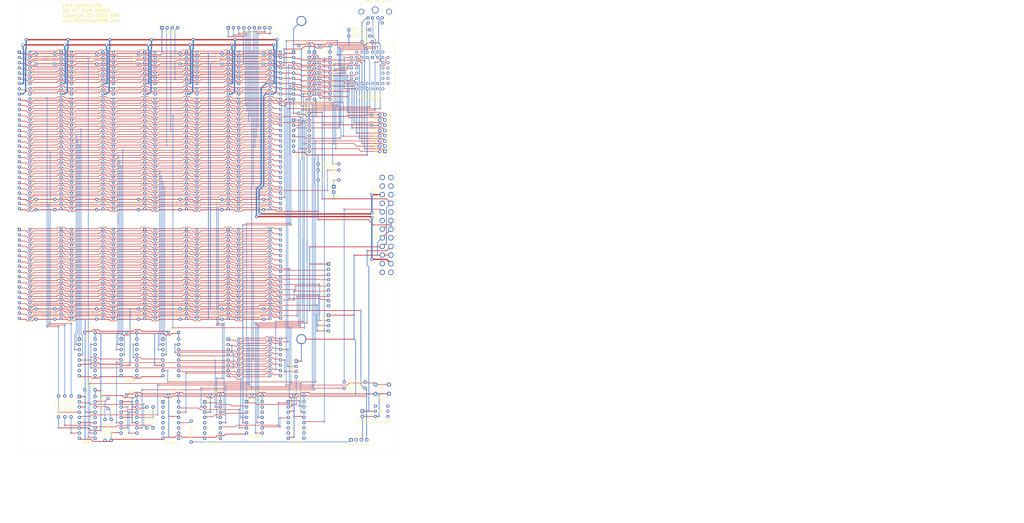
<source format=kicad_pcb>
(kicad_pcb (version 20171130) (host pcbnew "(5.1.8)-1")
  (layers (0 F.Cu signal) (31 B.Cu signal) (34 B.Paste user) (35 F.Paste user) (36 B.SilkS user) (37 F.SilkS user) (38 B.Mask user) (39 F.Mask user) (44 Edge.Cuts user))
  (net 0 "")
  (net 1 /5+)
  (net 2 /GND)
  (net 3 /RESET)
  (net 4 /5-)
  (net 5 /DRQ2)
  (net 6 /12-)
  (net 7 /12+)
  (net 8 /DACK3)
  (net 9 /DRQ3)
  (net 10 /DACK1)
  (net 11 /DRQ1)
  (net 12 /IRQ7)
  (net 13 /IRQ6)
  (net 14 /IRQ5)
  (net 15 /IRQ4)
  (net 16 /IRQ3)
  (net 17 /DACK2)
  (net 18 /TC)
  (net 19 /ALE)
  (net 20 /OSC)
  (net 21 /CH_CK)
  (net 22 /D7)
  (net 23 /D6)
  (net 24 /D5)
  (net 25 /D4)
  (net 26 /D3)
  (net 27 /D2)
  (net 28 /D1)
  (net 29 /D0)
  (net 30 /RDY1)
  (net 31 /AEN)
  (net 32 /A19)
  (net 33 /A18)
  (net 34 /A17)
  (net 35 /A16)
  (net 36 /A15)
  (net 37 /A14)
  (net 38 /A13)
  (net 39 /A12)
  (net 40 /A11)
  (net 41 /A10)
  (net 42 /A9)
  (net 43 /A8)
  (net 44 /A7)
  (net 45 /A6)
  (net 46 /A5)
  (net 47 /A4)
  (net 48 /A3)
  (net 49 /A2)
  (net 50 /A1)
  (net 51 /A0)
  (net 52 /CLK)
  (net 53 /LED_GND)
  (net 54 /RESOUT)
  (net 55 /MWR)
  (net 56 /MRD)
  (net 57 /IOWR)
  (net 58 /IORD)
  (net 59 /REFRQ)
  (net 60 /IO_0060)
  (net 61 /IO_00EX)
  (net 62 /POWER_GOOD)
  (net 63 /NMI_EN)
  (net 64 /HOLDA)
  (net 65 /NMI)
  (net 66 /READY)
  (net 67 /HF_PCLK)
  (net 68 /IRQ1)
  (net 69 /SPK_OUT)
  (net 70 /SPK_GO)
  (net 71 /SPK_EN)
  (net 72 /IO_0XXX)
  (net 73 "Net-(U9-Pad7)")
  (net 74 "Net-(U9-Pad14)")
  (net 75 "Net-(U9-Pad13)")
  (net 76 "Net-(U9-Pad12)")
  (net 77 "Net-(U9-Pad11)")
  (net 78 "Net-(U9-Pad10)")
  (net 79 "Net-(U9-Pad9)")
  (net 80 /PCLK)
  (net 81 "Net-(U11-Pad14)")
  (net 82 /X2_8284)
  (net 83 /X1_8284)
  (net 84 "Net-(U12-Pad9)")
  (net 85 "Net-(U12-Pad10)")
  (net 86 "Net-(U12-Pad11)")
  (net 87 "Net-(U12-Pad12)")
  (net 88 "Net-(U12-Pad13)")
  (net 89 "Net-(U12-Pad14)")
  (net 90 "Net-(U12-Pad7)")
  (net 91 /IO_00XX)
  (net 92 /IO_006X)
  (net 93 /FB2)
  (net 94 /PORT_0X61_CS)
  (net 95 /NMI_EN_139)
  (net 96 /PORT_0X61_EN)
  (net 97 /NMI_INPUT)
  (net 98 "Net-(U17-Pad9)")
  (net 99 "Net-(U17-Pad10)")
  (net 100 /IO_0061)
  (net 101 "Net-(U17-Pad5)")
  (net 102 "Net-(U17-Pad6)")
  (net 103 "Net-(U17-Pad7)")
  (net 104 "Net-(U117-Pad7)")
  (net 105 "Net-(U117-Pad6)")
  (net 106 "Net-(U117-Pad5)")
  (net 107 /NC)
  (net 108 /T1)
  (net 109 "Net-(J2-Pad2)")
  (net 110 /T0)
  (net 111 "Net-(J2-Pad6)")
  (net 112 "Net-(U19-Pad1)")
  (net 113 /KBD_CLK)
  (net 114 "Net-(U19-Pad6)")
  (net 115 /KBD_DATA)
  (net 116 "Net-(U19-Pad12)")
  (net 117 "Net-(U19-Pad13)")
  (net 118 "Net-(U19-Pad23)")
  (net 119 "Net-(U19-Pad25)")
  (net 120 "Net-(U19-Pad27)")
  (net 121 "Net-(U19-Pad29)")
  (net 122 "Net-(U19-Pad24)")
  (net 123 "Net-(U19-Pad26)")
  (net 124 "Net-(U19-Pad28)")
  (net 125 "Net-(U19-Pad30)")
  (net 126 "Net-(U19-Pad32)")
  (net 127 "Net-(U19-Pad34)")
  (net 128 "Net-(U19-Pad36)")
  (net 129 "Net-(U19-Pad40)")
  (net 130 "Net-(U19-Pad31)")
  (net 131 "Net-(U19-Pad33)")
  (net 132 "Net-(U19-Pad35)")
  (net 133 "Net-(U19-Pad37)")
  (net 134 /KBD_CLK_INVERTED)
  (net 135 /POWER_ON)
  (net 136 "Net-(ATXPOWER1-Pad13)")
  (net 137 "Net-(ATXPOWER1-Pad24)")
  (net 138 "Net-(ATXPOWER1-Pad23)")
  (net 139 "Net-(ATXPOWER1-Pad22)")
  (net 140 "Net-(ATXPOWER1-Pad17)")
  (net 141 "Net-(ATXPOWER1-Pad1)")
  (net 142 "Net-(ATXPOWER1-Pad2)")
  (net 143 "Net-(ATXPOWER1-Pad7)")
  (net 144 "Net-(ATXPOWER1-Pad9)")
  (net 145 "Net-(ATXPOWER1-Pad11)")
  (net 146 "Net-(ATXPOWER1-Pad12)")
  (net 147 "Net-(8x8mm1-Pad6)")
  (net 148 "Net-(8x8mm1-Pad5)")
  (net 149 "Net-(8x8mm1-Pad4)")
  (net 150 "Net-(8x8mm1-Pad1)")
  (net 151 /IO_000X)
  (net 152 /IO_002X)
  (net 153 /IO_004X)
  (net 154 /IO_008X)
  (net 155 /FB1)
  (net 156 /HF_OSC)
  (net 157 "Net-(U19-Pad4)")
  (net 158 "Net-(J3-Pad2)")
  (net 159 /SPK_PIN_O)
  (net 160 /HOLD)
  (net 161 /SPK_PIN)
  (net 162 /SPK_EN_)
  (net 163 "Net-(U117-Pad11)")
  (net 164 "Net-(U117-Pad10)")
  (net 165 "Net-(U117-Pad9)")
  (net 166 /OSC88)
  (net 167 /CLK88)
  (net 168 /OSC88HF)
  (net 169 /PCLK88)
  (net 170 "Net-(ATXPOWER1-Pad20)")
  (net 171 /DRQ0)
  (net 172 /SBHE)
  (net 173 /LA23)
  (net 174 /LA22)
  (net 175 /LA21)
  (net 176 /LA20)
  (net 177 /LA19)
  (net 178 /LA18)
  (net 179 /LA17)
  (net 180 /MEMR)
  (net 181 /MEMW)
  (net 182 /D8)
  (net 183 /D9)
  (net 184 /D10)
  (net 185 /D11)
  (net 186 /D12)
  (net 187 /D13)
  (net 188 /D14)
  (net 189 /D15)
  (net 190 /MASTER)
  (net 191 /DRQ7)
  (net 192 /DACK7)
  (net 193 /DRQ6)
  (net 194 /DACK6)
  (net 195 /DRQ5)
  (net 196 /DACK5)
  (net 197 /MEMCS16)
  (net 198 /IOCS16)
  (net 199 /IRQ10)
  (net 200 /IRQ11)
  (net 201 /IRQ12)
  (net 202 /IRQ15)
  (net 203 /IRQ14)
  (net 204 /DACK0)
  (net 205 "Net-(CH376-Pad10)")
  (net 206 "Net-(U16-Pad12)")
  (net 207 "Net-(U16-Pad13)")
  (net 208 "Net-(RN5-Pad9)")
  (net 209 /IO_00AX)
  (net 210 /IO_00CX)
  (net 211 /IRQ9)
  (net 212 "Net-(U1-Pad7)")
  (net 213 "Net-(U1-Pad6)")
  (net 214 "Net-(U1-Pad5)")
  (net 215 /PORT_61_RD)
  (net 216 "Net-(U1-Pad11)")
  (net 217 "Net-(U1-Pad10)")
  (net 218 "Net-(U1-Pad9)")
  (net 219 /P61_7)
  (net 220 /P61_6)
  (net 221 /P61_4)
  (net 222 /P61_3)
  (net 223 /P61_2)
  (net 224 "Net-(U117-Pad4)")
  (net 225 "Net-(U117-Pad3)")
  (net 226 "Net-(U117-Pad2)")
  (net 227 "Net-(U117-Pad1)")
  (module Package_DIP:DIP-20_W7.62mm (layer F.Cu) (at 93.726 43.942)
    (fp_text reference U15 hide)
    (fp_text value 74LS573 (at 3.81 25.19) (layer F.SilkS))
    (pad 1 thru_hole rect (at 0 0) (size 1.6 1.6) (drill 0.8) (layers *.Cu *.Mask) (net 2 /GND))
    (pad 11 thru_hole oval (at 7.62 22.86) (size 1.6 1.6) (drill 0.8) (layers *.Cu *.Mask) (net 94 /PORT_0X61_CS))
    (pad 2 thru_hole oval (at 0 2.54) (size 1.6 1.6) (drill 0.8) (layers *.Cu *.Mask) (net 22 /D7))
    (pad 12 thru_hole oval (at 7.62 20.32) (size 1.6 1.6) (drill 0.8) (layers *.Cu *.Mask) (net 70 /SPK_GO))
    (pad 3 thru_hole oval (at 0 5.08) (size 1.6 1.6) (drill 0.8) (layers *.Cu *.Mask) (net 23 /D6))
    (pad 13 thru_hole oval (at 7.62 17.78) (size 1.6 1.6) (drill 0.8) (layers *.Cu *.Mask) (net 71 /SPK_EN))
    (pad 4 thru_hole oval (at 0 7.62) (size 1.6 1.6) (drill 0.8) (layers *.Cu *.Mask) (net 24 /D5))
    (pad 14 thru_hole oval (at 7.62 15.24) (size 1.6 1.6) (drill 0.8) (layers *.Cu *.Mask) (net 223 /P61_2))
    (pad 5 thru_hole oval (at 0 10.16) (size 1.6 1.6) (drill 0.8) (layers *.Cu *.Mask) (net 25 /D4))
    (pad 15 thru_hole oval (at 7.62 12.7) (size 1.6 1.6) (drill 0.8) (layers *.Cu *.Mask) (net 222 /P61_3))
    (pad 6 thru_hole oval (at 0 12.7) (size 1.6 1.6) (drill 0.8) (layers *.Cu *.Mask) (net 26 /D3))
    (pad 16 thru_hole oval (at 7.62 10.16) (size 1.6 1.6) (drill 0.8) (layers *.Cu *.Mask) (net 221 /P61_4))
    (pad 7 thru_hole oval (at 0 15.24) (size 1.6 1.6) (drill 0.8) (layers *.Cu *.Mask) (net 27 /D2))
    (pad 17 thru_hole oval (at 7.62 7.62) (size 1.6 1.6) (drill 0.8) (layers *.Cu *.Mask) (net 63 /NMI_EN))
    (pad 8 thru_hole oval (at 0 17.78) (size 1.6 1.6) (drill 0.8) (layers *.Cu *.Mask) (net 28 /D1))
    (pad 18 thru_hole oval (at 7.62 5.08) (size 1.6 1.6) (drill 0.8) (layers *.Cu *.Mask) (net 220 /P61_6))
    (pad 9 thru_hole oval (at 0 20.32) (size 1.6 1.6) (drill 0.8) (layers *.Cu *.Mask) (net 29 /D0))
    (pad 19 thru_hole oval (at 7.62 2.54) (size 1.6 1.6) (drill 0.8) (layers *.Cu *.Mask) (net 219 /P61_7))
    (pad 10 thru_hole oval (at 0 22.86) (size 1.6 1.6) (drill 0.8) (layers *.Cu *.Mask) (net 2 /GND))
    (pad 20 thru_hole oval (at 7.62 0) (size 1.6 1.6) (drill 0.8) (layers *.Cu *.Mask) (net 1 /5+))
  )
  (module Package_DIP:DIP-20_W7.62mm (layer F.Cu) (at 103.886 43.942)
    (fp_text reference U2 hide)
    (fp_text value 74LS245 (at 3.81 25.19) (layer F.SilkS))
    (pad 20 thru_hole oval (at 7.62 0) (size 1.6 1.6) (drill 0.8) (layers *.Cu *.Mask) (net 1 /5+))
    (pad 10 thru_hole oval (at 0 22.86) (size 1.6 1.6) (drill 0.8) (layers *.Cu *.Mask) (net 2 /GND))
    (pad 19 thru_hole oval (at 7.62 2.54) (size 1.6 1.6) (drill 0.8) (layers *.Cu *.Mask) (net 215 /PORT_61_RD))
    (pad 9 thru_hole oval (at 0 20.32) (size 1.6 1.6) (drill 0.8) (layers *.Cu *.Mask) (net 29 /D0))
    (pad 18 thru_hole oval (at 7.62 5.08) (size 1.6 1.6) (drill 0.8) (layers *.Cu *.Mask) (net 219 /P61_7))
    (pad 8 thru_hole oval (at 0 17.78) (size 1.6 1.6) (drill 0.8) (layers *.Cu *.Mask) (net 28 /D1))
    (pad 17 thru_hole oval (at 7.62 7.62) (size 1.6 1.6) (drill 0.8) (layers *.Cu *.Mask) (net 220 /P61_6))
    (pad 7 thru_hole oval (at 0 15.24) (size 1.6 1.6) (drill 0.8) (layers *.Cu *.Mask) (net 27 /D2))
    (pad 16 thru_hole oval (at 7.62 10.16) (size 1.6 1.6) (drill 0.8) (layers *.Cu *.Mask) (net 63 /NMI_EN))
    (pad 6 thru_hole oval (at 0 12.7) (size 1.6 1.6) (drill 0.8) (layers *.Cu *.Mask) (net 26 /D3))
    (pad 15 thru_hole oval (at 7.62 12.7) (size 1.6 1.6) (drill 0.8) (layers *.Cu *.Mask) (net 221 /P61_4))
    (pad 5 thru_hole oval (at 0 10.16) (size 1.6 1.6) (drill 0.8) (layers *.Cu *.Mask) (net 25 /D4))
    (pad 14 thru_hole oval (at 7.62 15.24) (size 1.6 1.6) (drill 0.8) (layers *.Cu *.Mask) (net 222 /P61_3))
    (pad 4 thru_hole oval (at 0 7.62) (size 1.6 1.6) (drill 0.8) (layers *.Cu *.Mask) (net 24 /D5))
    (pad 13 thru_hole oval (at 7.62 17.78) (size 1.6 1.6) (drill 0.8) (layers *.Cu *.Mask) (net 223 /P61_2))
    (pad 3 thru_hole oval (at 0 5.08) (size 1.6 1.6) (drill 0.8) (layers *.Cu *.Mask) (net 23 /D6))
    (pad 12 thru_hole oval (at 7.62 20.32) (size 1.6 1.6) (drill 0.8) (layers *.Cu *.Mask) (net 71 /SPK_EN))
    (pad 2 thru_hole oval (at 0 2.54) (size 1.6 1.6) (drill 0.8) (layers *.Cu *.Mask) (net 22 /D7))
    (pad 11 thru_hole oval (at 7.62 22.86) (size 1.6 1.6) (drill 0.8) (layers *.Cu *.Mask) (net 70 /SPK_GO))
    (pad 1 thru_hole rect (at 0 0) (size 1.6 1.6) (drill 0.8) (layers *.Cu *.Mask) (net 2 /GND))
  )
  (module Package_DIP:DIP-16_W7.62mm (layer F.Cu) (at 91.181 214.091)
    (fp_text reference U1 hide)
    (fp_text value 74LS139 (at 3.81 20.11) (layer F.SilkS))
    (pad 16 thru_hole oval (at 7.62 0) (size 1.6 1.6) (drill 0.8) (layers *.Cu *.Mask) (net 1 /5+))
    (pad 8 thru_hole oval (at 0 17.78) (size 1.6 1.6) (drill 0.8) (layers *.Cu *.Mask) (net 2 /GND))
    (pad 15 thru_hole oval (at 7.62 2.54) (size 1.6 1.6) (drill 0.8) (layers *.Cu *.Mask) (net 100 /IO_0061))
    (pad 7 thru_hole oval (at 0 15.24) (size 1.6 1.6) (drill 0.8) (layers *.Cu *.Mask) (net 212 "Net-(U1-Pad7)"))
    (pad 14 thru_hole oval (at 7.62 5.08) (size 1.6 1.6) (drill 0.8) (layers *.Cu *.Mask) (net 58 /IORD))
    (pad 6 thru_hole oval (at 0 12.7) (size 1.6 1.6) (drill 0.8) (layers *.Cu *.Mask) (net 213 "Net-(U1-Pad6)"))
    (pad 13 thru_hole oval (at 7.62 7.62) (size 1.6 1.6) (drill 0.8) (layers *.Cu *.Mask) (net 2 /GND))
    (pad 5 thru_hole oval (at 0 10.16) (size 1.6 1.6) (drill 0.8) (layers *.Cu *.Mask) (net 214 "Net-(U1-Pad5)"))
    (pad 12 thru_hole oval (at 7.62 10.16) (size 1.6 1.6) (drill 0.8) (layers *.Cu *.Mask) (net 215 /PORT_61_RD))
    (pad 4 thru_hole oval (at 0 7.62) (size 1.6 1.6) (drill 0.8) (layers *.Cu *.Mask) (net 96 /PORT_0X61_EN))
    (pad 11 thru_hole oval (at 7.62 12.7) (size 1.6 1.6) (drill 0.8) (layers *.Cu *.Mask) (net 216 "Net-(U1-Pad11)"))
    (pad 3 thru_hole oval (at 0 5.08) (size 1.6 1.6) (drill 0.8) (layers *.Cu *.Mask) (net 2 /GND))
    (pad 10 thru_hole oval (at 7.62 15.24) (size 1.6 1.6) (drill 0.8) (layers *.Cu *.Mask) (net 217 "Net-(U1-Pad10)"))
    (pad 2 thru_hole oval (at 0 2.54) (size 1.6 1.6) (drill 0.8) (layers *.Cu *.Mask) (net 57 /IOWR))
    (pad 9 thru_hole oval (at 7.62 17.78) (size 1.6 1.6) (drill 0.8) (layers *.Cu *.Mask) (net 218 "Net-(U1-Pad9)"))
    (pad 1 thru_hole rect (at 0 0) (size 1.6 1.6) (drill 0.8) (layers *.Cu *.Mask) (net 100 /IO_0061))
  )
  (module Capacitor_THT:C_Disc_D4.3mm_W1.9mm_P5.00mm (layer F.Cu) (at 93.806 210.82)
    (fp_text reference C34 hide)
    (fp_text value 0.1uF (at 2.5 -2.032) (layer F.SilkS))
    (pad 2 thru_hole circle (at 5 0) (size 1.6 1.6) (drill 0.8) (layers *.Cu *.Mask) (net 1 /5+))
    (pad 1 thru_hole circle (at 0 0) (size 1.6 1.6) (drill 0.8) (layers *.Cu *.Mask) (net 2 /GND))
  )
  (module Capacitor_THT:C_Disc_D4.3mm_W1.9mm_P5.00mm (layer F.Cu) (at 106.506 40.64)
    (fp_text reference C33 hide)
    (fp_text value 0.1uF (at 2.5 -2.032) (layer F.SilkS))
    (pad 2 thru_hole circle (at 5 0) (size 1.6 1.6) (drill 0.8) (layers *.Cu *.Mask) (net 1 /5+))
    (pad 1 thru_hole circle (at 0 0) (size 1.6 1.6) (drill 0.8) (layers *.Cu *.Mask) (net 2 /GND))
  )
  (module Resistor_THT:R_Array_SIP9 (layer F.Cu) (at 110.744 147.066 270)
    (fp_text reference RN5 hide)
    (fp_text value "10K ohm" (at 11.43 2.4 270 unlocked) (layer F.SilkS))
    (pad 9 thru_hole oval (at 20.32 0 270) (size 1.6 1.6) (drill 0.8) (layers *.Cu *.Mask) (net 208 "Net-(RN5-Pad9)"))
    (pad 8 thru_hole oval (at 17.78 0 270) (size 1.6 1.6) (drill 0.8) (layers *.Cu *.Mask) (net 204 /DACK0))
    (pad 7 thru_hole oval (at 15.24 0 270) (size 1.6 1.6) (drill 0.8) (layers *.Cu *.Mask) (net 190 /MASTER))
    (pad 6 thru_hole oval (at 12.7 0 270) (size 1.6 1.6) (drill 0.8) (layers *.Cu *.Mask) (net 192 /DACK7))
    (pad 5 thru_hole oval (at 10.16 0 270) (size 1.6 1.6) (drill 0.8) (layers *.Cu *.Mask) (net 194 /DACK6))
    (pad 4 thru_hole oval (at 7.62 0 270) (size 1.6 1.6) (drill 0.8) (layers *.Cu *.Mask) (net 196 /DACK5))
    (pad 3 thru_hole oval (at 5.08 0 270) (size 1.6 1.6) (drill 0.8) (layers *.Cu *.Mask) (net 181 /MEMW))
    (pad 2 thru_hole oval (at 2.54 0 270) (size 1.6 1.6) (drill 0.8) (layers *.Cu *.Mask) (net 180 /MEMR))
    (pad 1 thru_hole rect (at 0 0 270) (size 1.6 1.6) (drill 0.8) (layers *.Cu *.Mask) (net 1 /5+))
  )
  (module Resistor_THT:R_Array_SIP4 (layer F.Cu) (at 110.744 171.958 270)
    (fp_text reference RN4 hide)
    (fp_text value "10K ohm" (at 3.81 2.54 270 unlocked) (layer F.SilkS))
    (pad 4 thru_hole oval (at 7.62 0 270) (size 1.6 1.6) (drill 0.8) (layers *.Cu *.Mask) (net 191 /DRQ7))
    (pad 3 thru_hole oval (at 5.08 0 270) (size 1.6 1.6) (drill 0.8) (layers *.Cu *.Mask) (net 193 /DRQ6))
    (pad 2 thru_hole oval (at 2.54 0 270) (size 1.6 1.6) (drill 0.8) (layers *.Cu *.Mask) (net 195 /DRQ5))
    (pad 1 thru_hole rect (at 0 0 270) (size 1.6 1.6) (drill 0.8) (layers *.Cu *.Mask) (net 2 /GND))
  )
  (module My:2x18_PIN_EDGE_CARD (layer F.Cu) (at 82.296 130.302)
    (fp_text reference J20 hide)
    (fp_text value Conn_02x18_Counter_Clockwise)
    (pad 36 thru_hole circle (at 5.08 0) (size 1.524 1.524) (drill 0.762) (layers *.Cu *.Mask) (net 172 /SBHE))
    (pad 35 thru_hole circle (at 5.08 2.54) (size 1.524 1.524) (drill 0.762) (layers *.Cu *.Mask) (net 173 /LA23))
    (pad 34 thru_hole circle (at 5.08 5.08) (size 1.524 1.524) (drill 0.762) (layers *.Cu *.Mask) (net 174 /LA22))
    (pad 33 thru_hole circle (at 5.08 7.62) (size 1.524 1.524) (drill 0.762) (layers *.Cu *.Mask) (net 175 /LA21))
    (pad 32 thru_hole circle (at 5.08 10.16) (size 1.524 1.524) (drill 0.762) (layers *.Cu *.Mask) (net 176 /LA20))
    (pad 31 thru_hole circle (at 5.08 12.7) (size 1.524 1.524) (drill 0.762) (layers *.Cu *.Mask) (net 177 /LA19))
    (pad 30 thru_hole circle (at 5.08 15.24) (size 1.524 1.524) (drill 0.762) (layers *.Cu *.Mask) (net 178 /LA18))
    (pad 29 thru_hole circle (at 5.08 17.78) (size 1.524 1.524) (drill 0.762) (layers *.Cu *.Mask) (net 179 /LA17))
    (pad 28 thru_hole circle (at 5.08 20.32) (size 1.524 1.524) (drill 0.762) (layers *.Cu *.Mask) (net 180 /MEMR))
    (pad 27 thru_hole circle (at 5.08 22.86) (size 1.524 1.524) (drill 0.762) (layers *.Cu *.Mask) (net 181 /MEMW))
    (pad 26 thru_hole circle (at 5.08 25.4) (size 1.524 1.524) (drill 0.762) (layers *.Cu *.Mask) (net 182 /D8))
    (pad 25 thru_hole circle (at 5.08 27.94) (size 1.524 1.524) (drill 0.762) (layers *.Cu *.Mask) (net 183 /D9))
    (pad 24 thru_hole circle (at 5.08 30.48) (size 1.524 1.524) (drill 0.762) (layers *.Cu *.Mask) (net 184 /D10))
    (pad 23 thru_hole circle (at 5.08 33.02) (size 1.524 1.524) (drill 0.762) (layers *.Cu *.Mask) (net 185 /D11))
    (pad 22 thru_hole circle (at 5.08 35.56) (size 1.524 1.524) (drill 0.762) (layers *.Cu *.Mask) (net 186 /D12))
    (pad 21 thru_hole circle (at 5.08 38.1) (size 1.524 1.524) (drill 0.762) (layers *.Cu *.Mask) (net 187 /D13))
    (pad 20 thru_hole circle (at 5.08 40.64) (size 1.524 1.524) (drill 0.762) (layers *.Cu *.Mask) (net 188 /D14))
    (pad 19 thru_hole circle (at 5.08 43.18) (size 1.524 1.524) (drill 0.762) (layers *.Cu *.Mask) (net 189 /D15))
    (pad 18 thru_hole circle (at 0 43.18) (size 1.524 1.524) (drill 0.762) (layers *.Cu *.Mask) (net 2 /GND))
    (pad 17 thru_hole circle (at 0 40.64) (size 1.524 1.524) (drill 0.762) (layers *.Cu *.Mask) (net 190 /MASTER))
    (pad 15 thru_hole circle (at 0 35.56) (size 1.524 1.524) (drill 0.762) (layers *.Cu *.Mask) (net 191 /DRQ7))
    (pad 14 thru_hole circle (at 0 33.02) (size 1.524 1.524) (drill 0.762) (layers *.Cu *.Mask) (net 192 /DACK7))
    (pad 13 thru_hole circle (at 0 30.48) (size 1.524 1.524) (drill 0.762) (layers *.Cu *.Mask) (net 193 /DRQ6))
    (pad 12 thru_hole circle (at 0 27.94) (size 1.524 1.524) (drill 0.762) (layers *.Cu *.Mask) (net 194 /DACK6))
    (pad 11 thru_hole circle (at 0 25.4) (size 1.524 1.524) (drill 0.762) (layers *.Cu *.Mask) (net 195 /DRQ5))
    (pad 10 thru_hole circle (at 0 22.86) (size 1.524 1.524) (drill 0.762) (layers *.Cu *.Mask) (net 196 /DACK5))
    (pad 9 thru_hole circle (at 0 20.32) (size 1.524 1.524) (drill 0.762) (layers *.Cu *.Mask) (net 171 /DRQ0))
    (pad 16 thru_hole circle (at 0 38.1 180) (size 1.524 1.524) (drill 0.762) (layers *.Cu *.Mask) (net 1 /5+))
    (pad 1 thru_hole rect (at 0 0) (size 1.524 1.524) (drill 0.762) (layers *.Cu *.Mask) (net 197 /MEMCS16))
    (pad 2 thru_hole circle (at 0 2.54) (size 1.524 1.524) (drill 0.762) (layers *.Cu *.Mask) (net 198 /IOCS16))
    (pad 3 thru_hole circle (at 0 5.08) (size 1.524 1.524) (drill 0.762) (layers *.Cu *.Mask) (net 199 /IRQ10))
    (pad 4 thru_hole circle (at 0 7.62) (size 1.524 1.524) (drill 0.762) (layers *.Cu *.Mask) (net 200 /IRQ11))
    (pad 5 thru_hole circle (at 0 10.16) (size 1.524 1.524) (drill 0.762) (layers *.Cu *.Mask) (net 201 /IRQ12))
    (pad 6 thru_hole circle (at 0 12.7) (size 1.524 1.524) (drill 0.762) (layers *.Cu *.Mask) (net 202 /IRQ15))
    (pad 7 thru_hole circle (at 0 15.24) (size 1.524 1.524) (drill 0.762) (layers *.Cu *.Mask) (net 203 /IRQ14))
    (pad 8 thru_hole circle (at 0 17.78 180) (size 1.524 1.524) (drill 0.762) (layers *.Cu *.Mask) (net 204 /DACK0))
  )
  (module My:2x18_PIN_EDGE_CARD (layer F.Cu) (at 61.976 130.302)
    (fp_text reference J19 hide)
    (fp_text value Conn_02x18_Counter_Clockwise)
    (pad 36 thru_hole circle (at 5.08 0) (size 1.524 1.524) (drill 0.762) (layers *.Cu *.Mask) (net 172 /SBHE))
    (pad 35 thru_hole circle (at 5.08 2.54) (size 1.524 1.524) (drill 0.762) (layers *.Cu *.Mask) (net 173 /LA23))
    (pad 34 thru_hole circle (at 5.08 5.08) (size 1.524 1.524) (drill 0.762) (layers *.Cu *.Mask) (net 174 /LA22))
    (pad 33 thru_hole circle (at 5.08 7.62) (size 1.524 1.524) (drill 0.762) (layers *.Cu *.Mask) (net 175 /LA21))
    (pad 32 thru_hole circle (at 5.08 10.16) (size 1.524 1.524) (drill 0.762) (layers *.Cu *.Mask) (net 176 /LA20))
    (pad 31 thru_hole circle (at 5.08 12.7) (size 1.524 1.524) (drill 0.762) (layers *.Cu *.Mask) (net 177 /LA19))
    (pad 30 thru_hole circle (at 5.08 15.24) (size 1.524 1.524) (drill 0.762) (layers *.Cu *.Mask) (net 178 /LA18))
    (pad 29 thru_hole circle (at 5.08 17.78) (size 1.524 1.524) (drill 0.762) (layers *.Cu *.Mask) (net 179 /LA17))
    (pad 28 thru_hole circle (at 5.08 20.32) (size 1.524 1.524) (drill 0.762) (layers *.Cu *.Mask) (net 180 /MEMR))
    (pad 27 thru_hole circle (at 5.08 22.86) (size 1.524 1.524) (drill 0.762) (layers *.Cu *.Mask) (net 181 /MEMW))
    (pad 26 thru_hole circle (at 5.08 25.4) (size 1.524 1.524) (drill 0.762) (layers *.Cu *.Mask) (net 182 /D8))
    (pad 25 thru_hole circle (at 5.08 27.94) (size 1.524 1.524) (drill 0.762) (layers *.Cu *.Mask) (net 183 /D9))
    (pad 24 thru_hole circle (at 5.08 30.48) (size 1.524 1.524) (drill 0.762) (layers *.Cu *.Mask) (net 184 /D10))
    (pad 23 thru_hole circle (at 5.08 33.02) (size 1.524 1.524) (drill 0.762) (layers *.Cu *.Mask) (net 185 /D11))
    (pad 22 thru_hole circle (at 5.08 35.56) (size 1.524 1.524) (drill 0.762) (layers *.Cu *.Mask) (net 186 /D12))
    (pad 21 thru_hole circle (at 5.08 38.1) (size 1.524 1.524) (drill 0.762) (layers *.Cu *.Mask) (net 187 /D13))
    (pad 20 thru_hole circle (at 5.08 40.64) (size 1.524 1.524) (drill 0.762) (layers *.Cu *.Mask) (net 188 /D14))
    (pad 19 thru_hole circle (at 5.08 43.18) (size 1.524 1.524) (drill 0.762) (layers *.Cu *.Mask) (net 189 /D15))
    (pad 18 thru_hole circle (at 0 43.18) (size 1.524 1.524) (drill 0.762) (layers *.Cu *.Mask) (net 2 /GND))
    (pad 17 thru_hole circle (at 0 40.64) (size 1.524 1.524) (drill 0.762) (layers *.Cu *.Mask) (net 190 /MASTER))
    (pad 15 thru_hole circle (at 0 35.56) (size 1.524 1.524) (drill 0.762) (layers *.Cu *.Mask) (net 191 /DRQ7))
    (pad 14 thru_hole circle (at 0 33.02) (size 1.524 1.524) (drill 0.762) (layers *.Cu *.Mask) (net 192 /DACK7))
    (pad 13 thru_hole circle (at 0 30.48) (size 1.524 1.524) (drill 0.762) (layers *.Cu *.Mask) (net 193 /DRQ6))
    (pad 12 thru_hole circle (at 0 27.94) (size 1.524 1.524) (drill 0.762) (layers *.Cu *.Mask) (net 194 /DACK6))
    (pad 11 thru_hole circle (at 0 25.4) (size 1.524 1.524) (drill 0.762) (layers *.Cu *.Mask) (net 195 /DRQ5))
    (pad 10 thru_hole circle (at 0 22.86) (size 1.524 1.524) (drill 0.762) (layers *.Cu *.Mask) (net 196 /DACK5))
    (pad 9 thru_hole circle (at 0 20.32) (size 1.524 1.524) (drill 0.762) (layers *.Cu *.Mask) (net 171 /DRQ0))
    (pad 16 thru_hole circle (at 0 38.1 180) (size 1.524 1.524) (drill 0.762) (layers *.Cu *.Mask) (net 1 /5+))
    (pad 1 thru_hole rect (at 0 0) (size 1.524 1.524) (drill 0.762) (layers *.Cu *.Mask) (net 197 /MEMCS16))
    (pad 2 thru_hole circle (at 0 2.54) (size 1.524 1.524) (drill 0.762) (layers *.Cu *.Mask) (net 198 /IOCS16))
    (pad 3 thru_hole circle (at 0 5.08) (size 1.524 1.524) (drill 0.762) (layers *.Cu *.Mask) (net 199 /IRQ10))
    (pad 4 thru_hole circle (at 0 7.62) (size 1.524 1.524) (drill 0.762) (layers *.Cu *.Mask) (net 200 /IRQ11))
    (pad 5 thru_hole circle (at 0 10.16) (size 1.524 1.524) (drill 0.762) (layers *.Cu *.Mask) (net 201 /IRQ12))
    (pad 6 thru_hole circle (at 0 12.7) (size 1.524 1.524) (drill 0.762) (layers *.Cu *.Mask) (net 202 /IRQ15))
    (pad 7 thru_hole circle (at 0 15.24) (size 1.524 1.524) (drill 0.762) (layers *.Cu *.Mask) (net 203 /IRQ14))
    (pad 8 thru_hole circle (at 0 17.78 180) (size 1.524 1.524) (drill 0.762) (layers *.Cu *.Mask) (net 204 /DACK0))
  )
  (module My:2x18_PIN_EDGE_CARD (layer F.Cu) (at 41.656 130.302)
    (fp_text reference J18 hide)
    (fp_text value Conn_02x18_Counter_Clockwise)
    (pad 36 thru_hole circle (at 5.08 0) (size 1.524 1.524) (drill 0.762) (layers *.Cu *.Mask) (net 172 /SBHE))
    (pad 35 thru_hole circle (at 5.08 2.54) (size 1.524 1.524) (drill 0.762) (layers *.Cu *.Mask) (net 173 /LA23))
    (pad 34 thru_hole circle (at 5.08 5.08) (size 1.524 1.524) (drill 0.762) (layers *.Cu *.Mask) (net 174 /LA22))
    (pad 33 thru_hole circle (at 5.08 7.62) (size 1.524 1.524) (drill 0.762) (layers *.Cu *.Mask) (net 175 /LA21))
    (pad 32 thru_hole circle (at 5.08 10.16) (size 1.524 1.524) (drill 0.762) (layers *.Cu *.Mask) (net 176 /LA20))
    (pad 31 thru_hole circle (at 5.08 12.7) (size 1.524 1.524) (drill 0.762) (layers *.Cu *.Mask) (net 177 /LA19))
    (pad 30 thru_hole circle (at 5.08 15.24) (size 1.524 1.524) (drill 0.762) (layers *.Cu *.Mask) (net 178 /LA18))
    (pad 29 thru_hole circle (at 5.08 17.78) (size 1.524 1.524) (drill 0.762) (layers *.Cu *.Mask) (net 179 /LA17))
    (pad 28 thru_hole circle (at 5.08 20.32) (size 1.524 1.524) (drill 0.762) (layers *.Cu *.Mask) (net 180 /MEMR))
    (pad 27 thru_hole circle (at 5.08 22.86) (size 1.524 1.524) (drill 0.762) (layers *.Cu *.Mask) (net 181 /MEMW))
    (pad 26 thru_hole circle (at 5.08 25.4) (size 1.524 1.524) (drill 0.762) (layers *.Cu *.Mask) (net 182 /D8))
    (pad 25 thru_hole circle (at 5.08 27.94) (size 1.524 1.524) (drill 0.762) (layers *.Cu *.Mask) (net 183 /D9))
    (pad 24 thru_hole circle (at 5.08 30.48) (size 1.524 1.524) (drill 0.762) (layers *.Cu *.Mask) (net 184 /D10))
    (pad 23 thru_hole circle (at 5.08 33.02) (size 1.524 1.524) (drill 0.762) (layers *.Cu *.Mask) (net 185 /D11))
    (pad 22 thru_hole circle (at 5.08 35.56) (size 1.524 1.524) (drill 0.762) (layers *.Cu *.Mask) (net 186 /D12))
    (pad 21 thru_hole circle (at 5.08 38.1) (size 1.524 1.524) (drill 0.762) (layers *.Cu *.Mask) (net 187 /D13))
    (pad 20 thru_hole circle (at 5.08 40.64) (size 1.524 1.524) (drill 0.762) (layers *.Cu *.Mask) (net 188 /D14))
    (pad 19 thru_hole circle (at 5.08 43.18) (size 1.524 1.524) (drill 0.762) (layers *.Cu *.Mask) (net 189 /D15))
    (pad 18 thru_hole circle (at 0 43.18) (size 1.524 1.524) (drill 0.762) (layers *.Cu *.Mask) (net 2 /GND))
    (pad 17 thru_hole circle (at 0 40.64) (size 1.524 1.524) (drill 0.762) (layers *.Cu *.Mask) (net 190 /MASTER))
    (pad 15 thru_hole circle (at 0 35.56) (size 1.524 1.524) (drill 0.762) (layers *.Cu *.Mask) (net 191 /DRQ7))
    (pad 14 thru_hole circle (at 0 33.02) (size 1.524 1.524) (drill 0.762) (layers *.Cu *.Mask) (net 192 /DACK7))
    (pad 13 thru_hole circle (at 0 30.48) (size 1.524 1.524) (drill 0.762) (layers *.Cu *.Mask) (net 193 /DRQ6))
    (pad 12 thru_hole circle (at 0 27.94) (size 1.524 1.524) (drill 0.762) (layers *.Cu *.Mask) (net 194 /DACK6))
    (pad 11 thru_hole circle (at 0 25.4) (size 1.524 1.524) (drill 0.762) (layers *.Cu *.Mask) (net 195 /DRQ5))
    (pad 10 thru_hole circle (at 0 22.86) (size 1.524 1.524) (drill 0.762) (layers *.Cu *.Mask) (net 196 /DACK5))
    (pad 9 thru_hole circle (at 0 20.32) (size 1.524 1.524) (drill 0.762) (layers *.Cu *.Mask) (net 171 /DRQ0))
    (pad 16 thru_hole circle (at 0 38.1 180) (size 1.524 1.524) (drill 0.762) (layers *.Cu *.Mask) (net 1 /5+))
    (pad 1 thru_hole rect (at 0 0) (size 1.524 1.524) (drill 0.762) (layers *.Cu *.Mask) (net 197 /MEMCS16))
    (pad 2 thru_hole circle (at 0 2.54) (size 1.524 1.524) (drill 0.762) (layers *.Cu *.Mask) (net 198 /IOCS16))
    (pad 3 thru_hole circle (at 0 5.08) (size 1.524 1.524) (drill 0.762) (layers *.Cu *.Mask) (net 199 /IRQ10))
    (pad 4 thru_hole circle (at 0 7.62) (size 1.524 1.524) (drill 0.762) (layers *.Cu *.Mask) (net 200 /IRQ11))
    (pad 5 thru_hole circle (at 0 10.16) (size 1.524 1.524) (drill 0.762) (layers *.Cu *.Mask) (net 201 /IRQ12))
    (pad 6 thru_hole circle (at 0 12.7) (size 1.524 1.524) (drill 0.762) (layers *.Cu *.Mask) (net 202 /IRQ15))
    (pad 7 thru_hole circle (at 0 15.24) (size 1.524 1.524) (drill 0.762) (layers *.Cu *.Mask) (net 203 /IRQ14))
    (pad 8 thru_hole circle (at 0 17.78 180) (size 1.524 1.524) (drill 0.762) (layers *.Cu *.Mask) (net 204 /DACK0))
  )
  (module My:2x18_PIN_EDGE_CARD (layer F.Cu) (at 21.336 130.302)
    (fp_text reference J17 hide)
    (fp_text value Conn_02x18_Counter_Clockwise)
    (pad 36 thru_hole circle (at 5.08 0) (size 1.524 1.524) (drill 0.762) (layers *.Cu *.Mask) (net 172 /SBHE))
    (pad 35 thru_hole circle (at 5.08 2.54) (size 1.524 1.524) (drill 0.762) (layers *.Cu *.Mask) (net 173 /LA23))
    (pad 34 thru_hole circle (at 5.08 5.08) (size 1.524 1.524) (drill 0.762) (layers *.Cu *.Mask) (net 174 /LA22))
    (pad 33 thru_hole circle (at 5.08 7.62) (size 1.524 1.524) (drill 0.762) (layers *.Cu *.Mask) (net 175 /LA21))
    (pad 32 thru_hole circle (at 5.08 10.16) (size 1.524 1.524) (drill 0.762) (layers *.Cu *.Mask) (net 176 /LA20))
    (pad 31 thru_hole circle (at 5.08 12.7) (size 1.524 1.524) (drill 0.762) (layers *.Cu *.Mask) (net 177 /LA19))
    (pad 30 thru_hole circle (at 5.08 15.24) (size 1.524 1.524) (drill 0.762) (layers *.Cu *.Mask) (net 178 /LA18))
    (pad 29 thru_hole circle (at 5.08 17.78) (size 1.524 1.524) (drill 0.762) (layers *.Cu *.Mask) (net 179 /LA17))
    (pad 28 thru_hole circle (at 5.08 20.32) (size 1.524 1.524) (drill 0.762) (layers *.Cu *.Mask) (net 180 /MEMR))
    (pad 27 thru_hole circle (at 5.08 22.86) (size 1.524 1.524) (drill 0.762) (layers *.Cu *.Mask) (net 181 /MEMW))
    (pad 26 thru_hole circle (at 5.08 25.4) (size 1.524 1.524) (drill 0.762) (layers *.Cu *.Mask) (net 182 /D8))
    (pad 25 thru_hole circle (at 5.08 27.94) (size 1.524 1.524) (drill 0.762) (layers *.Cu *.Mask) (net 183 /D9))
    (pad 24 thru_hole circle (at 5.08 30.48) (size 1.524 1.524) (drill 0.762) (layers *.Cu *.Mask) (net 184 /D10))
    (pad 23 thru_hole circle (at 5.08 33.02) (size 1.524 1.524) (drill 0.762) (layers *.Cu *.Mask) (net 185 /D11))
    (pad 22 thru_hole circle (at 5.08 35.56) (size 1.524 1.524) (drill 0.762) (layers *.Cu *.Mask) (net 186 /D12))
    (pad 21 thru_hole circle (at 5.08 38.1) (size 1.524 1.524) (drill 0.762) (layers *.Cu *.Mask) (net 187 /D13))
    (pad 20 thru_hole circle (at 5.08 40.64) (size 1.524 1.524) (drill 0.762) (layers *.Cu *.Mask) (net 188 /D14))
    (pad 19 thru_hole circle (at 5.08 43.18) (size 1.524 1.524) (drill 0.762) (layers *.Cu *.Mask) (net 189 /D15))
    (pad 18 thru_hole circle (at 0 43.18) (size 1.524 1.524) (drill 0.762) (layers *.Cu *.Mask) (net 2 /GND))
    (pad 17 thru_hole circle (at 0 40.64) (size 1.524 1.524) (drill 0.762) (layers *.Cu *.Mask) (net 190 /MASTER))
    (pad 15 thru_hole circle (at 0 35.56) (size 1.524 1.524) (drill 0.762) (layers *.Cu *.Mask) (net 191 /DRQ7))
    (pad 14 thru_hole circle (at 0 33.02) (size 1.524 1.524) (drill 0.762) (layers *.Cu *.Mask) (net 192 /DACK7))
    (pad 13 thru_hole circle (at 0 30.48) (size 1.524 1.524) (drill 0.762) (layers *.Cu *.Mask) (net 193 /DRQ6))
    (pad 12 thru_hole circle (at 0 27.94) (size 1.524 1.524) (drill 0.762) (layers *.Cu *.Mask) (net 194 /DACK6))
    (pad 11 thru_hole circle (at 0 25.4) (size 1.524 1.524) (drill 0.762) (layers *.Cu *.Mask) (net 195 /DRQ5))
    (pad 10 thru_hole circle (at 0 22.86) (size 1.524 1.524) (drill 0.762) (layers *.Cu *.Mask) (net 196 /DACK5))
    (pad 9 thru_hole circle (at 0 20.32) (size 1.524 1.524) (drill 0.762) (layers *.Cu *.Mask) (net 171 /DRQ0))
    (pad 16 thru_hole circle (at 0 38.1 180) (size 1.524 1.524) (drill 0.762) (layers *.Cu *.Mask) (net 1 /5+))
    (pad 1 thru_hole rect (at 0 0) (size 1.524 1.524) (drill 0.762) (layers *.Cu *.Mask) (net 197 /MEMCS16))
    (pad 2 thru_hole circle (at 0 2.54) (size 1.524 1.524) (drill 0.762) (layers *.Cu *.Mask) (net 198 /IOCS16))
    (pad 3 thru_hole circle (at 0 5.08) (size 1.524 1.524) (drill 0.762) (layers *.Cu *.Mask) (net 199 /IRQ10))
    (pad 4 thru_hole circle (at 0 7.62) (size 1.524 1.524) (drill 0.762) (layers *.Cu *.Mask) (net 200 /IRQ11))
    (pad 5 thru_hole circle (at 0 10.16) (size 1.524 1.524) (drill 0.762) (layers *.Cu *.Mask) (net 201 /IRQ12))
    (pad 6 thru_hole circle (at 0 12.7) (size 1.524 1.524) (drill 0.762) (layers *.Cu *.Mask) (net 202 /IRQ15))
    (pad 7 thru_hole circle (at 0 15.24) (size 1.524 1.524) (drill 0.762) (layers *.Cu *.Mask) (net 203 /IRQ14))
    (pad 8 thru_hole circle (at 0 17.78 180) (size 1.524 1.524) (drill 0.762) (layers *.Cu *.Mask) (net 204 /DACK0))
  )
  (module My:2x18_PIN_EDGE_CARD (layer F.Cu) (at 1.016 130.302)
    (fp_text reference J16 hide)
    (fp_text value Conn_02x18_Counter_Clockwise)
    (pad 36 thru_hole circle (at 5.08 0) (size 1.524 1.524) (drill 0.762) (layers *.Cu *.Mask) (net 172 /SBHE))
    (pad 35 thru_hole circle (at 5.08 2.54) (size 1.524 1.524) (drill 0.762) (layers *.Cu *.Mask) (net 173 /LA23))
    (pad 34 thru_hole circle (at 5.08 5.08) (size 1.524 1.524) (drill 0.762) (layers *.Cu *.Mask) (net 174 /LA22))
    (pad 33 thru_hole circle (at 5.08 7.62) (size 1.524 1.524) (drill 0.762) (layers *.Cu *.Mask) (net 175 /LA21))
    (pad 32 thru_hole circle (at 5.08 10.16) (size 1.524 1.524) (drill 0.762) (layers *.Cu *.Mask) (net 176 /LA20))
    (pad 31 thru_hole circle (at 5.08 12.7) (size 1.524 1.524) (drill 0.762) (layers *.Cu *.Mask) (net 177 /LA19))
    (pad 30 thru_hole circle (at 5.08 15.24) (size 1.524 1.524) (drill 0.762) (layers *.Cu *.Mask) (net 178 /LA18))
    (pad 29 thru_hole circle (at 5.08 17.78) (size 1.524 1.524) (drill 0.762) (layers *.Cu *.Mask) (net 179 /LA17))
    (pad 28 thru_hole circle (at 5.08 20.32) (size 1.524 1.524) (drill 0.762) (layers *.Cu *.Mask) (net 180 /MEMR))
    (pad 27 thru_hole circle (at 5.08 22.86) (size 1.524 1.524) (drill 0.762) (layers *.Cu *.Mask) (net 181 /MEMW))
    (pad 26 thru_hole circle (at 5.08 25.4) (size 1.524 1.524) (drill 0.762) (layers *.Cu *.Mask) (net 182 /D8))
    (pad 25 thru_hole circle (at 5.08 27.94) (size 1.524 1.524) (drill 0.762) (layers *.Cu *.Mask) (net 183 /D9))
    (pad 24 thru_hole circle (at 5.08 30.48) (size 1.524 1.524) (drill 0.762) (layers *.Cu *.Mask) (net 184 /D10))
    (pad 23 thru_hole circle (at 5.08 33.02) (size 1.524 1.524) (drill 0.762) (layers *.Cu *.Mask) (net 185 /D11))
    (pad 22 thru_hole circle (at 5.08 35.56) (size 1.524 1.524) (drill 0.762) (layers *.Cu *.Mask) (net 186 /D12))
    (pad 21 thru_hole circle (at 5.08 38.1) (size 1.524 1.524) (drill 0.762) (layers *.Cu *.Mask) (net 187 /D13))
    (pad 20 thru_hole circle (at 5.08 40.64) (size 1.524 1.524) (drill 0.762) (layers *.Cu *.Mask) (net 188 /D14))
    (pad 19 thru_hole circle (at 5.08 43.18) (size 1.524 1.524) (drill 0.762) (layers *.Cu *.Mask) (net 189 /D15))
    (pad 18 thru_hole circle (at 0 43.18) (size 1.524 1.524) (drill 0.762) (layers *.Cu *.Mask) (net 2 /GND))
    (pad 17 thru_hole circle (at 0 40.64) (size 1.524 1.524) (drill 0.762) (layers *.Cu *.Mask) (net 190 /MASTER))
    (pad 15 thru_hole circle (at 0 35.56) (size 1.524 1.524) (drill 0.762) (layers *.Cu *.Mask) (net 191 /DRQ7))
    (pad 14 thru_hole circle (at 0 33.02) (size 1.524 1.524) (drill 0.762) (layers *.Cu *.Mask) (net 192 /DACK7))
    (pad 13 thru_hole circle (at 0 30.48) (size 1.524 1.524) (drill 0.762) (layers *.Cu *.Mask) (net 193 /DRQ6))
    (pad 12 thru_hole circle (at 0 27.94) (size 1.524 1.524) (drill 0.762) (layers *.Cu *.Mask) (net 194 /DACK6))
    (pad 11 thru_hole circle (at 0 25.4) (size 1.524 1.524) (drill 0.762) (layers *.Cu *.Mask) (net 195 /DRQ5))
    (pad 10 thru_hole circle (at 0 22.86) (size 1.524 1.524) (drill 0.762) (layers *.Cu *.Mask) (net 196 /DACK5))
    (pad 9 thru_hole circle (at 0 20.32) (size 1.524 1.524) (drill 0.762) (layers *.Cu *.Mask) (net 171 /DRQ0))
    (pad 16 thru_hole circle (at 0 38.1 180) (size 1.524 1.524) (drill 0.762) (layers *.Cu *.Mask) (net 1 /5+))
    (pad 1 thru_hole rect (at 0 0) (size 1.524 1.524) (drill 0.762) (layers *.Cu *.Mask) (net 197 /MEMCS16))
    (pad 2 thru_hole circle (at 0 2.54) (size 1.524 1.524) (drill 0.762) (layers *.Cu *.Mask) (net 198 /IOCS16))
    (pad 3 thru_hole circle (at 0 5.08) (size 1.524 1.524) (drill 0.762) (layers *.Cu *.Mask) (net 199 /IRQ10))
    (pad 4 thru_hole circle (at 0 7.62) (size 1.524 1.524) (drill 0.762) (layers *.Cu *.Mask) (net 200 /IRQ11))
    (pad 5 thru_hole circle (at 0 10.16) (size 1.524 1.524) (drill 0.762) (layers *.Cu *.Mask) (net 201 /IRQ12))
    (pad 6 thru_hole circle (at 0 12.7) (size 1.524 1.524) (drill 0.762) (layers *.Cu *.Mask) (net 202 /IRQ15))
    (pad 7 thru_hole circle (at 0 15.24) (size 1.524 1.524) (drill 0.762) (layers *.Cu *.Mask) (net 203 /IRQ14))
    (pad 8 thru_hole circle (at 0 17.78 180) (size 1.524 1.524) (drill 0.762) (layers *.Cu *.Mask) (net 204 /DACK0))
  )
  (module My:2x18_PIN_EDGE_CARD (layer F.Cu) (at -19.304 130.302)
    (fp_text reference J15 hide)
    (fp_text value Conn_02x18_Counter_Clockwise)
    (pad 36 thru_hole circle (at 5.08 0) (size 1.524 1.524) (drill 0.762) (layers *.Cu *.Mask) (net 172 /SBHE))
    (pad 35 thru_hole circle (at 5.08 2.54) (size 1.524 1.524) (drill 0.762) (layers *.Cu *.Mask) (net 173 /LA23))
    (pad 34 thru_hole circle (at 5.08 5.08) (size 1.524 1.524) (drill 0.762) (layers *.Cu *.Mask) (net 174 /LA22))
    (pad 33 thru_hole circle (at 5.08 7.62) (size 1.524 1.524) (drill 0.762) (layers *.Cu *.Mask) (net 175 /LA21))
    (pad 32 thru_hole circle (at 5.08 10.16) (size 1.524 1.524) (drill 0.762) (layers *.Cu *.Mask) (net 176 /LA20))
    (pad 31 thru_hole circle (at 5.08 12.7) (size 1.524 1.524) (drill 0.762) (layers *.Cu *.Mask) (net 177 /LA19))
    (pad 30 thru_hole circle (at 5.08 15.24) (size 1.524 1.524) (drill 0.762) (layers *.Cu *.Mask) (net 178 /LA18))
    (pad 29 thru_hole circle (at 5.08 17.78) (size 1.524 1.524) (drill 0.762) (layers *.Cu *.Mask) (net 179 /LA17))
    (pad 28 thru_hole circle (at 5.08 20.32) (size 1.524 1.524) (drill 0.762) (layers *.Cu *.Mask) (net 180 /MEMR))
    (pad 27 thru_hole circle (at 5.08 22.86) (size 1.524 1.524) (drill 0.762) (layers *.Cu *.Mask) (net 181 /MEMW))
    (pad 26 thru_hole circle (at 5.08 25.4) (size 1.524 1.524) (drill 0.762) (layers *.Cu *.Mask) (net 182 /D8))
    (pad 25 thru_hole circle (at 5.08 27.94) (size 1.524 1.524) (drill 0.762) (layers *.Cu *.Mask) (net 183 /D9))
    (pad 24 thru_hole circle (at 5.08 30.48) (size 1.524 1.524) (drill 0.762) (layers *.Cu *.Mask) (net 184 /D10))
    (pad 23 thru_hole circle (at 5.08 33.02) (size 1.524 1.524) (drill 0.762) (layers *.Cu *.Mask) (net 185 /D11))
    (pad 22 thru_hole circle (at 5.08 35.56) (size 1.524 1.524) (drill 0.762) (layers *.Cu *.Mask) (net 186 /D12))
    (pad 21 thru_hole circle (at 5.08 38.1) (size 1.524 1.524) (drill 0.762) (layers *.Cu *.Mask) (net 187 /D13))
    (pad 20 thru_hole circle (at 5.08 40.64) (size 1.524 1.524) (drill 0.762) (layers *.Cu *.Mask) (net 188 /D14))
    (pad 19 thru_hole circle (at 5.08 43.18) (size 1.524 1.524) (drill 0.762) (layers *.Cu *.Mask) (net 189 /D15))
    (pad 18 thru_hole circle (at 0 43.18) (size 1.524 1.524) (drill 0.762) (layers *.Cu *.Mask) (net 2 /GND))
    (pad 17 thru_hole circle (at 0 40.64) (size 1.524 1.524) (drill 0.762) (layers *.Cu *.Mask) (net 190 /MASTER))
    (pad 15 thru_hole circle (at 0 35.56) (size 1.524 1.524) (drill 0.762) (layers *.Cu *.Mask) (net 191 /DRQ7))
    (pad 14 thru_hole circle (at 0 33.02) (size 1.524 1.524) (drill 0.762) (layers *.Cu *.Mask) (net 192 /DACK7))
    (pad 13 thru_hole circle (at 0 30.48) (size 1.524 1.524) (drill 0.762) (layers *.Cu *.Mask) (net 193 /DRQ6))
    (pad 12 thru_hole circle (at 0 27.94) (size 1.524 1.524) (drill 0.762) (layers *.Cu *.Mask) (net 194 /DACK6))
    (pad 11 thru_hole circle (at 0 25.4) (size 1.524 1.524) (drill 0.762) (layers *.Cu *.Mask) (net 195 /DRQ5))
    (pad 10 thru_hole circle (at 0 22.86) (size 1.524 1.524) (drill 0.762) (layers *.Cu *.Mask) (net 196 /DACK5))
    (pad 9 thru_hole circle (at 0 20.32) (size 1.524 1.524) (drill 0.762) (layers *.Cu *.Mask) (net 171 /DRQ0))
    (pad 16 thru_hole circle (at 0 38.1 180) (size 1.524 1.524) (drill 0.762) (layers *.Cu *.Mask) (net 1 /5+))
    (pad 1 thru_hole rect (at 0 0) (size 1.524 1.524) (drill 0.762) (layers *.Cu *.Mask) (net 197 /MEMCS16))
    (pad 2 thru_hole circle (at 0 2.54) (size 1.524 1.524) (drill 0.762) (layers *.Cu *.Mask) (net 198 /IOCS16))
    (pad 3 thru_hole circle (at 0 5.08) (size 1.524 1.524) (drill 0.762) (layers *.Cu *.Mask) (net 199 /IRQ10))
    (pad 4 thru_hole circle (at 0 7.62) (size 1.524 1.524) (drill 0.762) (layers *.Cu *.Mask) (net 200 /IRQ11))
    (pad 5 thru_hole circle (at 0 10.16) (size 1.524 1.524) (drill 0.762) (layers *.Cu *.Mask) (net 201 /IRQ12))
    (pad 6 thru_hole circle (at 0 12.7) (size 1.524 1.524) (drill 0.762) (layers *.Cu *.Mask) (net 202 /IRQ15))
    (pad 7 thru_hole circle (at 0 15.24) (size 1.524 1.524) (drill 0.762) (layers *.Cu *.Mask) (net 203 /IRQ14))
    (pad 8 thru_hole circle (at 0 17.78 180) (size 1.524 1.524) (drill 0.762) (layers *.Cu *.Mask) (net 204 /DACK0))
  )
  (module My:2x18_PIN_EDGE_CARD (layer F.Cu) (at -39.624 130.302)
    (fp_text reference J4 hide)
    (fp_text value Conn_02x18_Counter_Clockwise)
    (pad 36 thru_hole circle (at 5.08 0) (size 1.524 1.524) (drill 0.762) (layers *.Cu *.Mask) (net 172 /SBHE))
    (pad 35 thru_hole circle (at 5.08 2.54) (size 1.524 1.524) (drill 0.762) (layers *.Cu *.Mask) (net 173 /LA23))
    (pad 34 thru_hole circle (at 5.08 5.08) (size 1.524 1.524) (drill 0.762) (layers *.Cu *.Mask) (net 174 /LA22))
    (pad 33 thru_hole circle (at 5.08 7.62) (size 1.524 1.524) (drill 0.762) (layers *.Cu *.Mask) (net 175 /LA21))
    (pad 32 thru_hole circle (at 5.08 10.16) (size 1.524 1.524) (drill 0.762) (layers *.Cu *.Mask) (net 176 /LA20))
    (pad 31 thru_hole circle (at 5.08 12.7) (size 1.524 1.524) (drill 0.762) (layers *.Cu *.Mask) (net 177 /LA19))
    (pad 30 thru_hole circle (at 5.08 15.24) (size 1.524 1.524) (drill 0.762) (layers *.Cu *.Mask) (net 178 /LA18))
    (pad 29 thru_hole circle (at 5.08 17.78) (size 1.524 1.524) (drill 0.762) (layers *.Cu *.Mask) (net 179 /LA17))
    (pad 28 thru_hole circle (at 5.08 20.32) (size 1.524 1.524) (drill 0.762) (layers *.Cu *.Mask) (net 180 /MEMR))
    (pad 27 thru_hole circle (at 5.08 22.86) (size 1.524 1.524) (drill 0.762) (layers *.Cu *.Mask) (net 181 /MEMW))
    (pad 26 thru_hole circle (at 5.08 25.4) (size 1.524 1.524) (drill 0.762) (layers *.Cu *.Mask) (net 182 /D8))
    (pad 25 thru_hole circle (at 5.08 27.94) (size 1.524 1.524) (drill 0.762) (layers *.Cu *.Mask) (net 183 /D9))
    (pad 24 thru_hole circle (at 5.08 30.48) (size 1.524 1.524) (drill 0.762) (layers *.Cu *.Mask) (net 184 /D10))
    (pad 23 thru_hole circle (at 5.08 33.02) (size 1.524 1.524) (drill 0.762) (layers *.Cu *.Mask) (net 185 /D11))
    (pad 22 thru_hole circle (at 5.08 35.56) (size 1.524 1.524) (drill 0.762) (layers *.Cu *.Mask) (net 186 /D12))
    (pad 21 thru_hole circle (at 5.08 38.1) (size 1.524 1.524) (drill 0.762) (layers *.Cu *.Mask) (net 187 /D13))
    (pad 20 thru_hole circle (at 5.08 40.64) (size 1.524 1.524) (drill 0.762) (layers *.Cu *.Mask) (net 188 /D14))
    (pad 19 thru_hole circle (at 5.08 43.18) (size 1.524 1.524) (drill 0.762) (layers *.Cu *.Mask) (net 189 /D15))
    (pad 18 thru_hole circle (at 0 43.18) (size 1.524 1.524) (drill 0.762) (layers *.Cu *.Mask) (net 2 /GND))
    (pad 17 thru_hole circle (at 0 40.64) (size 1.524 1.524) (drill 0.762) (layers *.Cu *.Mask) (net 190 /MASTER))
    (pad 15 thru_hole circle (at 0 35.56) (size 1.524 1.524) (drill 0.762) (layers *.Cu *.Mask) (net 191 /DRQ7))
    (pad 14 thru_hole circle (at 0 33.02) (size 1.524 1.524) (drill 0.762) (layers *.Cu *.Mask) (net 192 /DACK7))
    (pad 13 thru_hole circle (at 0 30.48) (size 1.524 1.524) (drill 0.762) (layers *.Cu *.Mask) (net 193 /DRQ6))
    (pad 12 thru_hole circle (at 0 27.94) (size 1.524 1.524) (drill 0.762) (layers *.Cu *.Mask) (net 194 /DACK6))
    (pad 11 thru_hole circle (at 0 25.4) (size 1.524 1.524) (drill 0.762) (layers *.Cu *.Mask) (net 195 /DRQ5))
    (pad 10 thru_hole circle (at 0 22.86) (size 1.524 1.524) (drill 0.762) (layers *.Cu *.Mask) (net 196 /DACK5))
    (pad 9 thru_hole circle (at 0 20.32) (size 1.524 1.524) (drill 0.762) (layers *.Cu *.Mask) (net 171 /DRQ0))
    (pad 16 thru_hole circle (at 0 38.1 180) (size 1.524 1.524) (drill 0.762) (layers *.Cu *.Mask) (net 1 /5+))
    (pad 1 thru_hole rect (at 0 0) (size 1.524 1.524) (drill 0.762) (layers *.Cu *.Mask) (net 197 /MEMCS16))
    (pad 2 thru_hole circle (at 0 2.54) (size 1.524 1.524) (drill 0.762) (layers *.Cu *.Mask) (net 198 /IOCS16))
    (pad 3 thru_hole circle (at 0 5.08) (size 1.524 1.524) (drill 0.762) (layers *.Cu *.Mask) (net 199 /IRQ10))
    (pad 4 thru_hole circle (at 0 7.62) (size 1.524 1.524) (drill 0.762) (layers *.Cu *.Mask) (net 200 /IRQ11))
    (pad 5 thru_hole circle (at 0 10.16) (size 1.524 1.524) (drill 0.762) (layers *.Cu *.Mask) (net 201 /IRQ12))
    (pad 6 thru_hole circle (at 0 12.7) (size 1.524 1.524) (drill 0.762) (layers *.Cu *.Mask) (net 202 /IRQ15))
    (pad 7 thru_hole circle (at 0 15.24) (size 1.524 1.524) (drill 0.762) (layers *.Cu *.Mask) (net 203 /IRQ14))
    (pad 8 thru_hole circle (at 0 17.78 180) (size 1.524 1.524) (drill 0.762) (layers *.Cu *.Mask) (net 204 /DACK0))
  )
  (module Capacitor_THT:C_Disc_D4.3mm_W1.9mm_P5.00mm (layer F.Cu) (at 58.928 173.91 90)
    (fp_text reference C32 hide)
    (fp_text value 0.1uF (at 2.46 -2.159 270 unlocked) (layer F.SilkS))
    (pad 2 thru_hole circle (at 5 0 90) (size 1.6 1.6) (drill 0.8) (layers *.Cu *.Mask) (net 1 /5+))
    (pad 1 thru_hole circle (at 0 0 90) (size 1.6 1.6) (drill 0.8) (layers *.Cu *.Mask) (net 2 /GND))
  )
  (module Capacitor_THT:C_Disc_D4.3mm_W1.9mm_P5.00mm (layer F.Cu) (at 38.608 173.91 90)
    (fp_text reference C31 hide)
    (fp_text value 0.1uF (at 2.54 -2.159 270 unlocked) (layer F.SilkS))
    (pad 2 thru_hole circle (at 5 0 90) (size 1.6 1.6) (drill 0.8) (layers *.Cu *.Mask) (net 1 /5+))
    (pad 1 thru_hole circle (at 0 0 90) (size 1.6 1.6) (drill 0.8) (layers *.Cu *.Mask) (net 2 /GND))
  )
  (module Capacitor_THT:C_Disc_D4.3mm_W1.9mm_P5.00mm (layer F.Cu) (at -2.032 173.91 90)
    (fp_text reference C30 hide)
    (fp_text value 0.1uF (at 2.54 -2.159 270 unlocked) (layer F.SilkS))
    (pad 2 thru_hole circle (at 5 0 90) (size 1.6 1.6) (drill 0.8) (layers *.Cu *.Mask) (net 1 /5+))
    (pad 1 thru_hole circle (at 0 0 90) (size 1.6 1.6) (drill 0.8) (layers *.Cu *.Mask) (net 2 /GND))
  )
  (module Capacitor_THT:C_Disc_D4.3mm_W1.9mm_P5.00mm (layer F.Cu) (at 79.248 173.91 90)
    (fp_text reference C21 hide)
    (fp_text value 0.1uF (at 2.5 -2.159 270 unlocked) (layer F.SilkS))
    (pad 2 thru_hole circle (at 5 0 90) (size 1.6 1.6) (drill 0.8) (layers *.Cu *.Mask) (net 1 /5+))
    (pad 1 thru_hole circle (at 0 0 90) (size 1.6 1.6) (drill 0.8) (layers *.Cu *.Mask) (net 2 /GND))
  )
  (module Capacitor_THT:C_Disc_D4.3mm_W1.9mm_P5.00mm (layer F.Cu) (at -31.496 173.91 90)
    (fp_text reference C20 hide)
    (fp_text value 0.1uF (at 2.46 2.159 270 unlocked) (layer F.SilkS))
    (pad 2 thru_hole circle (at 5 0 90) (size 1.6 1.6) (drill 0.8) (layers *.Cu *.Mask) (net 1 /5+))
    (pad 1 thru_hole circle (at 0 0 90) (size 1.6 1.6) (drill 0.8) (layers *.Cu *.Mask) (net 2 /GND))
  )
  (module Capacitor_THT:C_Disc_D4.3mm_W1.9mm_P5.00mm (layer F.Cu) (at 18.288 173.91 90)
    (fp_text reference C19 hide)
    (fp_text value 0.1uF (at 2.495001 -2.079001 270 unlocked) (layer F.SilkS))
    (pad 2 thru_hole circle (at 5 0 90) (size 1.6 1.6) (drill 0.8) (layers *.Cu *.Mask) (net 1 /5+))
    (pad 1 thru_hole circle (at 0 0 90) (size 1.6 1.6) (drill 0.8) (layers *.Cu *.Mask) (net 2 /GND))
  )
  (module Capacitor_THT:C_Disc_D4.3mm_W1.9mm_P5.00mm (layer F.Cu) (at -22.352 173.91 90)
    (fp_text reference C18 hide)
    (fp_text value 0.1uF (at 2.54 -2.159 270 unlocked) (layer F.SilkS))
    (pad 2 thru_hole circle (at 5 0 90) (size 1.6 1.6) (drill 0.8) (layers *.Cu *.Mask) (net 1 /5+))
    (pad 1 thru_hole circle (at 0 0 90) (size 1.6 1.6) (drill 0.8) (layers *.Cu *.Mask) (net 2 /GND))
  )
  (module Resistor_THT:R_Array_SIP4 (layer F.Cu) (at 94.996 194.31 270)
    (fp_text reference RN3 hide)
    (fp_text value "10k ohm" (at 3.556 2.54 270 unlocked) (layer F.SilkS))
    (pad 4 thru_hole oval (at 7.62 0 270) (size 1.6 1.6) (drill 0.8) (layers *.Cu *.Mask) (net 63 /NMI_EN))
    (pad 3 thru_hole oval (at 5.08 0 270) (size 1.6 1.6) (drill 0.8) (layers *.Cu *.Mask) (net 171 /DRQ0))
    (pad 2 thru_hole oval (at 2.54 0 270) (size 1.6 1.6) (drill 0.8) (layers *.Cu *.Mask) (net 160 /HOLD))
    (pad 1 thru_hole rect (at 0 0 270) (size 1.6 1.6) (drill 0.8) (layers *.Cu *.Mask) (net 2 /GND))
  )
  (module Motherboard:Large_Via (layer F.Cu) (at -36.322 37.846)
    (fp_text reference R hide)
    (fp_text value L hide)
    (pad 1 thru_hole circle (at 0 0) (size 1.524 1.524) (drill 0.762) (layers *.Cu *.Mask) (net 7 /12+))
  )
  (module Motherboard:Large_Via (layer F.Cu) (at -37.846 40.386)
    (fp_text reference R (at 0 0) (layer F.SilkS))
    (fp_text value L)
    (pad 1 thru_hole circle (at 0 0) (size 1.524 1.524) (drill 0.762) (layers *.Cu *.Mask) (net 6 /12-))
  )
  (module Motherboard:Large_Via (layer F.Cu) (at -16.002 37.846)
    (fp_text reference R hide)
    (fp_text value L hide)
    (pad 1 thru_hole circle (at 0 0) (size 1.524 1.524) (drill 0.762) (layers *.Cu *.Mask) (net 7 /12+))
  )
  (module Motherboard:Large_Via (layer F.Cu) (at -17.526 40.386)
    (fp_text reference R (at 0 0) (layer F.SilkS))
    (fp_text value L)
    (pad 1 thru_hole circle (at 0 0) (size 1.524 1.524) (drill 0.762) (layers *.Cu *.Mask) (net 6 /12-))
  )
  (module Motherboard:Large_Via (layer F.Cu) (at 4.318 37.846)
    (fp_text reference R hide)
    (fp_text value L hide)
    (pad 1 thru_hole circle (at 0 0) (size 1.524 1.524) (drill 0.762) (layers *.Cu *.Mask) (net 7 /12+))
  )
  (module Motherboard:Large_Via (layer F.Cu) (at 2.794 40.386)
    (fp_text reference R (at 0 0) (layer F.SilkS))
    (fp_text value L)
    (pad 1 thru_hole circle (at 0 0) (size 1.524 1.524) (drill 0.762) (layers *.Cu *.Mask) (net 6 /12-))
  )
  (module Capacitor_THT:C_Disc_D4.3mm_W1.9mm_P5.00mm (layer F.Cu) (at -2.032 44.704 270)
    (fp_text reference C17 hide)
    (fp_text value 0.1uF (at 2.5 2.2 270 unlocked) (layer F.SilkS))
    (pad 2 thru_hole circle (at 5 0 270) (size 1.6 1.6) (drill 0.8) (layers *.Cu *.Mask) (net 1 /5+))
    (pad 1 thru_hole circle (at 0 0 270) (size 1.6 1.6) (drill 0.8) (layers *.Cu *.Mask) (net 2 /GND))
  )
  (module Capacitor_THT:C_Disc_D4.3mm_W1.9mm_P5.00mm (layer F.Cu) (at -2.032 120.57 90)
    (fp_text reference C16 hide)
    (fp_text value 0.1uF (at 2.54 -2.032 270 unlocked) (layer F.SilkS))
    (pad 2 thru_hole circle (at 5 0 90) (size 1.6 1.6) (drill 0.8) (layers *.Cu *.Mask) (net 1 /5+))
    (pad 1 thru_hole circle (at 0 0 90) (size 1.6 1.6) (drill 0.8) (layers *.Cu *.Mask) (net 2 /GND))
  )
  (module Capacitor_THT:C_Disc_D4.3mm_W1.9mm_P5.00mm (layer F.Cu) (at -22.352 44.704 270)
    (fp_text reference C15 hide)
    (fp_text value 0.1uF (at 2.5 2.2 270 unlocked) (layer F.SilkS))
    (pad 2 thru_hole circle (at 5 0 270) (size 1.6 1.6) (drill 0.8) (layers *.Cu *.Mask) (net 1 /5+))
    (pad 1 thru_hole circle (at 0 0 270) (size 1.6 1.6) (drill 0.8) (layers *.Cu *.Mask) (net 2 /GND))
  )
  (module Capacitor_THT:C_Disc_D4.3mm_W1.9mm_P5.00mm (layer F.Cu) (at 18.288 120.57 90)
    (fp_text reference C14 hide)
    (fp_text value 0.1uF (at 2.46 -2.032 270 unlocked) (layer F.SilkS))
    (pad 2 thru_hole circle (at 5 0 90) (size 1.6 1.6) (drill 0.8) (layers *.Cu *.Mask) (net 1 /5+))
    (pad 1 thru_hole circle (at 0 0 90) (size 1.6 1.6) (drill 0.8) (layers *.Cu *.Mask) (net 2 /GND))
  )
  (module Capacitor_THT:C_Disc_D4.3mm_W1.9mm_P5.00mm (layer F.Cu) (at 18.288 44.704 270)
    (fp_text reference C13 hide)
    (fp_text value 0.1uF (at 2.5 2.2 270 unlocked) (layer F.SilkS))
    (pad 2 thru_hole circle (at 5 0 270) (size 1.6 1.6) (drill 0.8) (layers *.Cu *.Mask) (net 1 /5+))
    (pad 1 thru_hole circle (at 0 0 270) (size 1.6 1.6) (drill 0.8) (layers *.Cu *.Mask) (net 2 /GND))
  )
  (module Capacitor_THT:C_Disc_D4.3mm_W1.9mm_P5.00mm (layer F.Cu) (at -22.352 120.57 90)
    (fp_text reference C11 hide)
    (fp_text value 0.1uF (at 2.46 -2.032 270 unlocked) (layer F.SilkS))
    (pad 2 thru_hole circle (at 5 0 90) (size 1.6 1.6) (drill 0.8) (layers *.Cu *.Mask) (net 1 /5+))
    (pad 1 thru_hole circle (at 0 0 90) (size 1.6 1.6) (drill 0.8) (layers *.Cu *.Mask) (net 2 /GND))
  )
  (module Capacitor_THT:C_Disc_D4.3mm_W1.9mm_P5.00mm (layer F.Cu) (at -31.496 120.57 90)
    (fp_text reference C27 hide)
    (fp_text value 0.1uF (at 2.5 2.2 270 unlocked) (layer F.SilkS))
    (pad 2 thru_hole circle (at 5 0 90) (size 1.6 1.6) (drill 0.8) (layers *.Cu *.Mask) (net 1 /5+))
    (pad 1 thru_hole circle (at 0 0 90) (size 1.6 1.6) (drill 0.8) (layers *.Cu *.Mask) (net 2 /GND))
  )
  (module MountingHole:MountingHole_3.7mm (layer F.Cu) (at -26.924 183.642)
    (fp_text reference REF** hide)
    (fp_text value MountingHole_3.7mm hide)
    (pad "" np_thru_hole circle (at 0 0) (size 3.9624 3.9624) (drill 3.9624) (layers *.Cu *.Mask))
  )
  (module MountingHole:MountingHole_3.7mm (layer F.Cu) (at -26.924 28.702)
    (fp_text reference REF** hide)
    (fp_text value MountingHole_3.7mm hide)
    (pad "" np_thru_hole circle (at 0 0) (size 3.9624 3.9624) (drill 3.9624) (layers *.Cu *.Mask))
  )
  (module Motherboard:8-bit-ISA (layer F.Cu) (at 1.016 43.942)
    (fp_text reference J14 hide)
    (fp_text value Bus_ISA_8bit)
    (pad 62 thru_hole circle (at 5.08 76.2) (size 1.524 1.524) (drill 0.762) (layers *.Cu *.Mask) (net 51 /A0))
    (pad 61 thru_hole circle (at 5.08 73.66) (size 1.524 1.524) (drill 0.762) (layers *.Cu *.Mask) (net 50 /A1))
    (pad 60 thru_hole circle (at 5.08 71.12) (size 1.524 1.524) (drill 0.762) (layers *.Cu *.Mask) (net 49 /A2))
    (pad 59 thru_hole circle (at 5.08 68.58) (size 1.524 1.524) (drill 0.762) (layers *.Cu *.Mask) (net 48 /A3))
    (pad 58 thru_hole circle (at 5.08 66.04) (size 1.524 1.524) (drill 0.762) (layers *.Cu *.Mask) (net 47 /A4))
    (pad 57 thru_hole circle (at 5.08 63.5) (size 1.524 1.524) (drill 0.762) (layers *.Cu *.Mask) (net 46 /A5))
    (pad 56 thru_hole circle (at 5.08 60.96) (size 1.524 1.524) (drill 0.762) (layers *.Cu *.Mask) (net 45 /A6))
    (pad 55 thru_hole circle (at 5.08 58.42) (size 1.524 1.524) (drill 0.762) (layers *.Cu *.Mask) (net 44 /A7))
    (pad 54 thru_hole circle (at 5.08 55.88) (size 1.524 1.524) (drill 0.762) (layers *.Cu *.Mask) (net 43 /A8))
    (pad 53 thru_hole circle (at 5.08 53.34) (size 1.524 1.524) (drill 0.762) (layers *.Cu *.Mask) (net 42 /A9))
    (pad 52 thru_hole circle (at 5.08 50.8) (size 1.524 1.524) (drill 0.762) (layers *.Cu *.Mask) (net 41 /A10))
    (pad 51 thru_hole circle (at 5.08 48.26) (size 1.524 1.524) (drill 0.762) (layers *.Cu *.Mask) (net 40 /A11))
    (pad 50 thru_hole circle (at 5.08 45.72) (size 1.524 1.524) (drill 0.762) (layers *.Cu *.Mask) (net 39 /A12))
    (pad 49 thru_hole circle (at 5.08 43.18) (size 1.524 1.524) (drill 0.762) (layers *.Cu *.Mask) (net 38 /A13))
    (pad 48 thru_hole circle (at 5.08 40.64) (size 1.524 1.524) (drill 0.762) (layers *.Cu *.Mask) (net 37 /A14))
    (pad 47 thru_hole circle (at 5.08 38.1) (size 1.524 1.524) (drill 0.762) (layers *.Cu *.Mask) (net 36 /A15))
    (pad 46 thru_hole circle (at 5.08 35.56) (size 1.524 1.524) (drill 0.762) (layers *.Cu *.Mask) (net 35 /A16))
    (pad 45 thru_hole circle (at 5.08 33.02) (size 1.524 1.524) (drill 0.762) (layers *.Cu *.Mask) (net 34 /A17))
    (pad 44 thru_hole circle (at 5.08 30.48) (size 1.524 1.524) (drill 0.762) (layers *.Cu *.Mask) (net 33 /A18))
    (pad 43 thru_hole circle (at 5.08 27.94) (size 1.524 1.524) (drill 0.762) (layers *.Cu *.Mask) (net 32 /A19))
    (pad 42 thru_hole circle (at 5.08 25.4) (size 1.524 1.524) (drill 0.762) (layers *.Cu *.Mask) (net 31 /AEN))
    (pad 41 thru_hole circle (at 5.08 22.86) (size 1.524 1.524) (drill 0.762) (layers *.Cu *.Mask) (net 30 /RDY1))
    (pad 40 thru_hole circle (at 5.08 20.32) (size 1.524 1.524) (drill 0.762) (layers *.Cu *.Mask) (net 29 /D0))
    (pad 39 thru_hole circle (at 5.08 17.78) (size 1.524 1.524) (drill 0.762) (layers *.Cu *.Mask) (net 28 /D1))
    (pad 38 thru_hole circle (at 5.08 15.24) (size 1.524 1.524) (drill 0.762) (layers *.Cu *.Mask) (net 27 /D2))
    (pad 37 thru_hole circle (at 5.08 12.7) (size 1.524 1.524) (drill 0.762) (layers *.Cu *.Mask) (net 26 /D3))
    (pad 36 thru_hole circle (at 5.08 10.16) (size 1.524 1.524) (drill 0.762) (layers *.Cu *.Mask) (net 25 /D4))
    (pad 35 thru_hole circle (at 5.08 7.62) (size 1.524 1.524) (drill 0.762) (layers *.Cu *.Mask) (net 24 /D5))
    (pad 34 thru_hole circle (at 5.08 5.08) (size 1.524 1.524) (drill 0.762) (layers *.Cu *.Mask) (net 23 /D6))
    (pad 33 thru_hole circle (at 5.08 2.54) (size 1.524 1.524) (drill 0.762) (layers *.Cu *.Mask) (net 22 /D7))
    (pad 32 thru_hole circle (at 5.08 0) (size 1.524 1.524) (drill 0.762) (layers *.Cu *.Mask) (net 21 /CH_CK))
    (pad 31 thru_hole circle (at 0 76.2) (size 1.524 1.524) (drill 0.762) (layers *.Cu *.Mask) (net 2 /GND))
    (pad 30 thru_hole circle (at 0 73.66) (size 1.524 1.524) (drill 0.762) (layers *.Cu *.Mask) (net 166 /OSC88))
    (pad 29 thru_hole circle (at 0 71.12) (size 1.524 1.524) (drill 0.762) (layers *.Cu *.Mask) (net 1 /5+))
    (pad 28 thru_hole circle (at 0 68.58) (size 1.524 1.524) (drill 0.762) (layers *.Cu *.Mask) (net 19 /ALE))
    (pad 27 thru_hole circle (at 0 66.04) (size 1.524 1.524) (drill 0.762) (layers *.Cu *.Mask) (net 18 /TC))
    (pad 26 thru_hole circle (at 0 63.5) (size 1.524 1.524) (drill 0.762) (layers *.Cu *.Mask) (net 17 /DACK2))
    (pad 25 thru_hole circle (at 0 60.96) (size 1.524 1.524) (drill 0.762) (layers *.Cu *.Mask) (net 16 /IRQ3))
    (pad 24 thru_hole circle (at 0 58.42) (size 1.524 1.524) (drill 0.762) (layers *.Cu *.Mask) (net 15 /IRQ4))
    (pad 23 thru_hole circle (at 0 55.88) (size 1.524 1.524) (drill 0.762) (layers *.Cu *.Mask) (net 14 /IRQ5))
    (pad 22 thru_hole circle (at 0 53.34) (size 1.524 1.524) (drill 0.762) (layers *.Cu *.Mask) (net 13 /IRQ6))
    (pad 21 thru_hole circle (at 0 50.8) (size 1.524 1.524) (drill 0.762) (layers *.Cu *.Mask) (net 12 /IRQ7))
    (pad 20 thru_hole circle (at 0 48.26) (size 1.524 1.524) (drill 0.762) (layers *.Cu *.Mask) (net 167 /CLK88))
    (pad 19 thru_hole circle (at 0 45.72) (size 1.524 1.524) (drill 0.762) (layers *.Cu *.Mask) (net 59 /REFRQ))
    (pad 18 thru_hole circle (at 0 43.18) (size 1.524 1.524) (drill 0.762) (layers *.Cu *.Mask) (net 11 /DRQ1))
    (pad 17 thru_hole circle (at 0 40.64) (size 1.524 1.524) (drill 0.762) (layers *.Cu *.Mask) (net 10 /DACK1))
    (pad 16 thru_hole circle (at 0 38.1) (size 1.524 1.524) (drill 0.762) (layers *.Cu *.Mask) (net 9 /DRQ3))
    (pad 15 thru_hole circle (at 0 35.56) (size 1.524 1.524) (drill 0.762) (layers *.Cu *.Mask) (net 8 /DACK3))
    (pad 14 thru_hole circle (at 0 33.02) (size 1.524 1.524) (drill 0.762) (layers *.Cu *.Mask) (net 58 /IORD))
    (pad 13 thru_hole circle (at 0 30.48) (size 1.524 1.524) (drill 0.762) (layers *.Cu *.Mask) (net 57 /IOWR))
    (pad 12 thru_hole circle (at 0 27.94) (size 1.524 1.524) (drill 0.762) (layers *.Cu *.Mask) (net 56 /MRD))
    (pad 11 thru_hole circle (at 0 25.4) (size 1.524 1.524) (drill 0.762) (layers *.Cu *.Mask) (net 55 /MWR))
    (pad 10 thru_hole circle (at 0 22.86) (size 1.524 1.524) (drill 0.762) (layers *.Cu *.Mask) (net 2 /GND))
    (pad 9 thru_hole circle (at 0 20.32) (size 1.524 1.524) (drill 0.762) (layers *.Cu *.Mask) (net 7 /12+))
    (pad 8 thru_hole circle (at 0 17.78) (size 1.524 1.524) (drill 0.762) (layers *.Cu *.Mask) (net 107 /NC))
    (pad 7 thru_hole circle (at 0 15.24) (size 1.524 1.524) (drill 0.762) (layers *.Cu *.Mask) (net 6 /12-))
    (pad 6 thru_hole circle (at 0 12.7) (size 1.524 1.524) (drill 0.762) (layers *.Cu *.Mask) (net 5 /DRQ2))
    (pad 5 thru_hole circle (at 0 10.16) (size 1.524 1.524) (drill 0.762) (layers *.Cu *.Mask) (net 4 /5-))
    (pad 4 thru_hole circle (at 0 7.62) (size 1.524 1.524) (drill 0.762) (layers *.Cu *.Mask) (net 211 /IRQ9))
    (pad 3 thru_hole circle (at 0 5.08) (size 1.524 1.524) (drill 0.762) (layers *.Cu *.Mask) (net 1 /5+))
    (pad 2 thru_hole circle (at 0 2.54) (size 1.524 1.524) (drill 0.762) (layers *.Cu *.Mask) (net 54 /RESOUT))
    (pad 1 thru_hole rect (at 0 0) (size 1.524 1.524) (drill 0.762) (layers *.Cu *.Mask) (net 2 /GND))
  )
  (module Motherboard:8-bit-ISA (layer F.Cu) (at -19.304 43.942)
    (fp_text reference J13 hide)
    (fp_text value Bus_ISA_8bit)
    (pad 62 thru_hole circle (at 5.08 76.2) (size 1.524 1.524) (drill 0.762) (layers *.Cu *.Mask) (net 51 /A0))
    (pad 61 thru_hole circle (at 5.08 73.66) (size 1.524 1.524) (drill 0.762) (layers *.Cu *.Mask) (net 50 /A1))
    (pad 60 thru_hole circle (at 5.08 71.12) (size 1.524 1.524) (drill 0.762) (layers *.Cu *.Mask) (net 49 /A2))
    (pad 59 thru_hole circle (at 5.08 68.58) (size 1.524 1.524) (drill 0.762) (layers *.Cu *.Mask) (net 48 /A3))
    (pad 58 thru_hole circle (at 5.08 66.04) (size 1.524 1.524) (drill 0.762) (layers *.Cu *.Mask) (net 47 /A4))
    (pad 57 thru_hole circle (at 5.08 63.5) (size 1.524 1.524) (drill 0.762) (layers *.Cu *.Mask) (net 46 /A5))
    (pad 56 thru_hole circle (at 5.08 60.96) (size 1.524 1.524) (drill 0.762) (layers *.Cu *.Mask) (net 45 /A6))
    (pad 55 thru_hole circle (at 5.08 58.42) (size 1.524 1.524) (drill 0.762) (layers *.Cu *.Mask) (net 44 /A7))
    (pad 54 thru_hole circle (at 5.08 55.88) (size 1.524 1.524) (drill 0.762) (layers *.Cu *.Mask) (net 43 /A8))
    (pad 53 thru_hole circle (at 5.08 53.34) (size 1.524 1.524) (drill 0.762) (layers *.Cu *.Mask) (net 42 /A9))
    (pad 52 thru_hole circle (at 5.08 50.8) (size 1.524 1.524) (drill 0.762) (layers *.Cu *.Mask) (net 41 /A10))
    (pad 51 thru_hole circle (at 5.08 48.26) (size 1.524 1.524) (drill 0.762) (layers *.Cu *.Mask) (net 40 /A11))
    (pad 50 thru_hole circle (at 5.08 45.72) (size 1.524 1.524) (drill 0.762) (layers *.Cu *.Mask) (net 39 /A12))
    (pad 49 thru_hole circle (at 5.08 43.18) (size 1.524 1.524) (drill 0.762) (layers *.Cu *.Mask) (net 38 /A13))
    (pad 48 thru_hole circle (at 5.08 40.64) (size 1.524 1.524) (drill 0.762) (layers *.Cu *.Mask) (net 37 /A14))
    (pad 47 thru_hole circle (at 5.08 38.1) (size 1.524 1.524) (drill 0.762) (layers *.Cu *.Mask) (net 36 /A15))
    (pad 46 thru_hole circle (at 5.08 35.56) (size 1.524 1.524) (drill 0.762) (layers *.Cu *.Mask) (net 35 /A16))
    (pad 45 thru_hole circle (at 5.08 33.02) (size 1.524 1.524) (drill 0.762) (layers *.Cu *.Mask) (net 34 /A17))
    (pad 44 thru_hole circle (at 5.08 30.48) (size 1.524 1.524) (drill 0.762) (layers *.Cu *.Mask) (net 33 /A18))
    (pad 43 thru_hole circle (at 5.08 27.94) (size 1.524 1.524) (drill 0.762) (layers *.Cu *.Mask) (net 32 /A19))
    (pad 42 thru_hole circle (at 5.08 25.4) (size 1.524 1.524) (drill 0.762) (layers *.Cu *.Mask) (net 31 /AEN))
    (pad 41 thru_hole circle (at 5.08 22.86) (size 1.524 1.524) (drill 0.762) (layers *.Cu *.Mask) (net 30 /RDY1))
    (pad 40 thru_hole circle (at 5.08 20.32) (size 1.524 1.524) (drill 0.762) (layers *.Cu *.Mask) (net 29 /D0))
    (pad 39 thru_hole circle (at 5.08 17.78) (size 1.524 1.524) (drill 0.762) (layers *.Cu *.Mask) (net 28 /D1))
    (pad 38 thru_hole circle (at 5.08 15.24) (size 1.524 1.524) (drill 0.762) (layers *.Cu *.Mask) (net 27 /D2))
    (pad 37 thru_hole circle (at 5.08 12.7) (size 1.524 1.524) (drill 0.762) (layers *.Cu *.Mask) (net 26 /D3))
    (pad 36 thru_hole circle (at 5.08 10.16) (size 1.524 1.524) (drill 0.762) (layers *.Cu *.Mask) (net 25 /D4))
    (pad 35 thru_hole circle (at 5.08 7.62) (size 1.524 1.524) (drill 0.762) (layers *.Cu *.Mask) (net 24 /D5))
    (pad 34 thru_hole circle (at 5.08 5.08) (size 1.524 1.524) (drill 0.762) (layers *.Cu *.Mask) (net 23 /D6))
    (pad 33 thru_hole circle (at 5.08 2.54) (size 1.524 1.524) (drill 0.762) (layers *.Cu *.Mask) (net 22 /D7))
    (pad 32 thru_hole circle (at 5.08 0) (size 1.524 1.524) (drill 0.762) (layers *.Cu *.Mask) (net 21 /CH_CK))
    (pad 31 thru_hole circle (at 0 76.2) (size 1.524 1.524) (drill 0.762) (layers *.Cu *.Mask) (net 2 /GND))
    (pad 30 thru_hole circle (at 0 73.66) (size 1.524 1.524) (drill 0.762) (layers *.Cu *.Mask) (net 166 /OSC88))
    (pad 29 thru_hole circle (at 0 71.12) (size 1.524 1.524) (drill 0.762) (layers *.Cu *.Mask) (net 1 /5+))
    (pad 28 thru_hole circle (at 0 68.58) (size 1.524 1.524) (drill 0.762) (layers *.Cu *.Mask) (net 19 /ALE))
    (pad 27 thru_hole circle (at 0 66.04) (size 1.524 1.524) (drill 0.762) (layers *.Cu *.Mask) (net 18 /TC))
    (pad 26 thru_hole circle (at 0 63.5) (size 1.524 1.524) (drill 0.762) (layers *.Cu *.Mask) (net 17 /DACK2))
    (pad 25 thru_hole circle (at 0 60.96) (size 1.524 1.524) (drill 0.762) (layers *.Cu *.Mask) (net 16 /IRQ3))
    (pad 24 thru_hole circle (at 0 58.42) (size 1.524 1.524) (drill 0.762) (layers *.Cu *.Mask) (net 15 /IRQ4))
    (pad 23 thru_hole circle (at 0 55.88) (size 1.524 1.524) (drill 0.762) (layers *.Cu *.Mask) (net 14 /IRQ5))
    (pad 22 thru_hole circle (at 0 53.34) (size 1.524 1.524) (drill 0.762) (layers *.Cu *.Mask) (net 13 /IRQ6))
    (pad 21 thru_hole circle (at 0 50.8) (size 1.524 1.524) (drill 0.762) (layers *.Cu *.Mask) (net 12 /IRQ7))
    (pad 20 thru_hole circle (at 0 48.26) (size 1.524 1.524) (drill 0.762) (layers *.Cu *.Mask) (net 167 /CLK88))
    (pad 19 thru_hole circle (at 0 45.72) (size 1.524 1.524) (drill 0.762) (layers *.Cu *.Mask) (net 59 /REFRQ))
    (pad 18 thru_hole circle (at 0 43.18) (size 1.524 1.524) (drill 0.762) (layers *.Cu *.Mask) (net 11 /DRQ1))
    (pad 17 thru_hole circle (at 0 40.64) (size 1.524 1.524) (drill 0.762) (layers *.Cu *.Mask) (net 10 /DACK1))
    (pad 16 thru_hole circle (at 0 38.1) (size 1.524 1.524) (drill 0.762) (layers *.Cu *.Mask) (net 9 /DRQ3))
    (pad 15 thru_hole circle (at 0 35.56) (size 1.524 1.524) (drill 0.762) (layers *.Cu *.Mask) (net 8 /DACK3))
    (pad 14 thru_hole circle (at 0 33.02) (size 1.524 1.524) (drill 0.762) (layers *.Cu *.Mask) (net 58 /IORD))
    (pad 13 thru_hole circle (at 0 30.48) (size 1.524 1.524) (drill 0.762) (layers *.Cu *.Mask) (net 57 /IOWR))
    (pad 12 thru_hole circle (at 0 27.94) (size 1.524 1.524) (drill 0.762) (layers *.Cu *.Mask) (net 56 /MRD))
    (pad 11 thru_hole circle (at 0 25.4) (size 1.524 1.524) (drill 0.762) (layers *.Cu *.Mask) (net 55 /MWR))
    (pad 10 thru_hole circle (at 0 22.86) (size 1.524 1.524) (drill 0.762) (layers *.Cu *.Mask) (net 2 /GND))
    (pad 9 thru_hole circle (at 0 20.32) (size 1.524 1.524) (drill 0.762) (layers *.Cu *.Mask) (net 7 /12+))
    (pad 8 thru_hole circle (at 0 17.78) (size 1.524 1.524) (drill 0.762) (layers *.Cu *.Mask) (net 107 /NC))
    (pad 7 thru_hole circle (at 0 15.24) (size 1.524 1.524) (drill 0.762) (layers *.Cu *.Mask) (net 6 /12-))
    (pad 6 thru_hole circle (at 0 12.7) (size 1.524 1.524) (drill 0.762) (layers *.Cu *.Mask) (net 5 /DRQ2))
    (pad 5 thru_hole circle (at 0 10.16) (size 1.524 1.524) (drill 0.762) (layers *.Cu *.Mask) (net 4 /5-))
    (pad 4 thru_hole circle (at 0 7.62) (size 1.524 1.524) (drill 0.762) (layers *.Cu *.Mask) (net 211 /IRQ9))
    (pad 3 thru_hole circle (at 0 5.08) (size 1.524 1.524) (drill 0.762) (layers *.Cu *.Mask) (net 1 /5+))
    (pad 2 thru_hole circle (at 0 2.54) (size 1.524 1.524) (drill 0.762) (layers *.Cu *.Mask) (net 54 /RESOUT))
    (pad 1 thru_hole rect (at 0 0) (size 1.524 1.524) (drill 0.762) (layers *.Cu *.Mask) (net 2 /GND))
  )
  (module Motherboard:8-bit-ISA (layer F.Cu) (at -39.624 43.942)
    (fp_text reference J12 hide)
    (fp_text value Bus_ISA_8bit)
    (pad 62 thru_hole circle (at 5.08 76.2) (size 1.524 1.524) (drill 0.762) (layers *.Cu *.Mask) (net 51 /A0))
    (pad 61 thru_hole circle (at 5.08 73.66) (size 1.524 1.524) (drill 0.762) (layers *.Cu *.Mask) (net 50 /A1))
    (pad 60 thru_hole circle (at 5.08 71.12) (size 1.524 1.524) (drill 0.762) (layers *.Cu *.Mask) (net 49 /A2))
    (pad 59 thru_hole circle (at 5.08 68.58) (size 1.524 1.524) (drill 0.762) (layers *.Cu *.Mask) (net 48 /A3))
    (pad 58 thru_hole circle (at 5.08 66.04) (size 1.524 1.524) (drill 0.762) (layers *.Cu *.Mask) (net 47 /A4))
    (pad 57 thru_hole circle (at 5.08 63.5) (size 1.524 1.524) (drill 0.762) (layers *.Cu *.Mask) (net 46 /A5))
    (pad 56 thru_hole circle (at 5.08 60.96) (size 1.524 1.524) (drill 0.762) (layers *.Cu *.Mask) (net 45 /A6))
    (pad 55 thru_hole circle (at 5.08 58.42) (size 1.524 1.524) (drill 0.762) (layers *.Cu *.Mask) (net 44 /A7))
    (pad 54 thru_hole circle (at 5.08 55.88) (size 1.524 1.524) (drill 0.762) (layers *.Cu *.Mask) (net 43 /A8))
    (pad 53 thru_hole circle (at 5.08 53.34) (size 1.524 1.524) (drill 0.762) (layers *.Cu *.Mask) (net 42 /A9))
    (pad 52 thru_hole circle (at 5.08 50.8) (size 1.524 1.524) (drill 0.762) (layers *.Cu *.Mask) (net 41 /A10))
    (pad 51 thru_hole circle (at 5.08 48.26) (size 1.524 1.524) (drill 0.762) (layers *.Cu *.Mask) (net 40 /A11))
    (pad 50 thru_hole circle (at 5.08 45.72) (size 1.524 1.524) (drill 0.762) (layers *.Cu *.Mask) (net 39 /A12))
    (pad 49 thru_hole circle (at 5.08 43.18) (size 1.524 1.524) (drill 0.762) (layers *.Cu *.Mask) (net 38 /A13))
    (pad 48 thru_hole circle (at 5.08 40.64) (size 1.524 1.524) (drill 0.762) (layers *.Cu *.Mask) (net 37 /A14))
    (pad 47 thru_hole circle (at 5.08 38.1) (size 1.524 1.524) (drill 0.762) (layers *.Cu *.Mask) (net 36 /A15))
    (pad 46 thru_hole circle (at 5.08 35.56) (size 1.524 1.524) (drill 0.762) (layers *.Cu *.Mask) (net 35 /A16))
    (pad 45 thru_hole circle (at 5.08 33.02) (size 1.524 1.524) (drill 0.762) (layers *.Cu *.Mask) (net 34 /A17))
    (pad 44 thru_hole circle (at 5.08 30.48) (size 1.524 1.524) (drill 0.762) (layers *.Cu *.Mask) (net 33 /A18))
    (pad 43 thru_hole circle (at 5.08 27.94) (size 1.524 1.524) (drill 0.762) (layers *.Cu *.Mask) (net 32 /A19))
    (pad 42 thru_hole circle (at 5.08 25.4) (size 1.524 1.524) (drill 0.762) (layers *.Cu *.Mask) (net 31 /AEN))
    (pad 41 thru_hole circle (at 5.08 22.86) (size 1.524 1.524) (drill 0.762) (layers *.Cu *.Mask) (net 30 /RDY1))
    (pad 40 thru_hole circle (at 5.08 20.32) (size 1.524 1.524) (drill 0.762) (layers *.Cu *.Mask) (net 29 /D0))
    (pad 39 thru_hole circle (at 5.08 17.78) (size 1.524 1.524) (drill 0.762) (layers *.Cu *.Mask) (net 28 /D1))
    (pad 38 thru_hole circle (at 5.08 15.24) (size 1.524 1.524) (drill 0.762) (layers *.Cu *.Mask) (net 27 /D2))
    (pad 37 thru_hole circle (at 5.08 12.7) (size 1.524 1.524) (drill 0.762) (layers *.Cu *.Mask) (net 26 /D3))
    (pad 36 thru_hole circle (at 5.08 10.16) (size 1.524 1.524) (drill 0.762) (layers *.Cu *.Mask) (net 25 /D4))
    (pad 35 thru_hole circle (at 5.08 7.62) (size 1.524 1.524) (drill 0.762) (layers *.Cu *.Mask) (net 24 /D5))
    (pad 34 thru_hole circle (at 5.08 5.08) (size 1.524 1.524) (drill 0.762) (layers *.Cu *.Mask) (net 23 /D6))
    (pad 33 thru_hole circle (at 5.08 2.54) (size 1.524 1.524) (drill 0.762) (layers *.Cu *.Mask) (net 22 /D7))
    (pad 32 thru_hole circle (at 5.08 0) (size 1.524 1.524) (drill 0.762) (layers *.Cu *.Mask) (net 21 /CH_CK))
    (pad 31 thru_hole circle (at 0 76.2) (size 1.524 1.524) (drill 0.762) (layers *.Cu *.Mask) (net 2 /GND))
    (pad 30 thru_hole circle (at 0 73.66) (size 1.524 1.524) (drill 0.762) (layers *.Cu *.Mask) (net 166 /OSC88))
    (pad 29 thru_hole circle (at 0 71.12) (size 1.524 1.524) (drill 0.762) (layers *.Cu *.Mask) (net 1 /5+))
    (pad 28 thru_hole circle (at 0 68.58) (size 1.524 1.524) (drill 0.762) (layers *.Cu *.Mask) (net 19 /ALE))
    (pad 27 thru_hole circle (at 0 66.04) (size 1.524 1.524) (drill 0.762) (layers *.Cu *.Mask) (net 18 /TC))
    (pad 26 thru_hole circle (at 0 63.5) (size 1.524 1.524) (drill 0.762) (layers *.Cu *.Mask) (net 17 /DACK2))
    (pad 25 thru_hole circle (at 0 60.96) (size 1.524 1.524) (drill 0.762) (layers *.Cu *.Mask) (net 16 /IRQ3))
    (pad 24 thru_hole circle (at 0 58.42) (size 1.524 1.524) (drill 0.762) (layers *.Cu *.Mask) (net 15 /IRQ4))
    (pad 23 thru_hole circle (at 0 55.88) (size 1.524 1.524) (drill 0.762) (layers *.Cu *.Mask) (net 14 /IRQ5))
    (pad 22 thru_hole circle (at 0 53.34) (size 1.524 1.524) (drill 0.762) (layers *.Cu *.Mask) (net 13 /IRQ6))
    (pad 21 thru_hole circle (at 0 50.8) (size 1.524 1.524) (drill 0.762) (layers *.Cu *.Mask) (net 12 /IRQ7))
    (pad 20 thru_hole circle (at 0 48.26) (size 1.524 1.524) (drill 0.762) (layers *.Cu *.Mask) (net 167 /CLK88))
    (pad 19 thru_hole circle (at 0 45.72) (size 1.524 1.524) (drill 0.762) (layers *.Cu *.Mask) (net 59 /REFRQ))
    (pad 18 thru_hole circle (at 0 43.18) (size 1.524 1.524) (drill 0.762) (layers *.Cu *.Mask) (net 11 /DRQ1))
    (pad 17 thru_hole circle (at 0 40.64) (size 1.524 1.524) (drill 0.762) (layers *.Cu *.Mask) (net 10 /DACK1))
    (pad 16 thru_hole circle (at 0 38.1) (size 1.524 1.524) (drill 0.762) (layers *.Cu *.Mask) (net 9 /DRQ3))
    (pad 15 thru_hole circle (at 0 35.56) (size 1.524 1.524) (drill 0.762) (layers *.Cu *.Mask) (net 8 /DACK3))
    (pad 14 thru_hole circle (at 0 33.02) (size 1.524 1.524) (drill 0.762) (layers *.Cu *.Mask) (net 58 /IORD))
    (pad 13 thru_hole circle (at 0 30.48) (size 1.524 1.524) (drill 0.762) (layers *.Cu *.Mask) (net 57 /IOWR))
    (pad 12 thru_hole circle (at 0 27.94) (size 1.524 1.524) (drill 0.762) (layers *.Cu *.Mask) (net 56 /MRD))
    (pad 11 thru_hole circle (at 0 25.4) (size 1.524 1.524) (drill 0.762) (layers *.Cu *.Mask) (net 55 /MWR))
    (pad 10 thru_hole circle (at 0 22.86) (size 1.524 1.524) (drill 0.762) (layers *.Cu *.Mask) (net 2 /GND))
    (pad 9 thru_hole circle (at 0 20.32) (size 1.524 1.524) (drill 0.762) (layers *.Cu *.Mask) (net 7 /12+))
    (pad 8 thru_hole circle (at 0 17.78) (size 1.524 1.524) (drill 0.762) (layers *.Cu *.Mask) (net 107 /NC))
    (pad 7 thru_hole circle (at 0 15.24) (size 1.524 1.524) (drill 0.762) (layers *.Cu *.Mask) (net 6 /12-))
    (pad 6 thru_hole circle (at 0 12.7) (size 1.524 1.524) (drill 0.762) (layers *.Cu *.Mask) (net 5 /DRQ2))
    (pad 5 thru_hole circle (at 0 10.16) (size 1.524 1.524) (drill 0.762) (layers *.Cu *.Mask) (net 4 /5-))
    (pad 4 thru_hole circle (at 0 7.62) (size 1.524 1.524) (drill 0.762) (layers *.Cu *.Mask) (net 211 /IRQ9))
    (pad 3 thru_hole circle (at 0 5.08) (size 1.524 1.524) (drill 0.762) (layers *.Cu *.Mask) (net 1 /5+))
    (pad 2 thru_hole circle (at 0 2.54) (size 1.524 1.524) (drill 0.762) (layers *.Cu *.Mask) (net 54 /RESOUT))
    (pad 1 thru_hole rect (at 0 0) (size 1.524 1.524) (drill 0.762) (layers *.Cu *.Mask) (net 2 /GND))
  )
  (module My:2x08_PIN_EDGE_CARD (layer F.Cu) (at 61.976 183.642)
    (fp_text reference J11 hide)
    (fp_text value Conn_02x08_Counter_Clockwise)
    (pad 16 thru_hole circle (at 5.08 0 180) (size 1.524 1.524) (drill 0.762) (layers *.Cu *.Mask) (net 3 /RESET))
    (pad 15 thru_hole circle (at 5.08 2.54 180) (size 1.524 1.524) (drill 0.762) (layers *.Cu *.Mask) (net 66 /READY))
    (pad 1 thru_hole rect (at 0 0) (size 1.524 1.524) (drill 0.762) (layers *.Cu *.Mask) (net 68 /IRQ1))
    (pad 2 thru_hole circle (at 0 2.54) (size 1.524 1.524) (drill 0.762) (layers *.Cu *.Mask) (net 151 /IO_000X))
    (pad 3 thru_hole circle (at 0 5.08) (size 1.524 1.524) (drill 0.762) (layers *.Cu *.Mask) (net 152 /IO_002X))
    (pad 4 thru_hole circle (at 0 7.62) (size 1.524 1.524) (drill 0.762) (layers *.Cu *.Mask) (net 153 /IO_004X))
    (pad 5 thru_hole circle (at 0 10.16) (size 1.524 1.524) (drill 0.762) (layers *.Cu *.Mask) (net 92 /IO_006X))
    (pad 6 thru_hole circle (at 0 12.7) (size 1.524 1.524) (drill 0.762) (layers *.Cu *.Mask) (net 154 /IO_008X))
    (pad 7 thru_hole circle (at 0 15.24) (size 1.524 1.524) (drill 0.762) (layers *.Cu *.Mask) (net 209 /IO_00AX))
    (pad 8 thru_hole circle (at 0 17.78 180) (size 1.524 1.524) (drill 0.762) (layers *.Cu *.Mask) (net 65 /NMI))
    (pad 9 thru_hole circle (at 5.08 17.78 180) (size 1.524 1.524) (drill 0.762) (layers *.Cu *.Mask) (net 69 /SPK_OUT))
    (pad 10 thru_hole circle (at 5.08 15.24 180) (size 1.524 1.524) (drill 0.762) (layers *.Cu *.Mask) (net 70 /SPK_GO))
    (pad 11 thru_hole circle (at 5.08 12.7 180) (size 1.524 1.524) (drill 0.762) (layers *.Cu *.Mask) (net 67 /HF_PCLK))
    (pad 12 thru_hole circle (at 5.08 10.16 180) (size 1.524 1.524) (drill 0.762) (layers *.Cu *.Mask) (net 171 /DRQ0))
    (pad 13 thru_hole circle (at 5.08 7.62 180) (size 1.524 1.524) (drill 0.762) (layers *.Cu *.Mask) (net 64 /HOLDA))
    (pad 14 thru_hole circle (at 5.08 5.08 180) (size 1.524 1.524) (drill 0.762) (layers *.Cu *.Mask) (net 160 /HOLD))
  )
  (module MountingHole:MountingHole_3.7mm (layer F.Cu) (at 97.536 183.642)
    (fp_text reference REF** hide)
    (fp_text value MountingHole_3.7mm hide)
    (pad "" thru_hole circle (at 0 0) (size 4.826 4.826) (drill 3.9624) (layers *.Cu *.Mask) (net 2 /GND))
  )
  (module "" (layer F.Cu) (at 135.128 60.452 90)
    (fp_text reference "" (at 29.718 32.004 90) (layer F.SilkS) (effects (font (size 1.27 1.27))))
    (fp_text value "" (at 29.718 32.004 90) (layer F.SilkS) (effects (font (size 1.27 1.27))))
    (fp_text user "PORT 0X61" (at -10.16 -32.258) (layer F.SilkS))
  )
  (module "" (layer F.Cu) (at 138.43 46.228)
    (fp_text reference "" (at 29.718 32.004) (layer F.SilkS) (effects (font (size 1.27 1.27))))
    (fp_text value "" (at 29.718 32.004) (layer F.SilkS) (effects (font (size 1.27 1.27))))
    (fp_text user "PORT 0X60" (at -7.112 20.828 180) (layer F.SilkS))
  )
  (module Resistor_THT:R_Array_SIP4 (layer F.Cu) (at 29.718 32.004)
    (fp_text reference RN1 hide)
    (fp_text value "10k ohm" (at 5.08 2.4) (layer F.SilkS))
    (pad 4 thru_hole oval (at 7.62 0) (size 1.6 1.6) (drill 0.8) (layers *.Cu *.Mask) (net 5 /DRQ2))
    (pad 3 thru_hole oval (at 5.08 0) (size 1.6 1.6) (drill 0.8) (layers *.Cu *.Mask) (net 9 /DRQ3))
    (pad 2 thru_hole oval (at 2.54 0) (size 1.6 1.6) (drill 0.8) (layers *.Cu *.Mask) (net 11 /DRQ1))
    (pad 1 thru_hole rect (at 0 0) (size 1.6 1.6) (drill 0.8) (layers *.Cu *.Mask) (net 2 /GND))
  )
  (module Resistor_THT:R_Axial_DIN0207_L6.3mm_D2.5mm_P10.16mm_Horizontal (layer F.Cu) (at 105.664 101.346)
    (fp_text reference R13 hide)
    (fp_text value "10k ohm" (at 5.08 0) (layer F.SilkS))
    (pad 2 thru_hole oval (at 10.16 0) (size 1.6 1.6) (drill 0.8) (layers *.Cu *.Mask) (net 18 /TC))
    (pad 1 thru_hole circle (at 0 0) (size 1.6 1.6) (drill 0.8) (layers *.Cu *.Mask) (net 2 /GND))
  )
  (module Resistor_THT:R_Axial_DIN0207_L6.3mm_D2.5mm_P10.16mm_Horizontal (layer F.Cu) (at 105.664 98.298)
    (fp_text reference R12 hide)
    (fp_text value "10k ohm" (at 5.08 0) (layer F.SilkS))
    (pad 2 thru_hole oval (at 10.16 0) (size 1.6 1.6) (drill 0.8) (layers *.Cu *.Mask) (net 31 /AEN))
    (pad 1 thru_hole circle (at 0 0) (size 1.6 1.6) (drill 0.8) (layers *.Cu *.Mask) (net 2 /GND))
  )
  (module Resistor_THT:R_Array_SIP9 (layer F.Cu) (at 61.976 32.004)
    (fp_text reference RN2 hide)
    (fp_text value "10K ohm" (at 11.43 2.4) (layer F.SilkS))
    (pad 9 thru_hole oval (at 20.32 0) (size 1.6 1.6) (drill 0.8) (layers *.Cu *.Mask) (net 8 /DACK3))
    (pad 8 thru_hole oval (at 17.78 0) (size 1.6 1.6) (drill 0.8) (layers *.Cu *.Mask) (net 17 /DACK2))
    (pad 7 thru_hole oval (at 15.24 0) (size 1.6 1.6) (drill 0.8) (layers *.Cu *.Mask) (net 10 /DACK1))
    (pad 6 thru_hole oval (at 12.7 0) (size 1.6 1.6) (drill 0.8) (layers *.Cu *.Mask) (net 59 /REFRQ))
    (pad 5 thru_hole oval (at 10.16 0) (size 1.6 1.6) (drill 0.8) (layers *.Cu *.Mask) (net 58 /IORD))
    (pad 4 thru_hole oval (at 7.62 0) (size 1.6 1.6) (drill 0.8) (layers *.Cu *.Mask) (net 57 /IOWR))
    (pad 3 thru_hole oval (at 5.08 0) (size 1.6 1.6) (drill 0.8) (layers *.Cu *.Mask) (net 56 /MRD))
    (pad 2 thru_hole oval (at 2.54 0) (size 1.6 1.6) (drill 0.8) (layers *.Cu *.Mask) (net 55 /MWR))
    (pad 1 thru_hole rect (at 0 0) (size 1.6 1.6) (drill 0.8) (layers *.Cu *.Mask) (net 1 /5+))
  )
  (module Motherboard:Large_Via (layer F.Cu) (at 131.826 113.284)
    (fp_text reference R hide)
    (fp_text value L hide)
    (pad 1 thru_hole circle (at 0 0) (size 1.524 1.524) (drill 0.762) (layers *.Cu *.Mask) (net 7 /12+))
  )
  (module Motherboard:Large_Via (layer F.Cu) (at 131.826 122.174)
    (fp_text reference R hide)
    (fp_text value L hide)
    (pad 1 thru_hole circle (at 0 0) (size 1.524 1.524) (drill 0.762) (layers *.Cu *.Mask) (net 7 /12+))
  )
  (module Motherboard:Large_Via (layer F.Cu) (at 131.826 144.78)
    (fp_text reference R hide)
    (fp_text value L hide)
    (pad 1 thru_hole circle (at 0 0) (size 1.524 1.524) (drill 0.762) (layers *.Cu *.Mask) (net 6 /12-))
  )
  (module Motherboard:Large_Via (layer F.Cu) (at 131.826 124.46)
    (fp_text reference R hide)
    (fp_text value L hide)
    (pad 1 thru_hole circle (at 0 0) (size 1.524 1.524) (drill 0.762) (layers *.Cu *.Mask) (net 6 /12-))
  )
  (module Resistor_THT:R_Axial_DIN0207_L6.3mm_D2.5mm_P10.16mm_Horizontal (layer F.Cu) (at 120.65 36.04)
    (fp_text reference R9 hide)
    (fp_text value "10k ohm" (at 5.08 0.028) (layer F.SilkS))
    (pad 2 thru_hole oval (at 10.16 0) (size 1.6 1.6) (drill 0.8) (layers *.Cu *.Mask) (net 108 /T1))
    (pad 1 thru_hole circle (at 0 0) (size 1.6 1.6) (drill 0.8) (layers *.Cu *.Mask) (net 1 /5+))
  )
  (module Resistor_THT:R_Axial_DIN0207_L6.3mm_D2.5mm_P10.16mm_Horizontal (layer F.Cu) (at 120.65 33.02)
    (fp_text reference R8 hide)
    (fp_text value "10k ohm" (at 5.08 0) (layer F.SilkS))
    (pad 2 thru_hole oval (at 10.16 0) (size 1.6 1.6) (drill 0.8) (layers *.Cu *.Mask) (net 110 /T0))
    (pad 1 thru_hole circle (at 0 0) (size 1.6 1.6) (drill 0.8) (layers *.Cu *.Mask) (net 1 /5+))
  )
  (module Resistor_THT:R_Axial_DIN0207_L6.3mm_D2.5mm_P10.16mm_Horizontal (layer F.Cu) (at 128.524 207.518 180)
    (fp_text reference R7 hide)
    (fp_text value "10k ohm" (at 5.08 0) (layer F.SilkS))
    (pad 2 thru_hole oval (at 10.16 0 180) (size 1.6 1.6) (drill 0.8) (layers *.Cu *.Mask) (net 21 /CH_CK))
    (pad 1 thru_hole circle (at 0 0 180) (size 1.6 1.6) (drill 0.8) (layers *.Cu *.Mask) (net 1 /5+))
  )
  (module Resistor_THT:R_Axial_DIN0207_L6.3mm_D2.5mm_P10.16mm_Horizontal (layer F.Cu) (at -20.574 221.488 90)
    (fp_text reference R6 hide)
    (fp_text value "10k ohm" (at 5.08 0 270 unlocked) (layer F.SilkS))
    (pad 2 thru_hole oval (at 10.16 0 90) (size 1.6 1.6) (drill 0.8) (layers *.Cu *.Mask) (net 30 /RDY1))
    (pad 1 thru_hole circle (at 0 0 90) (size 1.6 1.6) (drill 0.8) (layers *.Cu *.Mask) (net 1 /5+))
  )
  (module Motherboard:Large_Via (layer F.Cu) (at 75.692 123.952)
    (fp_text reference R hide)
    (fp_text value L hide)
    (pad 1 thru_hole circle (at 0 0) (size 1.524 1.524) (drill 0.762) (layers *.Cu *.Mask) (net 6 /12-))
  )
  (module Motherboard:Large_Via (layer F.Cu) (at 77.47 122.428)
    (fp_text reference R hide)
    (fp_text value L hide)
    (pad 1 thru_hole circle (at 0 0) (size 1.524 1.524) (drill 0.762) (layers *.Cu *.Mask) (net 7 /12+))
  )
  (module Capacitor_THT:C_Disc_D4.3mm_W1.9mm_P5.00mm (layer F.Cu) (at 131.572 74.422 270)
    (fp_text reference C10 hide)
    (fp_text value 0.1uF (at 2.5 2.2 270 unlocked) (layer F.SilkS))
    (pad 2 thru_hole circle (at 5 0 270) (size 1.6 1.6) (drill 0.8) (layers *.Cu *.Mask) (net 1 /5+))
    (pad 1 thru_hole circle (at 0 0 270) (size 1.6 1.6) (drill 0.8) (layers *.Cu *.Mask) (net 2 /GND))
  )
  (module Capacitor_THT:C_Disc_D4.3mm_W1.9mm_P5.00mm (layer F.Cu) (at 127.08 38.862)
    (fp_text reference C9 hide)
    (fp_text value 0.1uF (at 2.46 0) (layer F.SilkS))
    (pad 2 thru_hole circle (at 5 0) (size 1.6 1.6) (drill 0.8) (layers *.Cu *.Mask) (net 1 /5+))
    (pad 1 thru_hole circle (at 0 0) (size 1.6 1.6) (drill 0.8) (layers *.Cu *.Mask) (net 2 /GND))
  )
  (module Resistor_THT:R_Axial_DIN0207_L6.3mm_D2.5mm_P10.16mm_Horizontal (layer F.Cu) (at 2.032 222.758 270)
    (fp_text reference R4 hide)
    (fp_text value "510 ohm" (at 5.08 0 270 unlocked) (layer F.SilkS))
    (pad 2 thru_hole oval (at 10.16 0 270) (size 1.6 1.6) (drill 0.8) (layers *.Cu *.Mask) (net 2 /GND))
    (pad 1 thru_hole circle (at 0 0 270) (size 1.6 1.6) (drill 0.8) (layers *.Cu *.Mask) (net 83 /X1_8284))
  )
  (module Resistor_THT:R_Axial_DIN0207_L6.3mm_D2.5mm_P10.16mm_Horizontal (layer F.Cu) (at 5.08 222.758 270)
    (fp_text reference R2 hide)
    (fp_text value "510 ohm" (at 5.08 0 270 unlocked) (layer F.SilkS))
    (pad 2 thru_hole oval (at 10.16 0 270) (size 1.6 1.6) (drill 0.8) (layers *.Cu *.Mask) (net 2 /GND))
    (pad 1 thru_hole circle (at 0 0 270) (size 1.6 1.6) (drill 0.8) (layers *.Cu *.Mask) (net 82 /X2_8284))
  )
  (module Resistor_THT:R_Axial_DIN0207_L6.3mm_D2.5mm_P10.16mm_Horizontal (layer F.Cu) (at -14.478 211.328 270)
    (fp_text reference R18 hide)
    (fp_text value "27 ohm" (at 5.08 0 270 unlocked) (layer F.SilkS))
    (pad 2 thru_hole oval (at 10.16 0 270) (size 1.6 1.6) (drill 0.8) (layers *.Cu *.Mask) (net 52 /CLK))
    (pad 1 thru_hole circle (at 0 0 270) (size 1.6 1.6) (drill 0.8) (layers *.Cu *.Mask) (net 167 /CLK88))
  )
  (module Resistor_THT:R_Axial_DIN0207_L6.3mm_D2.5mm_P10.16mm_Horizontal (layer F.Cu) (at 22.352 216.662 270)
    (fp_text reference R17 hide)
    (fp_text value "27 ohm" (at 5.08 0 270 unlocked) (layer F.SilkS))
    (pad 2 thru_hole oval (at 10.16 0 270) (size 1.6 1.6) (drill 0.8) (layers *.Cu *.Mask) (net 80 /PCLK))
    (pad 1 thru_hole circle (at 0 0 270) (size 1.6 1.6) (drill 0.8) (layers *.Cu *.Mask) (net 169 /PCLK88))
  )
  (module Resistor_THT:R_Axial_DIN0207_L6.3mm_D2.5mm_P10.16mm_Horizontal (layer F.Cu) (at -17.526 211.328 270)
    (fp_text reference R14 hide)
    (fp_text value "27 ohm" (at 5.08 0 270 unlocked) (layer F.SilkS))
    (pad 2 thru_hole oval (at 10.16 0 270) (size 1.6 1.6) (drill 0.8) (layers *.Cu *.Mask) (net 20 /OSC))
    (pad 1 thru_hole circle (at 0 0 270) (size 1.6 1.6) (drill 0.8) (layers *.Cu *.Mask) (net 166 /OSC88))
  )
  (module Resistor_THT:R_Axial_DIN0207_L6.3mm_D2.5mm_P10.16mm_Horizontal (layer F.Cu) (at 118.364 204.47)
    (fp_text reference R5 hide)
    (fp_text value "10k ohm" (at 5.08 0) (layer F.SilkS))
    (pad 2 thru_hole oval (at 10.16 0) (size 1.6 1.6) (drill 0.8) (layers *.Cu *.Mask) (net 3 /RESET))
    (pad 1 thru_hole circle (at 0 0) (size 1.6 1.6) (drill 0.8) (layers *.Cu *.Mask) (net 62 /POWER_GOOD))
  )
  (module Resistor_THT:R_Axial_DIN0207_L6.3mm_D2.5mm_P10.16mm_Horizontal (layer F.Cu) (at 25.4 216.662 270)
    (fp_text reference R3 hide)
    (fp_text value "27 ohm" (at 5.08 0 270 unlocked) (layer F.SilkS))
    (pad 2 thru_hole oval (at 10.16 0 270) (size 1.6 1.6) (drill 0.8) (layers *.Cu *.Mask) (net 20 /OSC))
    (pad 1 thru_hole circle (at 0 0 270) (size 1.6 1.6) (drill 0.8) (layers *.Cu *.Mask) (net 168 /OSC88HF))
  )
  (module Resistor_THT:R_Axial_DIN0207_L6.3mm_D2.5mm_P10.16mm_Horizontal (layer F.Cu) (at 43.942 233.68 90)
    (fp_text reference U3 hide)
    (fp_text value "33 ohm" (at 4.826 0 270 unlocked) (layer F.SilkS))
    (pad 2 thru_hole oval (at 10.16 0 90) (size 1.6 1.6) (drill 0.8) (layers *.Cu *.Mask) (net 161 /SPK_PIN))
    (pad 1 thru_hole circle (at 0 0 90) (size 1.6 1.6) (drill 0.8) (layers *.Cu *.Mask) (net 159 /SPK_PIN_O))
  )
  (module Connector_PinHeader_2.54mm:PinHeader_1x02_P2.54mm_Vertical (layer F.Cu) (at 127.254 218.694)
    (fp_text reference J6 hide)
    (fp_text value "PWR ON" (at 0 4.87) (layer F.SilkS))
    (pad 2 thru_hole oval (at 0 2.54) (size 1.7 1.7) (drill 1) (layers *.Cu *.Mask) (net 2 /GND))
    (pad 1 thru_hole rect (at 0 0) (size 1.7 1.7) (drill 1) (layers *.Cu *.Mask) (net 135 /POWER_ON))
  )
  (module Connector_PinHeader_2.54mm:PinHeader_1x04_P2.54mm_Vertical (layer F.Cu) (at 121.666 232.664 90)
    (fp_text reference J3 hide)
    (fp_text value SPK (at 2.54 4.064 180) (layer F.SilkS))
    (pad 4 thru_hole oval (at 0 7.62 90) (size 1.7 1.7) (drill 1) (layers *.Cu *.Mask) (net 1 /5+))
    (pad 3 thru_hole oval (at 0 5.08 90) (size 1.7 1.7) (drill 1) (layers *.Cu *.Mask) (net 2 /GND))
    (pad 2 thru_hole oval (at 0 2.54 90) (size 1.7 1.7) (drill 1) (layers *.Cu *.Mask) (net 158 "Net-(J3-Pad2)"))
    (pad 1 thru_hole rect (at 0 0 90) (size 1.7 1.7) (drill 1) (layers *.Cu *.Mask) (net 159 /SPK_PIN_O))
  )
  (module Capacitor_THT:C_Disc_D4.3mm_W1.9mm_P5.00mm (layer F.Cu) (at 96.346 73.66)
    (fp_text reference C1 hide)
    (fp_text value 0.1uF (at 2.46 0) (layer F.SilkS))
    (pad 2 thru_hole circle (at 5 0) (size 1.6 1.6) (drill 0.8) (layers *.Cu *.Mask) (net 1 /5+))
    (pad 1 thru_hole circle (at 0 0) (size 1.6 1.6) (drill 0.8) (layers *.Cu *.Mask) (net 2 /GND))
  )
  (module Package_DIP:DIP-16_W7.62mm (layer F.Cu) (at 30.226 214.122)
    (fp_text reference U117 hide)
    (fp_text value 74LS139 (at 3.81 20.11) (layer F.SilkS))
    (pad 16 thru_hole oval (at 7.62 0) (size 1.6 1.6) (drill 0.8) (layers *.Cu *.Mask) (net 1 /5+))
    (pad 8 thru_hole oval (at 0 17.78) (size 1.6 1.6) (drill 0.8) (layers *.Cu *.Mask) (net 2 /GND))
    (pad 15 thru_hole oval (at 7.62 2.54) (size 1.6 1.6) (drill 0.8) (layers *.Cu *.Mask) (net 162 /SPK_EN_))
    (pad 7 thru_hole oval (at 0 15.24) (size 1.6 1.6) (drill 0.8) (layers *.Cu *.Mask) (net 104 "Net-(U117-Pad7)"))
    (pad 14 thru_hole oval (at 7.62 5.08) (size 1.6 1.6) (drill 0.8) (layers *.Cu *.Mask) (net 69 /SPK_OUT))
    (pad 6 thru_hole oval (at 0 12.7) (size 1.6 1.6) (drill 0.8) (layers *.Cu *.Mask) (net 105 "Net-(U117-Pad6)"))
    (pad 13 thru_hole oval (at 7.62 7.62) (size 1.6 1.6) (drill 0.8) (layers *.Cu *.Mask) (net 2 /GND))
    (pad 5 thru_hole oval (at 0 10.16) (size 1.6 1.6) (drill 0.8) (layers *.Cu *.Mask) (net 106 "Net-(U117-Pad5)"))
    (pad 12 thru_hole oval (at 7.62 10.16) (size 1.6 1.6) (drill 0.8) (layers *.Cu *.Mask) (net 161 /SPK_PIN))
    (pad 4 thru_hole oval (at 0 7.62) (size 1.6 1.6) (drill 0.8) (layers *.Cu *.Mask) (net 224 "Net-(U117-Pad4)"))
    (pad 11 thru_hole oval (at 7.62 12.7) (size 1.6 1.6) (drill 0.8) (layers *.Cu *.Mask) (net 163 "Net-(U117-Pad11)"))
    (pad 3 thru_hole oval (at 0 5.08) (size 1.6 1.6) (drill 0.8) (layers *.Cu *.Mask) (net 225 "Net-(U117-Pad3)"))
    (pad 10 thru_hole oval (at 7.62 15.24) (size 1.6 1.6) (drill 0.8) (layers *.Cu *.Mask) (net 164 "Net-(U117-Pad10)"))
    (pad 2 thru_hole oval (at 0 2.54) (size 1.6 1.6) (drill 0.8) (layers *.Cu *.Mask) (net 226 "Net-(U117-Pad2)"))
    (pad 9 thru_hole oval (at 7.62 17.78) (size 1.6 1.6) (drill 0.8) (layers *.Cu *.Mask) (net 165 "Net-(U117-Pad9)"))
    (pad 1 thru_hole rect (at 0 0) (size 1.6 1.6) (drill 0.8) (layers *.Cu *.Mask) (net 227 "Net-(U117-Pad1)"))
  )
  (module My:2x08_PIN_EDGE_CARD (layer F.Cu) (at 82.296 183.642)
    (fp_text reference J10 hide)
    (fp_text value Conn_02x08_Counter_Clockwise)
    (pad 16 thru_hole circle (at 5.08 0 180) (size 1.524 1.524) (drill 0.762) (layers *.Cu *.Mask) (net 3 /RESET))
    (pad 15 thru_hole circle (at 5.08 2.54 180) (size 1.524 1.524) (drill 0.762) (layers *.Cu *.Mask) (net 66 /READY))
    (pad 1 thru_hole rect (at 0 0) (size 1.524 1.524) (drill 0.762) (layers *.Cu *.Mask) (net 68 /IRQ1))
    (pad 2 thru_hole circle (at 0 2.54) (size 1.524 1.524) (drill 0.762) (layers *.Cu *.Mask) (net 151 /IO_000X))
    (pad 3 thru_hole circle (at 0 5.08) (size 1.524 1.524) (drill 0.762) (layers *.Cu *.Mask) (net 152 /IO_002X))
    (pad 4 thru_hole circle (at 0 7.62) (size 1.524 1.524) (drill 0.762) (layers *.Cu *.Mask) (net 153 /IO_004X))
    (pad 5 thru_hole circle (at 0 10.16) (size 1.524 1.524) (drill 0.762) (layers *.Cu *.Mask) (net 92 /IO_006X))
    (pad 6 thru_hole circle (at 0 12.7) (size 1.524 1.524) (drill 0.762) (layers *.Cu *.Mask) (net 154 /IO_008X))
    (pad 7 thru_hole circle (at 0 15.24) (size 1.524 1.524) (drill 0.762) (layers *.Cu *.Mask) (net 209 /IO_00AX))
    (pad 8 thru_hole circle (at 0 17.78 180) (size 1.524 1.524) (drill 0.762) (layers *.Cu *.Mask) (net 65 /NMI))
    (pad 9 thru_hole circle (at 5.08 17.78 180) (size 1.524 1.524) (drill 0.762) (layers *.Cu *.Mask) (net 69 /SPK_OUT))
    (pad 10 thru_hole circle (at 5.08 15.24 180) (size 1.524 1.524) (drill 0.762) (layers *.Cu *.Mask) (net 70 /SPK_GO))
    (pad 11 thru_hole circle (at 5.08 12.7 180) (size 1.524 1.524) (drill 0.762) (layers *.Cu *.Mask) (net 67 /HF_PCLK))
    (pad 12 thru_hole circle (at 5.08 10.16 180) (size 1.524 1.524) (drill 0.762) (layers *.Cu *.Mask) (net 171 /DRQ0))
    (pad 13 thru_hole circle (at 5.08 7.62 180) (size 1.524 1.524) (drill 0.762) (layers *.Cu *.Mask) (net 64 /HOLDA))
    (pad 14 thru_hole circle (at 5.08 5.08 180) (size 1.524 1.524) (drill 0.762) (layers *.Cu *.Mask) (net 160 /HOLD))
  )
  (module Button_Switch_THT:SW_PUSH_6mm (layer F.Cu) (at 133.604 205.74)
    (fp_text reference SW1 hide)
    (fp_text value RESET (at 3.75 6.7) (layer F.SilkS))
    (pad 1 thru_hole circle (at 6.5 0 90) (size 2 2) (drill 1.1) (layers *.Cu *.Mask) (net 3 /RESET))
    (pad 2 thru_hole circle (at 6.5 4.5 90) (size 2 2) (drill 1.1) (layers *.Cu *.Mask) (net 2 /GND))
    (pad 1 thru_hole circle (at 0 0 90) (size 2 2) (drill 1.1) (layers *.Cu *.Mask) (net 3 /RESET))
    (pad 2 thru_hole circle (at 0 4.5 90) (size 2 2) (drill 1.1) (layers *.Cu *.Mask) (net 2 /GND))
  )
  (module Resistor_THT:R_Axial_DIN0207_L6.3mm_D2.5mm_P10.16mm_Horizontal (layer F.Cu) (at 115.824 106.172 180)
    (fp_text reference R1 hide)
    (fp_text value "510 ohm" (at 5.08 0 unlocked) (layer F.SilkS))
    (pad 2 thru_hole oval (at 10.16 0 180) (size 1.6 1.6) (drill 0.8) (layers *.Cu *.Mask) (net 2 /GND))
    (pad 1 thru_hole circle (at 0 0 180) (size 1.6 1.6) (drill 0.8) (layers *.Cu *.Mask) (net 53 /LED_GND))
  )
  (module LED_THT:LED_D3.0mm (layer F.Cu) (at 113.284 109.474 270)
    (fp_text reference D1 hide)
    (fp_text value POWER (at 4.572 0 unlocked) (layer F.SilkS))
    (pad 2 thru_hole circle (at 2.54 0 270) (size 1.8 1.8) (drill 0.9) (layers *.Cu *.Mask) (net 1 /5+))
    (pad 1 thru_hole rect (at 0 0 270) (size 1.8 1.8) (drill 0.9) (layers *.Cu *.Mask) (net 53 /LED_GND))
  )
  (module Capacitor_THT:C_Disc_D4.3mm_W1.9mm_P5.00mm (layer F.Cu) (at 96.346 40.64)
    (fp_text reference C7 hide)
    (fp_text value 0.1uF (at 2.46 -2.032) (layer F.SilkS))
    (pad 2 thru_hole circle (at 5 0) (size 1.6 1.6) (drill 0.8) (layers *.Cu *.Mask) (net 1 /5+))
    (pad 1 thru_hole circle (at 0 0) (size 1.6 1.6) (drill 0.8) (layers *.Cu *.Mask) (net 2 /GND))
  )
  (module "My:6 PIN DTDP" (layer F.Cu) (at 133.604 216.234)
    (fp_text reference 8x8mm1 hide)
    (fp_text value "PWR SW" (at 3.048 7.874) (layer F.SilkS))
    (pad 6 thru_hole circle (at 6 0) (size 1.524 1.524) (drill 0.762) (layers *.Cu *.Mask) (net 147 "Net-(8x8mm1-Pad6)"))
    (pad 5 thru_hole circle (at 6 2.5) (size 1.524 1.524) (drill 0.762) (layers *.Cu *.Mask) (net 148 "Net-(8x8mm1-Pad5)"))
    (pad 4 thru_hole circle (at 6 5) (size 1.524 1.524) (drill 0.762) (layers *.Cu *.Mask) (net 149 "Net-(8x8mm1-Pad4)"))
    (pad 3 thru_hole circle (at 0 5) (size 1.524 1.524) (drill 0.762) (layers *.Cu *.Mask) (net 2 /GND))
    (pad 2 thru_hole circle (at 0 2.5) (size 1.524 1.524) (drill 0.762) (layers *.Cu *.Mask) (net 135 /POWER_ON))
    (pad 1 thru_hole circle (at 0 0) (size 1.524 1.524) (drill 0.762) (layers *.Cu *.Mask) (net 150 "Net-(8x8mm1-Pad1)"))
  )
  (module My:24_PIN_ATX_POWER (layer F.Cu) (at 136.906 104.902)
    (fp_text reference ATXPOWER1 hide)
    (fp_text value Conn_02x12_Top_Bottom hide)
    (fp_text user 20 (at -4.318 7.366) (layer F.SilkS))
    (fp_text user 24 (at -4.318 5.334) (layer F.SilkS))
    (pad 14 thru_hole circle (at 4.2 42) (size 2.5908 2.5908) (drill 1.8) (layers *.Cu *.Mask) (net 6 /12-))
    (pad 13 thru_hole circle (at 4.2 46.2) (size 2.5908 2.5908) (drill 1.8) (layers *.Cu *.Mask) (net 136 "Net-(ATXPOWER1-Pad13)"))
    (pad 15 thru_hole circle (at 4.2 37.8) (size 2.5908 2.5908) (drill 1.8) (layers *.Cu *.Mask) (net 2 /GND))
    (pad 24 thru_hole circle (at 4.2 0) (size 2.5908 2.5908) (drill 1.8) (layers *.Cu *.Mask) (net 137 "Net-(ATXPOWER1-Pad24)"))
    (pad 23 thru_hole circle (at 4.2 4.2) (size 2.5908 2.5908) (drill 1.8) (layers *.Cu *.Mask) (net 138 "Net-(ATXPOWER1-Pad23)"))
    (pad 22 thru_hole circle (at 4.2 8.4) (size 2.5908 2.5908) (drill 1.8) (layers *.Cu *.Mask) (net 139 "Net-(ATXPOWER1-Pad22)"))
    (pad 21 thru_hole circle (at 4.2 12.6) (size 2.5908 2.5908) (drill 1.8) (layers *.Cu *.Mask) (net 1 /5+))
    (pad 18 thru_hole circle (at 4.2 25.2) (size 2.5908 2.5908) (drill 1.8) (layers *.Cu *.Mask) (net 2 /GND))
    (pad 20 thru_hole circle (at 4.2 16.8) (size 2.5908 2.5908) (drill 1.8) (layers *.Cu *.Mask) (net 170 "Net-(ATXPOWER1-Pad20)"))
    (pad 19 thru_hole circle (at 4.2 21) (size 2.5908 2.5908) (drill 1.8) (layers *.Cu *.Mask) (net 2 /GND))
    (pad 16 thru_hole circle (at 4.2 33.6) (size 2.5908 2.5908) (drill 1.8) (layers *.Cu *.Mask) (net 135 /POWER_ON))
    (pad 17 thru_hole circle (at 4.2 29.4) (size 2.5908 2.5908) (drill 1.8) (layers *.Cu *.Mask) (net 140 "Net-(ATXPOWER1-Pad17)"))
    (pad 1 thru_hole circle (at 0 46.2) (size 2.5908 2.5908) (drill 1.8) (layers *.Cu *.Mask) (net 141 "Net-(ATXPOWER1-Pad1)"))
    (pad 2 thru_hole circle (at 0 42) (size 2.5908 2.5908) (drill 1.8) (layers *.Cu *.Mask) (net 142 "Net-(ATXPOWER1-Pad2)"))
    (pad 3 thru_hole circle (at 0 37.8) (size 2.5908 2.5908) (drill 1.8) (layers *.Cu *.Mask) (net 2 /GND))
    (pad 4 thru_hole circle (at 0 33.6) (size 2.5908 2.5908) (drill 1.8) (layers *.Cu *.Mask) (net 1 /5+))
    (pad 5 thru_hole circle (at 0 29.4) (size 2.5908 2.5908) (drill 1.8) (layers *.Cu *.Mask) (net 2 /GND))
    (pad 6 thru_hole circle (at 0 25.2) (size 2.5908 2.5908) (drill 1.8) (layers *.Cu *.Mask) (net 1 /5+))
    (pad 7 thru_hole circle (at 0 21) (size 2.5908 2.5908) (drill 1.8) (layers *.Cu *.Mask) (net 143 "Net-(ATXPOWER1-Pad7)"))
    (pad 8 thru_hole circle (at 0 16.8) (size 2.5908 2.5908) (drill 1.8) (layers *.Cu *.Mask) (net 62 /POWER_GOOD))
    (pad 9 thru_hole circle (at 0 12.6) (size 2.5908 2.5908) (drill 1.8) (layers *.Cu *.Mask) (net 144 "Net-(ATXPOWER1-Pad9)"))
    (pad 10 thru_hole circle (at 0 8.4) (size 2.5908 2.5908) (drill 1.8) (layers *.Cu *.Mask) (net 7 /12+))
    (pad 11 thru_hole circle (at 0 4.2) (size 2.5908 2.5908) (drill 1.8) (layers *.Cu *.Mask) (net 145 "Net-(ATXPOWER1-Pad11)"))
    (pad 12 thru_hole circle (at 0 0) (size 2.5908 2.5908) (drill 1.8) (layers *.Cu *.Mask) (net 146 "Net-(ATXPOWER1-Pad12)"))
  )
  (module Capacitor_THT:C_Disc_D4.3mm_W1.9mm_P5.00mm (layer F.Cu) (at 38.608 120.57 90)
    (fp_text reference C29 hide)
    (fp_text value 0.1uF (at 2.5 -2.159 270 unlocked) (layer F.SilkS))
    (pad 2 thru_hole circle (at 5 0 90) (size 1.6 1.6) (drill 0.8) (layers *.Cu *.Mask) (net 1 /5+))
    (pad 1 thru_hole circle (at 0 0 90) (size 1.6 1.6) (drill 0.8) (layers *.Cu *.Mask) (net 2 /GND))
  )
  (module Capacitor_THT:C_Disc_D4.3mm_W1.9mm_P5.00mm (layer F.Cu) (at 58.928 120.57 90)
    (fp_text reference C28 hide)
    (fp_text value 0.1uF (at 2.46 -2.159 270 unlocked) (layer F.SilkS))
    (pad 2 thru_hole circle (at 5 0 90) (size 1.6 1.6) (drill 0.8) (layers *.Cu *.Mask) (net 1 /5+))
    (pad 1 thru_hole circle (at 0 0 90) (size 1.6 1.6) (drill 0.8) (layers *.Cu *.Mask) (net 2 /GND))
  )
  (module Capacitor_THT:C_Disc_D4.3mm_W1.9mm_P5.00mm (layer F.Cu) (at 79.248 120.57 90)
    (fp_text reference C26 hide)
    (fp_text value 0.1uF (at 2.46 -2.159 270 unlocked) (layer F.SilkS))
    (pad 2 thru_hole circle (at 5 0 90) (size 1.6 1.6) (drill 0.8) (layers *.Cu *.Mask) (net 1 /5+))
    (pad 1 thru_hole circle (at 0 0 90) (size 1.6 1.6) (drill 0.8) (layers *.Cu *.Mask) (net 2 /GND))
  )
  (module Capacitor_THT:C_Disc_D4.3mm_W1.9mm_P5.00mm (layer F.Cu) (at 38.608 44.704 270)
    (fp_text reference C25 hide)
    (fp_text value 0.1uF (at 2.5 2.2 270 unlocked) (layer F.SilkS))
    (pad 2 thru_hole circle (at 5 0 270) (size 1.6 1.6) (drill 0.8) (layers *.Cu *.Mask) (net 1 /5+))
    (pad 1 thru_hole circle (at 0 0 270) (size 1.6 1.6) (drill 0.8) (layers *.Cu *.Mask) (net 2 /GND))
  )
  (module Capacitor_THT:C_Disc_D4.3mm_W1.9mm_P5.00mm (layer F.Cu) (at -31.496 44.704 270)
    (fp_text reference C24 hide)
    (fp_text value 0.1uF (at 2.5 -2.032 270 unlocked) (layer F.SilkS))
    (pad 2 thru_hole circle (at 5 0 270) (size 1.6 1.6) (drill 0.8) (layers *.Cu *.Mask) (net 1 /5+))
    (pad 1 thru_hole circle (at 0 0 270) (size 1.6 1.6) (drill 0.8) (layers *.Cu *.Mask) (net 2 /GND))
  )
  (module Capacitor_THT:C_Disc_D4.3mm_W1.9mm_P5.00mm (layer F.Cu) (at 79.248 44.704 270)
    (fp_text reference C23 hide)
    (fp_text value 0.1uF (at 2.5 2.2 270 unlocked) (layer F.SilkS))
    (pad 2 thru_hole circle (at 5 0 270) (size 1.6 1.6) (drill 0.8) (layers *.Cu *.Mask) (net 1 /5+))
    (pad 1 thru_hole circle (at 0 0 270) (size 1.6 1.6) (drill 0.8) (layers *.Cu *.Mask) (net 2 /GND))
  )
  (module Capacitor_THT:C_Disc_D4.3mm_W1.9mm_P5.00mm (layer F.Cu) (at 58.928 44.704 270)
    (fp_text reference C22 hide)
    (fp_text value 0.1uF (at 2.5 2.2 270 unlocked) (layer F.SilkS))
    (pad 2 thru_hole circle (at 5 0 270) (size 1.6 1.6) (drill 0.8) (layers *.Cu *.Mask) (net 1 /5+))
    (pad 1 thru_hole circle (at 0 0 270) (size 1.6 1.6) (drill 0.8) (layers *.Cu *.Mask) (net 2 /GND))
  )
  (module My:6_PIN_DIN (layer F.Cu) (at 130.048 27.178)
    (fp_text reference J2 hide)
    (fp_text value Mini-DIN-6 (at 3.5814 -7.7216) (layer F.SilkS))
    (pad "" thru_hole circle (at -3.3528 -2.9972) (size 2.794 2.794) (drill 2.032) (layers *.Cu *.Mask))
    (pad "" thru_hole circle (at 10.16 -2.9972) (size 2.794 2.794) (drill 2.032) (layers *.Cu *.Mask))
    (pad "" thru_hole circle (at 3.4036 -3.81) (size 3.302 3.302) (drill 2.54) (layers *.Cu *.Mask))
    (pad 6 thru_hole circle (at 6.8072 2.4892) (size 1.524 1.524) (drill 0.762) (layers *.Cu *.Mask) (net 111 "Net-(J2-Pad6)"))
    (pad 5 thru_hole circle (at 0 2.4892) (size 1.524 1.524) (drill 0.762) (layers *.Cu *.Mask) (net 110 /T0))
    (pad 2 thru_hole circle (at 4.699 0) (size 1.524 1.524) (drill 0.762) (layers *.Cu *.Mask) (net 109 "Net-(J2-Pad2)"))
    (pad 1 thru_hole circle (at 2.1082 0) (size 1.524 1.524) (drill 0.762) (layers *.Cu *.Mask) (net 108 /T1))
    (pad 4 thru_hole circle (at 6.8072 0) (size 1.524 1.524) (drill 0.762) (layers *.Cu *.Mask) (net 1 /5+))
    (pad 3 thru_hole circle (at 0 0) (size 1.524 1.524) (drill 0.762) (layers *.Cu *.Mask) (net 2 /GND))
  )
  (module "" (layer F.Cu) (at 224.79 68.326)
    (fp_text reference "" (at 224.028 64.008) (layer F.SilkS) (effects (font (size 1.27 1.27))))
    (fp_text value "" (at 224.028 64.008) (layer F.SilkS) (effects (font (size 1.27 1.27))))
  )
  (module Package_DIP:DIP-16_W7.62mm (layer F.Cu) (at 50.546 214.122)
    (fp_text reference U17 hide)
    (fp_text value 74LS139 (at 3.81 20.11) (layer F.SilkS))
    (pad 1 thru_hole rect (at 0 0) (size 1.6 1.6) (drill 0.8) (layers *.Cu *.Mask) (net 95 /NMI_EN_139))
    (pad 9 thru_hole oval (at 7.62 17.78) (size 1.6 1.6) (drill 0.8) (layers *.Cu *.Mask) (net 98 "Net-(U17-Pad9)"))
    (pad 2 thru_hole oval (at 0 2.54) (size 1.6 1.6) (drill 0.8) (layers *.Cu *.Mask) (net 21 /CH_CK))
    (pad 10 thru_hole oval (at 7.62 15.24) (size 1.6 1.6) (drill 0.8) (layers *.Cu *.Mask) (net 99 "Net-(U17-Pad10)"))
    (pad 3 thru_hole oval (at 0 5.08) (size 1.6 1.6) (drill 0.8) (layers *.Cu *.Mask) (net 2 /GND))
    (pad 11 thru_hole oval (at 7.62 12.7) (size 1.6 1.6) (drill 0.8) (layers *.Cu *.Mask) (net 100 /IO_0061))
    (pad 4 thru_hole oval (at 0 7.62) (size 1.6 1.6) (drill 0.8) (layers *.Cu *.Mask) (net 97 /NMI_INPUT))
    (pad 12 thru_hole oval (at 7.62 10.16) (size 1.6 1.6) (drill 0.8) (layers *.Cu *.Mask) (net 60 /IO_0060))
    (pad 5 thru_hole oval (at 0 10.16) (size 1.6 1.6) (drill 0.8) (layers *.Cu *.Mask) (net 101 "Net-(U17-Pad5)"))
    (pad 13 thru_hole oval (at 7.62 7.62) (size 1.6 1.6) (drill 0.8) (layers *.Cu *.Mask) (net 50 /A1))
    (pad 6 thru_hole oval (at 0 12.7) (size 1.6 1.6) (drill 0.8) (layers *.Cu *.Mask) (net 102 "Net-(U17-Pad6)"))
    (pad 14 thru_hole oval (at 7.62 5.08) (size 1.6 1.6) (drill 0.8) (layers *.Cu *.Mask) (net 51 /A0))
    (pad 7 thru_hole oval (at 0 15.24) (size 1.6 1.6) (drill 0.8) (layers *.Cu *.Mask) (net 103 "Net-(U17-Pad7)"))
    (pad 15 thru_hole oval (at 7.62 2.54) (size 1.6 1.6) (drill 0.8) (layers *.Cu *.Mask) (net 92 /IO_006X))
    (pad 8 thru_hole oval (at 0 17.78) (size 1.6 1.6) (drill 0.8) (layers *.Cu *.Mask) (net 2 /GND))
    (pad 16 thru_hole oval (at 7.62 0) (size 1.6 1.6) (drill 0.8) (layers *.Cu *.Mask) (net 1 /5+))
  )
  (module Motherboard:Large_Via (layer F.Cu) (at 43.434 40.386)
    (fp_text reference R hide)
    (fp_text value L hide)
    (pad 1 thru_hole circle (at 0 0) (size 1.524 1.524) (drill 0.762) (layers *.Cu *.Mask) (net 6 /12-))
  )
  (module Motherboard:Large_Via (layer F.Cu) (at 44.958 37.846)
    (fp_text reference R hide)
    (fp_text value L hide)
    (pad 1 thru_hole circle (at 0 0) (size 1.524 1.524) (drill 0.762) (layers *.Cu *.Mask) (net 7 /12+))
  )
  (module Motherboard:Large_Via (layer F.Cu) (at 24.638 37.846)
    (fp_text reference R hide)
    (fp_text value L hide)
    (pad 1 thru_hole circle (at 0 0) (size 1.524 1.524) (drill 0.762) (layers *.Cu *.Mask) (net 7 /12+))
  )
  (module Motherboard:Large_Via (layer F.Cu) (at 23.114 40.386)
    (fp_text reference R (at 0 0) (layer F.SilkS))
    (fp_text value L)
    (pad 1 thru_hole circle (at 0 0) (size 1.524 1.524) (drill 0.762) (layers *.Cu *.Mask) (net 6 /12-))
  )
  (module MountingHole:MountingHole_3.7mm (layer F.Cu) (at 51.816 183.642)
    (fp_text reference REF** hide)
    (fp_text value MountingHole_3.7mm hide)
    (pad "" np_thru_hole circle (at 0 0) (size 3.9624 3.9624) (drill 3.9624) (layers *.Cu *.Mask))
  )
  (module MountingHole:MountingHole_3.7mm (layer F.Cu) (at 97.536 28.702)
    (fp_text reference REF** hide)
    (fp_text value MountingHole_3.7mm hide)
    (pad "" thru_hole circle (at 0 0) (size 4.826 4.826) (drill 3.9624) (layers *.Cu *.Mask) (net 2 /GND))
  )
  (module MountingHole:MountingHole_3.7mm (layer F.Cu) (at 51.816 28.702)
    (fp_text reference REF** hide)
    (fp_text value MountingHole_3.7mm hide)
    (pad "" np_thru_hole circle (at 0 0) (size 3.9624 3.9624) (drill 3.9624) (layers *.Cu *.Mask))
  )
  (module Motherboard:Large_Via (layer F.Cu) (at 84.074 40.386)
    (fp_text reference R hide)
    (fp_text value L hide)
    (pad 1 thru_hole circle (at 0 0) (size 1.524 1.524) (drill 0.762) (layers *.Cu *.Mask) (net 6 /12-))
  )
  (module Motherboard:Large_Via (layer F.Cu) (at 85.598 37.846)
    (fp_text reference R hide)
    (fp_text value L hide)
    (pad 1 thru_hole circle (at 0 0) (size 1.524 1.524) (drill 0.762) (layers *.Cu *.Mask) (net 7 /12+))
  )
  (module Motherboard:Large_Via (layer F.Cu) (at 63.754 40.386)
    (fp_text reference R hide)
    (fp_text value L hide)
    (pad 1 thru_hole circle (at 0 0) (size 1.524 1.524) (drill 0.762) (layers *.Cu *.Mask) (net 6 /12-))
  )
  (module Motherboard:Large_Via (layer F.Cu) (at 65.278 37.846)
    (fp_text reference R hide)
    (fp_text value L hide)
    (pad 1 thru_hole circle (at 0 0) (size 1.524 1.524) (drill 0.762) (layers *.Cu *.Mask) (net 7 /12+))
  )
  (module "" (layer F.Cu) (at 221.996 148.082)
    (fp_text reference "" (at 63.5 124.714) (layer F.SilkS) (effects (font (size 1.27 1.27))))
    (fp_text value "" (at 63.5 124.714) (layer F.SilkS) (effects (font (size 1.27 1.27))))
  )
  (module Connector_PinHeader_2.54mm:PinHeader_2x08_P2.54mm_Vertical (layer F.Cu) (at 138.176 92.202 180)
    (fp_text reference CH376 (at 1.27 -2.33) (layer F.SilkS))
    (fp_text value "PORT 0XE0" (at 6.096 7.112 270 unlocked) (layer F.SilkS))
    (pad 16 thru_hole oval (at 2.54 17.78 180) (size 1.7 1.7) (drill 1) (layers *.Cu *.Mask) (net 2 /GND))
    (pad 15 thru_hole oval (at 0 17.78 180) (size 1.7 1.7) (drill 1) (layers *.Cu *.Mask) (net 29 /D0))
    (pad 14 thru_hole oval (at 2.54 15.24 180) (size 1.7 1.7) (drill 1) (layers *.Cu *.Mask) (net 2 /GND))
    (pad 13 thru_hole oval (at 0 15.24 180) (size 1.7 1.7) (drill 1) (layers *.Cu *.Mask) (net 28 /D1))
    (pad 12 thru_hole oval (at 2.54 12.7 180) (size 1.7 1.7) (drill 1) (layers *.Cu *.Mask) (net 1 /5+))
    (pad 11 thru_hole oval (at 0 12.7 180) (size 1.7 1.7) (drill 1) (layers *.Cu *.Mask) (net 27 /D2))
    (pad 10 thru_hole oval (at 2.54 10.16 180) (size 1.7 1.7) (drill 1) (layers *.Cu *.Mask) (net 205 "Net-(CH376-Pad10)"))
    (pad 9 thru_hole oval (at 0 10.16 180) (size 1.7 1.7) (drill 1) (layers *.Cu *.Mask) (net 26 /D3))
    (pad 8 thru_hole oval (at 2.54 7.62 180) (size 1.7 1.7) (drill 1) (layers *.Cu *.Mask) (net 49 /A2))
    (pad 7 thru_hole oval (at 0 7.62 180) (size 1.7 1.7) (drill 1) (layers *.Cu *.Mask) (net 25 /D4))
    (pad 6 thru_hole oval (at 2.54 5.08 180) (size 1.7 1.7) (drill 1) (layers *.Cu *.Mask) (net 61 /IO_00EX))
    (pad 5 thru_hole oval (at 0 5.08 180) (size 1.7 1.7) (drill 1) (layers *.Cu *.Mask) (net 24 /D5))
    (pad 4 thru_hole oval (at 2.54 2.54 180) (size 1.7 1.7) (drill 1) (layers *.Cu *.Mask) (net 58 /IORD))
    (pad 3 thru_hole oval (at 0 2.54 180) (size 1.7 1.7) (drill 1) (layers *.Cu *.Mask) (net 23 /D6))
    (pad 2 thru_hole oval (at 2.54 0 180) (size 1.7 1.7) (drill 1) (layers *.Cu *.Mask) (net 57 /IOWR))
    (pad 1 thru_hole rect (at 0 0 180) (size 1.7 1.7) (drill 1) (layers *.Cu *.Mask) (net 22 /D7))
  )
  (module Package_DIP:DIP-16_W7.62mm (layer F.Cu) (at -10.414 183.642)
    (fp_text reference U9 hide)
    (fp_text value 74LS138 (at 3.81 20.11) (layer F.SilkS))
    (pad 16 thru_hole oval (at 7.62 0) (size 1.6 1.6) (drill 0.8) (layers *.Cu *.Mask) (net 1 /5+))
    (pad 8 thru_hole oval (at 0 17.78) (size 1.6 1.6) (drill 0.8) (layers *.Cu *.Mask) (net 2 /GND))
    (pad 15 thru_hole oval (at 7.62 2.54) (size 1.6 1.6) (drill 0.8) (layers *.Cu *.Mask) (net 72 /IO_0XXX))
    (pad 7 thru_hole oval (at 0 15.24) (size 1.6 1.6) (drill 0.8) (layers *.Cu *.Mask) (net 73 "Net-(U9-Pad7)"))
    (pad 14 thru_hole oval (at 7.62 5.08) (size 1.6 1.6) (drill 0.8) (layers *.Cu *.Mask) (net 74 "Net-(U9-Pad14)"))
    (pad 6 thru_hole oval (at 0 12.7) (size 1.6 1.6) (drill 0.8) (layers *.Cu *.Mask) (net 1 /5+))
    (pad 13 thru_hole oval (at 7.62 7.62) (size 1.6 1.6) (drill 0.8) (layers *.Cu *.Mask) (net 75 "Net-(U9-Pad13)"))
    (pad 5 thru_hole oval (at 0 10.16) (size 1.6 1.6) (drill 0.8) (layers *.Cu *.Mask) (net 64 /HOLDA))
    (pad 12 thru_hole oval (at 7.62 10.16) (size 1.6 1.6) (drill 0.8) (layers *.Cu *.Mask) (net 76 "Net-(U9-Pad12)"))
    (pad 4 thru_hole oval (at 0 7.62) (size 1.6 1.6) (drill 0.8) (layers *.Cu *.Mask) (net 36 /A15))
    (pad 11 thru_hole oval (at 7.62 12.7) (size 1.6 1.6) (drill 0.8) (layers *.Cu *.Mask) (net 77 "Net-(U9-Pad11)"))
    (pad 3 thru_hole oval (at 0 5.08) (size 1.6 1.6) (drill 0.8) (layers *.Cu *.Mask) (net 37 /A14))
    (pad 10 thru_hole oval (at 7.62 15.24) (size 1.6 1.6) (drill 0.8) (layers *.Cu *.Mask) (net 78 "Net-(U9-Pad10)"))
    (pad 2 thru_hole oval (at 0 2.54) (size 1.6 1.6) (drill 0.8) (layers *.Cu *.Mask) (net 38 /A13))
    (pad 9 thru_hole oval (at 7.62 17.78) (size 1.6 1.6) (drill 0.8) (layers *.Cu *.Mask) (net 79 "Net-(U9-Pad9)"))
    (pad 1 thru_hole rect (at 0 0) (size 1.6 1.6) (drill 0.8) (layers *.Cu *.Mask) (net 39 /A12))
  )
  (module Package_DIP:DIP-18_W7.62mm (layer F.Cu) (at -10.414 211.582)
    (fp_text reference U11 hide)
    (fp_text value 8284 (at 3.81 22.65) (layer F.SilkS))
    (pad 1 thru_hole rect (at 0 0) (size 1.6 1.6) (drill 0.8) (layers *.Cu *.Mask) (net 2 /GND))
    (pad 10 thru_hole oval (at 7.62 20.32) (size 1.6 1.6) (drill 0.8) (layers *.Cu *.Mask) (net 54 /RESOUT))
    (pad 2 thru_hole oval (at 0 2.54) (size 1.6 1.6) (drill 0.8) (layers *.Cu *.Mask) (net 80 /PCLK))
    (pad 11 thru_hole oval (at 7.62 17.78) (size 1.6 1.6) (drill 0.8) (layers *.Cu *.Mask) (net 3 /RESET))
    (pad 3 thru_hole oval (at 0 5.08) (size 1.6 1.6) (drill 0.8) (layers *.Cu *.Mask) (net 2 /GND))
    (pad 12 thru_hole oval (at 7.62 15.24) (size 1.6 1.6) (drill 0.8) (layers *.Cu *.Mask) (net 20 /OSC))
    (pad 4 thru_hole oval (at 0 7.62) (size 1.6 1.6) (drill 0.8) (layers *.Cu *.Mask) (net 30 /RDY1))
    (pad 13 thru_hole oval (at 7.62 12.7) (size 1.6 1.6) (drill 0.8) (layers *.Cu *.Mask) (net 2 /GND))
    (pad 5 thru_hole oval (at 0 10.16) (size 1.6 1.6) (drill 0.8) (layers *.Cu *.Mask) (net 66 /READY))
    (pad 14 thru_hole oval (at 7.62 10.16) (size 1.6 1.6) (drill 0.8) (layers *.Cu *.Mask) (net 81 "Net-(U11-Pad14)"))
    (pad 6 thru_hole oval (at 0 12.7) (size 1.6 1.6) (drill 0.8) (layers *.Cu *.Mask) (net 2 /GND))
    (pad 15 thru_hole oval (at 7.62 7.62) (size 1.6 1.6) (drill 0.8) (layers *.Cu *.Mask) (net 2 /GND))
    (pad 7 thru_hole oval (at 0 15.24) (size 1.6 1.6) (drill 0.8) (layers *.Cu *.Mask) (net 1 /5+))
    (pad 16 thru_hole oval (at 7.62 5.08) (size 1.6 1.6) (drill 0.8) (layers *.Cu *.Mask) (net 82 /X2_8284))
    (pad 8 thru_hole oval (at 0 17.78) (size 1.6 1.6) (drill 0.8) (layers *.Cu *.Mask) (net 52 /CLK))
    (pad 17 thru_hole oval (at 7.62 2.54) (size 1.6 1.6) (drill 0.8) (layers *.Cu *.Mask) (net 83 /X1_8284))
    (pad 9 thru_hole oval (at 0 20.32) (size 1.6 1.6) (drill 0.8) (layers *.Cu *.Mask) (net 2 /GND))
    (pad 18 thru_hole oval (at 7.62 0) (size 1.6 1.6) (drill 0.8) (layers *.Cu *.Mask) (net 1 /5+))
  )
  (module Package_DIP:DIP-16_W7.62mm (layer F.Cu) (at 9.906 183.642)
    (fp_text reference U12 hide)
    (fp_text value 74LS138 (at 3.81 20.11) (layer F.SilkS))
    (pad 1 thru_hole rect (at 0 0) (size 1.6 1.6) (drill 0.8) (layers *.Cu *.Mask) (net 43 /A8))
    (pad 9 thru_hole oval (at 7.62 17.78) (size 1.6 1.6) (drill 0.8) (layers *.Cu *.Mask) (net 84 "Net-(U12-Pad9)"))
    (pad 2 thru_hole oval (at 0 2.54) (size 1.6 1.6) (drill 0.8) (layers *.Cu *.Mask) (net 42 /A9))
    (pad 10 thru_hole oval (at 7.62 15.24) (size 1.6 1.6) (drill 0.8) (layers *.Cu *.Mask) (net 85 "Net-(U12-Pad10)"))
    (pad 3 thru_hole oval (at 0 5.08) (size 1.6 1.6) (drill 0.8) (layers *.Cu *.Mask) (net 41 /A10))
    (pad 11 thru_hole oval (at 7.62 12.7) (size 1.6 1.6) (drill 0.8) (layers *.Cu *.Mask) (net 86 "Net-(U12-Pad11)"))
    (pad 4 thru_hole oval (at 0 7.62) (size 1.6 1.6) (drill 0.8) (layers *.Cu *.Mask) (net 40 /A11))
    (pad 12 thru_hole oval (at 7.62 10.16) (size 1.6 1.6) (drill 0.8) (layers *.Cu *.Mask) (net 87 "Net-(U12-Pad12)"))
    (pad 5 thru_hole oval (at 0 10.16) (size 1.6 1.6) (drill 0.8) (layers *.Cu *.Mask) (net 72 /IO_0XXX))
    (pad 13 thru_hole oval (at 7.62 7.62) (size 1.6 1.6) (drill 0.8) (layers *.Cu *.Mask) (net 88 "Net-(U12-Pad13)"))
    (pad 6 thru_hole oval (at 0 12.7) (size 1.6 1.6) (drill 0.8) (layers *.Cu *.Mask) (net 1 /5+))
    (pad 14 thru_hole oval (at 7.62 5.08) (size 1.6 1.6) (drill 0.8) (layers *.Cu *.Mask) (net 89 "Net-(U12-Pad14)"))
    (pad 7 thru_hole oval (at 0 15.24) (size 1.6 1.6) (drill 0.8) (layers *.Cu *.Mask) (net 90 "Net-(U12-Pad7)"))
    (pad 15 thru_hole oval (at 7.62 2.54) (size 1.6 1.6) (drill 0.8) (layers *.Cu *.Mask) (net 91 /IO_00XX))
    (pad 8 thru_hole oval (at 0 17.78) (size 1.6 1.6) (drill 0.8) (layers *.Cu *.Mask) (net 2 /GND))
    (pad 16 thru_hole oval (at 7.62 0) (size 1.6 1.6) (drill 0.8) (layers *.Cu *.Mask) (net 1 /5+))
  )
  (module Package_DIP:DIP-16_W7.62mm (layer F.Cu) (at 30.226 183.642)
    (fp_text reference U13 hide)
    (fp_text value 74LS138 (at 3.81 20.11) (layer F.SilkS))
    (pad 1 thru_hole rect (at 0 0) (size 1.6 1.6) (drill 0.8) (layers *.Cu *.Mask) (net 46 /A5))
    (pad 9 thru_hole oval (at 7.62 17.78) (size 1.6 1.6) (drill 0.8) (layers *.Cu *.Mask) (net 210 /IO_00CX))
    (pad 2 thru_hole oval (at 0 2.54) (size 1.6 1.6) (drill 0.8) (layers *.Cu *.Mask) (net 45 /A6))
    (pad 10 thru_hole oval (at 7.62 15.24) (size 1.6 1.6) (drill 0.8) (layers *.Cu *.Mask) (net 209 /IO_00AX))
    (pad 3 thru_hole oval (at 0 5.08) (size 1.6 1.6) (drill 0.8) (layers *.Cu *.Mask) (net 44 /A7))
    (pad 11 thru_hole oval (at 7.62 12.7) (size 1.6 1.6) (drill 0.8) (layers *.Cu *.Mask) (net 154 /IO_008X))
    (pad 4 thru_hole oval (at 0 7.62) (size 1.6 1.6) (drill 0.8) (layers *.Cu *.Mask) (net 47 /A4))
    (pad 12 thru_hole oval (at 7.62 10.16) (size 1.6 1.6) (drill 0.8) (layers *.Cu *.Mask) (net 92 /IO_006X))
    (pad 5 thru_hole oval (at 0 10.16) (size 1.6 1.6) (drill 0.8) (layers *.Cu *.Mask) (net 91 /IO_00XX))
    (pad 13 thru_hole oval (at 7.62 7.62) (size 1.6 1.6) (drill 0.8) (layers *.Cu *.Mask) (net 153 /IO_004X))
    (pad 6 thru_hole oval (at 0 12.7) (size 1.6 1.6) (drill 0.8) (layers *.Cu *.Mask) (net 1 /5+))
    (pad 14 thru_hole oval (at 7.62 5.08) (size 1.6 1.6) (drill 0.8) (layers *.Cu *.Mask) (net 152 /IO_002X))
    (pad 7 thru_hole oval (at 0 15.24) (size 1.6 1.6) (drill 0.8) (layers *.Cu *.Mask) (net 61 /IO_00EX))
    (pad 15 thru_hole oval (at 7.62 2.54) (size 1.6 1.6) (drill 0.8) (layers *.Cu *.Mask) (net 151 /IO_000X))
    (pad 8 thru_hole oval (at 0 17.78) (size 1.6 1.6) (drill 0.8) (layers *.Cu *.Mask) (net 2 /GND))
    (pad 16 thru_hole oval (at 7.62 0) (size 1.6 1.6) (drill 0.8) (layers *.Cu *.Mask) (net 1 /5+))
  )
  (module Package_DIP:DIP-14_W7.62mm (layer F.Cu) (at 9.906 214.122)
    (fp_text reference U14 hide)
    (fp_text value 74LS74 (at 3.81 17.57) (layer F.SilkS))
    (pad 1 thru_hole rect (at 0 0) (size 1.6 1.6) (drill 0.8) (layers *.Cu *.Mask) (net 1 /5+))
    (pad 8 thru_hole oval (at 7.62 15.24) (size 1.6 1.6) (drill 0.8) (layers *.Cu *.Mask) (net 155 /FB1))
    (pad 2 thru_hole oval (at 0 2.54) (size 1.6 1.6) (drill 0.8) (layers *.Cu *.Mask) (net 93 /FB2))
    (pad 9 thru_hole oval (at 7.62 12.7) (size 1.6 1.6) (drill 0.8) (layers *.Cu *.Mask) (net 156 /HF_OSC))
    (pad 3 thru_hole oval (at 0 5.08) (size 1.6 1.6) (drill 0.8) (layers *.Cu *.Mask) (net 169 /PCLK88))
    (pad 10 thru_hole oval (at 7.62 10.16) (size 1.6 1.6) (drill 0.8) (layers *.Cu *.Mask) (net 1 /5+))
    (pad 4 thru_hole oval (at 0 7.62) (size 1.6 1.6) (drill 0.8) (layers *.Cu *.Mask) (net 1 /5+))
    (pad 11 thru_hole oval (at 7.62 7.62) (size 1.6 1.6) (drill 0.8) (layers *.Cu *.Mask) (net 168 /OSC88HF))
    (pad 5 thru_hole oval (at 0 10.16) (size 1.6 1.6) (drill 0.8) (layers *.Cu *.Mask) (net 67 /HF_PCLK))
    (pad 12 thru_hole oval (at 7.62 5.08) (size 1.6 1.6) (drill 0.8) (layers *.Cu *.Mask) (net 155 /FB1))
    (pad 6 thru_hole oval (at 0 12.7) (size 1.6 1.6) (drill 0.8) (layers *.Cu *.Mask) (net 93 /FB2))
    (pad 13 thru_hole oval (at 7.62 2.54) (size 1.6 1.6) (drill 0.8) (layers *.Cu *.Mask) (net 1 /5+))
    (pad 7 thru_hole oval (at 0 15.24) (size 1.6 1.6) (drill 0.8) (layers *.Cu *.Mask) (net 2 /GND))
    (pad 14 thru_hole oval (at 7.62 0) (size 1.6 1.6) (drill 0.8) (layers *.Cu *.Mask) (net 1 /5+))
  )
  (module Package_DIP:DIP-14_W7.62mm (layer F.Cu) (at 70.866 214.122)
    (fp_text reference U16 hide)
    (fp_text value 74LS04 (at 3.81 17.57) (layer F.SilkS))
    (pad 1 thru_hole rect (at 0 0) (size 1.6 1.6) (drill 0.8) (layers *.Cu *.Mask) (net 63 /NMI_EN))
    (pad 8 thru_hole oval (at 7.62 15.24) (size 1.6 1.6) (drill 0.8) (layers *.Cu *.Mask) (net 94 /PORT_0X61_CS))
    (pad 2 thru_hole oval (at 0 2.54) (size 1.6 1.6) (drill 0.8) (layers *.Cu *.Mask) (net 95 /NMI_EN_139))
    (pad 9 thru_hole oval (at 7.62 12.7) (size 1.6 1.6) (drill 0.8) (layers *.Cu *.Mask) (net 96 /PORT_0X61_EN))
    (pad 3 thru_hole oval (at 0 5.08) (size 1.6 1.6) (drill 0.8) (layers *.Cu *.Mask) (net 97 /NMI_INPUT))
    (pad 10 thru_hole oval (at 7.62 10.16) (size 1.6 1.6) (drill 0.8) (layers *.Cu *.Mask) (net 134 /KBD_CLK_INVERTED))
    (pad 4 thru_hole oval (at 0 7.62) (size 1.6 1.6) (drill 0.8) (layers *.Cu *.Mask) (net 65 /NMI))
    (pad 11 thru_hole oval (at 7.62 7.62) (size 1.6 1.6) (drill 0.8) (layers *.Cu *.Mask) (net 113 /KBD_CLK))
    (pad 5 thru_hole oval (at 0 10.16) (size 1.6 1.6) (drill 0.8) (layers *.Cu *.Mask) (net 71 /SPK_EN))
    (pad 12 thru_hole oval (at 7.62 5.08) (size 1.6 1.6) (drill 0.8) (layers *.Cu *.Mask) (net 206 "Net-(U16-Pad12)"))
    (pad 6 thru_hole oval (at 0 12.7) (size 1.6 1.6) (drill 0.8) (layers *.Cu *.Mask) (net 162 /SPK_EN_))
    (pad 13 thru_hole oval (at 7.62 2.54) (size 1.6 1.6) (drill 0.8) (layers *.Cu *.Mask) (net 207 "Net-(U16-Pad13)"))
    (pad 7 thru_hole oval (at 0 15.24) (size 1.6 1.6) (drill 0.8) (layers *.Cu *.Mask) (net 2 /GND))
    (pad 14 thru_hole oval (at 7.62 0) (size 1.6 1.6) (drill 0.8) (layers *.Cu *.Mask) (net 1 /5+))
  )
  (module Crystal:Crystal_HC18-U_Vertical (layer F.Cu) (at 3.556 217.424 90)
    (fp_text reference Y2 hide)
    (fp_text value "14.31818 MHz" (at 2.45 -3.556 270 unlocked) (layer F.SilkS))
    (pad 1 thru_hole circle (at 0 0 90) (size 1.5 1.5) (drill 0.8) (layers *.Cu *.Mask) (net 82 /X2_8284))
    (pad 2 thru_hole circle (at 4.9 0 90) (size 1.5 1.5) (drill 0.8) (layers *.Cu *.Mask) (net 83 /X1_8284))
  )
  (module Motherboard:8-bit-ISA (layer F.Cu) (at 21.336 43.942)
    (fp_text reference J1 hide)
    (fp_text value Bus_ISA_8bit)
    (pad 62 thru_hole circle (at 5.08 76.2) (size 1.524 1.524) (drill 0.762) (layers *.Cu *.Mask) (net 51 /A0))
    (pad 61 thru_hole circle (at 5.08 73.66) (size 1.524 1.524) (drill 0.762) (layers *.Cu *.Mask) (net 50 /A1))
    (pad 60 thru_hole circle (at 5.08 71.12) (size 1.524 1.524) (drill 0.762) (layers *.Cu *.Mask) (net 49 /A2))
    (pad 59 thru_hole circle (at 5.08 68.58) (size 1.524 1.524) (drill 0.762) (layers *.Cu *.Mask) (net 48 /A3))
    (pad 58 thru_hole circle (at 5.08 66.04) (size 1.524 1.524) (drill 0.762) (layers *.Cu *.Mask) (net 47 /A4))
    (pad 57 thru_hole circle (at 5.08 63.5) (size 1.524 1.524) (drill 0.762) (layers *.Cu *.Mask) (net 46 /A5))
    (pad 56 thru_hole circle (at 5.08 60.96) (size 1.524 1.524) (drill 0.762) (layers *.Cu *.Mask) (net 45 /A6))
    (pad 55 thru_hole circle (at 5.08 58.42) (size 1.524 1.524) (drill 0.762) (layers *.Cu *.Mask) (net 44 /A7))
    (pad 54 thru_hole circle (at 5.08 55.88) (size 1.524 1.524) (drill 0.762) (layers *.Cu *.Mask) (net 43 /A8))
    (pad 53 thru_hole circle (at 5.08 53.34) (size 1.524 1.524) (drill 0.762) (layers *.Cu *.Mask) (net 42 /A9))
    (pad 52 thru_hole circle (at 5.08 50.8) (size 1.524 1.524) (drill 0.762) (layers *.Cu *.Mask) (net 41 /A10))
    (pad 51 thru_hole circle (at 5.08 48.26) (size 1.524 1.524) (drill 0.762) (layers *.Cu *.Mask) (net 40 /A11))
    (pad 50 thru_hole circle (at 5.08 45.72) (size 1.524 1.524) (drill 0.762) (layers *.Cu *.Mask) (net 39 /A12))
    (pad 49 thru_hole circle (at 5.08 43.18) (size 1.524 1.524) (drill 0.762) (layers *.Cu *.Mask) (net 38 /A13))
    (pad 48 thru_hole circle (at 5.08 40.64) (size 1.524 1.524) (drill 0.762) (layers *.Cu *.Mask) (net 37 /A14))
    (pad 47 thru_hole circle (at 5.08 38.1) (size 1.524 1.524) (drill 0.762) (layers *.Cu *.Mask) (net 36 /A15))
    (pad 46 thru_hole circle (at 5.08 35.56) (size 1.524 1.524) (drill 0.762) (layers *.Cu *.Mask) (net 35 /A16))
    (pad 45 thru_hole circle (at 5.08 33.02) (size 1.524 1.524) (drill 0.762) (layers *.Cu *.Mask) (net 34 /A17))
    (pad 44 thru_hole circle (at 5.08 30.48) (size 1.524 1.524) (drill 0.762) (layers *.Cu *.Mask) (net 33 /A18))
    (pad 43 thru_hole circle (at 5.08 27.94) (size 1.524 1.524) (drill 0.762) (layers *.Cu *.Mask) (net 32 /A19))
    (pad 42 thru_hole circle (at 5.08 25.4) (size 1.524 1.524) (drill 0.762) (layers *.Cu *.Mask) (net 31 /AEN))
    (pad 41 thru_hole circle (at 5.08 22.86) (size 1.524 1.524) (drill 0.762) (layers *.Cu *.Mask) (net 30 /RDY1))
    (pad 40 thru_hole circle (at 5.08 20.32) (size 1.524 1.524) (drill 0.762) (layers *.Cu *.Mask) (net 29 /D0))
    (pad 39 thru_hole circle (at 5.08 17.78) (size 1.524 1.524) (drill 0.762) (layers *.Cu *.Mask) (net 28 /D1))
    (pad 38 thru_hole circle (at 5.08 15.24) (size 1.524 1.524) (drill 0.762) (layers *.Cu *.Mask) (net 27 /D2))
    (pad 37 thru_hole circle (at 5.08 12.7) (size 1.524 1.524) (drill 0.762) (layers *.Cu *.Mask) (net 26 /D3))
    (pad 36 thru_hole circle (at 5.08 10.16) (size 1.524 1.524) (drill 0.762) (layers *.Cu *.Mask) (net 25 /D4))
    (pad 35 thru_hole circle (at 5.08 7.62) (size 1.524 1.524) (drill 0.762) (layers *.Cu *.Mask) (net 24 /D5))
    (pad 34 thru_hole circle (at 5.08 5.08) (size 1.524 1.524) (drill 0.762) (layers *.Cu *.Mask) (net 23 /D6))
    (pad 33 thru_hole circle (at 5.08 2.54) (size 1.524 1.524) (drill 0.762) (layers *.Cu *.Mask) (net 22 /D7))
    (pad 32 thru_hole circle (at 5.08 0) (size 1.524 1.524) (drill 0.762) (layers *.Cu *.Mask) (net 21 /CH_CK))
    (pad 31 thru_hole circle (at 0 76.2) (size 1.524 1.524) (drill 0.762) (layers *.Cu *.Mask) (net 2 /GND))
    (pad 30 thru_hole circle (at 0 73.66) (size 1.524 1.524) (drill 0.762) (layers *.Cu *.Mask) (net 166 /OSC88))
    (pad 29 thru_hole circle (at 0 71.12) (size 1.524 1.524) (drill 0.762) (layers *.Cu *.Mask) (net 1 /5+))
    (pad 28 thru_hole circle (at 0 68.58) (size 1.524 1.524) (drill 0.762) (layers *.Cu *.Mask) (net 19 /ALE))
    (pad 27 thru_hole circle (at 0 66.04) (size 1.524 1.524) (drill 0.762) (layers *.Cu *.Mask) (net 18 /TC))
    (pad 26 thru_hole circle (at 0 63.5) (size 1.524 1.524) (drill 0.762) (layers *.Cu *.Mask) (net 17 /DACK2))
    (pad 25 thru_hole circle (at 0 60.96) (size 1.524 1.524) (drill 0.762) (layers *.Cu *.Mask) (net 16 /IRQ3))
    (pad 24 thru_hole circle (at 0 58.42) (size 1.524 1.524) (drill 0.762) (layers *.Cu *.Mask) (net 15 /IRQ4))
    (pad 23 thru_hole circle (at 0 55.88) (size 1.524 1.524) (drill 0.762) (layers *.Cu *.Mask) (net 14 /IRQ5))
    (pad 22 thru_hole circle (at 0 53.34) (size 1.524 1.524) (drill 0.762) (layers *.Cu *.Mask) (net 13 /IRQ6))
    (pad 21 thru_hole circle (at 0 50.8) (size 1.524 1.524) (drill 0.762) (layers *.Cu *.Mask) (net 12 /IRQ7))
    (pad 20 thru_hole circle (at 0 48.26) (size 1.524 1.524) (drill 0.762) (layers *.Cu *.Mask) (net 167 /CLK88))
    (pad 19 thru_hole circle (at 0 45.72) (size 1.524 1.524) (drill 0.762) (layers *.Cu *.Mask) (net 59 /REFRQ))
    (pad 18 thru_hole circle (at 0 43.18) (size 1.524 1.524) (drill 0.762) (layers *.Cu *.Mask) (net 11 /DRQ1))
    (pad 17 thru_hole circle (at 0 40.64) (size 1.524 1.524) (drill 0.762) (layers *.Cu *.Mask) (net 10 /DACK1))
    (pad 16 thru_hole circle (at 0 38.1) (size 1.524 1.524) (drill 0.762) (layers *.Cu *.Mask) (net 9 /DRQ3))
    (pad 15 thru_hole circle (at 0 35.56) (size 1.524 1.524) (drill 0.762) (layers *.Cu *.Mask) (net 8 /DACK3))
    (pad 14 thru_hole circle (at 0 33.02) (size 1.524 1.524) (drill 0.762) (layers *.Cu *.Mask) (net 58 /IORD))
    (pad 13 thru_hole circle (at 0 30.48) (size 1.524 1.524) (drill 0.762) (layers *.Cu *.Mask) (net 57 /IOWR))
    (pad 12 thru_hole circle (at 0 27.94) (size 1.524 1.524) (drill 0.762) (layers *.Cu *.Mask) (net 56 /MRD))
    (pad 11 thru_hole circle (at 0 25.4) (size 1.524 1.524) (drill 0.762) (layers *.Cu *.Mask) (net 55 /MWR))
    (pad 10 thru_hole circle (at 0 22.86) (size 1.524 1.524) (drill 0.762) (layers *.Cu *.Mask) (net 2 /GND))
    (pad 9 thru_hole circle (at 0 20.32) (size 1.524 1.524) (drill 0.762) (layers *.Cu *.Mask) (net 7 /12+))
    (pad 8 thru_hole circle (at 0 17.78) (size 1.524 1.524) (drill 0.762) (layers *.Cu *.Mask) (net 107 /NC))
    (pad 7 thru_hole circle (at 0 15.24) (size 1.524 1.524) (drill 0.762) (layers *.Cu *.Mask) (net 6 /12-))
    (pad 6 thru_hole circle (at 0 12.7) (size 1.524 1.524) (drill 0.762) (layers *.Cu *.Mask) (net 5 /DRQ2))
    (pad 5 thru_hole circle (at 0 10.16) (size 1.524 1.524) (drill 0.762) (layers *.Cu *.Mask) (net 4 /5-))
    (pad 4 thru_hole circle (at 0 7.62) (size 1.524 1.524) (drill 0.762) (layers *.Cu *.Mask) (net 211 /IRQ9))
    (pad 3 thru_hole circle (at 0 5.08) (size 1.524 1.524) (drill 0.762) (layers *.Cu *.Mask) (net 1 /5+))
    (pad 2 thru_hole circle (at 0 2.54) (size 1.524 1.524) (drill 0.762) (layers *.Cu *.Mask) (net 54 /RESOUT))
    (pad 1 thru_hole rect (at 0 0) (size 1.524 1.524) (drill 0.762) (layers *.Cu *.Mask) (net 2 /GND))
  )
  (module Motherboard:8-bit-ISA (layer F.Cu) (at 41.656 43.942)
    (fp_text reference J7 hide)
    (fp_text value Bus_ISA_8bit)
    (pad 1 thru_hole rect (at 0 0) (size 1.524 1.524) (drill 0.762) (layers *.Cu *.Mask) (net 2 /GND))
    (pad 2 thru_hole circle (at 0 2.54) (size 1.524 1.524) (drill 0.762) (layers *.Cu *.Mask) (net 54 /RESOUT))
    (pad 3 thru_hole circle (at 0 5.08) (size 1.524 1.524) (drill 0.762) (layers *.Cu *.Mask) (net 1 /5+))
    (pad 4 thru_hole circle (at 0 7.62) (size 1.524 1.524) (drill 0.762) (layers *.Cu *.Mask) (net 211 /IRQ9))
    (pad 5 thru_hole circle (at 0 10.16) (size 1.524 1.524) (drill 0.762) (layers *.Cu *.Mask) (net 4 /5-))
    (pad 6 thru_hole circle (at 0 12.7) (size 1.524 1.524) (drill 0.762) (layers *.Cu *.Mask) (net 5 /DRQ2))
    (pad 7 thru_hole circle (at 0 15.24) (size 1.524 1.524) (drill 0.762) (layers *.Cu *.Mask) (net 6 /12-))
    (pad 8 thru_hole circle (at 0 17.78) (size 1.524 1.524) (drill 0.762) (layers *.Cu *.Mask) (net 107 /NC))
    (pad 9 thru_hole circle (at 0 20.32) (size 1.524 1.524) (drill 0.762) (layers *.Cu *.Mask) (net 7 /12+))
    (pad 10 thru_hole circle (at 0 22.86) (size 1.524 1.524) (drill 0.762) (layers *.Cu *.Mask) (net 2 /GND))
    (pad 11 thru_hole circle (at 0 25.4) (size 1.524 1.524) (drill 0.762) (layers *.Cu *.Mask) (net 55 /MWR))
    (pad 12 thru_hole circle (at 0 27.94) (size 1.524 1.524) (drill 0.762) (layers *.Cu *.Mask) (net 56 /MRD))
    (pad 13 thru_hole circle (at 0 30.48) (size 1.524 1.524) (drill 0.762) (layers *.Cu *.Mask) (net 57 /IOWR))
    (pad 14 thru_hole circle (at 0 33.02) (size 1.524 1.524) (drill 0.762) (layers *.Cu *.Mask) (net 58 /IORD))
    (pad 15 thru_hole circle (at 0 35.56) (size 1.524 1.524) (drill 0.762) (layers *.Cu *.Mask) (net 8 /DACK3))
    (pad 16 thru_hole circle (at 0 38.1) (size 1.524 1.524) (drill 0.762) (layers *.Cu *.Mask) (net 9 /DRQ3))
    (pad 17 thru_hole circle (at 0 40.64) (size 1.524 1.524) (drill 0.762) (layers *.Cu *.Mask) (net 10 /DACK1))
    (pad 18 thru_hole circle (at 0 43.18) (size 1.524 1.524) (drill 0.762) (layers *.Cu *.Mask) (net 11 /DRQ1))
    (pad 19 thru_hole circle (at 0 45.72) (size 1.524 1.524) (drill 0.762) (layers *.Cu *.Mask) (net 59 /REFRQ))
    (pad 20 thru_hole circle (at 0 48.26) (size 1.524 1.524) (drill 0.762) (layers *.Cu *.Mask) (net 167 /CLK88))
    (pad 21 thru_hole circle (at 0 50.8) (size 1.524 1.524) (drill 0.762) (layers *.Cu *.Mask) (net 12 /IRQ7))
    (pad 22 thru_hole circle (at 0 53.34) (size 1.524 1.524) (drill 0.762) (layers *.Cu *.Mask) (net 13 /IRQ6))
    (pad 23 thru_hole circle (at 0 55.88) (size 1.524 1.524) (drill 0.762) (layers *.Cu *.Mask) (net 14 /IRQ5))
    (pad 24 thru_hole circle (at 0 58.42) (size 1.524 1.524) (drill 0.762) (layers *.Cu *.Mask) (net 15 /IRQ4))
    (pad 25 thru_hole circle (at 0 60.96) (size 1.524 1.524) (drill 0.762) (layers *.Cu *.Mask) (net 16 /IRQ3))
    (pad 26 thru_hole circle (at 0 63.5) (size 1.524 1.524) (drill 0.762) (layers *.Cu *.Mask) (net 17 /DACK2))
    (pad 27 thru_hole circle (at 0 66.04) (size 1.524 1.524) (drill 0.762) (layers *.Cu *.Mask) (net 18 /TC))
    (pad 28 thru_hole circle (at 0 68.58) (size 1.524 1.524) (drill 0.762) (layers *.Cu *.Mask) (net 19 /ALE))
    (pad 29 thru_hole circle (at 0 71.12) (size 1.524 1.524) (drill 0.762) (layers *.Cu *.Mask) (net 1 /5+))
    (pad 30 thru_hole circle (at 0 73.66) (size 1.524 1.524) (drill 0.762) (layers *.Cu *.Mask) (net 166 /OSC88))
    (pad 31 thru_hole circle (at 0 76.2) (size 1.524 1.524) (drill 0.762) (layers *.Cu *.Mask) (net 2 /GND))
    (pad 32 thru_hole circle (at 5.08 0) (size 1.524 1.524) (drill 0.762) (layers *.Cu *.Mask) (net 21 /CH_CK))
    (pad 33 thru_hole circle (at 5.08 2.54) (size 1.524 1.524) (drill 0.762) (layers *.Cu *.Mask) (net 22 /D7))
    (pad 34 thru_hole circle (at 5.08 5.08) (size 1.524 1.524) (drill 0.762) (layers *.Cu *.Mask) (net 23 /D6))
    (pad 35 thru_hole circle (at 5.08 7.62) (size 1.524 1.524) (drill 0.762) (layers *.Cu *.Mask) (net 24 /D5))
    (pad 36 thru_hole circle (at 5.08 10.16) (size 1.524 1.524) (drill 0.762) (layers *.Cu *.Mask) (net 25 /D4))
    (pad 37 thru_hole circle (at 5.08 12.7) (size 1.524 1.524) (drill 0.762) (layers *.Cu *.Mask) (net 26 /D3))
    (pad 38 thru_hole circle (at 5.08 15.24) (size 1.524 1.524) (drill 0.762) (layers *.Cu *.Mask) (net 27 /D2))
    (pad 39 thru_hole circle (at 5.08 17.78) (size 1.524 1.524) (drill 0.762) (layers *.Cu *.Mask) (net 28 /D1))
    (pad 40 thru_hole circle (at 5.08 20.32) (size 1.524 1.524) (drill 0.762) (layers *.Cu *.Mask) (net 29 /D0))
    (pad 41 thru_hole circle (at 5.08 22.86) (size 1.524 1.524) (drill 0.762) (layers *.Cu *.Mask) (net 30 /RDY1))
    (pad 42 thru_hole circle (at 5.08 25.4) (size 1.524 1.524) (drill 0.762) (layers *.Cu *.Mask) (net 31 /AEN))
    (pad 43 thru_hole circle (at 5.08 27.94) (size 1.524 1.524) (drill 0.762) (layers *.Cu *.Mask) (net 32 /A19))
    (pad 44 thru_hole circle (at 5.08 30.48) (size 1.524 1.524) (drill 0.762) (layers *.Cu *.Mask) (net 33 /A18))
    (pad 45 thru_hole circle (at 5.08 33.02) (size 1.524 1.524) (drill 0.762) (layers *.Cu *.Mask) (net 34 /A17))
    (pad 46 thru_hole circle (at 5.08 35.56) (size 1.524 1.524) (drill 0.762) (layers *.Cu *.Mask) (net 35 /A16))
    (pad 47 thru_hole circle (at 5.08 38.1) (size 1.524 1.524) (drill 0.762) (layers *.Cu *.Mask) (net 36 /A15))
    (pad 48 thru_hole circle (at 5.08 40.64) (size 1.524 1.524) (drill 0.762) (layers *.Cu *.Mask) (net 37 /A14))
    (pad 49 thru_hole circle (at 5.08 43.18) (size 1.524 1.524) (drill 0.762) (layers *.Cu *.Mask) (net 38 /A13))
    (pad 50 thru_hole circle (at 5.08 45.72) (size 1.524 1.524) (drill 0.762) (layers *.Cu *.Mask) (net 39 /A12))
    (pad 51 thru_hole circle (at 5.08 48.26) (size 1.524 1.524) (drill 0.762) (layers *.Cu *.Mask) (net 40 /A11))
    (pad 52 thru_hole circle (at 5.08 50.8) (size 1.524 1.524) (drill 0.762) (layers *.Cu *.Mask) (net 41 /A10))
    (pad 53 thru_hole circle (at 5.08 53.34) (size 1.524 1.524) (drill 0.762) (layers *.Cu *.Mask) (net 42 /A9))
    (pad 54 thru_hole circle (at 5.08 55.88) (size 1.524 1.524) (drill 0.762) (layers *.Cu *.Mask) (net 43 /A8))
    (pad 55 thru_hole circle (at 5.08 58.42) (size 1.524 1.524) (drill 0.762) (layers *.Cu *.Mask) (net 44 /A7))
    (pad 56 thru_hole circle (at 5.08 60.96) (size 1.524 1.524) (drill 0.762) (layers *.Cu *.Mask) (net 45 /A6))
    (pad 57 thru_hole circle (at 5.08 63.5) (size 1.524 1.524) (drill 0.762) (layers *.Cu *.Mask) (net 46 /A5))
    (pad 58 thru_hole circle (at 5.08 66.04) (size 1.524 1.524) (drill 0.762) (layers *.Cu *.Mask) (net 47 /A4))
    (pad 59 thru_hole circle (at 5.08 68.58) (size 1.524 1.524) (drill 0.762) (layers *.Cu *.Mask) (net 48 /A3))
    (pad 60 thru_hole circle (at 5.08 71.12) (size 1.524 1.524) (drill 0.762) (layers *.Cu *.Mask) (net 49 /A2))
    (pad 61 thru_hole circle (at 5.08 73.66) (size 1.524 1.524) (drill 0.762) (layers *.Cu *.Mask) (net 50 /A1))
    (pad 62 thru_hole circle (at 5.08 76.2) (size 1.524 1.524) (drill 0.762) (layers *.Cu *.Mask) (net 51 /A0))
  )
  (module Motherboard:8-bit-ISA (layer F.Cu) (at 61.976 43.942)
    (fp_text reference J8 hide)
    (fp_text value Bus_ISA_8bit)
    (pad 62 thru_hole circle (at 5.08 76.2) (size 1.524 1.524) (drill 0.762) (layers *.Cu *.Mask) (net 51 /A0))
    (pad 61 thru_hole circle (at 5.08 73.66) (size 1.524 1.524) (drill 0.762) (layers *.Cu *.Mask) (net 50 /A1))
    (pad 60 thru_hole circle (at 5.08 71.12) (size 1.524 1.524) (drill 0.762) (layers *.Cu *.Mask) (net 49 /A2))
    (pad 59 thru_hole circle (at 5.08 68.58) (size 1.524 1.524) (drill 0.762) (layers *.Cu *.Mask) (net 48 /A3))
    (pad 58 thru_hole circle (at 5.08 66.04) (size 1.524 1.524) (drill 0.762) (layers *.Cu *.Mask) (net 47 /A4))
    (pad 57 thru_hole circle (at 5.08 63.5) (size 1.524 1.524) (drill 0.762) (layers *.Cu *.Mask) (net 46 /A5))
    (pad 56 thru_hole circle (at 5.08 60.96) (size 1.524 1.524) (drill 0.762) (layers *.Cu *.Mask) (net 45 /A6))
    (pad 55 thru_hole circle (at 5.08 58.42) (size 1.524 1.524) (drill 0.762) (layers *.Cu *.Mask) (net 44 /A7))
    (pad 54 thru_hole circle (at 5.08 55.88) (size 1.524 1.524) (drill 0.762) (layers *.Cu *.Mask) (net 43 /A8))
    (pad 53 thru_hole circle (at 5.08 53.34) (size 1.524 1.524) (drill 0.762) (layers *.Cu *.Mask) (net 42 /A9))
    (pad 52 thru_hole circle (at 5.08 50.8) (size 1.524 1.524) (drill 0.762) (layers *.Cu *.Mask) (net 41 /A10))
    (pad 51 thru_hole circle (at 5.08 48.26) (size 1.524 1.524) (drill 0.762) (layers *.Cu *.Mask) (net 40 /A11))
    (pad 50 thru_hole circle (at 5.08 45.72) (size 1.524 1.524) (drill 0.762) (layers *.Cu *.Mask) (net 39 /A12))
    (pad 49 thru_hole circle (at 5.08 43.18) (size 1.524 1.524) (drill 0.762) (layers *.Cu *.Mask) (net 38 /A13))
    (pad 48 thru_hole circle (at 5.08 40.64) (size 1.524 1.524) (drill 0.762) (layers *.Cu *.Mask) (net 37 /A14))
    (pad 47 thru_hole circle (at 5.08 38.1) (size 1.524 1.524) (drill 0.762) (layers *.Cu *.Mask) (net 36 /A15))
    (pad 46 thru_hole circle (at 5.08 35.56) (size 1.524 1.524) (drill 0.762) (layers *.Cu *.Mask) (net 35 /A16))
    (pad 45 thru_hole circle (at 5.08 33.02) (size 1.524 1.524) (drill 0.762) (layers *.Cu *.Mask) (net 34 /A17))
    (pad 44 thru_hole circle (at 5.08 30.48) (size 1.524 1.524) (drill 0.762) (layers *.Cu *.Mask) (net 33 /A18))
    (pad 43 thru_hole circle (at 5.08 27.94) (size 1.524 1.524) (drill 0.762) (layers *.Cu *.Mask) (net 32 /A19))
    (pad 42 thru_hole circle (at 5.08 25.4) (size 1.524 1.524) (drill 0.762) (layers *.Cu *.Mask) (net 31 /AEN))
    (pad 41 thru_hole circle (at 5.08 22.86) (size 1.524 1.524) (drill 0.762) (layers *.Cu *.Mask) (net 30 /RDY1))
    (pad 40 thru_hole circle (at 5.08 20.32) (size 1.524 1.524) (drill 0.762) (layers *.Cu *.Mask) (net 29 /D0))
    (pad 39 thru_hole circle (at 5.08 17.78) (size 1.524 1.524) (drill 0.762) (layers *.Cu *.Mask) (net 28 /D1))
    (pad 38 thru_hole circle (at 5.08 15.24) (size 1.524 1.524) (drill 0.762) (layers *.Cu *.Mask) (net 27 /D2))
    (pad 37 thru_hole circle (at 5.08 12.7) (size 1.524 1.524) (drill 0.762) (layers *.Cu *.Mask) (net 26 /D3))
    (pad 36 thru_hole circle (at 5.08 10.16) (size 1.524 1.524) (drill 0.762) (layers *.Cu *.Mask) (net 25 /D4))
    (pad 35 thru_hole circle (at 5.08 7.62) (size 1.524 1.524) (drill 0.762) (layers *.Cu *.Mask) (net 24 /D5))
    (pad 34 thru_hole circle (at 5.08 5.08) (size 1.524 1.524) (drill 0.762) (layers *.Cu *.Mask) (net 23 /D6))
    (pad 33 thru_hole circle (at 5.08 2.54) (size 1.524 1.524) (drill 0.762) (layers *.Cu *.Mask) (net 22 /D7))
    (pad 32 thru_hole circle (at 5.08 0) (size 1.524 1.524) (drill 0.762) (layers *.Cu *.Mask) (net 21 /CH_CK))
    (pad 31 thru_hole circle (at 0 76.2) (size 1.524 1.524) (drill 0.762) (layers *.Cu *.Mask) (net 2 /GND))
    (pad 30 thru_hole circle (at 0 73.66) (size 1.524 1.524) (drill 0.762) (layers *.Cu *.Mask) (net 166 /OSC88))
    (pad 29 thru_hole circle (at 0 71.12) (size 1.524 1.524) (drill 0.762) (layers *.Cu *.Mask) (net 1 /5+))
    (pad 28 thru_hole circle (at 0 68.58) (size 1.524 1.524) (drill 0.762) (layers *.Cu *.Mask) (net 19 /ALE))
    (pad 27 thru_hole circle (at 0 66.04) (size 1.524 1.524) (drill 0.762) (layers *.Cu *.Mask) (net 18 /TC))
    (pad 26 thru_hole circle (at 0 63.5) (size 1.524 1.524) (drill 0.762) (layers *.Cu *.Mask) (net 17 /DACK2))
    (pad 25 thru_hole circle (at 0 60.96) (size 1.524 1.524) (drill 0.762) (layers *.Cu *.Mask) (net 16 /IRQ3))
    (pad 24 thru_hole circle (at 0 58.42) (size 1.524 1.524) (drill 0.762) (layers *.Cu *.Mask) (net 15 /IRQ4))
    (pad 23 thru_hole circle (at 0 55.88) (size 1.524 1.524) (drill 0.762) (layers *.Cu *.Mask) (net 14 /IRQ5))
    (pad 22 thru_hole circle (at 0 53.34) (size 1.524 1.524) (drill 0.762) (layers *.Cu *.Mask) (net 13 /IRQ6))
    (pad 21 thru_hole circle (at 0 50.8) (size 1.524 1.524) (drill 0.762) (layers *.Cu *.Mask) (net 12 /IRQ7))
    (pad 20 thru_hole circle (at 0 48.26) (size 1.524 1.524) (drill 0.762) (layers *.Cu *.Mask) (net 167 /CLK88))
    (pad 19 thru_hole circle (at 0 45.72) (size 1.524 1.524) (drill 0.762) (layers *.Cu *.Mask) (net 59 /REFRQ))
    (pad 18 thru_hole circle (at 0 43.18) (size 1.524 1.524) (drill 0.762) (layers *.Cu *.Mask) (net 11 /DRQ1))
    (pad 17 thru_hole circle (at 0 40.64) (size 1.524 1.524) (drill 0.762) (layers *.Cu *.Mask) (net 10 /DACK1))
    (pad 16 thru_hole circle (at 0 38.1) (size 1.524 1.524) (drill 0.762) (layers *.Cu *.Mask) (net 9 /DRQ3))
    (pad 15 thru_hole circle (at 0 35.56) (size 1.524 1.524) (drill 0.762) (layers *.Cu *.Mask) (net 8 /DACK3))
    (pad 14 thru_hole circle (at 0 33.02) (size 1.524 1.524) (drill 0.762) (layers *.Cu *.Mask) (net 58 /IORD))
    (pad 13 thru_hole circle (at 0 30.48) (size 1.524 1.524) (drill 0.762) (layers *.Cu *.Mask) (net 57 /IOWR))
    (pad 12 thru_hole circle (at 0 27.94) (size 1.524 1.524) (drill 0.762) (layers *.Cu *.Mask) (net 56 /MRD))
    (pad 11 thru_hole circle (at 0 25.4) (size 1.524 1.524) (drill 0.762) (layers *.Cu *.Mask) (net 55 /MWR))
    (pad 10 thru_hole circle (at 0 22.86) (size 1.524 1.524) (drill 0.762) (layers *.Cu *.Mask) (net 2 /GND))
    (pad 9 thru_hole circle (at 0 20.32) (size 1.524 1.524) (drill 0.762) (layers *.Cu *.Mask) (net 7 /12+))
    (pad 8 thru_hole circle (at 0 17.78) (size 1.524 1.524) (drill 0.762) (layers *.Cu *.Mask) (net 107 /NC))
    (pad 7 thru_hole circle (at 0 15.24) (size 1.524 1.524) (drill 0.762) (layers *.Cu *.Mask) (net 6 /12-))
    (pad 6 thru_hole circle (at 0 12.7) (size 1.524 1.524) (drill 0.762) (layers *.Cu *.Mask) (net 5 /DRQ2))
    (pad 5 thru_hole circle (at 0 10.16) (size 1.524 1.524) (drill 0.762) (layers *.Cu *.Mask) (net 4 /5-))
    (pad 4 thru_hole circle (at 0 7.62) (size 1.524 1.524) (drill 0.762) (layers *.Cu *.Mask) (net 211 /IRQ9))
    (pad 3 thru_hole circle (at 0 5.08) (size 1.524 1.524) (drill 0.762) (layers *.Cu *.Mask) (net 1 /5+))
    (pad 2 thru_hole circle (at 0 2.54) (size 1.524 1.524) (drill 0.762) (layers *.Cu *.Mask) (net 54 /RESOUT))
    (pad 1 thru_hole rect (at 0 0) (size 1.524 1.524) (drill 0.762) (layers *.Cu *.Mask) (net 2 /GND))
  )
  (module Motherboard:8-bit-ISA (layer F.Cu) (at 82.296 43.942)
    (fp_text reference J9 hide)
    (fp_text value Bus_ISA_8bit)
    (pad 1 thru_hole rect (at 0 0) (size 1.524 1.524) (drill 0.762) (layers *.Cu *.Mask) (net 2 /GND))
    (pad 2 thru_hole circle (at 0 2.54) (size 1.524 1.524) (drill 0.762) (layers *.Cu *.Mask) (net 54 /RESOUT))
    (pad 3 thru_hole circle (at 0 5.08) (size 1.524 1.524) (drill 0.762) (layers *.Cu *.Mask) (net 1 /5+))
    (pad 4 thru_hole circle (at 0 7.62) (size 1.524 1.524) (drill 0.762) (layers *.Cu *.Mask) (net 211 /IRQ9))
    (pad 5 thru_hole circle (at 0 10.16) (size 1.524 1.524) (drill 0.762) (layers *.Cu *.Mask) (net 4 /5-))
    (pad 6 thru_hole circle (at 0 12.7) (size 1.524 1.524) (drill 0.762) (layers *.Cu *.Mask) (net 5 /DRQ2))
    (pad 7 thru_hole circle (at 0 15.24) (size 1.524 1.524) (drill 0.762) (layers *.Cu *.Mask) (net 6 /12-))
    (pad 8 thru_hole circle (at 0 17.78) (size 1.524 1.524) (drill 0.762) (layers *.Cu *.Mask) (net 107 /NC))
    (pad 9 thru_hole circle (at 0 20.32) (size 1.524 1.524) (drill 0.762) (layers *.Cu *.Mask) (net 7 /12+))
    (pad 10 thru_hole circle (at 0 22.86) (size 1.524 1.524) (drill 0.762) (layers *.Cu *.Mask) (net 2 /GND))
    (pad 11 thru_hole circle (at 0 25.4) (size 1.524 1.524) (drill 0.762) (layers *.Cu *.Mask) (net 55 /MWR))
    (pad 12 thru_hole circle (at 0 27.94) (size 1.524 1.524) (drill 0.762) (layers *.Cu *.Mask) (net 56 /MRD))
    (pad 13 thru_hole circle (at 0 30.48) (size 1.524 1.524) (drill 0.762) (layers *.Cu *.Mask) (net 57 /IOWR))
    (pad 14 thru_hole circle (at 0 33.02) (size 1.524 1.524) (drill 0.762) (layers *.Cu *.Mask) (net 58 /IORD))
    (pad 15 thru_hole circle (at 0 35.56) (size 1.524 1.524) (drill 0.762) (layers *.Cu *.Mask) (net 8 /DACK3))
    (pad 16 thru_hole circle (at 0 38.1) (size 1.524 1.524) (drill 0.762) (layers *.Cu *.Mask) (net 9 /DRQ3))
    (pad 17 thru_hole circle (at 0 40.64) (size 1.524 1.524) (drill 0.762) (layers *.Cu *.Mask) (net 10 /DACK1))
    (pad 18 thru_hole circle (at 0 43.18) (size 1.524 1.524) (drill 0.762) (layers *.Cu *.Mask) (net 11 /DRQ1))
    (pad 19 thru_hole circle (at 0 45.72) (size 1.524 1.524) (drill 0.762) (layers *.Cu *.Mask) (net 59 /REFRQ))
    (pad 20 thru_hole circle (at 0 48.26) (size 1.524 1.524) (drill 0.762) (layers *.Cu *.Mask) (net 167 /CLK88))
    (pad 21 thru_hole circle (at 0 50.8) (size 1.524 1.524) (drill 0.762) (layers *.Cu *.Mask) (net 12 /IRQ7))
    (pad 22 thru_hole circle (at 0 53.34) (size 1.524 1.524) (drill 0.762) (layers *.Cu *.Mask) (net 13 /IRQ6))
    (pad 23 thru_hole circle (at 0 55.88) (size 1.524 1.524) (drill 0.762) (layers *.Cu *.Mask) (net 14 /IRQ5))
    (pad 24 thru_hole circle (at 0 58.42) (size 1.524 1.524) (drill 0.762) (layers *.Cu *.Mask) (net 15 /IRQ4))
    (pad 25 thru_hole circle (at 0 60.96) (size 1.524 1.524) (drill 0.762) (layers *.Cu *.Mask) (net 16 /IRQ3))
    (pad 26 thru_hole circle (at 0 63.5) (size 1.524 1.524) (drill 0.762) (layers *.Cu *.Mask) (net 17 /DACK2))
    (pad 27 thru_hole circle (at 0 66.04) (size 1.524 1.524) (drill 0.762) (layers *.Cu *.Mask) (net 18 /TC))
    (pad 28 thru_hole circle (at 0 68.58) (size 1.524 1.524) (drill 0.762) (layers *.Cu *.Mask) (net 19 /ALE))
    (pad 29 thru_hole circle (at 0 71.12) (size 1.524 1.524) (drill 0.762) (layers *.Cu *.Mask) (net 1 /5+))
    (pad 30 thru_hole circle (at 0 73.66) (size 1.524 1.524) (drill 0.762) (layers *.Cu *.Mask) (net 166 /OSC88))
    (pad 31 thru_hole circle (at 0 76.2) (size 1.524 1.524) (drill 0.762) (layers *.Cu *.Mask) (net 2 /GND))
    (pad 32 thru_hole circle (at 5.08 0) (size 1.524 1.524) (drill 0.762) (layers *.Cu *.Mask) (net 21 /CH_CK))
    (pad 33 thru_hole circle (at 5.08 2.54) (size 1.524 1.524) (drill 0.762) (layers *.Cu *.Mask) (net 22 /D7))
    (pad 34 thru_hole circle (at 5.08 5.08) (size 1.524 1.524) (drill 0.762) (layers *.Cu *.Mask) (net 23 /D6))
    (pad 35 thru_hole circle (at 5.08 7.62) (size 1.524 1.524) (drill 0.762) (layers *.Cu *.Mask) (net 24 /D5))
    (pad 36 thru_hole circle (at 5.08 10.16) (size 1.524 1.524) (drill 0.762) (layers *.Cu *.Mask) (net 25 /D4))
    (pad 37 thru_hole circle (at 5.08 12.7) (size 1.524 1.524) (drill 0.762) (layers *.Cu *.Mask) (net 26 /D3))
    (pad 38 thru_hole circle (at 5.08 15.24) (size 1.524 1.524) (drill 0.762) (layers *.Cu *.Mask) (net 27 /D2))
    (pad 39 thru_hole circle (at 5.08 17.78) (size 1.524 1.524) (drill 0.762) (layers *.Cu *.Mask) (net 28 /D1))
    (pad 40 thru_hole circle (at 5.08 20.32) (size 1.524 1.524) (drill 0.762) (layers *.Cu *.Mask) (net 29 /D0))
    (pad 41 thru_hole circle (at 5.08 22.86) (size 1.524 1.524) (drill 0.762) (layers *.Cu *.Mask) (net 30 /RDY1))
    (pad 42 thru_hole circle (at 5.08 25.4) (size 1.524 1.524) (drill 0.762) (layers *.Cu *.Mask) (net 31 /AEN))
    (pad 43 thru_hole circle (at 5.08 27.94) (size 1.524 1.524) (drill 0.762) (layers *.Cu *.Mask) (net 32 /A19))
    (pad 44 thru_hole circle (at 5.08 30.48) (size 1.524 1.524) (drill 0.762) (layers *.Cu *.Mask) (net 33 /A18))
    (pad 45 thru_hole circle (at 5.08 33.02) (size 1.524 1.524) (drill 0.762) (layers *.Cu *.Mask) (net 34 /A17))
    (pad 46 thru_hole circle (at 5.08 35.56) (size 1.524 1.524) (drill 0.762) (layers *.Cu *.Mask) (net 35 /A16))
    (pad 47 thru_hole circle (at 5.08 38.1) (size 1.524 1.524) (drill 0.762) (layers *.Cu *.Mask) (net 36 /A15))
    (pad 48 thru_hole circle (at 5.08 40.64) (size 1.524 1.524) (drill 0.762) (layers *.Cu *.Mask) (net 37 /A14))
    (pad 49 thru_hole circle (at 5.08 43.18) (size 1.524 1.524) (drill 0.762) (layers *.Cu *.Mask) (net 38 /A13))
    (pad 50 thru_hole circle (at 5.08 45.72) (size 1.524 1.524) (drill 0.762) (layers *.Cu *.Mask) (net 39 /A12))
    (pad 51 thru_hole circle (at 5.08 48.26) (size 1.524 1.524) (drill 0.762) (layers *.Cu *.Mask) (net 40 /A11))
    (pad 52 thru_hole circle (at 5.08 50.8) (size 1.524 1.524) (drill 0.762) (layers *.Cu *.Mask) (net 41 /A10))
    (pad 53 thru_hole circle (at 5.08 53.34) (size 1.524 1.524) (drill 0.762) (layers *.Cu *.Mask) (net 42 /A9))
    (pad 54 thru_hole circle (at 5.08 55.88) (size 1.524 1.524) (drill 0.762) (layers *.Cu *.Mask) (net 43 /A8))
    (pad 55 thru_hole circle (at 5.08 58.42) (size 1.524 1.524) (drill 0.762) (layers *.Cu *.Mask) (net 44 /A7))
    (pad 56 thru_hole circle (at 5.08 60.96) (size 1.524 1.524) (drill 0.762) (layers *.Cu *.Mask) (net 45 /A6))
    (pad 57 thru_hole circle (at 5.08 63.5) (size 1.524 1.524) (drill 0.762) (layers *.Cu *.Mask) (net 46 /A5))
    (pad 58 thru_hole circle (at 5.08 66.04) (size 1.524 1.524) (drill 0.762) (layers *.Cu *.Mask) (net 47 /A4))
    (pad 59 thru_hole circle (at 5.08 68.58) (size 1.524 1.524) (drill 0.762) (layers *.Cu *.Mask) (net 48 /A3))
    (pad 60 thru_hole circle (at 5.08 71.12) (size 1.524 1.524) (drill 0.762) (layers *.Cu *.Mask) (net 49 /A2))
    (pad 61 thru_hole circle (at 5.08 73.66) (size 1.524 1.524) (drill 0.762) (layers *.Cu *.Mask) (net 50 /A1))
    (pad 62 thru_hole circle (at 5.08 76.2) (size 1.524 1.524) (drill 0.762) (layers *.Cu *.Mask) (net 51 /A0))
  )
  (module Package_LCC:PLCC-44_THT-Socket (layer F.Cu) (at 132.08 46.482)
    (fp_text reference U19 hide)
    (fp_text value 82C42/83C42 (at -1.27 19.1) (layer F.SilkS))
    (pad 1 thru_hole rect (at 0 0) (size 1.4224 1.4224) (drill 0.8) (layers *.Cu *.Mask) (net 112 "Net-(U19-Pad1)"))
    (pad 3 thru_hole circle (at -2.54 0) (size 1.4224 1.4224) (drill 0.8) (layers *.Cu *.Mask) (net 156 /HF_OSC))
    (pad 5 thru_hole circle (at -5.08 0) (size 1.4224 1.4224) (drill 0.8) (layers *.Cu *.Mask) (net 3 /RESET))
    (pad 43 thru_hole circle (at 2.54 0) (size 1.4224 1.4224) (drill 0.8) (layers *.Cu *.Mask) (net 108 /T1))
    (pad 41 thru_hole circle (at 5.08 0) (size 1.4224 1.4224) (drill 0.8) (layers *.Cu *.Mask) (net 113 /KBD_CLK))
    (pad 2 thru_hole circle (at -2.54 -2.54) (size 1.4224 1.4224) (drill 0.8) (layers *.Cu *.Mask) (net 110 /T0))
    (pad 4 thru_hole circle (at -5.08 -2.54) (size 1.4224 1.4224) (drill 0.8) (layers *.Cu *.Mask) (net 157 "Net-(U19-Pad4)"))
    (pad 6 thru_hole circle (at -7.62 -2.54) (size 1.4224 1.4224) (drill 0.8) (layers *.Cu *.Mask) (net 114 "Net-(U19-Pad6)"))
    (pad 44 thru_hole circle (at 0 -2.54) (size 1.4224 1.4224) (drill 0.8) (layers *.Cu *.Mask) (net 1 /5+))
    (pad 42 thru_hole circle (at 2.54 -2.54) (size 1.4224 1.4224) (drill 0.8) (layers *.Cu *.Mask) (net 115 /KBD_DATA))
    (pad 8 thru_hole circle (at -7.62 0) (size 1.4224 1.4224) (drill 0.8) (layers *.Cu *.Mask) (net 2 /GND))
    (pad 10 thru_hole circle (at -7.62 2.54) (size 1.4224 1.4224) (drill 0.8) (layers *.Cu *.Mask) (net 49 /A2))
    (pad 12 thru_hole circle (at -7.62 5.08) (size 1.4224 1.4224) (drill 0.8) (layers *.Cu *.Mask) (net 116 "Net-(U19-Pad12)"))
    (pad 14 thru_hole circle (at -7.62 7.62) (size 1.4224 1.4224) (drill 0.8) (layers *.Cu *.Mask) (net 29 /D0))
    (pad 16 thru_hole circle (at -7.62 10.16) (size 1.4224 1.4224) (drill 0.8) (layers *.Cu *.Mask) (net 27 /D2))
    (pad 7 thru_hole circle (at -10.16 0) (size 1.4224 1.4224) (drill 0.8) (layers *.Cu *.Mask) (net 60 /IO_0060))
    (pad 9 thru_hole circle (at -10.16 2.54) (size 1.4224 1.4224) (drill 0.8) (layers *.Cu *.Mask) (net 58 /IORD))
    (pad 11 thru_hole circle (at -10.16 5.08) (size 1.4224 1.4224) (drill 0.8) (layers *.Cu *.Mask) (net 57 /IOWR))
    (pad 13 thru_hole circle (at -10.16 7.62) (size 1.4224 1.4224) (drill 0.8) (layers *.Cu *.Mask) (net 117 "Net-(U19-Pad13)"))
    (pad 15 thru_hole circle (at -10.16 10.16) (size 1.4224 1.4224) (drill 0.8) (layers *.Cu *.Mask) (net 28 /D1))
    (pad 17 thru_hole circle (at -10.16 12.7) (size 1.4224 1.4224) (drill 0.8) (layers *.Cu *.Mask) (net 26 /D3))
    (pad 19 thru_hole circle (at -7.62 12.7) (size 1.4224 1.4224) (drill 0.8) (layers *.Cu *.Mask) (net 24 /D5))
    (pad 21 thru_hole circle (at -5.08 12.7) (size 1.4224 1.4224) (drill 0.8) (layers *.Cu *.Mask) (net 22 /D7))
    (pad 23 thru_hole circle (at -2.54 12.7) (size 1.4224 1.4224) (drill 0.8) (layers *.Cu *.Mask) (net 118 "Net-(U19-Pad23)"))
    (pad 25 thru_hole circle (at 0 12.7) (size 1.4224 1.4224) (drill 0.8) (layers *.Cu *.Mask) (net 119 "Net-(U19-Pad25)"))
    (pad 27 thru_hole circle (at 2.54 12.7) (size 1.4224 1.4224) (drill 0.8) (layers *.Cu *.Mask) (net 120 "Net-(U19-Pad27)"))
    (pad 29 thru_hole circle (at 7.62 12.7) (size 1.4224 1.4224) (drill 0.8) (layers *.Cu *.Mask) (net 121 "Net-(U19-Pad29)"))
    (pad 18 thru_hole circle (at -7.62 15.24) (size 1.4224 1.4224) (drill 0.8) (layers *.Cu *.Mask) (net 25 /D4))
    (pad 20 thru_hole circle (at -5.08 15.24) (size 1.4224 1.4224) (drill 0.8) (layers *.Cu *.Mask) (net 23 /D6))
    (pad 22 thru_hole circle (at -2.54 15.24) (size 1.4224 1.4224) (drill 0.8) (layers *.Cu *.Mask) (net 2 /GND))
    (pad 24 thru_hole circle (at 0 15.24) (size 1.4224 1.4224) (drill 0.8) (layers *.Cu *.Mask) (net 122 "Net-(U19-Pad24)"))
    (pad 26 thru_hole circle (at 2.54 15.24) (size 1.4224 1.4224) (drill 0.8) (layers *.Cu *.Mask) (net 123 "Net-(U19-Pad26)"))
    (pad 28 thru_hole circle (at 5.08 15.24) (size 1.4224 1.4224) (drill 0.8) (layers *.Cu *.Mask) (net 124 "Net-(U19-Pad28)"))
    (pad 30 thru_hole circle (at 5.08 12.7) (size 1.4224 1.4224) (drill 0.8) (layers *.Cu *.Mask) (net 125 "Net-(U19-Pad30)"))
    (pad 32 thru_hole circle (at 5.08 10.16) (size 1.4224 1.4224) (drill 0.8) (layers *.Cu *.Mask) (net 126 "Net-(U19-Pad32)"))
    (pad 34 thru_hole circle (at 5.08 7.62) (size 1.4224 1.4224) (drill 0.8) (layers *.Cu *.Mask) (net 127 "Net-(U19-Pad34)"))
    (pad 36 thru_hole circle (at 5.08 5.08) (size 1.4224 1.4224) (drill 0.8) (layers *.Cu *.Mask) (net 128 "Net-(U19-Pad36)"))
    (pad 38 thru_hole circle (at 5.08 2.54) (size 1.4224 1.4224) (drill 0.8) (layers *.Cu *.Mask) (net 1 /5+))
    (pad 40 thru_hole circle (at 5.08 -2.54) (size 1.4224 1.4224) (drill 0.8) (layers *.Cu *.Mask) (net 129 "Net-(U19-Pad40)"))
    (pad 31 thru_hole circle (at 7.62 10.16) (size 1.4224 1.4224) (drill 0.8) (layers *.Cu *.Mask) (net 130 "Net-(U19-Pad31)"))
    (pad 33 thru_hole circle (at 7.62 7.62) (size 1.4224 1.4224) (drill 0.8) (layers *.Cu *.Mask) (net 131 "Net-(U19-Pad33)"))
    (pad 35 thru_hole circle (at 7.62 5.08) (size 1.4224 1.4224) (drill 0.8) (layers *.Cu *.Mask) (net 132 "Net-(U19-Pad35)"))
    (pad 37 thru_hole circle (at 7.62 2.54) (size 1.4224 1.4224) (drill 0.8) (layers *.Cu *.Mask) (net 133 "Net-(U19-Pad37)"))
    (pad 39 thru_hole circle (at 7.62 0) (size 1.4224 1.4224) (drill 0.8) (layers *.Cu *.Mask) (net 68 /IRQ1))
  )
  (module Package_DIP:DIP-14_W7.62mm (layer F.Cu) (at 93.726 76.962)
    (fp_text reference U20 hide)
    (fp_text value 74LS07 (at 3.81 17.57) (layer F.SilkS))
    (pad 1 thru_hole rect (at 0 0) (size 1.6 1.6) (drill 0.8) (layers *.Cu *.Mask) (net 134 /KBD_CLK_INVERTED))
    (pad 8 thru_hole oval (at 7.62 15.24) (size 1.6 1.6) (drill 0.8) (layers *.Cu *.Mask))
    (pad 2 thru_hole oval (at 0 2.54) (size 1.6 1.6) (drill 0.8) (layers *.Cu *.Mask) (net 110 /T0))
    (pad 9 thru_hole oval (at 7.62 12.7) (size 1.6 1.6) (drill 0.8) (layers *.Cu *.Mask))
    (pad 3 thru_hole oval (at 0 5.08) (size 1.6 1.6) (drill 0.8) (layers *.Cu *.Mask) (net 115 /KBD_DATA))
    (pad 10 thru_hole oval (at 7.62 10.16) (size 1.6 1.6) (drill 0.8) (layers *.Cu *.Mask))
    (pad 4 thru_hole oval (at 0 7.62) (size 1.6 1.6) (drill 0.8) (layers *.Cu *.Mask) (net 108 /T1))
    (pad 11 thru_hole oval (at 7.62 7.62) (size 1.6 1.6) (drill 0.8) (layers *.Cu *.Mask))
    (pad 5 thru_hole oval (at 0 10.16) (size 1.6 1.6) (drill 0.8) (layers *.Cu *.Mask))
    (pad 12 thru_hole oval (at 7.62 5.08) (size 1.6 1.6) (drill 0.8) (layers *.Cu *.Mask))
    (pad 6 thru_hole oval (at 0 12.7) (size 1.6 1.6) (drill 0.8) (layers *.Cu *.Mask))
    (pad 13 thru_hole oval (at 7.62 2.54) (size 1.6 1.6) (drill 0.8) (layers *.Cu *.Mask))
    (pad 7 thru_hole oval (at 0 15.24) (size 1.6 1.6) (drill 0.8) (layers *.Cu *.Mask) (net 2 /GND))
    (pad 14 thru_hole oval (at 7.62 0) (size 1.6 1.6) (drill 0.8) (layers *.Cu *.Mask) (net 1 /5+))
  )
  (module Capacitor_THT:C_Disc_D4.3mm_W1.9mm_P5.00mm (layer F.Cu) (at -7.794 180.34)
    (fp_text reference C1 hide)
    (fp_text value 0.1uF (at 2.46 -2.032) (layer F.SilkS))
    (pad 2 thru_hole circle (at 5 0) (size 1.6 1.6) (drill 0.8) (layers *.Cu *.Mask) (net 1 /5+))
    (pad 1 thru_hole circle (at 0 0) (size 1.6 1.6) (drill 0.8) (layers *.Cu *.Mask) (net 2 /GND))
  )
  (module Capacitor_THT:C_Disc_D4.3mm_W1.9mm_P5.00mm (layer F.Cu) (at 12.526 180.34)
    (fp_text reference C2 hide)
    (fp_text value 0.1uF (at 2.46 -2.032) (layer F.SilkS))
    (pad 1 thru_hole circle (at 0 0) (size 1.6 1.6) (drill 0.8) (layers *.Cu *.Mask) (net 2 /GND))
    (pad 2 thru_hole circle (at 5 0) (size 1.6 1.6) (drill 0.8) (layers *.Cu *.Mask) (net 1 /5+))
  )
  (module Capacitor_THT:C_Disc_D4.3mm_W1.9mm_P5.00mm (layer F.Cu) (at 53.166 210.82)
    (fp_text reference C3 hide)
    (fp_text value 0.1uF (at 2.5 -2.032) (layer F.SilkS))
    (pad 2 thru_hole circle (at 5 0) (size 1.6 1.6) (drill 0.8) (layers *.Cu *.Mask) (net 1 /5+))
    (pad 1 thru_hole circle (at 0 0) (size 1.6 1.6) (drill 0.8) (layers *.Cu *.Mask) (net 2 /GND))
  )
  (module Capacitor_THT:C_Disc_D4.3mm_W1.9mm_P5.00mm (layer F.Cu) (at 12.526 210.82)
    (fp_text reference C4 hide)
    (fp_text value 0.1uF (at 2.5 -2.032) (layer F.SilkS))
    (pad 1 thru_hole circle (at 0 0) (size 1.6 1.6) (drill 0.8) (layers *.Cu *.Mask) (net 2 /GND))
    (pad 2 thru_hole circle (at 5 0) (size 1.6 1.6) (drill 0.8) (layers *.Cu *.Mask) (net 1 /5+))
  )
  (module Capacitor_THT:C_Disc_D4.3mm_W1.9mm_P5.00mm (layer F.Cu) (at 73.486 210.82)
    (fp_text reference C5 hide)
    (fp_text value 0.1uF (at 2.5 -2.032) (layer F.SilkS))
    (pad 1 thru_hole circle (at 0 0) (size 1.6 1.6) (drill 0.8) (layers *.Cu *.Mask) (net 2 /GND))
    (pad 2 thru_hole circle (at 5 0) (size 1.6 1.6) (drill 0.8) (layers *.Cu *.Mask) (net 1 /5+))
  )
  (module Capacitor_THT:C_Disc_D4.3mm_W1.9mm_P5.00mm (layer F.Cu) (at 32.846 210.82)
    (fp_text reference C6 hide)
    (fp_text value 0.1uF (at 2.46 -2.032) (layer F.SilkS))
    (pad 2 thru_hole circle (at 5 0) (size 1.6 1.6) (drill 0.8) (layers *.Cu *.Mask) (net 1 /5+))
    (pad 1 thru_hole circle (at 0 0) (size 1.6 1.6) (drill 0.8) (layers *.Cu *.Mask) (net 2 /GND))
  )
  (module Capacitor_THT:C_Disc_D4.3mm_W1.9mm_P5.00mm (layer F.Cu) (at 32.846 180.34)
    (fp_text reference C8 hide)
    (fp_text value 0.1uF (at 2.5 -2.032) (layer F.SilkS))
    (pad 1 thru_hole circle (at 0 0) (size 1.6 1.6) (drill 0.8) (layers *.Cu *.Mask) (net 2 /GND))
    (pad 2 thru_hole circle (at 5 0) (size 1.6 1.6) (drill 0.8) (layers *.Cu *.Mask) (net 1 /5+))
  )
  (module Capacitor_THT:C_Disc_D4.3mm_W1.9mm_P5.00mm (layer F.Cu) (at -7.794 208.28)
    (fp_text reference C12 hide)
    (fp_text value 0.1uF (at 2.46 -2.032) (layer F.SilkS))
    (pad 2 thru_hole circle (at 5 0) (size 1.6 1.6) (drill 0.8) (layers *.Cu *.Mask) (net 1 /5+))
    (pad 1 thru_hole circle (at 0 0) (size 1.6 1.6) (drill 0.8) (layers *.Cu *.Mask) (net 2 /GND))
  )
  (gr_line (start 143.256 237.744) (end -40.894 237.744) (layer Edge.Cuts) (width 0.05))
  (gr_line (start 143.256 18.542) (end -40.894 18.542) (layer Edge.Cuts) (width 0.05))
  (gr_line (start -40.894 237.744) (end -40.894 18.542) (layer Edge.Cuts) (width 0.05))
  (gr_line (start 143.256 237.744) (end 143.256 18.542) (layer Edge.Cuts) (width 0.05))
  (gr_text 8x8mm (at 136.652 218.694) (layer F.SilkS) (effects (font (size 0.6 0.6))))
  (gr_text 6mm (at 136.652 207.772) (layer F.SilkS) (effects (font (size 0.6 0.6))))
  (gr_text D7 (at 112.776 48.768) (layer F.SilkS) (effects (font (size 0.508 0.508) (thickness 0.127)) (justify left)))
  (gr_text D6 (at 112.776 51.308) (layer F.SilkS) (effects (font (size 0.508 0.508) (thickness 0.127)) (justify left)))
  (gr_text D4 (at 112.776 56.388) (layer F.SilkS) (effects (font (size 0.508 0.508) (thickness 0.127)) (justify left)))
  (gr_text D3 (at 112.776 58.928) (layer F.SilkS) (effects (font (size 0.508 0.508) (thickness 0.127)) (justify left)))
  (gr_text D2 (at 112.776 61.468) (layer F.SilkS) (effects (font (size 0.508 0.508) (thickness 0.127)) (justify left)))
  (gr_text "SPK EN" (at 112.776 64.008) (layer F.SilkS) (effects (font (size 0.508 0.508) (thickness 0.127)) (justify left)))
  (gr_text "SPK GO" (at 112.776 66.802) (layer F.SilkS) (effects (font (size 0.508 0.508) (thickness 0.127)) (justify left)))
  (gr_text "CH_CK EN\nNMI EN " (at 112.776 53.848) (layer F.SilkS) (effects (font (size 0.508 0.508) (thickness 0.127)) (justify left)))
  (gr_text 5+ (at 129.54 235.204) (layer F.SilkS) (effects (font (size 1 1))))
  (gr_text GND (at 126.492 235.204) (layer F.SilkS) (effects (font (size 1 1))))
  (gr_text SPK (at 121.666 235.204) (layer F.SilkS) (effects (font (size 1 1))))
  (gr_text "24 PIN ATX POWER" (at 133.604 128.016 270) (layer F.SilkS) (effects (font (size 1 1))))
  (gr_text GND (at 133.604 74.168 270) (layer F.SilkS) (effects (font (size 1 0.635))))
  (gr_text GND (at 133.604 76.708 270) (layer F.SilkS) (effects (font (size 1 0.635))))
  (gr_text IR6 (at 133.604 81.788 270) (layer F.SilkS) (effects (font (size 1 0.635))))
  (gr_text D4 (at 140.208 84.582 270) (layer F.SilkS) (effects (font (size 1 1))))
  (gr_text D3 (at 140.208 82.042 270) (layer F.SilkS) (effects (font (size 1 1))))
  (gr_text WR (at 133.604 91.948 270) (layer F.SilkS) (effects (font (size 1 1))))
  (gr_text D6 (at 140.208 89.662 270) (layer F.SilkS) (effects (font (size 1 1))))
  (gr_text D1 (at 140.208 76.962 270) (layer F.SilkS) (effects (font (size 1 1))))
  (gr_text D5 (at 140.208 87.122 270) (layer F.SilkS) (effects (font (size 1 1))))
  (gr_text D2 (at 140.208 79.502 270) (layer F.SilkS) (effects (font (size 1 1))))
  (gr_text D7 (at 140.208 92.202 270) (layer F.SilkS) (effects (font (size 1 1))))
  (gr_text RD (at 133.604 89.408 270) (layer F.SilkS) (effects (font (size 1 1))))
  (gr_text 5+ (at 133.604 79.248 270) (layer F.SilkS) (effects (font (size 1 0.635))))
  (gr_text D0 (at 140.208 74.422 270) (layer F.SilkS) (effects (font (size 1 1))))
  (gr_text A2 (at 133.604 84.328 270) (layer F.SilkS) (effects (font (size 1 1))))
  (gr_text CS (at 133.604 86.868 270) (layer F.SilkS) (effects (font (size 1 1))))
  (gr_text "EMM COMPUTERS\n16-BIT MAIN BOARD\nCopyright (C) 2022 EMM\nwww.homebrew8088.com\n" (at -18.796 24.892) (layer F.SilkS) (effects (font (size 1.5 1.5) (thickness 0.3)) (justify left)))
  (segment (start 94.234 64.77) (end 96.774 64.77) (width 0.3048) (layer F.Cu) (net 29))
  (segment (start 102.362 65.532) (end 103.632 64.262) (width 0.3048) (layer F.Cu) (net 29))
  (segment (start 97.536 65.532) (end 102.362 65.532) (width 0.3048) (layer F.Cu) (net 29))
  (segment (start 103.632 64.262) (end 103.886 64.262) (width 0.3048) (layer F.Cu) (net 29))
  (segment (start 96.774 64.77) (end 97.536 65.532) (width 0.3048) (layer F.Cu) (net 29))
  (segment (start 93.726 64.262) (end 94.234 64.77) (width 0.3048) (layer F.Cu) (net 29))
  (segment (start 68.326 50.292) (end 69.088 49.53) (width 0.3302) (layer F.Cu) (net 1))
  (segment (start 65.0875 49.53) (end 65.8495 50.292) (width 0.3302) (layer F.Cu) (net 1))
  (segment (start 44.7675 49.53) (end 45.5295 50.292) (width 0.3302) (layer F.Cu) (net 1))
  (segment (start 61.976 49.022) (end 62.484 49.53) (width 0.3302) (layer F.Cu) (net 1))
  (segment (start 61.468 49.53) (end 61.976 49.022) (width 0.3302) (layer F.Cu) (net 1))
  (segment (start 48.768 49.53) (end 53.34 49.53) (width 0.3302) (layer F.Cu) (net 1))
  (segment (start 65.8495 50.292) (end 68.326 50.292) (width 0.3302) (layer F.Cu) (net 1))
  (segment (start 42.164 49.53) (end 44.7675 49.53) (width 0.3302) (layer F.Cu) (net 1))
  (segment (start 41.656 49.022) (end 42.164 49.53) (width 0.3302) (layer F.Cu) (net 1))
  (segment (start 81.788 49.53) (end 82.296 49.022) (width 0.3302) (layer F.Cu) (net 1))
  (segment (start 45.5295 50.292) (end 48.006 50.292) (width 0.3302) (layer F.Cu) (net 1))
  (segment (start 48.006 50.292) (end 48.768 49.53) (width 0.3302) (layer F.Cu) (net 1))
  (segment (start 62.484 49.53) (end 65.0875 49.53) (width 0.3302) (layer F.Cu) (net 1))
  (segment (start 58.166 49.53) (end 61.468 49.53) (width 0.3302) (layer F.Cu) (net 1))
  (segment (start 25.2095 116.332) (end 27.686 116.332) (width 0.3302) (layer F.Cu) (net 1))
  (segment (start 24.4475 115.57) (end 25.2095 116.332) (width 0.3302) (layer F.Cu) (net 1))
  (segment (start 21.844 115.57) (end 24.4475 115.57) (width 0.3302) (layer F.Cu) (net 1))
  (segment (start 41.148 115.57) (end 41.656 115.062) (width 0.3302) (layer F.Cu) (net 1))
  (segment (start 28.448 115.57) (end 41.148 115.57) (width 0.3302) (layer F.Cu) (net 1))
  (segment (start 21.336 115.062) (end 21.844 115.57) (width 0.3302) (layer F.Cu) (net 1))
  (segment (start 27.686 116.332) (end 28.448 115.57) (width 0.3302) (layer F.Cu) (net 1))
  (segment (start 37.846 180.34) (end 37.846 183.642) (width 0.3302) (layer B.Cu) (net 1))
  (segment (start 58.166 210.82) (end 58.166 214.122) (width 0.3302) (layer B.Cu) (net 1))
  (segment (start 41.148 49.53) (end 41.656 49.022) (width 0.3302) (layer F.Cu) (net 1))
  (segment (start 38.608 49.53) (end 41.148 49.53) (width 0.3302) (layer F.Cu) (net 1))
  (segment (start 38.608 49.704) (end 38.608 49.53) (width 0.3302) (layer F.Cu) (net 1))
  (segment (start 53.34 49.53) (end 58.166 49.53) (width 0.3302) (layer F.Cu) (net 1))
  (via (at 53.34 49.53) (size 0.8) (drill 0.4) (layers F.Cu B.Cu) (net 1))
  (segment (start 53.34 49.53) (end 53.34 115.57) (width 0.3302) (layer B.Cu) (net 1))
  (via (at 53.34 115.57) (size 0.8) (drill 0.4) (layers F.Cu B.Cu) (net 1))
  (segment (start 79.248 49.704) (end 79.248 49.53) (width 0.3302) (layer F.Cu) (net 1))
  (segment (start 79.248 49.53) (end 81.788 49.53) (width 0.3302) (layer F.Cu) (net 1))
  (segment (start 69.088 49.53) (end 69.342 49.53) (width 0.3302) (layer F.Cu) (net 1))
  (segment (start 9.906 221.742) (end 15.24 221.742) (width 0.3302) (layer F.Cu) (net 1))
  (via (at 15.24 221.742) (size 0.8) (drill 0.4) (layers F.Cu B.Cu) (net 1))
  (segment (start 15.24 221.742) (end 15.24 224.282) (width 0.3302) (layer B.Cu) (net 1))
  (segment (start 15.24 221.742) (end 15.24 216.662) (width 0.3302) (layer B.Cu) (net 1))
  (via (at 15.24 214.122) (size 0.8) (drill 0.4) (layers F.Cu B.Cu) (net 1))
  (segment (start 15.24 216.662) (end 15.24 214.122) (width 0.3302) (layer B.Cu) (net 1))
  (via (at 15.24 216.662) (size 0.8) (drill 0.4) (layers F.Cu B.Cu) (net 1))
  (segment (start 9.906 214.122) (end 15.24 214.122) (width 0.3302) (layer F.Cu) (net 1))
  (segment (start 17.526 216.662) (end 15.24 216.662) (width 0.3302) (layer F.Cu) (net 1))
  (segment (start 17.526 224.282) (end 15.24 224.282) (width 0.3302) (layer F.Cu) (net 1))
  (via (at 15.24 224.282) (size 0.8) (drill 0.4) (layers F.Cu B.Cu) (net 1))
  (segment (start 17.526 210.82) (end 17.526 214.122) (width 0.3302) (layer B.Cu) (net 1))
  (segment (start -2.794 208.28) (end -2.794 211.582) (width 0.3302) (layer B.Cu) (net 1))
  (segment (start 37.846 210.82) (end 37.846 214.122) (width 0.3302) (layer B.Cu) (net 1))
  (segment (start -6.096 226.822) (end -4.826 228.092) (width 0.3302) (layer F.Cu) (net 1))
  (segment (start -10.414 226.822) (end -6.096 226.822) (width 0.3302) (layer F.Cu) (net 1))
  (via (at 0 228.092) (size 0.8) (drill 0.4) (layers F.Cu B.Cu) (net 1))
  (segment (start 0 228.092) (end -4.826 228.092) (width 0.3302) (layer F.Cu) (net 1))
  (segment (start 18.034 211.328) (end 17.526 210.82) (width 0.3302) (layer F.Cu) (net 1))
  (segment (start 30.988 211.328) (end 18.034 211.328) (width 0.3302) (layer F.Cu) (net 1))
  (segment (start 31.75 212.09) (end 30.988 211.328) (width 0.3302) (layer F.Cu) (net 1))
  (segment (start 34.036 212.09) (end 31.75 212.09) (width 0.3302) (layer F.Cu) (net 1))
  (segment (start 34.798 211.328) (end 34.036 212.09) (width 0.3302) (layer F.Cu) (net 1))
  (segment (start 37.338 211.328) (end 34.798 211.328) (width 0.3302) (layer F.Cu) (net 1))
  (segment (start 37.846 210.82) (end 37.338 211.328) (width 0.3302) (layer F.Cu) (net 1))
  (segment (start 52.07 212.09) (end 51.308 211.328) (width 0.3302) (layer F.Cu) (net 1))
  (segment (start 54.356 212.09) (end 52.07 212.09) (width 0.3302) (layer F.Cu) (net 1))
  (segment (start 38.354 211.328) (end 37.846 210.82) (width 0.3302) (layer F.Cu) (net 1))
  (segment (start 51.308 211.328) (end 38.354 211.328) (width 0.3302) (layer F.Cu) (net 1))
  (segment (start 55.118 211.328) (end 54.356 212.09) (width 0.3302) (layer F.Cu) (net 1))
  (segment (start 57.658 211.328) (end 55.118 211.328) (width 0.3302) (layer F.Cu) (net 1))
  (segment (start 58.166 210.82) (end 57.658 211.328) (width 0.3302) (layer F.Cu) (net 1))
  (segment (start 11.43 212.09) (end 10.414 211.074) (width 0.3302) (layer F.Cu) (net 1))
  (segment (start 10.414 211.074) (end 0 211.074) (width 0.3302) (layer F.Cu) (net 1))
  (segment (start 17.526 210.82) (end 16.256 212.09) (width 0.3302) (layer F.Cu) (net 1))
  (segment (start 16.256 212.09) (end 15.24 212.09) (width 0.3302) (layer F.Cu) (net 1))
  (segment (start 0 228.092) (end 0 211.074) (width 0.3302) (layer B.Cu) (net 1))
  (via (at 0 211.074) (size 0.8) (drill 0.4) (layers F.Cu B.Cu) (net 1))
  (segment (start 101.346 40.64) (end 101.346 43.942) (width 0.3302) (layer B.Cu) (net 1))
  (segment (start 132.08 38.862) (end 132.08 43.942) (width 0.3302) (layer B.Cu) (net 1))
  (segment (start 101.346 73.66) (end 101.346 76.962) (width 0.3302) (layer B.Cu) (net 1))
  (segment (start 131.652 79.502) (end 131.572 79.422) (width 0.3302) (layer F.Cu) (net 1))
  (segment (start 135.636 79.502) (end 131.652 79.502) (width 0.3302) (layer F.Cu) (net 1))
  (segment (start 135.128 28.9052) (end 135.128 39.37) (width 0.3302) (layer B.Cu) (net 1))
  (segment (start 136.8552 27.178) (end 135.128 28.9052) (width 0.3302) (layer B.Cu) (net 1))
  (via (at 135.128 39.37) (size 0.8) (drill 0.4) (layers F.Cu B.Cu) (net 1))
  (segment (start 132.588 39.37) (end 135.128 39.37) (width 0.3302) (layer F.Cu) (net 1))
  (segment (start 132.08 38.862) (end 132.588 39.37) (width 0.3302) (layer F.Cu) (net 1))
  (segment (start 78.486 210.82) (end 78.486 214.122) (width 0.3302) (layer B.Cu) (net 1))
  (segment (start 82.804 49.53) (end 82.296 49.022) (width 0.3302) (layer F.Cu) (net 1))
  (segment (start 84.836 49.53) (end 82.804 49.53) (width 0.3302) (layer F.Cu) (net 1))
  (segment (start 85.598 50.292) (end 84.836 49.53) (width 0.3302) (layer F.Cu) (net 1))
  (segment (start 89.154 50.292) (end 85.598 50.292) (width 0.3302) (layer F.Cu) (net 1))
  (via (at 89.154 50.292) (size 0.8) (drill 0.4) (layers F.Cu B.Cu) (net 1))
  (segment (start 136.906 49.022) (end 137.16 49.022) (width 0.3302) (layer B.Cu) (net 1))
  (segment (start 135.89 48.006) (end 136.906 49.022) (width 0.3302) (layer B.Cu) (net 1))
  (segment (start 135.89 40.132) (end 135.89 48.006) (width 0.3302) (layer B.Cu) (net 1))
  (segment (start 135.128 39.37) (end 135.89 40.132) (width 0.3302) (layer B.Cu) (net 1))
  (segment (start 101.346 40.894) (end 101.854 40.386) (width 0.3302) (layer F.Cu) (net 1))
  (segment (start 101.346 40.64) (end 101.346 40.894) (width 0.3302) (layer F.Cu) (net 1))
  (segment (start 101.346 73.66) (end 101.346 70.104) (width 0.3302) (layer B.Cu) (net 1))
  (via (at 101.346 70.104) (size 0.8) (drill 0.4) (layers F.Cu B.Cu) (net 1))
  (segment (start 101.346 70.104) (end 97.536 70.104) (width 0.3302) (layer F.Cu) (net 1))
  (via (at 97.536 70.104) (size 0.8) (drill 0.4) (layers F.Cu B.Cu) (net 1))
  (segment (start 131.398 79.248) (end 107.696 79.248) (width 0.3302) (layer F.Cu) (net 1))
  (segment (start 131.572 79.422) (end 131.398 79.248) (width 0.3302) (layer F.Cu) (net 1))
  (segment (start 129.6035 39.37) (end 131.572 39.37) (width 0.3302) (layer F.Cu) (net 1))
  (segment (start 128.5875 40.386) (end 129.6035 39.37) (width 0.3302) (layer F.Cu) (net 1))
  (segment (start 131.572 39.37) (end 132.08 38.862) (width 0.3302) (layer F.Cu) (net 1))
  (segment (start 120.65 40.386) (end 128.5875 40.386) (width 0.3302) (layer F.Cu) (net 1))
  (via (at 120.65 40.386) (size 0.8) (drill 0.4) (layers F.Cu B.Cu) (net 1))
  (segment (start 120.65 40.386) (end 120.65 36.04) (width 0.3302) (layer B.Cu) (net 1))
  (segment (start 120.65 36.04) (end 120.65 33.02) (width 0.3302) (layer B.Cu) (net 1))
  (via (at 45.212 116.332) (size 0.8) (drill 0.4) (layers F.Cu B.Cu) (net 1))
  (segment (start 44.45 115.57) (end 45.212 116.332) (width 0.3302) (layer F.Cu) (net 1))
  (segment (start 42.164 115.57) (end 44.45 115.57) (width 0.3302) (layer F.Cu) (net 1))
  (segment (start 41.656 115.062) (end 42.164 115.57) (width 0.3302) (layer F.Cu) (net 1))
  (segment (start 48.006 116.332) (end 45.212 116.332) (width 0.3302) (layer F.Cu) (net 1))
  (segment (start 48.768 115.57) (end 48.006 116.332) (width 0.3302) (layer F.Cu) (net 1))
  (segment (start 48.768 115.57) (end 53.34 115.57) (width 0.3302) (layer F.Cu) (net 1))
  (segment (start 53.34 115.57) (end 58.928 115.57) (width 0.3302) (layer F.Cu) (net 1))
  (segment (start 61.468 115.57) (end 61.976 115.062) (width 0.3302) (layer F.Cu) (net 1))
  (segment (start 58.928 115.57) (end 61.468 115.57) (width 0.3302) (layer F.Cu) (net 1))
  (segment (start 141.106 117.502) (end 138.938 119.67) (width 0.3302) (layer B.Cu) (net 1))
  (segment (start 138.938 119.67) (end 138.938 129.032) (width 0.3302) (layer B.Cu) (net 1))
  (via (at 138.938 129.032) (size 0.8) (drill 0.4) (layers F.Cu B.Cu) (net 1))
  (segment (start 137.976 129.032) (end 136.906 130.102) (width 0.3302) (layer F.Cu) (net 1))
  (segment (start 138.938 129.032) (end 137.976 129.032) (width 0.3302) (layer F.Cu) (net 1))
  (segment (start 82.296 115.062) (end 82.296 115.316) (width 0.3302) (layer F.Cu) (net 1))
  (segment (start 82.296 115.316) (end 82.55 115.57) (width 0.3302) (layer F.Cu) (net 1))
  (segment (start 138.938 133.604) (end 138.938 136.47) (width 0.3302) (layer B.Cu) (net 1))
  (segment (start 138.938 129.032) (end 138.938 133.604) (width 0.3302) (layer B.Cu) (net 1))
  (segment (start 138.938 137.414) (end 138.938 133.604) (width 0.3302) (layer B.Cu) (net 1))
  (via (at 138.938 137.414) (size 0.8) (drill 0.4) (layers F.Cu B.Cu) (net 1))
  (segment (start 137.994 137.414) (end 136.906 138.502) (width 0.3302) (layer F.Cu) (net 1))
  (segment (start 138.938 137.414) (end 137.994 137.414) (width 0.3302) (layer F.Cu) (net 1))
  (segment (start 141.106 117.502) (end 138.92 115.316) (width 0.3302) (layer F.Cu) (net 1))
  (via (at 107.696 115.316) (size 0.8) (drill 0.4) (layers F.Cu B.Cu) (net 1))
  (segment (start 15.24 214.122) (end 15.24 212.09) (width 0.3302) (layer B.Cu) (net 1))
  (segment (start 15.24 212.09) (end 11.43 212.09) (width 0.3302) (layer F.Cu) (net 1))
  (via (at 15.24 212.09) (size 0.8) (drill 0.4) (layers F.Cu B.Cu) (net 1))
  (segment (start 97.536 70.104) (end 97.536 42.418) (width 0.3302) (layer B.Cu) (net 1))
  (via (at 97.536 42.418) (size 0.8) (drill 0.4) (layers F.Cu B.Cu) (net 1))
  (via (at 89.154002 42.417998) (size 0.8) (drill 0.4) (layers F.Cu B.Cu) (net 1))
  (segment (start 89.154 50.292) (end 89.154 42.418) (width 0.3302) (layer B.Cu) (net 1))
  (segment (start 89.154 42.418) (end 89.154002 42.417998) (width 0.3302) (layer B.Cu) (net 1))
  (segment (start 97.536 42.418) (end 89.154004 42.418) (width 0.3302) (layer F.Cu) (net 1))
  (segment (start 89.154004 42.418) (end 89.154002 42.417998) (width 0.3302) (layer F.Cu) (net 1))
  (segment (start 113.284 112.014) (end 113.284 115.316) (width 0.3302) (layer B.Cu) (net 1))
  (via (at 113.284 115.316) (size 0.8) (drill 0.4) (layers F.Cu B.Cu) (net 1))
  (segment (start 61.976 115.062) (end 62.484 115.57) (width 0.3302) (layer F.Cu) (net 1))
  (segment (start 62.484 115.57) (end 65.0875 115.57) (width 0.3302) (layer F.Cu) (net 1))
  (segment (start 65.0875 115.57) (end 65.8495 116.332) (width 0.3302) (layer F.Cu) (net 1))
  (segment (start 65.8495 116.332) (end 68.326 116.332) (width 0.3302) (layer F.Cu) (net 1))
  (segment (start 68.326 116.332) (end 69.088 115.57) (width 0.3302) (layer F.Cu) (net 1))
  (segment (start 69.088 115.57) (end 81.788 115.57) (width 0.3302) (layer F.Cu) (net 1))
  (segment (start 81.788 115.57) (end 82.296 115.062) (width 0.3302) (layer F.Cu) (net 1))
  (segment (start 107.696 79.248) (end 107.696 115.316) (width 0.3302) (layer B.Cu) (net 1))
  (segment (start 69.342 49.53) (end 79.248 49.53) (width 0.3302) (layer F.Cu) (net 1))
  (via (at 69.342 49.53) (size 0.8) (drill 0.4) (layers F.Cu B.Cu) (net 1))
  (via (at 69.342 36.322) (size 0.8) (drill 0.4) (layers F.Cu B.Cu) (net 1))
  (segment (start 69.342 49.53) (end 69.342 36.322) (width 0.3302) (layer B.Cu) (net 1))
  (segment (start 61.976 32.004) (end 61.976 36.322) (width 0.3302) (layer B.Cu) (net 1))
  (via (at 61.976 36.322) (size 0.8) (drill 0.4) (layers F.Cu B.Cu) (net 1))
  (segment (start 69.342 36.322) (end 61.976 36.322) (width 0.3302) (layer F.Cu) (net 1))
  (segment (start -12.192 115.57) (end 0.508 115.57) (width 0.3302) (layer F.Cu) (net 1))
  (segment (start -39.624 115.062) (end -39.116 115.57) (width 0.3302) (layer F.Cu) (net 1))
  (segment (start -36.5125 115.57) (end -35.7505 116.332) (width 0.3302) (layer F.Cu) (net 1))
  (segment (start -18.796 115.57) (end -16.1925 115.57) (width 0.3302) (layer F.Cu) (net 1))
  (segment (start -15.4305 116.332) (end -12.954 116.332) (width 0.3302) (layer F.Cu) (net 1))
  (segment (start -19.812 115.57) (end -19.304 115.062) (width 0.3302) (layer F.Cu) (net 1))
  (segment (start -19.304 115.062) (end -18.796 115.57) (width 0.3302) (layer F.Cu) (net 1))
  (segment (start -32.512 115.57) (end -19.812 115.57) (width 0.3302) (layer F.Cu) (net 1))
  (segment (start 1.524 115.57) (end 4.1275 115.57) (width 0.3302) (layer F.Cu) (net 1))
  (segment (start -12.954 116.332) (end -12.192 115.57) (width 0.3302) (layer F.Cu) (net 1))
  (segment (start 4.1275 115.57) (end 4.8895 116.332) (width 0.3302) (layer F.Cu) (net 1))
  (segment (start 20.828 115.57) (end 21.336 115.062) (width 0.3302) (layer F.Cu) (net 1))
  (segment (start 0.508 115.57) (end 1.016 115.062) (width 0.3302) (layer F.Cu) (net 1))
  (segment (start 4.8895 116.332) (end 7.366 116.332) (width 0.3302) (layer F.Cu) (net 1))
  (segment (start -35.7505 116.332) (end -33.274 116.332) (width 0.3302) (layer F.Cu) (net 1))
  (segment (start 7.366 116.332) (end 8.128 115.57) (width 0.3302) (layer F.Cu) (net 1))
  (segment (start 1.016 115.062) (end 1.524 115.57) (width 0.3302) (layer F.Cu) (net 1))
  (segment (start -39.116 115.57) (end -36.5125 115.57) (width 0.3302) (layer F.Cu) (net 1))
  (segment (start -33.274 116.332) (end -32.512 115.57) (width 0.3302) (layer F.Cu) (net 1))
  (segment (start -16.1925 115.57) (end -15.4305 116.332) (width 0.3302) (layer F.Cu) (net 1))
  (segment (start 8.128 115.57) (end 20.828 115.57) (width 0.3302) (layer F.Cu) (net 1))
  (segment (start 20.828 49.53) (end 21.336 49.022) (width 0.3302) (layer F.Cu) (net 1))
  (segment (start 0.508 49.53) (end 1.016 49.022) (width 0.3302) (layer F.Cu) (net 1))
  (segment (start -39.624 49.022) (end -39.116 49.53) (width 0.3302) (layer F.Cu) (net 1))
  (segment (start -32.084 50.292) (end -31.322 49.53) (width 0.3302) (layer F.Cu) (net 1))
  (segment (start -36.5125 49.53) (end -35.7505 50.292) (width 0.3302) (layer F.Cu) (net 1))
  (segment (start -31.322 49.53) (end -22.352 49.53) (width 0.3302) (layer F.Cu) (net 1))
  (segment (start -39.116 49.53) (end -36.5125 49.53) (width 0.3302) (layer F.Cu) (net 1))
  (segment (start -22.352 49.53) (end -19.812 49.53) (width 0.3302) (layer F.Cu) (net 1))
  (segment (start -19.812 49.53) (end -19.304 49.022) (width 0.3302) (layer F.Cu) (net 1))
  (segment (start -35.7505 50.292) (end -32.084 50.292) (width 0.3302) (layer F.Cu) (net 1))
  (segment (start -22.352 49.704) (end -22.352 49.53) (width 0.3302) (layer F.Cu) (net 1))
  (segment (start -31.496 49.704) (end -31.322 49.53) (width 0.3302) (layer F.Cu) (net 1))
  (segment (start -1.952 49.704) (end -1.778 49.53) (width 0.3302) (layer F.Cu) (net 1))
  (segment (start -2.032 49.704) (end -1.952 49.704) (width 0.3302) (layer F.Cu) (net 1))
  (segment (start -1.778 49.53) (end 0.508 49.53) (width 0.3302) (layer F.Cu) (net 1))
  (segment (start 18.368 49.704) (end 18.542 49.53) (width 0.3302) (layer F.Cu) (net 1))
  (segment (start 18.288 49.704) (end 18.368 49.704) (width 0.3302) (layer F.Cu) (net 1))
  (segment (start 18.542 49.53) (end 20.828 49.53) (width 0.3302) (layer F.Cu) (net 1))
  (segment (start 10.922 181.61) (end 10.16 180.848) (width 0.3302) (layer F.Cu) (net 1))
  (segment (start 10.16 180.848) (end -2.366 180.848) (width 0.3302) (layer F.Cu) (net 1))
  (segment (start -2.366 180.848) (end -2.874 180.34) (width 0.3302) (layer F.Cu) (net 1))
  (segment (start 14.224 180.848) (end 13.462 181.61) (width 0.3302) (layer F.Cu) (net 1))
  (segment (start 13.462 181.61) (end 10.922 181.61) (width 0.3302) (layer F.Cu) (net 1))
  (segment (start -2.874 208.28) (end -3.048 208.28) (width 0.3302) (layer F.Cu) (net 1))
  (via (at 0 208.787986) (size 0.8) (drill 0.4) (layers F.Cu B.Cu) (net 1))
  (segment (start 0 211.074) (end 0 208.787986) (width 0.3302) (layer B.Cu) (net 1))
  (segment (start -0.000014 208.788) (end 0 208.787986) (width 0.3302) (layer F.Cu) (net 1))
  (segment (start -2.286 208.788) (end -0.000014 208.788) (width 0.3302) (layer F.Cu) (net 1))
  (segment (start -2.794 208.28) (end -2.286 208.788) (width 0.3302) (layer F.Cu) (net 1))
  (segment (start 9.398 195.834) (end 9.906 196.342) (width 0.3302) (layer F.Cu) (net 1))
  (segment (start -0.762 195.834) (end 9.398 195.834) (width 0.3302) (layer F.Cu) (net 1))
  (segment (start -1.524 195.072) (end -0.762 195.834) (width 0.3302) (layer F.Cu) (net 1))
  (segment (start -4.064 195.072) (end -1.524 195.072) (width 0.3302) (layer F.Cu) (net 1))
  (segment (start -4.826 195.834) (end -4.064 195.072) (width 0.3302) (layer F.Cu) (net 1))
  (segment (start -9.906 195.834) (end -4.826 195.834) (width 0.3302) (layer F.Cu) (net 1))
  (segment (start -10.414 196.342) (end -9.906 195.834) (width 0.3302) (layer F.Cu) (net 1))
  (via (at 14.224 180.848) (size 0.8) (drill 0.4) (layers F.Cu B.Cu) (net 1))
  (segment (start 14.224 180.848) (end 14.224 196.342) (width 0.3302) (layer B.Cu) (net 1))
  (via (at 14.224 196.342) (size 0.8) (drill 0.4) (layers F.Cu B.Cu) (net 1))
  (segment (start 14.224 196.342) (end 9.906 196.342) (width 0.3302) (layer F.Cu) (net 1))
  (segment (start 17.526 180.34) (end 17.526 183.642) (width 0.3302) (layer B.Cu) (net 1))
  (segment (start -2.794 180.34) (end -2.794 183.642) (width 0.3302) (layer B.Cu) (net 1))
  (segment (start -2.032 49.53) (end -1.778 49.53) (width 0.3302) (layer F.Cu) (net 1))
  (segment (start -11.978 49.53) (end -2.032 49.53) (width 0.3302) (layer F.Cu) (net 1))
  (segment (start -12.74 50.292) (end -11.978 49.53) (width 0.3302) (layer F.Cu) (net 1))
  (segment (start -15.4305 50.292) (end -12.74 50.292) (width 0.3302) (layer F.Cu) (net 1))
  (segment (start -16.1925 49.53) (end -15.4305 50.292) (width 0.3302) (layer F.Cu) (net 1))
  (segment (start -18.796 49.53) (end -16.1925 49.53) (width 0.3302) (layer F.Cu) (net 1))
  (segment (start -19.304 49.022) (end -18.796 49.53) (width 0.3302) (layer F.Cu) (net 1))
  (segment (start 8.128 49.53) (end 18.288 49.53) (width 0.3302) (layer F.Cu) (net 1))
  (segment (start 7.366 50.292) (end 8.128 49.53) (width 0.3302) (layer F.Cu) (net 1))
  (segment (start 18.288 49.53) (end 18.542 49.53) (width 0.3302) (layer F.Cu) (net 1))
  (segment (start 4.8895 50.292) (end 7.366 50.292) (width 0.3302) (layer F.Cu) (net 1))
  (segment (start 4.1275 49.53) (end 4.8895 50.292) (width 0.3302) (layer F.Cu) (net 1))
  (segment (start 1.524 49.53) (end 4.1275 49.53) (width 0.3302) (layer F.Cu) (net 1))
  (segment (start 1.016 49.022) (end 1.524 49.53) (width 0.3302) (layer F.Cu) (net 1))
  (segment (start 28.194 50.292) (end 28.956 49.53) (width 0.3302) (layer F.Cu) (net 1))
  (segment (start 25.2095 50.292) (end 28.194 50.292) (width 0.3302) (layer F.Cu) (net 1))
  (segment (start 28.956 49.53) (end 38.608 49.53) (width 0.3302) (layer F.Cu) (net 1))
  (segment (start 21.844 49.53) (end 24.4475 49.53) (width 0.3302) (layer F.Cu) (net 1))
  (segment (start 24.4475 49.53) (end 25.2095 50.292) (width 0.3302) (layer F.Cu) (net 1))
  (segment (start 21.336 49.022) (end 21.844 49.53) (width 0.3302) (layer F.Cu) (net 1))
  (segment (start 58.928 168.91) (end 61.468 168.91) (width 0.3302) (layer F.Cu) (net 1))
  (segment (start 48.768 168.91) (end 58.928 168.91) (width 0.3302) (layer F.Cu) (net 1))
  (segment (start 61.468 168.91) (end 61.976 168.402) (width 0.3302) (layer F.Cu) (net 1))
  (segment (start 44.45 168.91) (end 45.212 169.672) (width 0.3302) (layer F.Cu) (net 1))
  (segment (start 42.164 168.91) (end 44.45 168.91) (width 0.3302) (layer F.Cu) (net 1))
  (segment (start 41.656 168.402) (end 42.164 168.91) (width 0.3302) (layer F.Cu) (net 1))
  (segment (start 48.006 169.672) (end 45.212 169.672) (width 0.3302) (layer F.Cu) (net 1))
  (segment (start 48.768 168.91) (end 48.006 169.672) (width 0.3302) (layer F.Cu) (net 1))
  (segment (start 25.2095 169.672) (end 27.686 169.672) (width 0.3302) (layer F.Cu) (net 1))
  (segment (start 21.844 168.91) (end 24.4475 168.91) (width 0.3302) (layer F.Cu) (net 1))
  (segment (start 41.148 168.91) (end 41.656 168.402) (width 0.3302) (layer F.Cu) (net 1))
  (segment (start 28.448 168.91) (end 41.148 168.91) (width 0.3302) (layer F.Cu) (net 1))
  (segment (start 21.336 168.402) (end 21.844 168.91) (width 0.3302) (layer F.Cu) (net 1))
  (segment (start 27.686 169.672) (end 28.448 168.91) (width 0.3302) (layer F.Cu) (net 1))
  (segment (start 24.4475 168.91) (end 25.2095 169.672) (width 0.3302) (layer F.Cu) (net 1))
  (segment (start -12.192 168.91) (end 0.508 168.91) (width 0.3302) (layer F.Cu) (net 1))
  (segment (start -39.624 168.402) (end -39.116 168.91) (width 0.3302) (layer F.Cu) (net 1))
  (segment (start 1.524 168.91) (end 4.1275 168.91) (width 0.3302) (layer F.Cu) (net 1))
  (segment (start -15.4305 169.672) (end -12.954 169.672) (width 0.3302) (layer F.Cu) (net 1))
  (segment (start 7.366 169.672) (end 8.128 168.91) (width 0.3302) (layer F.Cu) (net 1))
  (segment (start 8.128 168.91) (end 20.828 168.91) (width 0.3302) (layer F.Cu) (net 1))
  (segment (start -32.512 168.91) (end -19.812 168.91) (width 0.3302) (layer F.Cu) (net 1))
  (segment (start 20.828 168.91) (end 21.336 168.402) (width 0.3302) (layer F.Cu) (net 1))
  (segment (start -16.1925 168.91) (end -15.4305 169.672) (width 0.3302) (layer F.Cu) (net 1))
  (segment (start -18.796 168.91) (end -16.1925 168.91) (width 0.3302) (layer F.Cu) (net 1))
  (segment (start -35.7505 169.672) (end -33.274 169.672) (width 0.3302) (layer F.Cu) (net 1))
  (segment (start -36.5125 168.91) (end -35.7505 169.672) (width 0.3302) (layer F.Cu) (net 1))
  (segment (start 1.016 168.402) (end 1.524 168.91) (width 0.3302) (layer F.Cu) (net 1))
  (segment (start -19.304 168.402) (end -18.796 168.91) (width 0.3302) (layer F.Cu) (net 1))
  (segment (start 4.1275 168.91) (end 4.8895 169.672) (width 0.3302) (layer F.Cu) (net 1))
  (segment (start 0.508 168.91) (end 1.016 168.402) (width 0.3302) (layer F.Cu) (net 1))
  (segment (start -12.954 169.672) (end -12.192 168.91) (width 0.3302) (layer F.Cu) (net 1))
  (segment (start -39.116 168.91) (end -36.5125 168.91) (width 0.3302) (layer F.Cu) (net 1))
  (segment (start -33.274 169.672) (end -32.512 168.91) (width 0.3302) (layer F.Cu) (net 1))
  (segment (start 4.8895 169.672) (end 7.366 169.672) (width 0.3302) (layer F.Cu) (net 1))
  (segment (start -19.812 168.91) (end -19.304 168.402) (width 0.3302) (layer F.Cu) (net 1))
  (segment (start 81.788 168.91) (end 82.296 168.402) (width 0.3302) (layer F.Cu) (net 1))
  (segment (start 64.77 168.91) (end 65.532 169.672) (width 0.3302) (layer F.Cu) (net 1))
  (segment (start 61.976 168.402) (end 62.484 168.91) (width 0.3302) (layer F.Cu) (net 1))
  (segment (start 62.484 168.91) (end 64.77 168.91) (width 0.3302) (layer F.Cu) (net 1))
  (segment (start 68.326 169.672) (end 65.532 169.672) (width 0.3302) (layer F.Cu) (net 1))
  (segment (start 69.088 168.91) (end 68.326 169.672) (width 0.3302) (layer F.Cu) (net 1))
  (segment (start 69.088 168.91) (end 79.248 168.91) (width 0.3302) (layer F.Cu) (net 1))
  (segment (start 79.248 168.91) (end 81.788 168.91) (width 0.3302) (layer F.Cu) (net 1))
  (segment (start 53.34 115.57) (end 53.34 168.91) (width 0.3302) (layer B.Cu) (net 1))
  (via (at 53.34 168.91) (size 0.8) (drill 0.4) (layers F.Cu B.Cu) (net 1))
  (segment (start 77.978 211.328) (end 78.486 210.82) (width 0.3302) (layer F.Cu) (net 1))
  (segment (start 75.438 211.328) (end 77.978 211.328) (width 0.3302) (layer F.Cu) (net 1))
  (segment (start 72.136 212.09) (end 74.676 212.09) (width 0.3302) (layer F.Cu) (net 1))
  (segment (start 71.374 211.328) (end 72.136 212.09) (width 0.3302) (layer F.Cu) (net 1))
  (segment (start 74.676 212.09) (end 75.438 211.328) (width 0.3302) (layer F.Cu) (net 1))
  (segment (start 58.674 211.328) (end 71.374 211.328) (width 0.3302) (layer F.Cu) (net 1))
  (segment (start 58.166 210.82) (end 58.674 211.328) (width 0.3302) (layer F.Cu) (net 1))
  (segment (start -20.574 221.488) (end -20.574 226.822) (width 0.3302) (layer B.Cu) (net 1))
  (via (at -20.574 226.822) (size 0.8) (drill 0.4) (layers F.Cu B.Cu) (net 1))
  (segment (start -10.414 226.822) (end -20.574 226.822) (width 0.3302) (layer F.Cu) (net 1))
  (segment (start 0 208.787986) (end 0 195.834) (width 0.3302) (layer B.Cu) (net 1))
  (via (at 0 180.848) (size 0.8) (drill 0.4) (layers F.Cu B.Cu) (net 1))
  (segment (start 0 195.834) (end 0 180.848) (width 0.3302) (layer B.Cu) (net 1))
  (via (at 0 195.834) (size 0.8) (drill 0.4) (layers F.Cu B.Cu) (net 1))
  (segment (start 14.224 180.848) (end 14.224 168.91) (width 0.3302) (layer B.Cu) (net 1))
  (via (at 14.224 168.91) (size 0.8) (drill 0.4) (layers F.Cu B.Cu) (net 1))
  (segment (start 129.286 208.28) (end 128.524 207.518) (width 0.3302) (layer B.Cu) (net 1))
  (segment (start 129.286 232.664) (end 129.286 208.28) (width 0.3302) (layer B.Cu) (net 1))
  (segment (start 78.486 210.82) (end 78.486 211.074) (width 0.3302) (layer F.Cu) (net 1))
  (segment (start 78.486 211.074) (end 78.74 211.328) (width 0.3302) (layer F.Cu) (net 1))
  (via (at 129.286 211.328) (size 0.8) (drill 0.4) (layers F.Cu B.Cu) (net 1))
  (segment (start 17.954 180.848) (end 17.446 180.34) (width 0.3302) (layer F.Cu) (net 1))
  (segment (start 14.224 180.848) (end 16.764 180.848) (width 0.3302) (layer F.Cu) (net 1))
  (segment (start 16.764 180.848) (end 17.272 180.34) (width 0.3302) (layer F.Cu) (net 1))
  (segment (start 33.782 181.61) (end 34.544 180.848) (width 0.3302) (layer F.Cu) (net 1))
  (segment (start 17.272 180.34) (end 17.446 180.34) (width 0.3302) (layer F.Cu) (net 1))
  (segment (start 17.954 180.848) (end 26.162 180.848) (width 0.3302) (layer F.Cu) (net 1))
  (segment (start 30.48 180.848) (end 31.242 181.61) (width 0.3302) (layer F.Cu) (net 1))
  (segment (start 31.242 181.61) (end 33.782 181.61) (width 0.3302) (layer F.Cu) (net 1))
  (segment (start 34.544 180.848) (end 37.338 180.848) (width 0.3302) (layer F.Cu) (net 1))
  (segment (start 37.338 180.848) (end 37.846 180.34) (width 0.3302) (layer F.Cu) (net 1))
  (segment (start 26.162 180.848) (end 30.48 180.848) (width 0.3302) (layer F.Cu) (net 1))
  (via (at 26.162 180.848) (size 0.8) (drill 0.4) (layers F.Cu B.Cu) (net 1))
  (segment (start 26.162 180.848) (end 26.162 196.342) (width 0.3302) (layer B.Cu) (net 1))
  (via (at 26.162 196.342) (size 0.8) (drill 0.4) (layers F.Cu B.Cu) (net 1))
  (segment (start 30.226 196.342) (end 26.162 196.342) (width 0.3302) (layer F.Cu) (net 1))
  (segment (start 82.296 168.402) (end 82.804 168.91) (width 0.3302) (layer F.Cu) (net 1))
  (segment (start 82.804 168.91) (end 85.09 168.91) (width 0.3302) (layer F.Cu) (net 1))
  (segment (start 85.09 168.91) (end 85.852 169.672) (width 0.3302) (layer F.Cu) (net 1))
  (segment (start 85.852 169.672) (end 101.6 169.672) (width 0.3302) (layer F.Cu) (net 1))
  (via (at 101.6 169.672) (size 0.8) (drill 0.4) (layers F.Cu B.Cu) (net 1))
  (segment (start 101.6 169.672) (end 101.6 147.066) (width 0.3302) (layer B.Cu) (net 1))
  (via (at 101.6 147.066) (size 0.8) (drill 0.4) (layers F.Cu B.Cu) (net 1))
  (segment (start 101.6 147.066) (end 110.744 147.066) (width 0.3302) (layer F.Cu) (net 1))
  (segment (start 136.906 138.502) (end 136.58 138.502) (width 0.3302) (layer F.Cu) (net 1))
  (segment (start 136.58 138.502) (end 136.398 138.684) (width 0.3302) (layer F.Cu) (net 1))
  (via (at 101.6 138.684) (size 0.8) (drill 0.4) (layers F.Cu B.Cu) (net 1))
  (segment (start 101.6 138.684) (end 101.6 147.066) (width 0.3302) (layer B.Cu) (net 1))
  (segment (start 128.524 207.518) (end 128.016 207.518) (width 0.3302) (layer B.Cu) (net 1))
  (segment (start 128.016 207.518) (end 126.492 205.994) (width 0.3302) (layer B.Cu) (net 1))
  (segment (start 136.724 138.684) (end 101.6 138.684) (width 0.3302) (layer F.Cu) (net 1))
  (segment (start 136.906 138.502) (end 136.724 138.684) (width 0.3302) (layer F.Cu) (net 1))
  (segment (start 138.92 115.316) (end 107.696 115.316) (width 0.3302) (layer F.Cu) (net 1))
  (segment (start 139.056 115.452) (end 138.92 115.316) (width 0.3302) (layer F.Cu) (net 1))
  (segment (start 101.346 73.66) (end 101.854 73.152) (width 0.3302) (layer F.Cu) (net 1))
  (segment (start 101.854 73.152) (end 107.696 73.152) (width 0.3302) (layer F.Cu) (net 1))
  (via (at 107.696 79.248) (size 0.8) (drill 0.4) (layers F.Cu B.Cu) (net 1))
  (segment (start 107.696 79.248) (end 107.696 73.152) (width 0.3302) (layer B.Cu) (net 1))
  (via (at 107.696 73.152) (size 0.8) (drill 0.4) (layers F.Cu B.Cu) (net 1))
  (segment (start 111.76 40.386) (end 120.65 40.386) (width 0.3302) (layer F.Cu) (net 1))
  (segment (start 111.506 40.64) (end 111.76 40.386) (width 0.3302) (layer F.Cu) (net 1))
  (segment (start 111.506 40.64) (end 111.506 43.942) (width 0.3302) (layer B.Cu) (net 1))
  (segment (start 98.933 41.148) (end 97.663 42.418) (width 0.3302) (layer F.Cu) (net 1))
  (segment (start 100.838 41.148) (end 98.933 41.148) (width 0.3302) (layer F.Cu) (net 1))
  (segment (start 97.663 42.418) (end 97.536 42.418) (width 0.3302) (layer F.Cu) (net 1))
  (segment (start 101.346 40.64) (end 100.838 41.148) (width 0.3302) (layer F.Cu) (net 1))
  (segment (start 108.204 41.148) (end 110.998 41.148) (width 0.3302) (layer F.Cu) (net 1))
  (segment (start 107.442 41.91) (end 108.204 41.148) (width 0.3302) (layer F.Cu) (net 1))
  (segment (start 104.14 41.148) (end 104.902 41.91) (width 0.3302) (layer F.Cu) (net 1))
  (segment (start 104.902 41.91) (end 107.442 41.91) (width 0.3302) (layer F.Cu) (net 1))
  (segment (start 101.854 41.148) (end 104.14 41.148) (width 0.3302) (layer F.Cu) (net 1))
  (segment (start 110.998 41.148) (end 111.506 40.64) (width 0.3302) (layer F.Cu) (net 1))
  (segment (start 101.346 40.64) (end 101.854 41.148) (width 0.3302) (layer F.Cu) (net 1))
  (segment (start 126.492 205.994) (end 126.492 169.672) (width 0.3302) (layer B.Cu) (net 1))
  (via (at 126.492 169.672) (size 0.8) (drill 0.4) (layers F.Cu B.Cu) (net 1))
  (segment (start 126.492 169.672) (end 101.6 169.672) (width 0.3302) (layer F.Cu) (net 1))
  (segment (start 98.298 211.328) (end 98.806 210.82) (width 0.3302) (layer F.Cu) (net 1))
  (segment (start 96.012 211.328) (end 98.298 211.328) (width 0.3302) (layer F.Cu) (net 1))
  (segment (start 95.25 212.09) (end 96.012 211.328) (width 0.3302) (layer F.Cu) (net 1))
  (segment (start 92.456 212.09) (end 95.25 212.09) (width 0.3302) (layer F.Cu) (net 1))
  (segment (start 91.694 211.328) (end 92.456 212.09) (width 0.3302) (layer F.Cu) (net 1))
  (segment (start 78.994 211.328) (end 91.694 211.328) (width 0.3302) (layer F.Cu) (net 1))
  (segment (start 78.486 210.82) (end 78.994 211.328) (width 0.3302) (layer F.Cu) (net 1))
  (segment (start 99.314 211.328) (end 129.286 211.328) (width 0.3302) (layer F.Cu) (net 1))
  (segment (start 98.806 210.82) (end 99.314 211.328) (width 0.3302) (layer F.Cu) (net 1))
  (segment (start 98.806 214.086) (end 98.801 214.091) (width 0.3302) (layer B.Cu) (net 1))
  (segment (start 98.806 210.82) (end 98.806 214.086) (width 0.3302) (layer B.Cu) (net 1))
  (segment (start 48.006 45.212) (end 48.768 44.45) (width 0.3302) (layer F.Cu) (net 2))
  (segment (start 45.5295 45.212) (end 48.006 45.212) (width 0.3302) (layer F.Cu) (net 2))
  (segment (start 44.7675 44.45) (end 45.5295 45.212) (width 0.3302) (layer F.Cu) (net 2))
  (segment (start 42.164 44.45) (end 44.7675 44.45) (width 0.3302) (layer F.Cu) (net 2))
  (segment (start 61.468 44.45) (end 61.976 43.942) (width 0.3302) (layer F.Cu) (net 2))
  (segment (start 41.656 43.942) (end 42.164 44.45) (width 0.3302) (layer F.Cu) (net 2))
  (segment (start 65.0875 44.45) (end 65.8495 45.212) (width 0.3302) (layer F.Cu) (net 2))
  (segment (start 62.484 44.45) (end 65.0875 44.45) (width 0.3302) (layer F.Cu) (net 2))
  (segment (start 81.788 44.45) (end 82.296 43.942) (width 0.3302) (layer F.Cu) (net 2))
  (segment (start 68.326 45.212) (end 69.088 44.45) (width 0.3302) (layer F.Cu) (net 2))
  (segment (start 65.8495 45.212) (end 68.326 45.212) (width 0.3302) (layer F.Cu) (net 2))
  (segment (start 61.976 43.942) (end 62.484 44.45) (width 0.3302) (layer F.Cu) (net 2))
  (segment (start 61.468 67.31) (end 61.976 66.802) (width 0.3302) (layer F.Cu) (net 2))
  (segment (start 69.088 67.31) (end 81.788 67.31) (width 0.3302) (layer F.Cu) (net 2))
  (segment (start 41.656 66.802) (end 42.164 67.31) (width 0.3302) (layer F.Cu) (net 2))
  (segment (start 65.0875 67.31) (end 65.8495 68.072) (width 0.3302) (layer F.Cu) (net 2))
  (segment (start 45.5295 68.072) (end 48.006 68.072) (width 0.3302) (layer F.Cu) (net 2))
  (segment (start 42.164 67.31) (end 44.7675 67.31) (width 0.3302) (layer F.Cu) (net 2))
  (segment (start 65.8495 68.072) (end 68.326 68.072) (width 0.3302) (layer F.Cu) (net 2))
  (segment (start 44.7675 67.31) (end 45.5295 68.072) (width 0.3302) (layer F.Cu) (net 2))
  (segment (start 48.006 68.072) (end 48.768 67.31) (width 0.3302) (layer F.Cu) (net 2))
  (segment (start 48.768 67.31) (end 61.468 67.31) (width 0.3302) (layer F.Cu) (net 2))
  (segment (start 62.484 67.31) (end 65.0875 67.31) (width 0.3302) (layer F.Cu) (net 2))
  (segment (start 61.976 66.802) (end 62.484 67.31) (width 0.3302) (layer F.Cu) (net 2))
  (segment (start 68.326 68.072) (end 69.088 67.31) (width 0.3302) (layer F.Cu) (net 2))
  (segment (start 81.788 67.31) (end 82.296 66.802) (width 0.3302) (layer F.Cu) (net 2))
  (segment (start 97.79 28.448) (end 97.536 28.702) (width 0.3302) (layer B.Cu) (net 2))
  (segment (start 45.5295 121.412) (end 48.006 121.412) (width 0.3302) (layer F.Cu) (net 2))
  (segment (start 48.006 121.412) (end 48.768 120.65) (width 0.3302) (layer F.Cu) (net 2))
  (segment (start 65.0875 120.65) (end 65.8495 121.412) (width 0.3302) (layer F.Cu) (net 2))
  (segment (start 68.326 121.412) (end 69.088 120.65) (width 0.3302) (layer F.Cu) (net 2))
  (segment (start 81.788 120.65) (end 82.296 120.142) (width 0.3302) (layer F.Cu) (net 2))
  (segment (start 62.484 120.65) (end 65.0875 120.65) (width 0.3302) (layer F.Cu) (net 2))
  (segment (start 65.8495 121.412) (end 68.326 121.412) (width 0.3302) (layer F.Cu) (net 2))
  (segment (start 44.7675 120.65) (end 45.5295 121.412) (width 0.3302) (layer F.Cu) (net 2))
  (segment (start 41.656 120.142) (end 42.164 120.65) (width 0.3302) (layer F.Cu) (net 2))
  (segment (start 61.468 120.65) (end 61.976 120.142) (width 0.3302) (layer F.Cu) (net 2))
  (segment (start 61.976 120.142) (end 62.484 120.65) (width 0.3302) (layer F.Cu) (net 2))
  (segment (start 48.768 120.65) (end 52.324 120.65) (width 0.3302) (layer F.Cu) (net 2))
  (segment (start 42.164 120.65) (end 44.7675 120.65) (width 0.3302) (layer F.Cu) (net 2))
  (segment (start 59.436 120.65) (end 61.468 120.65) (width 0.3302) (layer F.Cu) (net 2))
  (segment (start 41.148 67.31) (end 41.656 66.802) (width 0.3302) (layer F.Cu) (net 2))
  (segment (start 24.4475 67.31) (end 25.2095 68.072) (width 0.3302) (layer F.Cu) (net 2))
  (segment (start 27.686 68.072) (end 28.448 67.31) (width 0.3302) (layer F.Cu) (net 2))
  (segment (start 25.2095 68.072) (end 27.686 68.072) (width 0.3302) (layer F.Cu) (net 2))
  (segment (start 21.336 66.802) (end 21.844 67.31) (width 0.3302) (layer F.Cu) (net 2))
  (segment (start 21.844 67.31) (end 24.4475 67.31) (width 0.3302) (layer F.Cu) (net 2))
  (segment (start 41.148 120.65) (end 41.656 120.142) (width 0.3302) (layer F.Cu) (net 2))
  (segment (start 28.448 67.31) (end 41.148 67.31) (width 0.3302) (layer F.Cu) (net 2))
  (segment (start 30.226 231.902) (end 30.734 231.394) (width 0.3302) (layer F.Cu) (net 2))
  (segment (start 50.038 231.394) (end 50.546 231.902) (width 0.3302) (layer F.Cu) (net 2))
  (segment (start 39.624 231.394) (end 50.038 231.394) (width 0.3302) (layer F.Cu) (net 2))
  (segment (start 30.734 231.394) (end 36.068 231.394) (width 0.3302) (layer F.Cu) (net 2))
  (segment (start 38.862 230.632) (end 39.624 231.394) (width 0.3302) (layer F.Cu) (net 2))
  (segment (start 36.83 230.632) (end 38.862 230.632) (width 0.3302) (layer F.Cu) (net 2))
  (segment (start 36.068 231.394) (end 36.83 230.632) (width 0.3302) (layer F.Cu) (net 2))
  (segment (start 12.526 210.82) (end 12.7 210.82) (width 0.3302) (layer B.Cu) (net 2))
  (via (at 33.02 231.394) (size 0.8) (drill 0.4) (layers F.Cu B.Cu) (net 2))
  (segment (start 32.846 210.82) (end 33.02 210.82) (width 0.3302) (layer B.Cu) (net 2))
  (segment (start 53.166 210.82) (end 53.34 210.82) (width 0.3302) (layer B.Cu) (net 2))
  (segment (start 53.34 210.82) (end 53.34 219.202) (width 0.3302) (layer B.Cu) (net 2))
  (segment (start 33.02 210.994) (end 33.02 221.234) (width 0.3302) (layer B.Cu) (net 2))
  (via (at 53.34 219.202) (size 0.8) (drill 0.4) (layers F.Cu B.Cu) (net 2))
  (segment (start 50.546 219.202) (end 53.34 219.202) (width 0.3302) (layer F.Cu) (net 2))
  (segment (start 41.148 44.45) (end 41.656 43.942) (width 0.3302) (layer F.Cu) (net 2))
  (segment (start 28.956 45.212) (end 29.718 44.45) (width 0.3302) (layer F.Cu) (net 2))
  (segment (start 25.2095 45.212) (end 28.956 45.212) (width 0.3302) (layer F.Cu) (net 2))
  (segment (start 24.4475 44.45) (end 25.2095 45.212) (width 0.3302) (layer F.Cu) (net 2))
  (segment (start 21.844 44.45) (end 24.4475 44.45) (width 0.3302) (layer F.Cu) (net 2))
  (segment (start 21.336 43.942) (end 21.844 44.45) (width 0.3302) (layer F.Cu) (net 2))
  (segment (start 38.608 44.704) (end 38.608 44.45) (width 0.3302) (layer F.Cu) (net 2))
  (segment (start 38.608 44.45) (end 41.148 44.45) (width 0.3302) (layer F.Cu) (net 2))
  (segment (start 29.718 44.45) (end 38.608 44.45) (width 0.3302) (layer F.Cu) (net 2))
  (via (at 52.324 120.65) (size 0.8) (drill 0.4) (layers F.Cu B.Cu) (net 2))
  (segment (start 52.324 120.65) (end 52.324 67.31) (width 0.3302) (layer B.Cu) (net 2))
  (via (at 52.324 67.31) (size 0.8) (drill 0.4) (layers F.Cu B.Cu) (net 2))
  (segment (start 52.324 67.31) (end 52.324 44.45) (width 0.3302) (layer B.Cu) (net 2))
  (via (at 52.324 44.45) (size 0.8) (drill 0.4) (layers F.Cu B.Cu) (net 2))
  (segment (start 58.928 44.704) (end 58.928 44.45) (width 0.3302) (layer F.Cu) (net 2))
  (segment (start 58.928 44.45) (end 61.468 44.45) (width 0.3302) (layer F.Cu) (net 2))
  (segment (start 48.768 44.45) (end 58.928 44.45) (width 0.3302) (layer F.Cu) (net 2))
  (segment (start 79.248 44.704) (end 79.248 44.45) (width 0.3302) (layer F.Cu) (net 2))
  (segment (start 79.248 44.45) (end 81.788 44.45) (width 0.3302) (layer F.Cu) (net 2))
  (segment (start 69.088 44.45) (end 79.248 44.45) (width 0.3302) (layer F.Cu) (net 2))
  (segment (start 79.295 120.57) (end 79.375 120.65) (width 0.3302) (layer F.Cu) (net 2))
  (segment (start 79.248 120.57) (end 79.295 120.57) (width 0.3302) (layer F.Cu) (net 2))
  (segment (start 79.375 120.65) (end 81.788 120.65) (width 0.3302) (layer F.Cu) (net 2))
  (segment (start 69.088 120.65) (end 79.375 120.65) (width 0.3302) (layer F.Cu) (net 2))
  (segment (start 58.881 120.57) (end 58.801 120.65) (width 0.3302) (layer F.Cu) (net 2))
  (segment (start 58.928 120.57) (end 58.881 120.57) (width 0.3302) (layer F.Cu) (net 2))
  (segment (start 58.801 120.65) (end 59.436 120.65) (width 0.3302) (layer F.Cu) (net 2))
  (segment (start 52.324 120.65) (end 58.801 120.65) (width 0.3302) (layer F.Cu) (net 2))
  (segment (start 38.608 120.57) (end 38.608 120.65) (width 0.3302) (layer F.Cu) (net 2))
  (segment (start 38.608 120.65) (end 41.148 120.65) (width 0.3302) (layer F.Cu) (net 2))
  (segment (start 33.02 221.234) (end 33.02 231.394) (width 0.3302) (layer B.Cu) (net 2))
  (via (at 33.02 221.234) (size 0.8) (drill 0.4) (layers F.Cu B.Cu) (net 2))
  (segment (start 37.338 221.234) (end 37.846 221.742) (width 0.3302) (layer F.Cu) (net 2))
  (segment (start 33.02 221.234) (end 37.338 221.234) (width 0.3302) (layer F.Cu) (net 2))
  (segment (start -7.794 208.28) (end -7.794 208.36) (width 0.3302) (layer B.Cu) (net 2))
  (segment (start -10.414 211.582) (end -7.62 211.582) (width 0.3302) (layer F.Cu) (net 2))
  (via (at -7.62 211.582) (size 0.8) (drill 0.4) (layers F.Cu B.Cu) (net 2))
  (segment (start -7.62 211.582) (end -7.62 224.282) (width 0.3302) (layer B.Cu) (net 2))
  (via (at -7.62 224.282) (size 0.8) (drill 0.4) (layers F.Cu B.Cu) (net 2))
  (segment (start -10.414 224.282) (end -7.62 224.282) (width 0.3302) (layer F.Cu) (net 2))
  (segment (start -7.62 224.282) (end -2.794 224.282) (width 0.3302) (layer F.Cu) (net 2))
  (segment (start -10.414 216.662) (end -7.62 216.662) (width 0.3302) (layer F.Cu) (net 2))
  (segment (start -2.794 219.202) (end -7.62 219.202) (width 0.3302) (layer F.Cu) (net 2))
  (via (at -7.62 216.662) (size 0.8) (drill 0.4) (layers F.Cu B.Cu) (net 2))
  (via (at -7.62 219.202) (size 0.8) (drill 0.4) (layers F.Cu B.Cu) (net 2))
  (segment (start 1.524 233.426) (end 2.032 232.918) (width 0.3302) (layer F.Cu) (net 2))
  (segment (start -3.81 233.426) (end 1.524 233.426) (width 0.3302) (layer F.Cu) (net 2))
  (segment (start 2.54 233.426) (end 2.032 232.918) (width 0.3302) (layer F.Cu) (net 2))
  (segment (start 4.572 233.426) (end 2.54 233.426) (width 0.3302) (layer F.Cu) (net 2))
  (segment (start 5.08 232.918) (end 4.572 233.426) (width 0.3302) (layer F.Cu) (net 2))
  (segment (start 9.906 229.108) (end 5.08 229.108) (width 0.3302) (layer F.Cu) (net 2))
  (via (at 5.08 229.108) (size 0.8) (drill 0.4) (layers F.Cu B.Cu) (net 2))
  (segment (start 5.08 229.108) (end 5.08 232.918) (width 0.3302) (layer B.Cu) (net 2))
  (segment (start -4.826 232.41) (end -3.81 233.426) (width 0.3302) (layer F.Cu) (net 2))
  (segment (start -9.906 232.41) (end -4.826 232.41) (width 0.3302) (layer F.Cu) (net 2))
  (segment (start -10.414 231.902) (end -9.906 232.41) (width 0.3302) (layer F.Cu) (net 2))
  (segment (start -7.62 208.454) (end -7.794 208.28) (width 0.3302) (layer B.Cu) (net 2))
  (segment (start -7.62 211.582) (end -7.62 208.454) (width 0.3302) (layer B.Cu) (net 2))
  (segment (start 12.7 210.646) (end 12.526 210.82) (width 0.3302) (layer B.Cu) (net 2))
  (segment (start -7.62 224.282) (end -7.62 232.41) (width 0.3302) (layer B.Cu) (net 2))
  (via (at -7.62 232.41) (size 0.8) (drill 0.4) (layers F.Cu B.Cu) (net 2))
  (segment (start 32.846 210.82) (end 33.02 210.994) (width 0.3302) (layer B.Cu) (net 2))
  (segment (start 32.846 210.82) (end 33.02 210.646) (width 0.3302) (layer B.Cu) (net 2))
  (segment (start 53.34 210.646) (end 53.166 210.82) (width 0.3302) (layer B.Cu) (net 2))
  (segment (start 32.846 210.82) (end 33.02 210.82) (width 0.3302) (layer F.Cu) (net 2))
  (segment (start 33.02 210.82) (end 33.528 210.312) (width 0.3302) (layer F.Cu) (net 2))
  (segment (start 33.528 210.312) (end 36.068 210.312) (width 0.3302) (layer F.Cu) (net 2))
  (segment (start 36.068 210.312) (end 36.83 209.55) (width 0.3302) (layer F.Cu) (net 2))
  (segment (start 36.83 209.55) (end 39.37 209.55) (width 0.3302) (layer F.Cu) (net 2))
  (segment (start 39.37 209.55) (end 40.132 210.312) (width 0.3302) (layer F.Cu) (net 2))
  (segment (start 52.658 210.312) (end 53.166 210.82) (width 0.3302) (layer F.Cu) (net 2))
  (segment (start 40.132 210.312) (end 50.292 210.312) (width 0.3302) (layer F.Cu) (net 2))
  (segment (start 12.526 210.82) (end 12.446 210.82) (width 0.3302) (layer F.Cu) (net 2))
  (segment (start 82.296 43.942) (end 82.804 44.45) (width 0.3302) (layer F.Cu) (net 2))
  (segment (start 85.598 44.45) (end 82.804 44.45) (width 0.3302) (layer F.Cu) (net 2))
  (segment (start 86.36 45.212) (end 85.598 44.45) (width 0.3302) (layer F.Cu) (net 2))
  (segment (start 88.9 45.212) (end 86.36 45.212) (width 0.3302) (layer F.Cu) (net 2))
  (segment (start 89.662 44.45) (end 88.9 45.212) (width 0.3302) (layer F.Cu) (net 2))
  (segment (start 93.218 44.45) (end 89.662 44.45) (width 0.3302) (layer F.Cu) (net 2))
  (segment (start 93.726 43.942) (end 93.218 44.45) (width 0.3302) (layer F.Cu) (net 2))
  (segment (start 126.746 38.862) (end 127.08 38.862) (width 0.3302) (layer B.Cu) (net 2))
  (via (at 93.726018 40.132) (size 0.8) (drill 0.4) (layers F.Cu B.Cu) (net 2))
  (segment (start 93.726 43.942) (end 93.726 40.132018) (width 0.3302) (layer B.Cu) (net 2))
  (segment (start 93.726 40.132018) (end 93.726018 40.132) (width 0.3302) (layer B.Cu) (net 2))
  (segment (start 95.838 40.132) (end 93.726018 40.132) (width 0.3302) (layer F.Cu) (net 2))
  (segment (start 96.346 40.64) (end 95.838 40.132) (width 0.3302) (layer F.Cu) (net 2))
  (segment (start 93.726018 32.511982) (end 93.726018 40.132) (width 0.3302) (layer B.Cu) (net 2))
  (segment (start 97.536 28.702) (end 93.726018 32.511982) (width 0.3302) (layer B.Cu) (net 2))
  (segment (start 129.54 61.722) (end 129.54 61.214) (width 0.3302) (layer B.Cu) (net 2))
  (segment (start 129.54 61.214) (end 128.27 59.944) (width 0.3302) (layer B.Cu) (net 2))
  (segment (start 128.27 59.944) (end 128.27 40.64) (width 0.3302) (layer B.Cu) (net 2))
  (segment (start 127.08 39.45) (end 127.08 38.862) (width 0.3302) (layer B.Cu) (net 2))
  (segment (start 128.27 40.64) (end 127.08 39.45) (width 0.3302) (layer B.Cu) (net 2))
  (via (at 128.27 48.006) (size 0.8) (drill 0.4) (layers F.Cu B.Cu) (net 2))
  (segment (start 129.54 61.722) (end 129.54 74.422) (width 0.3302) (layer B.Cu) (net 2))
  (segment (start 135.636 74.422) (end 135.636 76.962) (width 0.3302) (layer B.Cu) (net 2))
  (via (at 129.54 74.422) (size 0.8) (drill 0.4) (layers F.Cu B.Cu) (net 2))
  (segment (start 131.572 74.422) (end 129.54 74.422) (width 0.3302) (layer F.Cu) (net 2))
  (segment (start 131.572 74.422) (end 135.636 74.422) (width 0.3302) (layer F.Cu) (net 2))
  (segment (start 126.492 48.006) (end 128.27 48.006) (width 0.3302) (layer F.Cu) (net 2))
  (segment (start 124.968 46.482) (end 126.492 48.006) (width 0.3302) (layer F.Cu) (net 2))
  (segment (start 124.46 46.482) (end 124.968 46.482) (width 0.3302) (layer F.Cu) (net 2))
  (segment (start 50.292 210.312) (end 52.658 210.312) (width 0.3302) (layer F.Cu) (net 2))
  (via (at 50.292 210.312) (size 0.8) (drill 0.4) (layers F.Cu B.Cu) (net 2))
  (segment (start 93.726 66.802) (end 93.726 73.66) (width 0.3302) (layer B.Cu) (net 2))
  (via (at 93.726 73.66) (size 0.8) (drill 0.4) (layers F.Cu B.Cu) (net 2))
  (segment (start 96.346 73.66) (end 93.726 73.66) (width 0.3302) (layer F.Cu) (net 2))
  (segment (start 93.726 66.802) (end 89.916 66.802) (width 0.3302) (layer F.Cu) (net 2))
  (segment (start 89.916 66.802) (end 88.646 68.072) (width 0.3302) (layer F.Cu) (net 2))
  (segment (start 88.646 68.072) (end 86.106 68.072) (width 0.3302) (layer F.Cu) (net 2))
  (segment (start 86.106 68.072) (end 85.344 67.31) (width 0.3302) (layer F.Cu) (net 2))
  (segment (start 82.804 67.31) (end 82.296 66.802) (width 0.3302) (layer F.Cu) (net 2))
  (segment (start 85.344 67.31) (end 82.804 67.31) (width 0.3302) (layer F.Cu) (net 2))
  (segment (start 99.06 74.168) (end 96.854 74.168) (width 0.3302) (layer F.Cu) (net 2))
  (segment (start 100.076 75.184) (end 99.06 74.168) (width 0.3302) (layer F.Cu) (net 2))
  (segment (start 96.854 74.168) (end 96.346 73.66) (width 0.3302) (layer F.Cu) (net 2))
  (segment (start 129.54 74.422) (end 129.54 93.98) (width 0.3302) (layer B.Cu) (net 2))
  (via (at 129.54 93.98) (size 0.8) (drill 0.4) (layers F.Cu B.Cu) (net 2))
  (segment (start 129.286 27.178) (end 130.048 27.178) (width 0.3302) (layer B.Cu) (net 2))
  (segment (start 127.08 29.384) (end 129.286 27.178) (width 0.3302) (layer B.Cu) (net 2))
  (segment (start 127.08 38.862) (end 127.08 29.384) (width 0.3302) (layer B.Cu) (net 2))
  (segment (start 141.106 142.702) (end 136.906 142.702) (width 0.3302) (layer F.Cu) (net 2))
  (segment (start 141.106 130.102) (end 136.906 134.302) (width 0.3302) (layer F.Cu) (net 2))
  (segment (start 132.588 128.016) (end 141.106 128.016) (width 0.3302) (layer F.Cu) (net 2))
  (segment (start 130.048 125.476) (end 132.588 128.016) (width 0.3302) (layer F.Cu) (net 2))
  (via (at 141.106 128.016) (size 0.8) (drill 0.4) (layers F.Cu B.Cu) (net 2))
  (segment (start 141.106 125.902) (end 141.106 128.016) (width 0.3302) (layer B.Cu) (net 2))
  (segment (start 141.106 128.016) (end 141.106 130.102) (width 0.3302) (layer B.Cu) (net 2))
  (segment (start 136.906 134.302) (end 134.62 136.588) (width 0.3302) (layer B.Cu) (net 2))
  (segment (start 134.62 136.588) (end 134.62 142.748) (width 0.3302) (layer B.Cu) (net 2))
  (via (at 134.62 142.748) (size 0.8) (drill 0.4) (layers F.Cu B.Cu) (net 2))
  (segment (start 133.604 210.24) (end 140.104 210.24) (width 0.3302) (layer F.Cu) (net 2))
  (via (at 135.382 221.234) (size 0.8) (drill 0.4) (layers F.Cu B.Cu) (net 2))
  (segment (start 135.382 221.234) (end 133.604 221.234) (width 0.3302) (layer F.Cu) (net 2))
  (segment (start 127.254 221.234) (end 133.604 221.234) (width 0.3302) (layer F.Cu) (net 2))
  (segment (start 135.382 210.312) (end 135.382 221.234) (width 0.3302) (layer B.Cu) (net 2))
  (via (at 135.382 210.312) (size 0.8) (drill 0.4) (layers F.Cu B.Cu) (net 2))
  (segment (start 127.254 232.156) (end 126.746 232.664) (width 0.3302) (layer B.Cu) (net 2))
  (segment (start 127.254 221.234) (end 127.254 232.156) (width 0.3302) (layer B.Cu) (net 2))
  (segment (start 15.748 210.312) (end 16.51 209.55) (width 0.3302) (layer F.Cu) (net 2))
  (segment (start 12.526 210.82) (end 12.7 210.82) (width 0.3302) (layer F.Cu) (net 2))
  (segment (start 16.51 209.55) (end 19.05 209.55) (width 0.3302) (layer F.Cu) (net 2))
  (segment (start 19.812 210.312) (end 32.338 210.312) (width 0.3302) (layer F.Cu) (net 2))
  (segment (start 12.7 210.82) (end 13.208 210.312) (width 0.3302) (layer F.Cu) (net 2))
  (segment (start 13.208 210.312) (end 15.748 210.312) (width 0.3302) (layer F.Cu) (net 2))
  (segment (start 19.05 209.55) (end 19.812 210.312) (width 0.3302) (layer F.Cu) (net 2))
  (segment (start 32.338 210.312) (end 32.846 210.82) (width 0.3302) (layer F.Cu) (net 2))
  (segment (start 105.664 93.98) (end 129.54 93.98) (width 0.3302) (layer F.Cu) (net 2))
  (segment (start 105.664 98.298) (end 105.664 101.346) (width 0.3302) (layer B.Cu) (net 2))
  (segment (start 105.664 101.346) (end 105.664 106.172) (width 0.3302) (layer B.Cu) (net 2))
  (segment (start 105.664 106.172) (end 105.664 125.476) (width 0.3302) (layer B.Cu) (net 2))
  (via (at 105.664 125.476) (size 0.8) (drill 0.4) (layers F.Cu B.Cu) (net 2))
  (segment (start 50.8 232.156) (end 50.546 231.902) (width 0.3302) (layer F.Cu) (net 2))
  (via (at 29.718 44.45) (size 0.8) (drill 0.4) (layers F.Cu B.Cu) (net 2))
  (segment (start 29.718 44.45) (end 29.718 32.004) (width 0.3302) (layer B.Cu) (net 2))
  (segment (start -36.5125 67.31) (end -35.7505 68.072) (width 0.3302) (layer F.Cu) (net 2))
  (segment (start -33.274 68.072) (end -32.512 67.31) (width 0.3302) (layer F.Cu) (net 2))
  (segment (start -35.7505 68.072) (end -33.274 68.072) (width 0.3302) (layer F.Cu) (net 2))
  (segment (start 20.828 67.31) (end 21.336 66.802) (width 0.3302) (layer F.Cu) (net 2))
  (segment (start -19.812 67.31) (end -19.304 66.802) (width 0.3302) (layer F.Cu) (net 2))
  (segment (start -12.192 67.31) (end 0.508 67.31) (width 0.3302) (layer F.Cu) (net 2))
  (segment (start -15.4305 68.072) (end -12.954 68.072) (width 0.3302) (layer F.Cu) (net 2))
  (segment (start 1.016 66.802) (end 1.524 67.31) (width 0.3302) (layer F.Cu) (net 2))
  (segment (start -32.512 67.31) (end -19.812 67.31) (width 0.3302) (layer F.Cu) (net 2))
  (segment (start 7.366 68.072) (end 8.128 67.31) (width 0.3302) (layer F.Cu) (net 2))
  (segment (start -12.954 68.072) (end -12.192 67.31) (width 0.3302) (layer F.Cu) (net 2))
  (segment (start 1.524 67.31) (end 4.1275 67.31) (width 0.3302) (layer F.Cu) (net 2))
  (segment (start -16.1925 67.31) (end -15.4305 68.072) (width 0.3302) (layer F.Cu) (net 2))
  (segment (start -39.116 67.31) (end -36.5125 67.31) (width 0.3302) (layer F.Cu) (net 2))
  (segment (start -19.304 66.802) (end -18.796 67.31) (width 0.3302) (layer F.Cu) (net 2))
  (segment (start -18.796 67.31) (end -16.1925 67.31) (width 0.3302) (layer F.Cu) (net 2))
  (segment (start -39.624 66.802) (end -39.116 67.31) (width 0.3302) (layer F.Cu) (net 2))
  (segment (start 4.8895 68.072) (end 7.366 68.072) (width 0.3302) (layer F.Cu) (net 2))
  (segment (start 4.1275 67.31) (end 4.8895 68.072) (width 0.3302) (layer F.Cu) (net 2))
  (segment (start 0.508 67.31) (end 1.016 66.802) (width 0.3302) (layer F.Cu) (net 2))
  (segment (start 8.128 67.31) (end 20.828 67.31) (width 0.3302) (layer F.Cu) (net 2))
  (segment (start -39.624 120.142) (end -39.116 120.65) (width 0.3302) (layer F.Cu) (net 2))
  (segment (start 7.366 121.412) (end 8.128 120.65) (width 0.3302) (layer F.Cu) (net 2))
  (segment (start 0.508 120.65) (end 1.016 120.142) (width 0.3302) (layer F.Cu) (net 2))
  (segment (start -18.796 120.65) (end -16.1925 120.65) (width 0.3302) (layer F.Cu) (net 2))
  (segment (start -19.304 120.142) (end -18.796 120.65) (width 0.3302) (layer F.Cu) (net 2))
  (segment (start -16.1925 120.65) (end -15.4305 121.412) (width 0.3302) (layer F.Cu) (net 2))
  (segment (start -35.7505 121.412) (end -33.274 121.412) (width 0.3302) (layer F.Cu) (net 2))
  (segment (start 1.524 120.65) (end 4.1275 120.65) (width 0.3302) (layer F.Cu) (net 2))
  (segment (start -15.4305 121.412) (end -12.954 121.412) (width 0.3302) (layer F.Cu) (net 2))
  (segment (start 20.828 120.65) (end 21.336 120.142) (width 0.3302) (layer F.Cu) (net 2))
  (segment (start -33.274 121.412) (end -32.512 120.65) (width 0.3302) (layer F.Cu) (net 2))
  (segment (start 1.016 120.142) (end 1.524 120.65) (width 0.3302) (layer F.Cu) (net 2))
  (segment (start -39.116 120.65) (end -36.5125 120.65) (width 0.3302) (layer F.Cu) (net 2))
  (segment (start -36.5125 120.65) (end -35.7505 121.412) (width 0.3302) (layer F.Cu) (net 2))
  (segment (start 4.8895 121.412) (end 7.366 121.412) (width 0.3302) (layer F.Cu) (net 2))
  (segment (start -12.954 121.412) (end -12.192 120.65) (width 0.3302) (layer F.Cu) (net 2))
  (segment (start -19.812 120.65) (end -19.304 120.142) (width 0.3302) (layer F.Cu) (net 2))
  (segment (start 4.1275 120.65) (end 4.8895 121.412) (width 0.3302) (layer F.Cu) (net 2))
  (segment (start -39.624 43.942) (end -39.116 44.45) (width 0.3302) (layer F.Cu) (net 2))
  (segment (start -15.4305 45.212) (end -12.954 45.212) (width 0.3302) (layer F.Cu) (net 2))
  (segment (start 4.8895 45.212) (end 7.366 45.212) (width 0.3302) (layer F.Cu) (net 2))
  (segment (start -19.304 43.942) (end -18.796 44.45) (width 0.3302) (layer F.Cu) (net 2))
  (segment (start 1.524 44.45) (end 4.1275 44.45) (width 0.3302) (layer F.Cu) (net 2))
  (segment (start 1.016 43.942) (end 1.524 44.45) (width 0.3302) (layer F.Cu) (net 2))
  (segment (start 7.366 45.212) (end 8.128 44.45) (width 0.3302) (layer F.Cu) (net 2))
  (segment (start -36.5125 44.45) (end -35.7505 45.212) (width 0.3302) (layer F.Cu) (net 2))
  (segment (start 20.828 44.45) (end 21.336 43.942) (width 0.3302) (layer F.Cu) (net 2))
  (segment (start -33.274 45.212) (end -32.512 44.45) (width 0.3302) (layer F.Cu) (net 2))
  (segment (start -35.7505 45.212) (end -33.274 45.212) (width 0.3302) (layer F.Cu) (net 2))
  (segment (start -19.812 44.45) (end -19.304 43.942) (width 0.3302) (layer F.Cu) (net 2))
  (segment (start 4.1275 44.45) (end 4.8895 45.212) (width 0.3302) (layer F.Cu) (net 2))
  (segment (start -16.1925 44.45) (end -15.4305 45.212) (width 0.3302) (layer F.Cu) (net 2))
  (segment (start -39.116 44.45) (end -36.5125 44.45) (width 0.3302) (layer F.Cu) (net 2))
  (segment (start 0.508 44.45) (end 1.016 43.942) (width 0.3302) (layer F.Cu) (net 2))
  (segment (start -12.954 45.212) (end -12.192 44.45) (width 0.3302) (layer F.Cu) (net 2))
  (segment (start -18.796 44.45) (end -16.1925 44.45) (width 0.3302) (layer F.Cu) (net 2))
  (segment (start 18.288 120.57) (end 18.288 120.396) (width 0.3302) (layer F.Cu) (net 2))
  (segment (start 18.288 120.65) (end 20.828 120.65) (width 0.3302) (layer F.Cu) (net 2))
  (segment (start 18.288 120.57) (end 18.288 120.65) (width 0.3302) (layer F.Cu) (net 2))
  (segment (start 8.128 120.65) (end 18.288 120.65) (width 0.3302) (layer F.Cu) (net 2))
  (segment (start -31.496 120.57) (end -31.496 120.65) (width 0.3302) (layer F.Cu) (net 2))
  (segment (start -32.512 120.65) (end -31.496 120.65) (width 0.3302) (layer F.Cu) (net 2))
  (segment (start -22.178 120.57) (end -22.098 120.65) (width 0.3302) (layer F.Cu) (net 2))
  (segment (start -22.352 120.57) (end -22.178 120.57) (width 0.3302) (layer F.Cu) (net 2))
  (segment (start -22.098 120.65) (end -19.812 120.65) (width 0.3302) (layer F.Cu) (net 2))
  (segment (start -31.496 120.65) (end -22.098 120.65) (width 0.3302) (layer F.Cu) (net 2))
  (segment (start -1.858 120.57) (end -1.778 120.65) (width 0.3302) (layer F.Cu) (net 2))
  (segment (start -2.032 120.57) (end -1.858 120.57) (width 0.3302) (layer F.Cu) (net 2))
  (segment (start -1.778 120.65) (end 0.508 120.65) (width 0.3302) (layer F.Cu) (net 2))
  (segment (start -12.192 120.65) (end -1.778 120.65) (width 0.3302) (layer F.Cu) (net 2))
  (segment (start -22.352 44.704) (end -22.098 44.45) (width 0.3302) (layer F.Cu) (net 2))
  (segment (start -22.098 44.45) (end -19.812 44.45) (width 0.3302) (layer F.Cu) (net 2))
  (segment (start -31.496 44.704) (end -31.75 44.45) (width 0.3302) (layer F.Cu) (net 2))
  (segment (start -31.75 44.45) (end -22.098 44.45) (width 0.3302) (layer F.Cu) (net 2))
  (segment (start -32.512 44.45) (end -31.75 44.45) (width 0.3302) (layer F.Cu) (net 2))
  (segment (start -2.032 44.704) (end -2.032 44.45) (width 0.3302) (layer F.Cu) (net 2))
  (segment (start -2.032 44.45) (end 0.508 44.45) (width 0.3302) (layer F.Cu) (net 2))
  (segment (start -12.192 44.45) (end -2.032 44.45) (width 0.3302) (layer F.Cu) (net 2))
  (segment (start 18.288 44.704) (end 18.542 44.45) (width 0.3302) (layer F.Cu) (net 2))
  (segment (start 18.542 44.45) (end 20.828 44.45) (width 0.3302) (layer F.Cu) (net 2))
  (segment (start 8.128 44.45) (end 18.542 44.45) (width 0.3302) (layer F.Cu) (net 2))
  (segment (start 21.336 120.142) (end 21.844 120.65) (width 0.3302) (layer F.Cu) (net 2))
  (segment (start 21.844 120.65) (end 24.4475 120.65) (width 0.3302) (layer F.Cu) (net 2))
  (segment (start 24.4475 120.65) (end 25.2095 121.412) (width 0.3302) (layer F.Cu) (net 2))
  (segment (start 25.2095 121.412) (end 27.686 121.412) (width 0.3302) (layer F.Cu) (net 2))
  (segment (start 27.686 121.412) (end 28.448 120.65) (width 0.3302) (layer F.Cu) (net 2))
  (segment (start 28.448 120.65) (end 38.608 120.65) (width 0.3302) (layer F.Cu) (net 2))
  (segment (start -1.27 179.07) (end -0.508 179.832) (width 0.3302) (layer F.Cu) (net 2))
  (segment (start -7.112 179.832) (end -4.572 179.832) (width 0.3302) (layer F.Cu) (net 2))
  (segment (start -7.62 180.34) (end -7.112 179.832) (width 0.3302) (layer F.Cu) (net 2))
  (segment (start -3.81 179.07) (end -1.27 179.07) (width 0.3302) (layer F.Cu) (net 2))
  (segment (start -4.572 179.832) (end -3.81 179.07) (width 0.3302) (layer F.Cu) (net 2))
  (segment (start -0.508 179.832) (end 12.018 179.832) (width 0.3302) (layer F.Cu) (net 2))
  (segment (start 12.018 179.832) (end 12.526 180.34) (width 0.3302) (layer F.Cu) (net 2))
  (segment (start -7.794 180.34) (end -7.62 180.34) (width 0.3302) (layer F.Cu) (net 2))
  (segment (start -8.302 207.772) (end -7.794 208.28) (width 0.3302) (layer F.Cu) (net 2))
  (segment (start 12.526 180.34) (end 12.7 180.34) (width 0.3302) (layer F.Cu) (net 2))
  (segment (start -0.508 201.93) (end 9.398 201.93) (width 0.3302) (layer F.Cu) (net 2))
  (segment (start -1.27 202.692) (end -0.508 201.93) (width 0.3302) (layer F.Cu) (net 2))
  (segment (start -4.064 202.692) (end -1.27 202.692) (width 0.3302) (layer F.Cu) (net 2))
  (segment (start -4.826 201.93) (end -4.064 202.692) (width 0.3302) (layer F.Cu) (net 2))
  (segment (start -9.906 201.93) (end -4.826 201.93) (width 0.3302) (layer F.Cu) (net 2))
  (segment (start 9.398 201.93) (end 9.906 201.422) (width 0.3302) (layer F.Cu) (net 2))
  (segment (start -10.414 201.422) (end -9.906 201.93) (width 0.3302) (layer F.Cu) (net 2))
  (segment (start -10.922 231.394) (end -10.414 231.902) (width 0.3302) (layer F.Cu) (net 2))
  (segment (start 9.906 201.422) (end 10.414 201.93) (width 0.3302) (layer F.Cu) (net 2))
  (segment (start 136.86 142.748) (end 136.906 142.702) (width 0.3302) (layer F.Cu) (net 2))
  (segment (start 134.62 142.748) (end 136.86 142.748) (width 0.3302) (layer F.Cu) (net 2))
  (segment (start 48.006 174.752) (end 48.768 173.99) (width 0.3302) (layer F.Cu) (net 2))
  (segment (start 41.148 173.99) (end 41.656 173.482) (width 0.3302) (layer F.Cu) (net 2))
  (segment (start 48.768 173.99) (end 58.801 173.99) (width 0.3302) (layer F.Cu) (net 2))
  (segment (start 41.656 173.482) (end 42.164 173.99) (width 0.3302) (layer F.Cu) (net 2))
  (segment (start 61.468 173.99) (end 61.976 173.482) (width 0.3302) (layer F.Cu) (net 2))
  (segment (start 59.436 173.99) (end 61.468 173.99) (width 0.3302) (layer F.Cu) (net 2))
  (segment (start 42.164 173.99) (end 44.7675 173.99) (width 0.3302) (layer F.Cu) (net 2))
  (segment (start 45.5295 174.752) (end 48.006 174.752) (width 0.3302) (layer F.Cu) (net 2))
  (segment (start 44.7675 173.99) (end 45.5295 174.752) (width 0.3302) (layer F.Cu) (net 2))
  (segment (start 58.928 173.91) (end 58.881 173.91) (width 0.3302) (layer F.Cu) (net 2))
  (segment (start 38.608 173.99) (end 41.148 173.99) (width 0.3302) (layer F.Cu) (net 2))
  (segment (start 58.801 173.99) (end 59.436 173.99) (width 0.3302) (layer F.Cu) (net 2))
  (segment (start 58.881 173.91) (end 58.801 173.99) (width 0.3302) (layer F.Cu) (net 2))
  (segment (start 18.288 173.99) (end 20.828 173.99) (width 0.3302) (layer F.Cu) (net 2))
  (segment (start -15.4305 174.752) (end -12.954 174.752) (width 0.3302) (layer F.Cu) (net 2))
  (segment (start 8.128 173.99) (end 18.288 173.99) (width 0.3302) (layer F.Cu) (net 2))
  (segment (start 7.366 174.752) (end 8.128 173.99) (width 0.3302) (layer F.Cu) (net 2))
  (segment (start -18.796 173.99) (end -16.1925 173.99) (width 0.3302) (layer F.Cu) (net 2))
  (segment (start -16.1925 173.99) (end -15.4305 174.752) (width 0.3302) (layer F.Cu) (net 2))
  (segment (start -32.512 173.99) (end -31.496 173.99) (width 0.3302) (layer F.Cu) (net 2))
  (segment (start 4.1275 173.99) (end 4.8895 174.752) (width 0.3302) (layer F.Cu) (net 2))
  (segment (start 0.508 173.99) (end 1.016 173.482) (width 0.3302) (layer F.Cu) (net 2))
  (segment (start 20.828 173.99) (end 21.336 173.482) (width 0.3302) (layer F.Cu) (net 2))
  (segment (start 1.016 173.482) (end 1.524 173.99) (width 0.3302) (layer F.Cu) (net 2))
  (segment (start -39.116 173.99) (end -36.5125 173.99) (width 0.3302) (layer F.Cu) (net 2))
  (segment (start 4.8895 174.752) (end 7.366 174.752) (width 0.3302) (layer F.Cu) (net 2))
  (segment (start -12.954 174.752) (end -12.192 173.99) (width 0.3302) (layer F.Cu) (net 2))
  (segment (start 1.524 173.99) (end 4.1275 173.99) (width 0.3302) (layer F.Cu) (net 2))
  (segment (start -19.304 173.482) (end -18.796 173.99) (width 0.3302) (layer F.Cu) (net 2))
  (segment (start -35.7505 174.752) (end -33.274 174.752) (width 0.3302) (layer F.Cu) (net 2))
  (segment (start -39.624 173.482) (end -39.116 173.99) (width 0.3302) (layer F.Cu) (net 2))
  (segment (start -33.274 174.752) (end -32.512 173.99) (width 0.3302) (layer F.Cu) (net 2))
  (segment (start -36.5125 173.99) (end -35.7505 174.752) (width 0.3302) (layer F.Cu) (net 2))
  (segment (start -19.812 173.99) (end -19.304 173.482) (width 0.3302) (layer F.Cu) (net 2))
  (segment (start -12.192 173.99) (end -1.778 173.99) (width 0.3302) (layer F.Cu) (net 2))
  (segment (start 21.844 173.99) (end 24.4475 173.99) (width 0.3302) (layer F.Cu) (net 2))
  (segment (start 24.4475 173.99) (end 25.2095 174.752) (width 0.3302) (layer F.Cu) (net 2))
  (segment (start 25.2095 174.752) (end 27.686 174.752) (width 0.3302) (layer F.Cu) (net 2))
  (segment (start 21.336 173.482) (end 21.844 173.99) (width 0.3302) (layer F.Cu) (net 2))
  (segment (start 27.686 174.752) (end 28.448 173.99) (width 0.3302) (layer F.Cu) (net 2))
  (segment (start -1.778 173.99) (end 0.508 173.99) (width 0.3302) (layer F.Cu) (net 2))
  (segment (start -31.496 173.99) (end -22.098 173.99) (width 0.3302) (layer F.Cu) (net 2))
  (segment (start -22.098 173.99) (end -19.812 173.99) (width 0.3302) (layer F.Cu) (net 2))
  (segment (start 28.448 173.99) (end 38.608 173.99) (width 0.3302) (layer F.Cu) (net 2))
  (segment (start 69.088 173.99) (end 79.121 173.99) (width 0.3302) (layer F.Cu) (net 2))
  (segment (start 81.788 173.99) (end 82.296 173.482) (width 0.3302) (layer F.Cu) (net 2))
  (segment (start 79.756 173.99) (end 81.788 173.99) (width 0.3302) (layer F.Cu) (net 2))
  (segment (start 65.8495 174.752) (end 68.326 174.752) (width 0.3302) (layer F.Cu) (net 2))
  (segment (start 65.0875 173.99) (end 65.8495 174.752) (width 0.3302) (layer F.Cu) (net 2))
  (segment (start 79.248 173.91) (end 79.201 173.91) (width 0.3302) (layer F.Cu) (net 2))
  (segment (start 79.121 173.99) (end 79.756 173.99) (width 0.3302) (layer F.Cu) (net 2))
  (segment (start 61.976 173.482) (end 62.484 173.99) (width 0.3302) (layer F.Cu) (net 2))
  (segment (start 68.326 174.752) (end 69.088 173.99) (width 0.3302) (layer F.Cu) (net 2))
  (segment (start 62.484 173.99) (end 65.0875 173.99) (width 0.3302) (layer F.Cu) (net 2))
  (segment (start 52.324 120.65) (end 52.324 173.99) (width 0.3302) (layer B.Cu) (net 2))
  (via (at 52.324 173.99) (size 0.8) (drill 0.4) (layers F.Cu B.Cu) (net 2))
  (segment (start 73.486 210.82) (end 73.406 210.82) (width 0.3302) (layer F.Cu) (net 2))
  (segment (start 73.406 210.82) (end 72.898 210.312) (width 0.3302) (layer F.Cu) (net 2))
  (segment (start 72.898 210.312) (end 60.198 210.312) (width 0.3302) (layer F.Cu) (net 2))
  (segment (start 60.198 210.312) (end 59.436 209.55) (width 0.3302) (layer F.Cu) (net 2))
  (segment (start 59.436 209.55) (end 57.15 209.55) (width 0.3302) (layer F.Cu) (net 2))
  (segment (start 57.15 209.55) (end 56.388 210.312) (width 0.3302) (layer F.Cu) (net 2))
  (segment (start 53.674 210.312) (end 53.166 210.82) (width 0.3302) (layer F.Cu) (net 2))
  (segment (start 56.388 210.312) (end 53.674 210.312) (width 0.3302) (layer F.Cu) (net 2))
  (segment (start -7.794 180.34) (end -7.794 180.42) (width 0.3302) (layer B.Cu) (net 2))
  (segment (start -7.794 180.42) (end -7.62 180.594) (width 0.3302) (layer B.Cu) (net 2))
  (segment (start -7.62 208.106) (end -7.794 208.28) (width 0.3302) (layer B.Cu) (net 2))
  (segment (start -7.62 180.594) (end -7.62 201.93) (width 0.3302) (layer B.Cu) (net 2))
  (segment (start -7.62 201.93) (end -7.62 208.106) (width 0.3302) (layer B.Cu) (net 2))
  (via (at -7.62 201.93) (size 0.8) (drill 0.4) (layers F.Cu B.Cu) (net 2))
  (segment (start 12.7 180.34) (end 13.208 179.832) (width 0.3302) (layer F.Cu) (net 2))
  (segment (start 19.812 179.832) (end 32.338 179.832) (width 0.3302) (layer F.Cu) (net 2))
  (segment (start 19.05 179.07) (end 19.812 179.832) (width 0.3302) (layer F.Cu) (net 2))
  (segment (start 16.51 179.07) (end 19.05 179.07) (width 0.3302) (layer F.Cu) (net 2))
  (segment (start 13.208 179.832) (end 15.748 179.832) (width 0.3302) (layer F.Cu) (net 2))
  (segment (start 15.748 179.832) (end 16.51 179.07) (width 0.3302) (layer F.Cu) (net 2))
  (segment (start 32.338 179.832) (end 32.846 180.34) (width 0.3302) (layer F.Cu) (net 2))
  (segment (start 19.812 201.93) (end 29.718 201.93) (width 0.3302) (layer F.Cu) (net 2))
  (segment (start 15.494 201.93) (end 16.256 202.692) (width 0.3302) (layer F.Cu) (net 2))
  (segment (start 10.414 201.93) (end 15.494 201.93) (width 0.3302) (layer F.Cu) (net 2))
  (segment (start 29.718 201.93) (end 30.226 201.422) (width 0.3302) (layer F.Cu) (net 2))
  (segment (start 19.05 202.692) (end 19.812 201.93) (width 0.3302) (layer F.Cu) (net 2))
  (segment (start 16.256 202.692) (end 19.05 202.692) (width 0.3302) (layer F.Cu) (net 2))
  (segment (start 29.718 232.41) (end 5.588 232.41) (width 0.3302) (layer F.Cu) (net 2))
  (segment (start 5.588 232.41) (end 5.08 232.918) (width 0.3302) (layer F.Cu) (net 2))
  (segment (start 30.226 231.902) (end 29.718 232.41) (width 0.3302) (layer F.Cu) (net 2))
  (segment (start -7.794 180.34) (end -7.794 180.006) (width 0.3302) (layer B.Cu) (net 2))
  (segment (start -7.794 180.006) (end -7.62 179.832) (width 0.3302) (layer B.Cu) (net 2))
  (segment (start -7.62 179.832) (end -7.62 173.99) (width 0.3302) (layer B.Cu) (net 2))
  (via (at -7.62 173.99) (size 0.8) (drill 0.4) (layers F.Cu B.Cu) (net 2))
  (segment (start 51.054 231.394) (end 50.546 231.902) (width 0.3302) (layer F.Cu) (net 2))
  (segment (start 55.88 231.394) (end 51.054 231.394) (width 0.3302) (layer F.Cu) (net 2))
  (segment (start 56.642 230.632) (end 55.88 231.394) (width 0.3302) (layer F.Cu) (net 2))
  (segment (start 59.944 230.632) (end 56.642 230.632) (width 0.3302) (layer F.Cu) (net 2))
  (segment (start 60.706 229.87) (end 59.944 230.632) (width 0.3302) (layer F.Cu) (net 2))
  (segment (start 70.358 229.87) (end 60.706 229.87) (width 0.3302) (layer F.Cu) (net 2))
  (segment (start 70.866 229.362) (end 70.358 229.87) (width 0.3302) (layer F.Cu) (net 2))
  (via (at 123.19 183.642) (size 0.8) (drill 0.4) (layers F.Cu B.Cu) (net 2))
  (segment (start 123.19 183.642) (end 97.536 183.642) (width 0.3302) (layer F.Cu) (net 2))
  (segment (start 123.952 184.404) (end 123.952 210.312) (width 0.3302) (layer B.Cu) (net 2))
  (segment (start 123.19 183.642) (end 123.952 184.404) (width 0.3302) (layer B.Cu) (net 2))
  (segment (start 97.536 183.642) (end 97.536 194.31) (width 0.3302) (layer B.Cu) (net 2))
  (via (at 97.536 194.31) (size 0.8) (drill 0.4) (layers F.Cu B.Cu) (net 2))
  (segment (start 94.996 194.31) (end 97.536 194.31) (width 0.3302) (layer F.Cu) (net 2))
  (segment (start 82.296 120.142) (end 82.804 120.65) (width 0.3302) (layer F.Cu) (net 2))
  (segment (start 82.804 120.65) (end 85.09 120.65) (width 0.3302) (layer F.Cu) (net 2))
  (segment (start 85.09 120.65) (end 85.852 121.412) (width 0.3302) (layer F.Cu) (net 2))
  (segment (start 85.852 121.412) (end 105.664 121.412) (width 0.3302) (layer F.Cu) (net 2))
  (via (at 105.664 121.412) (size 0.8) (drill 0.4) (layers F.Cu B.Cu) (net 2))
  (segment (start 105.664 125.476) (end 130.048 125.476) (width 0.3302) (layer F.Cu) (net 2))
  (segment (start 119.634 75.184) (end 100.076 75.184) (width 0.3302) (layer F.Cu) (net 2))
  (segment (start 120.142 74.676) (end 119.634 75.184) (width 0.3302) (layer F.Cu) (net 2))
  (segment (start 129.286 74.676) (end 120.142 74.676) (width 0.3302) (layer F.Cu) (net 2))
  (segment (start 129.54 74.422) (end 129.286 74.676) (width 0.3302) (layer F.Cu) (net 2))
  (segment (start 107.014 40.132) (end 106.506 40.64) (width 0.3302) (layer F.Cu) (net 2))
  (segment (start 110.236 39.37) (end 109.474 40.132) (width 0.3302) (layer F.Cu) (net 2))
  (segment (start 109.474 40.132) (end 107.014 40.132) (width 0.3302) (layer F.Cu) (net 2))
  (segment (start 126.492 39.37) (end 110.236 39.37) (width 0.3302) (layer F.Cu) (net 2))
  (segment (start 127 38.862) (end 126.492 39.37) (width 0.3302) (layer F.Cu) (net 2))
  (segment (start 127.08 38.862) (end 127 38.862) (width 0.3302) (layer F.Cu) (net 2))
  (segment (start 96.854 40.132) (end 96.346 40.64) (width 0.3302) (layer F.Cu) (net 2))
  (segment (start 99.568 40.132) (end 96.854 40.132) (width 0.3302) (layer F.Cu) (net 2))
  (segment (start 100.33 39.37) (end 99.568 40.132) (width 0.3302) (layer F.Cu) (net 2))
  (segment (start 103.632 40.132) (end 102.87 39.37) (width 0.3302) (layer F.Cu) (net 2))
  (segment (start 106.172 40.132) (end 103.886 40.132) (width 0.3302) (layer F.Cu) (net 2))
  (segment (start 106.506 40.466) (end 106.172 40.132) (width 0.3302) (layer F.Cu) (net 2))
  (segment (start 102.87 39.37) (end 100.33 39.37) (width 0.3302) (layer F.Cu) (net 2))
  (segment (start 106.506 40.64) (end 106.506 40.466) (width 0.3302) (layer F.Cu) (net 2))
  (segment (start 103.886 40.132) (end 103.632 40.132) (width 0.3302) (layer F.Cu) (net 2))
  (via (at 103.886 40.132) (size 0.8) (drill 0.4) (layers F.Cu B.Cu) (net 2))
  (segment (start 103.886 40.132) (end 103.886 43.942) (width 0.3302) (layer B.Cu) (net 2))
  (segment (start 103.886 66.802) (end 104.394 67.31) (width 0.3302) (layer B.Cu) (net 2))
  (segment (start 104.394 67.31) (end 104.648 67.564) (width 0.3302) (layer B.Cu) (net 2))
  (segment (start 104.648 67.564) (end 104.648 75.184) (width 0.3302) (layer B.Cu) (net 2))
  (via (at 104.648 75.184) (size 0.8) (drill 0.4) (layers F.Cu B.Cu) (net 2))
  (segment (start 105.664 93.98) (end 105.664 98.298) (width 0.3302) (layer B.Cu) (net 2))
  (via (at 105.664 93.98) (size 0.8) (drill 0.4) (layers F.Cu B.Cu) (net 2))
  (segment (start 94.234 92.71) (end 93.726 92.202) (width 0.3302) (layer F.Cu) (net 2))
  (segment (start 99.06 92.71) (end 94.234 92.71) (width 0.3302) (layer F.Cu) (net 2))
  (segment (start 100.33 93.98) (end 99.06 92.71) (width 0.3302) (layer F.Cu) (net 2))
  (segment (start 105.664 93.98) (end 100.33 93.98) (width 0.3302) (layer F.Cu) (net 2))
  (via (at 123.952 210.312) (size 0.8) (drill 0.4) (layers F.Cu B.Cu) (net 2))
  (segment (start 133.532 210.312) (end 133.604 210.24) (width 0.3302) (layer F.Cu) (net 2))
  (segment (start 123.952 210.312) (end 133.532 210.312) (width 0.3302) (layer F.Cu) (net 2))
  (segment (start 123.952 210.312) (end 101.854 210.312) (width 0.3302) (layer F.Cu) (net 2))
  (segment (start 101.854 210.312) (end 101.092 209.55) (width 0.3302) (layer F.Cu) (net 2))
  (segment (start 101.092 209.55) (end 97.79 209.55) (width 0.3302) (layer F.Cu) (net 2))
  (segment (start 97.79 209.55) (end 97.028 210.312) (width 0.3302) (layer F.Cu) (net 2))
  (segment (start 94.314 210.312) (end 93.806 210.82) (width 0.3302) (layer F.Cu) (net 2))
  (segment (start 97.028 210.312) (end 94.314 210.312) (width 0.3302) (layer F.Cu) (net 2))
  (segment (start 93.806 210.82) (end 93.726 210.82) (width 0.3302) (layer F.Cu) (net 2))
  (segment (start 93.726 210.82) (end 93.218 210.312) (width 0.3302) (layer F.Cu) (net 2))
  (segment (start 93.218 210.312) (end 80.518 210.312) (width 0.3302) (layer F.Cu) (net 2))
  (segment (start 80.518 210.312) (end 79.756 209.55) (width 0.3302) (layer F.Cu) (net 2))
  (segment (start 79.756 209.55) (end 77.216 209.55) (width 0.3302) (layer F.Cu) (net 2))
  (segment (start 77.216 209.55) (end 76.454 210.312) (width 0.3302) (layer F.Cu) (net 2))
  (segment (start 73.994 210.312) (end 73.486 210.82) (width 0.3302) (layer F.Cu) (net 2))
  (segment (start 76.454 210.312) (end 73.994 210.312) (width 0.3302) (layer F.Cu) (net 2))
  (segment (start 93.98 210.994) (end 93.98 218.694) (width 0.3302) (layer B.Cu) (net 2))
  (segment (start 93.806 210.82) (end 93.98 210.994) (width 0.3302) (layer B.Cu) (net 2))
  (segment (start 93.98 218.694) (end 93.98 221.234) (width 0.3302) (layer B.Cu) (net 2))
  (via (at 93.98 218.694) (size 0.8) (drill 0.4) (layers F.Cu B.Cu) (net 2))
  (segment (start 93.98 221.234) (end 93.98 231.394) (width 0.3302) (layer B.Cu) (net 2))
  (via (at 93.98 221.234) (size 0.8) (drill 0.4) (layers F.Cu B.Cu) (net 2))
  (via (at 93.98 231.394) (size 0.8) (drill 0.4) (layers F.Cu B.Cu) (net 2))
  (segment (start 98.324 221.234) (end 98.801 221.711) (width 0.3302) (layer F.Cu) (net 2))
  (segment (start 93.98 221.234) (end 98.324 221.234) (width 0.3302) (layer F.Cu) (net 2))
  (segment (start 91.658 218.694) (end 91.181 219.171) (width 0.3302) (layer F.Cu) (net 2))
  (segment (start 93.98 218.694) (end 91.658 218.694) (width 0.3302) (layer F.Cu) (net 2))
  (segment (start 91.658 231.394) (end 91.181 231.871) (width 0.3302) (layer F.Cu) (net 2))
  (segment (start 93.98 231.394) (end 91.658 231.394) (width 0.3302) (layer F.Cu) (net 2))
  (segment (start 123.19 183.642) (end 123.19 171.958) (width 0.3302) (layer B.Cu) (net 2))
  (via (at 123.19 142.748) (size 0.8) (drill 0.4) (layers F.Cu B.Cu) (net 2))
  (segment (start 134.62 142.748) (end 123.19 142.748) (width 0.3302) (layer F.Cu) (net 2))
  (segment (start 123.19 171.958) (end 123.19 142.748) (width 0.3302) (layer B.Cu) (net 2))
  (via (at 123.19 171.958) (size 0.8) (drill 0.4) (layers F.Cu B.Cu) (net 2))
  (segment (start 123.19 171.958) (end 110.744 171.958) (width 0.3302) (layer F.Cu) (net 2))
  (segment (start 127 46.482) (end 125.73 45.212) (width 0.25) (layer F.Cu) (net 3))
  (segment (start 90.17 70.866) (end 90.17 70.104) (width 0.25) (layer B.Cu) (net 3))
  (segment (start 90.17 183.134) (end 90.17 70.866) (width 0.25) (layer B.Cu) (net 3))
  (segment (start 140.104 205.74) (end 133.604 205.74) (width 0.25) (layer F.Cu) (net 3))
  (segment (start 83.312 182.372) (end 84.074 183.134) (width 0.25) (layer F.Cu) (net 3))
  (segment (start 67.056 183.642) (end 67.564 183.134) (width 0.25) (layer F.Cu) (net 3))
  (segment (start 80.772 182.372) (end 83.312 182.372) (width 0.25) (layer F.Cu) (net 3))
  (segment (start 86.868 183.134) (end 87.376 183.642) (width 0.25) (layer F.Cu) (net 3))
  (segment (start 84.074 183.134) (end 86.868 183.134) (width 0.25) (layer F.Cu) (net 3))
  (segment (start 80.01 183.134) (end 80.772 182.372) (width 0.25) (layer F.Cu) (net 3))
  (segment (start 67.564 183.134) (end 71.628 183.134) (width 0.25) (layer F.Cu) (net 3))
  (via (at 90.17 183.134) (size 0.8) (drill 0.4) (layers F.Cu B.Cu) (net 3))
  (segment (start 87.884 183.134) (end 87.376 183.642) (width 0.25) (layer F.Cu) (net 3))
  (segment (start 90.17 183.134) (end 87.884 183.134) (width 0.25) (layer F.Cu) (net 3))
  (segment (start 71.628 183.134) (end 80.01 183.134) (width 0.25) (layer F.Cu) (net 3))
  (via (at 71.628 183.134) (size 0.8) (drill 0.4) (layers F.Cu B.Cu) (net 3))
  (segment (start 71.628 183.134) (end 71.628 205.232) (width 0.25) (layer B.Cu) (net 3))
  (via (at 71.628 205.232) (size 0.8) (drill 0.4) (layers F.Cu B.Cu) (net 3))
  (segment (start 71.628 205.232) (end -5.334 205.232) (width 0.25) (layer F.Cu) (net 3))
  (via (at -5.334 205.232) (size 0.8) (drill 0.4) (layers F.Cu B.Cu) (net 3))
  (segment (start -5.334 205.232) (end -5.334 229.362) (width 0.25) (layer B.Cu) (net 3))
  (via (at -5.334 229.362) (size 0.8) (drill 0.4) (layers F.Cu B.Cu) (net 3))
  (segment (start -2.794 229.362) (end -5.334 229.362) (width 0.25) (layer F.Cu) (net 3))
  (segment (start 133.604 205.74) (end 133.35 205.74) (width 0.25) (layer F.Cu) (net 3))
  (segment (start 133.35 205.74) (end 132.588 204.978) (width 0.25) (layer F.Cu) (net 3))
  (segment (start 129.032 204.978) (end 128.524 204.47) (width 0.25) (layer F.Cu) (net 3))
  (segment (start 132.588 204.978) (end 129.032 204.978) (width 0.25) (layer F.Cu) (net 3))
  (segment (start 90.17 183.134) (end 90.17 205.994) (width 0.25) (layer B.Cu) (net 3))
  (via (at 90.17 205.994) (size 0.8) (drill 0.4) (layers F.Cu B.Cu) (net 3))
  (segment (start 125.73 45.212) (end 115.062 45.212) (width 0.25) (layer F.Cu) (net 3))
  (via (at 115.062 45.212) (size 0.8) (drill 0.4) (layers F.Cu B.Cu) (net 3))
  (segment (start 115.062 45.212) (end 115.062 38.354) (width 0.25) (layer B.Cu) (net 3))
  (via (at 115.062 38.354) (size 0.8) (drill 0.4) (layers F.Cu B.Cu) (net 3))
  (segment (start 115.062 38.354) (end 90.17 38.354) (width 0.25) (layer F.Cu) (net 3))
  (segment (start 90.17 38.354) (end 90.17 70.866) (width 0.25) (layer B.Cu) (net 3))
  (via (at 90.17 38.354) (size 0.8) (drill 0.4) (layers F.Cu B.Cu) (net 3))
  (segment (start 128.016 204.978) (end 128.524 204.47) (width 0.25) (layer F.Cu) (net 3))
  (segment (start 120.904 204.978) (end 128.016 204.978) (width 0.25) (layer F.Cu) (net 3))
  (segment (start 119.888 205.994) (end 120.904 204.978) (width 0.25) (layer F.Cu) (net 3))
  (segment (start 90.17 205.994) (end 119.888 205.994) (width 0.25) (layer F.Cu) (net 3))
  (segment (start 62.484 54.61) (end 65.0875 54.61) (width 0.3302) (layer F.Cu) (net 4))
  (segment (start 48.006 55.372) (end 48.768 54.61) (width 0.3302) (layer F.Cu) (net 4))
  (segment (start 48.768 54.61) (end 61.468 54.61) (width 0.3302) (layer F.Cu) (net 4))
  (segment (start 69.088 54.61) (end 81.788 54.61) (width 0.3302) (layer F.Cu) (net 4))
  (segment (start 65.0875 54.61) (end 65.8495 55.372) (width 0.3302) (layer F.Cu) (net 4))
  (segment (start 65.8495 55.372) (end 68.326 55.372) (width 0.3302) (layer F.Cu) (net 4))
  (segment (start 81.788 54.61) (end 82.296 54.102) (width 0.3302) (layer F.Cu) (net 4))
  (segment (start 44.7675 54.61) (end 45.5295 55.372) (width 0.3302) (layer F.Cu) (net 4))
  (segment (start 68.326 55.372) (end 69.088 54.61) (width 0.3302) (layer F.Cu) (net 4))
  (segment (start 41.656 54.102) (end 42.164 54.61) (width 0.3302) (layer F.Cu) (net 4))
  (segment (start 61.468 54.61) (end 61.976 54.102) (width 0.3302) (layer F.Cu) (net 4))
  (segment (start 42.164 54.61) (end 44.7675 54.61) (width 0.3302) (layer F.Cu) (net 4))
  (segment (start 45.5295 55.372) (end 48.006 55.372) (width 0.3302) (layer F.Cu) (net 4))
  (segment (start 61.976 54.102) (end 62.484 54.61) (width 0.3302) (layer F.Cu) (net 4))
  (segment (start 28.448 54.61) (end 41.148 54.61) (width 0.3302) (layer F.Cu) (net 4))
  (segment (start 24.4475 54.61) (end 25.2095 55.372) (width 0.3302) (layer F.Cu) (net 4))
  (segment (start 27.686 55.372) (end 28.448 54.61) (width 0.3302) (layer F.Cu) (net 4))
  (segment (start 21.336 54.102) (end 21.844 54.61) (width 0.3302) (layer F.Cu) (net 4))
  (segment (start 25.2095 55.372) (end 27.686 55.372) (width 0.3302) (layer F.Cu) (net 4))
  (segment (start 41.148 54.61) (end 41.656 54.102) (width 0.3302) (layer F.Cu) (net 4))
  (segment (start 21.844 54.61) (end 24.4475 54.61) (width 0.3302) (layer F.Cu) (net 4))
  (segment (start -16.1925 54.61) (end -15.4305 55.372) (width 0.25) (layer F.Cu) (net 4))
  (segment (start 0.508 54.61) (end 1.016 54.102) (width 0.25) (layer F.Cu) (net 4))
  (segment (start -18.796 54.61) (end -16.1925 54.61) (width 0.25) (layer F.Cu) (net 4))
  (segment (start -33.274 55.372) (end -32.512 54.61) (width 0.25) (layer F.Cu) (net 4))
  (segment (start 4.1275 54.61) (end 4.8895 55.372) (width 0.25) (layer F.Cu) (net 4))
  (segment (start -35.7505 55.372) (end -33.274 55.372) (width 0.25) (layer F.Cu) (net 4))
  (segment (start 20.828 54.61) (end 21.336 54.102) (width 0.25) (layer F.Cu) (net 4))
  (segment (start 1.016 54.102) (end 1.524 54.61) (width 0.25) (layer F.Cu) (net 4))
  (segment (start -39.116 54.61) (end -36.5125 54.61) (width 0.25) (layer F.Cu) (net 4))
  (segment (start 8.128 54.61) (end 20.828 54.61) (width 0.25) (layer F.Cu) (net 4))
  (segment (start 4.8895 55.372) (end 7.366 55.372) (width 0.25) (layer F.Cu) (net 4))
  (segment (start -12.954 55.372) (end -12.192 54.61) (width 0.25) (layer F.Cu) (net 4))
  (segment (start 7.366 55.372) (end 8.128 54.61) (width 0.25) (layer F.Cu) (net 4))
  (segment (start 1.524 54.61) (end 4.1275 54.61) (width 0.25) (layer F.Cu) (net 4))
  (segment (start -12.192 54.61) (end 0.508 54.61) (width 0.25) (layer F.Cu) (net 4))
  (segment (start -32.512 54.61) (end -19.812 54.61) (width 0.25) (layer F.Cu) (net 4))
  (segment (start -39.624 54.102) (end -39.116 54.61) (width 0.25) (layer F.Cu) (net 4))
  (segment (start -36.5125 54.61) (end -35.7505 55.372) (width 0.25) (layer F.Cu) (net 4))
  (segment (start -19.812 54.61) (end -19.304 54.102) (width 0.25) (layer F.Cu) (net 4))
  (segment (start -15.4305 55.372) (end -12.954 55.372) (width 0.25) (layer F.Cu) (net 4))
  (segment (start -19.304 54.102) (end -18.796 54.61) (width 0.25) (layer F.Cu) (net 4))
  (segment (start 62.484 57.15) (end 65.0875 57.15) (width 0.25) (layer F.Cu) (net 5))
  (segment (start 45.5295 57.912) (end 48.006 57.912) (width 0.25) (layer F.Cu) (net 5))
  (segment (start 61.468 57.15) (end 61.976 56.642) (width 0.25) (layer F.Cu) (net 5))
  (segment (start 68.326 57.912) (end 69.088 57.15) (width 0.25) (layer F.Cu) (net 5))
  (segment (start 48.006 57.912) (end 48.768 57.15) (width 0.25) (layer F.Cu) (net 5))
  (segment (start 48.768 57.15) (end 61.468 57.15) (width 0.25) (layer F.Cu) (net 5))
  (segment (start 65.0875 57.15) (end 65.8495 57.912) (width 0.25) (layer F.Cu) (net 5))
  (segment (start 41.656 56.642) (end 42.164 57.15) (width 0.25) (layer F.Cu) (net 5))
  (segment (start 44.7675 57.15) (end 45.5295 57.912) (width 0.25) (layer F.Cu) (net 5))
  (segment (start 69.088 57.15) (end 81.788 57.15) (width 0.25) (layer F.Cu) (net 5))
  (segment (start 61.976 56.642) (end 62.484 57.15) (width 0.25) (layer F.Cu) (net 5))
  (segment (start 42.164 57.15) (end 44.7675 57.15) (width 0.25) (layer F.Cu) (net 5))
  (segment (start 81.788 57.15) (end 82.296 56.642) (width 0.25) (layer F.Cu) (net 5))
  (segment (start 65.8495 57.912) (end 68.326 57.912) (width 0.25) (layer F.Cu) (net 5))
  (segment (start 25.2095 57.912) (end 27.686 57.912) (width 0.25) (layer F.Cu) (net 5))
  (segment (start 28.448 57.15) (end 41.148 57.15) (width 0.25) (layer F.Cu) (net 5))
  (segment (start 21.844 57.15) (end 24.4475 57.15) (width 0.25) (layer F.Cu) (net 5))
  (segment (start 21.336 56.642) (end 21.844 57.15) (width 0.25) (layer F.Cu) (net 5))
  (segment (start 41.148 57.15) (end 41.656 56.642) (width 0.25) (layer F.Cu) (net 5))
  (segment (start 27.686 57.912) (end 28.448 57.15) (width 0.25) (layer F.Cu) (net 5))
  (segment (start 24.4475 57.15) (end 25.2095 57.912) (width 0.25) (layer F.Cu) (net 5))
  (segment (start 36.068 33.274) (end 36.068 57.15) (width 0.25) (layer B.Cu) (net 5))
  (segment (start 37.338 32.004) (end 36.068 33.274) (width 0.25) (layer B.Cu) (net 5))
  (via (at 36.068 57.15) (size 0.8) (drill 0.4) (layers F.Cu B.Cu) (net 5))
  (segment (start -33.274 57.912) (end -32.512 57.15) (width 0.25) (layer F.Cu) (net 5))
  (segment (start 4.1275 57.15) (end 4.8895 57.912) (width 0.25) (layer F.Cu) (net 5))
  (segment (start -35.7505 57.912) (end -33.274 57.912) (width 0.25) (layer F.Cu) (net 5))
  (segment (start -16.1925 57.15) (end -15.4305 57.912) (width 0.25) (layer F.Cu) (net 5))
  (segment (start 1.016 56.642) (end 1.524 57.15) (width 0.25) (layer F.Cu) (net 5))
  (segment (start -39.116 57.15) (end -36.5125 57.15) (width 0.25) (layer F.Cu) (net 5))
  (segment (start 20.828 57.15) (end 21.336 56.642) (width 0.25) (layer F.Cu) (net 5))
  (segment (start 8.128 57.15) (end 20.828 57.15) (width 0.25) (layer F.Cu) (net 5))
  (segment (start 4.8895 57.912) (end 7.366 57.912) (width 0.25) (layer F.Cu) (net 5))
  (segment (start -12.954 57.912) (end -12.192 57.15) (width 0.25) (layer F.Cu) (net 5))
  (segment (start 7.366 57.912) (end 8.128 57.15) (width 0.25) (layer F.Cu) (net 5))
  (segment (start 0.508 57.15) (end 1.016 56.642) (width 0.25) (layer F.Cu) (net 5))
  (segment (start -18.796 57.15) (end -16.1925 57.15) (width 0.25) (layer F.Cu) (net 5))
  (segment (start -12.192 57.15) (end 0.508 57.15) (width 0.25) (layer F.Cu) (net 5))
  (segment (start -15.4305 57.912) (end -12.954 57.912) (width 0.25) (layer F.Cu) (net 5))
  (segment (start -39.624 56.642) (end -39.116 57.15) (width 0.25) (layer F.Cu) (net 5))
  (segment (start -19.812 57.15) (end -19.304 56.642) (width 0.25) (layer F.Cu) (net 5))
  (segment (start -36.5125 57.15) (end -35.7505 57.912) (width 0.25) (layer F.Cu) (net 5))
  (segment (start -19.304 56.642) (end -18.796 57.15) (width 0.25) (layer F.Cu) (net 5))
  (segment (start 1.524 57.15) (end 4.1275 57.15) (width 0.25) (layer F.Cu) (net 5))
  (segment (start -32.512 57.15) (end -19.812 57.15) (width 0.25) (layer F.Cu) (net 5))
  (segment (start 43.434 42.418) (end 43.434 40.386) (width 0.635) (layer B.Cu) (net 6))
  (segment (start 43.688 42.672) (end 43.434 42.418) (width 0.635) (layer B.Cu) (net 6))
  (segment (start 43.688 59.182) (end 43.688 42.672) (width 0.635) (layer B.Cu) (net 6))
  (segment (start 41.656 59.182) (end 43.688 59.182) (width 0.635) (layer B.Cu) (net 6))
  (segment (start 23.114 42.418) (end 23.114 40.386) (width 0.635) (layer B.Cu) (net 6))
  (segment (start 21.336 59.182) (end 23.368 59.182) (width 0.635) (layer B.Cu) (net 6))
  (segment (start 23.368 42.672) (end 23.114 42.418) (width 0.635) (layer B.Cu) (net 6))
  (segment (start 23.368 59.182) (end 23.368 42.672) (width 0.635) (layer B.Cu) (net 6))
  (segment (start 63.754 42.418) (end 63.754 40.386) (width 0.635) (layer B.Cu) (net 6))
  (segment (start 64.008 42.672) (end 63.754 42.418) (width 0.635) (layer B.Cu) (net 6))
  (segment (start 61.976 59.182) (end 64.008 59.182) (width 0.635) (layer B.Cu) (net 6))
  (segment (start 64.008 59.182) (end 64.008 42.672) (width 0.635) (layer B.Cu) (net 6))
  (segment (start 84.328 59.182) (end 84.328 42.672) (width 0.635) (layer B.Cu) (net 6))
  (segment (start 84.328 42.672) (end 84.074 42.418) (width 0.635) (layer B.Cu) (net 6))
  (segment (start 82.296 59.182) (end 84.328 59.182) (width 0.635) (layer B.Cu) (net 6))
  (segment (start 84.074 42.418) (end 84.074 40.386) (width 0.635) (layer B.Cu) (net 6))
  (segment (start 23.114 40.386) (end 84.074 40.386) (width 0.635) (layer F.Cu) (net 6))
  (segment (start 138.984 144.78) (end 141.106 146.902) (width 0.635) (layer F.Cu) (net 6))
  (segment (start 131.826 144.78) (end 138.984 144.78) (width 0.635) (layer F.Cu) (net 6))
  (segment (start 131.826 124.46) (end 131.826 144.78) (width 0.635) (layer B.Cu) (net 6))
  (segment (start 131.327501 123.961501) (end 131.826 124.46) (width 0.635) (layer F.Cu) (net 6))
  (segment (start 75.692 110.49) (end 75.692 123.952) (width 0.635) (layer B.Cu) (net 6))
  (segment (start 77.978 108.204) (end 75.692 110.49) (width 0.635) (layer B.Cu) (net 6))
  (segment (start 77.978 61.468) (end 77.978 108.204) (width 0.635) (layer B.Cu) (net 6))
  (segment (start 80.264 59.182) (end 77.978 61.468) (width 0.635) (layer B.Cu) (net 6))
  (segment (start 82.296 59.182) (end 80.264 59.182) (width 0.635) (layer B.Cu) (net 6))
  (segment (start 3.048 59.182) (end 3.048 42.672) (width 0.635) (layer B.Cu) (net 6))
  (segment (start 3.048 42.672) (end 2.794 42.418) (width 0.635) (layer B.Cu) (net 6))
  (segment (start 2.794 42.418) (end 2.794 40.386) (width 0.635) (layer B.Cu) (net 6))
  (segment (start 1.016 59.182) (end 3.048 59.182) (width 0.635) (layer B.Cu) (net 6))
  (segment (start -17.526 42.418) (end -17.526 40.386) (width 0.635) (layer B.Cu) (net 6))
  (segment (start -17.272 42.672) (end -17.526 42.418) (width 0.635) (layer B.Cu) (net 6))
  (segment (start -19.304 59.182) (end -17.272 59.182) (width 0.635) (layer B.Cu) (net 6))
  (segment (start -17.272 59.182) (end -17.272 42.672) (width 0.635) (layer B.Cu) (net 6))
  (segment (start -37.846 42.418) (end -37.846 40.386) (width 0.635) (layer B.Cu) (net 6))
  (segment (start -37.592 42.672) (end -37.846 42.418) (width 0.635) (layer B.Cu) (net 6))
  (segment (start -39.624 59.182) (end -37.592 59.182) (width 0.635) (layer B.Cu) (net 6))
  (segment (start -37.592 59.182) (end -37.592 42.672) (width 0.635) (layer B.Cu) (net 6))
  (segment (start -37.846 40.386) (end 23.114 40.386) (width 0.635) (layer F.Cu) (net 6))
  (segment (start 75.701501 123.961501) (end 131.327501 123.961501) (width 0.635) (layer F.Cu) (net 6))
  (segment (start 75.692 123.952) (end 75.701501 123.961501) (width 0.635) (layer F.Cu) (net 6))
  (segment (start 44.958 42.418) (end 44.958 37.846) (width 0.635) (layer B.Cu) (net 7))
  (segment (start 44.704 42.672) (end 44.958 42.418) (width 0.635) (layer B.Cu) (net 7))
  (segment (start 44.704 62.992) (end 44.704 42.672) (width 0.635) (layer B.Cu) (net 7))
  (segment (start 43.434 64.262) (end 44.704 62.992) (width 0.635) (layer B.Cu) (net 7))
  (segment (start 41.656 64.262) (end 43.434 64.262) (width 0.635) (layer B.Cu) (net 7))
  (segment (start 24.638 42.418) (end 24.638 37.846) (width 0.635) (layer B.Cu) (net 7))
  (segment (start 24.384 42.672) (end 24.638 42.418) (width 0.635) (layer B.Cu) (net 7))
  (segment (start 24.384 62.992) (end 24.384 42.672) (width 0.635) (layer B.Cu) (net 7))
  (segment (start 23.114 64.262) (end 24.384 62.992) (width 0.635) (layer B.Cu) (net 7))
  (segment (start 21.336 64.262) (end 23.114 64.262) (width 0.635) (layer B.Cu) (net 7))
  (segment (start 63.754 64.262) (end 65.024 62.992) (width 0.635) (layer B.Cu) (net 7))
  (segment (start 65.024 62.992) (end 65.024 42.672) (width 0.635) (layer B.Cu) (net 7))
  (segment (start 65.024 42.672) (end 65.278 42.418) (width 0.635) (layer B.Cu) (net 7))
  (segment (start 65.278 42.418) (end 65.278 37.846) (width 0.635) (layer B.Cu) (net 7))
  (segment (start 61.976 64.262) (end 63.754 64.262) (width 0.635) (layer B.Cu) (net 7))
  (segment (start 84.074 64.262) (end 85.344 62.992) (width 0.635) (layer B.Cu) (net 7))
  (segment (start 85.598 42.418) (end 85.598 37.846) (width 0.635) (layer B.Cu) (net 7))
  (segment (start 85.344 62.992) (end 85.344 42.672) (width 0.635) (layer B.Cu) (net 7))
  (segment (start 85.344 42.672) (end 85.598 42.418) (width 0.635) (layer B.Cu) (net 7))
  (segment (start 82.296 64.262) (end 84.074 64.262) (width 0.635) (layer B.Cu) (net 7))
  (segment (start 85.598 37.846) (end 24.638 37.846) (width 0.635) (layer F.Cu) (net 7))
  (segment (start 131.318 122.682) (end 131.826 122.174) (width 0.635) (layer F.Cu) (net 7))
  (segment (start 131.826 122.174) (end 131.826 113.284) (width 0.635) (layer B.Cu) (net 7))
  (segment (start 136.888 113.284) (end 136.906 113.302) (width 0.635) (layer F.Cu) (net 7))
  (segment (start 131.826 113.284) (end 136.888 113.284) (width 0.635) (layer F.Cu) (net 7))
  (segment (start 79.248 65.278) (end 80.264 64.262) (width 0.635) (layer B.Cu) (net 7))
  (segment (start 79.248 108.712) (end 79.248 65.278) (width 0.635) (layer B.Cu) (net 7))
  (segment (start 76.962 110.998) (end 79.248 108.712) (width 0.635) (layer B.Cu) (net 7))
  (segment (start 80.264 64.262) (end 82.296 64.262) (width 0.635) (layer B.Cu) (net 7))
  (segment (start 76.962 121.92) (end 76.962 110.998) (width 0.635) (layer B.Cu) (net 7))
  (segment (start 77.47 122.428) (end 76.962 121.92) (width 0.635) (layer B.Cu) (net 7))
  (segment (start 4.318 42.418) (end 4.318 37.846) (width 0.635) (layer B.Cu) (net 7))
  (segment (start 1.016 64.262) (end 2.794 64.262) (width 0.635) (layer B.Cu) (net 7))
  (segment (start 4.064 62.992) (end 4.064 42.672) (width 0.635) (layer B.Cu) (net 7))
  (segment (start 4.064 42.672) (end 4.318 42.418) (width 0.635) (layer B.Cu) (net 7))
  (segment (start 2.794 64.262) (end 4.064 62.992) (width 0.635) (layer B.Cu) (net 7))
  (segment (start -16.256 62.992) (end -16.256 42.672) (width 0.635) (layer B.Cu) (net 7))
  (segment (start -17.526 64.262) (end -16.256 62.992) (width 0.635) (layer B.Cu) (net 7))
  (segment (start -16.256 42.672) (end -16.002 42.418) (width 0.635) (layer B.Cu) (net 7))
  (segment (start -16.002 42.418) (end -16.002 37.846) (width 0.635) (layer B.Cu) (net 7))
  (segment (start -19.304 64.262) (end -17.526 64.262) (width 0.635) (layer B.Cu) (net 7))
  (segment (start -36.576 62.992) (end -36.576 42.672) (width 0.635) (layer B.Cu) (net 7))
  (segment (start -37.846 64.262) (end -36.576 62.992) (width 0.635) (layer B.Cu) (net 7))
  (segment (start -36.576 42.672) (end -36.322 42.418) (width 0.635) (layer B.Cu) (net 7))
  (segment (start -36.322 42.418) (end -36.322 37.846) (width 0.635) (layer B.Cu) (net 7))
  (segment (start -39.624 64.262) (end -37.846 64.262) (width 0.635) (layer B.Cu) (net 7))
  (segment (start 24.638 37.846) (end -36.322 37.846) (width 0.635) (layer F.Cu) (net 7))
  (segment (start 77.724 122.682) (end 131.318 122.682) (width 0.635) (layer F.Cu) (net 7))
  (segment (start 77.47 122.428) (end 77.724 122.682) (width 0.635) (layer F.Cu) (net 7))
  (segment (start 65.0875 80.01) (end 65.8495 80.772) (width 0.25) (layer F.Cu) (net 8))
  (segment (start 61.976 79.502) (end 62.484 80.01) (width 0.25) (layer F.Cu) (net 8))
  (segment (start 44.7675 80.01) (end 45.5295 80.772) (width 0.25) (layer F.Cu) (net 8))
  (segment (start 62.484 80.01) (end 65.0875 80.01) (width 0.25) (layer F.Cu) (net 8))
  (segment (start 45.5295 80.772) (end 48.006 80.772) (width 0.25) (layer F.Cu) (net 8))
  (segment (start 81.788 80.01) (end 82.296 79.502) (width 0.25) (layer F.Cu) (net 8))
  (segment (start 48.768 80.01) (end 61.468 80.01) (width 0.25) (layer F.Cu) (net 8))
  (segment (start 69.088 80.01) (end 76.454 80.01) (width 0.25) (layer F.Cu) (net 8))
  (segment (start 65.8495 80.772) (end 68.326 80.772) (width 0.25) (layer F.Cu) (net 8))
  (segment (start 42.164 80.01) (end 44.7675 80.01) (width 0.25) (layer F.Cu) (net 8))
  (segment (start 48.006 80.772) (end 48.768 80.01) (width 0.25) (layer F.Cu) (net 8))
  (segment (start 61.468 80.01) (end 61.976 79.502) (width 0.25) (layer F.Cu) (net 8))
  (segment (start 41.656 79.502) (end 42.164 80.01) (width 0.25) (layer F.Cu) (net 8))
  (segment (start 68.326 80.772) (end 69.088 80.01) (width 0.25) (layer F.Cu) (net 8))
  (segment (start 27.686 80.772) (end 28.448 80.01) (width 0.25) (layer F.Cu) (net 8))
  (segment (start 28.448 80.01) (end 41.148 80.01) (width 0.25) (layer F.Cu) (net 8))
  (segment (start 24.4475 80.01) (end 25.2095 80.772) (width 0.25) (layer F.Cu) (net 8))
  (segment (start 25.2095 80.772) (end 27.686 80.772) (width 0.25) (layer F.Cu) (net 8))
  (segment (start 41.148 80.01) (end 41.656 79.502) (width 0.25) (layer F.Cu) (net 8))
  (segment (start 21.844 80.01) (end 24.4475 80.01) (width 0.25) (layer F.Cu) (net 8))
  (segment (start 21.336 79.502) (end 21.844 80.01) (width 0.25) (layer F.Cu) (net 8))
  (segment (start 76.454 80.01) (end 81.788 80.01) (width 0.25) (layer F.Cu) (net 8))
  (via (at 76.454 80.01) (size 0.8) (drill 0.4) (layers F.Cu B.Cu) (net 8))
  (via (at 76.454 34.798) (size 0.8) (drill 0.4) (layers F.Cu B.Cu) (net 8))
  (segment (start 76.454 34.798) (end 82.296 34.798) (width 0.25) (layer F.Cu) (net 8))
  (via (at 82.296 34.798) (size 0.8) (drill 0.4) (layers F.Cu B.Cu) (net 8))
  (segment (start 82.296 32.004) (end 82.296 34.798) (width 0.25) (layer B.Cu) (net 8))
  (segment (start 76.454 80.01) (end 76.454 34.798) (width 0.25) (layer B.Cu) (net 8))
  (segment (start -12.192 80.01) (end 0.508 80.01) (width 0.25) (layer F.Cu) (net 8))
  (segment (start -39.116 80.01) (end -36.5125 80.01) (width 0.25) (layer F.Cu) (net 8))
  (segment (start -32.512 80.01) (end -19.812 80.01) (width 0.25) (layer F.Cu) (net 8))
  (segment (start -16.1925 80.01) (end -15.4305 80.772) (width 0.25) (layer F.Cu) (net 8))
  (segment (start 1.524 80.01) (end 4.1275 80.01) (width 0.25) (layer F.Cu) (net 8))
  (segment (start -19.304 79.502) (end -18.796 80.01) (width 0.25) (layer F.Cu) (net 8))
  (segment (start -19.812 80.01) (end -19.304 79.502) (width 0.25) (layer F.Cu) (net 8))
  (segment (start -36.5125 80.01) (end -35.7505 80.772) (width 0.25) (layer F.Cu) (net 8))
  (segment (start 0.508 80.01) (end 1.016 79.502) (width 0.25) (layer F.Cu) (net 8))
  (segment (start -35.7505 80.772) (end -33.274 80.772) (width 0.25) (layer F.Cu) (net 8))
  (segment (start 20.828 80.01) (end 21.336 79.502) (width 0.25) (layer F.Cu) (net 8))
  (segment (start -33.274 80.772) (end -32.512 80.01) (width 0.25) (layer F.Cu) (net 8))
  (segment (start 7.366 80.772) (end 8.128 80.01) (width 0.25) (layer F.Cu) (net 8))
  (segment (start -18.796 80.01) (end -16.1925 80.01) (width 0.25) (layer F.Cu) (net 8))
  (segment (start -12.954 80.772) (end -12.192 80.01) (width 0.25) (layer F.Cu) (net 8))
  (segment (start 4.1275 80.01) (end 4.8895 80.772) (width 0.25) (layer F.Cu) (net 8))
  (segment (start -39.624 79.502) (end -39.116 80.01) (width 0.25) (layer F.Cu) (net 8))
  (segment (start 8.128 80.01) (end 20.828 80.01) (width 0.25) (layer F.Cu) (net 8))
  (segment (start 4.8895 80.772) (end 7.366 80.772) (width 0.25) (layer F.Cu) (net 8))
  (segment (start 1.016 79.502) (end 1.524 80.01) (width 0.25) (layer F.Cu) (net 8))
  (segment (start -15.4305 80.772) (end -12.954 80.772) (width 0.25) (layer F.Cu) (net 8))
  (segment (start 61.976 82.042) (end 62.484 82.55) (width 0.25) (layer F.Cu) (net 9))
  (segment (start 44.7675 82.55) (end 45.5295 83.312) (width 0.25) (layer F.Cu) (net 9))
  (segment (start 65.0875 82.55) (end 65.8495 83.312) (width 0.25) (layer F.Cu) (net 9))
  (segment (start 65.8495 83.312) (end 68.326 83.312) (width 0.25) (layer F.Cu) (net 9))
  (segment (start 61.468 82.55) (end 61.976 82.042) (width 0.25) (layer F.Cu) (net 9))
  (segment (start 45.5295 83.312) (end 48.006 83.312) (width 0.25) (layer F.Cu) (net 9))
  (segment (start 48.006 83.312) (end 48.768 82.55) (width 0.25) (layer F.Cu) (net 9))
  (segment (start 69.088 82.55) (end 81.788 82.55) (width 0.25) (layer F.Cu) (net 9))
  (segment (start 41.656 82.042) (end 42.164 82.55) (width 0.25) (layer F.Cu) (net 9))
  (segment (start 48.768 82.55) (end 61.468 82.55) (width 0.25) (layer F.Cu) (net 9))
  (segment (start 62.484 82.55) (end 65.0875 82.55) (width 0.25) (layer F.Cu) (net 9))
  (segment (start 42.164 82.55) (end 44.7675 82.55) (width 0.25) (layer F.Cu) (net 9))
  (segment (start 81.788 82.55) (end 82.296 82.042) (width 0.25) (layer F.Cu) (net 9))
  (segment (start 68.326 83.312) (end 69.088 82.55) (width 0.25) (layer F.Cu) (net 9))
  (segment (start 24.4475 82.55) (end 25.2095 83.312) (width 0.25) (layer F.Cu) (net 9))
  (segment (start 28.448 82.55) (end 41.148 82.55) (width 0.25) (layer F.Cu) (net 9))
  (segment (start 27.686 83.312) (end 28.448 82.55) (width 0.25) (layer F.Cu) (net 9))
  (segment (start 21.844 82.55) (end 24.4475 82.55) (width 0.25) (layer F.Cu) (net 9))
  (segment (start 21.336 82.042) (end 21.844 82.55) (width 0.25) (layer F.Cu) (net 9))
  (segment (start 25.2095 83.312) (end 27.686 83.312) (width 0.25) (layer F.Cu) (net 9))
  (segment (start 41.148 82.55) (end 41.656 82.042) (width 0.25) (layer F.Cu) (net 9))
  (segment (start 34.036 32.766) (end 34.036 82.55) (width 0.25) (layer B.Cu) (net 9))
  (segment (start 34.798 32.004) (end 34.036 32.766) (width 0.25) (layer B.Cu) (net 9))
  (via (at 34.036 82.55) (size 0.8) (drill 0.4) (layers F.Cu B.Cu) (net 9))
  (segment (start -12.192 82.55) (end 0.508 82.55) (width 0.25) (layer F.Cu) (net 9))
  (segment (start -39.116 82.55) (end -36.5125 82.55) (width 0.25) (layer F.Cu) (net 9))
  (segment (start 0.508 82.55) (end 1.016 82.042) (width 0.25) (layer F.Cu) (net 9))
  (segment (start -19.812 82.55) (end -19.304 82.042) (width 0.25) (layer F.Cu) (net 9))
  (segment (start 8.128 82.55) (end 20.828 82.55) (width 0.25) (layer F.Cu) (net 9))
  (segment (start 4.8895 83.312) (end 7.366 83.312) (width 0.25) (layer F.Cu) (net 9))
  (segment (start 1.524 82.55) (end 4.1275 82.55) (width 0.25) (layer F.Cu) (net 9))
  (segment (start 20.828 82.55) (end 21.336 82.042) (width 0.25) (layer F.Cu) (net 9))
  (segment (start -39.624 82.042) (end -39.116 82.55) (width 0.25) (layer F.Cu) (net 9))
  (segment (start -18.796 82.55) (end -16.1925 82.55) (width 0.25) (layer F.Cu) (net 9))
  (segment (start -12.954 83.312) (end -12.192 82.55) (width 0.25) (layer F.Cu) (net 9))
  (segment (start -32.512 82.55) (end -19.812 82.55) (width 0.25) (layer F.Cu) (net 9))
  (segment (start -35.7505 83.312) (end -33.274 83.312) (width 0.25) (layer F.Cu) (net 9))
  (segment (start -15.4305 83.312) (end -12.954 83.312) (width 0.25) (layer F.Cu) (net 9))
  (segment (start -16.1925 82.55) (end -15.4305 83.312) (width 0.25) (layer F.Cu) (net 9))
  (segment (start 1.016 82.042) (end 1.524 82.55) (width 0.25) (layer F.Cu) (net 9))
  (segment (start -36.5125 82.55) (end -35.7505 83.312) (width 0.25) (layer F.Cu) (net 9))
  (segment (start 7.366 83.312) (end 8.128 82.55) (width 0.25) (layer F.Cu) (net 9))
  (segment (start 4.1275 82.55) (end 4.8895 83.312) (width 0.25) (layer F.Cu) (net 9))
  (segment (start -33.274 83.312) (end -32.512 82.55) (width 0.25) (layer F.Cu) (net 9))
  (segment (start -19.304 82.042) (end -18.796 82.55) (width 0.25) (layer F.Cu) (net 9))
  (segment (start 45.5295 85.852) (end 48.006 85.852) (width 0.25) (layer F.Cu) (net 10))
  (segment (start 48.006 85.852) (end 48.768 85.09) (width 0.25) (layer F.Cu) (net 10))
  (segment (start 65.8495 85.852) (end 68.326 85.852) (width 0.25) (layer F.Cu) (net 10))
  (segment (start 61.468 85.09) (end 61.976 84.582) (width 0.25) (layer F.Cu) (net 10))
  (segment (start 65.0875 85.09) (end 65.8495 85.852) (width 0.25) (layer F.Cu) (net 10))
  (segment (start 61.976 84.582) (end 62.484 85.09) (width 0.25) (layer F.Cu) (net 10))
  (segment (start 44.7675 85.09) (end 45.5295 85.852) (width 0.25) (layer F.Cu) (net 10))
  (segment (start 69.088 85.09) (end 75.692 85.09) (width 0.25) (layer F.Cu) (net 10))
  (segment (start 41.656 84.582) (end 42.164 85.09) (width 0.25) (layer F.Cu) (net 10))
  (segment (start 62.484 85.09) (end 65.0875 85.09) (width 0.25) (layer F.Cu) (net 10))
  (segment (start 81.788 85.09) (end 82.296 84.582) (width 0.25) (layer F.Cu) (net 10))
  (segment (start 68.326 85.852) (end 69.088 85.09) (width 0.25) (layer F.Cu) (net 10))
  (segment (start 48.768 85.09) (end 61.468 85.09) (width 0.25) (layer F.Cu) (net 10))
  (segment (start 42.164 85.09) (end 44.7675 85.09) (width 0.25) (layer F.Cu) (net 10))
  (segment (start 21.336 84.582) (end 21.844 85.09) (width 0.25) (layer F.Cu) (net 10))
  (segment (start 41.148 85.09) (end 41.656 84.582) (width 0.25) (layer F.Cu) (net 10))
  (segment (start 21.844 85.09) (end 24.4475 85.09) (width 0.25) (layer F.Cu) (net 10))
  (segment (start 28.448 85.09) (end 41.148 85.09) (width 0.25) (layer F.Cu) (net 10))
  (segment (start 24.4475 85.09) (end 25.2095 85.852) (width 0.25) (layer F.Cu) (net 10))
  (segment (start 27.686 85.852) (end 28.448 85.09) (width 0.25) (layer F.Cu) (net 10))
  (segment (start 25.2095 85.852) (end 27.686 85.852) (width 0.25) (layer F.Cu) (net 10))
  (segment (start 75.692 85.09) (end 81.788 85.09) (width 0.25) (layer F.Cu) (net 10))
  (via (at 75.692 85.09) (size 0.8) (drill 0.4) (layers F.Cu B.Cu) (net 10))
  (segment (start 75.692 33.528) (end 77.216 32.004) (width 0.25) (layer B.Cu) (net 10))
  (segment (start 75.692 85.09) (end 75.692 33.528) (width 0.25) (layer B.Cu) (net 10))
  (segment (start -35.7505 85.852) (end -33.274 85.852) (width 0.25) (layer F.Cu) (net 10))
  (segment (start -39.116 85.09) (end -36.5125 85.09) (width 0.25) (layer F.Cu) (net 10))
  (segment (start -39.624 84.582) (end -39.116 85.09) (width 0.25) (layer F.Cu) (net 10))
  (segment (start 1.524 85.09) (end 4.1275 85.09) (width 0.25) (layer F.Cu) (net 10))
  (segment (start -18.796 85.09) (end -16.1925 85.09) (width 0.25) (layer F.Cu) (net 10))
  (segment (start -12.954 85.852) (end -12.192 85.09) (width 0.25) (layer F.Cu) (net 10))
  (segment (start -19.812 85.09) (end -19.304 84.582) (width 0.25) (layer F.Cu) (net 10))
  (segment (start 8.128 85.09) (end 20.828 85.09) (width 0.25) (layer F.Cu) (net 10))
  (segment (start 4.8895 85.852) (end 7.366 85.852) (width 0.25) (layer F.Cu) (net 10))
  (segment (start -12.192 85.09) (end 0.508 85.09) (width 0.25) (layer F.Cu) (net 10))
  (segment (start 0.508 85.09) (end 1.016 84.582) (width 0.25) (layer F.Cu) (net 10))
  (segment (start 20.828 85.09) (end 21.336 84.582) (width 0.25) (layer F.Cu) (net 10))
  (segment (start -32.512 85.09) (end -19.812 85.09) (width 0.25) (layer F.Cu) (net 10))
  (segment (start 7.366 85.852) (end 8.128 85.09) (width 0.25) (layer F.Cu) (net 10))
  (segment (start -15.4305 85.852) (end -12.954 85.852) (width 0.25) (layer F.Cu) (net 10))
  (segment (start -19.304 84.582) (end -18.796 85.09) (width 0.25) (layer F.Cu) (net 10))
  (segment (start 4.1275 85.09) (end 4.8895 85.852) (width 0.25) (layer F.Cu) (net 10))
  (segment (start -16.1925 85.09) (end -15.4305 85.852) (width 0.25) (layer F.Cu) (net 10))
  (segment (start -33.274 85.852) (end -32.512 85.09) (width 0.25) (layer F.Cu) (net 10))
  (segment (start 1.016 84.582) (end 1.524 85.09) (width 0.25) (layer F.Cu) (net 10))
  (segment (start -36.5125 85.09) (end -35.7505 85.852) (width 0.25) (layer F.Cu) (net 10))
  (segment (start 48.006 88.392) (end 48.768 87.63) (width 0.25) (layer F.Cu) (net 11))
  (segment (start 45.5295 88.392) (end 48.006 88.392) (width 0.25) (layer F.Cu) (net 11))
  (segment (start 65.8495 88.392) (end 68.326 88.392) (width 0.25) (layer F.Cu) (net 11))
  (segment (start 61.468 87.63) (end 61.976 87.122) (width 0.25) (layer F.Cu) (net 11))
  (segment (start 65.0875 87.63) (end 65.8495 88.392) (width 0.25) (layer F.Cu) (net 11))
  (segment (start 69.088 87.63) (end 81.788 87.63) (width 0.25) (layer F.Cu) (net 11))
  (segment (start 41.656 87.122) (end 42.164 87.63) (width 0.25) (layer F.Cu) (net 11))
  (segment (start 44.7675 87.63) (end 45.5295 88.392) (width 0.25) (layer F.Cu) (net 11))
  (segment (start 62.484 87.63) (end 65.0875 87.63) (width 0.25) (layer F.Cu) (net 11))
  (segment (start 48.768 87.63) (end 61.468 87.63) (width 0.25) (layer F.Cu) (net 11))
  (segment (start 61.976 87.122) (end 62.484 87.63) (width 0.25) (layer F.Cu) (net 11))
  (segment (start 42.164 87.63) (end 44.7675 87.63) (width 0.25) (layer F.Cu) (net 11))
  (segment (start 81.788 87.63) (end 82.296 87.122) (width 0.25) (layer F.Cu) (net 11))
  (segment (start 68.326 88.392) (end 69.088 87.63) (width 0.25) (layer F.Cu) (net 11))
  (segment (start 27.686 88.392) (end 28.448 87.63) (width 0.25) (layer F.Cu) (net 11))
  (segment (start 21.844 87.63) (end 24.4475 87.63) (width 0.25) (layer F.Cu) (net 11))
  (segment (start 41.148 87.63) (end 41.656 87.122) (width 0.25) (layer F.Cu) (net 11))
  (segment (start 24.4475 87.63) (end 25.2095 88.392) (width 0.25) (layer F.Cu) (net 11))
  (segment (start 21.336 87.122) (end 21.844 87.63) (width 0.25) (layer F.Cu) (net 11))
  (segment (start 25.2095 88.392) (end 27.686 88.392) (width 0.25) (layer F.Cu) (net 11))
  (segment (start 28.448 87.63) (end 41.148 87.63) (width 0.25) (layer F.Cu) (net 11))
  (via (at 32.004 87.63) (size 0.8) (drill 0.4) (layers F.Cu B.Cu) (net 11))
  (segment (start 32.004 32.258) (end 32.004 87.63) (width 0.25) (layer B.Cu) (net 11))
  (segment (start 32.258 32.004) (end 32.004 32.258) (width 0.25) (layer B.Cu) (net 11))
  (segment (start -19.304 87.122) (end -18.796 87.63) (width 0.25) (layer F.Cu) (net 11))
  (segment (start -12.192 87.63) (end 0.508 87.63) (width 0.25) (layer F.Cu) (net 11))
  (segment (start -19.812 87.63) (end -19.304 87.122) (width 0.25) (layer F.Cu) (net 11))
  (segment (start 0.508 87.63) (end 1.016 87.122) (width 0.25) (layer F.Cu) (net 11))
  (segment (start -32.512 87.63) (end -19.812 87.63) (width 0.25) (layer F.Cu) (net 11))
  (segment (start -35.7505 88.392) (end -33.274 88.392) (width 0.25) (layer F.Cu) (net 11))
  (segment (start 1.524 87.63) (end 4.1275 87.63) (width 0.25) (layer F.Cu) (net 11))
  (segment (start -18.796 87.63) (end -16.1925 87.63) (width 0.25) (layer F.Cu) (net 11))
  (segment (start 8.128 87.63) (end 20.828 87.63) (width 0.25) (layer F.Cu) (net 11))
  (segment (start -39.116 87.63) (end -36.5125 87.63) (width 0.25) (layer F.Cu) (net 11))
  (segment (start 4.8895 88.392) (end 7.366 88.392) (width 0.25) (layer F.Cu) (net 11))
  (segment (start 4.1275 87.63) (end 4.8895 88.392) (width 0.25) (layer F.Cu) (net 11))
  (segment (start -39.624 87.122) (end -39.116 87.63) (width 0.25) (layer F.Cu) (net 11))
  (segment (start -15.4305 88.392) (end -12.954 88.392) (width 0.25) (layer F.Cu) (net 11))
  (segment (start -16.1925 87.63) (end -15.4305 88.392) (width 0.25) (layer F.Cu) (net 11))
  (segment (start -33.274 88.392) (end -32.512 87.63) (width 0.25) (layer F.Cu) (net 11))
  (segment (start 7.366 88.392) (end 8.128 87.63) (width 0.25) (layer F.Cu) (net 11))
  (segment (start -12.954 88.392) (end -12.192 87.63) (width 0.25) (layer F.Cu) (net 11))
  (segment (start 20.828 87.63) (end 21.336 87.122) (width 0.25) (layer F.Cu) (net 11))
  (segment (start 1.016 87.122) (end 1.524 87.63) (width 0.25) (layer F.Cu) (net 11))
  (segment (start -36.5125 87.63) (end -35.7505 88.392) (width 0.25) (layer F.Cu) (net 11))
  (segment (start 42.164 95.25) (end 44.7675 95.25) (width 0.25) (layer F.Cu) (net 12))
  (segment (start 69.088 95.25) (end 81.788 95.25) (width 0.25) (layer F.Cu) (net 12))
  (segment (start 41.656 94.742) (end 42.164 95.25) (width 0.25) (layer F.Cu) (net 12))
  (segment (start 61.468 95.25) (end 61.976 94.742) (width 0.25) (layer F.Cu) (net 12))
  (segment (start 65.8495 96.012) (end 68.326 96.012) (width 0.25) (layer F.Cu) (net 12))
  (segment (start 48.006 96.012) (end 48.768 95.25) (width 0.25) (layer F.Cu) (net 12))
  (segment (start 62.484 95.25) (end 65.0875 95.25) (width 0.25) (layer F.Cu) (net 12))
  (segment (start 68.326 96.012) (end 69.088 95.25) (width 0.25) (layer F.Cu) (net 12))
  (segment (start 48.768 95.25) (end 61.468 95.25) (width 0.25) (layer F.Cu) (net 12))
  (segment (start 65.0875 95.25) (end 65.8495 96.012) (width 0.25) (layer F.Cu) (net 12))
  (segment (start 44.7675 95.25) (end 45.5295 96.012) (width 0.25) (layer F.Cu) (net 12))
  (segment (start 61.976 94.742) (end 62.484 95.25) (width 0.25) (layer F.Cu) (net 12))
  (segment (start 81.788 95.25) (end 82.296 94.742) (width 0.25) (layer F.Cu) (net 12))
  (segment (start 45.5295 96.012) (end 48.006 96.012) (width 0.25) (layer F.Cu) (net 12))
  (segment (start 21.844 95.25) (end 24.4475 95.25) (width 0.25) (layer F.Cu) (net 12))
  (segment (start 41.148 95.25) (end 41.656 94.742) (width 0.25) (layer F.Cu) (net 12))
  (segment (start 28.448 95.25) (end 41.148 95.25) (width 0.25) (layer F.Cu) (net 12))
  (segment (start 25.2095 96.012) (end 27.686 96.012) (width 0.25) (layer F.Cu) (net 12))
  (segment (start 27.686 96.012) (end 28.448 95.25) (width 0.25) (layer F.Cu) (net 12))
  (segment (start 24.4475 95.25) (end 25.2095 96.012) (width 0.25) (layer F.Cu) (net 12))
  (segment (start 21.336 94.742) (end 21.844 95.25) (width 0.25) (layer F.Cu) (net 12))
  (segment (start 4.1275 95.25) (end 4.8895 96.012) (width 0.25) (layer F.Cu) (net 12))
  (segment (start -32.512 95.25) (end -19.812 95.25) (width 0.25) (layer F.Cu) (net 12))
  (segment (start 1.016 94.742) (end 1.524 95.25) (width 0.25) (layer F.Cu) (net 12))
  (segment (start 8.128 95.25) (end 20.828 95.25) (width 0.25) (layer F.Cu) (net 12))
  (segment (start -33.274 96.012) (end -32.512 95.25) (width 0.25) (layer F.Cu) (net 12))
  (segment (start -18.796 95.25) (end -16.1925 95.25) (width 0.25) (layer F.Cu) (net 12))
  (segment (start 1.524 95.25) (end 4.1275 95.25) (width 0.25) (layer F.Cu) (net 12))
  (segment (start -39.624 94.742) (end -39.116 95.25) (width 0.25) (layer F.Cu) (net 12))
  (segment (start 4.8895 96.012) (end 7.366 96.012) (width 0.25) (layer F.Cu) (net 12))
  (segment (start 0.508 95.25) (end 1.016 94.742) (width 0.25) (layer F.Cu) (net 12))
  (segment (start -12.192 95.25) (end 0.508 95.25) (width 0.25) (layer F.Cu) (net 12))
  (segment (start -15.4305 96.012) (end -12.954 96.012) (width 0.25) (layer F.Cu) (net 12))
  (segment (start -19.304 94.742) (end -18.796 95.25) (width 0.25) (layer F.Cu) (net 12))
  (segment (start -12.954 96.012) (end -12.192 95.25) (width 0.25) (layer F.Cu) (net 12))
  (segment (start -35.7505 96.012) (end -33.274 96.012) (width 0.25) (layer F.Cu) (net 12))
  (segment (start -16.1925 95.25) (end -15.4305 96.012) (width 0.25) (layer F.Cu) (net 12))
  (segment (start 7.366 96.012) (end 8.128 95.25) (width 0.25) (layer F.Cu) (net 12))
  (segment (start -19.812 95.25) (end -19.304 94.742) (width 0.25) (layer F.Cu) (net 12))
  (segment (start -39.116 95.25) (end -36.5125 95.25) (width 0.25) (layer F.Cu) (net 12))
  (segment (start 20.828 95.25) (end 21.336 94.742) (width 0.25) (layer F.Cu) (net 12))
  (segment (start -36.5125 95.25) (end -35.7505 96.012) (width 0.25) (layer F.Cu) (net 12))
  (segment (start 42.164 97.79) (end 44.7675 97.79) (width 0.25) (layer F.Cu) (net 13))
  (segment (start 41.656 97.282) (end 42.164 97.79) (width 0.25) (layer F.Cu) (net 13))
  (segment (start 69.088 97.79) (end 81.788 97.79) (width 0.25) (layer F.Cu) (net 13))
  (segment (start 61.468 97.79) (end 61.976 97.282) (width 0.25) (layer F.Cu) (net 13))
  (segment (start 68.326 98.552) (end 69.088 97.79) (width 0.25) (layer F.Cu) (net 13))
  (segment (start 48.006 98.552) (end 48.768 97.79) (width 0.25) (layer F.Cu) (net 13))
  (segment (start 48.768 97.79) (end 61.468 97.79) (width 0.25) (layer F.Cu) (net 13))
  (segment (start 65.0875 97.79) (end 65.8495 98.552) (width 0.25) (layer F.Cu) (net 13))
  (segment (start 44.7675 97.79) (end 45.5295 98.552) (width 0.25) (layer F.Cu) (net 13))
  (segment (start 62.484 97.79) (end 65.0875 97.79) (width 0.25) (layer F.Cu) (net 13))
  (segment (start 65.8495 98.552) (end 68.326 98.552) (width 0.25) (layer F.Cu) (net 13))
  (segment (start 61.976 97.282) (end 62.484 97.79) (width 0.25) (layer F.Cu) (net 13))
  (segment (start 81.788 97.79) (end 82.296 97.282) (width 0.25) (layer F.Cu) (net 13))
  (segment (start 45.5295 98.552) (end 48.006 98.552) (width 0.25) (layer F.Cu) (net 13))
  (segment (start 41.148 97.79) (end 41.656 97.282) (width 0.25) (layer F.Cu) (net 13))
  (segment (start 21.336 97.282) (end 21.844 97.79) (width 0.25) (layer F.Cu) (net 13))
  (segment (start 21.844 97.79) (end 24.4475 97.79) (width 0.25) (layer F.Cu) (net 13))
  (segment (start 28.448 97.79) (end 41.148 97.79) (width 0.25) (layer F.Cu) (net 13))
  (segment (start 27.686 98.552) (end 28.448 97.79) (width 0.25) (layer F.Cu) (net 13))
  (segment (start 24.4475 97.79) (end 25.2095 98.552) (width 0.25) (layer F.Cu) (net 13))
  (segment (start 25.2095 98.552) (end 27.686 98.552) (width 0.25) (layer F.Cu) (net 13))
  (segment (start 0.508 97.79) (end 1.016 97.282) (width 0.25) (layer F.Cu) (net 13))
  (segment (start -19.812 97.79) (end -19.304 97.282) (width 0.25) (layer F.Cu) (net 13))
  (segment (start -39.116 97.79) (end -36.5125 97.79) (width 0.25) (layer F.Cu) (net 13))
  (segment (start -39.624 97.282) (end -39.116 97.79) (width 0.25) (layer F.Cu) (net 13))
  (segment (start 20.828 97.79) (end 21.336 97.282) (width 0.25) (layer F.Cu) (net 13))
  (segment (start -35.7505 98.552) (end -33.274 98.552) (width 0.25) (layer F.Cu) (net 13))
  (segment (start 8.128 97.79) (end 20.828 97.79) (width 0.25) (layer F.Cu) (net 13))
  (segment (start 4.8895 98.552) (end 7.366 98.552) (width 0.25) (layer F.Cu) (net 13))
  (segment (start -12.954 98.552) (end -12.192 97.79) (width 0.25) (layer F.Cu) (net 13))
  (segment (start -32.512 97.79) (end -19.812 97.79) (width 0.25) (layer F.Cu) (net 13))
  (segment (start -19.304 97.282) (end -18.796 97.79) (width 0.25) (layer F.Cu) (net 13))
  (segment (start -16.1925 97.79) (end -15.4305 98.552) (width 0.25) (layer F.Cu) (net 13))
  (segment (start -33.274 98.552) (end -32.512 97.79) (width 0.25) (layer F.Cu) (net 13))
  (segment (start 1.524 97.79) (end 4.1275 97.79) (width 0.25) (layer F.Cu) (net 13))
  (segment (start -36.5125 97.79) (end -35.7505 98.552) (width 0.25) (layer F.Cu) (net 13))
  (segment (start 1.016 97.282) (end 1.524 97.79) (width 0.25) (layer F.Cu) (net 13))
  (segment (start 4.1275 97.79) (end 4.8895 98.552) (width 0.25) (layer F.Cu) (net 13))
  (segment (start -18.796 97.79) (end -16.1925 97.79) (width 0.25) (layer F.Cu) (net 13))
  (segment (start -15.4305 98.552) (end -12.954 98.552) (width 0.25) (layer F.Cu) (net 13))
  (segment (start 7.366 98.552) (end 8.128 97.79) (width 0.25) (layer F.Cu) (net 13))
  (segment (start -12.192 97.79) (end 0.508 97.79) (width 0.25) (layer F.Cu) (net 13))
  (segment (start 41.656 99.822) (end 42.164 100.33) (width 0.25) (layer F.Cu) (net 14))
  (segment (start 69.088 100.33) (end 81.788 100.33) (width 0.25) (layer F.Cu) (net 14))
  (segment (start 42.164 100.33) (end 44.7675 100.33) (width 0.25) (layer F.Cu) (net 14))
  (segment (start 68.326 101.092) (end 69.088 100.33) (width 0.25) (layer F.Cu) (net 14))
  (segment (start 61.468 100.33) (end 61.976 99.822) (width 0.25) (layer F.Cu) (net 14))
  (segment (start 48.006 101.092) (end 48.768 100.33) (width 0.25) (layer F.Cu) (net 14))
  (segment (start 48.768 100.33) (end 61.468 100.33) (width 0.25) (layer F.Cu) (net 14))
  (segment (start 65.8495 101.092) (end 68.326 101.092) (width 0.25) (layer F.Cu) (net 14))
  (segment (start 45.5295 101.092) (end 48.006 101.092) (width 0.25) (layer F.Cu) (net 14))
  (segment (start 81.788 100.33) (end 82.296 99.822) (width 0.25) (layer F.Cu) (net 14))
  (segment (start 61.976 99.822) (end 62.484 100.33) (width 0.25) (layer F.Cu) (net 14))
  (segment (start 44.7675 100.33) (end 45.5295 101.092) (width 0.25) (layer F.Cu) (net 14))
  (segment (start 62.484 100.33) (end 65.0875 100.33) (width 0.25) (layer F.Cu) (net 14))
  (segment (start 65.0875 100.33) (end 65.8495 101.092) (width 0.25) (layer F.Cu) (net 14))
  (segment (start 27.686 101.092) (end 28.448 100.33) (width 0.25) (layer F.Cu) (net 14))
  (segment (start 21.844 100.33) (end 24.4475 100.33) (width 0.25) (layer F.Cu) (net 14))
  (segment (start 41.148 100.33) (end 41.656 99.822) (width 0.25) (layer F.Cu) (net 14))
  (segment (start 25.2095 101.092) (end 27.686 101.092) (width 0.25) (layer F.Cu) (net 14))
  (segment (start 21.336 99.822) (end 21.844 100.33) (width 0.25) (layer F.Cu) (net 14))
  (segment (start 28.448 100.33) (end 41.148 100.33) (width 0.25) (layer F.Cu) (net 14))
  (segment (start 24.4475 100.33) (end 25.2095 101.092) (width 0.25) (layer F.Cu) (net 14))
  (segment (start 0.508 100.33) (end 1.016 99.822) (width 0.25) (layer F.Cu) (net 14))
  (segment (start -16.1925 100.33) (end -15.4305 101.092) (width 0.25) (layer F.Cu) (net 14))
  (segment (start -35.7505 101.092) (end -33.274 101.092) (width 0.25) (layer F.Cu) (net 14))
  (segment (start -18.796 100.33) (end -16.1925 100.33) (width 0.25) (layer F.Cu) (net 14))
  (segment (start -19.304 99.822) (end -18.796 100.33) (width 0.25) (layer F.Cu) (net 14))
  (segment (start 1.524 100.33) (end 4.1275 100.33) (width 0.25) (layer F.Cu) (net 14))
  (segment (start -39.624 99.822) (end -39.116 100.33) (width 0.25) (layer F.Cu) (net 14))
  (segment (start 7.366 101.092) (end 8.128 100.33) (width 0.25) (layer F.Cu) (net 14))
  (segment (start -32.512 100.33) (end -19.812 100.33) (width 0.25) (layer F.Cu) (net 14))
  (segment (start -39.116 100.33) (end -36.5125 100.33) (width 0.25) (layer F.Cu) (net 14))
  (segment (start -15.4305 101.092) (end -12.954 101.092) (width 0.25) (layer F.Cu) (net 14))
  (segment (start 4.8895 101.092) (end 7.366 101.092) (width 0.25) (layer F.Cu) (net 14))
  (segment (start 4.1275 100.33) (end 4.8895 101.092) (width 0.25) (layer F.Cu) (net 14))
  (segment (start -12.954 101.092) (end -12.192 100.33) (width 0.25) (layer F.Cu) (net 14))
  (segment (start -19.812 100.33) (end -19.304 99.822) (width 0.25) (layer F.Cu) (net 14))
  (segment (start -12.192 100.33) (end 0.508 100.33) (width 0.25) (layer F.Cu) (net 14))
  (segment (start 20.828 100.33) (end 21.336 99.822) (width 0.25) (layer F.Cu) (net 14))
  (segment (start 8.128 100.33) (end 20.828 100.33) (width 0.25) (layer F.Cu) (net 14))
  (segment (start -33.274 101.092) (end -32.512 100.33) (width 0.25) (layer F.Cu) (net 14))
  (segment (start 1.016 99.822) (end 1.524 100.33) (width 0.25) (layer F.Cu) (net 14))
  (segment (start -36.5125 100.33) (end -35.7505 101.092) (width 0.25) (layer F.Cu) (net 14))
  (segment (start 41.656 102.362) (end 42.164 102.87) (width 0.25) (layer F.Cu) (net 15))
  (segment (start 48.006 103.632) (end 48.768 102.87) (width 0.25) (layer F.Cu) (net 15))
  (segment (start 48.768 102.87) (end 61.468 102.87) (width 0.25) (layer F.Cu) (net 15))
  (segment (start 81.788 102.87) (end 82.296 102.362) (width 0.25) (layer F.Cu) (net 15))
  (segment (start 61.976 102.362) (end 62.484 102.87) (width 0.25) (layer F.Cu) (net 15))
  (segment (start 69.088 102.87) (end 81.788 102.87) (width 0.25) (layer F.Cu) (net 15))
  (segment (start 68.326 103.632) (end 69.088 102.87) (width 0.25) (layer F.Cu) (net 15))
  (segment (start 65.8495 103.632) (end 68.326 103.632) (width 0.25) (layer F.Cu) (net 15))
  (segment (start 42.164 102.87) (end 44.7675 102.87) (width 0.25) (layer F.Cu) (net 15))
  (segment (start 61.468 102.87) (end 61.976 102.362) (width 0.25) (layer F.Cu) (net 15))
  (segment (start 62.484 102.87) (end 65.0875 102.87) (width 0.25) (layer F.Cu) (net 15))
  (segment (start 45.5295 103.632) (end 48.006 103.632) (width 0.25) (layer F.Cu) (net 15))
  (segment (start 65.0875 102.87) (end 65.8495 103.632) (width 0.25) (layer F.Cu) (net 15))
  (segment (start 44.7675 102.87) (end 45.5295 103.632) (width 0.25) (layer F.Cu) (net 15))
  (segment (start 21.336 102.362) (end 21.844 102.87) (width 0.25) (layer F.Cu) (net 15))
  (segment (start 28.448 102.87) (end 41.148 102.87) (width 0.25) (layer F.Cu) (net 15))
  (segment (start 27.686 103.632) (end 28.448 102.87) (width 0.25) (layer F.Cu) (net 15))
  (segment (start 21.844 102.87) (end 24.4475 102.87) (width 0.25) (layer F.Cu) (net 15))
  (segment (start 41.148 102.87) (end 41.656 102.362) (width 0.25) (layer F.Cu) (net 15))
  (segment (start 25.2095 103.632) (end 27.686 103.632) (width 0.25) (layer F.Cu) (net 15))
  (segment (start 24.4475 102.87) (end 25.2095 103.632) (width 0.25) (layer F.Cu) (net 15))
  (segment (start -39.116 102.87) (end -36.5125 102.87) (width 0.25) (layer F.Cu) (net 15))
  (segment (start -19.812 102.87) (end -19.304 102.362) (width 0.25) (layer F.Cu) (net 15))
  (segment (start 20.828 102.87) (end 21.336 102.362) (width 0.25) (layer F.Cu) (net 15))
  (segment (start 4.8895 103.632) (end 7.366 103.632) (width 0.25) (layer F.Cu) (net 15))
  (segment (start 1.524 102.87) (end 4.1275 102.87) (width 0.25) (layer F.Cu) (net 15))
  (segment (start -39.624 102.362) (end -39.116 102.87) (width 0.25) (layer F.Cu) (net 15))
  (segment (start 4.1275 102.87) (end 4.8895 103.632) (width 0.25) (layer F.Cu) (net 15))
  (segment (start 1.016 102.362) (end 1.524 102.87) (width 0.25) (layer F.Cu) (net 15))
  (segment (start -12.954 103.632) (end -12.192 102.87) (width 0.25) (layer F.Cu) (net 15))
  (segment (start -36.5125 102.87) (end -35.7505 103.632) (width 0.25) (layer F.Cu) (net 15))
  (segment (start -15.4305 103.632) (end -12.954 103.632) (width 0.25) (layer F.Cu) (net 15))
  (segment (start 7.366 103.632) (end 8.128 102.87) (width 0.25) (layer F.Cu) (net 15))
  (segment (start 8.128 102.87) (end 20.828 102.87) (width 0.25) (layer F.Cu) (net 15))
  (segment (start -19.304 102.362) (end -18.796 102.87) (width 0.25) (layer F.Cu) (net 15))
  (segment (start -32.512 102.87) (end -19.812 102.87) (width 0.25) (layer F.Cu) (net 15))
  (segment (start -12.192 102.87) (end 0.508 102.87) (width 0.25) (layer F.Cu) (net 15))
  (segment (start -33.274 103.632) (end -32.512 102.87) (width 0.25) (layer F.Cu) (net 15))
  (segment (start 0.508 102.87) (end 1.016 102.362) (width 0.25) (layer F.Cu) (net 15))
  (segment (start -16.1925 102.87) (end -15.4305 103.632) (width 0.25) (layer F.Cu) (net 15))
  (segment (start -35.7505 103.632) (end -33.274 103.632) (width 0.25) (layer F.Cu) (net 15))
  (segment (start -18.796 102.87) (end -16.1925 102.87) (width 0.25) (layer F.Cu) (net 15))
  (segment (start 41.656 104.902) (end 42.164 105.41) (width 0.25) (layer F.Cu) (net 16))
  (segment (start 61.976 104.902) (end 62.484 105.41) (width 0.25) (layer F.Cu) (net 16))
  (segment (start 61.468 105.41) (end 61.976 104.902) (width 0.25) (layer F.Cu) (net 16))
  (segment (start 62.484 105.41) (end 65.0875 105.41) (width 0.25) (layer F.Cu) (net 16))
  (segment (start 48.006 106.172) (end 48.768 105.41) (width 0.25) (layer F.Cu) (net 16))
  (segment (start 48.768 105.41) (end 61.468 105.41) (width 0.25) (layer F.Cu) (net 16))
  (segment (start 68.326 106.172) (end 69.088 105.41) (width 0.25) (layer F.Cu) (net 16))
  (segment (start 69.088 105.41) (end 81.788 105.41) (width 0.25) (layer F.Cu) (net 16))
  (segment (start 65.8495 106.172) (end 68.326 106.172) (width 0.25) (layer F.Cu) (net 16))
  (segment (start 42.164 105.41) (end 44.7675 105.41) (width 0.25) (layer F.Cu) (net 16))
  (segment (start 81.788 105.41) (end 82.296 104.902) (width 0.25) (layer F.Cu) (net 16))
  (segment (start 45.5295 106.172) (end 48.006 106.172) (width 0.25) (layer F.Cu) (net 16))
  (segment (start 44.7675 105.41) (end 45.5295 106.172) (width 0.25) (layer F.Cu) (net 16))
  (segment (start 65.0875 105.41) (end 65.8495 106.172) (width 0.25) (layer F.Cu) (net 16))
  (segment (start 21.336 104.902) (end 21.844 105.41) (width 0.25) (layer F.Cu) (net 16))
  (segment (start 21.844 105.41) (end 24.4475 105.41) (width 0.25) (layer F.Cu) (net 16))
  (segment (start 25.2095 106.172) (end 27.686 106.172) (width 0.25) (layer F.Cu) (net 16))
  (segment (start 27.686 106.172) (end 28.448 105.41) (width 0.25) (layer F.Cu) (net 16))
  (segment (start 24.4475 105.41) (end 25.2095 106.172) (width 0.25) (layer F.Cu) (net 16))
  (segment (start 41.148 105.41) (end 41.656 104.902) (width 0.25) (layer F.Cu) (net 16))
  (segment (start 28.448 105.41) (end 41.148 105.41) (width 0.25) (layer F.Cu) (net 16))
  (segment (start 8.128 105.41) (end 20.828 105.41) (width 0.25) (layer F.Cu) (net 16))
  (segment (start -19.304 104.902) (end -18.796 105.41) (width 0.25) (layer F.Cu) (net 16))
  (segment (start -35.7505 106.172) (end -33.274 106.172) (width 0.25) (layer F.Cu) (net 16))
  (segment (start 7.366 106.172) (end 8.128 105.41) (width 0.25) (layer F.Cu) (net 16))
  (segment (start -32.512 105.41) (end -19.812 105.41) (width 0.25) (layer F.Cu) (net 16))
  (segment (start -16.1925 105.41) (end -15.4305 106.172) (width 0.25) (layer F.Cu) (net 16))
  (segment (start -12.192 105.41) (end 0.508 105.41) (width 0.25) (layer F.Cu) (net 16))
  (segment (start -33.274 106.172) (end -32.512 105.41) (width 0.25) (layer F.Cu) (net 16))
  (segment (start 0.508 105.41) (end 1.016 104.902) (width 0.25) (layer F.Cu) (net 16))
  (segment (start -18.796 105.41) (end -16.1925 105.41) (width 0.25) (layer F.Cu) (net 16))
  (segment (start 20.828 105.41) (end 21.336 104.902) (width 0.25) (layer F.Cu) (net 16))
  (segment (start -19.812 105.41) (end -19.304 104.902) (width 0.25) (layer F.Cu) (net 16))
  (segment (start 4.8895 106.172) (end 7.366 106.172) (width 0.25) (layer F.Cu) (net 16))
  (segment (start 1.524 105.41) (end 4.1275 105.41) (width 0.25) (layer F.Cu) (net 16))
  (segment (start -15.4305 106.172) (end -12.954 106.172) (width 0.25) (layer F.Cu) (net 16))
  (segment (start -39.116 105.41) (end -36.5125 105.41) (width 0.25) (layer F.Cu) (net 16))
  (segment (start -39.624 104.902) (end -39.116 105.41) (width 0.25) (layer F.Cu) (net 16))
  (segment (start 1.016 104.902) (end 1.524 105.41) (width 0.25) (layer F.Cu) (net 16))
  (segment (start 4.1275 105.41) (end 4.8895 106.172) (width 0.25) (layer F.Cu) (net 16))
  (segment (start -12.954 106.172) (end -12.192 105.41) (width 0.25) (layer F.Cu) (net 16))
  (segment (start -36.5125 105.41) (end -35.7505 106.172) (width 0.25) (layer F.Cu) (net 16))
  (segment (start 68.326 108.712) (end 69.088 107.95) (width 0.25) (layer F.Cu) (net 17))
  (segment (start 61.468 107.95) (end 61.976 107.442) (width 0.25) (layer F.Cu) (net 17))
  (segment (start 41.656 107.442) (end 42.164 107.95) (width 0.25) (layer F.Cu) (net 17))
  (segment (start 62.484 107.95) (end 65.0875 107.95) (width 0.25) (layer F.Cu) (net 17))
  (segment (start 48.768 107.95) (end 61.468 107.95) (width 0.25) (layer F.Cu) (net 17))
  (segment (start 65.8495 108.712) (end 68.326 108.712) (width 0.25) (layer F.Cu) (net 17))
  (segment (start 69.088 107.95) (end 74.168 107.95) (width 0.25) (layer F.Cu) (net 17))
  (segment (start 61.976 107.442) (end 62.484 107.95) (width 0.25) (layer F.Cu) (net 17))
  (segment (start 48.006 108.712) (end 48.768 107.95) (width 0.25) (layer F.Cu) (net 17))
  (segment (start 65.0875 107.95) (end 65.8495 108.712) (width 0.25) (layer F.Cu) (net 17))
  (segment (start 44.7675 107.95) (end 45.5295 108.712) (width 0.25) (layer F.Cu) (net 17))
  (segment (start 42.164 107.95) (end 44.7675 107.95) (width 0.25) (layer F.Cu) (net 17))
  (segment (start 81.788 107.95) (end 82.296 107.442) (width 0.25) (layer F.Cu) (net 17))
  (segment (start 45.5295 108.712) (end 48.006 108.712) (width 0.25) (layer F.Cu) (net 17))
  (segment (start 24.4475 107.95) (end 25.2095 108.712) (width 0.25) (layer F.Cu) (net 17))
  (segment (start 25.2095 108.712) (end 27.686 108.712) (width 0.25) (layer F.Cu) (net 17))
  (segment (start 21.844 107.95) (end 24.4475 107.95) (width 0.25) (layer F.Cu) (net 17))
  (segment (start 27.686 108.712) (end 28.448 107.95) (width 0.25) (layer F.Cu) (net 17))
  (segment (start 28.448 107.95) (end 41.148 107.95) (width 0.25) (layer F.Cu) (net 17))
  (segment (start 21.336 107.442) (end 21.844 107.95) (width 0.25) (layer F.Cu) (net 17))
  (segment (start 41.148 107.95) (end 41.656 107.442) (width 0.25) (layer F.Cu) (net 17))
  (segment (start 74.168 107.95) (end 81.788 107.95) (width 0.25) (layer F.Cu) (net 17))
  (via (at 74.168 107.95) (size 0.8) (drill 0.4) (layers F.Cu B.Cu) (net 17))
  (via (at 74.168 34.036) (size 0.8) (drill 0.4) (layers F.Cu B.Cu) (net 17))
  (segment (start 74.168 34.036) (end 79.756 34.036) (width 0.25) (layer F.Cu) (net 17))
  (via (at 79.756 34.036) (size 0.8) (drill 0.4) (layers F.Cu B.Cu) (net 17))
  (segment (start 79.756 32.004) (end 79.756 34.036) (width 0.25) (layer B.Cu) (net 17))
  (segment (start 74.168 107.95) (end 74.168 34.036) (width 0.25) (layer B.Cu) (net 17))
  (segment (start -36.5125 107.95) (end -35.7505 108.712) (width 0.25) (layer F.Cu) (net 17))
  (segment (start 4.1275 107.95) (end 4.8895 108.712) (width 0.25) (layer F.Cu) (net 17))
  (segment (start 1.016 107.442) (end 1.524 107.95) (width 0.25) (layer F.Cu) (net 17))
  (segment (start -12.954 108.712) (end -12.192 107.95) (width 0.25) (layer F.Cu) (net 17))
  (segment (start -19.812 107.95) (end -19.304 107.442) (width 0.25) (layer F.Cu) (net 17))
  (segment (start -19.304 107.442) (end -18.796 107.95) (width 0.25) (layer F.Cu) (net 17))
  (segment (start 0.508 107.95) (end 1.016 107.442) (width 0.25) (layer F.Cu) (net 17))
  (segment (start -12.192 107.95) (end 0.508 107.95) (width 0.25) (layer F.Cu) (net 17))
  (segment (start -15.4305 108.712) (end -12.954 108.712) (width 0.25) (layer F.Cu) (net 17))
  (segment (start -18.796 107.95) (end -16.1925 107.95) (width 0.25) (layer F.Cu) (net 17))
  (segment (start 8.128 107.95) (end 20.828 107.95) (width 0.25) (layer F.Cu) (net 17))
  (segment (start -32.512 107.95) (end -19.812 107.95) (width 0.25) (layer F.Cu) (net 17))
  (segment (start 20.828 107.95) (end 21.336 107.442) (width 0.25) (layer F.Cu) (net 17))
  (segment (start 7.366 108.712) (end 8.128 107.95) (width 0.25) (layer F.Cu) (net 17))
  (segment (start -35.7505 108.712) (end -33.274 108.712) (width 0.25) (layer F.Cu) (net 17))
  (segment (start 4.8895 108.712) (end 7.366 108.712) (width 0.25) (layer F.Cu) (net 17))
  (segment (start -39.116 107.95) (end -36.5125 107.95) (width 0.25) (layer F.Cu) (net 17))
  (segment (start -33.274 108.712) (end -32.512 107.95) (width 0.25) (layer F.Cu) (net 17))
  (segment (start 1.524 107.95) (end 4.1275 107.95) (width 0.25) (layer F.Cu) (net 17))
  (segment (start -16.1925 107.95) (end -15.4305 108.712) (width 0.25) (layer F.Cu) (net 17))
  (segment (start -39.624 107.442) (end -39.116 107.95) (width 0.25) (layer F.Cu) (net 17))
  (segment (start 68.326 111.252) (end 69.088 110.49) (width 0.25) (layer F.Cu) (net 18))
  (segment (start 41.656 109.982) (end 42.164 110.49) (width 0.25) (layer F.Cu) (net 18))
  (segment (start 62.484 110.49) (end 65.0875 110.49) (width 0.25) (layer F.Cu) (net 18))
  (segment (start 61.468 110.49) (end 61.976 109.982) (width 0.25) (layer F.Cu) (net 18))
  (segment (start 45.5295 111.252) (end 48.006 111.252) (width 0.25) (layer F.Cu) (net 18))
  (segment (start 42.164 110.49) (end 44.7675 110.49) (width 0.25) (layer F.Cu) (net 18))
  (segment (start 65.8495 111.252) (end 68.326 111.252) (width 0.25) (layer F.Cu) (net 18))
  (segment (start 48.006 111.252) (end 48.768 110.49) (width 0.25) (layer F.Cu) (net 18))
  (segment (start 65.0875 110.49) (end 65.8495 111.252) (width 0.25) (layer F.Cu) (net 18))
  (segment (start 48.768 110.49) (end 61.468 110.49) (width 0.25) (layer F.Cu) (net 18))
  (segment (start 44.7675 110.49) (end 45.5295 111.252) (width 0.25) (layer F.Cu) (net 18))
  (segment (start 69.088 110.49) (end 81.788 110.49) (width 0.25) (layer F.Cu) (net 18))
  (segment (start 81.788 110.49) (end 82.296 109.982) (width 0.25) (layer F.Cu) (net 18))
  (segment (start 61.976 109.982) (end 62.484 110.49) (width 0.25) (layer F.Cu) (net 18))
  (segment (start 21.336 109.982) (end 21.844 110.49) (width 0.25) (layer F.Cu) (net 18))
  (segment (start 21.844 110.49) (end 24.4475 110.49) (width 0.25) (layer F.Cu) (net 18))
  (segment (start 27.686 111.252) (end 28.448 110.49) (width 0.25) (layer F.Cu) (net 18))
  (segment (start 25.2095 111.252) (end 27.686 111.252) (width 0.25) (layer F.Cu) (net 18))
  (segment (start 24.4475 110.49) (end 25.2095 111.252) (width 0.25) (layer F.Cu) (net 18))
  (segment (start 28.448 110.49) (end 41.148 110.49) (width 0.25) (layer F.Cu) (net 18))
  (segment (start 41.148 110.49) (end 41.656 109.982) (width 0.25) (layer F.Cu) (net 18))
  (segment (start 82.296 109.982) (end 82.804 110.49) (width 0.25) (layer F.Cu) (net 18))
  (segment (start 82.804 110.49) (end 85.598 110.49) (width 0.25) (layer F.Cu) (net 18))
  (segment (start 85.598 110.49) (end 86.36 111.252) (width 0.25) (layer F.Cu) (net 18))
  (segment (start 86.36 111.252) (end 110.236 111.252) (width 0.25) (layer F.Cu) (net 18))
  (via (at 110.236 111.252) (size 0.8) (drill 0.4) (layers F.Cu B.Cu) (net 18))
  (segment (start 110.236 111.252) (end 110.236 101.346) (width 0.25) (layer B.Cu) (net 18))
  (via (at 110.236 101.346) (size 0.8) (drill 0.4) (layers F.Cu B.Cu) (net 18))
  (segment (start 115.824 101.346) (end 110.236 101.346) (width 0.25) (layer F.Cu) (net 18))
  (segment (start 4.8895 111.252) (end 7.366 111.252) (width 0.25) (layer F.Cu) (net 18))
  (segment (start 7.366 111.252) (end 8.128 110.49) (width 0.25) (layer F.Cu) (net 18))
  (segment (start -39.116 110.49) (end -36.5125 110.49) (width 0.25) (layer F.Cu) (net 18))
  (segment (start -35.7505 111.252) (end -33.274 111.252) (width 0.25) (layer F.Cu) (net 18))
  (segment (start -33.274 111.252) (end -32.512 110.49) (width 0.25) (layer F.Cu) (net 18))
  (segment (start 1.524 110.49) (end 4.1275 110.49) (width 0.25) (layer F.Cu) (net 18))
  (segment (start -16.1925 110.49) (end -15.4305 111.252) (width 0.25) (layer F.Cu) (net 18))
  (segment (start -39.624 109.982) (end -39.116 110.49) (width 0.25) (layer F.Cu) (net 18))
  (segment (start 8.128 110.49) (end 20.828 110.49) (width 0.25) (layer F.Cu) (net 18))
  (segment (start 20.828 110.49) (end 21.336 109.982) (width 0.25) (layer F.Cu) (net 18))
  (segment (start -32.512 110.49) (end -19.812 110.49) (width 0.25) (layer F.Cu) (net 18))
  (segment (start -15.4305 111.252) (end -12.954 111.252) (width 0.25) (layer F.Cu) (net 18))
  (segment (start -19.812 110.49) (end -19.304 109.982) (width 0.25) (layer F.Cu) (net 18))
  (segment (start -18.796 110.49) (end -16.1925 110.49) (width 0.25) (layer F.Cu) (net 18))
  (segment (start -12.192 110.49) (end 0.508 110.49) (width 0.25) (layer F.Cu) (net 18))
  (segment (start 4.1275 110.49) (end 4.8895 111.252) (width 0.25) (layer F.Cu) (net 18))
  (segment (start -12.954 111.252) (end -12.192 110.49) (width 0.25) (layer F.Cu) (net 18))
  (segment (start -19.304 109.982) (end -18.796 110.49) (width 0.25) (layer F.Cu) (net 18))
  (segment (start 0.508 110.49) (end 1.016 109.982) (width 0.25) (layer F.Cu) (net 18))
  (segment (start -36.5125 110.49) (end -35.7505 111.252) (width 0.25) (layer F.Cu) (net 18))
  (segment (start 1.016 109.982) (end 1.524 110.49) (width 0.25) (layer F.Cu) (net 18))
  (segment (start 68.326 113.792) (end 69.088 113.03) (width 0.25) (layer F.Cu) (net 19))
  (segment (start 45.5295 113.792) (end 48.006 113.792) (width 0.25) (layer F.Cu) (net 19))
  (segment (start 61.468 113.03) (end 61.976 112.522) (width 0.25) (layer F.Cu) (net 19))
  (segment (start 48.768 113.03) (end 61.468 113.03) (width 0.25) (layer F.Cu) (net 19))
  (segment (start 44.7675 113.03) (end 45.5295 113.792) (width 0.25) (layer F.Cu) (net 19))
  (segment (start 69.088 113.03) (end 81.788 113.03) (width 0.25) (layer F.Cu) (net 19))
  (segment (start 65.8495 113.792) (end 68.326 113.792) (width 0.25) (layer F.Cu) (net 19))
  (segment (start 81.788 113.03) (end 82.296 112.522) (width 0.25) (layer F.Cu) (net 19))
  (segment (start 41.656 112.522) (end 42.164 113.03) (width 0.25) (layer F.Cu) (net 19))
  (segment (start 65.0875 113.03) (end 65.8495 113.792) (width 0.25) (layer F.Cu) (net 19))
  (segment (start 48.006 113.792) (end 48.768 113.03) (width 0.25) (layer F.Cu) (net 19))
  (segment (start 62.484 113.03) (end 65.0875 113.03) (width 0.25) (layer F.Cu) (net 19))
  (segment (start 42.164 113.03) (end 44.7675 113.03) (width 0.25) (layer F.Cu) (net 19))
  (segment (start 61.976 112.522) (end 62.484 113.03) (width 0.25) (layer F.Cu) (net 19))
  (segment (start 41.148 113.03) (end 41.656 112.522) (width 0.25) (layer F.Cu) (net 19))
  (segment (start 25.2095 113.792) (end 27.686 113.792) (width 0.25) (layer F.Cu) (net 19))
  (segment (start 28.448 113.03) (end 41.148 113.03) (width 0.25) (layer F.Cu) (net 19))
  (segment (start 24.4475 113.03) (end 25.2095 113.792) (width 0.25) (layer F.Cu) (net 19))
  (segment (start 21.336 112.522) (end 21.844 113.03) (width 0.25) (layer F.Cu) (net 19))
  (segment (start 27.686 113.792) (end 28.448 113.03) (width 0.25) (layer F.Cu) (net 19))
  (segment (start 21.844 113.03) (end 24.4475 113.03) (width 0.25) (layer F.Cu) (net 19))
  (segment (start -35.7505 113.792) (end -33.274 113.792) (width 0.25) (layer F.Cu) (net 19))
  (segment (start 7.366 113.792) (end 8.128 113.03) (width 0.25) (layer F.Cu) (net 19))
  (segment (start -39.116 113.03) (end -36.5125 113.03) (width 0.25) (layer F.Cu) (net 19))
  (segment (start -33.274 113.792) (end -32.512 113.03) (width 0.25) (layer F.Cu) (net 19))
  (segment (start 4.8895 113.792) (end 7.366 113.792) (width 0.25) (layer F.Cu) (net 19))
  (segment (start 1.016 112.522) (end 1.524 113.03) (width 0.25) (layer F.Cu) (net 19))
  (segment (start -16.1925 113.03) (end -15.4305 113.792) (width 0.25) (layer F.Cu) (net 19))
  (segment (start 8.128 113.03) (end 20.828 113.03) (width 0.25) (layer F.Cu) (net 19))
  (segment (start -36.5125 113.03) (end -35.7505 113.792) (width 0.25) (layer F.Cu) (net 19))
  (segment (start -15.4305 113.792) (end -12.954 113.792) (width 0.25) (layer F.Cu) (net 19))
  (segment (start -19.812 113.03) (end -19.304 112.522) (width 0.25) (layer F.Cu) (net 19))
  (segment (start -19.304 112.522) (end -18.796 113.03) (width 0.25) (layer F.Cu) (net 19))
  (segment (start -32.512 113.03) (end -19.812 113.03) (width 0.25) (layer F.Cu) (net 19))
  (segment (start 1.524 113.03) (end 4.1275 113.03) (width 0.25) (layer F.Cu) (net 19))
  (segment (start -12.954 113.792) (end -12.192 113.03) (width 0.25) (layer F.Cu) (net 19))
  (segment (start 0.508 113.03) (end 1.016 112.522) (width 0.25) (layer F.Cu) (net 19))
  (segment (start 20.828 113.03) (end 21.336 112.522) (width 0.25) (layer F.Cu) (net 19))
  (segment (start -39.624 112.522) (end -39.116 113.03) (width 0.25) (layer F.Cu) (net 19))
  (segment (start -18.796 113.03) (end -16.1925 113.03) (width 0.25) (layer F.Cu) (net 19))
  (segment (start -12.192 113.03) (end 0.508 113.03) (width 0.25) (layer F.Cu) (net 19))
  (segment (start 4.1275 113.03) (end 4.8895 113.792) (width 0.25) (layer F.Cu) (net 19))
  (via (at -17.526 225.552) (size 0.8) (drill 0.4) (layers F.Cu B.Cu) (net 20))
  (segment (start -17.526 221.488) (end -17.526 225.552) (width 0.25) (layer B.Cu) (net 20))
  (segment (start -5.08 225.552) (end -17.526 225.552) (width 0.25) (layer F.Cu) (net 20))
  (segment (start -4.318 226.314) (end -5.08 225.552) (width 0.25) (layer F.Cu) (net 20))
  (segment (start -3.302 226.314) (end -4.318 226.314) (width 0.25) (layer F.Cu) (net 20))
  (segment (start -2.794 226.822) (end -3.302 226.314) (width 0.25) (layer F.Cu) (net 20))
  (segment (start -2.286 226.314) (end -2.794 226.822) (width 0.25) (layer F.Cu) (net 20))
  (segment (start 7.62 226.314) (end -2.286 226.314) (width 0.25) (layer F.Cu) (net 20))
  (segment (start 8.382 225.552) (end 7.62 226.314) (width 0.25) (layer F.Cu) (net 20))
  (segment (start 24.13 225.552) (end 8.382 225.552) (width 0.25) (layer F.Cu) (net 20))
  (segment (start 25.4 226.822) (end 24.13 225.552) (width 0.25) (layer F.Cu) (net 20))
  (segment (start 67.056 43.942) (end 66.548 43.434) (width 0.25) (layer F.Cu) (net 21))
  (segment (start 60.706 42.672) (end 59.944 43.434) (width 0.25) (layer F.Cu) (net 21))
  (segment (start 63.1825 42.672) (end 60.706 42.672) (width 0.25) (layer F.Cu) (net 21))
  (segment (start 47.244 43.434) (end 46.736 43.942) (width 0.25) (layer F.Cu) (net 21))
  (segment (start 63.9445 43.434) (end 63.1825 42.672) (width 0.25) (layer F.Cu) (net 21))
  (segment (start 59.944 43.434) (end 47.244 43.434) (width 0.25) (layer F.Cu) (net 21))
  (segment (start 66.548 43.434) (end 63.9445 43.434) (width 0.25) (layer F.Cu) (net 21))
  (segment (start 83.5025 42.672) (end 81.026 42.672) (width 0.25) (layer F.Cu) (net 21))
  (segment (start 86.868 43.434) (end 84.2645 43.434) (width 0.25) (layer F.Cu) (net 21))
  (segment (start 67.564 43.434) (end 67.056 43.942) (width 0.25) (layer F.Cu) (net 21))
  (segment (start 80.264 43.434) (end 73.406 43.434) (width 0.25) (layer F.Cu) (net 21))
  (segment (start 81.026 42.672) (end 80.264 43.434) (width 0.25) (layer F.Cu) (net 21))
  (segment (start 84.2645 43.434) (end 83.5025 42.672) (width 0.25) (layer F.Cu) (net 21))
  (segment (start 87.376 43.942) (end 86.868 43.434) (width 0.25) (layer F.Cu) (net 21))
  (segment (start 42.8625 42.672) (end 40.386 42.672) (width 0.25) (layer F.Cu) (net 21))
  (segment (start 43.6245 43.434) (end 42.8625 42.672) (width 0.25) (layer F.Cu) (net 21))
  (segment (start 26.924 43.434) (end 26.416 43.942) (width 0.25) (layer F.Cu) (net 21))
  (segment (start 40.386 42.672) (end 39.624 43.434) (width 0.25) (layer F.Cu) (net 21))
  (segment (start 46.736 43.942) (end 46.228 43.434) (width 0.25) (layer F.Cu) (net 21))
  (segment (start 46.228 43.434) (end 43.6245 43.434) (width 0.25) (layer F.Cu) (net 21))
  (segment (start 39.624 43.434) (end 26.924 43.434) (width 0.25) (layer F.Cu) (net 21))
  (segment (start 6.096 43.942) (end 5.588 43.434) (width 0.25) (layer F.Cu) (net 21))
  (segment (start 25.908 43.434) (end 23.3045 43.434) (width 0.25) (layer F.Cu) (net 21))
  (segment (start -18.0975 42.672) (end -20.574 42.672) (width 0.25) (layer F.Cu) (net 21))
  (segment (start -1.016 43.434) (end -13.716 43.434) (width 0.25) (layer F.Cu) (net 21))
  (segment (start 5.588 43.434) (end 2.9845 43.434) (width 0.25) (layer F.Cu) (net 21))
  (segment (start -0.254 42.672) (end -1.016 43.434) (width 0.25) (layer F.Cu) (net 21))
  (segment (start 19.304 43.434) (end 6.604 43.434) (width 0.25) (layer F.Cu) (net 21))
  (segment (start 26.416 43.942) (end 25.908 43.434) (width 0.25) (layer F.Cu) (net 21))
  (segment (start -34.036 43.434) (end -34.544 43.942) (width 0.25) (layer F.Cu) (net 21))
  (segment (start 6.604 43.434) (end 6.096 43.942) (width 0.25) (layer F.Cu) (net 21))
  (segment (start 22.5425 42.672) (end 20.066 42.672) (width 0.25) (layer F.Cu) (net 21))
  (segment (start -21.336 43.434) (end -34.036 43.434) (width 0.25) (layer F.Cu) (net 21))
  (segment (start -17.3355 43.434) (end -18.0975 42.672) (width 0.25) (layer F.Cu) (net 21))
  (segment (start -13.716 43.434) (end -14.224 43.942) (width 0.25) (layer F.Cu) (net 21))
  (segment (start 23.3045 43.434) (end 22.5425 42.672) (width 0.25) (layer F.Cu) (net 21))
  (segment (start 2.9845 43.434) (end 2.2225 42.672) (width 0.25) (layer F.Cu) (net 21))
  (segment (start -14.732 43.434) (end -17.3355 43.434) (width 0.25) (layer F.Cu) (net 21))
  (segment (start -20.574 42.672) (end -21.336 43.434) (width 0.25) (layer F.Cu) (net 21))
  (segment (start 2.2225 42.672) (end -0.254 42.672) (width 0.25) (layer F.Cu) (net 21))
  (segment (start 20.066 42.672) (end 19.304 43.434) (width 0.25) (layer F.Cu) (net 21))
  (segment (start -14.224 43.942) (end -14.732 43.434) (width 0.25) (layer F.Cu) (net 21))
  (segment (start 73.406 43.434) (end 67.564 43.434) (width 0.25) (layer F.Cu) (net 21))
  (via (at 73.406 43.434) (size 0.8) (drill 0.4) (layers F.Cu B.Cu) (net 21))
  (segment (start 73.406 43.434) (end 73.406 207.518) (width 0.25) (layer B.Cu) (net 21))
  (via (at 73.406 207.518) (size 0.8) (drill 0.4) (layers F.Cu B.Cu) (net 21))
  (segment (start 73.406 207.518) (end 48.768 207.518) (width 0.25) (layer F.Cu) (net 21))
  (segment (start 50.546 216.662) (end 48.768 216.662) (width 0.25) (layer F.Cu) (net 21))
  (via (at 48.768 216.662) (size 0.8) (drill 0.4) (layers F.Cu B.Cu) (net 21))
  (segment (start 48.768 216.662) (end 48.768 207.518) (width 0.25) (layer B.Cu) (net 21))
  (via (at 48.768 207.518) (size 0.8) (drill 0.4) (layers F.Cu B.Cu) (net 21))
  (segment (start 118.364 207.518) (end 73.406 207.518) (width 0.25) (layer F.Cu) (net 21))
  (segment (start 47.244 45.974) (end 46.736 46.482) (width 0.3048) (layer F.Cu) (net 22))
  (segment (start 63.9445 45.974) (end 63.1825 45.212) (width 0.3048) (layer F.Cu) (net 22))
  (segment (start 59.944 45.974) (end 47.244 45.974) (width 0.3048) (layer F.Cu) (net 22))
  (segment (start 67.056 46.482) (end 66.548 45.974) (width 0.3048) (layer F.Cu) (net 22))
  (segment (start 60.706 45.212) (end 59.944 45.974) (width 0.3048) (layer F.Cu) (net 22))
  (segment (start 63.1825 45.212) (end 60.706 45.212) (width 0.3048) (layer F.Cu) (net 22))
  (segment (start 80.264 45.974) (end 67.564 45.974) (width 0.3048) (layer F.Cu) (net 22))
  (segment (start 87.376 46.482) (end 86.868 45.974) (width 0.3048) (layer F.Cu) (net 22))
  (segment (start 86.868 45.974) (end 84.2645 45.974) (width 0.3048) (layer F.Cu) (net 22))
  (segment (start 67.564 45.974) (end 67.056 46.482) (width 0.3048) (layer F.Cu) (net 22))
  (segment (start 84.2645 45.974) (end 83.5025 45.212) (width 0.3048) (layer F.Cu) (net 22))
  (segment (start 81.026 45.212) (end 80.264 45.974) (width 0.3048) (layer F.Cu) (net 22))
  (segment (start 83.5025 45.212) (end 81.026 45.212) (width 0.3048) (layer F.Cu) (net 22))
  (segment (start 66.548 45.974) (end 63.9445 45.974) (width 0.3048) (layer F.Cu) (net 22))
  (segment (start 26.924 45.974) (end 26.416 46.482) (width 0.3048) (layer F.Cu) (net 22))
  (segment (start 46.736 46.482) (end 46.228 45.974) (width 0.3048) (layer F.Cu) (net 22))
  (segment (start 42.8625 45.212) (end 40.386 45.212) (width 0.3048) (layer F.Cu) (net 22))
  (segment (start 40.386 45.212) (end 39.624 45.974) (width 0.3048) (layer F.Cu) (net 22))
  (segment (start 39.624 45.974) (end 26.924 45.974) (width 0.3048) (layer F.Cu) (net 22))
  (segment (start 43.6245 45.974) (end 42.8625 45.212) (width 0.3048) (layer F.Cu) (net 22))
  (segment (start 46.228 45.974) (end 43.6245 45.974) (width 0.3048) (layer F.Cu) (net 22))
  (segment (start 138.176 92.202) (end 136.906 90.932) (width 0.3048) (layer F.Cu) (net 22))
  (segment (start 136.906 90.932) (end 128.27 90.932) (width 0.3048) (layer F.Cu) (net 22))
  (via (at 128.27 90.932) (size 0.8) (drill 0.4) (layers F.Cu B.Cu) (net 22))
  (segment (start 93.726 46.482) (end 87.376 46.482) (width 0.3048) (layer F.Cu) (net 22))
  (segment (start 128.27 60.96) (end 128.27 90.932) (width 0.3048) (layer B.Cu) (net 22))
  (segment (start 127 59.69) (end 128.27 60.96) (width 0.3048) (layer B.Cu) (net 22))
  (segment (start 127 59.182) (end 127 59.69) (width 0.3048) (layer B.Cu) (net 22))
  (via (at 127 49.022) (size 0.8) (drill 0.4) (layers F.Cu B.Cu) (net 22))
  (segment (start 127 59.182) (end 127 49.022) (width 0.3048) (layer B.Cu) (net 22))
  (segment (start -21.336 45.974) (end -34.036 45.974) (width 0.3048) (layer F.Cu) (net 22))
  (segment (start -20.574 45.212) (end -21.336 45.974) (width 0.3048) (layer F.Cu) (net 22))
  (segment (start 2.2225 45.212) (end -0.254 45.212) (width 0.3048) (layer F.Cu) (net 22))
  (segment (start 20.066 45.212) (end 19.304 45.974) (width 0.3048) (layer F.Cu) (net 22))
  (segment (start -17.3355 45.974) (end -18.0975 45.212) (width 0.3048) (layer F.Cu) (net 22))
  (segment (start -14.224 46.482) (end -14.732 45.974) (width 0.3048) (layer F.Cu) (net 22))
  (segment (start -14.732 45.974) (end -17.3355 45.974) (width 0.3048) (layer F.Cu) (net 22))
  (segment (start 22.5425 45.212) (end 20.066 45.212) (width 0.3048) (layer F.Cu) (net 22))
  (segment (start -13.716 45.974) (end -14.224 46.482) (width 0.3048) (layer F.Cu) (net 22))
  (segment (start 23.3045 45.974) (end 22.5425 45.212) (width 0.3048) (layer F.Cu) (net 22))
  (segment (start 6.604 45.974) (end 6.096 46.482) (width 0.3048) (layer F.Cu) (net 22))
  (segment (start 2.9845 45.974) (end 2.2225 45.212) (width 0.3048) (layer F.Cu) (net 22))
  (segment (start -34.036 45.974) (end -34.544 46.482) (width 0.3048) (layer F.Cu) (net 22))
  (segment (start -18.0975 45.212) (end -20.574 45.212) (width 0.3048) (layer F.Cu) (net 22))
  (segment (start -0.254 45.212) (end -1.016 45.974) (width 0.3048) (layer F.Cu) (net 22))
  (segment (start 25.908 45.974) (end 23.3045 45.974) (width 0.3048) (layer F.Cu) (net 22))
  (segment (start -1.016 45.974) (end -13.716 45.974) (width 0.3048) (layer F.Cu) (net 22))
  (segment (start 6.096 46.482) (end 5.588 45.974) (width 0.3048) (layer F.Cu) (net 22))
  (segment (start 5.588 45.974) (end 2.9845 45.974) (width 0.3048) (layer F.Cu) (net 22))
  (segment (start 19.304 45.974) (end 6.604 45.974) (width 0.3048) (layer F.Cu) (net 22))
  (segment (start 26.416 46.482) (end 25.908 45.974) (width 0.3048) (layer F.Cu) (net 22))
  (segment (start 103.124 62.992) (end 104.902 62.992) (width 0.25) (layer F.Cu) (net 70))
  (segment (start 110.998 66.294) (end 106.68 66.294) (width 0.25) (layer F.Cu) (net 70))
  (segment (start 105.664 63.754) (end 105.664 64.77) (width 0.25) (layer B.Cu) (net 70))
  (segment (start 105.664 64.77) (end 106.68 65.786) (width 0.25) (layer B.Cu) (net 70))
  (segment (start 104.902 62.992) (end 105.664 63.754) (width 0.25) (layer F.Cu) (net 70))
  (segment (start 111.506 66.802) (end 110.998 66.294) (width 0.25) (layer F.Cu) (net 70))
  (segment (start 101.854 64.262) (end 103.124 62.992) (width 0.25) (layer F.Cu) (net 70))
  (segment (start 101.346 64.262) (end 101.854 64.262) (width 0.25) (layer F.Cu) (net 70))
  (segment (start 106.68 65.786) (end 106.68 66.294) (width 0.25) (layer B.Cu) (net 70))
  (via (at 105.664 63.754) (size 0.8) (drill 0.4) (layers F.Cu B.Cu) (net 70))
  (via (at 106.68 66.294) (size 0.8) (drill 0.4) (layers F.Cu B.Cu) (net 70))
  (segment (start 136.906 88.392) (end 127 88.392) (width 0.3048) (layer F.Cu) (net 23))
  (segment (start 138.176 89.662) (end 136.906 88.392) (width 0.3048) (layer F.Cu) (net 23))
  (segment (start 127 61.722) (end 127 88.392) (width 0.3048) (layer B.Cu) (net 23))
  (via (at 127 88.392) (size 0.8) (drill 0.4) (layers F.Cu B.Cu) (net 23))
  (segment (start 87.376 49.022) (end 93.726 49.022) (width 0.3048) (layer F.Cu) (net 23))
  (via (at 125.73 50.292) (size 0.8) (drill 0.4) (layers F.Cu B.Cu) (net 23))
  (segment (start 125.73 50.292) (end 125.73 59.944) (width 0.3048) (layer B.Cu) (net 23))
  (segment (start 127 61.214) (end 127 61.722) (width 0.3048) (layer B.Cu) (net 23))
  (segment (start 125.73 59.944) (end 127 61.214) (width 0.3048) (layer B.Cu) (net 23))
  (segment (start 6.604 48.514) (end 6.096 49.022) (width 0.3048) (layer F.Cu) (net 23))
  (segment (start 16.764 48.514) (end 6.604 48.514) (width 0.3048) (layer F.Cu) (net 23))
  (segment (start 17.526 47.752) (end 16.764 48.514) (width 0.3048) (layer F.Cu) (net 23))
  (segment (start 22.5425 47.752) (end 17.526 47.752) (width 0.3048) (layer F.Cu) (net 23))
  (segment (start 23.3045 48.514) (end 22.5425 47.752) (width 0.3048) (layer F.Cu) (net 23))
  (segment (start 25.908 48.514) (end 23.3045 48.514) (width 0.3048) (layer F.Cu) (net 23))
  (segment (start 26.416 49.022) (end 25.908 48.514) (width 0.3048) (layer F.Cu) (net 23))
  (segment (start -3.556 48.514) (end -13.716 48.514) (width 0.3048) (layer F.Cu) (net 23))
  (segment (start -13.716 48.514) (end -14.224 49.022) (width 0.3048) (layer F.Cu) (net 23))
  (segment (start -2.794 47.752) (end -3.556 48.514) (width 0.3048) (layer F.Cu) (net 23))
  (segment (start 2.2225 47.752) (end -2.794 47.752) (width 0.3048) (layer F.Cu) (net 23))
  (segment (start 5.588 48.514) (end 2.9845 48.514) (width 0.3048) (layer F.Cu) (net 23))
  (segment (start 2.9845 48.514) (end 2.2225 47.752) (width 0.3048) (layer F.Cu) (net 23))
  (segment (start 6.096 49.022) (end 5.588 48.514) (width 0.3048) (layer F.Cu) (net 23))
  (segment (start 67.564 48.514) (end 67.056 49.022) (width 0.3048) (layer F.Cu) (net 23))
  (segment (start 83.5025 47.752) (end 78.486 47.752) (width 0.3048) (layer F.Cu) (net 23))
  (segment (start 84.2645 48.514) (end 83.5025 47.752) (width 0.3048) (layer F.Cu) (net 23))
  (segment (start 77.724 48.514) (end 67.564 48.514) (width 0.3048) (layer F.Cu) (net 23))
  (segment (start 86.868 48.514) (end 84.2645 48.514) (width 0.3048) (layer F.Cu) (net 23))
  (segment (start 78.486 47.752) (end 77.724 48.514) (width 0.3048) (layer F.Cu) (net 23))
  (segment (start 87.376 49.022) (end 86.868 48.514) (width 0.3048) (layer F.Cu) (net 23))
  (segment (start 57.404 48.514) (end 47.244 48.514) (width 0.3048) (layer F.Cu) (net 23))
  (segment (start 47.244 48.514) (end 46.736 49.022) (width 0.3048) (layer F.Cu) (net 23))
  (segment (start 58.166 47.752) (end 57.404 48.514) (width 0.3048) (layer F.Cu) (net 23))
  (segment (start 63.1825 47.752) (end 58.166 47.752) (width 0.3048) (layer F.Cu) (net 23))
  (segment (start 63.9445 48.514) (end 63.1825 47.752) (width 0.3048) (layer F.Cu) (net 23))
  (segment (start 66.548 48.514) (end 63.9445 48.514) (width 0.3048) (layer F.Cu) (net 23))
  (segment (start 67.056 49.022) (end 66.548 48.514) (width 0.3048) (layer F.Cu) (net 23))
  (segment (start 26.924 48.514) (end 26.416 49.022) (width 0.3048) (layer F.Cu) (net 23))
  (segment (start 36.83 48.514) (end 26.924 48.514) (width 0.3048) (layer F.Cu) (net 23))
  (segment (start 37.592 47.752) (end 36.83 48.514) (width 0.3048) (layer F.Cu) (net 23))
  (segment (start 42.8625 47.752) (end 37.592 47.752) (width 0.3048) (layer F.Cu) (net 23))
  (segment (start 43.6245 48.514) (end 42.8625 47.752) (width 0.3048) (layer F.Cu) (net 23))
  (segment (start 46.228 48.514) (end 43.6245 48.514) (width 0.3048) (layer F.Cu) (net 23))
  (segment (start 46.736 49.022) (end 46.228 48.514) (width 0.3048) (layer F.Cu) (net 23))
  (segment (start -34.036 48.514) (end -34.544 49.022) (width 0.3048) (layer F.Cu) (net 23))
  (segment (start -33.02 48.514) (end -34.036 48.514) (width 0.3048) (layer F.Cu) (net 23))
  (segment (start -32.258 47.752) (end -33.02 48.514) (width 0.3048) (layer F.Cu) (net 23))
  (segment (start -18.0975 47.752) (end -32.258 47.752) (width 0.3048) (layer F.Cu) (net 23))
  (segment (start -17.3355 48.514) (end -18.0975 47.752) (width 0.3048) (layer F.Cu) (net 23))
  (segment (start -14.732 48.514) (end -17.3355 48.514) (width 0.3048) (layer F.Cu) (net 23))
  (segment (start -14.224 49.022) (end -14.732 48.514) (width 0.3048) (layer F.Cu) (net 23))
  (segment (start 66.548 51.054) (end 63.9445 51.054) (width 0.3048) (layer F.Cu) (net 24))
  (segment (start 67.564 51.054) (end 67.056 51.562) (width 0.3048) (layer F.Cu) (net 24))
  (segment (start 84.2645 51.054) (end 83.5025 50.292) (width 0.3048) (layer F.Cu) (net 24))
  (segment (start 63.9445 51.054) (end 63.1825 50.292) (width 0.3048) (layer F.Cu) (net 24))
  (segment (start 63.1825 50.292) (end 60.706 50.292) (width 0.3048) (layer F.Cu) (net 24))
  (segment (start 80.264 51.054) (end 67.564 51.054) (width 0.3048) (layer F.Cu) (net 24))
  (segment (start 67.056 51.562) (end 66.548 51.054) (width 0.3048) (layer F.Cu) (net 24))
  (segment (start 60.706 50.292) (end 59.944 51.054) (width 0.3048) (layer F.Cu) (net 24))
  (segment (start 47.244 51.054) (end 46.736 51.562) (width 0.3048) (layer F.Cu) (net 24))
  (segment (start 59.944 51.054) (end 47.244 51.054) (width 0.3048) (layer F.Cu) (net 24))
  (segment (start 83.5025 50.292) (end 81.026 50.292) (width 0.3048) (layer F.Cu) (net 24))
  (segment (start 81.026 50.292) (end 80.264 51.054) (width 0.3048) (layer F.Cu) (net 24))
  (segment (start 87.376 51.562) (end 86.868 51.054) (width 0.3048) (layer F.Cu) (net 24))
  (segment (start 86.868 51.054) (end 84.2645 51.054) (width 0.3048) (layer F.Cu) (net 24))
  (segment (start 46.228 51.054) (end 43.6245 51.054) (width 0.3048) (layer F.Cu) (net 24))
  (segment (start 42.8625 50.292) (end 40.386 50.292) (width 0.3048) (layer F.Cu) (net 24))
  (segment (start 46.736 51.562) (end 46.228 51.054) (width 0.3048) (layer F.Cu) (net 24))
  (segment (start 43.6245 51.054) (end 42.8625 50.292) (width 0.3048) (layer F.Cu) (net 24))
  (segment (start 26.924 51.054) (end 26.416 51.562) (width 0.3048) (layer F.Cu) (net 24))
  (segment (start 40.386 50.292) (end 39.624 51.054) (width 0.3048) (layer F.Cu) (net 24))
  (segment (start 39.624 51.054) (end 26.924 51.054) (width 0.3048) (layer F.Cu) (net 24))
  (segment (start 136.906 85.852) (end 125.73 85.852) (width 0.3048) (layer F.Cu) (net 24))
  (segment (start 138.176 87.122) (end 136.906 85.852) (width 0.3048) (layer F.Cu) (net 24))
  (via (at 125.73 85.852) (size 0.8) (drill 0.4) (layers F.Cu B.Cu) (net 24))
  (segment (start 93.726 51.562) (end 87.376 51.562) (width 0.3048) (layer F.Cu) (net 24))
  (segment (start 124.46 59.182) (end 123.19 57.912) (width 0.3048) (layer F.Cu) (net 24))
  (segment (start 123.19 57.912) (end 119.126 57.912) (width 0.3048) (layer F.Cu) (net 24))
  (via (at 119.126 57.912) (size 0.8) (drill 0.4) (layers F.Cu B.Cu) (net 24))
  (segment (start 119.126 57.912) (end 119.126 52.832) (width 0.3048) (layer B.Cu) (net 24))
  (via (at 119.126 52.832) (size 0.8) (drill 0.4) (layers F.Cu B.Cu) (net 24))
  (segment (start 125.73 60.96) (end 125.73 85.852) (width 0.3048) (layer B.Cu) (net 24))
  (segment (start 124.46 59.69) (end 125.73 60.96) (width 0.3048) (layer B.Cu) (net 24))
  (segment (start 124.46 59.182) (end 124.46 59.69) (width 0.3048) (layer B.Cu) (net 24))
  (segment (start 111.76 52.832) (end 119.126 52.832) (width 0.3048) (layer F.Cu) (net 24))
  (segment (start -34.036 51.054) (end -34.544 51.562) (width 0.3048) (layer F.Cu) (net 24))
  (segment (start 20.066 50.292) (end 19.304 51.054) (width 0.3048) (layer F.Cu) (net 24))
  (segment (start -20.574 50.292) (end -21.336 51.054) (width 0.3048) (layer F.Cu) (net 24))
  (segment (start -18.0975 50.292) (end -20.574 50.292) (width 0.3048) (layer F.Cu) (net 24))
  (segment (start -14.224 51.562) (end -14.732 51.054) (width 0.3048) (layer F.Cu) (net 24))
  (segment (start -17.3355 51.054) (end -18.0975 50.292) (width 0.3048) (layer F.Cu) (net 24))
  (segment (start -13.716 51.054) (end -14.224 51.562) (width 0.3048) (layer F.Cu) (net 24))
  (segment (start 23.3045 51.054) (end 22.5425 50.292) (width 0.3048) (layer F.Cu) (net 24))
  (segment (start 6.604 51.054) (end 6.096 51.562) (width 0.3048) (layer F.Cu) (net 24))
  (segment (start 2.2225 50.292) (end -0.254 50.292) (width 0.3048) (layer F.Cu) (net 24))
  (segment (start -21.336 51.054) (end -34.036 51.054) (width 0.3048) (layer F.Cu) (net 24))
  (segment (start 2.9845 51.054) (end 2.2225 50.292) (width 0.3048) (layer F.Cu) (net 24))
  (segment (start -14.732 51.054) (end -17.3355 51.054) (width 0.3048) (layer F.Cu) (net 24))
  (segment (start 22.5425 50.292) (end 20.066 50.292) (width 0.3048) (layer F.Cu) (net 24))
  (segment (start -1.016 51.054) (end -13.716 51.054) (width 0.3048) (layer F.Cu) (net 24))
  (segment (start 25.908 51.054) (end 23.3045 51.054) (width 0.3048) (layer F.Cu) (net 24))
  (segment (start 19.304 51.054) (end 6.604 51.054) (width 0.3048) (layer F.Cu) (net 24))
  (segment (start 5.588 51.054) (end 2.9845 51.054) (width 0.3048) (layer F.Cu) (net 24))
  (segment (start 26.416 51.562) (end 25.908 51.054) (width 0.3048) (layer F.Cu) (net 24))
  (segment (start 6.096 51.562) (end 5.588 51.054) (width 0.3048) (layer F.Cu) (net 24))
  (segment (start -0.254 50.292) (end -1.016 51.054) (width 0.3048) (layer F.Cu) (net 24))
  (segment (start 63.1825 52.832) (end 60.706 52.832) (width 0.3048) (layer F.Cu) (net 25))
  (segment (start 67.564 53.594) (end 67.056 54.102) (width 0.3048) (layer F.Cu) (net 25))
  (segment (start 63.9445 53.594) (end 63.1825 52.832) (width 0.3048) (layer F.Cu) (net 25))
  (segment (start 66.548 53.594) (end 63.9445 53.594) (width 0.3048) (layer F.Cu) (net 25))
  (segment (start 80.264 53.594) (end 67.564 53.594) (width 0.3048) (layer F.Cu) (net 25))
  (segment (start 67.056 54.102) (end 66.548 53.594) (width 0.3048) (layer F.Cu) (net 25))
  (segment (start 84.2645 53.594) (end 83.5025 52.832) (width 0.3048) (layer F.Cu) (net 25))
  (segment (start 60.706 52.832) (end 59.944 53.594) (width 0.3048) (layer F.Cu) (net 25))
  (segment (start 81.026 52.832) (end 80.264 53.594) (width 0.3048) (layer F.Cu) (net 25))
  (segment (start 86.868 53.594) (end 84.2645 53.594) (width 0.3048) (layer F.Cu) (net 25))
  (segment (start 59.944 53.594) (end 47.244 53.594) (width 0.3048) (layer F.Cu) (net 25))
  (segment (start 47.244 53.594) (end 46.736 54.102) (width 0.3048) (layer F.Cu) (net 25))
  (segment (start 87.376 54.102) (end 86.868 53.594) (width 0.3048) (layer F.Cu) (net 25))
  (segment (start 83.5025 52.832) (end 81.026 52.832) (width 0.3048) (layer F.Cu) (net 25))
  (segment (start 46.228 53.594) (end 43.6245 53.594) (width 0.3048) (layer F.Cu) (net 25))
  (segment (start 39.624 53.594) (end 26.924 53.594) (width 0.3048) (layer F.Cu) (net 25))
  (segment (start 40.386 52.832) (end 39.624 53.594) (width 0.3048) (layer F.Cu) (net 25))
  (segment (start 26.924 53.594) (end 26.416 54.102) (width 0.3048) (layer F.Cu) (net 25))
  (segment (start 43.6245 53.594) (end 42.8625 52.832) (width 0.3048) (layer F.Cu) (net 25))
  (segment (start 46.736 54.102) (end 46.228 53.594) (width 0.3048) (layer F.Cu) (net 25))
  (segment (start 42.8625 52.832) (end 40.386 52.832) (width 0.3048) (layer F.Cu) (net 25))
  (segment (start 124.46 61.722) (end 124.46 83.312) (width 0.3048) (layer B.Cu) (net 25))
  (segment (start 138.176 84.582) (end 136.906 83.312) (width 0.3048) (layer F.Cu) (net 25))
  (segment (start 136.906 83.312) (end 124.46 83.312) (width 0.3048) (layer F.Cu) (net 25))
  (via (at 124.46 83.312) (size 0.8) (drill 0.4) (layers F.Cu B.Cu) (net 25))
  (segment (start 87.376 54.102) (end 93.726 54.102) (width 0.3048) (layer F.Cu) (net 25))
  (segment (start 124.46 61.722) (end 118.364 61.722) (width 0.3048) (layer F.Cu) (net 25))
  (via (at 118.364 61.722) (size 0.8) (drill 0.4) (layers F.Cu B.Cu) (net 25))
  (segment (start 118.364 61.722) (end 118.364 55.372) (width 0.3048) (layer B.Cu) (net 25))
  (via (at 118.364 55.372) (size 0.8) (drill 0.4) (layers F.Cu B.Cu) (net 25))
  (segment (start -34.036 53.594) (end -34.544 54.102) (width 0.3048) (layer F.Cu) (net 25))
  (segment (start -20.574 52.832) (end -21.336 53.594) (width 0.3048) (layer F.Cu) (net 25))
  (segment (start -14.224 54.102) (end -14.732 53.594) (width 0.3048) (layer F.Cu) (net 25))
  (segment (start 20.066 52.832) (end 19.304 53.594) (width 0.3048) (layer F.Cu) (net 25))
  (segment (start -13.716 53.594) (end -14.224 54.102) (width 0.3048) (layer F.Cu) (net 25))
  (segment (start -18.0975 52.832) (end -20.574 52.832) (width 0.3048) (layer F.Cu) (net 25))
  (segment (start 2.2225 52.832) (end -0.254 52.832) (width 0.3048) (layer F.Cu) (net 25))
  (segment (start -21.336 53.594) (end -34.036 53.594) (width 0.3048) (layer F.Cu) (net 25))
  (segment (start 2.9845 53.594) (end 2.2225 52.832) (width 0.3048) (layer F.Cu) (net 25))
  (segment (start -17.3355 53.594) (end -18.0975 52.832) (width 0.3048) (layer F.Cu) (net 25))
  (segment (start 23.3045 53.594) (end 22.5425 52.832) (width 0.3048) (layer F.Cu) (net 25))
  (segment (start 6.604 53.594) (end 6.096 54.102) (width 0.3048) (layer F.Cu) (net 25))
  (segment (start 22.5425 52.832) (end 20.066 52.832) (width 0.3048) (layer F.Cu) (net 25))
  (segment (start -1.016 53.594) (end -13.716 53.594) (width 0.3048) (layer F.Cu) (net 25))
  (segment (start 6.096 54.102) (end 5.588 53.594) (width 0.3048) (layer F.Cu) (net 25))
  (segment (start 25.908 53.594) (end 23.3045 53.594) (width 0.3048) (layer F.Cu) (net 25))
  (segment (start 5.588 53.594) (end 2.9845 53.594) (width 0.3048) (layer F.Cu) (net 25))
  (segment (start -14.732 53.594) (end -17.3355 53.594) (width 0.3048) (layer F.Cu) (net 25))
  (segment (start 19.304 53.594) (end 6.604 53.594) (width 0.3048) (layer F.Cu) (net 25))
  (segment (start 26.416 54.102) (end 25.908 53.594) (width 0.3048) (layer F.Cu) (net 25))
  (segment (start -0.254 52.832) (end -1.016 53.594) (width 0.3048) (layer F.Cu) (net 25))
  (segment (start 67.056 56.642) (end 66.548 56.134) (width 0.3048) (layer F.Cu) (net 26))
  (segment (start 84.2645 56.134) (end 83.5025 55.372) (width 0.3048) (layer F.Cu) (net 26))
  (segment (start 60.706 55.372) (end 59.944 56.134) (width 0.3048) (layer F.Cu) (net 26))
  (segment (start 81.026 55.372) (end 80.264 56.134) (width 0.3048) (layer F.Cu) (net 26))
  (segment (start 63.1825 55.372) (end 60.706 55.372) (width 0.3048) (layer F.Cu) (net 26))
  (segment (start 67.564 56.134) (end 67.056 56.642) (width 0.3048) (layer F.Cu) (net 26))
  (segment (start 63.9445 56.134) (end 63.1825 55.372) (width 0.3048) (layer F.Cu) (net 26))
  (segment (start 66.548 56.134) (end 63.9445 56.134) (width 0.3048) (layer F.Cu) (net 26))
  (segment (start 80.264 56.134) (end 67.564 56.134) (width 0.3048) (layer F.Cu) (net 26))
  (segment (start 83.5025 55.372) (end 81.026 55.372) (width 0.3048) (layer F.Cu) (net 26))
  (segment (start 59.944 56.134) (end 47.244 56.134) (width 0.3048) (layer F.Cu) (net 26))
  (segment (start 47.244 56.134) (end 46.736 56.642) (width 0.3048) (layer F.Cu) (net 26))
  (segment (start 87.376 56.642) (end 86.868 56.134) (width 0.3048) (layer F.Cu) (net 26))
  (segment (start 86.868 56.134) (end 84.2645 56.134) (width 0.3048) (layer F.Cu) (net 26))
  (segment (start 46.228 56.134) (end 43.6245 56.134) (width 0.3048) (layer F.Cu) (net 26))
  (segment (start 26.924 56.134) (end 26.416 56.642) (width 0.3048) (layer F.Cu) (net 26))
  (segment (start 46.736 56.642) (end 46.228 56.134) (width 0.3048) (layer F.Cu) (net 26))
  (segment (start 40.386 55.372) (end 39.624 56.134) (width 0.3048) (layer F.Cu) (net 26))
  (segment (start 39.624 56.134) (end 26.924 56.134) (width 0.3048) (layer F.Cu) (net 26))
  (segment (start 42.8625 55.372) (end 40.386 55.372) (width 0.3048) (layer F.Cu) (net 26))
  (segment (start 43.6245 56.134) (end 42.8625 55.372) (width 0.3048) (layer F.Cu) (net 26))
  (segment (start 93.726 56.642) (end 87.376 56.642) (width 0.3048) (layer F.Cu) (net 26))
  (via (at 122.174 80.772) (size 0.8) (drill 0.4) (layers F.Cu B.Cu) (net 26))
  (segment (start 136.906 80.772) (end 122.174 80.772) (width 0.3048) (layer F.Cu) (net 26))
  (segment (start 138.176 82.042) (end 136.906 80.772) (width 0.3048) (layer F.Cu) (net 26))
  (segment (start 122.174 59.436) (end 122.174 80.772) (width 0.3048) (layer B.Cu) (net 26))
  (segment (start 121.92 59.182) (end 122.174 59.436) (width 0.3048) (layer B.Cu) (net 26))
  (segment (start 2.2225 55.372) (end -0.254 55.372) (width 0.3048) (layer F.Cu) (net 26))
  (segment (start 22.5425 55.372) (end 20.066 55.372) (width 0.3048) (layer F.Cu) (net 26))
  (segment (start -14.732 56.134) (end -17.3355 56.134) (width 0.3048) (layer F.Cu) (net 26))
  (segment (start 6.096 56.642) (end 5.588 56.134) (width 0.3048) (layer F.Cu) (net 26))
  (segment (start -21.336 56.134) (end -34.036 56.134) (width 0.3048) (layer F.Cu) (net 26))
  (segment (start 20.066 55.372) (end 19.304 56.134) (width 0.3048) (layer F.Cu) (net 26))
  (segment (start -18.0975 55.372) (end -20.574 55.372) (width 0.3048) (layer F.Cu) (net 26))
  (segment (start -14.224 56.642) (end -14.732 56.134) (width 0.3048) (layer F.Cu) (net 26))
  (segment (start 23.3045 56.134) (end 22.5425 55.372) (width 0.3048) (layer F.Cu) (net 26))
  (segment (start -1.016 56.134) (end -13.716 56.134) (width 0.3048) (layer F.Cu) (net 26))
  (segment (start 25.908 56.134) (end 23.3045 56.134) (width 0.3048) (layer F.Cu) (net 26))
  (segment (start 5.588 56.134) (end 2.9845 56.134) (width 0.3048) (layer F.Cu) (net 26))
  (segment (start 2.9845 56.134) (end 2.2225 55.372) (width 0.3048) (layer F.Cu) (net 26))
  (segment (start -20.574 55.372) (end -21.336 56.134) (width 0.3048) (layer F.Cu) (net 26))
  (segment (start -17.3355 56.134) (end -18.0975 55.372) (width 0.3048) (layer F.Cu) (net 26))
  (segment (start 6.604 56.134) (end 6.096 56.642) (width 0.3048) (layer F.Cu) (net 26))
  (segment (start -34.036 56.134) (end -34.544 56.642) (width 0.3048) (layer F.Cu) (net 26))
  (segment (start -13.716 56.134) (end -14.224 56.642) (width 0.3048) (layer F.Cu) (net 26))
  (segment (start -0.254 55.372) (end -1.016 56.134) (width 0.3048) (layer F.Cu) (net 26))
  (segment (start 26.416 56.642) (end 25.908 56.134) (width 0.3048) (layer F.Cu) (net 26))
  (segment (start 19.304 56.134) (end 6.604 56.134) (width 0.3048) (layer F.Cu) (net 26))
  (segment (start 67.056 59.182) (end 66.548 58.674) (width 0.3048) (layer F.Cu) (net 27))
  (segment (start 84.2645 58.674) (end 83.5025 57.912) (width 0.3048) (layer F.Cu) (net 27))
  (segment (start 60.706 57.912) (end 59.944 58.674) (width 0.3048) (layer F.Cu) (net 27))
  (segment (start 81.026 57.912) (end 80.264 58.674) (width 0.3048) (layer F.Cu) (net 27))
  (segment (start 66.548 58.674) (end 63.9445 58.674) (width 0.3048) (layer F.Cu) (net 27))
  (segment (start 67.564 58.674) (end 67.056 59.182) (width 0.3048) (layer F.Cu) (net 27))
  (segment (start 83.5025 57.912) (end 81.026 57.912) (width 0.3048) (layer F.Cu) (net 27))
  (segment (start 80.264 58.674) (end 67.564 58.674) (width 0.3048) (layer F.Cu) (net 27))
  (segment (start 63.1825 57.912) (end 60.706 57.912) (width 0.3048) (layer F.Cu) (net 27))
  (segment (start 63.9445 58.674) (end 63.1825 57.912) (width 0.3048) (layer F.Cu) (net 27))
  (segment (start 47.244 58.674) (end 46.736 59.182) (width 0.3048) (layer F.Cu) (net 27))
  (segment (start 87.376 59.182) (end 86.868 58.674) (width 0.3048) (layer F.Cu) (net 27))
  (segment (start 59.944 58.674) (end 47.244 58.674) (width 0.3048) (layer F.Cu) (net 27))
  (segment (start 86.868 58.674) (end 84.2645 58.674) (width 0.3048) (layer F.Cu) (net 27))
  (segment (start 46.736 59.182) (end 46.228 58.674) (width 0.3048) (layer F.Cu) (net 27))
  (segment (start 40.386 57.912) (end 39.624 58.674) (width 0.3048) (layer F.Cu) (net 27))
  (segment (start 46.228 58.674) (end 43.6245 58.674) (width 0.3048) (layer F.Cu) (net 27))
  (segment (start 26.924 58.674) (end 26.416 59.182) (width 0.3048) (layer F.Cu) (net 27))
  (segment (start 39.624 58.674) (end 26.924 58.674) (width 0.3048) (layer F.Cu) (net 27))
  (segment (start 43.6245 58.674) (end 42.8625 57.912) (width 0.3048) (layer F.Cu) (net 27))
  (segment (start 42.8625 57.912) (end 40.386 57.912) (width 0.3048) (layer F.Cu) (net 27))
  (segment (start 124.46 56.642) (end 123.19 57.912) (width 0.3048) (layer B.Cu) (net 27))
  (segment (start 123.19 57.912) (end 123.19 60.452) (width 0.3048) (layer B.Cu) (net 27))
  (via (at 123.19 78.232) (size 0.8) (drill 0.4) (layers F.Cu B.Cu) (net 27))
  (segment (start 87.376 59.182) (end 93.726 59.182) (width 0.3048) (layer F.Cu) (net 27))
  (segment (start 123.19 60.452) (end 123.19 78.232) (width 0.3048) (layer B.Cu) (net 27))
  (via (at 123.19 60.452) (size 0.8) (drill 0.4) (layers F.Cu B.Cu) (net 27))
  (segment (start 23.3045 58.674) (end 22.5425 57.912) (width 0.3048) (layer F.Cu) (net 27))
  (segment (start -1.016 58.674) (end -13.716 58.674) (width 0.3048) (layer F.Cu) (net 27))
  (segment (start 6.604 58.674) (end 6.096 59.182) (width 0.3048) (layer F.Cu) (net 27))
  (segment (start -17.3355 58.674) (end -18.0975 57.912) (width 0.3048) (layer F.Cu) (net 27))
  (segment (start 25.908 58.674) (end 23.3045 58.674) (width 0.3048) (layer F.Cu) (net 27))
  (segment (start -21.336 58.674) (end -34.036 58.674) (width 0.3048) (layer F.Cu) (net 27))
  (segment (start 2.9845 58.674) (end 2.2225 57.912) (width 0.3048) (layer F.Cu) (net 27))
  (segment (start -13.716 58.674) (end -14.224 59.182) (width 0.3048) (layer F.Cu) (net 27))
  (segment (start -0.254 57.912) (end -1.016 58.674) (width 0.3048) (layer F.Cu) (net 27))
  (segment (start 2.2225 57.912) (end -0.254 57.912) (width 0.3048) (layer F.Cu) (net 27))
  (segment (start -20.574 57.912) (end -21.336 58.674) (width 0.3048) (layer F.Cu) (net 27))
  (segment (start 26.416 59.182) (end 25.908 58.674) (width 0.3048) (layer F.Cu) (net 27))
  (segment (start -18.0975 57.912) (end -20.574 57.912) (width 0.3048) (layer F.Cu) (net 27))
  (segment (start -14.224 59.182) (end -14.732 58.674) (width 0.3048) (layer F.Cu) (net 27))
  (segment (start -34.036 58.674) (end -34.544 59.182) (width 0.3048) (layer F.Cu) (net 27))
  (segment (start 19.304 58.674) (end 6.604 58.674) (width 0.3048) (layer F.Cu) (net 27))
  (segment (start -14.732 58.674) (end -17.3355 58.674) (width 0.3048) (layer F.Cu) (net 27))
  (segment (start 6.096 59.182) (end 5.588 58.674) (width 0.3048) (layer F.Cu) (net 27))
  (segment (start 5.588 58.674) (end 2.9845 58.674) (width 0.3048) (layer F.Cu) (net 27))
  (segment (start 22.5425 57.912) (end 20.066 57.912) (width 0.3048) (layer F.Cu) (net 27))
  (segment (start 20.066 57.912) (end 19.304 58.674) (width 0.3048) (layer F.Cu) (net 27))
  (segment (start 130.556 77.978) (end 130.302 78.232) (width 0.3048) (layer F.Cu) (net 27))
  (segment (start 132.588 77.978) (end 130.556 77.978) (width 0.3048) (layer F.Cu) (net 27))
  (segment (start 132.842 78.232) (end 132.588 77.978) (width 0.3048) (layer F.Cu) (net 27))
  (segment (start 136.906 78.232) (end 132.842 78.232) (width 0.3048) (layer F.Cu) (net 27))
  (segment (start 130.302 78.232) (end 123.19 78.232) (width 0.3048) (layer F.Cu) (net 27))
  (segment (start 138.176 79.502) (end 136.906 78.232) (width 0.3048) (layer F.Cu) (net 27))
  (segment (start 60.706 60.452) (end 59.944 61.214) (width 0.3048) (layer F.Cu) (net 28))
  (segment (start 84.2645 61.214) (end 83.5025 60.452) (width 0.3048) (layer F.Cu) (net 28))
  (segment (start 81.026 60.452) (end 80.264 61.214) (width 0.3048) (layer F.Cu) (net 28))
  (segment (start 67.056 61.722) (end 66.548 61.214) (width 0.3048) (layer F.Cu) (net 28))
  (segment (start 66.548 61.214) (end 63.9445 61.214) (width 0.3048) (layer F.Cu) (net 28))
  (segment (start 67.564 61.214) (end 67.056 61.722) (width 0.3048) (layer F.Cu) (net 28))
  (segment (start 83.5025 60.452) (end 81.026 60.452) (width 0.3048) (layer F.Cu) (net 28))
  (segment (start 87.376 61.722) (end 86.868 61.214) (width 0.3048) (layer F.Cu) (net 28))
  (segment (start 80.264 61.214) (end 67.564 61.214) (width 0.3048) (layer F.Cu) (net 28))
  (segment (start 63.1825 60.452) (end 60.706 60.452) (width 0.3048) (layer F.Cu) (net 28))
  (segment (start 47.244 61.214) (end 46.736 61.722) (width 0.3048) (layer F.Cu) (net 28))
  (segment (start 59.944 61.214) (end 47.244 61.214) (width 0.3048) (layer F.Cu) (net 28))
  (segment (start 86.868 61.214) (end 84.2645 61.214) (width 0.3048) (layer F.Cu) (net 28))
  (segment (start 63.9445 61.214) (end 63.1825 60.452) (width 0.3048) (layer F.Cu) (net 28))
  (segment (start 46.736 61.722) (end 46.228 61.214) (width 0.3048) (layer F.Cu) (net 28))
  (segment (start 46.228 61.214) (end 43.6245 61.214) (width 0.3048) (layer F.Cu) (net 28))
  (segment (start 40.386 60.452) (end 39.624 61.214) (width 0.3048) (layer F.Cu) (net 28))
  (segment (start 42.8625 60.452) (end 40.386 60.452) (width 0.3048) (layer F.Cu) (net 28))
  (segment (start 43.6245 61.214) (end 42.8625 60.452) (width 0.3048) (layer F.Cu) (net 28))
  (segment (start 39.624 61.214) (end 26.924 61.214) (width 0.3048) (layer F.Cu) (net 28))
  (segment (start 26.924 61.214) (end 26.416 61.722) (width 0.3048) (layer F.Cu) (net 28))
  (segment (start 121.92 56.642) (end 120.65 57.912) (width 0.3048) (layer B.Cu) (net 28))
  (segment (start 120.65 57.912) (end 120.65 75.692) (width 0.3048) (layer B.Cu) (net 28))
  (segment (start 136.906 75.692) (end 120.65 75.692) (width 0.3048) (layer F.Cu) (net 28))
  (segment (start 138.176 76.962) (end 136.906 75.692) (width 0.3048) (layer F.Cu) (net 28))
  (via (at 120.65 75.692) (size 0.8) (drill 0.4) (layers F.Cu B.Cu) (net 28))
  (segment (start 87.376 61.722) (end 93.726 61.722) (width 0.3048) (layer F.Cu) (net 28))
  (via (at 120.65 62.992) (size 0.8) (drill 0.4) (layers F.Cu B.Cu) (net 28))
  (segment (start -18.0975 60.452) (end -20.574 60.452) (width 0.3048) (layer F.Cu) (net 28))
  (segment (start 22.5425 60.452) (end 20.066 60.452) (width 0.3048) (layer F.Cu) (net 28))
  (segment (start -21.336 61.214) (end -34.036 61.214) (width 0.3048) (layer F.Cu) (net 28))
  (segment (start 5.588 61.214) (end 2.9845 61.214) (width 0.3048) (layer F.Cu) (net 28))
  (segment (start 25.908 61.214) (end 23.3045 61.214) (width 0.3048) (layer F.Cu) (net 28))
  (segment (start -13.716 61.214) (end -14.224 61.722) (width 0.3048) (layer F.Cu) (net 28))
  (segment (start -0.254 60.452) (end -1.016 61.214) (width 0.3048) (layer F.Cu) (net 28))
  (segment (start -20.574 60.452) (end -21.336 61.214) (width 0.3048) (layer F.Cu) (net 28))
  (segment (start -17.3355 61.214) (end -18.0975 60.452) (width 0.3048) (layer F.Cu) (net 28))
  (segment (start -14.224 61.722) (end -14.732 61.214) (width 0.3048) (layer F.Cu) (net 28))
  (segment (start 19.304 61.214) (end 6.604 61.214) (width 0.3048) (layer F.Cu) (net 28))
  (segment (start 20.066 60.452) (end 19.304 61.214) (width 0.3048) (layer F.Cu) (net 28))
  (segment (start 2.9845 61.214) (end 2.2225 60.452) (width 0.3048) (layer F.Cu) (net 28))
  (segment (start -14.732 61.214) (end -17.3355 61.214) (width 0.3048) (layer F.Cu) (net 28))
  (segment (start 6.096 61.722) (end 5.588 61.214) (width 0.3048) (layer F.Cu) (net 28))
  (segment (start -34.036 61.214) (end -34.544 61.722) (width 0.3048) (layer F.Cu) (net 28))
  (segment (start 2.2225 60.452) (end -0.254 60.452) (width 0.3048) (layer F.Cu) (net 28))
  (segment (start 26.416 61.722) (end 25.908 61.214) (width 0.3048) (layer F.Cu) (net 28))
  (segment (start 6.604 61.214) (end 6.096 61.722) (width 0.3048) (layer F.Cu) (net 28))
  (segment (start 23.3045 61.214) (end 22.5425 60.452) (width 0.3048) (layer F.Cu) (net 28))
  (segment (start -1.016 61.214) (end -13.716 61.214) (width 0.3048) (layer F.Cu) (net 28))
  (segment (start 67.564 63.754) (end 67.056 64.262) (width 0.3048) (layer F.Cu) (net 29))
  (segment (start 66.548 63.754) (end 63.9445 63.754) (width 0.3048) (layer F.Cu) (net 29))
  (segment (start 60.706 62.992) (end 59.944 63.754) (width 0.3048) (layer F.Cu) (net 29))
  (segment (start 84.2645 63.754) (end 83.5025 62.992) (width 0.3048) (layer F.Cu) (net 29))
  (segment (start 81.026 62.992) (end 80.264 63.754) (width 0.3048) (layer F.Cu) (net 29))
  (segment (start 67.056 64.262) (end 66.548 63.754) (width 0.3048) (layer F.Cu) (net 29))
  (segment (start 63.1825 62.992) (end 60.706 62.992) (width 0.3048) (layer F.Cu) (net 29))
  (segment (start 47.244 63.754) (end 46.736 64.262) (width 0.3048) (layer F.Cu) (net 29))
  (segment (start 63.9445 63.754) (end 63.1825 62.992) (width 0.3048) (layer F.Cu) (net 29))
  (segment (start 59.944 63.754) (end 47.244 63.754) (width 0.3048) (layer F.Cu) (net 29))
  (segment (start 87.376 64.262) (end 86.868 63.754) (width 0.3048) (layer F.Cu) (net 29))
  (segment (start 86.868 63.754) (end 84.2645 63.754) (width 0.3048) (layer F.Cu) (net 29))
  (segment (start 83.5025 62.992) (end 81.026 62.992) (width 0.3048) (layer F.Cu) (net 29))
  (segment (start 80.264 63.754) (end 67.564 63.754) (width 0.3048) (layer F.Cu) (net 29))
  (segment (start 40.386 62.992) (end 39.624 63.754) (width 0.3048) (layer F.Cu) (net 29))
  (segment (start 43.6245 63.754) (end 42.8625 62.992) (width 0.3048) (layer F.Cu) (net 29))
  (segment (start 46.228 63.754) (end 43.6245 63.754) (width 0.3048) (layer F.Cu) (net 29))
  (segment (start 26.924 63.754) (end 26.416 64.262) (width 0.3048) (layer F.Cu) (net 29))
  (segment (start 46.736 64.262) (end 46.228 63.754) (width 0.3048) (layer F.Cu) (net 29))
  (segment (start 42.8625 62.992) (end 40.386 62.992) (width 0.3048) (layer F.Cu) (net 29))
  (segment (start 39.624 63.754) (end 26.924 63.754) (width 0.3048) (layer F.Cu) (net 29))
  (via (at 119.888 55.372) (size 0.8) (drill 0.4) (layers F.Cu B.Cu) (net 29))
  (segment (start 119.888 73.152) (end 119.888 55.372) (width 0.3048) (layer B.Cu) (net 29))
  (segment (start 124.46 54.102) (end 123.19 55.372) (width 0.3048) (layer F.Cu) (net 29))
  (segment (start 123.19 55.372) (end 119.888 55.372) (width 0.3048) (layer F.Cu) (net 29))
  (segment (start 136.906 73.152) (end 119.888 73.152) (width 0.3048) (layer F.Cu) (net 29))
  (segment (start 138.176 74.422) (end 136.906 73.152) (width 0.3048) (layer F.Cu) (net 29))
  (via (at 119.888 73.152) (size 0.8) (drill 0.4) (layers F.Cu B.Cu) (net 29))
  (segment (start 87.376 64.262) (end 93.726 64.262) (width 0.3048) (layer F.Cu) (net 29))
  (via (at 119.888 65.532) (size 0.8) (drill 0.4) (layers F.Cu B.Cu) (net 29))
  (segment (start -0.254 62.992) (end -1.016 63.754) (width 0.3048) (layer F.Cu) (net 29))
  (segment (start -21.336 63.754) (end -34.036 63.754) (width 0.3048) (layer F.Cu) (net 29))
  (segment (start -17.3355 63.754) (end -18.0975 62.992) (width 0.3048) (layer F.Cu) (net 29))
  (segment (start 22.5425 62.992) (end 20.066 62.992) (width 0.3048) (layer F.Cu) (net 29))
  (segment (start 5.588 63.754) (end 2.9845 63.754) (width 0.3048) (layer F.Cu) (net 29))
  (segment (start -13.716 63.754) (end -14.224 64.262) (width 0.3048) (layer F.Cu) (net 29))
  (segment (start 25.908 63.754) (end 23.3045 63.754) (width 0.3048) (layer F.Cu) (net 29))
  (segment (start -18.0975 62.992) (end -20.574 62.992) (width 0.3048) (layer F.Cu) (net 29))
  (segment (start -20.574 62.992) (end -21.336 63.754) (width 0.3048) (layer F.Cu) (net 29))
  (segment (start 2.9845 63.754) (end 2.2225 62.992) (width 0.3048) (layer F.Cu) (net 29))
  (segment (start -14.732 63.754) (end -17.3355 63.754) (width 0.3048) (layer F.Cu) (net 29))
  (segment (start 2.2225 62.992) (end -0.254 62.992) (width 0.3048) (layer F.Cu) (net 29))
  (segment (start 19.304 63.754) (end 6.604 63.754) (width 0.3048) (layer F.Cu) (net 29))
  (segment (start 6.604 63.754) (end 6.096 64.262) (width 0.3048) (layer F.Cu) (net 29))
  (segment (start 6.096 64.262) (end 5.588 63.754) (width 0.3048) (layer F.Cu) (net 29))
  (segment (start -14.224 64.262) (end -14.732 63.754) (width 0.3048) (layer F.Cu) (net 29))
  (segment (start 20.066 62.992) (end 19.304 63.754) (width 0.3048) (layer F.Cu) (net 29))
  (segment (start -34.036 63.754) (end -34.544 64.262) (width 0.3048) (layer F.Cu) (net 29))
  (segment (start 23.3045 63.754) (end 22.5425 62.992) (width 0.3048) (layer F.Cu) (net 29))
  (segment (start -1.016 63.754) (end -13.716 63.754) (width 0.3048) (layer F.Cu) (net 29))
  (segment (start 26.416 64.262) (end 25.908 63.754) (width 0.3048) (layer F.Cu) (net 29))
  (segment (start 94.234 62.23) (end 96.774 62.23) (width 0.3048) (layer F.Cu) (net 28))
  (segment (start 102.362 62.992) (end 103.632 61.722) (width 0.3048) (layer F.Cu) (net 28))
  (segment (start 97.536 62.992) (end 102.362 62.992) (width 0.3048) (layer F.Cu) (net 28))
  (segment (start 103.632 61.722) (end 103.886 61.722) (width 0.3048) (layer F.Cu) (net 28))
  (segment (start 96.774 62.23) (end 97.536 62.992) (width 0.3048) (layer F.Cu) (net 28))
  (segment (start 93.726 61.722) (end 94.234 62.23) (width 0.3048) (layer F.Cu) (net 28))
  (segment (start 102.362 60.452) (end 103.632 59.182) (width 0.3048) (layer F.Cu) (net 27))
  (segment (start 94.234 59.69) (end 96.774 59.69) (width 0.3048) (layer F.Cu) (net 27))
  (segment (start 93.726 59.182) (end 94.234 59.69) (width 0.3048) (layer F.Cu) (net 27))
  (segment (start 97.536 60.452) (end 102.362 60.452) (width 0.3048) (layer F.Cu) (net 27))
  (segment (start 103.632 59.182) (end 103.886 59.182) (width 0.3048) (layer F.Cu) (net 27))
  (segment (start 96.774 59.69) (end 97.536 60.452) (width 0.3048) (layer F.Cu) (net 27))
  (segment (start 102.362 57.912) (end 103.632 56.642) (width 0.3048) (layer F.Cu) (net 26))
  (segment (start 96.774 57.15) (end 97.536 57.912) (width 0.3048) (layer F.Cu) (net 26))
  (segment (start 97.536 57.912) (end 102.362 57.912) (width 0.3048) (layer F.Cu) (net 26))
  (segment (start 103.632 56.642) (end 103.886 56.642) (width 0.3048) (layer F.Cu) (net 26))
  (segment (start 94.234 57.15) (end 96.774 57.15) (width 0.3048) (layer F.Cu) (net 26))
  (segment (start 93.726 56.642) (end 94.234 57.15) (width 0.3048) (layer F.Cu) (net 26))
  (segment (start 103.632 54.102) (end 103.886 54.102) (width 0.3048) (layer F.Cu) (net 25))
  (segment (start 97.536 55.372) (end 102.362 55.372) (width 0.3048) (layer F.Cu) (net 25))
  (segment (start 96.774 54.61) (end 97.536 55.372) (width 0.3048) (layer F.Cu) (net 25))
  (segment (start 94.234 54.61) (end 96.774 54.61) (width 0.3048) (layer F.Cu) (net 25))
  (segment (start 93.726 54.102) (end 94.234 54.61) (width 0.3048) (layer F.Cu) (net 25))
  (segment (start 102.362 55.372) (end 103.632 54.102) (width 0.3048) (layer F.Cu) (net 25))
  (segment (start 97.536 52.832) (end 102.362 52.832) (width 0.3048) (layer F.Cu) (net 24))
  (segment (start 103.632 51.562) (end 103.886 51.562) (width 0.3048) (layer F.Cu) (net 24))
  (segment (start 93.726 51.562) (end 94.234 52.07) (width 0.3048) (layer F.Cu) (net 24))
  (segment (start 102.362 52.832) (end 103.632 51.562) (width 0.3048) (layer F.Cu) (net 24))
  (segment (start 96.774 52.07) (end 97.536 52.832) (width 0.3048) (layer F.Cu) (net 24))
  (segment (start 94.234 52.07) (end 96.774 52.07) (width 0.3048) (layer F.Cu) (net 24))
  (segment (start 97.536 50.292) (end 102.362 50.292) (width 0.3048) (layer F.Cu) (net 23))
  (segment (start 94.234 49.53) (end 96.774 49.53) (width 0.3048) (layer F.Cu) (net 23))
  (segment (start 102.362 50.292) (end 103.632 49.022) (width 0.3048) (layer F.Cu) (net 23))
  (segment (start 96.774 49.53) (end 97.536 50.292) (width 0.3048) (layer F.Cu) (net 23))
  (segment (start 93.726 49.022) (end 94.234 49.53) (width 0.3048) (layer F.Cu) (net 23))
  (segment (start 103.632 49.022) (end 103.886 49.022) (width 0.3048) (layer F.Cu) (net 23))
  (segment (start 94.234 46.99) (end 96.774 46.99) (width 0.3048) (layer F.Cu) (net 22))
  (segment (start 102.362 47.752) (end 103.632 46.482) (width 0.3048) (layer F.Cu) (net 22))
  (segment (start 96.774 46.99) (end 97.536 47.752) (width 0.3048) (layer F.Cu) (net 22))
  (segment (start 93.726 46.482) (end 94.234 46.99) (width 0.3048) (layer F.Cu) (net 22))
  (segment (start 97.536 47.752) (end 102.362 47.752) (width 0.3048) (layer F.Cu) (net 22))
  (segment (start 103.632 46.482) (end 103.886 46.482) (width 0.3048) (layer F.Cu) (net 22))
  (segment (start 107.95 65.532) (end 119.888 65.532) (width 0.3048) (layer F.Cu) (net 29))
  (segment (start 107.188 64.77) (end 107.95 65.532) (width 0.3048) (layer F.Cu) (net 29))
  (segment (start 104.394 64.77) (end 107.188 64.77) (width 0.3048) (layer F.Cu) (net 29))
  (segment (start 103.886 64.262) (end 104.394 64.77) (width 0.3048) (layer F.Cu) (net 29))
  (segment (start 107.188 62.23) (end 107.95 62.992) (width 0.3048) (layer F.Cu) (net 28))
  (segment (start 107.95 62.992) (end 108.966 62.992) (width 0.3048) (layer F.Cu) (net 28))
  (segment (start 104.394 62.23) (end 107.188 62.23) (width 0.3048) (layer F.Cu) (net 28))
  (segment (start 103.886 61.722) (end 104.394 62.23) (width 0.3048) (layer F.Cu) (net 28))
  (segment (start 107.95 60.452) (end 108.966 60.452) (width 0.3048) (layer F.Cu) (net 27))
  (segment (start 104.394 59.69) (end 107.188 59.69) (width 0.3048) (layer F.Cu) (net 27))
  (segment (start 107.188 59.69) (end 107.95 60.452) (width 0.3048) (layer F.Cu) (net 27))
  (segment (start 103.886 59.182) (end 104.394 59.69) (width 0.3048) (layer F.Cu) (net 27))
  (segment (start 107.95 57.912) (end 108.966 57.912) (width 0.3048) (layer F.Cu) (net 26))
  (segment (start 107.188 57.15) (end 107.95 57.912) (width 0.3048) (layer F.Cu) (net 26))
  (segment (start 104.394 57.15) (end 107.188 57.15) (width 0.3048) (layer F.Cu) (net 26))
  (segment (start 103.886 56.642) (end 104.394 57.15) (width 0.3048) (layer F.Cu) (net 26))
  (segment (start 104.394 54.61) (end 107.188 54.61) (width 0.3048) (layer F.Cu) (net 25))
  (segment (start 103.886 54.102) (end 104.394 54.61) (width 0.3048) (layer F.Cu) (net 25))
  (segment (start 107.188 54.61) (end 107.95 55.372) (width 0.3048) (layer F.Cu) (net 25))
  (segment (start 107.95 55.372) (end 108.966 55.372) (width 0.3048) (layer F.Cu) (net 25))
  (segment (start 107.95 50.292) (end 108.966 50.292) (width 0.3048) (layer F.Cu) (net 23))
  (segment (start 107.188 49.53) (end 107.95 50.292) (width 0.3048) (layer F.Cu) (net 23))
  (segment (start 104.394 49.53) (end 107.188 49.53) (width 0.3048) (layer F.Cu) (net 23))
  (segment (start 103.886 49.022) (end 104.394 49.53) (width 0.3048) (layer F.Cu) (net 23))
  (segment (start 104.394 46.99) (end 107.188 46.99) (width 0.3048) (layer F.Cu) (net 22))
  (segment (start 107.95 47.752) (end 108.966 47.752) (width 0.3048) (layer F.Cu) (net 22))
  (segment (start 103.886 46.482) (end 104.394 46.99) (width 0.3048) (layer F.Cu) (net 22))
  (segment (start 107.188 46.99) (end 107.95 47.752) (width 0.3048) (layer F.Cu) (net 22))
  (segment (start 125.222 47.752) (end 126.492 49.022) (width 0.3048) (layer F.Cu) (net 22))
  (segment (start 126.492 49.022) (end 127 49.022) (width 0.3048) (layer F.Cu) (net 22))
  (segment (start 107.95 47.752) (end 125.222 47.752) (width 0.3048) (layer F.Cu) (net 22))
  (segment (start 108.966 50.292) (end 125.73 50.292) (width 0.3048) (layer F.Cu) (net 23))
  (segment (start 107.95 52.832) (end 111.76 52.832) (width 0.3048) (layer F.Cu) (net 24))
  (segment (start 107.188 52.07) (end 107.95 52.832) (width 0.3048) (layer F.Cu) (net 24))
  (segment (start 104.394 52.07) (end 107.188 52.07) (width 0.3048) (layer F.Cu) (net 24))
  (segment (start 103.886 51.562) (end 104.394 52.07) (width 0.3048) (layer F.Cu) (net 24))
  (segment (start 118.364 55.372) (end 108.966 55.372) (width 0.3048) (layer F.Cu) (net 25))
  (segment (start 119.126 59.182) (end 121.92 59.182) (width 0.3048) (layer F.Cu) (net 26))
  (segment (start 117.856 57.912) (end 119.126 59.182) (width 0.3048) (layer F.Cu) (net 26))
  (segment (start 108.966 57.912) (end 117.856 57.912) (width 0.3048) (layer F.Cu) (net 26))
  (segment (start 108.966 60.452) (end 123.19 60.452) (width 0.3048) (layer F.Cu) (net 27))
  (segment (start 108.966 62.992) (end 120.65 62.992) (width 0.3048) (layer F.Cu) (net 28))
  (segment (start 23.3045 66.294) (end 22.5425 65.532) (width 0.25) (layer F.Cu) (net 30))
  (segment (start 40.386 65.532) (end 39.624 66.294) (width 0.25) (layer F.Cu) (net 30))
  (segment (start 39.624 66.294) (end 26.924 66.294) (width 0.25) (layer F.Cu) (net 30))
  (segment (start 80.264 66.294) (end 67.564 66.294) (width 0.25) (layer F.Cu) (net 30))
  (segment (start 26.924 66.294) (end 26.416 66.802) (width 0.25) (layer F.Cu) (net 30))
  (segment (start 83.5025 65.532) (end 81.026 65.532) (width 0.25) (layer F.Cu) (net 30))
  (segment (start 67.564 66.294) (end 67.056 66.802) (width 0.25) (layer F.Cu) (net 30))
  (segment (start 63.1825 65.532) (end 60.706 65.532) (width 0.25) (layer F.Cu) (net 30))
  (segment (start 46.736 66.802) (end 46.228 66.294) (width 0.25) (layer F.Cu) (net 30))
  (segment (start 86.868 66.294) (end 84.2645 66.294) (width 0.25) (layer F.Cu) (net 30))
  (segment (start -13.716 66.294) (end -14.224 66.802) (width 0.25) (layer F.Cu) (net 30))
  (segment (start 25.908 66.294) (end 23.3045 66.294) (width 0.25) (layer F.Cu) (net 30))
  (segment (start -0.254 65.532) (end -1.016 66.294) (width 0.25) (layer F.Cu) (net 30))
  (segment (start 2.9845 66.294) (end 2.2225 65.532) (width 0.25) (layer F.Cu) (net 30))
  (segment (start 84.2645 66.294) (end 83.5025 65.532) (width 0.25) (layer F.Cu) (net 30))
  (segment (start 66.548 66.294) (end 63.9445 66.294) (width 0.25) (layer F.Cu) (net 30))
  (segment (start 60.706 65.532) (end 59.944 66.294) (width 0.25) (layer F.Cu) (net 30))
  (segment (start 63.9445 66.294) (end 63.1825 65.532) (width 0.25) (layer F.Cu) (net 30))
  (segment (start 22.5425 65.532) (end 20.066 65.532) (width 0.25) (layer F.Cu) (net 30))
  (segment (start 2.2225 65.532) (end -0.254 65.532) (width 0.25) (layer F.Cu) (net 30))
  (segment (start 67.056 66.802) (end 66.548 66.294) (width 0.25) (layer F.Cu) (net 30))
  (segment (start 59.944 66.294) (end 47.244 66.294) (width 0.25) (layer F.Cu) (net 30))
  (segment (start 19.304 66.294) (end 6.604 66.294) (width 0.25) (layer F.Cu) (net 30))
  (segment (start 42.8625 65.532) (end 40.386 65.532) (width 0.25) (layer F.Cu) (net 30))
  (segment (start 87.376 66.802) (end 86.868 66.294) (width 0.25) (layer F.Cu) (net 30))
  (segment (start 6.096 66.802) (end 5.588 66.294) (width 0.25) (layer F.Cu) (net 30))
  (segment (start 43.6245 66.294) (end 42.8625 65.532) (width 0.25) (layer F.Cu) (net 30))
  (segment (start 26.416 66.802) (end 25.908 66.294) (width 0.25) (layer F.Cu) (net 30))
  (segment (start 6.604 66.294) (end 6.096 66.802) (width 0.25) (layer F.Cu) (net 30))
  (segment (start -1.016 66.294) (end -13.716 66.294) (width 0.25) (layer F.Cu) (net 30))
  (segment (start 20.066 65.532) (end 19.304 66.294) (width 0.25) (layer F.Cu) (net 30))
  (segment (start 5.588 66.294) (end 2.9845 66.294) (width 0.25) (layer F.Cu) (net 30))
  (segment (start 46.228 66.294) (end 43.6245 66.294) (width 0.25) (layer F.Cu) (net 30))
  (segment (start 47.244 66.294) (end 46.736 66.802) (width 0.25) (layer F.Cu) (net 30))
  (segment (start 81.026 65.532) (end 80.264 66.294) (width 0.25) (layer F.Cu) (net 30))
  (segment (start -20.574 65.532) (end -21.336 66.294) (width 0.25) (layer F.Cu) (net 30))
  (segment (start -18.0975 65.532) (end -20.574 65.532) (width 0.25) (layer F.Cu) (net 30))
  (segment (start -17.3355 66.294) (end -18.0975 65.532) (width 0.25) (layer F.Cu) (net 30))
  (segment (start -14.732 66.294) (end -17.3355 66.294) (width 0.25) (layer F.Cu) (net 30))
  (segment (start -14.224 66.802) (end -14.732 66.294) (width 0.25) (layer F.Cu) (net 30))
  (segment (start -34.036 66.294) (end -34.544 66.802) (width 0.25) (layer F.Cu) (net 30))
  (segment (start -21.336 66.294) (end -26.162 66.294) (width 0.25) (layer F.Cu) (net 30))
  (segment (start -26.162 66.294) (end -34.036 66.294) (width 0.25) (layer F.Cu) (net 30))
  (via (at -26.162 66.294) (size 0.8) (drill 0.4) (layers F.Cu B.Cu) (net 30))
  (segment (start -20.574 211.328) (end -20.574 177.546) (width 0.25) (layer B.Cu) (net 30))
  (via (at -20.574 177.546) (size 0.8) (drill 0.4) (layers F.Cu B.Cu) (net 30))
  (segment (start -26.162 66.294) (end -26.162 177.546) (width 0.25) (layer B.Cu) (net 30))
  (segment (start -26.162 177.546) (end -20.574 177.546) (width 0.25) (layer F.Cu) (net 30))
  (via (at -26.162 177.546) (size 0.8) (drill 0.4) (layers F.Cu B.Cu) (net 30))
  (segment (start -10.414 219.202) (end -20.574 219.202) (width 0.25) (layer F.Cu) (net 30))
  (via (at -20.574 219.202) (size 0.8) (drill 0.4) (layers F.Cu B.Cu) (net 30))
  (segment (start -20.574 211.328) (end -20.574 219.202) (width 0.25) (layer B.Cu) (net 30))
  (segment (start 63.9445 68.834) (end 63.1825 68.072) (width 0.25) (layer F.Cu) (net 31))
  (segment (start 66.548 68.834) (end 63.9445 68.834) (width 0.25) (layer F.Cu) (net 31))
  (segment (start 67.564 68.834) (end 67.056 69.342) (width 0.25) (layer F.Cu) (net 31))
  (segment (start 86.868 68.834) (end 84.2645 68.834) (width 0.25) (layer F.Cu) (net 31))
  (segment (start 81.026 68.072) (end 80.264 68.834) (width 0.25) (layer F.Cu) (net 31))
  (segment (start 84.2645 68.834) (end 83.5025 68.072) (width 0.25) (layer F.Cu) (net 31))
  (segment (start 67.056 69.342) (end 66.548 68.834) (width 0.25) (layer F.Cu) (net 31))
  (segment (start 83.5025 68.072) (end 81.026 68.072) (width 0.25) (layer F.Cu) (net 31))
  (segment (start 60.706 68.072) (end 59.944 68.834) (width 0.25) (layer F.Cu) (net 31))
  (segment (start 80.264 68.834) (end 67.564 68.834) (width 0.25) (layer F.Cu) (net 31))
  (segment (start 59.944 68.834) (end 47.244 68.834) (width 0.25) (layer F.Cu) (net 31))
  (segment (start 87.376 69.342) (end 86.868 68.834) (width 0.25) (layer F.Cu) (net 31))
  (segment (start 47.244 68.834) (end 46.736 69.342) (width 0.25) (layer F.Cu) (net 31))
  (segment (start 63.1825 68.072) (end 60.706 68.072) (width 0.25) (layer F.Cu) (net 31))
  (segment (start 46.736 69.342) (end 46.228 68.834) (width 0.25) (layer F.Cu) (net 31))
  (segment (start 40.386 68.072) (end 39.624 68.834) (width 0.25) (layer F.Cu) (net 31))
  (segment (start 43.6245 68.834) (end 42.8625 68.072) (width 0.25) (layer F.Cu) (net 31))
  (segment (start 46.228 68.834) (end 43.6245 68.834) (width 0.25) (layer F.Cu) (net 31))
  (segment (start 26.924 68.834) (end 26.416 69.342) (width 0.25) (layer F.Cu) (net 31))
  (segment (start 42.8625 68.072) (end 40.386 68.072) (width 0.25) (layer F.Cu) (net 31))
  (segment (start 39.624 68.834) (end 26.924 68.834) (width 0.25) (layer F.Cu) (net 31))
  (segment (start 88.137999 70.103999) (end 89.408001 70.103999) (width 0.25) (layer F.Cu) (net 31))
  (segment (start 87.376 69.342) (end 88.137999 70.103999) (width 0.25) (layer F.Cu) (net 31))
  (segment (start 89.408001 70.103999) (end 90.424 69.088) (width 0.25) (layer F.Cu) (net 31))
  (segment (start 20.066 68.072) (end 19.304 68.834) (width 0.25) (layer F.Cu) (net 31))
  (segment (start 6.604 68.834) (end 6.096 69.342) (width 0.25) (layer F.Cu) (net 31))
  (segment (start -14.224 69.342) (end -14.732 68.834) (width 0.25) (layer F.Cu) (net 31))
  (segment (start 19.304 68.834) (end 6.604 68.834) (width 0.25) (layer F.Cu) (net 31))
  (segment (start -17.3355 68.834) (end -18.0975 68.072) (width 0.25) (layer F.Cu) (net 31))
  (segment (start 5.588 68.834) (end 2.9845 68.834) (width 0.25) (layer F.Cu) (net 31))
  (segment (start 6.096 69.342) (end 5.588 68.834) (width 0.25) (layer F.Cu) (net 31))
  (segment (start 22.5425 68.072) (end 20.066 68.072) (width 0.25) (layer F.Cu) (net 31))
  (segment (start 25.908 68.834) (end 23.3045 68.834) (width 0.25) (layer F.Cu) (net 31))
  (segment (start -34.036 68.834) (end -34.544 69.342) (width 0.25) (layer F.Cu) (net 31))
  (segment (start -21.336 68.834) (end -34.036 68.834) (width 0.25) (layer F.Cu) (net 31))
  (segment (start 23.3045 68.834) (end 22.5425 68.072) (width 0.25) (layer F.Cu) (net 31))
  (segment (start 2.2225 68.072) (end -0.254 68.072) (width 0.25) (layer F.Cu) (net 31))
  (segment (start -14.732 68.834) (end -17.3355 68.834) (width 0.25) (layer F.Cu) (net 31))
  (segment (start -1.016 68.834) (end -13.716 68.834) (width 0.25) (layer F.Cu) (net 31))
  (segment (start -20.574 68.072) (end -21.336 68.834) (width 0.25) (layer F.Cu) (net 31))
  (segment (start 26.416 69.342) (end 25.908 68.834) (width 0.25) (layer F.Cu) (net 31))
  (segment (start -18.0975 68.072) (end -20.574 68.072) (width 0.25) (layer F.Cu) (net 31))
  (segment (start -0.254 68.072) (end -1.016 68.834) (width 0.25) (layer F.Cu) (net 31))
  (segment (start 2.9845 68.834) (end 2.2225 68.072) (width 0.25) (layer F.Cu) (net 31))
  (segment (start -13.716 68.834) (end -14.224 69.342) (width 0.25) (layer F.Cu) (net 31))
  (segment (start 90.297 69.215) (end 90.424 69.088) (width 0.25) (layer F.Cu) (net 31))
  (segment (start 112.776 69.088) (end 112.776 98.298) (width 0.25) (layer B.Cu) (net 31))
  (segment (start 90.424 69.088) (end 112.776 69.088) (width 0.25) (layer F.Cu) (net 31))
  (via (at 112.776 69.088) (size 0.8) (drill 0.4) (layers F.Cu B.Cu) (net 31))
  (via (at 112.776 98.29801) (size 0.8) (drill 0.4) (layers F.Cu B.Cu) (net 31))
  (segment (start 115.824 98.298) (end 112.77601 98.298) (width 0.25) (layer F.Cu) (net 31))
  (segment (start 112.77601 98.298) (end 112.776 98.29801) (width 0.25) (layer F.Cu) (net 31))
  (segment (start 86.868 71.374) (end 84.2645 71.374) (width 0.25) (layer F.Cu) (net 32))
  (segment (start 63.9445 71.374) (end 63.1825 70.612) (width 0.25) (layer F.Cu) (net 32))
  (segment (start 66.548 71.374) (end 63.9445 71.374) (width 0.25) (layer F.Cu) (net 32))
  (segment (start 67.564 71.374) (end 67.056 71.882) (width 0.25) (layer F.Cu) (net 32))
  (segment (start 81.026 70.612) (end 80.264 71.374) (width 0.25) (layer F.Cu) (net 32))
  (segment (start 60.706 70.612) (end 59.944 71.374) (width 0.25) (layer F.Cu) (net 32))
  (segment (start 84.2645 71.374) (end 83.5025 70.612) (width 0.25) (layer F.Cu) (net 32))
  (segment (start 87.376 71.882) (end 86.868 71.374) (width 0.25) (layer F.Cu) (net 32))
  (segment (start 67.056 71.882) (end 66.548 71.374) (width 0.25) (layer F.Cu) (net 32))
  (segment (start 47.244 71.374) (end 46.736 71.882) (width 0.25) (layer F.Cu) (net 32))
  (segment (start 63.1825 70.612) (end 60.706 70.612) (width 0.25) (layer F.Cu) (net 32))
  (segment (start 83.5025 70.612) (end 81.026 70.612) (width 0.25) (layer F.Cu) (net 32))
  (segment (start 80.264 71.374) (end 67.564 71.374) (width 0.25) (layer F.Cu) (net 32))
  (segment (start 59.944 71.374) (end 47.244 71.374) (width 0.25) (layer F.Cu) (net 32))
  (segment (start 43.6245 71.374) (end 42.8625 70.612) (width 0.25) (layer F.Cu) (net 32))
  (segment (start 46.736 71.882) (end 46.228 71.374) (width 0.25) (layer F.Cu) (net 32))
  (segment (start 39.624 71.374) (end 26.924 71.374) (width 0.25) (layer F.Cu) (net 32))
  (segment (start 42.8625 70.612) (end 40.386 70.612) (width 0.25) (layer F.Cu) (net 32))
  (segment (start 46.228 71.374) (end 43.6245 71.374) (width 0.25) (layer F.Cu) (net 32))
  (segment (start 40.386 70.612) (end 39.624 71.374) (width 0.25) (layer F.Cu) (net 32))
  (segment (start 26.924 71.374) (end 26.416 71.882) (width 0.25) (layer F.Cu) (net 32))
  (segment (start -20.574 70.612) (end -21.336 71.374) (width 0.25) (layer F.Cu) (net 32))
  (segment (start 6.096 71.882) (end 5.588 71.374) (width 0.25) (layer F.Cu) (net 32))
  (segment (start -21.336 71.374) (end -34.036 71.374) (width 0.25) (layer F.Cu) (net 32))
  (segment (start 23.3045 71.374) (end 22.5425 70.612) (width 0.25) (layer F.Cu) (net 32))
  (segment (start -14.732 71.374) (end -17.3355 71.374) (width 0.25) (layer F.Cu) (net 32))
  (segment (start -1.016 71.374) (end -13.716 71.374) (width 0.25) (layer F.Cu) (net 32))
  (segment (start 22.5425 70.612) (end 20.066 70.612) (width 0.25) (layer F.Cu) (net 32))
  (segment (start 5.588 71.374) (end 2.9845 71.374) (width 0.25) (layer F.Cu) (net 32))
  (segment (start -0.254 70.612) (end -1.016 71.374) (width 0.25) (layer F.Cu) (net 32))
  (segment (start 26.416 71.882) (end 25.908 71.374) (width 0.25) (layer F.Cu) (net 32))
  (segment (start 2.9845 71.374) (end 2.2225 70.612) (width 0.25) (layer F.Cu) (net 32))
  (segment (start -34.036 71.374) (end -34.544 71.882) (width 0.25) (layer F.Cu) (net 32))
  (segment (start 25.908 71.374) (end 23.3045 71.374) (width 0.25) (layer F.Cu) (net 32))
  (segment (start -18.0975 70.612) (end -20.574 70.612) (width 0.25) (layer F.Cu) (net 32))
  (segment (start 2.2225 70.612) (end -0.254 70.612) (width 0.25) (layer F.Cu) (net 32))
  (segment (start -13.716 71.374) (end -14.224 71.882) (width 0.25) (layer F.Cu) (net 32))
  (segment (start 20.066 70.612) (end 19.304 71.374) (width 0.25) (layer F.Cu) (net 32))
  (segment (start -14.224 71.882) (end -14.732 71.374) (width 0.25) (layer F.Cu) (net 32))
  (segment (start 19.304 71.374) (end 6.604 71.374) (width 0.25) (layer F.Cu) (net 32))
  (segment (start 6.604 71.374) (end 6.096 71.882) (width 0.25) (layer F.Cu) (net 32))
  (segment (start -17.3355 71.374) (end -18.0975 70.612) (width 0.25) (layer F.Cu) (net 32))
  (segment (start 66.548 73.914) (end 63.9445 73.914) (width 0.25) (layer F.Cu) (net 33))
  (segment (start 87.376 74.422) (end 86.868 73.914) (width 0.25) (layer F.Cu) (net 33))
  (segment (start 67.564 73.914) (end 67.056 74.422) (width 0.25) (layer F.Cu) (net 33))
  (segment (start 63.9445 73.914) (end 63.1825 73.152) (width 0.25) (layer F.Cu) (net 33))
  (segment (start 84.2645 73.914) (end 83.5025 73.152) (width 0.25) (layer F.Cu) (net 33))
  (segment (start 60.706 73.152) (end 59.944 73.914) (width 0.25) (layer F.Cu) (net 33))
  (segment (start 86.868 73.914) (end 84.2645 73.914) (width 0.25) (layer F.Cu) (net 33))
  (segment (start 81.026 73.152) (end 80.264 73.914) (width 0.25) (layer F.Cu) (net 33))
  (segment (start 67.056 74.422) (end 66.548 73.914) (width 0.25) (layer F.Cu) (net 33))
  (segment (start 47.244 73.914) (end 46.736 74.422) (width 0.25) (layer F.Cu) (net 33))
  (segment (start 80.264 73.914) (end 67.564 73.914) (width 0.25) (layer F.Cu) (net 33))
  (segment (start 83.5025 73.152) (end 81.026 73.152) (width 0.25) (layer F.Cu) (net 33))
  (segment (start 59.944 73.914) (end 47.244 73.914) (width 0.25) (layer F.Cu) (net 33))
  (segment (start 63.1825 73.152) (end 60.706 73.152) (width 0.25) (layer F.Cu) (net 33))
  (segment (start 39.624 73.914) (end 26.924 73.914) (width 0.25) (layer F.Cu) (net 33))
  (segment (start 46.228 73.914) (end 43.6245 73.914) (width 0.25) (layer F.Cu) (net 33))
  (segment (start 26.924 73.914) (end 26.416 74.422) (width 0.25) (layer F.Cu) (net 33))
  (segment (start 42.8625 73.152) (end 40.386 73.152) (width 0.25) (layer F.Cu) (net 33))
  (segment (start 43.6245 73.914) (end 42.8625 73.152) (width 0.25) (layer F.Cu) (net 33))
  (segment (start 40.386 73.152) (end 39.624 73.914) (width 0.25) (layer F.Cu) (net 33))
  (segment (start 46.736 74.422) (end 46.228 73.914) (width 0.25) (layer F.Cu) (net 33))
  (segment (start 6.604 73.914) (end 6.096 74.422) (width 0.25) (layer F.Cu) (net 33))
  (segment (start -17.3355 73.914) (end -18.0975 73.152) (width 0.25) (layer F.Cu) (net 33))
  (segment (start 23.3045 73.914) (end 22.5425 73.152) (width 0.25) (layer F.Cu) (net 33))
  (segment (start -1.016 73.914) (end -13.716 73.914) (width 0.25) (layer F.Cu) (net 33))
  (segment (start -18.0975 73.152) (end -20.574 73.152) (width 0.25) (layer F.Cu) (net 33))
  (segment (start 2.2225 73.152) (end -0.254 73.152) (width 0.25) (layer F.Cu) (net 33))
  (segment (start 20.066 73.152) (end 19.304 73.914) (width 0.25) (layer F.Cu) (net 33))
  (segment (start -14.224 74.422) (end -14.732 73.914) (width 0.25) (layer F.Cu) (net 33))
  (segment (start -14.732 73.914) (end -17.3355 73.914) (width 0.25) (layer F.Cu) (net 33))
  (segment (start 2.9845 73.914) (end 2.2225 73.152) (width 0.25) (layer F.Cu) (net 33))
  (segment (start 19.304 73.914) (end 6.604 73.914) (width 0.25) (layer F.Cu) (net 33))
  (segment (start 22.5425 73.152) (end 20.066 73.152) (width 0.25) (layer F.Cu) (net 33))
  (segment (start 5.588 73.914) (end 2.9845 73.914) (width 0.25) (layer F.Cu) (net 33))
  (segment (start -20.574 73.152) (end -21.336 73.914) (width 0.25) (layer F.Cu) (net 33))
  (segment (start 26.416 74.422) (end 25.908 73.914) (width 0.25) (layer F.Cu) (net 33))
  (segment (start -34.036 73.914) (end -34.544 74.422) (width 0.25) (layer F.Cu) (net 33))
  (segment (start 25.908 73.914) (end 23.3045 73.914) (width 0.25) (layer F.Cu) (net 33))
  (segment (start -13.716 73.914) (end -14.224 74.422) (width 0.25) (layer F.Cu) (net 33))
  (segment (start -0.254 73.152) (end -1.016 73.914) (width 0.25) (layer F.Cu) (net 33))
  (segment (start -21.336 73.914) (end -34.036 73.914) (width 0.25) (layer F.Cu) (net 33))
  (segment (start 6.096 74.422) (end 5.588 73.914) (width 0.25) (layer F.Cu) (net 33))
  (segment (start 87.376 76.962) (end 86.868 76.454) (width 0.25) (layer F.Cu) (net 34))
  (segment (start 60.706 75.692) (end 59.944 76.454) (width 0.25) (layer F.Cu) (net 34))
  (segment (start 66.548 76.454) (end 63.9445 76.454) (width 0.25) (layer F.Cu) (net 34))
  (segment (start 67.564 76.454) (end 67.056 76.962) (width 0.25) (layer F.Cu) (net 34))
  (segment (start 84.2645 76.454) (end 83.5025 75.692) (width 0.25) (layer F.Cu) (net 34))
  (segment (start 63.9445 76.454) (end 63.1825 75.692) (width 0.25) (layer F.Cu) (net 34))
  (segment (start 81.026 75.692) (end 80.264 76.454) (width 0.25) (layer F.Cu) (net 34))
  (segment (start 67.056 76.962) (end 66.548 76.454) (width 0.25) (layer F.Cu) (net 34))
  (segment (start 80.264 76.454) (end 67.564 76.454) (width 0.25) (layer F.Cu) (net 34))
  (segment (start 47.244 76.454) (end 46.736 76.962) (width 0.25) (layer F.Cu) (net 34))
  (segment (start 86.868 76.454) (end 84.2645 76.454) (width 0.25) (layer F.Cu) (net 34))
  (segment (start 83.5025 75.692) (end 81.026 75.692) (width 0.25) (layer F.Cu) (net 34))
  (segment (start 63.1825 75.692) (end 60.706 75.692) (width 0.25) (layer F.Cu) (net 34))
  (segment (start 59.944 76.454) (end 47.244 76.454) (width 0.25) (layer F.Cu) (net 34))
  (segment (start 26.924 76.454) (end 26.416 76.962) (width 0.25) (layer F.Cu) (net 34))
  (segment (start 46.228 76.454) (end 43.6245 76.454) (width 0.25) (layer F.Cu) (net 34))
  (segment (start 46.736 76.962) (end 46.228 76.454) (width 0.25) (layer F.Cu) (net 34))
  (segment (start 39.624 76.454) (end 26.924 76.454) (width 0.25) (layer F.Cu) (net 34))
  (segment (start 40.386 75.692) (end 39.624 76.454) (width 0.25) (layer F.Cu) (net 34))
  (segment (start 42.8625 75.692) (end 40.386 75.692) (width 0.25) (layer F.Cu) (net 34))
  (segment (start 43.6245 76.454) (end 42.8625 75.692) (width 0.25) (layer F.Cu) (net 34))
  (segment (start -17.3355 76.454) (end -18.0975 75.692) (width 0.25) (layer F.Cu) (net 34))
  (segment (start 6.604 76.454) (end 6.096 76.962) (width 0.25) (layer F.Cu) (net 34))
  (segment (start 5.588 76.454) (end 2.9845 76.454) (width 0.25) (layer F.Cu) (net 34))
  (segment (start 19.304 76.454) (end 6.604 76.454) (width 0.25) (layer F.Cu) (net 34))
  (segment (start -18.0975 75.692) (end -20.574 75.692) (width 0.25) (layer F.Cu) (net 34))
  (segment (start 26.416 76.962) (end 25.908 76.454) (width 0.25) (layer F.Cu) (net 34))
  (segment (start -0.254 75.692) (end -1.016 76.454) (width 0.25) (layer F.Cu) (net 34))
  (segment (start 20.066 75.692) (end 19.304 76.454) (width 0.25) (layer F.Cu) (net 34))
  (segment (start 2.2225 75.692) (end -0.254 75.692) (width 0.25) (layer F.Cu) (net 34))
  (segment (start -14.224 76.962) (end -14.732 76.454) (width 0.25) (layer F.Cu) (net 34))
  (segment (start -14.732 76.454) (end -17.3355 76.454) (width 0.25) (layer F.Cu) (net 34))
  (segment (start 2.9845 76.454) (end 2.2225 75.692) (width 0.25) (layer F.Cu) (net 34))
  (segment (start 6.096 76.962) (end 5.588 76.454) (width 0.25) (layer F.Cu) (net 34))
  (segment (start 22.5425 75.692) (end 20.066 75.692) (width 0.25) (layer F.Cu) (net 34))
  (segment (start 23.3045 76.454) (end 22.5425 75.692) (width 0.25) (layer F.Cu) (net 34))
  (segment (start -1.016 76.454) (end -13.716 76.454) (width 0.25) (layer F.Cu) (net 34))
  (segment (start 25.908 76.454) (end 23.3045 76.454) (width 0.25) (layer F.Cu) (net 34))
  (segment (start -21.336 76.454) (end -34.036 76.454) (width 0.25) (layer F.Cu) (net 34))
  (segment (start -34.036 76.454) (end -34.544 76.962) (width 0.25) (layer F.Cu) (net 34))
  (segment (start -20.574 75.692) (end -21.336 76.454) (width 0.25) (layer F.Cu) (net 34))
  (segment (start -13.716 76.454) (end -14.224 76.962) (width 0.25) (layer F.Cu) (net 34))
  (segment (start 87.376 79.502) (end 86.868 78.994) (width 0.25) (layer F.Cu) (net 35))
  (segment (start 60.706 78.232) (end 59.944 78.994) (width 0.25) (layer F.Cu) (net 35))
  (segment (start 66.548 78.994) (end 63.9445 78.994) (width 0.25) (layer F.Cu) (net 35))
  (segment (start 67.564 78.994) (end 67.056 79.502) (width 0.25) (layer F.Cu) (net 35))
  (segment (start 59.944 78.994) (end 47.244 78.994) (width 0.25) (layer F.Cu) (net 35))
  (segment (start 84.2645 78.994) (end 83.5025 78.232) (width 0.25) (layer F.Cu) (net 35))
  (segment (start 67.056 79.502) (end 66.548 78.994) (width 0.25) (layer F.Cu) (net 35))
  (segment (start 83.5025 78.232) (end 81.026 78.232) (width 0.25) (layer F.Cu) (net 35))
  (segment (start 81.026 78.232) (end 80.264 78.994) (width 0.25) (layer F.Cu) (net 35))
  (segment (start 63.9445 78.994) (end 63.1825 78.232) (width 0.25) (layer F.Cu) (net 35))
  (segment (start 63.1825 78.232) (end 60.706 78.232) (width 0.25) (layer F.Cu) (net 35))
  (segment (start 80.264 78.994) (end 67.564 78.994) (width 0.25) (layer F.Cu) (net 35))
  (segment (start 47.244 78.994) (end 46.736 79.502) (width 0.25) (layer F.Cu) (net 35))
  (segment (start 86.868 78.994) (end 84.2645 78.994) (width 0.25) (layer F.Cu) (net 35))
  (segment (start 26.924 78.994) (end 26.416 79.502) (width 0.25) (layer F.Cu) (net 35))
  (segment (start 46.228 78.994) (end 43.6245 78.994) (width 0.25) (layer F.Cu) (net 35))
  (segment (start 43.6245 78.994) (end 42.8625 78.232) (width 0.25) (layer F.Cu) (net 35))
  (segment (start 46.736 79.502) (end 46.228 78.994) (width 0.25) (layer F.Cu) (net 35))
  (segment (start 40.386 78.232) (end 39.624 78.994) (width 0.25) (layer F.Cu) (net 35))
  (segment (start 39.624 78.994) (end 26.924 78.994) (width 0.25) (layer F.Cu) (net 35))
  (segment (start 42.8625 78.232) (end 40.386 78.232) (width 0.25) (layer F.Cu) (net 35))
  (segment (start 23.3045 78.994) (end 22.5425 78.232) (width 0.25) (layer F.Cu) (net 35))
  (segment (start -18.0975 78.232) (end -20.574 78.232) (width 0.25) (layer F.Cu) (net 35))
  (segment (start 6.096 79.502) (end 5.588 78.994) (width 0.25) (layer F.Cu) (net 35))
  (segment (start -20.574 78.232) (end -21.336 78.994) (width 0.25) (layer F.Cu) (net 35))
  (segment (start -13.716 78.994) (end -14.224 79.502) (width 0.25) (layer F.Cu) (net 35))
  (segment (start 5.588 78.994) (end 2.9845 78.994) (width 0.25) (layer F.Cu) (net 35))
  (segment (start -17.3355 78.994) (end -18.0975 78.232) (width 0.25) (layer F.Cu) (net 35))
  (segment (start 19.304 78.994) (end 6.604 78.994) (width 0.25) (layer F.Cu) (net 35))
  (segment (start -0.254 78.232) (end -1.016 78.994) (width 0.25) (layer F.Cu) (net 35))
  (segment (start -21.336 78.994) (end -34.036 78.994) (width 0.25) (layer F.Cu) (net 35))
  (segment (start 20.066 78.232) (end 19.304 78.994) (width 0.25) (layer F.Cu) (net 35))
  (segment (start 25.908 78.994) (end 23.3045 78.994) (width 0.25) (layer F.Cu) (net 35))
  (segment (start 2.9845 78.994) (end 2.2225 78.232) (width 0.25) (layer F.Cu) (net 35))
  (segment (start -34.036 78.994) (end -34.544 79.502) (width 0.25) (layer F.Cu) (net 35))
  (segment (start -1.016 78.994) (end -13.716 78.994) (width 0.25) (layer F.Cu) (net 35))
  (segment (start 6.604 78.994) (end 6.096 79.502) (width 0.25) (layer F.Cu) (net 35))
  (segment (start 26.416 79.502) (end 25.908 78.994) (width 0.25) (layer F.Cu) (net 35))
  (segment (start 2.2225 78.232) (end -0.254 78.232) (width 0.25) (layer F.Cu) (net 35))
  (segment (start -14.224 79.502) (end -14.732 78.994) (width 0.25) (layer F.Cu) (net 35))
  (segment (start -14.732 78.994) (end -17.3355 78.994) (width 0.25) (layer F.Cu) (net 35))
  (segment (start 22.5425 78.232) (end 20.066 78.232) (width 0.25) (layer F.Cu) (net 35))
  (segment (start 87.376 82.042) (end 86.868 81.534) (width 0.25) (layer F.Cu) (net 36))
  (segment (start 66.548 81.534) (end 63.9445 81.534) (width 0.25) (layer F.Cu) (net 36))
  (segment (start 60.706 80.772) (end 59.944 81.534) (width 0.25) (layer F.Cu) (net 36))
  (segment (start 67.056 82.042) (end 66.548 81.534) (width 0.25) (layer F.Cu) (net 36))
  (segment (start 63.1825 80.772) (end 60.706 80.772) (width 0.25) (layer F.Cu) (net 36))
  (segment (start 59.944 81.534) (end 47.244 81.534) (width 0.25) (layer F.Cu) (net 36))
  (segment (start 63.9445 81.534) (end 63.1825 80.772) (width 0.25) (layer F.Cu) (net 36))
  (segment (start 81.026 80.772) (end 80.264 81.534) (width 0.25) (layer F.Cu) (net 36))
  (segment (start 67.564 81.534) (end 67.056 82.042) (width 0.25) (layer F.Cu) (net 36))
  (segment (start 84.2645 81.534) (end 83.5025 80.772) (width 0.25) (layer F.Cu) (net 36))
  (segment (start 47.244 81.534) (end 46.736 82.042) (width 0.25) (layer F.Cu) (net 36))
  (segment (start 86.868 81.534) (end 84.2645 81.534) (width 0.25) (layer F.Cu) (net 36))
  (segment (start 80.264 81.534) (end 67.564 81.534) (width 0.25) (layer F.Cu) (net 36))
  (segment (start 83.5025 80.772) (end 81.026 80.772) (width 0.25) (layer F.Cu) (net 36))
  (segment (start 46.228 81.534) (end 43.6245 81.534) (width 0.25) (layer F.Cu) (net 36))
  (segment (start 26.924 81.534) (end 26.416 82.042) (width 0.25) (layer F.Cu) (net 36))
  (segment (start 46.736 82.042) (end 46.228 81.534) (width 0.25) (layer F.Cu) (net 36))
  (segment (start 43.6245 81.534) (end 42.8625 80.772) (width 0.25) (layer F.Cu) (net 36))
  (segment (start 42.8625 80.772) (end 40.386 80.772) (width 0.25) (layer F.Cu) (net 36))
  (segment (start 40.386 80.772) (end 39.624 81.534) (width 0.25) (layer F.Cu) (net 36))
  (segment (start 39.624 81.534) (end 26.924 81.534) (width 0.25) (layer F.Cu) (net 36))
  (segment (start 22.5425 80.772) (end 20.066 80.772) (width 0.25) (layer F.Cu) (net 36))
  (segment (start 23.3045 81.534) (end 22.5425 80.772) (width 0.25) (layer F.Cu) (net 36))
  (segment (start -18.0975 80.772) (end -20.574 80.772) (width 0.25) (layer F.Cu) (net 36))
  (segment (start -20.574 80.772) (end -21.336 81.534) (width 0.25) (layer F.Cu) (net 36))
  (segment (start 6.096 82.042) (end 5.588 81.534) (width 0.25) (layer F.Cu) (net 36))
  (segment (start -13.716 81.534) (end -14.224 82.042) (width 0.25) (layer F.Cu) (net 36))
  (segment (start 5.588 81.534) (end 2.9845 81.534) (width 0.25) (layer F.Cu) (net 36))
  (segment (start -17.3355 81.534) (end -18.0975 80.772) (width 0.25) (layer F.Cu) (net 36))
  (segment (start 2.9845 81.534) (end 2.2225 80.772) (width 0.25) (layer F.Cu) (net 36))
  (segment (start 2.2225 80.772) (end -0.254 80.772) (width 0.25) (layer F.Cu) (net 36))
  (segment (start -21.336 81.534) (end -34.036 81.534) (width 0.25) (layer F.Cu) (net 36))
  (segment (start -34.036 81.534) (end -34.544 82.042) (width 0.25) (layer F.Cu) (net 36))
  (segment (start -1.016 81.534) (end -13.716 81.534) (width 0.25) (layer F.Cu) (net 36))
  (segment (start -14.732 81.534) (end -17.3355 81.534) (width 0.25) (layer F.Cu) (net 36))
  (segment (start 26.416 82.042) (end 25.908 81.534) (width 0.25) (layer F.Cu) (net 36))
  (segment (start 19.304 81.534) (end 6.604 81.534) (width 0.25) (layer F.Cu) (net 36))
  (segment (start 20.066 80.772) (end 19.304 81.534) (width 0.25) (layer F.Cu) (net 36))
  (segment (start -0.254 80.772) (end -1.016 81.534) (width 0.25) (layer F.Cu) (net 36))
  (segment (start 6.604 81.534) (end 6.096 82.042) (width 0.25) (layer F.Cu) (net 36))
  (segment (start -14.224 82.042) (end -14.732 81.534) (width 0.25) (layer F.Cu) (net 36))
  (segment (start 25.908 81.534) (end 23.3045 81.534) (width 0.25) (layer F.Cu) (net 36))
  (via (at -8.89 191.262) (size 0.8) (drill 0.4) (layers F.Cu B.Cu) (net 36))
  (segment (start -8.89 191.262) (end -10.414 191.262) (width 0.25) (layer F.Cu) (net 36))
  (via (at -9.652 81.534) (size 0.8) (drill 0.4) (layers F.Cu B.Cu) (net 36))
  (segment (start -9.652 181.102) (end -9.652 81.534) (width 0.25) (layer B.Cu) (net 36))
  (segment (start -8.89 181.864) (end -9.652 181.102) (width 0.25) (layer B.Cu) (net 36))
  (segment (start -8.89 191.262) (end -8.89 181.864) (width 0.25) (layer B.Cu) (net 36))
  (segment (start 67.056 84.582) (end 66.548 84.074) (width 0.25) (layer F.Cu) (net 37))
  (segment (start 60.706 83.312) (end 59.944 84.074) (width 0.25) (layer F.Cu) (net 37))
  (segment (start 87.376 84.582) (end 86.868 84.074) (width 0.25) (layer F.Cu) (net 37))
  (segment (start 59.944 84.074) (end 47.244 84.074) (width 0.25) (layer F.Cu) (net 37))
  (segment (start 66.548 84.074) (end 63.9445 84.074) (width 0.25) (layer F.Cu) (net 37))
  (segment (start 63.9445 84.074) (end 63.1825 83.312) (width 0.25) (layer F.Cu) (net 37))
  (segment (start 81.026 83.312) (end 80.264 84.074) (width 0.25) (layer F.Cu) (net 37))
  (segment (start 63.1825 83.312) (end 60.706 83.312) (width 0.25) (layer F.Cu) (net 37))
  (segment (start 80.264 84.074) (end 67.564 84.074) (width 0.25) (layer F.Cu) (net 37))
  (segment (start 83.5025 83.312) (end 81.026 83.312) (width 0.25) (layer F.Cu) (net 37))
  (segment (start 67.564 84.074) (end 67.056 84.582) (width 0.25) (layer F.Cu) (net 37))
  (segment (start 47.244 84.074) (end 46.736 84.582) (width 0.25) (layer F.Cu) (net 37))
  (segment (start 86.868 84.074) (end 84.2645 84.074) (width 0.25) (layer F.Cu) (net 37))
  (segment (start 84.2645 84.074) (end 83.5025 83.312) (width 0.25) (layer F.Cu) (net 37))
  (segment (start 40.386 83.312) (end 39.624 84.074) (width 0.25) (layer F.Cu) (net 37))
  (segment (start 26.924 84.074) (end 26.416 84.582) (width 0.25) (layer F.Cu) (net 37))
  (segment (start 39.624 84.074) (end 26.924 84.074) (width 0.25) (layer F.Cu) (net 37))
  (segment (start 43.6245 84.074) (end 42.8625 83.312) (width 0.25) (layer F.Cu) (net 37))
  (segment (start 46.228 84.074) (end 43.6245 84.074) (width 0.25) (layer F.Cu) (net 37))
  (segment (start 46.736 84.582) (end 46.228 84.074) (width 0.25) (layer F.Cu) (net 37))
  (segment (start 42.8625 83.312) (end 40.386 83.312) (width 0.25) (layer F.Cu) (net 37))
  (segment (start 23.3045 84.074) (end 22.5425 83.312) (width 0.25) (layer F.Cu) (net 37))
  (segment (start -18.0975 83.312) (end -20.574 83.312) (width 0.25) (layer F.Cu) (net 37))
  (segment (start -20.574 83.312) (end -21.336 84.074) (width 0.25) (layer F.Cu) (net 37))
  (segment (start -13.716 84.074) (end -14.224 84.582) (width 0.25) (layer F.Cu) (net 37))
  (segment (start 6.096 84.582) (end 5.588 84.074) (width 0.25) (layer F.Cu) (net 37))
  (segment (start 5.588 84.074) (end 2.9845 84.074) (width 0.25) (layer F.Cu) (net 37))
  (segment (start -17.3355 84.074) (end -18.0975 83.312) (width 0.25) (layer F.Cu) (net 37))
  (segment (start 2.9845 84.074) (end 2.2225 83.312) (width 0.25) (layer F.Cu) (net 37))
  (segment (start 2.2225 83.312) (end -0.254 83.312) (width 0.25) (layer F.Cu) (net 37))
  (segment (start -21.336 84.074) (end -34.036 84.074) (width 0.25) (layer F.Cu) (net 37))
  (segment (start 22.5425 83.312) (end 20.066 83.312) (width 0.25) (layer F.Cu) (net 37))
  (segment (start 19.304 84.074) (end 6.604 84.074) (width 0.25) (layer F.Cu) (net 37))
  (segment (start 25.908 84.074) (end 23.3045 84.074) (width 0.25) (layer F.Cu) (net 37))
  (segment (start 20.066 83.312) (end 19.304 84.074) (width 0.25) (layer F.Cu) (net 37))
  (segment (start 6.604 84.074) (end 6.096 84.582) (width 0.25) (layer F.Cu) (net 37))
  (segment (start -0.254 83.312) (end -1.016 84.074) (width 0.25) (layer F.Cu) (net 37))
  (segment (start -14.224 84.582) (end -14.732 84.074) (width 0.25) (layer F.Cu) (net 37))
  (segment (start -14.732 84.074) (end -17.3355 84.074) (width 0.25) (layer F.Cu) (net 37))
  (segment (start -34.036 84.074) (end -34.544 84.582) (width 0.25) (layer F.Cu) (net 37))
  (segment (start 26.416 84.582) (end 25.908 84.074) (width 0.25) (layer F.Cu) (net 37))
  (segment (start -1.016 84.074) (end -13.716 84.074) (width 0.25) (layer F.Cu) (net 37))
  (via (at -12.7 188.722) (size 0.8) (drill 0.4) (layers F.Cu B.Cu) (net 37))
  (segment (start -12.7 188.722) (end -10.414 188.722) (width 0.25) (layer F.Cu) (net 37))
  (via (at -11.938 84.074) (size 0.8) (drill 0.4) (layers F.Cu B.Cu) (net 37))
  (segment (start -12.7 181.102) (end -12.7 188.722) (width 0.25) (layer B.Cu) (net 37))
  (segment (start -11.938 180.34) (end -12.7 181.102) (width 0.25) (layer B.Cu) (net 37))
  (segment (start -11.938 84.074) (end -11.938 180.34) (width 0.25) (layer B.Cu) (net 37))
  (segment (start 67.056 87.122) (end 66.548 86.614) (width 0.25) (layer F.Cu) (net 38))
  (segment (start 60.706 85.852) (end 59.944 86.614) (width 0.25) (layer F.Cu) (net 38))
  (segment (start 66.548 86.614) (end 63.9445 86.614) (width 0.25) (layer F.Cu) (net 38))
  (segment (start 63.1825 85.852) (end 60.706 85.852) (width 0.25) (layer F.Cu) (net 38))
  (segment (start 87.376 87.122) (end 86.868 86.614) (width 0.25) (layer F.Cu) (net 38))
  (segment (start 59.944 86.614) (end 47.244 86.614) (width 0.25) (layer F.Cu) (net 38))
  (segment (start 63.9445 86.614) (end 63.1825 85.852) (width 0.25) (layer F.Cu) (net 38))
  (segment (start 81.026 85.852) (end 80.264 86.614) (width 0.25) (layer F.Cu) (net 38))
  (segment (start 84.2645 86.614) (end 83.5025 85.852) (width 0.25) (layer F.Cu) (net 38))
  (segment (start 67.564 86.614) (end 67.056 87.122) (width 0.25) (layer F.Cu) (net 38))
  (segment (start 47.244 86.614) (end 46.736 87.122) (width 0.25) (layer F.Cu) (net 38))
  (segment (start 86.868 86.614) (end 84.2645 86.614) (width 0.25) (layer F.Cu) (net 38))
  (segment (start 83.5025 85.852) (end 81.026 85.852) (width 0.25) (layer F.Cu) (net 38))
  (segment (start 80.264 86.614) (end 67.564 86.614) (width 0.25) (layer F.Cu) (net 38))
  (segment (start 40.386 85.852) (end 39.624 86.614) (width 0.25) (layer F.Cu) (net 38))
  (segment (start 39.624 86.614) (end 26.924 86.614) (width 0.25) (layer F.Cu) (net 38))
  (segment (start 46.228 86.614) (end 43.6245 86.614) (width 0.25) (layer F.Cu) (net 38))
  (segment (start 26.924 86.614) (end 26.416 87.122) (width 0.25) (layer F.Cu) (net 38))
  (segment (start 43.6245 86.614) (end 42.8625 85.852) (width 0.25) (layer F.Cu) (net 38))
  (segment (start 42.8625 85.852) (end 40.386 85.852) (width 0.25) (layer F.Cu) (net 38))
  (segment (start 46.736 87.122) (end 46.228 86.614) (width 0.25) (layer F.Cu) (net 38))
  (segment (start 23.3045 86.614) (end 22.5425 85.852) (width 0.25) (layer F.Cu) (net 38))
  (segment (start -18.0975 85.852) (end -20.574 85.852) (width 0.25) (layer F.Cu) (net 38))
  (segment (start -20.574 85.852) (end -21.336 86.614) (width 0.25) (layer F.Cu) (net 38))
  (segment (start 2.2225 85.852) (end -0.254 85.852) (width 0.25) (layer F.Cu) (net 38))
  (segment (start 19.304 86.614) (end 6.604 86.614) (width 0.25) (layer F.Cu) (net 38))
  (segment (start -13.716 86.614) (end -14.224 87.122) (width 0.25) (layer F.Cu) (net 38))
  (segment (start -17.3355 86.614) (end -18.0975 85.852) (width 0.25) (layer F.Cu) (net 38))
  (segment (start -0.254 85.852) (end -1.016 86.614) (width 0.25) (layer F.Cu) (net 38))
  (segment (start -34.036 86.614) (end -34.544 87.122) (width 0.25) (layer F.Cu) (net 38))
  (segment (start 22.5425 85.852) (end 20.066 85.852) (width 0.25) (layer F.Cu) (net 38))
  (segment (start 20.066 85.852) (end 19.304 86.614) (width 0.25) (layer F.Cu) (net 38))
  (segment (start 26.416 87.122) (end 25.908 86.614) (width 0.25) (layer F.Cu) (net 38))
  (segment (start 5.588 86.614) (end 2.9845 86.614) (width 0.25) (layer F.Cu) (net 38))
  (segment (start -14.732 86.614) (end -17.3355 86.614) (width 0.25) (layer F.Cu) (net 38))
  (segment (start 2.9845 86.614) (end 2.2225 85.852) (width 0.25) (layer F.Cu) (net 38))
  (segment (start -1.016 86.614) (end -13.716 86.614) (width 0.25) (layer F.Cu) (net 38))
  (segment (start 25.908 86.614) (end 23.3045 86.614) (width 0.25) (layer F.Cu) (net 38))
  (segment (start 6.604 86.614) (end 6.096 87.122) (width 0.25) (layer F.Cu) (net 38))
  (segment (start -14.224 87.122) (end -14.732 86.614) (width 0.25) (layer F.Cu) (net 38))
  (segment (start 6.096 87.122) (end 5.588 86.614) (width 0.25) (layer F.Cu) (net 38))
  (segment (start -21.336 86.614) (end -34.036 86.614) (width 0.25) (layer F.Cu) (net 38))
  (via (at -11.938 186.182) (size 0.8) (drill 0.4) (layers F.Cu B.Cu) (net 38))
  (segment (start -11.938 186.182) (end -10.414 186.182) (width 0.25) (layer F.Cu) (net 38))
  (via (at -11.176 86.614) (size 0.8) (drill 0.4) (layers F.Cu B.Cu) (net 38))
  (segment (start -11.938 181.61) (end -11.938 186.182) (width 0.25) (layer B.Cu) (net 38))
  (segment (start -11.176 180.848) (end -11.938 181.61) (width 0.25) (layer B.Cu) (net 38))
  (segment (start -11.176 86.614) (end -11.176 180.848) (width 0.25) (layer B.Cu) (net 38))
  (segment (start 60.706 88.392) (end 59.944 89.154) (width 0.25) (layer F.Cu) (net 39))
  (segment (start 67.056 89.662) (end 66.548 89.154) (width 0.25) (layer F.Cu) (net 39))
  (segment (start 66.548 89.154) (end 63.9445 89.154) (width 0.25) (layer F.Cu) (net 39))
  (segment (start 63.1825 88.392) (end 60.706 88.392) (width 0.25) (layer F.Cu) (net 39))
  (segment (start 63.9445 89.154) (end 63.1825 88.392) (width 0.25) (layer F.Cu) (net 39))
  (segment (start 83.5025 88.392) (end 81.026 88.392) (width 0.25) (layer F.Cu) (net 39))
  (segment (start 59.944 89.154) (end 47.244 89.154) (width 0.25) (layer F.Cu) (net 39))
  (segment (start 47.244 89.154) (end 46.736 89.662) (width 0.25) (layer F.Cu) (net 39))
  (segment (start 80.264 89.154) (end 67.564 89.154) (width 0.25) (layer F.Cu) (net 39))
  (segment (start 67.564 89.154) (end 67.056 89.662) (width 0.25) (layer F.Cu) (net 39))
  (segment (start 86.868 89.154) (end 84.2645 89.154) (width 0.25) (layer F.Cu) (net 39))
  (segment (start 81.026 88.392) (end 80.264 89.154) (width 0.25) (layer F.Cu) (net 39))
  (segment (start 84.2645 89.154) (end 83.5025 88.392) (width 0.25) (layer F.Cu) (net 39))
  (segment (start 87.376 89.662) (end 86.868 89.154) (width 0.25) (layer F.Cu) (net 39))
  (segment (start 39.624 89.154) (end 32.004 89.154) (width 0.25) (layer F.Cu) (net 39))
  (segment (start 40.386 88.392) (end 39.624 89.154) (width 0.25) (layer F.Cu) (net 39))
  (segment (start 26.924 89.154) (end 26.416 89.662) (width 0.25) (layer F.Cu) (net 39))
  (segment (start 46.736 89.662) (end 46.228 89.154) (width 0.25) (layer F.Cu) (net 39))
  (segment (start 46.228 89.154) (end 43.6245 89.154) (width 0.25) (layer F.Cu) (net 39))
  (segment (start 42.8625 88.392) (end 40.386 88.392) (width 0.25) (layer F.Cu) (net 39))
  (segment (start 43.6245 89.154) (end 42.8625 88.392) (width 0.25) (layer F.Cu) (net 39))
  (segment (start 32.004 89.154) (end 26.924 89.154) (width 0.25) (layer F.Cu) (net 39))
  (via (at 32.004 89.154) (size 0.8) (drill 0.4) (layers F.Cu B.Cu) (net 39))
  (segment (start -21.336 89.154) (end -34.036 89.154) (width 0.25) (layer F.Cu) (net 39))
  (segment (start 6.096 89.662) (end 5.588 89.154) (width 0.25) (layer F.Cu) (net 39))
  (segment (start 6.604 89.154) (end 6.096 89.662) (width 0.25) (layer F.Cu) (net 39))
  (segment (start -1.016 89.154) (end -13.716 89.154) (width 0.25) (layer F.Cu) (net 39))
  (segment (start 2.9845 89.154) (end 2.2225 88.392) (width 0.25) (layer F.Cu) (net 39))
  (segment (start 26.416 89.662) (end 25.908 89.154) (width 0.25) (layer F.Cu) (net 39))
  (segment (start 22.5425 88.392) (end 20.066 88.392) (width 0.25) (layer F.Cu) (net 39))
  (segment (start -14.224 89.662) (end -14.732 89.154) (width 0.25) (layer F.Cu) (net 39))
  (segment (start 20.066 88.392) (end 19.304 89.154) (width 0.25) (layer F.Cu) (net 39))
  (segment (start 5.588 89.154) (end 2.9845 89.154) (width 0.25) (layer F.Cu) (net 39))
  (segment (start 25.908 89.154) (end 23.3045 89.154) (width 0.25) (layer F.Cu) (net 39))
  (segment (start -14.732 89.154) (end -17.3355 89.154) (width 0.25) (layer F.Cu) (net 39))
  (segment (start 23.3045 89.154) (end 22.5425 88.392) (width 0.25) (layer F.Cu) (net 39))
  (segment (start -18.0975 88.392) (end -20.574 88.392) (width 0.25) (layer F.Cu) (net 39))
  (segment (start -20.574 88.392) (end -21.336 89.154) (width 0.25) (layer F.Cu) (net 39))
  (segment (start 19.304 89.154) (end 6.604 89.154) (width 0.25) (layer F.Cu) (net 39))
  (segment (start -13.716 89.154) (end -14.224 89.662) (width 0.25) (layer F.Cu) (net 39))
  (segment (start -17.3355 89.154) (end -18.0975 88.392) (width 0.25) (layer F.Cu) (net 39))
  (segment (start -34.036 89.154) (end -34.544 89.662) (width 0.25) (layer F.Cu) (net 39))
  (segment (start 2.2225 88.392) (end -0.254 88.392) (width 0.25) (layer F.Cu) (net 39))
  (segment (start -0.254 88.392) (end -1.016 89.154) (width 0.25) (layer F.Cu) (net 39))
  (via (at -10.414 89.154) (size 0.8) (drill 0.4) (layers F.Cu B.Cu) (net 39))
  (segment (start -10.414 183.642) (end -10.414 89.154) (width 0.25) (layer B.Cu) (net 39))
  (segment (start 63.1825 90.932) (end 60.706 90.932) (width 0.25) (layer F.Cu) (net 40))
  (segment (start 66.548 91.694) (end 63.9445 91.694) (width 0.25) (layer F.Cu) (net 40))
  (segment (start 83.5025 90.932) (end 81.026 90.932) (width 0.25) (layer F.Cu) (net 40))
  (segment (start 67.056 92.202) (end 66.548 91.694) (width 0.25) (layer F.Cu) (net 40))
  (segment (start 47.244 91.694) (end 46.736 92.202) (width 0.25) (layer F.Cu) (net 40))
  (segment (start 80.264 91.694) (end 67.564 91.694) (width 0.25) (layer F.Cu) (net 40))
  (segment (start 59.944 91.694) (end 47.244 91.694) (width 0.25) (layer F.Cu) (net 40))
  (segment (start 63.9445 91.694) (end 63.1825 90.932) (width 0.25) (layer F.Cu) (net 40))
  (segment (start 67.564 91.694) (end 67.056 92.202) (width 0.25) (layer F.Cu) (net 40))
  (segment (start 86.868 91.694) (end 84.2645 91.694) (width 0.25) (layer F.Cu) (net 40))
  (segment (start 81.026 90.932) (end 80.264 91.694) (width 0.25) (layer F.Cu) (net 40))
  (segment (start 60.706 90.932) (end 59.944 91.694) (width 0.25) (layer F.Cu) (net 40))
  (segment (start 84.2645 91.694) (end 83.5025 90.932) (width 0.25) (layer F.Cu) (net 40))
  (segment (start 87.376 92.202) (end 86.868 91.694) (width 0.25) (layer F.Cu) (net 40))
  (segment (start 46.228 91.694) (end 43.6245 91.694) (width 0.25) (layer F.Cu) (net 40))
  (segment (start 42.8625 90.932) (end 40.386 90.932) (width 0.25) (layer F.Cu) (net 40))
  (segment (start 26.924 91.694) (end 26.416 92.202) (width 0.25) (layer F.Cu) (net 40))
  (segment (start 40.386 90.932) (end 39.624 91.694) (width 0.25) (layer F.Cu) (net 40))
  (segment (start 39.624 91.694) (end 26.924 91.694) (width 0.25) (layer F.Cu) (net 40))
  (segment (start 46.736 92.202) (end 46.228 91.694) (width 0.25) (layer F.Cu) (net 40))
  (segment (start 43.6245 91.694) (end 42.8625 90.932) (width 0.25) (layer F.Cu) (net 40))
  (segment (start 25.908 91.694) (end 23.3045 91.694) (width 0.25) (layer F.Cu) (net 40))
  (segment (start -34.036 91.694) (end -34.544 92.202) (width 0.25) (layer F.Cu) (net 40))
  (segment (start 6.604 91.694) (end 6.096 92.202) (width 0.25) (layer F.Cu) (net 40))
  (segment (start -1.016 91.694) (end -13.716 91.694) (width 0.25) (layer F.Cu) (net 40))
  (segment (start -18.0975 90.932) (end -20.574 90.932) (width 0.25) (layer F.Cu) (net 40))
  (segment (start 2.2225 90.932) (end -0.254 90.932) (width 0.25) (layer F.Cu) (net 40))
  (segment (start 23.3045 91.694) (end 22.5425 90.932) (width 0.25) (layer F.Cu) (net 40))
  (segment (start -0.254 90.932) (end -1.016 91.694) (width 0.25) (layer F.Cu) (net 40))
  (segment (start -21.336 91.694) (end -34.036 91.694) (width 0.25) (layer F.Cu) (net 40))
  (segment (start -20.574 90.932) (end -21.336 91.694) (width 0.25) (layer F.Cu) (net 40))
  (segment (start -17.3355 91.694) (end -18.0975 90.932) (width 0.25) (layer F.Cu) (net 40))
  (segment (start 26.416 92.202) (end 25.908 91.694) (width 0.25) (layer F.Cu) (net 40))
  (segment (start 6.096 92.202) (end 5.588 91.694) (width 0.25) (layer F.Cu) (net 40))
  (segment (start 2.9845 91.694) (end 2.2225 90.932) (width 0.25) (layer F.Cu) (net 40))
  (segment (start -14.224 92.202) (end -14.732 91.694) (width 0.25) (layer F.Cu) (net 40))
  (segment (start 22.5425 90.932) (end 20.066 90.932) (width 0.25) (layer F.Cu) (net 40))
  (segment (start 5.588 91.694) (end 2.9845 91.694) (width 0.25) (layer F.Cu) (net 40))
  (segment (start -14.732 91.694) (end -17.3355 91.694) (width 0.25) (layer F.Cu) (net 40))
  (segment (start -13.716 91.694) (end -14.224 92.202) (width 0.25) (layer F.Cu) (net 40))
  (segment (start 19.304 91.694) (end 6.604 91.694) (width 0.25) (layer F.Cu) (net 40))
  (segment (start 20.066 90.932) (end 19.304 91.694) (width 0.25) (layer F.Cu) (net 40))
  (segment (start 9.906 191.262) (end 11.43 191.262) (width 0.25) (layer F.Cu) (net 40))
  (via (at 11.43 191.262) (size 0.8) (drill 0.4) (layers F.Cu B.Cu) (net 40))
  (segment (start 11.400999 191.232999) (end 11.400999 182.088999) (width 0.25) (layer B.Cu) (net 40))
  (segment (start 11.43 191.262) (end 11.400999 191.232999) (width 0.25) (layer B.Cu) (net 40))
  (segment (start 11.400999 182.088999) (end 10.668 181.356) (width 0.25) (layer B.Cu) (net 40))
  (segment (start 10.668 181.356) (end 10.668 91.694) (width 0.25) (layer B.Cu) (net 40))
  (via (at 10.668 91.694) (size 0.8) (drill 0.4) (layers F.Cu B.Cu) (net 40))
  (via (at 8.382 94.234) (size 0.8) (drill 0.4) (layers F.Cu B.Cu) (net 41))
  (segment (start 80.264 94.234) (end 67.564 94.234) (width 0.25) (layer F.Cu) (net 41))
  (segment (start 63.1825 93.472) (end 60.706 93.472) (width 0.25) (layer F.Cu) (net 41))
  (segment (start 66.548 94.234) (end 63.9445 94.234) (width 0.25) (layer F.Cu) (net 41))
  (segment (start 83.5025 93.472) (end 81.026 93.472) (width 0.25) (layer F.Cu) (net 41))
  (segment (start 59.944 94.234) (end 47.244 94.234) (width 0.25) (layer F.Cu) (net 41))
  (segment (start 67.056 94.742) (end 66.548 94.234) (width 0.25) (layer F.Cu) (net 41))
  (segment (start 47.244 94.234) (end 46.736 94.742) (width 0.25) (layer F.Cu) (net 41))
  (segment (start 87.376 94.742) (end 86.868 94.234) (width 0.25) (layer F.Cu) (net 41))
  (segment (start 81.026 93.472) (end 80.264 94.234) (width 0.25) (layer F.Cu) (net 41))
  (segment (start 86.868 94.234) (end 84.2645 94.234) (width 0.25) (layer F.Cu) (net 41))
  (segment (start 84.2645 94.234) (end 83.5025 93.472) (width 0.25) (layer F.Cu) (net 41))
  (segment (start 60.706 93.472) (end 59.944 94.234) (width 0.25) (layer F.Cu) (net 41))
  (segment (start 63.9445 94.234) (end 63.1825 93.472) (width 0.25) (layer F.Cu) (net 41))
  (segment (start 67.564 94.234) (end 67.056 94.742) (width 0.25) (layer F.Cu) (net 41))
  (segment (start 39.624 94.234) (end 26.924 94.234) (width 0.25) (layer F.Cu) (net 41))
  (segment (start 26.924 94.234) (end 26.416 94.742) (width 0.25) (layer F.Cu) (net 41))
  (segment (start 43.6245 94.234) (end 42.8625 93.472) (width 0.25) (layer F.Cu) (net 41))
  (segment (start 46.736 94.742) (end 46.228 94.234) (width 0.25) (layer F.Cu) (net 41))
  (segment (start 42.8625 93.472) (end 40.386 93.472) (width 0.25) (layer F.Cu) (net 41))
  (segment (start 46.228 94.234) (end 43.6245 94.234) (width 0.25) (layer F.Cu) (net 41))
  (segment (start 40.386 93.472) (end 39.624 94.234) (width 0.25) (layer F.Cu) (net 41))
  (segment (start -20.574 93.472) (end -21.336 94.234) (width 0.25) (layer F.Cu) (net 41))
  (segment (start 2.2225 93.472) (end -0.254 93.472) (width 0.25) (layer F.Cu) (net 41))
  (segment (start -34.036 94.234) (end -34.544 94.742) (width 0.25) (layer F.Cu) (net 41))
  (segment (start -14.732 94.234) (end -17.3355 94.234) (width 0.25) (layer F.Cu) (net 41))
  (segment (start 25.908 94.234) (end 23.3045 94.234) (width 0.25) (layer F.Cu) (net 41))
  (segment (start 23.3045 94.234) (end 22.5425 93.472) (width 0.25) (layer F.Cu) (net 41))
  (segment (start -14.224 94.742) (end -14.732 94.234) (width 0.25) (layer F.Cu) (net 41))
  (segment (start -13.716 94.234) (end -14.224 94.742) (width 0.25) (layer F.Cu) (net 41))
  (segment (start 2.9845 94.234) (end 2.2225 93.472) (width 0.25) (layer F.Cu) (net 41))
  (segment (start 5.588 94.234) (end 2.9845 94.234) (width 0.25) (layer F.Cu) (net 41))
  (segment (start 6.096 94.742) (end 5.588 94.234) (width 0.25) (layer F.Cu) (net 41))
  (segment (start 22.5425 93.472) (end 20.066 93.472) (width 0.25) (layer F.Cu) (net 41))
  (segment (start 20.066 93.472) (end 19.304 94.234) (width 0.25) (layer F.Cu) (net 41))
  (segment (start 6.604 94.234) (end 6.096 94.742) (width 0.25) (layer F.Cu) (net 41))
  (segment (start -21.336 94.234) (end -34.036 94.234) (width 0.25) (layer F.Cu) (net 41))
  (segment (start -0.254 93.472) (end -1.016 94.234) (width 0.25) (layer F.Cu) (net 41))
  (segment (start 26.416 94.742) (end 25.908 94.234) (width 0.25) (layer F.Cu) (net 41))
  (segment (start 19.304 94.234) (end 6.604 94.234) (width 0.25) (layer F.Cu) (net 41))
  (segment (start -18.0975 93.472) (end -20.574 93.472) (width 0.25) (layer F.Cu) (net 41))
  (segment (start -17.3355 94.234) (end -18.0975 93.472) (width 0.25) (layer F.Cu) (net 41))
  (segment (start -1.016 94.234) (end -13.716 94.234) (width 0.25) (layer F.Cu) (net 41))
  (via (at 7.62 188.722) (size 0.8) (drill 0.4) (layers F.Cu B.Cu) (net 41))
  (segment (start 8.382 127) (end 8.382 94.234) (width 0.25) (layer B.Cu) (net 41))
  (segment (start 7.62 188.722) (end 9.906 188.722) (width 0.25) (layer F.Cu) (net 41))
  (segment (start 7.62 181.102) (end 7.62 188.722) (width 0.25) (layer B.Cu) (net 41))
  (segment (start 8.382 180.34) (end 7.62 181.102) (width 0.25) (layer B.Cu) (net 41))
  (segment (start 8.382 122.936) (end 8.382 180.34) (width 0.25) (layer B.Cu) (net 41))
  (via (at 9.144 96.774) (size 0.8) (drill 0.4) (layers F.Cu B.Cu) (net 42))
  (segment (start 66.548 96.774) (end 63.9445 96.774) (width 0.25) (layer F.Cu) (net 42))
  (segment (start 83.5025 96.012) (end 81.026 96.012) (width 0.25) (layer F.Cu) (net 42))
  (segment (start 80.264 96.774) (end 67.564 96.774) (width 0.25) (layer F.Cu) (net 42))
  (segment (start 63.1825 96.012) (end 60.706 96.012) (width 0.25) (layer F.Cu) (net 42))
  (segment (start 47.244 96.774) (end 46.736 97.282) (width 0.25) (layer F.Cu) (net 42))
  (segment (start 67.056 97.282) (end 66.548 96.774) (width 0.25) (layer F.Cu) (net 42))
  (segment (start 81.026 96.012) (end 80.264 96.774) (width 0.25) (layer F.Cu) (net 42))
  (segment (start 67.564 96.774) (end 67.056 97.282) (width 0.25) (layer F.Cu) (net 42))
  (segment (start 87.376 97.282) (end 86.868 96.774) (width 0.25) (layer F.Cu) (net 42))
  (segment (start 86.868 96.774) (end 84.2645 96.774) (width 0.25) (layer F.Cu) (net 42))
  (segment (start 60.706 96.012) (end 59.944 96.774) (width 0.25) (layer F.Cu) (net 42))
  (segment (start 63.9445 96.774) (end 63.1825 96.012) (width 0.25) (layer F.Cu) (net 42))
  (segment (start 84.2645 96.774) (end 83.5025 96.012) (width 0.25) (layer F.Cu) (net 42))
  (segment (start 59.944 96.774) (end 47.244 96.774) (width 0.25) (layer F.Cu) (net 42))
  (segment (start 26.924 96.774) (end 26.416 97.282) (width 0.25) (layer F.Cu) (net 42))
  (segment (start 42.8625 96.012) (end 40.386 96.012) (width 0.25) (layer F.Cu) (net 42))
  (segment (start 46.228 96.774) (end 43.6245 96.774) (width 0.25) (layer F.Cu) (net 42))
  (segment (start 39.624 96.774) (end 26.924 96.774) (width 0.25) (layer F.Cu) (net 42))
  (segment (start 46.736 97.282) (end 46.228 96.774) (width 0.25) (layer F.Cu) (net 42))
  (segment (start 43.6245 96.774) (end 42.8625 96.012) (width 0.25) (layer F.Cu) (net 42))
  (segment (start 40.386 96.012) (end 39.624 96.774) (width 0.25) (layer F.Cu) (net 42))
  (segment (start -0.254 96.012) (end -1.016 96.774) (width 0.25) (layer F.Cu) (net 42))
  (segment (start 23.3045 96.774) (end 22.5425 96.012) (width 0.25) (layer F.Cu) (net 42))
  (segment (start -20.574 96.012) (end -21.336 96.774) (width 0.25) (layer F.Cu) (net 42))
  (segment (start -21.336 96.774) (end -34.036 96.774) (width 0.25) (layer F.Cu) (net 42))
  (segment (start -14.732 96.774) (end -17.3355 96.774) (width 0.25) (layer F.Cu) (net 42))
  (segment (start 19.304 96.774) (end 6.604 96.774) (width 0.25) (layer F.Cu) (net 42))
  (segment (start -13.716 96.774) (end -14.224 97.282) (width 0.25) (layer F.Cu) (net 42))
  (segment (start -1.016 96.774) (end -13.716 96.774) (width 0.25) (layer F.Cu) (net 42))
  (segment (start 2.2225 96.012) (end -0.254 96.012) (width 0.25) (layer F.Cu) (net 42))
  (segment (start 5.588 96.774) (end 2.9845 96.774) (width 0.25) (layer F.Cu) (net 42))
  (segment (start 25.908 96.774) (end 23.3045 96.774) (width 0.25) (layer F.Cu) (net 42))
  (segment (start -34.036 96.774) (end -34.544 97.282) (width 0.25) (layer F.Cu) (net 42))
  (segment (start -14.224 97.282) (end -14.732 96.774) (width 0.25) (layer F.Cu) (net 42))
  (segment (start 20.066 96.012) (end 19.304 96.774) (width 0.25) (layer F.Cu) (net 42))
  (segment (start 2.9845 96.774) (end 2.2225 96.012) (width 0.25) (layer F.Cu) (net 42))
  (segment (start 6.604 96.774) (end 6.096 97.282) (width 0.25) (layer F.Cu) (net 42))
  (segment (start 6.096 97.282) (end 5.588 96.774) (width 0.25) (layer F.Cu) (net 42))
  (segment (start -18.0975 96.012) (end -20.574 96.012) (width 0.25) (layer F.Cu) (net 42))
  (segment (start 26.416 97.282) (end 25.908 96.774) (width 0.25) (layer F.Cu) (net 42))
  (segment (start 22.5425 96.012) (end 20.066 96.012) (width 0.25) (layer F.Cu) (net 42))
  (segment (start -17.3355 96.774) (end -18.0975 96.012) (width 0.25) (layer F.Cu) (net 42))
  (via (at 8.382 186.182) (size 0.8) (drill 0.4) (layers F.Cu B.Cu) (net 42))
  (segment (start 8.382 186.182) (end 9.906 186.182) (width 0.25) (layer F.Cu) (net 42))
  (segment (start 8.382 181.61) (end 8.382 186.182) (width 0.25) (layer B.Cu) (net 42))
  (segment (start 9.144 180.848) (end 8.382 181.61) (width 0.25) (layer B.Cu) (net 42))
  (segment (start 9.144 96.774) (end 9.144 180.848) (width 0.25) (layer B.Cu) (net 42))
  (via (at 9.906 99.314) (size 0.8) (drill 0.4) (layers F.Cu B.Cu) (net 43))
  (segment (start 80.264 99.314) (end 67.564 99.314) (width 0.25) (layer F.Cu) (net 43))
  (segment (start 81.026 98.552) (end 80.264 99.314) (width 0.25) (layer F.Cu) (net 43))
  (segment (start 83.5025 98.552) (end 81.026 98.552) (width 0.25) (layer F.Cu) (net 43))
  (segment (start 66.548 99.314) (end 63.9445 99.314) (width 0.25) (layer F.Cu) (net 43))
  (segment (start 63.1825 98.552) (end 60.706 98.552) (width 0.25) (layer F.Cu) (net 43))
  (segment (start 47.244 99.314) (end 46.736 99.822) (width 0.25) (layer F.Cu) (net 43))
  (segment (start 67.056 99.822) (end 66.548 99.314) (width 0.25) (layer F.Cu) (net 43))
  (segment (start 86.868 99.314) (end 84.2645 99.314) (width 0.25) (layer F.Cu) (net 43))
  (segment (start 63.9445 99.314) (end 63.1825 98.552) (width 0.25) (layer F.Cu) (net 43))
  (segment (start 59.944 99.314) (end 47.244 99.314) (width 0.25) (layer F.Cu) (net 43))
  (segment (start 60.706 98.552) (end 59.944 99.314) (width 0.25) (layer F.Cu) (net 43))
  (segment (start 67.564 99.314) (end 67.056 99.822) (width 0.25) (layer F.Cu) (net 43))
  (segment (start 84.2645 99.314) (end 83.5025 98.552) (width 0.25) (layer F.Cu) (net 43))
  (segment (start 87.376 99.822) (end 86.868 99.314) (width 0.25) (layer F.Cu) (net 43))
  (segment (start 46.736 99.822) (end 46.228 99.314) (width 0.25) (layer F.Cu) (net 43))
  (segment (start 39.624 99.314) (end 26.924 99.314) (width 0.25) (layer F.Cu) (net 43))
  (segment (start 42.8625 98.552) (end 40.386 98.552) (width 0.25) (layer F.Cu) (net 43))
  (segment (start 46.228 99.314) (end 43.6245 99.314) (width 0.25) (layer F.Cu) (net 43))
  (segment (start 26.924 99.314) (end 26.416 99.822) (width 0.25) (layer F.Cu) (net 43))
  (segment (start 40.386 98.552) (end 39.624 99.314) (width 0.25) (layer F.Cu) (net 43))
  (segment (start 43.6245 99.314) (end 42.8625 98.552) (width 0.25) (layer F.Cu) (net 43))
  (segment (start -21.336 99.314) (end -34.036 99.314) (width 0.25) (layer F.Cu) (net 43))
  (segment (start 2.9845 99.314) (end 2.2225 98.552) (width 0.25) (layer F.Cu) (net 43))
  (segment (start 6.604 99.314) (end 6.096 99.822) (width 0.25) (layer F.Cu) (net 43))
  (segment (start 6.096 99.822) (end 5.588 99.314) (width 0.25) (layer F.Cu) (net 43))
  (segment (start -14.224 99.822) (end -14.732 99.314) (width 0.25) (layer F.Cu) (net 43))
  (segment (start -18.0975 98.552) (end -20.574 98.552) (width 0.25) (layer F.Cu) (net 43))
  (segment (start -14.732 99.314) (end -17.3355 99.314) (width 0.25) (layer F.Cu) (net 43))
  (segment (start 26.416 99.822) (end 25.908 99.314) (width 0.25) (layer F.Cu) (net 43))
  (segment (start -0.254 98.552) (end -1.016 99.314) (width 0.25) (layer F.Cu) (net 43))
  (segment (start 23.3045 99.314) (end 22.5425 98.552) (width 0.25) (layer F.Cu) (net 43))
  (segment (start -20.574 98.552) (end -21.336 99.314) (width 0.25) (layer F.Cu) (net 43))
  (segment (start -13.716 99.314) (end -14.224 99.822) (width 0.25) (layer F.Cu) (net 43))
  (segment (start 22.5425 98.552) (end 20.066 98.552) (width 0.25) (layer F.Cu) (net 43))
  (segment (start -17.3355 99.314) (end -18.0975 98.552) (width 0.25) (layer F.Cu) (net 43))
  (segment (start -1.016 99.314) (end -13.716 99.314) (width 0.25) (layer F.Cu) (net 43))
  (segment (start 19.304 99.314) (end 6.604 99.314) (width 0.25) (layer F.Cu) (net 43))
  (segment (start 25.908 99.314) (end 23.3045 99.314) (width 0.25) (layer F.Cu) (net 43))
  (segment (start -34.036 99.314) (end -34.544 99.822) (width 0.25) (layer F.Cu) (net 43))
  (segment (start 2.2225 98.552) (end -0.254 98.552) (width 0.25) (layer F.Cu) (net 43))
  (segment (start 5.588 99.314) (end 2.9845 99.314) (width 0.25) (layer F.Cu) (net 43))
  (segment (start 20.066 98.552) (end 19.304 99.314) (width 0.25) (layer F.Cu) (net 43))
  (segment (start 9.906 99.314) (end 9.906 183.642) (width 0.25) (layer B.Cu) (net 43))
  (via (at 27.94 188.722) (size 0.8) (drill 0.4) (layers F.Cu B.Cu) (net 44))
  (via (at 28.702 101.854) (size 0.8) (drill 0.4) (layers F.Cu B.Cu) (net 44))
  (segment (start 27.94 181.102) (end 28.702 180.34) (width 0.25) (layer B.Cu) (net 44))
  (segment (start 30.226 188.722) (end 27.94 188.722) (width 0.25) (layer F.Cu) (net 44))
  (segment (start 27.94 188.722) (end 27.94 181.102) (width 0.25) (layer B.Cu) (net 44))
  (segment (start 83.5025 101.092) (end 81.026 101.092) (width 0.25) (layer F.Cu) (net 44))
  (segment (start 81.026 101.092) (end 80.264 101.854) (width 0.25) (layer F.Cu) (net 44))
  (segment (start 66.548 101.854) (end 63.9445 101.854) (width 0.25) (layer F.Cu) (net 44))
  (segment (start 80.264 101.854) (end 67.564 101.854) (width 0.25) (layer F.Cu) (net 44))
  (segment (start 63.1825 101.092) (end 60.706 101.092) (width 0.25) (layer F.Cu) (net 44))
  (segment (start 67.564 101.854) (end 67.056 102.362) (width 0.25) (layer F.Cu) (net 44))
  (segment (start 59.944 101.854) (end 47.244 101.854) (width 0.25) (layer F.Cu) (net 44))
  (segment (start 86.868 101.854) (end 84.2645 101.854) (width 0.25) (layer F.Cu) (net 44))
  (segment (start 67.056 102.362) (end 66.548 101.854) (width 0.25) (layer F.Cu) (net 44))
  (segment (start 84.2645 101.854) (end 83.5025 101.092) (width 0.25) (layer F.Cu) (net 44))
  (segment (start 87.376 102.362) (end 86.868 101.854) (width 0.25) (layer F.Cu) (net 44))
  (segment (start 60.706 101.092) (end 59.944 101.854) (width 0.25) (layer F.Cu) (net 44))
  (segment (start 47.244 101.854) (end 46.736 102.362) (width 0.25) (layer F.Cu) (net 44))
  (segment (start 63.9445 101.854) (end 63.1825 101.092) (width 0.25) (layer F.Cu) (net 44))
  (segment (start 26.924 101.854) (end 26.416 102.362) (width 0.25) (layer F.Cu) (net 44))
  (segment (start 43.6245 101.854) (end 42.8625 101.092) (width 0.25) (layer F.Cu) (net 44))
  (segment (start 42.8625 101.092) (end 40.386 101.092) (width 0.25) (layer F.Cu) (net 44))
  (segment (start 39.624 101.854) (end 26.924 101.854) (width 0.25) (layer F.Cu) (net 44))
  (segment (start 46.736 102.362) (end 46.228 101.854) (width 0.25) (layer F.Cu) (net 44))
  (segment (start 46.228 101.854) (end 43.6245 101.854) (width 0.25) (layer F.Cu) (net 44))
  (segment (start 40.386 101.092) (end 39.624 101.854) (width 0.25) (layer F.Cu) (net 44))
  (segment (start 26.416 102.362) (end 25.908 101.854) (width 0.25) (layer F.Cu) (net 44))
  (segment (start 25.908 101.854) (end 23.3045 101.854) (width 0.25) (layer F.Cu) (net 44))
  (segment (start -34.036 101.854) (end -34.544 102.362) (width 0.25) (layer F.Cu) (net 44))
  (segment (start 20.066 101.092) (end 19.304 101.854) (width 0.25) (layer F.Cu) (net 44))
  (segment (start 6.604 101.854) (end 6.096 102.362) (width 0.25) (layer F.Cu) (net 44))
  (segment (start -20.574 101.092) (end -21.336 101.854) (width 0.25) (layer F.Cu) (net 44))
  (segment (start -13.716 101.854) (end -14.224 102.362) (width 0.25) (layer F.Cu) (net 44))
  (segment (start 2.2225 101.092) (end -0.254 101.092) (width 0.25) (layer F.Cu) (net 44))
  (segment (start 6.096 102.362) (end 5.588 101.854) (width 0.25) (layer F.Cu) (net 44))
  (segment (start 23.3045 101.854) (end 22.5425 101.092) (width 0.25) (layer F.Cu) (net 44))
  (segment (start -14.224 102.362) (end -14.732 101.854) (width 0.25) (layer F.Cu) (net 44))
  (segment (start 19.304 101.854) (end 6.604 101.854) (width 0.25) (layer F.Cu) (net 44))
  (segment (start -0.254 101.092) (end -1.016 101.854) (width 0.25) (layer F.Cu) (net 44))
  (segment (start 2.9845 101.854) (end 2.2225 101.092) (width 0.25) (layer F.Cu) (net 44))
  (segment (start -1.016 101.854) (end -13.716 101.854) (width 0.25) (layer F.Cu) (net 44))
  (segment (start -14.732 101.854) (end -17.3355 101.854) (width 0.25) (layer F.Cu) (net 44))
  (segment (start 5.588 101.854) (end 2.9845 101.854) (width 0.25) (layer F.Cu) (net 44))
  (segment (start -21.336 101.854) (end -34.036 101.854) (width 0.25) (layer F.Cu) (net 44))
  (segment (start 22.5425 101.092) (end 20.066 101.092) (width 0.25) (layer F.Cu) (net 44))
  (segment (start -17.3355 101.854) (end -18.0975 101.092) (width 0.25) (layer F.Cu) (net 44))
  (segment (start -18.0975 101.092) (end -20.574 101.092) (width 0.25) (layer F.Cu) (net 44))
  (segment (start 28.702 180.34) (end 28.702 126.238) (width 0.25) (layer B.Cu) (net 44))
  (segment (start 28.702 126.238) (end 28.702 101.854) (width 0.25) (layer B.Cu) (net 44))
  (segment (start 28.702 127) (end 28.702 126.238) (width 0.25) (layer B.Cu) (net 44))
  (via (at 29.464 104.394) (size 0.8) (drill 0.4) (layers F.Cu B.Cu) (net 45))
  (via (at 28.702 186.182) (size 0.8) (drill 0.4) (layers F.Cu B.Cu) (net 45))
  (segment (start 30.226 186.182) (end 28.702 186.182) (width 0.25) (layer F.Cu) (net 45))
  (segment (start 83.5025 103.632) (end 81.026 103.632) (width 0.25) (layer F.Cu) (net 45))
  (segment (start 59.944 104.394) (end 47.244 104.394) (width 0.25) (layer F.Cu) (net 45))
  (segment (start 86.868 104.394) (end 84.2645 104.394) (width 0.25) (layer F.Cu) (net 45))
  (segment (start 67.056 104.902) (end 66.548 104.394) (width 0.25) (layer F.Cu) (net 45))
  (segment (start 84.2645 104.394) (end 83.5025 103.632) (width 0.25) (layer F.Cu) (net 45))
  (segment (start 63.1825 103.632) (end 60.706 103.632) (width 0.25) (layer F.Cu) (net 45))
  (segment (start 66.548 104.394) (end 63.9445 104.394) (width 0.25) (layer F.Cu) (net 45))
  (segment (start 81.026 103.632) (end 80.264 104.394) (width 0.25) (layer F.Cu) (net 45))
  (segment (start 80.264 104.394) (end 67.564 104.394) (width 0.25) (layer F.Cu) (net 45))
  (segment (start 67.564 104.394) (end 67.056 104.902) (width 0.25) (layer F.Cu) (net 45))
  (segment (start 47.244 104.394) (end 46.736 104.902) (width 0.25) (layer F.Cu) (net 45))
  (segment (start 60.706 103.632) (end 59.944 104.394) (width 0.25) (layer F.Cu) (net 45))
  (segment (start 87.376 104.902) (end 86.868 104.394) (width 0.25) (layer F.Cu) (net 45))
  (segment (start 63.9445 104.394) (end 63.1825 103.632) (width 0.25) (layer F.Cu) (net 45))
  (segment (start 46.736 104.902) (end 46.228 104.394) (width 0.25) (layer F.Cu) (net 45))
  (segment (start 42.8625 103.632) (end 40.386 103.632) (width 0.25) (layer F.Cu) (net 45))
  (segment (start 46.228 104.394) (end 43.6245 104.394) (width 0.25) (layer F.Cu) (net 45))
  (segment (start 39.624 104.394) (end 26.924 104.394) (width 0.25) (layer F.Cu) (net 45))
  (segment (start 40.386 103.632) (end 39.624 104.394) (width 0.25) (layer F.Cu) (net 45))
  (segment (start 43.6245 104.394) (end 42.8625 103.632) (width 0.25) (layer F.Cu) (net 45))
  (segment (start 26.924 104.394) (end 26.416 104.902) (width 0.25) (layer F.Cu) (net 45))
  (segment (start 26.416 104.902) (end 25.908 104.394) (width 0.25) (layer F.Cu) (net 45))
  (segment (start 25.908 104.394) (end 23.3045 104.394) (width 0.25) (layer F.Cu) (net 45))
  (segment (start 5.588 104.394) (end 2.9845 104.394) (width 0.25) (layer F.Cu) (net 45))
  (segment (start 23.3045 104.394) (end 22.5425 103.632) (width 0.25) (layer F.Cu) (net 45))
  (segment (start -34.036 104.394) (end -34.544 104.902) (width 0.25) (layer F.Cu) (net 45))
  (segment (start 22.5425 103.632) (end 20.066 103.632) (width 0.25) (layer F.Cu) (net 45))
  (segment (start 2.2225 103.632) (end -0.254 103.632) (width 0.25) (layer F.Cu) (net 45))
  (segment (start -1.016 104.394) (end -13.716 104.394) (width 0.25) (layer F.Cu) (net 45))
  (segment (start -18.0975 103.632) (end -20.574 103.632) (width 0.25) (layer F.Cu) (net 45))
  (segment (start -13.716 104.394) (end -14.224 104.902) (width 0.25) (layer F.Cu) (net 45))
  (segment (start -0.254 103.632) (end -1.016 104.394) (width 0.25) (layer F.Cu) (net 45))
  (segment (start -20.574 103.632) (end -21.336 104.394) (width 0.25) (layer F.Cu) (net 45))
  (segment (start 6.096 104.902) (end 5.588 104.394) (width 0.25) (layer F.Cu) (net 45))
  (segment (start -14.224 104.902) (end -14.732 104.394) (width 0.25) (layer F.Cu) (net 45))
  (segment (start 2.9845 104.394) (end 2.2225 103.632) (width 0.25) (layer F.Cu) (net 45))
  (segment (start -17.3355 104.394) (end -18.0975 103.632) (width 0.25) (layer F.Cu) (net 45))
  (segment (start -14.732 104.394) (end -17.3355 104.394) (width 0.25) (layer F.Cu) (net 45))
  (segment (start 20.066 103.632) (end 19.304 104.394) (width 0.25) (layer F.Cu) (net 45))
  (segment (start -21.336 104.394) (end -34.036 104.394) (width 0.25) (layer F.Cu) (net 45))
  (segment (start 6.604 104.394) (end 6.096 104.902) (width 0.25) (layer F.Cu) (net 45))
  (segment (start 19.304 104.394) (end 6.604 104.394) (width 0.25) (layer F.Cu) (net 45))
  (segment (start 28.702 181.61) (end 28.702 186.182) (width 0.25) (layer B.Cu) (net 45))
  (segment (start 29.464 180.848) (end 28.702 181.61) (width 0.25) (layer B.Cu) (net 45))
  (segment (start 29.464 104.394) (end 29.464 180.848) (width 0.25) (layer B.Cu) (net 45))
  (via (at 30.226 106.934) (size 0.8) (drill 0.4) (layers F.Cu B.Cu) (net 46))
  (segment (start 30.226 183.642) (end 30.226 106.934) (width 0.25) (layer B.Cu) (net 46))
  (segment (start 84.2645 106.934) (end 83.5025 106.172) (width 0.25) (layer F.Cu) (net 46))
  (segment (start 86.868 106.934) (end 84.2645 106.934) (width 0.25) (layer F.Cu) (net 46))
  (segment (start 83.5025 106.172) (end 81.026 106.172) (width 0.25) (layer F.Cu) (net 46))
  (segment (start 63.1825 106.172) (end 60.706 106.172) (width 0.25) (layer F.Cu) (net 46))
  (segment (start 81.026 106.172) (end 80.264 106.934) (width 0.25) (layer F.Cu) (net 46))
  (segment (start 66.548 106.934) (end 63.9445 106.934) (width 0.25) (layer F.Cu) (net 46))
  (segment (start 59.944 106.934) (end 47.244 106.934) (width 0.25) (layer F.Cu) (net 46))
  (segment (start 67.056 107.442) (end 66.548 106.934) (width 0.25) (layer F.Cu) (net 46))
  (segment (start 63.9445 106.934) (end 63.1825 106.172) (width 0.25) (layer F.Cu) (net 46))
  (segment (start 67.564 106.934) (end 67.056 107.442) (width 0.25) (layer F.Cu) (net 46))
  (segment (start 47.244 106.934) (end 46.736 107.442) (width 0.25) (layer F.Cu) (net 46))
  (segment (start 80.264 106.934) (end 67.564 106.934) (width 0.25) (layer F.Cu) (net 46))
  (segment (start 60.706 106.172) (end 59.944 106.934) (width 0.25) (layer F.Cu) (net 46))
  (segment (start 87.376 107.442) (end 86.868 106.934) (width 0.25) (layer F.Cu) (net 46))
  (segment (start 39.624 106.934) (end 26.924 106.934) (width 0.25) (layer F.Cu) (net 46))
  (segment (start 42.8625 106.172) (end 40.386 106.172) (width 0.25) (layer F.Cu) (net 46))
  (segment (start 40.386 106.172) (end 39.624 106.934) (width 0.25) (layer F.Cu) (net 46))
  (segment (start 26.924 106.934) (end 26.416 107.442) (width 0.25) (layer F.Cu) (net 46))
  (segment (start 46.228 106.934) (end 43.6245 106.934) (width 0.25) (layer F.Cu) (net 46))
  (segment (start 43.6245 106.934) (end 42.8625 106.172) (width 0.25) (layer F.Cu) (net 46))
  (segment (start 46.736 107.442) (end 46.228 106.934) (width 0.25) (layer F.Cu) (net 46))
  (segment (start 6.604 106.934) (end 6.096 107.442) (width 0.25) (layer F.Cu) (net 46))
  (segment (start -18.0975 106.172) (end -20.574 106.172) (width 0.25) (layer F.Cu) (net 46))
  (segment (start -14.732 106.934) (end -17.3355 106.934) (width 0.25) (layer F.Cu) (net 46))
  (segment (start 22.5425 106.172) (end 20.066 106.172) (width 0.25) (layer F.Cu) (net 46))
  (segment (start 23.3045 106.934) (end 22.5425 106.172) (width 0.25) (layer F.Cu) (net 46))
  (segment (start 2.2225 106.172) (end -0.254 106.172) (width 0.25) (layer F.Cu) (net 46))
  (segment (start -0.254 106.172) (end -1.016 106.934) (width 0.25) (layer F.Cu) (net 46))
  (segment (start -1.016 106.934) (end -13.716 106.934) (width 0.25) (layer F.Cu) (net 46))
  (segment (start -17.3355 106.934) (end -18.0975 106.172) (width 0.25) (layer F.Cu) (net 46))
  (segment (start 20.066 106.172) (end 19.304 106.934) (width 0.25) (layer F.Cu) (net 46))
  (segment (start 19.304 106.934) (end 6.604 106.934) (width 0.25) (layer F.Cu) (net 46))
  (segment (start 2.9845 106.934) (end 2.2225 106.172) (width 0.25) (layer F.Cu) (net 46))
  (segment (start -34.036 106.934) (end -34.544 107.442) (width 0.25) (layer F.Cu) (net 46))
  (segment (start 5.588 106.934) (end 2.9845 106.934) (width 0.25) (layer F.Cu) (net 46))
  (segment (start -14.224 107.442) (end -14.732 106.934) (width 0.25) (layer F.Cu) (net 46))
  (segment (start -13.716 106.934) (end -14.224 107.442) (width 0.25) (layer F.Cu) (net 46))
  (segment (start 6.096 107.442) (end 5.588 106.934) (width 0.25) (layer F.Cu) (net 46))
  (segment (start 26.416 107.442) (end 25.908 106.934) (width 0.25) (layer F.Cu) (net 46))
  (segment (start -21.336 106.934) (end -34.036 106.934) (width 0.25) (layer F.Cu) (net 46))
  (segment (start 25.908 106.934) (end 23.3045 106.934) (width 0.25) (layer F.Cu) (net 46))
  (segment (start -20.574 106.172) (end -21.336 106.934) (width 0.25) (layer F.Cu) (net 46))
  (via (at 30.988 109.474) (size 0.8) (drill 0.4) (layers F.Cu B.Cu) (net 47))
  (via (at 31.75 191.262) (size 0.8) (drill 0.4) (layers F.Cu B.Cu) (net 47))
  (segment (start 30.226 191.262) (end 31.75 191.262) (width 0.25) (layer F.Cu) (net 47))
  (segment (start 86.868 109.474) (end 84.2645 109.474) (width 0.25) (layer F.Cu) (net 47))
  (segment (start 63.1825 108.712) (end 60.706 108.712) (width 0.25) (layer F.Cu) (net 47))
  (segment (start 83.5025 108.712) (end 81.026 108.712) (width 0.25) (layer F.Cu) (net 47))
  (segment (start 81.026 108.712) (end 80.264 109.474) (width 0.25) (layer F.Cu) (net 47))
  (segment (start 84.2645 109.474) (end 83.5025 108.712) (width 0.25) (layer F.Cu) (net 47))
  (segment (start 60.706 108.712) (end 59.944 109.474) (width 0.25) (layer F.Cu) (net 47))
  (segment (start 87.376 109.982) (end 86.868 109.474) (width 0.25) (layer F.Cu) (net 47))
  (segment (start 63.9445 109.474) (end 63.1825 108.712) (width 0.25) (layer F.Cu) (net 47))
  (segment (start 67.056 109.982) (end 66.548 109.474) (width 0.25) (layer F.Cu) (net 47))
  (segment (start 59.944 109.474) (end 47.244 109.474) (width 0.25) (layer F.Cu) (net 47))
  (segment (start 47.244 109.474) (end 46.736 109.982) (width 0.25) (layer F.Cu) (net 47))
  (segment (start 67.564 109.474) (end 67.056 109.982) (width 0.25) (layer F.Cu) (net 47))
  (segment (start 66.548 109.474) (end 63.9445 109.474) (width 0.25) (layer F.Cu) (net 47))
  (segment (start 80.264 109.474) (end 67.564 109.474) (width 0.25) (layer F.Cu) (net 47))
  (segment (start 46.736 109.982) (end 46.228 109.474) (width 0.25) (layer F.Cu) (net 47))
  (segment (start 46.228 109.474) (end 43.6245 109.474) (width 0.25) (layer F.Cu) (net 47))
  (segment (start 42.8625 108.712) (end 40.386 108.712) (width 0.25) (layer F.Cu) (net 47))
  (segment (start 43.6245 109.474) (end 42.8625 108.712) (width 0.25) (layer F.Cu) (net 47))
  (segment (start 26.924 109.474) (end 26.416 109.982) (width 0.25) (layer F.Cu) (net 47))
  (segment (start 40.386 108.712) (end 39.624 109.474) (width 0.25) (layer F.Cu) (net 47))
  (segment (start 39.624 109.474) (end 26.924 109.474) (width 0.25) (layer F.Cu) (net 47))
  (segment (start -0.254 108.712) (end -1.016 109.474) (width 0.25) (layer F.Cu) (net 47))
  (segment (start 6.096 109.982) (end 5.588 109.474) (width 0.25) (layer F.Cu) (net 47))
  (segment (start 25.908 109.474) (end 23.3045 109.474) (width 0.25) (layer F.Cu) (net 47))
  (segment (start 23.3045 109.474) (end 22.5425 108.712) (width 0.25) (layer F.Cu) (net 47))
  (segment (start -17.3355 109.474) (end -18.0975 108.712) (width 0.25) (layer F.Cu) (net 47))
  (segment (start -18.0975 108.712) (end -20.574 108.712) (width 0.25) (layer F.Cu) (net 47))
  (segment (start 22.5425 108.712) (end 20.066 108.712) (width 0.25) (layer F.Cu) (net 47))
  (segment (start 2.2225 108.712) (end -0.254 108.712) (width 0.25) (layer F.Cu) (net 47))
  (segment (start 20.066 108.712) (end 19.304 109.474) (width 0.25) (layer F.Cu) (net 47))
  (segment (start 2.9845 109.474) (end 2.2225 108.712) (width 0.25) (layer F.Cu) (net 47))
  (segment (start -1.016 109.474) (end -13.716 109.474) (width 0.25) (layer F.Cu) (net 47))
  (segment (start -14.732 109.474) (end -17.3355 109.474) (width 0.25) (layer F.Cu) (net 47))
  (segment (start 6.604 109.474) (end 6.096 109.982) (width 0.25) (layer F.Cu) (net 47))
  (segment (start 19.304 109.474) (end 6.604 109.474) (width 0.25) (layer F.Cu) (net 47))
  (segment (start -34.036 109.474) (end -34.544 109.982) (width 0.25) (layer F.Cu) (net 47))
  (segment (start 5.588 109.474) (end 2.9845 109.474) (width 0.25) (layer F.Cu) (net 47))
  (segment (start -14.224 109.982) (end -14.732 109.474) (width 0.25) (layer F.Cu) (net 47))
  (segment (start -13.716 109.474) (end -14.224 109.982) (width 0.25) (layer F.Cu) (net 47))
  (segment (start 26.416 109.982) (end 25.908 109.474) (width 0.25) (layer F.Cu) (net 47))
  (segment (start -21.336 109.474) (end -34.036 109.474) (width 0.25) (layer F.Cu) (net 47))
  (segment (start -20.574 108.712) (end -21.336 109.474) (width 0.25) (layer F.Cu) (net 47))
  (segment (start 30.988 181.102) (end 30.988 109.474) (width 0.25) (layer B.Cu) (net 47))
  (segment (start 31.75 181.864) (end 30.988 181.102) (width 0.25) (layer B.Cu) (net 47))
  (segment (start 31.75 191.262) (end 31.75 181.864) (width 0.25) (layer B.Cu) (net 47))
  (segment (start 86.868 112.014) (end 84.2645 112.014) (width 0.25) (layer F.Cu) (net 48))
  (segment (start 84.2645 112.014) (end 83.5025 111.252) (width 0.25) (layer F.Cu) (net 48))
  (segment (start 87.376 112.522) (end 86.868 112.014) (width 0.25) (layer F.Cu) (net 48))
  (segment (start 47.244 112.014) (end 46.736 112.522) (width 0.25) (layer F.Cu) (net 48))
  (segment (start 59.944 112.014) (end 47.244 112.014) (width 0.25) (layer F.Cu) (net 48))
  (segment (start 60.706 111.252) (end 59.944 112.014) (width 0.25) (layer F.Cu) (net 48))
  (segment (start 67.056 112.522) (end 66.548 112.014) (width 0.25) (layer F.Cu) (net 48))
  (segment (start 67.564 112.014) (end 67.056 112.522) (width 0.25) (layer F.Cu) (net 48))
  (segment (start 81.026 111.252) (end 80.264 112.014) (width 0.25) (layer F.Cu) (net 48))
  (segment (start 63.9445 112.014) (end 63.1825 111.252) (width 0.25) (layer F.Cu) (net 48))
  (segment (start 63.1825 111.252) (end 60.706 111.252) (width 0.25) (layer F.Cu) (net 48))
  (segment (start 83.5025 111.252) (end 81.026 111.252) (width 0.25) (layer F.Cu) (net 48))
  (segment (start 80.264 112.014) (end 67.564 112.014) (width 0.25) (layer F.Cu) (net 48))
  (segment (start 66.548 112.014) (end 63.9445 112.014) (width 0.25) (layer F.Cu) (net 48))
  (segment (start 43.6245 112.014) (end 42.8625 111.252) (width 0.25) (layer F.Cu) (net 48))
  (segment (start 39.624 112.014) (end 26.924 112.014) (width 0.25) (layer F.Cu) (net 48))
  (segment (start 40.386 111.252) (end 39.624 112.014) (width 0.25) (layer F.Cu) (net 48))
  (segment (start 46.736 112.522) (end 46.228 112.014) (width 0.25) (layer F.Cu) (net 48))
  (segment (start 26.924 112.014) (end 26.416 112.522) (width 0.25) (layer F.Cu) (net 48))
  (segment (start 46.228 112.014) (end 43.6245 112.014) (width 0.25) (layer F.Cu) (net 48))
  (segment (start 42.8625 111.252) (end 40.386 111.252) (width 0.25) (layer F.Cu) (net 48))
  (segment (start -20.574 111.252) (end -21.336 112.014) (width 0.25) (layer F.Cu) (net 48))
  (segment (start -13.716 112.014) (end -14.224 112.522) (width 0.25) (layer F.Cu) (net 48))
  (segment (start -21.336 112.014) (end -34.036 112.014) (width 0.25) (layer F.Cu) (net 48))
  (segment (start -14.224 112.522) (end -14.732 112.014) (width 0.25) (layer F.Cu) (net 48))
  (segment (start 26.416 112.522) (end 25.908 112.014) (width 0.25) (layer F.Cu) (net 48))
  (segment (start -17.3355 112.014) (end -18.0975 111.252) (width 0.25) (layer F.Cu) (net 48))
  (segment (start 20.066 111.252) (end 19.304 112.014) (width 0.25) (layer F.Cu) (net 48))
  (segment (start 25.908 112.014) (end 23.3045 112.014) (width 0.25) (layer F.Cu) (net 48))
  (segment (start 2.9845 112.014) (end 2.2225 111.252) (width 0.25) (layer F.Cu) (net 48))
  (segment (start 6.096 112.522) (end 5.588 112.014) (width 0.25) (layer F.Cu) (net 48))
  (segment (start -1.016 112.014) (end -13.716 112.014) (width 0.25) (layer F.Cu) (net 48))
  (segment (start 6.604 112.014) (end 6.096 112.522) (width 0.25) (layer F.Cu) (net 48))
  (segment (start 19.304 112.014) (end 6.604 112.014) (width 0.25) (layer F.Cu) (net 48))
  (segment (start -34.036 112.014) (end -34.544 112.522) (width 0.25) (layer F.Cu) (net 48))
  (segment (start 5.588 112.014) (end 2.9845 112.014) (width 0.25) (layer F.Cu) (net 48))
  (segment (start 2.2225 111.252) (end -0.254 111.252) (width 0.25) (layer F.Cu) (net 48))
  (segment (start -14.732 112.014) (end -17.3355 112.014) (width 0.25) (layer F.Cu) (net 48))
  (segment (start -0.254 111.252) (end -1.016 112.014) (width 0.25) (layer F.Cu) (net 48))
  (segment (start 23.3045 112.014) (end 22.5425 111.252) (width 0.25) (layer F.Cu) (net 48))
  (segment (start -18.0975 111.252) (end -20.574 111.252) (width 0.25) (layer F.Cu) (net 48))
  (segment (start 22.5425 111.252) (end 20.066 111.252) (width 0.25) (layer F.Cu) (net 48))
  (segment (start 76.5175 114.554) (end 67.564 114.554) (width 0.25) (layer F.Cu) (net 49))
  (segment (start 77.2795 113.792) (end 76.5175 114.554) (width 0.25) (layer F.Cu) (net 49))
  (segment (start 83.5025 113.792) (end 77.2795 113.792) (width 0.25) (layer F.Cu) (net 49))
  (segment (start 67.564 114.554) (end 67.056 115.062) (width 0.25) (layer F.Cu) (net 49))
  (segment (start 84.2645 114.554) (end 83.5025 113.792) (width 0.25) (layer F.Cu) (net 49))
  (segment (start 86.868 114.554) (end 84.2645 114.554) (width 0.25) (layer F.Cu) (net 49))
  (segment (start 87.376 115.062) (end 86.868 114.554) (width 0.25) (layer F.Cu) (net 49))
  (segment (start 47.244 114.554) (end 46.736 115.062) (width 0.25) (layer F.Cu) (net 49))
  (segment (start 57.912 113.792) (end 57.15 114.554) (width 0.25) (layer F.Cu) (net 49))
  (segment (start 57.15 114.554) (end 47.244 114.554) (width 0.25) (layer F.Cu) (net 49))
  (segment (start 63.1825 113.792) (end 57.912 113.792) (width 0.25) (layer F.Cu) (net 49))
  (segment (start 63.9445 114.554) (end 63.1825 113.792) (width 0.25) (layer F.Cu) (net 49))
  (segment (start 66.548 114.554) (end 63.9445 114.554) (width 0.25) (layer F.Cu) (net 49))
  (segment (start 67.056 115.062) (end 66.548 114.554) (width 0.25) (layer F.Cu) (net 49))
  (segment (start 26.924 114.554) (end 26.416 115.062) (width 0.25) (layer F.Cu) (net 49))
  (segment (start 27.94 114.554) (end 26.924 114.554) (width 0.25) (layer F.Cu) (net 49))
  (segment (start 28.702 113.792) (end 27.94 114.554) (width 0.25) (layer F.Cu) (net 49))
  (segment (start 42.8625 113.792) (end 28.702 113.792) (width 0.25) (layer F.Cu) (net 49))
  (segment (start 43.6245 114.554) (end 42.8625 113.792) (width 0.25) (layer F.Cu) (net 49))
  (segment (start 46.228 114.554) (end 43.6245 114.554) (width 0.25) (layer F.Cu) (net 49))
  (segment (start 46.736 115.062) (end 46.228 114.554) (width 0.25) (layer F.Cu) (net 49))
  (segment (start 124.46 49.022) (end 123.19 50.292) (width 0.25) (layer B.Cu) (net 49))
  (segment (start 123.19 50.292) (end 121.158 50.292) (width 0.25) (layer B.Cu) (net 49))
  (segment (start 121.158 50.292) (end 120.142 51.308) (width 0.25) (layer B.Cu) (net 49))
  (via (at 120.142 51.308) (size 0.8) (drill 0.4) (layers F.Cu B.Cu) (net 49))
  (segment (start 135.382 84.836) (end 135.636 84.582) (width 0.25) (layer F.Cu) (net 49))
  (segment (start 117.602 84.836) (end 135.382 84.836) (width 0.25) (layer F.Cu) (net 49))
  (via (at 117.602 84.836) (size 0.8) (drill 0.4) (layers F.Cu B.Cu) (net 49))
  (via (at 89.408 114.553996) (size 0.8) (drill 0.4) (layers F.Cu B.Cu) (net 49))
  (segment (start 89.407996 114.554) (end 89.408 114.553996) (width 0.25) (layer F.Cu) (net 49))
  (segment (start 87.884 114.554) (end 89.407996 114.554) (width 0.25) (layer F.Cu) (net 49))
  (segment (start 87.376 115.062) (end 87.884 114.554) (width 0.25) (layer F.Cu) (net 49))
  (segment (start 120.142 51.308) (end 117.602 51.308) (width 0.25) (layer F.Cu) (net 49))
  (via (at 117.602 51.308) (size 0.8) (drill 0.4) (layers F.Cu B.Cu) (net 49))
  (segment (start 89.408 114.553996) (end 89.408 68.834) (width 0.25) (layer B.Cu) (net 49))
  (via (at 89.408 68.834) (size 0.8) (drill 0.4) (layers F.Cu B.Cu) (net 49))
  (segment (start 118.001999 68.725997) (end 117.602002 68.326) (width 0.25) (layer B.Cu) (net 49))
  (segment (start 118.001999 84.436001) (end 118.001999 68.725997) (width 0.25) (layer B.Cu) (net 49))
  (segment (start 117.602 84.836) (end 118.001999 84.436001) (width 0.25) (layer B.Cu) (net 49))
  (segment (start 117.602 68.325998) (end 117.602002 68.326) (width 0.25) (layer B.Cu) (net 49))
  (segment (start 117.602 51.308) (end 117.602 68.325998) (width 0.25) (layer B.Cu) (net 49))
  (via (at 117.602002 68.326) (size 0.8) (drill 0.4) (layers F.Cu B.Cu) (net 49))
  (segment (start 89.408 68.834) (end 89.916 68.326) (width 0.25) (layer F.Cu) (net 49))
  (segment (start 8.382 113.792) (end 7.62 114.554) (width 0.25) (layer F.Cu) (net 49))
  (segment (start 7.62 114.554) (end 6.604 114.554) (width 0.25) (layer F.Cu) (net 49))
  (segment (start 22.5425 113.792) (end 8.382 113.792) (width 0.25) (layer F.Cu) (net 49))
  (segment (start 23.3045 114.554) (end 22.5425 113.792) (width 0.25) (layer F.Cu) (net 49))
  (segment (start 6.604 114.554) (end 6.096 115.062) (width 0.25) (layer F.Cu) (net 49))
  (segment (start 25.908 114.554) (end 23.3045 114.554) (width 0.25) (layer F.Cu) (net 49))
  (segment (start 26.416 115.062) (end 25.908 114.554) (width 0.25) (layer F.Cu) (net 49))
  (segment (start -13.716 114.554) (end -14.224 115.062) (width 0.25) (layer F.Cu) (net 49))
  (segment (start -11.938 113.792) (end -12.7 114.554) (width 0.25) (layer F.Cu) (net 49))
  (segment (start 2.2225 113.792) (end -11.938 113.792) (width 0.25) (layer F.Cu) (net 49))
  (segment (start 2.9845 114.554) (end 2.2225 113.792) (width 0.25) (layer F.Cu) (net 49))
  (segment (start 5.588 114.554) (end 2.9845 114.554) (width 0.25) (layer F.Cu) (net 49))
  (segment (start -12.7 114.554) (end -13.716 114.554) (width 0.25) (layer F.Cu) (net 49))
  (segment (start 6.096 115.062) (end 5.588 114.554) (width 0.25) (layer F.Cu) (net 49))
  (segment (start -34.036 114.554) (end -34.544 115.062) (width 0.25) (layer F.Cu) (net 49))
  (segment (start -33.02 114.554) (end -34.036 114.554) (width 0.25) (layer F.Cu) (net 49))
  (segment (start -32.258 113.792) (end -33.02 114.554) (width 0.25) (layer F.Cu) (net 49))
  (segment (start -18.0975 113.792) (end -32.258 113.792) (width 0.25) (layer F.Cu) (net 49))
  (segment (start -17.3355 114.554) (end -18.0975 113.792) (width 0.25) (layer F.Cu) (net 49))
  (segment (start -14.732 114.554) (end -17.3355 114.554) (width 0.25) (layer F.Cu) (net 49))
  (segment (start -14.224 115.062) (end -14.732 114.554) (width 0.25) (layer F.Cu) (net 49))
  (segment (start 89.916 68.326) (end 101.6 68.326) (width 0.25) (layer F.Cu) (net 49))
  (segment (start 101.6 68.326) (end 117.602002 68.326) (width 0.25) (layer F.Cu) (net 49))
  (segment (start 101.346 68.326) (end 101.6 68.326) (width 0.25) (layer F.Cu) (net 49))
  (segment (start 80.264 117.094) (end 67.564 117.094) (width 0.25) (layer F.Cu) (net 50))
  (segment (start 81.026 116.332) (end 80.264 117.094) (width 0.25) (layer F.Cu) (net 50))
  (segment (start 84.2645 117.094) (end 83.5025 116.332) (width 0.25) (layer F.Cu) (net 50))
  (segment (start 83.5025 116.332) (end 81.026 116.332) (width 0.25) (layer F.Cu) (net 50))
  (segment (start 86.868 117.094) (end 84.2645 117.094) (width 0.25) (layer F.Cu) (net 50))
  (segment (start 87.376 117.602) (end 86.868 117.094) (width 0.25) (layer F.Cu) (net 50))
  (segment (start 67.564 117.094) (end 67.056 117.602) (width 0.25) (layer F.Cu) (net 50))
  (segment (start 42.8625 116.332) (end 40.386 116.332) (width 0.25) (layer F.Cu) (net 50))
  (segment (start 46.228 117.094) (end 43.6245 117.094) (width 0.25) (layer F.Cu) (net 50))
  (segment (start 46.736 117.602) (end 46.228 117.094) (width 0.25) (layer F.Cu) (net 50))
  (segment (start 26.924 117.094) (end 26.416 117.602) (width 0.25) (layer F.Cu) (net 50))
  (segment (start 43.6245 117.094) (end 42.8625 116.332) (width 0.25) (layer F.Cu) (net 50))
  (segment (start 40.386 116.332) (end 39.624 117.094) (width 0.25) (layer F.Cu) (net 50))
  (segment (start 39.624 117.094) (end 26.924 117.094) (width 0.25) (layer F.Cu) (net 50))
  (segment (start 26.416 117.602) (end 25.908 117.094) (width 0.25) (layer F.Cu) (net 50))
  (segment (start 23.3045 117.094) (end 22.5425 116.332) (width 0.25) (layer F.Cu) (net 50))
  (segment (start -20.574 116.332) (end -21.336 117.094) (width 0.25) (layer F.Cu) (net 50))
  (segment (start 20.066 116.332) (end 19.304 117.094) (width 0.25) (layer F.Cu) (net 50))
  (segment (start -14.732 117.094) (end -17.3355 117.094) (width 0.25) (layer F.Cu) (net 50))
  (segment (start 5.588 117.094) (end 2.9845 117.094) (width 0.25) (layer F.Cu) (net 50))
  (segment (start 19.304 117.094) (end 6.604 117.094) (width 0.25) (layer F.Cu) (net 50))
  (segment (start 6.096 117.602) (end 5.588 117.094) (width 0.25) (layer F.Cu) (net 50))
  (segment (start 25.908 117.094) (end 23.3045 117.094) (width 0.25) (layer F.Cu) (net 50))
  (segment (start -21.336 117.094) (end -34.036 117.094) (width 0.25) (layer F.Cu) (net 50))
  (segment (start -1.016 117.094) (end -13.716 117.094) (width 0.25) (layer F.Cu) (net 50))
  (segment (start 2.2225 116.332) (end -0.254 116.332) (width 0.25) (layer F.Cu) (net 50))
  (segment (start -17.3355 117.094) (end -18.0975 116.332) (width 0.25) (layer F.Cu) (net 50))
  (segment (start 6.604 117.094) (end 6.096 117.602) (width 0.25) (layer F.Cu) (net 50))
  (segment (start -34.036 117.094) (end -34.544 117.602) (width 0.25) (layer F.Cu) (net 50))
  (segment (start 2.9845 117.094) (end 2.2225 116.332) (width 0.25) (layer F.Cu) (net 50))
  (segment (start -14.224 117.602) (end -14.732 117.094) (width 0.25) (layer F.Cu) (net 50))
  (segment (start -18.0975 116.332) (end -20.574 116.332) (width 0.25) (layer F.Cu) (net 50))
  (segment (start 22.5425 116.332) (end 20.066 116.332) (width 0.25) (layer F.Cu) (net 50))
  (segment (start -13.716 117.094) (end -14.224 117.602) (width 0.25) (layer F.Cu) (net 50))
  (segment (start -0.254 116.332) (end -1.016 117.094) (width 0.25) (layer F.Cu) (net 50))
  (segment (start 63.1825 116.332) (end 60.706 116.332) (width 0.25) (layer F.Cu) (net 50))
  (segment (start 59.944 117.094) (end 56.388 117.094) (width 0.25) (layer F.Cu) (net 50))
  (segment (start 47.244 117.094) (end 46.736 117.602) (width 0.25) (layer F.Cu) (net 50))
  (segment (start 60.706 116.332) (end 59.944 117.094) (width 0.25) (layer F.Cu) (net 50))
  (segment (start 63.9445 117.094) (end 63.1825 116.332) (width 0.25) (layer F.Cu) (net 50))
  (segment (start 66.548 117.094) (end 63.9445 117.094) (width 0.25) (layer F.Cu) (net 50))
  (segment (start 67.056 117.602) (end 66.548 117.094) (width 0.25) (layer F.Cu) (net 50))
  (segment (start 56.388 117.094) (end 47.244 117.094) (width 0.25) (layer F.Cu) (net 50))
  (via (at 56.388 117.094) (size 0.8) (drill 0.4) (layers F.Cu B.Cu) (net 50))
  (segment (start 56.388 126.492) (end 56.388 176.784) (width 0.25) (layer B.Cu) (net 50))
  (via (at 56.388 221.742) (size 0.8) (drill 0.4) (layers F.Cu B.Cu) (net 50))
  (segment (start 58.166 221.742) (end 56.388 221.742) (width 0.25) (layer F.Cu) (net 50))
  (via (at 56.388 176.784) (size 0.8) (drill 0.4) (layers F.Cu B.Cu) (net 50))
  (segment (start 56.388 176.784) (end 59.182 176.784) (width 0.25) (layer F.Cu) (net 50))
  (via (at 59.182 176.784) (size 0.8) (drill 0.4) (layers F.Cu B.Cu) (net 50))
  (via (at 56.388 202.692) (size 0.8) (drill 0.4) (layers F.Cu B.Cu) (net 50))
  (via (at 59.182 202.692) (size 0.8) (drill 0.4) (layers F.Cu B.Cu) (net 50))
  (segment (start 59.182 202.692) (end 56.388 202.692) (width 0.25) (layer F.Cu) (net 50))
  (segment (start 59.182 176.784) (end 59.182 202.692) (width 0.25) (layer B.Cu) (net 50))
  (segment (start 56.388 202.692) (end 56.388 221.742) (width 0.25) (layer B.Cu) (net 50))
  (segment (start 56.388 117.094) (end 56.388 126.492) (width 0.25) (layer B.Cu) (net 50))
  (segment (start 56.388 122.682) (end 56.388 126.492) (width 0.25) (layer B.Cu) (net 50))
  (segment (start 67.564 119.634) (end 67.056 120.142) (width 0.25) (layer F.Cu) (net 51))
  (segment (start 77.216 119.634) (end 67.564 119.634) (width 0.25) (layer F.Cu) (net 51))
  (segment (start 77.978 118.872) (end 77.216 119.634) (width 0.25) (layer F.Cu) (net 51))
  (segment (start 83.5025 118.872) (end 77.978 118.872) (width 0.25) (layer F.Cu) (net 51))
  (segment (start 84.2645 119.634) (end 83.5025 118.872) (width 0.25) (layer F.Cu) (net 51))
  (segment (start 86.868 119.634) (end 84.2645 119.634) (width 0.25) (layer F.Cu) (net 51))
  (segment (start 87.376 120.142) (end 86.868 119.634) (width 0.25) (layer F.Cu) (net 51))
  (segment (start 47.244 119.634) (end 46.736 120.142) (width 0.25) (layer F.Cu) (net 51))
  (segment (start 57.277 119.634) (end 57.15 119.634) (width 0.25) (layer F.Cu) (net 51))
  (segment (start 58.039 118.872) (end 57.277 119.634) (width 0.25) (layer F.Cu) (net 51))
  (segment (start 63.1825 118.872) (end 58.039 118.872) (width 0.25) (layer F.Cu) (net 51))
  (segment (start 63.9445 119.634) (end 63.1825 118.872) (width 0.25) (layer F.Cu) (net 51))
  (segment (start 66.548 119.634) (end 63.9445 119.634) (width 0.25) (layer F.Cu) (net 51))
  (segment (start 67.056 120.142) (end 66.548 119.634) (width 0.25) (layer F.Cu) (net 51))
  (segment (start 26.924 119.634) (end 26.416 120.142) (width 0.25) (layer F.Cu) (net 51))
  (segment (start 27.94 119.634) (end 26.924 119.634) (width 0.25) (layer F.Cu) (net 51))
  (segment (start 28.702 118.872) (end 27.94 119.634) (width 0.25) (layer F.Cu) (net 51))
  (segment (start 42.8625 118.872) (end 28.702 118.872) (width 0.25) (layer F.Cu) (net 51))
  (segment (start 43.6245 119.634) (end 42.8625 118.872) (width 0.25) (layer F.Cu) (net 51))
  (segment (start 46.228 119.634) (end 43.6245 119.634) (width 0.25) (layer F.Cu) (net 51))
  (segment (start 46.736 120.142) (end 46.228 119.634) (width 0.25) (layer F.Cu) (net 51))
  (segment (start 6.604 119.634) (end 6.096 120.142) (width 0.25) (layer F.Cu) (net 51))
  (segment (start 7.62 119.634) (end 6.604 119.634) (width 0.25) (layer F.Cu) (net 51))
  (segment (start 8.382 118.872) (end 7.62 119.634) (width 0.25) (layer F.Cu) (net 51))
  (segment (start 22.5425 118.872) (end 8.382 118.872) (width 0.25) (layer F.Cu) (net 51))
  (segment (start 23.3045 119.634) (end 22.5425 118.872) (width 0.25) (layer F.Cu) (net 51))
  (segment (start 25.908 119.634) (end 23.3045 119.634) (width 0.25) (layer F.Cu) (net 51))
  (segment (start 26.416 120.142) (end 25.908 119.634) (width 0.25) (layer F.Cu) (net 51))
  (segment (start -12.7 119.634) (end -13.716 119.634) (width 0.25) (layer F.Cu) (net 51))
  (segment (start -11.938 118.872) (end -12.7 119.634) (width 0.25) (layer F.Cu) (net 51))
  (segment (start -13.716 119.634) (end -14.224 120.142) (width 0.25) (layer F.Cu) (net 51))
  (segment (start 2.2225 118.872) (end -11.938 118.872) (width 0.25) (layer F.Cu) (net 51))
  (segment (start 2.9845 119.634) (end 2.2225 118.872) (width 0.25) (layer F.Cu) (net 51))
  (segment (start 5.588 119.634) (end 2.9845 119.634) (width 0.25) (layer F.Cu) (net 51))
  (segment (start 6.096 120.142) (end 5.588 119.634) (width 0.25) (layer F.Cu) (net 51))
  (segment (start -33.02 119.634) (end -34.036 119.634) (width 0.25) (layer F.Cu) (net 51))
  (segment (start -34.036 119.634) (end -34.544 120.142) (width 0.25) (layer F.Cu) (net 51))
  (segment (start -32.258 118.872) (end -33.02 119.634) (width 0.25) (layer F.Cu) (net 51))
  (segment (start -18.0975 118.872) (end -32.258 118.872) (width 0.25) (layer F.Cu) (net 51))
  (segment (start -17.3355 119.634) (end -18.0975 118.872) (width 0.25) (layer F.Cu) (net 51))
  (segment (start -14.732 119.634) (end -17.3355 119.634) (width 0.25) (layer F.Cu) (net 51))
  (segment (start -14.224 120.142) (end -14.732 119.634) (width 0.25) (layer F.Cu) (net 51))
  (segment (start 57.15 119.634) (end 47.244 119.634) (width 0.25) (layer F.Cu) (net 51))
  (segment (start 58.166 219.202) (end 59.944 219.202) (width 0.25) (layer F.Cu) (net 51))
  (via (at 57.15 119.634) (size 0.8) (drill 0.4) (layers F.Cu B.Cu) (net 51))
  (via (at 59.944 219.202) (size 0.8) (drill 0.4) (layers F.Cu B.Cu) (net 51))
  (segment (start 57.15 176.022) (end 57.15 119.634) (width 0.25) (layer B.Cu) (net 51))
  (segment (start 59.944 176.022) (end 57.15 176.022) (width 0.25) (layer F.Cu) (net 51))
  (via (at 59.944 176.022) (size 0.8) (drill 0.4) (layers F.Cu B.Cu) (net 51))
  (via (at 57.15 176.022) (size 0.8) (drill 0.4) (layers F.Cu B.Cu) (net 51))
  (segment (start 59.944 219.202) (end 59.944 176.022) (width 0.25) (layer B.Cu) (net 51))
  (segment (start -14.478 221.488) (end -14.478 229.362) (width 0.25) (layer B.Cu) (net 52))
  (via (at -14.478 229.362) (size 0.8) (drill 0.4) (layers F.Cu B.Cu) (net 52))
  (segment (start -10.414 229.362) (end -14.478 229.362) (width 0.25) (layer F.Cu) (net 52))
  (segment (start 113.284 106.172) (end 113.284 109.474) (width 0.25) (layer B.Cu) (net 53))
  (via (at 113.284 106.172) (size 0.8) (drill 0.4) (layers F.Cu B.Cu) (net 53))
  (segment (start 115.824 106.172) (end 113.284 106.172) (width 0.25) (layer F.Cu) (net 53))
  (segment (start 65.0875 46.99) (end 65.8495 47.752) (width 0.25) (layer F.Cu) (net 54))
  (segment (start 44.7675 46.99) (end 45.5295 47.752) (width 0.25) (layer F.Cu) (net 54))
  (segment (start 42.164 46.99) (end 44.7675 46.99) (width 0.25) (layer F.Cu) (net 54))
  (segment (start 61.468 46.99) (end 61.976 46.482) (width 0.25) (layer F.Cu) (net 54))
  (segment (start 48.768 46.99) (end 61.468 46.99) (width 0.25) (layer F.Cu) (net 54))
  (segment (start 69.088 46.99) (end 81.788 46.99) (width 0.25) (layer F.Cu) (net 54))
  (segment (start 65.8495 47.752) (end 68.326 47.752) (width 0.25) (layer F.Cu) (net 54))
  (segment (start 61.976 46.482) (end 62.484 46.99) (width 0.25) (layer F.Cu) (net 54))
  (segment (start 68.326 47.752) (end 69.088 46.99) (width 0.25) (layer F.Cu) (net 54))
  (segment (start 62.484 46.99) (end 65.0875 46.99) (width 0.25) (layer F.Cu) (net 54))
  (segment (start 48.006 47.752) (end 48.768 46.99) (width 0.25) (layer F.Cu) (net 54))
  (segment (start 45.5295 47.752) (end 48.006 47.752) (width 0.25) (layer F.Cu) (net 54))
  (segment (start 41.656 46.482) (end 42.164 46.99) (width 0.25) (layer F.Cu) (net 54))
  (segment (start 81.788 46.99) (end 82.296 46.482) (width 0.25) (layer F.Cu) (net 54))
  (segment (start 24.4475 46.99) (end 25.2095 47.752) (width 0.25) (layer F.Cu) (net 54))
  (segment (start 41.148 46.99) (end 41.656 46.482) (width 0.25) (layer F.Cu) (net 54))
  (segment (start 28.448 46.99) (end 36.83 46.99) (width 0.25) (layer F.Cu) (net 54))
  (segment (start 21.844 46.99) (end 24.4475 46.99) (width 0.25) (layer F.Cu) (net 54))
  (segment (start 21.336 46.482) (end 21.844 46.99) (width 0.25) (layer F.Cu) (net 54))
  (segment (start 25.2095 47.752) (end 27.686 47.752) (width 0.25) (layer F.Cu) (net 54))
  (segment (start 27.686 47.752) (end 28.448 46.99) (width 0.25) (layer F.Cu) (net 54))
  (segment (start 36.83 46.99) (end 41.148 46.99) (width 0.25) (layer F.Cu) (net 54))
  (via (at 36.83 46.99) (size 0.8) (drill 0.4) (layers F.Cu B.Cu) (net 54))
  (segment (start -19.304 46.482) (end -18.796 46.99) (width 0.25) (layer F.Cu) (net 54))
  (segment (start -39.624 46.482) (end -39.116 46.99) (width 0.25) (layer F.Cu) (net 54))
  (segment (start 1.016 46.482) (end 1.524 46.99) (width 0.25) (layer F.Cu) (net 54))
  (segment (start 4.8895 47.752) (end 7.366 47.752) (width 0.25) (layer F.Cu) (net 54))
  (segment (start 0.508 46.99) (end 1.016 46.482) (width 0.25) (layer F.Cu) (net 54))
  (segment (start -19.812 46.99) (end -19.304 46.482) (width 0.25) (layer F.Cu) (net 54))
  (segment (start 4.1275 46.99) (end 4.8895 47.752) (width 0.25) (layer F.Cu) (net 54))
  (segment (start 8.128 46.99) (end 20.828 46.99) (width 0.25) (layer F.Cu) (net 54))
  (segment (start -32.512 46.99) (end -19.812 46.99) (width 0.25) (layer F.Cu) (net 54))
  (segment (start 7.366 47.752) (end 8.128 46.99) (width 0.25) (layer F.Cu) (net 54))
  (segment (start -36.5125 46.99) (end -35.7505 47.752) (width 0.25) (layer F.Cu) (net 54))
  (segment (start 20.828 46.99) (end 21.336 46.482) (width 0.25) (layer F.Cu) (net 54))
  (segment (start -39.116 46.99) (end -36.5125 46.99) (width 0.25) (layer F.Cu) (net 54))
  (segment (start -12.954 47.752) (end -12.192 46.99) (width 0.25) (layer F.Cu) (net 54))
  (segment (start -18.796 46.99) (end -16.1925 46.99) (width 0.25) (layer F.Cu) (net 54))
  (segment (start -15.4305 47.752) (end -12.954 47.752) (width 0.25) (layer F.Cu) (net 54))
  (segment (start -12.192 46.99) (end 0.508 46.99) (width 0.25) (layer F.Cu) (net 54))
  (segment (start 1.524 46.99) (end 4.1275 46.99) (width 0.25) (layer F.Cu) (net 54))
  (segment (start -33.274 47.752) (end -32.512 46.99) (width 0.25) (layer F.Cu) (net 54))
  (segment (start -35.7505 47.752) (end -33.274 47.752) (width 0.25) (layer F.Cu) (net 54))
  (segment (start -16.1925 46.99) (end -15.4305 47.752) (width 0.25) (layer F.Cu) (net 54))
  (segment (start -3.302 231.394) (end -6.096 231.394) (width 0.25) (layer F.Cu) (net 54))
  (segment (start -2.794 231.902) (end -3.302 231.394) (width 0.25) (layer F.Cu) (net 54))
  (via (at -6.096 231.394) (size 0.8) (drill 0.4) (layers F.Cu B.Cu) (net 54))
  (segment (start -6.096 98.552) (end -6.096 46.99) (width 0.25) (layer B.Cu) (net 54))
  (via (at -6.096 46.99) (size 0.8) (drill 0.4) (layers F.Cu B.Cu) (net 54))
  (segment (start -6.096 231.394) (end -6.096 98.552) (width 0.25) (layer B.Cu) (net 54))
  (segment (start -6.096 109.728) (end -6.096 98.552) (width 0.25) (layer B.Cu) (net 54))
  (segment (start 69.088 69.85) (end 70.358 69.85) (width 0.25) (layer F.Cu) (net 55))
  (segment (start 61.468 69.85) (end 61.976 69.342) (width 0.25) (layer F.Cu) (net 55))
  (segment (start 42.164 69.85) (end 44.7675 69.85) (width 0.25) (layer F.Cu) (net 55))
  (segment (start 41.656 69.342) (end 42.164 69.85) (width 0.25) (layer F.Cu) (net 55))
  (segment (start 65.0875 69.85) (end 65.8495 70.612) (width 0.25) (layer F.Cu) (net 55))
  (segment (start 45.5295 70.612) (end 48.006 70.612) (width 0.25) (layer F.Cu) (net 55))
  (segment (start 61.976 69.342) (end 62.484 69.85) (width 0.25) (layer F.Cu) (net 55))
  (segment (start 68.326 70.612) (end 69.088 69.85) (width 0.25) (layer F.Cu) (net 55))
  (segment (start 48.006 70.612) (end 48.768 69.85) (width 0.25) (layer F.Cu) (net 55))
  (segment (start 62.484 69.85) (end 65.0875 69.85) (width 0.25) (layer F.Cu) (net 55))
  (segment (start 44.7675 69.85) (end 45.5295 70.612) (width 0.25) (layer F.Cu) (net 55))
  (segment (start 81.788 69.85) (end 82.296 69.342) (width 0.25) (layer F.Cu) (net 55))
  (segment (start 48.768 69.85) (end 61.468 69.85) (width 0.25) (layer F.Cu) (net 55))
  (segment (start 65.8495 70.612) (end 68.326 70.612) (width 0.25) (layer F.Cu) (net 55))
  (segment (start 41.148 69.85) (end 41.656 69.342) (width 0.25) (layer F.Cu) (net 55))
  (segment (start 21.844 69.85) (end 24.4475 69.85) (width 0.25) (layer F.Cu) (net 55))
  (segment (start 21.336 69.342) (end 21.844 69.85) (width 0.25) (layer F.Cu) (net 55))
  (segment (start 25.2095 70.612) (end 27.686 70.612) (width 0.25) (layer F.Cu) (net 55))
  (segment (start 28.448 69.85) (end 41.148 69.85) (width 0.25) (layer F.Cu) (net 55))
  (segment (start 24.4475 69.85) (end 25.2095 70.612) (width 0.25) (layer F.Cu) (net 55))
  (segment (start 27.686 70.612) (end 28.448 69.85) (width 0.25) (layer F.Cu) (net 55))
  (segment (start 70.358 69.85) (end 81.788 69.85) (width 0.25) (layer F.Cu) (net 55))
  (via (at 70.358 69.85) (size 0.8) (drill 0.4) (layers F.Cu B.Cu) (net 55))
  (via (at 70.358 35.56) (size 0.8) (drill 0.4) (layers F.Cu B.Cu) (net 55))
  (segment (start 70.358 69.85) (end 70.358 35.56) (width 0.25) (layer B.Cu) (net 55))
  (segment (start 64.51911 35.56) (end 64.516 35.55689) (width 0.25) (layer F.Cu) (net 55))
  (segment (start 70.358 35.56) (end 64.51911 35.56) (width 0.25) (layer F.Cu) (net 55))
  (segment (start 64.516 32.004) (end 64.516 35.55689) (width 0.25) (layer B.Cu) (net 55))
  (via (at 64.516 35.55689) (size 0.8) (drill 0.4) (layers F.Cu B.Cu) (net 55))
  (segment (start -35.7505 70.612) (end -33.274 70.612) (width 0.25) (layer F.Cu) (net 55))
  (segment (start 20.828 69.85) (end 21.336 69.342) (width 0.25) (layer F.Cu) (net 55))
  (segment (start -33.274 70.612) (end -32.512 69.85) (width 0.25) (layer F.Cu) (net 55))
  (segment (start -36.5125 69.85) (end -35.7505 70.612) (width 0.25) (layer F.Cu) (net 55))
  (segment (start -19.812 69.85) (end -19.304 69.342) (width 0.25) (layer F.Cu) (net 55))
  (segment (start -39.624 69.342) (end -39.116 69.85) (width 0.25) (layer F.Cu) (net 55))
  (segment (start -16.1925 69.85) (end -15.4305 70.612) (width 0.25) (layer F.Cu) (net 55))
  (segment (start -39.116 69.85) (end -36.5125 69.85) (width 0.25) (layer F.Cu) (net 55))
  (segment (start -18.796 69.85) (end -16.1925 69.85) (width 0.25) (layer F.Cu) (net 55))
  (segment (start -19.304 69.342) (end -18.796 69.85) (width 0.25) (layer F.Cu) (net 55))
  (segment (start 0.508 69.85) (end 1.016 69.342) (width 0.25) (layer F.Cu) (net 55))
  (segment (start 8.128 69.85) (end 20.828 69.85) (width 0.25) (layer F.Cu) (net 55))
  (segment (start 4.1275 69.85) (end 4.8895 70.612) (width 0.25) (layer F.Cu) (net 55))
  (segment (start 4.8895 70.612) (end 7.366 70.612) (width 0.25) (layer F.Cu) (net 55))
  (segment (start -15.4305 70.612) (end -12.954 70.612) (width 0.25) (layer F.Cu) (net 55))
  (segment (start 1.524 69.85) (end 4.1275 69.85) (width 0.25) (layer F.Cu) (net 55))
  (segment (start -32.512 69.85) (end -19.812 69.85) (width 0.25) (layer F.Cu) (net 55))
  (segment (start 7.366 70.612) (end 8.128 69.85) (width 0.25) (layer F.Cu) (net 55))
  (segment (start 1.016 69.342) (end 1.524 69.85) (width 0.25) (layer F.Cu) (net 55))
  (segment (start -12.954 70.612) (end -12.192 69.85) (width 0.25) (layer F.Cu) (net 55))
  (segment (start -12.192 69.85) (end 0.508 69.85) (width 0.25) (layer F.Cu) (net 55))
  (segment (start 69.088 72.39) (end 71.12 72.39) (width 0.25) (layer F.Cu) (net 56))
  (segment (start 61.468 72.39) (end 61.976 71.882) (width 0.25) (layer F.Cu) (net 56))
  (segment (start 61.976 71.882) (end 62.484 72.39) (width 0.25) (layer F.Cu) (net 56))
  (segment (start 65.0875 72.39) (end 65.8495 73.152) (width 0.25) (layer F.Cu) (net 56))
  (segment (start 41.656 71.882) (end 42.164 72.39) (width 0.25) (layer F.Cu) (net 56))
  (segment (start 62.484 72.39) (end 65.0875 72.39) (width 0.25) (layer F.Cu) (net 56))
  (segment (start 42.164 72.39) (end 44.7675 72.39) (width 0.25) (layer F.Cu) (net 56))
  (segment (start 45.5295 73.152) (end 48.006 73.152) (width 0.25) (layer F.Cu) (net 56))
  (segment (start 48.768 72.39) (end 61.468 72.39) (width 0.25) (layer F.Cu) (net 56))
  (segment (start 65.8495 73.152) (end 68.326 73.152) (width 0.25) (layer F.Cu) (net 56))
  (segment (start 44.7675 72.39) (end 45.5295 73.152) (width 0.25) (layer F.Cu) (net 56))
  (segment (start 68.326 73.152) (end 69.088 72.39) (width 0.25) (layer F.Cu) (net 56))
  (segment (start 48.006 73.152) (end 48.768 72.39) (width 0.25) (layer F.Cu) (net 56))
  (segment (start 81.788 72.39) (end 82.296 71.882) (width 0.25) (layer F.Cu) (net 56))
  (segment (start 28.448 72.39) (end 41.148 72.39) (width 0.25) (layer F.Cu) (net 56))
  (segment (start 24.4475 72.39) (end 25.2095 73.152) (width 0.25) (layer F.Cu) (net 56))
  (segment (start 27.686 73.152) (end 28.448 72.39) (width 0.25) (layer F.Cu) (net 56))
  (segment (start 41.148 72.39) (end 41.656 71.882) (width 0.25) (layer F.Cu) (net 56))
  (segment (start 21.336 71.882) (end 21.844 72.39) (width 0.25) (layer F.Cu) (net 56))
  (segment (start 21.844 72.39) (end 24.4475 72.39) (width 0.25) (layer F.Cu) (net 56))
  (segment (start 25.2095 73.152) (end 27.686 73.152) (width 0.25) (layer F.Cu) (net 56))
  (segment (start 71.12 72.39) (end 81.788 72.39) (width 0.25) (layer F.Cu) (net 56))
  (via (at 71.12 72.39) (size 0.8) (drill 0.4) (layers F.Cu B.Cu) (net 56))
  (via (at 71.12 34.798) (size 0.8) (drill 0.4) (layers F.Cu B.Cu) (net 56))
  (segment (start 71.12 34.798) (end 67.056 34.798) (width 0.25) (layer F.Cu) (net 56))
  (via (at 67.056 34.798) (size 0.8) (drill 0.4) (layers F.Cu B.Cu) (net 56))
  (segment (start 67.056 32.004) (end 67.056 34.798) (width 0.25) (layer B.Cu) (net 56))
  (segment (start 71.12 72.39) (end 71.12 34.798) (width 0.25) (layer B.Cu) (net 56))
  (segment (start -35.7505 73.152) (end -33.274 73.152) (width 0.25) (layer F.Cu) (net 56))
  (segment (start -36.5125 72.39) (end -35.7505 73.152) (width 0.25) (layer F.Cu) (net 56))
  (segment (start -19.812 72.39) (end -19.304 71.882) (width 0.25) (layer F.Cu) (net 56))
  (segment (start 20.828 72.39) (end 21.336 71.882) (width 0.25) (layer F.Cu) (net 56))
  (segment (start -33.274 73.152) (end -32.512 72.39) (width 0.25) (layer F.Cu) (net 56))
  (segment (start -39.116 72.39) (end -36.5125 72.39) (width 0.25) (layer F.Cu) (net 56))
  (segment (start -16.1925 72.39) (end -15.4305 73.152) (width 0.25) (layer F.Cu) (net 56))
  (segment (start 1.524 72.39) (end 4.1275 72.39) (width 0.25) (layer F.Cu) (net 56))
  (segment (start -19.304 71.882) (end -18.796 72.39) (width 0.25) (layer F.Cu) (net 56))
  (segment (start -32.512 72.39) (end -19.812 72.39) (width 0.25) (layer F.Cu) (net 56))
  (segment (start 7.366 73.152) (end 8.128 72.39) (width 0.25) (layer F.Cu) (net 56))
  (segment (start -12.954 73.152) (end -12.192 72.39) (width 0.25) (layer F.Cu) (net 56))
  (segment (start -39.624 71.882) (end -39.116 72.39) (width 0.25) (layer F.Cu) (net 56))
  (segment (start 4.8895 73.152) (end 7.366 73.152) (width 0.25) (layer F.Cu) (net 56))
  (segment (start 1.016 71.882) (end 1.524 72.39) (width 0.25) (layer F.Cu) (net 56))
  (segment (start -12.192 72.39) (end 0.508 72.39) (width 0.25) (layer F.Cu) (net 56))
  (segment (start 8.128 72.39) (end 20.828 72.39) (width 0.25) (layer F.Cu) (net 56))
  (segment (start -15.4305 73.152) (end -12.954 73.152) (width 0.25) (layer F.Cu) (net 56))
  (segment (start -18.796 72.39) (end -16.1925 72.39) (width 0.25) (layer F.Cu) (net 56))
  (segment (start 0.508 72.39) (end 1.016 71.882) (width 0.25) (layer F.Cu) (net 56))
  (segment (start 4.1275 72.39) (end 4.8895 73.152) (width 0.25) (layer F.Cu) (net 56))
  (segment (start 65.8495 75.692) (end 68.326 75.692) (width 0.25) (layer F.Cu) (net 57))
  (segment (start 48.768 74.93) (end 61.468 74.93) (width 0.25) (layer F.Cu) (net 57))
  (segment (start 61.468 74.93) (end 61.976 74.422) (width 0.25) (layer F.Cu) (net 57))
  (segment (start 65.0875 74.93) (end 65.8495 75.692) (width 0.25) (layer F.Cu) (net 57))
  (segment (start 69.088 74.93) (end 81.788 74.93) (width 0.25) (layer F.Cu) (net 57))
  (segment (start 61.976 74.422) (end 62.484 74.93) (width 0.25) (layer F.Cu) (net 57))
  (segment (start 41.656 74.422) (end 42.164 74.93) (width 0.25) (layer F.Cu) (net 57))
  (segment (start 62.484 74.93) (end 65.0875 74.93) (width 0.25) (layer F.Cu) (net 57))
  (segment (start 44.7675 74.93) (end 45.5295 75.692) (width 0.25) (layer F.Cu) (net 57))
  (segment (start 42.164 74.93) (end 44.7675 74.93) (width 0.25) (layer F.Cu) (net 57))
  (segment (start 45.5295 75.692) (end 48.006 75.692) (width 0.25) (layer F.Cu) (net 57))
  (segment (start 68.326 75.692) (end 69.088 74.93) (width 0.25) (layer F.Cu) (net 57))
  (segment (start 48.006 75.692) (end 48.768 74.93) (width 0.25) (layer F.Cu) (net 57))
  (segment (start 81.788 74.93) (end 82.296 74.422) (width 0.25) (layer F.Cu) (net 57))
  (segment (start 27.686 75.692) (end 28.448 74.93) (width 0.25) (layer F.Cu) (net 57))
  (segment (start 21.336 74.422) (end 21.844 74.93) (width 0.25) (layer F.Cu) (net 57))
  (segment (start 21.844 74.93) (end 24.4475 74.93) (width 0.25) (layer F.Cu) (net 57))
  (segment (start 41.148 74.93) (end 41.656 74.422) (width 0.25) (layer F.Cu) (net 57))
  (segment (start 28.448 74.93) (end 41.148 74.93) (width 0.25) (layer F.Cu) (net 57))
  (segment (start 24.4475 74.93) (end 25.2095 75.692) (width 0.25) (layer F.Cu) (net 57))
  (segment (start 25.2095 75.692) (end 27.686 75.692) (width 0.25) (layer F.Cu) (net 57))
  (segment (start 82.296 74.422) (end 82.804 74.93) (width 0.25) (layer F.Cu) (net 57))
  (segment (start 82.804 74.93) (end 85.344 74.93) (width 0.25) (layer F.Cu) (net 57))
  (segment (start 85.344 74.93) (end 86.106 75.692) (width 0.25) (layer F.Cu) (net 57))
  (segment (start 86.106 75.692) (end 88.392 75.692) (width 0.25) (layer F.Cu) (net 57))
  (segment (start 88.392 75.692) (end 88.9 75.184) (width 0.25) (layer F.Cu) (net 57))
  (segment (start 88.9 75.184) (end 96.52 75.184) (width 0.25) (layer F.Cu) (net 57))
  (segment (start 96.52 75.184) (end 97.028 75.692) (width 0.25) (layer F.Cu) (net 57))
  (via (at 97.028 75.692) (size 0.8) (drill 0.4) (layers F.Cu B.Cu) (net 57))
  (segment (start 97.028 75.692) (end 97.028 90.932) (width 0.25) (layer B.Cu) (net 57))
  (via (at 97.028 90.932) (size 0.8) (drill 0.4) (layers F.Cu B.Cu) (net 57))
  (segment (start 97.028 90.932) (end 125.222 90.932) (width 0.25) (layer F.Cu) (net 57))
  (segment (start 126.492 92.202) (end 135.636 92.202) (width 0.25) (layer F.Cu) (net 57))
  (segment (start 125.222 90.932) (end 126.492 92.202) (width 0.25) (layer F.Cu) (net 57))
  (via (at 72.644 74.93) (size 0.8) (drill 0.4) (layers F.Cu B.Cu) (net 57))
  (via (at 72.644 34.036) (size 0.8) (drill 0.4) (layers F.Cu B.Cu) (net 57))
  (segment (start 72.644 34.036) (end 69.596 34.036) (width 0.25) (layer F.Cu) (net 57))
  (via (at 69.596 34.036) (size 0.8) (drill 0.4) (layers F.Cu B.Cu) (net 57))
  (segment (start 69.596 32.004) (end 69.596 34.036) (width 0.25) (layer B.Cu) (net 57))
  (segment (start 72.644 74.93) (end 72.644 34.036) (width 0.25) (layer B.Cu) (net 57))
  (segment (start -39.624 74.422) (end -39.116 74.93) (width 0.25) (layer F.Cu) (net 57))
  (segment (start 4.1275 74.93) (end 4.8895 75.692) (width 0.25) (layer F.Cu) (net 57))
  (segment (start 0.508 74.93) (end 1.016 74.422) (width 0.25) (layer F.Cu) (net 57))
  (segment (start 4.8895 75.692) (end 7.366 75.692) (width 0.25) (layer F.Cu) (net 57))
  (segment (start -15.4305 75.692) (end -12.954 75.692) (width 0.25) (layer F.Cu) (net 57))
  (segment (start -12.954 75.692) (end -12.192 74.93) (width 0.25) (layer F.Cu) (net 57))
  (segment (start -12.192 74.93) (end 0.508 74.93) (width 0.25) (layer F.Cu) (net 57))
  (segment (start 8.128 74.93) (end 20.828 74.93) (width 0.25) (layer F.Cu) (net 57))
  (segment (start 1.016 74.422) (end 1.524 74.93) (width 0.25) (layer F.Cu) (net 57))
  (segment (start -18.796 74.93) (end -16.1925 74.93) (width 0.25) (layer F.Cu) (net 57))
  (segment (start 20.828 74.93) (end 21.336 74.422) (width 0.25) (layer F.Cu) (net 57))
  (segment (start -33.274 75.692) (end -32.512 74.93) (width 0.25) (layer F.Cu) (net 57))
  (segment (start -39.116 74.93) (end -36.5125 74.93) (width 0.25) (layer F.Cu) (net 57))
  (segment (start -16.1925 74.93) (end -15.4305 75.692) (width 0.25) (layer F.Cu) (net 57))
  (segment (start -19.304 74.422) (end -18.796 74.93) (width 0.25) (layer F.Cu) (net 57))
  (segment (start -32.512 74.93) (end -19.812 74.93) (width 0.25) (layer F.Cu) (net 57))
  (segment (start 7.366 75.692) (end 8.128 74.93) (width 0.25) (layer F.Cu) (net 57))
  (segment (start -35.7505 75.692) (end -33.274 75.692) (width 0.25) (layer F.Cu) (net 57))
  (segment (start -19.812 74.93) (end -19.304 74.422) (width 0.25) (layer F.Cu) (net 57))
  (segment (start -36.5125 74.93) (end -35.7505 75.692) (width 0.25) (layer F.Cu) (net 57))
  (segment (start 1.524 74.93) (end 4.1275 74.93) (width 0.25) (layer F.Cu) (net 57))
  (via (at 35.052 74.93) (size 0.8) (drill 0.4) (layers F.Cu B.Cu) (net 57))
  (via (at 114.3 52.07) (size 0.8) (drill 0.4) (layers F.Cu B.Cu) (net 57))
  (segment (start 121.92 51.562) (end 121.412 52.07) (width 0.25) (layer F.Cu) (net 57))
  (segment (start 121.412 52.07) (end 114.3 52.07) (width 0.25) (layer F.Cu) (net 57))
  (segment (start 114.3 52.07) (end 114.3 90.932) (width 0.25) (layer B.Cu) (net 57))
  (via (at 114.3 90.932) (size 0.8) (drill 0.4) (layers F.Cu B.Cu) (net 57))
  (segment (start 35.052 178.054) (end 35.052 74.93) (width 0.25) (layer B.Cu) (net 57))
  (via (at 35.052 178.054) (size 0.8) (drill 0.4) (layers F.Cu B.Cu) (net 57))
  (segment (start 35.052 178.054) (end 91.694 178.054) (width 0.25) (layer F.Cu) (net 57))
  (via (at 91.694 178.054) (size 0.8) (drill 0.4) (layers F.Cu B.Cu) (net 57))
  (segment (start 91.694 178.054) (end 91.694 212.09) (width 0.25) (layer B.Cu) (net 57))
  (segment (start 91.694 212.09) (end 92.964 213.36) (width 0.25) (layer B.Cu) (net 57))
  (segment (start 92.964 213.36) (end 92.964 216.154) (width 0.25) (layer B.Cu) (net 57))
  (via (at 92.964 216.154) (size 0.8) (drill 0.4) (layers F.Cu B.Cu) (net 57))
  (segment (start 91.658 216.154) (end 91.181 216.631) (width 0.25) (layer F.Cu) (net 57))
  (segment (start 92.964 216.154) (end 91.658 216.154) (width 0.25) (layer F.Cu) (net 57))
  (segment (start 61.976 76.962) (end 62.484 77.47) (width 0.25) (layer F.Cu) (net 58))
  (segment (start 62.484 77.47) (end 65.0875 77.47) (width 0.25) (layer F.Cu) (net 58))
  (segment (start 44.7675 77.47) (end 45.5295 78.232) (width 0.25) (layer F.Cu) (net 58))
  (segment (start 65.0875 77.47) (end 65.8495 78.232) (width 0.25) (layer F.Cu) (net 58))
  (segment (start 45.5295 78.232) (end 48.006 78.232) (width 0.25) (layer F.Cu) (net 58))
  (segment (start 69.088 77.47) (end 71.882 77.47) (width 0.25) (layer F.Cu) (net 58))
  (segment (start 42.164 77.47) (end 44.7675 77.47) (width 0.25) (layer F.Cu) (net 58))
  (segment (start 65.8495 78.232) (end 68.326 78.232) (width 0.25) (layer F.Cu) (net 58))
  (segment (start 48.768 77.47) (end 61.468 77.47) (width 0.25) (layer F.Cu) (net 58))
  (segment (start 61.468 77.47) (end 61.976 76.962) (width 0.25) (layer F.Cu) (net 58))
  (segment (start 41.656 76.962) (end 42.164 77.47) (width 0.25) (layer F.Cu) (net 58))
  (segment (start 68.326 78.232) (end 69.088 77.47) (width 0.25) (layer F.Cu) (net 58))
  (segment (start 81.788 77.47) (end 82.296 76.962) (width 0.25) (layer F.Cu) (net 58))
  (segment (start 48.006 78.232) (end 48.768 77.47) (width 0.25) (layer F.Cu) (net 58))
  (segment (start 21.844 77.47) (end 24.4475 77.47) (width 0.25) (layer F.Cu) (net 58))
  (segment (start 28.448 77.47) (end 41.148 77.47) (width 0.25) (layer F.Cu) (net 58))
  (segment (start 41.148 77.47) (end 41.656 76.962) (width 0.25) (layer F.Cu) (net 58))
  (segment (start 21.336 76.962) (end 21.844 77.47) (width 0.25) (layer F.Cu) (net 58))
  (segment (start 24.4475 77.47) (end 25.2095 78.232) (width 0.25) (layer F.Cu) (net 58))
  (segment (start 25.2095 78.232) (end 27.686 78.232) (width 0.25) (layer F.Cu) (net 58))
  (segment (start 27.686 78.232) (end 28.448 77.47) (width 0.25) (layer F.Cu) (net 58))
  (via (at 99.06 77.215992) (size 0.8) (drill 0.4) (layers F.Cu B.Cu) (net 58))
  (via (at 99.06 88.392) (size 0.8) (drill 0.4) (layers F.Cu B.Cu) (net 58))
  (segment (start 135.636 89.662) (end 124.46 89.662) (width 0.25) (layer F.Cu) (net 58))
  (segment (start 124.46 89.662) (end 123.19 88.392) (width 0.25) (layer F.Cu) (net 58))
  (segment (start 99.06 77.215992) (end 99.06 88.392) (width 0.25) (layer B.Cu) (net 58))
  (segment (start 71.882 77.47) (end 81.788 77.47) (width 0.25) (layer F.Cu) (net 58))
  (via (at 71.882 77.47) (size 0.8) (drill 0.4) (layers F.Cu B.Cu) (net 58))
  (segment (start 71.882 32.258) (end 72.136 32.004) (width 0.25) (layer B.Cu) (net 58))
  (segment (start 98.044008 77.215992) (end 99.06 77.215992) (width 0.25) (layer F.Cu) (net 58))
  (segment (start 97.028 78.232) (end 98.044008 77.215992) (width 0.25) (layer F.Cu) (net 58))
  (segment (start 86.106 78.232) (end 97.028 78.232) (width 0.25) (layer F.Cu) (net 58))
  (segment (start 85.344 77.47) (end 86.106 78.232) (width 0.25) (layer F.Cu) (net 58))
  (segment (start 82.804 77.47) (end 85.344 77.47) (width 0.25) (layer F.Cu) (net 58))
  (segment (start 82.296 76.962) (end 82.804 77.47) (width 0.25) (layer F.Cu) (net 58))
  (segment (start 71.882 77.47) (end 71.882 32.258) (width 0.25) (layer B.Cu) (net 58))
  (segment (start 4.8895 78.232) (end 7.366 78.232) (width 0.25) (layer F.Cu) (net 58))
  (segment (start -39.624 76.962) (end -39.116 77.47) (width 0.25) (layer F.Cu) (net 58))
  (segment (start -15.4305 78.232) (end -12.954 78.232) (width 0.25) (layer F.Cu) (net 58))
  (segment (start -18.796 77.47) (end -16.1925 77.47) (width 0.25) (layer F.Cu) (net 58))
  (segment (start 7.366 78.232) (end 8.128 77.47) (width 0.25) (layer F.Cu) (net 58))
  (segment (start 4.1275 77.47) (end 4.8895 78.232) (width 0.25) (layer F.Cu) (net 58))
  (segment (start -12.954 78.232) (end -12.192 77.47) (width 0.25) (layer F.Cu) (net 58))
  (segment (start 8.128 77.47) (end 20.828 77.47) (width 0.25) (layer F.Cu) (net 58))
  (segment (start 1.016 76.962) (end 1.524 77.47) (width 0.25) (layer F.Cu) (net 58))
  (segment (start 20.828 77.47) (end 21.336 76.962) (width 0.25) (layer F.Cu) (net 58))
  (segment (start 0.508 77.47) (end 1.016 76.962) (width 0.25) (layer F.Cu) (net 58))
  (segment (start -12.192 77.47) (end 0.508 77.47) (width 0.25) (layer F.Cu) (net 58))
  (segment (start -33.274 78.232) (end -32.512 77.47) (width 0.25) (layer F.Cu) (net 58))
  (segment (start -39.116 77.47) (end -36.5125 77.47) (width 0.25) (layer F.Cu) (net 58))
  (segment (start -32.512 77.47) (end -19.812 77.47) (width 0.25) (layer F.Cu) (net 58))
  (segment (start -16.1925 77.47) (end -15.4305 78.232) (width 0.25) (layer F.Cu) (net 58))
  (segment (start -19.304 76.962) (end -18.796 77.47) (width 0.25) (layer F.Cu) (net 58))
  (segment (start -19.812 77.47) (end -19.304 76.962) (width 0.25) (layer F.Cu) (net 58))
  (segment (start -36.5125 77.47) (end -35.7505 78.232) (width 0.25) (layer F.Cu) (net 58))
  (segment (start 1.524 77.47) (end 4.1275 77.47) (width 0.25) (layer F.Cu) (net 58))
  (segment (start -35.7505 78.232) (end -33.274 78.232) (width 0.25) (layer F.Cu) (net 58))
  (via (at 113.538 49.53) (size 0.8) (drill 0.4) (layers F.Cu B.Cu) (net 58))
  (segment (start 121.412 49.53) (end 113.538 49.53) (width 0.25) (layer F.Cu) (net 58))
  (segment (start 121.92 49.022) (end 121.412 49.53) (width 0.25) (layer F.Cu) (net 58))
  (segment (start 99.06 88.392) (end 112.268 88.392) (width 0.25) (layer F.Cu) (net 58))
  (segment (start 112.268 88.392) (end 110.49 88.392) (width 0.25) (layer F.Cu) (net 58))
  (segment (start 123.19 88.392) (end 112.268 88.392) (width 0.25) (layer F.Cu) (net 58))
  (segment (start 113.538 49.53) (end 113.538 88.392) (width 0.25) (layer B.Cu) (net 58))
  (via (at 113.538 88.392) (size 0.8) (drill 0.4) (layers F.Cu B.Cu) (net 58))
  (via (at 99.06 178.054) (size 0.8) (drill 0.4) (layers F.Cu B.Cu) (net 58))
  (segment (start 99.06 88.392) (end 99.06 178.054) (width 0.25) (layer B.Cu) (net 58))
  (segment (start 99.06 178.054) (end 92.71 178.054) (width 0.25) (layer F.Cu) (net 58))
  (via (at 92.71 178.054) (size 0.8) (drill 0.4) (layers F.Cu B.Cu) (net 58))
  (segment (start 92.71 178.054) (end 92.71 178.308) (width 0.25) (layer B.Cu) (net 58))
  (segment (start 92.71 178.308) (end 92.456 178.562) (width 0.25) (layer B.Cu) (net 58))
  (segment (start 92.456 178.562) (end 92.456 205.232) (width 0.25) (layer B.Cu) (net 58))
  (via (at 92.456 205.232) (size 0.8) (drill 0.4) (layers F.Cu B.Cu) (net 58))
  (segment (start 92.456 205.232) (end 97.282 205.232) (width 0.25) (layer F.Cu) (net 58))
  (via (at 97.282 205.232) (size 0.8) (drill 0.4) (layers F.Cu B.Cu) (net 58))
  (segment (start 97.282 205.232) (end 97.282 218.948) (width 0.25) (layer B.Cu) (net 58))
  (segment (start 98.578 218.948) (end 98.801 219.171) (width 0.25) (layer F.Cu) (net 58))
  (segment (start 97.282 218.948) (end 98.578 218.948) (width 0.25) (layer F.Cu) (net 58))
  (via (at 97.282 218.948) (size 0.8) (drill 0.4) (layers F.Cu B.Cu) (net 58))
  (segment (start 48.006 90.932) (end 48.768 90.17) (width 0.25) (layer F.Cu) (net 59))
  (segment (start 62.484 90.17) (end 65.0875 90.17) (width 0.25) (layer F.Cu) (net 59))
  (segment (start 61.468 90.17) (end 61.976 89.662) (width 0.25) (layer F.Cu) (net 59))
  (segment (start 44.7675 90.17) (end 45.5295 90.932) (width 0.25) (layer F.Cu) (net 59))
  (segment (start 69.088 90.17) (end 81.788 90.17) (width 0.25) (layer F.Cu) (net 59))
  (segment (start 61.976 89.662) (end 62.484 90.17) (width 0.25) (layer F.Cu) (net 59))
  (segment (start 65.8495 90.932) (end 68.326 90.932) (width 0.25) (layer F.Cu) (net 59))
  (segment (start 41.656 89.662) (end 42.164 90.17) (width 0.25) (layer F.Cu) (net 59))
  (segment (start 42.164 90.17) (end 44.7675 90.17) (width 0.25) (layer F.Cu) (net 59))
  (segment (start 81.788 90.17) (end 82.296 89.662) (width 0.25) (layer F.Cu) (net 59))
  (segment (start 65.0875 90.17) (end 65.8495 90.932) (width 0.25) (layer F.Cu) (net 59))
  (segment (start 48.768 90.17) (end 61.468 90.17) (width 0.25) (layer F.Cu) (net 59))
  (segment (start 45.5295 90.932) (end 48.006 90.932) (width 0.25) (layer F.Cu) (net 59))
  (segment (start 68.326 90.932) (end 69.088 90.17) (width 0.25) (layer F.Cu) (net 59))
  (segment (start 27.686 90.932) (end 28.448 90.17) (width 0.25) (layer F.Cu) (net 59))
  (segment (start 41.148 90.17) (end 41.656 89.662) (width 0.25) (layer F.Cu) (net 59))
  (segment (start 24.4475 90.17) (end 25.2095 90.932) (width 0.25) (layer F.Cu) (net 59))
  (segment (start 21.336 89.662) (end 21.844 90.17) (width 0.25) (layer F.Cu) (net 59))
  (segment (start 25.2095 90.932) (end 27.686 90.932) (width 0.25) (layer F.Cu) (net 59))
  (segment (start 28.448 90.17) (end 41.148 90.17) (width 0.25) (layer F.Cu) (net 59))
  (segment (start 21.844 90.17) (end 24.4475 90.17) (width 0.25) (layer F.Cu) (net 59))
  (via (at 74.93 90.17) (size 0.8) (drill 0.4) (layers F.Cu B.Cu) (net 59))
  (segment (start 74.93 32.258) (end 74.676 32.004) (width 0.25) (layer B.Cu) (net 59))
  (segment (start 74.93 90.17) (end 74.93 32.258) (width 0.25) (layer B.Cu) (net 59))
  (segment (start 4.8895 90.932) (end 7.366 90.932) (width 0.25) (layer F.Cu) (net 59))
  (segment (start -19.812 90.17) (end -19.304 89.662) (width 0.25) (layer F.Cu) (net 59))
  (segment (start 0.508 90.17) (end 1.016 89.662) (width 0.25) (layer F.Cu) (net 59))
  (segment (start -16.1925 90.17) (end -15.4305 90.932) (width 0.25) (layer F.Cu) (net 59))
  (segment (start -12.954 90.932) (end -12.192 90.17) (width 0.25) (layer F.Cu) (net 59))
  (segment (start 20.828 90.17) (end 21.336 89.662) (width 0.25) (layer F.Cu) (net 59))
  (segment (start -15.4305 90.932) (end -12.954 90.932) (width 0.25) (layer F.Cu) (net 59))
  (segment (start -35.7505 90.932) (end -33.274 90.932) (width 0.25) (layer F.Cu) (net 59))
  (segment (start -12.192 90.17) (end 0.508 90.17) (width 0.25) (layer F.Cu) (net 59))
  (segment (start 4.1275 90.17) (end 4.8895 90.932) (width 0.25) (layer F.Cu) (net 59))
  (segment (start 7.366 90.932) (end 8.128 90.17) (width 0.25) (layer F.Cu) (net 59))
  (segment (start -39.116 90.17) (end -36.5125 90.17) (width 0.25) (layer F.Cu) (net 59))
  (segment (start -32.512 90.17) (end -19.812 90.17) (width 0.25) (layer F.Cu) (net 59))
  (segment (start 1.524 90.17) (end 4.1275 90.17) (width 0.25) (layer F.Cu) (net 59))
  (segment (start -18.796 90.17) (end -16.1925 90.17) (width 0.25) (layer F.Cu) (net 59))
  (segment (start -33.274 90.932) (end -32.512 90.17) (width 0.25) (layer F.Cu) (net 59))
  (segment (start -39.624 89.662) (end -39.116 90.17) (width 0.25) (layer F.Cu) (net 59))
  (segment (start 8.128 90.17) (end 20.828 90.17) (width 0.25) (layer F.Cu) (net 59))
  (segment (start -19.304 89.662) (end -18.796 90.17) (width 0.25) (layer F.Cu) (net 59))
  (segment (start 1.016 89.662) (end 1.524 90.17) (width 0.25) (layer F.Cu) (net 59))
  (segment (start -36.5125 90.17) (end -35.7505 90.932) (width 0.25) (layer F.Cu) (net 59))
  (via (at 118.364 46.482) (size 0.8) (drill 0.4) (layers F.Cu B.Cu) (net 60))
  (via (at 118.364 54.102) (size 0.8) (drill 0.4) (layers F.Cu B.Cu) (net 60))
  (via (at 115.062 54.102) (size 0.8) (drill 0.4) (layers F.Cu B.Cu) (net 60))
  (segment (start 118.364 54.102) (end 118.364 46.482) (width 0.25) (layer B.Cu) (net 60))
  (segment (start 118.364 54.102) (end 115.062 54.102) (width 0.25) (layer F.Cu) (net 60))
  (segment (start 121.92 46.482) (end 118.364 46.482) (width 0.25) (layer F.Cu) (net 60))
  (via (at 102.87 206.756) (size 0.8) (drill 0.4) (layers F.Cu B.Cu) (net 60))
  (segment (start 102.87 206.756) (end 60.706 206.756) (width 0.25) (layer F.Cu) (net 60))
  (via (at 60.706 206.756) (size 0.8) (drill 0.4) (layers F.Cu B.Cu) (net 60))
  (segment (start 60.706 206.756) (end 60.706 224.282) (width 0.25) (layer B.Cu) (net 60))
  (via (at 60.706 224.282) (size 0.8) (drill 0.4) (layers F.Cu B.Cu) (net 60))
  (segment (start 60.706 224.282) (end 58.166 224.282) (width 0.25) (layer F.Cu) (net 60))
  (segment (start 115.062 54.102) (end 115.062 69.85) (width 0.25) (layer B.Cu) (net 60))
  (via (at 115.062 69.85) (size 0.8) (drill 0.4) (layers F.Cu B.Cu) (net 60))
  (segment (start 102.87 69.85) (end 102.87 206.756) (width 0.25) (layer B.Cu) (net 60))
  (via (at 102.87 69.85) (size 0.8) (drill 0.4) (layers F.Cu B.Cu) (net 60))
  (segment (start 102.87 69.85) (end 115.062 69.85) (width 0.25) (layer F.Cu) (net 60))
  (segment (start 104.394 87.122) (end 104.394 96.012) (width 0.25) (layer B.Cu) (net 61))
  (segment (start 104.394 96.012) (end 104.14 96.266) (width 0.25) (layer B.Cu) (net 61))
  (segment (start 30.226 198.882) (end 32.512 198.882) (width 0.25) (layer F.Cu) (net 61))
  (via (at 32.512 198.882) (size 0.8) (drill 0.4) (layers F.Cu B.Cu) (net 61))
  (segment (start 32.512 198.882) (end 32.512 204.47) (width 0.25) (layer B.Cu) (net 61))
  (via (at 32.512 204.47) (size 0.8) (drill 0.4) (layers F.Cu B.Cu) (net 61))
  (segment (start 32.512 204.47) (end 104.394 204.47) (width 0.25) (layer F.Cu) (net 61))
  (segment (start 104.14 96.266) (end 104.14 107.95) (width 0.25) (layer B.Cu) (net 61))
  (segment (start 104.14 107.95) (end 104.394 108.204) (width 0.25) (layer B.Cu) (net 61))
  (segment (start 104.394 108.204) (end 104.394 137.922) (width 0.25) (layer B.Cu) (net 61))
  (segment (start 104.394 137.16) (end 104.394 137.922) (width 0.25) (layer B.Cu) (net 61))
  (via (at 104.394 204.47) (size 0.8) (drill 0.4) (layers F.Cu B.Cu) (net 61))
  (segment (start 104.394 137.922) (end 104.394 204.47) (width 0.25) (layer B.Cu) (net 61))
  (segment (start 135.636 87.122) (end 104.394 87.122) (width 0.25) (layer F.Cu) (net 61))
  (via (at 104.394 87.122) (size 0.8) (drill 0.4) (layers F.Cu B.Cu) (net 61))
  (segment (start 118.364 204.47) (end 118.364 120.396) (width 0.25) (layer B.Cu) (net 62))
  (via (at 118.363998 120.395998) (size 0.8) (drill 0.4) (layers F.Cu B.Cu) (net 62))
  (segment (start 136.906 121.702) (end 135.599998 120.395998) (width 0.25) (layer F.Cu) (net 62))
  (segment (start 135.599998 120.395998) (end 118.363998 120.395998) (width 0.25) (layer F.Cu) (net 62))
  (via (at 91.44 50.292) (size 0.8) (drill 0.4) (layers F.Cu B.Cu) (net 63))
  (segment (start 96.012 51.054) (end 95.25 50.292) (width 0.25) (layer F.Cu) (net 63))
  (segment (start 101.346 51.562) (end 100.838 51.054) (width 0.25) (layer F.Cu) (net 63))
  (segment (start 95.25 50.292) (end 91.44 50.292) (width 0.25) (layer F.Cu) (net 63))
  (segment (start 100.838 51.054) (end 96.012 51.054) (width 0.25) (layer F.Cu) (net 63))
  (segment (start 70.866 214.122) (end 70.866 127.254) (width 0.25) (layer B.Cu) (net 63))
  (via (at 70.866 127.254) (size 0.8) (drill 0.4) (layers F.Cu B.Cu) (net 63))
  (segment (start 70.866 127.254) (end 91.694 127.254) (width 0.25) (layer F.Cu) (net 63))
  (via (at 91.694 127.254) (size 0.8) (drill 0.4) (layers F.Cu B.Cu) (net 63))
  (segment (start 91.694 68.326) (end 91.694 127.254) (width 0.25) (layer B.Cu) (net 63))
  (segment (start 91.44 68.072) (end 91.694 68.326) (width 0.25) (layer B.Cu) (net 63))
  (segment (start 91.44 50.292) (end 91.44 68.072) (width 0.25) (layer B.Cu) (net 63))
  (segment (start 70.866 214.122) (end 71.374 214.63) (width 0.25) (layer F.Cu) (net 63))
  (segment (start 71.374 214.63) (end 74.93 214.63) (width 0.25) (layer F.Cu) (net 63))
  (segment (start 74.93 214.63) (end 75.692 215.392) (width 0.25) (layer F.Cu) (net 63))
  (segment (start 75.692 215.392) (end 94.996 215.392) (width 0.25) (layer F.Cu) (net 63))
  (via (at 94.996 215.392) (size 0.8) (drill 0.4) (layers F.Cu B.Cu) (net 63))
  (segment (start 94.996 201.93) (end 94.996 215.392) (width 0.25) (layer B.Cu) (net 63))
  (segment (start 86.868 190.754) (end 87.376 191.262) (width 0.25) (layer F.Cu) (net 64))
  (segment (start 84.074 190.754) (end 86.868 190.754) (width 0.25) (layer F.Cu) (net 64))
  (segment (start 67.564 190.754) (end 80.01 190.754) (width 0.25) (layer F.Cu) (net 64))
  (segment (start 83.312 189.992) (end 84.074 190.754) (width 0.25) (layer F.Cu) (net 64))
  (segment (start 67.056 191.262) (end 67.564 190.754) (width 0.25) (layer F.Cu) (net 64))
  (segment (start 80.01 190.754) (end 80.772 189.992) (width 0.25) (layer F.Cu) (net 64))
  (segment (start 80.772 189.992) (end 83.312 189.992) (width 0.25) (layer F.Cu) (net 64))
  (segment (start -10.414 193.802) (end -4.826 193.802) (width 0.25) (layer F.Cu) (net 64))
  (via (at -4.826 193.802) (size 0.8) (drill 0.4) (layers F.Cu B.Cu) (net 64))
  (segment (start -4.826 193.802) (end -4.826 197.612) (width 0.25) (layer B.Cu) (net 64))
  (via (at -4.826 197.612) (size 0.8) (drill 0.4) (layers F.Cu B.Cu) (net 64))
  (segment (start 67.056 191.262) (end 66.548 190.754) (width 0.25) (layer F.Cu) (net 64))
  (segment (start 66.548 190.754) (end 64.516 190.754) (width 0.25) (layer F.Cu) (net 64))
  (via (at 64.516 190.754) (size 0.8) (drill 0.4) (layers F.Cu B.Cu) (net 64))
  (segment (start 64.516 190.754) (end 64.516 197.612) (width 0.25) (layer B.Cu) (net 64))
  (segment (start -4.826 197.612) (end 64.516 197.612) (width 0.25) (layer F.Cu) (net 64))
  (via (at 64.516 197.612) (size 0.8) (drill 0.4) (layers F.Cu B.Cu) (net 64))
  (segment (start 70.866 221.742) (end 68.072 221.742) (width 0.25) (layer F.Cu) (net 65))
  (via (at 68.072 221.742) (size 0.8) (drill 0.4) (layers F.Cu B.Cu) (net 65))
  (segment (start 68.072 221.742) (end 68.072 203.2) (width 0.25) (layer B.Cu) (net 65))
  (via (at 68.072 203.2) (size 0.8) (drill 0.4) (layers F.Cu B.Cu) (net 65))
  (segment (start 62.484 201.93) (end 61.976 201.422) (width 0.25) (layer F.Cu) (net 65))
  (segment (start 66.548 203.2) (end 65.278 201.93) (width 0.25) (layer F.Cu) (net 65))
  (segment (start 68.072 203.2) (end 66.548 203.2) (width 0.25) (layer F.Cu) (net 65))
  (segment (start 69.342 201.93) (end 68.072 203.2) (width 0.25) (layer F.Cu) (net 65))
  (segment (start 65.278 201.93) (end 62.484 201.93) (width 0.25) (layer F.Cu) (net 65))
  (segment (start 81.788 201.93) (end 69.342 201.93) (width 0.25) (layer F.Cu) (net 65))
  (segment (start 82.296 201.422) (end 81.788 201.93) (width 0.25) (layer F.Cu) (net 65))
  (segment (start 80.772 184.912) (end 83.312 184.912) (width 0.25) (layer F.Cu) (net 66))
  (segment (start 84.074 185.674) (end 86.868 185.674) (width 0.25) (layer F.Cu) (net 66))
  (segment (start 83.312 184.912) (end 84.074 185.674) (width 0.25) (layer F.Cu) (net 66))
  (segment (start 67.056 186.182) (end 67.564 185.674) (width 0.25) (layer F.Cu) (net 66))
  (segment (start 86.868 185.674) (end 87.376 186.182) (width 0.25) (layer F.Cu) (net 66))
  (segment (start 80.01 185.674) (end 80.772 184.912) (width 0.25) (layer F.Cu) (net 66))
  (segment (start 67.564 185.674) (end 72.39 185.674) (width 0.25) (layer F.Cu) (net 66))
  (segment (start -10.414 221.742) (end -9.906 221.234) (width 0.25) (layer F.Cu) (net 66))
  (segment (start -9.906 221.234) (end -5.08 221.234) (width 0.25) (layer F.Cu) (net 66))
  (segment (start -5.08 221.234) (end -4.318 220.472) (width 0.25) (layer F.Cu) (net 66))
  (segment (start -4.318 220.472) (end 27.686 220.472) (width 0.25) (layer F.Cu) (net 66))
  (segment (start 72.39 185.674) (end 80.01 185.674) (width 0.25) (layer F.Cu) (net 66))
  (via (at 72.39 185.674) (size 0.8) (drill 0.4) (layers F.Cu B.Cu) (net 66))
  (segment (start 72.39 185.674) (end 72.39 205.994) (width 0.25) (layer B.Cu) (net 66))
  (via (at 72.39 205.994) (size 0.8) (drill 0.4) (layers F.Cu B.Cu) (net 66))
  (segment (start 72.39 205.994) (end 27.686 205.994) (width 0.25) (layer F.Cu) (net 66))
  (via (at 27.686 205.994) (size 0.8) (drill 0.4) (layers F.Cu B.Cu) (net 66))
  (via (at 27.686 220.472) (size 0.8) (drill 0.4) (layers F.Cu B.Cu) (net 66))
  (segment (start 27.686 205.994) (end 27.686 220.472) (width 0.25) (layer B.Cu) (net 66))
  (segment (start 80.01 195.834) (end 80.772 195.072) (width 0.25) (layer F.Cu) (net 67))
  (segment (start 84.074 195.834) (end 86.868 195.834) (width 0.25) (layer F.Cu) (net 67))
  (segment (start 80.772 195.072) (end 83.312 195.072) (width 0.25) (layer F.Cu) (net 67))
  (segment (start 67.564 195.834) (end 80.01 195.834) (width 0.25) (layer F.Cu) (net 67))
  (segment (start 67.056 196.342) (end 67.564 195.834) (width 0.25) (layer F.Cu) (net 67))
  (segment (start 86.868 195.834) (end 87.376 196.342) (width 0.25) (layer F.Cu) (net 67))
  (segment (start 83.312 195.072) (end 84.074 195.834) (width 0.25) (layer F.Cu) (net 67))
  (segment (start 7.874 195.072) (end 7.62 194.818) (width 0.25) (layer F.Cu) (net 67))
  (segment (start 63.5 195.072) (end 7.874 195.072) (width 0.25) (layer F.Cu) (net 67))
  (segment (start 64.262 195.834) (end 63.5 195.072) (width 0.25) (layer F.Cu) (net 67))
  (segment (start 66.548 195.834) (end 64.262 195.834) (width 0.25) (layer F.Cu) (net 67))
  (segment (start 67.056 196.342) (end 66.548 195.834) (width 0.25) (layer F.Cu) (net 67))
  (via (at 7.62 194.818) (size 0.8) (drill 0.4) (layers F.Cu B.Cu) (net 67))
  (segment (start 7.62 194.818) (end 7.62 224.282) (width 0.25) (layer B.Cu) (net 67))
  (via (at 7.62 224.282) (size 0.8) (drill 0.4) (layers F.Cu B.Cu) (net 67))
  (segment (start 9.906 224.282) (end 7.62 224.282) (width 0.25) (layer F.Cu) (net 67))
  (segment (start 139.7 46.482) (end 138.43 47.752) (width 0.25) (layer F.Cu) (net 68))
  (segment (start 138.43 47.752) (end 138.43 50.038) (width 0.25) (layer F.Cu) (net 68))
  (segment (start 138.43 50.038) (end 138.176 50.292) (width 0.25) (layer F.Cu) (net 68))
  (segment (start 138.176 50.292) (end 135.89 50.292) (width 0.25) (layer F.Cu) (net 68))
  (via (at 135.89 50.292) (size 0.8) (drill 0.4) (layers F.Cu B.Cu) (net 68))
  (via (at 135.89 71.373996) (size 0.8) (drill 0.4) (layers F.Cu B.Cu) (net 68))
  (segment (start 135.89 50.292) (end 135.89 71.373996) (width 0.25) (layer B.Cu) (net 68))
  (via (at 90.932 71.374) (size 0.8) (drill 0.4) (layers F.Cu B.Cu) (net 68))
  (segment (start 81.788 184.15) (end 69.342 184.15) (width 0.25) (layer F.Cu) (net 68))
  (segment (start 66.04 184.912) (end 65.278 184.15) (width 0.25) (layer F.Cu) (net 68))
  (segment (start 69.342 184.15) (end 68.58 184.912) (width 0.25) (layer F.Cu) (net 68))
  (segment (start 82.296 183.642) (end 81.788 184.15) (width 0.25) (layer F.Cu) (net 68))
  (segment (start 68.58 184.912) (end 66.04 184.912) (width 0.25) (layer F.Cu) (net 68))
  (segment (start 62.484 184.15) (end 61.976 183.642) (width 0.25) (layer F.Cu) (net 68))
  (segment (start 65.278 184.15) (end 62.484 184.15) (width 0.25) (layer F.Cu) (net 68))
  (segment (start 90.932 71.374) (end 90.932 184.912) (width 0.25) (layer B.Cu) (net 68))
  (via (at 90.932 184.912) (size 0.8) (drill 0.4) (layers F.Cu B.Cu) (net 68))
  (segment (start 90.932 184.912) (end 86.36 184.912) (width 0.25) (layer F.Cu) (net 68))
  (segment (start 86.36 184.912) (end 85.598 184.15) (width 0.25) (layer F.Cu) (net 68))
  (segment (start 82.804 184.15) (end 82.296 183.642) (width 0.25) (layer F.Cu) (net 68))
  (segment (start 85.598 184.15) (end 82.804 184.15) (width 0.25) (layer F.Cu) (net 68))
  (segment (start 80.772 200.152) (end 83.312 200.152) (width 0.25) (layer F.Cu) (net 69))
  (segment (start 67.056 201.422) (end 67.564 200.914) (width 0.25) (layer F.Cu) (net 69))
  (segment (start 80.01 200.914) (end 80.772 200.152) (width 0.25) (layer F.Cu) (net 69))
  (segment (start 67.564 200.914) (end 80.01 200.914) (width 0.25) (layer F.Cu) (net 69))
  (segment (start 83.312 200.152) (end 84.074 200.914) (width 0.25) (layer F.Cu) (net 69))
  (segment (start 86.868 200.914) (end 87.376 201.422) (width 0.25) (layer F.Cu) (net 69))
  (segment (start 84.074 200.914) (end 86.868 200.914) (width 0.25) (layer F.Cu) (net 69))
  (segment (start 67.056 201.422) (end 66.548 200.914) (width 0.25) (layer F.Cu) (net 69))
  (segment (start 66.548 200.914) (end 63.754 200.914) (width 0.25) (layer F.Cu) (net 69))
  (segment (start 63.754 200.914) (end 62.992 200.152) (width 0.25) (layer F.Cu) (net 69))
  (segment (start 62.992 200.152) (end 41.402 200.152) (width 0.25) (layer F.Cu) (net 69))
  (via (at 41.402 200.152) (size 0.8) (drill 0.4) (layers F.Cu B.Cu) (net 69))
  (segment (start 41.402 200.152) (end 41.402 219.202) (width 0.25) (layer B.Cu) (net 69))
  (via (at 41.402 219.202) (size 0.8) (drill 0.4) (layers F.Cu B.Cu) (net 69))
  (segment (start 41.402 219.202) (end 37.846 219.202) (width 0.25) (layer F.Cu) (net 69))
  (via (at 98.30111 64.262) (size 0.8) (drill 0.4) (layers F.Cu B.Cu) (net 70))
  (segment (start 101.346 64.262) (end 98.30111 64.262) (width 0.25) (layer F.Cu) (net 70))
  (segment (start 80.772 197.612) (end 83.312 197.612) (width 0.25) (layer F.Cu) (net 70))
  (segment (start 86.868 198.374) (end 87.376 198.882) (width 0.25) (layer F.Cu) (net 70))
  (segment (start 67.564 198.374) (end 80.01 198.374) (width 0.25) (layer F.Cu) (net 70))
  (segment (start 83.312 197.612) (end 84.074 198.374) (width 0.25) (layer F.Cu) (net 70))
  (segment (start 84.074 198.374) (end 86.868 198.374) (width 0.25) (layer F.Cu) (net 70))
  (segment (start 67.056 198.882) (end 67.564 198.374) (width 0.25) (layer F.Cu) (net 70))
  (segment (start 80.01 198.374) (end 80.772 197.612) (width 0.25) (layer F.Cu) (net 70))
  (via (at 98.298 175.006) (size 0.8) (drill 0.4) (layers F.Cu B.Cu) (net 70))
  (segment (start 98.298 175.006) (end 85.09 175.006) (width 0.25) (layer F.Cu) (net 70))
  (via (at 85.09 175.006) (size 0.8) (drill 0.4) (layers F.Cu B.Cu) (net 70))
  (segment (start 85.09 175.006) (end 85.09 198.374) (width 0.25) (layer B.Cu) (net 70))
  (via (at 85.09 198.374) (size 0.8) (drill 0.4) (layers F.Cu B.Cu) (net 70))
  (segment (start 98.298 166.116) (end 98.298 175.006) (width 0.25) (layer B.Cu) (net 70))
  (segment (start 98.298 166.116) (end 98.298 75.946) (width 0.25) (layer B.Cu) (net 70))
  (segment (start 98.298 75.946) (end 98.552 75.692) (width 0.25) (layer B.Cu) (net 70))
  (segment (start 98.552 75.692) (end 98.552 64.51289) (width 0.25) (layer B.Cu) (net 70))
  (segment (start 98.298 134.874) (end 98.298 166.116) (width 0.25) (layer B.Cu) (net 70))
  (segment (start 98.552 64.51289) (end 98.30111 64.262) (width 0.25) (layer B.Cu) (net 70))
  (via (at 105.664 61.214) (size 0.8) (drill 0.4) (layers F.Cu B.Cu) (net 71))
  (via (at 106.68 63.754) (size 0.8) (drill 0.4) (layers F.Cu B.Cu) (net 71))
  (segment (start 106.68 63.246) (end 106.68 63.754) (width 0.25) (layer B.Cu) (net 71))
  (segment (start 105.664 62.23) (end 106.68 63.246) (width 0.25) (layer B.Cu) (net 71))
  (segment (start 111.506 64.262) (end 110.998 63.754) (width 0.25) (layer F.Cu) (net 71))
  (segment (start 101.346 61.722) (end 101.854 61.722) (width 0.25) (layer F.Cu) (net 71))
  (segment (start 110.998 63.754) (end 106.68 63.754) (width 0.25) (layer F.Cu) (net 71))
  (segment (start 103.124 60.452) (end 104.902 60.452) (width 0.25) (layer F.Cu) (net 71))
  (segment (start 105.664 61.214) (end 105.664 62.23) (width 0.25) (layer B.Cu) (net 71))
  (segment (start 104.902 60.452) (end 105.664 61.214) (width 0.25) (layer F.Cu) (net 71))
  (segment (start 101.854 61.722) (end 103.124 60.452) (width 0.25) (layer F.Cu) (net 71))
  (segment (start 100.838 61.214) (end 101.346 61.722) (width 0.25) (layer F.Cu) (net 71))
  (segment (start 70.866 224.282) (end 69.088 224.282) (width 0.25) (layer F.Cu) (net 71))
  (via (at 69.088 224.282) (size 0.8) (drill 0.4) (layers F.Cu B.Cu) (net 71))
  (segment (start 69.088 224.282) (end 69.088 128.016) (width 0.25) (layer B.Cu) (net 71))
  (via (at 69.088 128.016) (size 0.8) (drill 0.4) (layers F.Cu B.Cu) (net 71))
  (segment (start 92.456 128.016) (end 69.088 128.016) (width 0.25) (layer F.Cu) (net 71))
  (segment (start 95.758 61.214) (end 100.838 61.214) (width 0.25) (layer F.Cu) (net 71))
  (via (at 92.456 128.016) (size 0.8) (drill 0.4) (layers F.Cu B.Cu) (net 71))
  (segment (start 94.996 60.452) (end 95.758 61.214) (width 0.25) (layer F.Cu) (net 71))
  (segment (start 92.456 93.726) (end 92.456 128.016) (width 0.25) (layer B.Cu) (net 71))
  (segment (start 92.202 60.452) (end 94.996 60.452) (width 0.25) (layer F.Cu) (net 71))
  (segment (start 92.202 93.472) (end 92.456 93.726) (width 0.25) (layer B.Cu) (net 71))
  (via (at 92.202 60.452) (size 0.8) (drill 0.4) (layers F.Cu B.Cu) (net 71))
  (segment (start 92.202 60.452) (end 92.202 93.472) (width 0.25) (layer B.Cu) (net 71))
  (segment (start 69.088 224.282) (end 69.088 155.702) (width 0.25) (layer B.Cu) (net 71))
  (via (at 106.68 61.214) (size 0.8) (drill 0.4) (layers F.Cu B.Cu) (net 223))
  (via (at 105.664 58.674) (size 0.8) (drill 0.4) (layers F.Cu B.Cu) (net 223))
  (segment (start 104.902 57.912) (end 105.664 58.674) (width 0.25) (layer F.Cu) (net 223))
  (segment (start 103.124 57.912) (end 104.902 57.912) (width 0.25) (layer F.Cu) (net 223))
  (segment (start 111.506 61.722) (end 110.998 61.214) (width 0.25) (layer F.Cu) (net 223))
  (segment (start 105.664 59.69) (end 106.68 60.706) (width 0.25) (layer B.Cu) (net 223))
  (segment (start 101.854 59.182) (end 103.124 57.912) (width 0.25) (layer F.Cu) (net 223))
  (segment (start 105.664 58.674) (end 105.664 59.69) (width 0.25) (layer B.Cu) (net 223))
  (segment (start 101.346 59.182) (end 101.854 59.182) (width 0.25) (layer F.Cu) (net 223))
  (segment (start 110.998 61.214) (end 106.68 61.214) (width 0.25) (layer F.Cu) (net 223))
  (segment (start 106.68 60.706) (end 106.68 61.214) (width 0.25) (layer B.Cu) (net 223))
  (segment (start -2.794 186.182) (end -4.826 186.182) (width 0.25) (layer F.Cu) (net 72))
  (segment (start -0.762 193.294) (end -1.524 192.532) (width 0.25) (layer F.Cu) (net 72))
  (segment (start 9.398 193.294) (end -0.762 193.294) (width 0.25) (layer F.Cu) (net 72))
  (segment (start 9.906 193.802) (end 9.398 193.294) (width 0.25) (layer F.Cu) (net 72))
  (via (at -4.826 186.182) (size 0.8) (drill 0.4) (layers F.Cu B.Cu) (net 72))
  (segment (start -4.826 186.182) (end -4.826 192.532) (width 0.25) (layer B.Cu) (net 72))
  (via (at -4.826 192.532) (size 0.8) (drill 0.4) (layers F.Cu B.Cu) (net 72))
  (segment (start -4.826 192.532) (end -1.524 192.532) (width 0.25) (layer F.Cu) (net 72))
  (segment (start 20.828 225.298) (end 20.828 215.392) (width 0.25) (layer B.Cu) (net 80))
  (segment (start 22.352 226.822) (end 20.828 225.298) (width 0.25) (layer B.Cu) (net 80))
  (via (at 20.828 215.392) (size 0.8) (drill 0.4) (layers F.Cu B.Cu) (net 80))
  (segment (start 20.828 215.392) (end -4.572 215.392) (width 0.25) (layer F.Cu) (net 80))
  (segment (start -4.572 215.392) (end -5.334 214.63) (width 0.25) (layer F.Cu) (net 80))
  (segment (start -9.906 214.63) (end -10.414 214.122) (width 0.25) (layer F.Cu) (net 80))
  (segment (start -5.334 214.63) (end -9.906 214.63) (width 0.25) (layer F.Cu) (net 80))
  (segment (start 2.54 216.408) (end 3.556 217.424) (width 0.25) (layer F.Cu) (net 82))
  (segment (start -2.794 216.408) (end 2.54 216.408) (width 0.25) (layer F.Cu) (net 82))
  (segment (start 3.556 217.424) (end 3.81 217.424) (width 0.25) (layer B.Cu) (net 82))
  (segment (start 3.81 217.424) (end 4.572 218.186) (width 0.25) (layer B.Cu) (net 82))
  (segment (start 4.572 222.25) (end 5.08 222.758) (width 0.25) (layer B.Cu) (net 82))
  (segment (start 4.572 218.186) (end 4.572 222.25) (width 0.25) (layer B.Cu) (net 82))
  (segment (start 2.212 213.868) (end 3.556 212.524) (width 0.25) (layer F.Cu) (net 83))
  (segment (start -2.794 213.868) (end 2.212 213.868) (width 0.25) (layer F.Cu) (net 83))
  (segment (start 2.032 214.048) (end 2.032 222.758) (width 0.25) (layer B.Cu) (net 83))
  (segment (start 3.556 212.524) (end 2.032 214.048) (width 0.25) (layer B.Cu) (net 83))
  (via (at 15.748 186.182) (size 0.8) (drill 0.4) (layers F.Cu B.Cu) (net 91))
  (segment (start 15.748 186.182) (end 17.526 186.182) (width 0.25) (layer F.Cu) (net 91))
  (segment (start 30.226 193.802) (end 29.718 193.294) (width 0.25) (layer F.Cu) (net 91))
  (segment (start 29.718 193.294) (end 19.812 193.294) (width 0.25) (layer F.Cu) (net 91))
  (segment (start 19.812 193.294) (end 19.05 192.532) (width 0.25) (layer F.Cu) (net 91))
  (segment (start 19.05 192.532) (end 15.748 192.532) (width 0.25) (layer F.Cu) (net 91))
  (via (at 15.748 192.532) (size 0.8) (drill 0.4) (layers F.Cu B.Cu) (net 91))
  (segment (start 15.748 192.532) (end 15.748 186.182) (width 0.25) (layer B.Cu) (net 91))
  (segment (start 66.04 195.072) (end 65.278 194.31) (width 0.25) (layer F.Cu) (net 92))
  (segment (start 65.278 194.31) (end 62.484 194.31) (width 0.25) (layer F.Cu) (net 92))
  (segment (start 82.296 193.802) (end 81.788 194.31) (width 0.25) (layer F.Cu) (net 92))
  (segment (start 62.484 194.31) (end 61.976 193.802) (width 0.25) (layer F.Cu) (net 92))
  (segment (start 81.788 194.31) (end 69.342 194.31) (width 0.25) (layer F.Cu) (net 92))
  (segment (start 68.58 195.072) (end 66.04 195.072) (width 0.25) (layer F.Cu) (net 92))
  (segment (start 69.342 194.31) (end 68.58 195.072) (width 0.25) (layer F.Cu) (net 92))
  (segment (start 61.468 194.056) (end 61.976 193.548) (width 0.25) (layer F.Cu) (net 92))
  (segment (start 37.846 193.548) (end 38.354 194.056) (width 0.25) (layer F.Cu) (net 92))
  (segment (start 38.354 194.056) (end 61.468 194.056) (width 0.25) (layer F.Cu) (net 92))
  (segment (start 58.166 216.662) (end 55.626 216.662) (width 0.25) (layer F.Cu) (net 92))
  (via (at 55.626 216.662) (size 0.8) (drill 0.4) (layers F.Cu B.Cu) (net 92))
  (segment (start 55.626 216.662) (end 55.626 194.056) (width 0.25) (layer B.Cu) (net 92))
  (via (at 55.626 194.056) (size 0.8) (drill 0.4) (layers F.Cu B.Cu) (net 92))
  (segment (start 9.906 226.822) (end 12.954 226.822) (width 0.25) (layer F.Cu) (net 93))
  (segment (start 9.906 216.662) (end 12.954 216.662) (width 0.25) (layer F.Cu) (net 93))
  (via (at 12.954 216.662) (size 0.8) (drill 0.4) (layers F.Cu B.Cu) (net 93))
  (via (at 12.954 226.822) (size 0.8) (drill 0.4) (layers F.Cu B.Cu) (net 93))
  (segment (start 12.954 216.662) (end 12.954 226.822) (width 0.25) (layer B.Cu) (net 93))
  (segment (start 99.822 93.98) (end 100.33 94.488) (width 0.25) (layer B.Cu) (net 94))
  (segment (start 99.822 66.802) (end 99.822 93.98) (width 0.25) (layer B.Cu) (net 94))
  (segment (start 101.346 66.802) (end 99.822 66.802) (width 0.25) (layer F.Cu) (net 94))
  (via (at 99.822 66.802) (size 0.8) (drill 0.4) (layers F.Cu B.Cu) (net 94))
  (via (at 75.184 229.362) (size 0.8) (drill 0.4) (layers F.Cu B.Cu) (net 94))
  (segment (start 78.486 229.362) (end 75.184 229.362) (width 0.25) (layer F.Cu) (net 94))
  (via (at 75.184 175.768) (size 0.8) (drill 0.4) (layers F.Cu B.Cu) (net 94))
  (segment (start 75.184 229.362) (end 75.184 175.768) (width 0.25) (layer B.Cu) (net 94))
  (segment (start 75.184 175.768) (end 100.33 175.768) (width 0.25) (layer F.Cu) (net 94))
  (via (at 100.33 175.768) (size 0.8) (drill 0.4) (layers F.Cu B.Cu) (net 94))
  (segment (start 100.33 135.636) (end 100.33 145.542) (width 0.25) (layer B.Cu) (net 94))
  (segment (start 100.33 94.488) (end 100.33 135.636) (width 0.25) (layer B.Cu) (net 94))
  (segment (start 100.33 175.768) (end 100.33 135.636) (width 0.25) (layer B.Cu) (net 94))
  (segment (start 56.134 214.63) (end 51.054 214.63) (width 0.25) (layer F.Cu) (net 95))
  (segment (start 56.896 215.392) (end 56.134 214.63) (width 0.25) (layer F.Cu) (net 95))
  (segment (start 63.5 216.154) (end 62.738 215.392) (width 0.25) (layer F.Cu) (net 95))
  (segment (start 51.054 214.63) (end 50.546 214.122) (width 0.25) (layer F.Cu) (net 95))
  (segment (start 70.358 216.154) (end 63.5 216.154) (width 0.25) (layer F.Cu) (net 95))
  (segment (start 62.738 215.392) (end 56.896 215.392) (width 0.25) (layer F.Cu) (net 95))
  (segment (start 70.866 216.662) (end 70.358 216.154) (width 0.25) (layer F.Cu) (net 95))
  (segment (start 51.054 221.234) (end 50.546 221.742) (width 0.25) (layer F.Cu) (net 97))
  (segment (start 54.864 221.234) (end 51.054 221.234) (width 0.25) (layer F.Cu) (net 97))
  (segment (start 60.452 220.472) (end 55.626 220.472) (width 0.25) (layer F.Cu) (net 97))
  (segment (start 55.626 220.472) (end 54.864 221.234) (width 0.25) (layer F.Cu) (net 97))
  (segment (start 61.214 219.71) (end 60.452 220.472) (width 0.25) (layer F.Cu) (net 97))
  (segment (start 70.358 219.71) (end 61.214 219.71) (width 0.25) (layer F.Cu) (net 97))
  (segment (start 70.866 219.202) (end 70.358 219.71) (width 0.25) (layer F.Cu) (net 97))
  (segment (start 41.656 61.722) (end 42.164 62.23) (width 0.25) (layer F.Cu) (net 107))
  (segment (start 69.088 62.23) (end 81.788 62.23) (width 0.25) (layer F.Cu) (net 107))
  (segment (start 21.844 62.23) (end 24.4475 62.23) (width 0.25) (layer F.Cu) (net 107))
  (segment (start 27.686 62.992) (end 28.448 62.23) (width 0.25) (layer F.Cu) (net 107))
  (segment (start 42.164 62.23) (end 44.7675 62.23) (width 0.25) (layer F.Cu) (net 107))
  (segment (start 41.148 62.23) (end 41.656 61.722) (width 0.25) (layer F.Cu) (net 107))
  (segment (start 48.768 62.23) (end 61.468 62.23) (width 0.25) (layer F.Cu) (net 107))
  (segment (start 45.5295 62.992) (end 48.006 62.992) (width 0.25) (layer F.Cu) (net 107))
  (segment (start 68.326 62.992) (end 69.088 62.23) (width 0.25) (layer F.Cu) (net 107))
  (segment (start 24.4475 62.23) (end 25.2095 62.992) (width 0.25) (layer F.Cu) (net 107))
  (segment (start 61.468 62.23) (end 61.976 61.722) (width 0.25) (layer F.Cu) (net 107))
  (segment (start 25.2095 62.992) (end 27.686 62.992) (width 0.25) (layer F.Cu) (net 107))
  (segment (start 28.448 62.23) (end 41.148 62.23) (width 0.25) (layer F.Cu) (net 107))
  (segment (start 21.336 61.722) (end 21.844 62.23) (width 0.25) (layer F.Cu) (net 107))
  (segment (start 81.788 62.23) (end 82.296 61.722) (width 0.25) (layer F.Cu) (net 107))
  (segment (start 65.8495 62.992) (end 68.326 62.992) (width 0.25) (layer F.Cu) (net 107))
  (segment (start 65.0875 62.23) (end 65.8495 62.992) (width 0.25) (layer F.Cu) (net 107))
  (segment (start 44.7675 62.23) (end 45.5295 62.992) (width 0.25) (layer F.Cu) (net 107))
  (segment (start 62.484 62.23) (end 65.0875 62.23) (width 0.25) (layer F.Cu) (net 107))
  (segment (start 48.006 62.992) (end 48.768 62.23) (width 0.25) (layer F.Cu) (net 107))
  (segment (start 61.976 61.722) (end 62.484 62.23) (width 0.25) (layer F.Cu) (net 107))
  (segment (start -39.624 61.722) (end -39.116 62.23) (width 0.25) (layer F.Cu) (net 107))
  (segment (start 1.524 62.23) (end 4.1275 62.23) (width 0.25) (layer F.Cu) (net 107))
  (segment (start -32.512 62.23) (end -19.812 62.23) (width 0.25) (layer F.Cu) (net 107))
  (segment (start -12.192 62.23) (end 0.508 62.23) (width 0.25) (layer F.Cu) (net 107))
  (segment (start -15.4305 62.992) (end -12.954 62.992) (width 0.25) (layer F.Cu) (net 107))
  (segment (start -19.812 62.23) (end -19.304 61.722) (width 0.25) (layer F.Cu) (net 107))
  (segment (start -36.5125 62.23) (end -35.7505 62.992) (width 0.25) (layer F.Cu) (net 107))
  (segment (start -19.304 61.722) (end -18.796 62.23) (width 0.25) (layer F.Cu) (net 107))
  (segment (start 8.128 62.23) (end 20.828 62.23) (width 0.25) (layer F.Cu) (net 107))
  (segment (start 1.016 61.722) (end 1.524 62.23) (width 0.25) (layer F.Cu) (net 107))
  (segment (start -35.7505 62.992) (end -33.274 62.992) (width 0.25) (layer F.Cu) (net 107))
  (segment (start -16.1925 62.23) (end -15.4305 62.992) (width 0.25) (layer F.Cu) (net 107))
  (segment (start -39.116 62.23) (end -36.5125 62.23) (width 0.25) (layer F.Cu) (net 107))
  (segment (start 20.828 62.23) (end 21.336 61.722) (width 0.25) (layer F.Cu) (net 107))
  (segment (start 4.8895 62.992) (end 7.366 62.992) (width 0.25) (layer F.Cu) (net 107))
  (segment (start -33.274 62.992) (end -32.512 62.23) (width 0.25) (layer F.Cu) (net 107))
  (segment (start 4.1275 62.23) (end 4.8895 62.992) (width 0.25) (layer F.Cu) (net 107))
  (segment (start -12.954 62.992) (end -12.192 62.23) (width 0.25) (layer F.Cu) (net 107))
  (segment (start 7.366 62.992) (end 8.128 62.23) (width 0.25) (layer F.Cu) (net 107))
  (segment (start 0.508 62.23) (end 1.016 61.722) (width 0.25) (layer F.Cu) (net 107))
  (segment (start -18.796 62.23) (end -16.1925 62.23) (width 0.25) (layer F.Cu) (net 107))
  (segment (start 133.35 45.212) (end 133.35 41.91) (width 0.25) (layer B.Cu) (net 108))
  (segment (start 134.62 46.482) (end 133.35 45.212) (width 0.25) (layer B.Cu) (net 108))
  (via (at 133.35 41.91) (size 0.8) (drill 0.4) (layers F.Cu B.Cu) (net 108))
  (via (at 116.332 85.852) (size 0.8) (drill 0.4) (layers F.Cu B.Cu) (net 108))
  (via (at 116.586 42.418) (size 0.8) (drill 0.4) (layers F.Cu B.Cu) (net 108))
  (segment (start 133.35 41.91) (end 117.094 41.91) (width 0.25) (layer F.Cu) (net 108))
  (segment (start 117.094 41.91) (end 116.586 42.418) (width 0.25) (layer F.Cu) (net 108))
  (segment (start 116.332 42.672) (end 116.586 42.418) (width 0.25) (layer B.Cu) (net 108))
  (segment (start 116.332 85.852) (end 116.731999 85.452001) (width 0.25) (layer B.Cu) (net 108))
  (segment (start 116.731999 80.643985) (end 116.332 80.243986) (width 0.25) (layer B.Cu) (net 108))
  (segment (start 116.332 80.243986) (end 116.332 42.672) (width 0.25) (layer B.Cu) (net 108))
  (segment (start 116.731999 85.452001) (end 116.731999 80.643985) (width 0.25) (layer B.Cu) (net 108))
  (segment (start 132.334 36.576) (end 132.334 36.068) (width 0.25) (layer B.Cu) (net 108))
  (segment (start 133.604 37.846) (end 132.334 36.576) (width 0.25) (layer B.Cu) (net 108))
  (segment (start 133.604 39.878) (end 133.604 37.846) (width 0.25) (layer B.Cu) (net 108))
  (segment (start 133.35 40.132) (end 133.604 39.878) (width 0.25) (layer B.Cu) (net 108))
  (segment (start 132.334 27.3558) (end 132.1562 27.178) (width 0.25) (layer B.Cu) (net 108))
  (segment (start 133.35 41.91) (end 133.35 40.132) (width 0.25) (layer B.Cu) (net 108))
  (segment (start 132.334 36.068) (end 132.334 27.3558) (width 0.25) (layer B.Cu) (net 108))
  (via (at 132.334 36.068) (size 0.8) (drill 0.4) (layers F.Cu B.Cu) (net 108))
  (segment (start 130.838 36.068) (end 130.81 36.04) (width 0.25) (layer F.Cu) (net 108))
  (segment (start 132.334 36.068) (end 130.838 36.068) (width 0.25) (layer F.Cu) (net 108))
  (segment (start 129.54 43.942) (end 129.54 42.672) (width 0.25) (layer B.Cu) (net 110))
  (via (at 129.54 42.672) (size 0.8) (drill 0.4) (layers F.Cu B.Cu) (net 110))
  (segment (start 117.856 42.672) (end 117.348 43.18) (width 0.25) (layer F.Cu) (net 110))
  (segment (start 129.54 42.672) (end 117.856 42.672) (width 0.25) (layer F.Cu) (net 110))
  (via (at 117.348 43.18) (size 0.8) (drill 0.4) (layers F.Cu B.Cu) (net 110))
  (via (at 117.05701 78.232) (size 0.8) (drill 0.4) (layers F.Cu B.Cu) (net 110))
  (segment (start 93.726 79.502) (end 96.774 79.502) (width 0.25) (layer F.Cu) (net 110))
  (segment (start 96.774 79.502) (end 98.044 78.232) (width 0.25) (layer F.Cu) (net 110))
  (segment (start 116.84 43.688) (end 116.84 78.01499) (width 0.25) (layer B.Cu) (net 110))
  (segment (start 117.348 43.18) (end 116.84 43.688) (width 0.25) (layer B.Cu) (net 110))
  (segment (start 116.84 78.01499) (end 117.05701 78.232) (width 0.25) (layer B.Cu) (net 110))
  (segment (start 129.286 30.4292) (end 130.048 29.6672) (width 0.25) (layer B.Cu) (net 110))
  (segment (start 129.286 42.418) (end 129.286 33.02) (width 0.25) (layer B.Cu) (net 110))
  (segment (start 129.54 42.672) (end 129.286 42.418) (width 0.25) (layer B.Cu) (net 110))
  (segment (start 129.286 33.02) (end 129.286 30.4292) (width 0.25) (layer B.Cu) (net 110))
  (via (at 129.286 33.02) (size 0.8) (drill 0.4) (layers F.Cu B.Cu) (net 110))
  (segment (start 129.286 33.02) (end 130.81 33.02) (width 0.25) (layer F.Cu) (net 110))
  (via (at 97.79 72.136) (size 0.8) (drill 0.4) (layers F.Cu B.Cu) (net 113))
  (segment (start 137.16 46.482) (end 134.874 48.768) (width 0.25) (layer F.Cu) (net 113))
  (segment (start 134.874 48.768) (end 133.35 48.768) (width 0.25) (layer F.Cu) (net 113))
  (via (at 133.35 48.768) (size 0.8) (drill 0.4) (layers F.Cu B.Cu) (net 113))
  (via (at 133.349988 72.136) (size 0.8) (drill 0.4) (layers F.Cu B.Cu) (net 113))
  (segment (start 133.35 72.135988) (end 133.349988 72.136) (width 0.25) (layer B.Cu) (net 113))
  (segment (start 133.35 48.768) (end 133.35 72.135988) (width 0.25) (layer B.Cu) (net 113))
  (segment (start 78.486 221.742) (end 76.708 221.742) (width 0.25) (layer F.Cu) (net 113))
  (via (at 76.708 221.742) (size 0.8) (drill 0.4) (layers F.Cu B.Cu) (net 113))
  (segment (start 76.708 221.742) (end 76.708 177.292) (width 0.25) (layer B.Cu) (net 113))
  (via (at 76.708 177.292) (size 0.8) (drill 0.4) (layers F.Cu B.Cu) (net 113))
  (segment (start 76.708 177.292) (end 97.028 177.292) (width 0.25) (layer F.Cu) (net 113))
  (via (at 97.028 177.292) (size 0.8) (drill 0.4) (layers F.Cu B.Cu) (net 113))
  (segment (start 97.79 72.136) (end 97.79 96.012) (width 0.25) (layer B.Cu) (net 113))
  (segment (start 97.79 96.012) (end 97.028 96.774) (width 0.25) (layer B.Cu) (net 113))
  (segment (start 97.028 96.774) (end 97.028 177.292) (width 0.25) (layer B.Cu) (net 113))
  (via (at 134.62 41.148) (size 0.8) (drill 0.4) (layers F.Cu B.Cu) (net 115))
  (segment (start 134.62 43.942) (end 134.62 41.148) (width 0.25) (layer B.Cu) (net 115))
  (segment (start 116.332 41.148) (end 115.824 41.656) (width 0.25) (layer F.Cu) (net 115))
  (segment (start 134.62 41.148) (end 116.332 41.148) (width 0.25) (layer F.Cu) (net 115))
  (via (at 115.824 41.656) (size 0.8) (drill 0.4) (layers F.Cu B.Cu) (net 115))
  (via (at 115.78701 80.772) (size 0.8) (drill 0.4) (layers F.Cu B.Cu) (net 115))
  (segment (start 115.824 41.656) (end 115.824 80.73501) (width 0.25) (layer B.Cu) (net 115))
  (segment (start 115.824 80.73501) (end 115.78701 80.772) (width 0.25) (layer B.Cu) (net 115))
  (segment (start 96.266 76.962) (end 93.726 76.962) (width 0.25) (layer F.Cu) (net 134))
  (via (at 96.266 76.962) (size 0.8) (drill 0.4) (layers F.Cu B.Cu) (net 134))
  (via (at 75.946 224.282) (size 0.8) (drill 0.4) (layers F.Cu B.Cu) (net 134))
  (segment (start 78.486 224.282) (end 75.946 224.282) (width 0.25) (layer F.Cu) (net 134))
  (segment (start 75.946 224.282) (end 75.946 176.53) (width 0.25) (layer B.Cu) (net 134))
  (via (at 75.946 176.53) (size 0.8) (drill 0.4) (layers F.Cu B.Cu) (net 134))
  (segment (start 75.946 176.53) (end 96.266 176.53) (width 0.25) (layer F.Cu) (net 134))
  (via (at 96.266 176.53) (size 0.8) (drill 0.4) (layers F.Cu B.Cu) (net 134))
  (segment (start 96.266 176.53) (end 96.266 76.962) (width 0.25) (layer B.Cu) (net 134))
  (via (at 130.342008 218.734) (size 0.8) (drill 0.4) (layers F.Cu B.Cu) (net 135))
  (segment (start 133.604 218.734) (end 130.342008 218.734) (width 0.3302) (layer F.Cu) (net 135))
  (segment (start 127.254 218.694) (end 130.302008 218.694) (width 0.3302) (layer F.Cu) (net 135))
  (segment (start 130.302008 218.694) (end 130.342008 218.734) (width 0.3302) (layer F.Cu) (net 135))
  (segment (start 62.484 186.69) (end 61.976 186.182) (width 0.25) (layer F.Cu) (net 151))
  (segment (start 66.04 187.452) (end 65.278 186.69) (width 0.25) (layer F.Cu) (net 151))
  (segment (start 82.296 186.182) (end 81.788 186.69) (width 0.25) (layer F.Cu) (net 151))
  (segment (start 81.788 186.69) (end 69.342 186.69) (width 0.25) (layer F.Cu) (net 151))
  (segment (start 68.58 187.452) (end 66.04 187.452) (width 0.25) (layer F.Cu) (net 151))
  (segment (start 69.342 186.69) (end 68.58 187.452) (width 0.25) (layer F.Cu) (net 151))
  (segment (start 65.278 186.69) (end 63.754 186.69) (width 0.25) (layer F.Cu) (net 151))
  (segment (start 63.754 186.69) (end 62.484 186.69) (width 0.25) (layer F.Cu) (net 151))
  (via (at 63.754 186.69) (size 0.8) (drill 0.4) (layers F.Cu B.Cu) (net 151))
  (segment (start 63.754 186.69) (end 63.754 189.992) (width 0.25) (layer B.Cu) (net 151))
  (segment (start 37.846 186.182) (end 36.068 186.182) (width 0.25) (layer F.Cu) (net 151))
  (via (at 36.068 186.182) (size 0.8) (drill 0.4) (layers F.Cu B.Cu) (net 151))
  (segment (start 36.068 186.182) (end 36.068 189.992) (width 0.25) (layer B.Cu) (net 151))
  (via (at 36.068 189.992) (size 0.8) (drill 0.4) (layers F.Cu B.Cu) (net 151))
  (segment (start 36.068 189.992) (end 63.754 189.992) (width 0.25) (layer F.Cu) (net 151))
  (via (at 63.754 189.992) (size 0.8) (drill 0.4) (layers F.Cu B.Cu) (net 151))
  (segment (start 65.278 189.23) (end 62.484 189.23) (width 0.25) (layer F.Cu) (net 152))
  (segment (start 81.788 189.23) (end 69.342 189.23) (width 0.25) (layer F.Cu) (net 152))
  (segment (start 68.58 189.992) (end 66.04 189.992) (width 0.25) (layer F.Cu) (net 152))
  (segment (start 66.04 189.992) (end 65.278 189.23) (width 0.25) (layer F.Cu) (net 152))
  (segment (start 69.342 189.23) (end 68.58 189.992) (width 0.25) (layer F.Cu) (net 152))
  (segment (start 82.296 188.722) (end 81.788 189.23) (width 0.25) (layer F.Cu) (net 152))
  (segment (start 62.484 189.23) (end 61.976 188.722) (width 0.25) (layer F.Cu) (net 152))
  (segment (start 61.468 189.23) (end 61.976 188.722) (width 0.25) (layer F.Cu) (net 152))
  (segment (start 38.354 189.23) (end 61.468 189.23) (width 0.25) (layer F.Cu) (net 152))
  (segment (start 37.846 188.722) (end 38.354 189.23) (width 0.25) (layer F.Cu) (net 152))
  (segment (start 62.484 191.77) (end 61.976 191.262) (width 0.25) (layer F.Cu) (net 153))
  (segment (start 65.278 191.77) (end 62.484 191.77) (width 0.25) (layer F.Cu) (net 153))
  (segment (start 66.04 192.532) (end 65.278 191.77) (width 0.25) (layer F.Cu) (net 153))
  (segment (start 81.788 191.77) (end 69.342 191.77) (width 0.25) (layer F.Cu) (net 153))
  (segment (start 69.342 191.77) (end 68.58 192.532) (width 0.25) (layer F.Cu) (net 153))
  (segment (start 82.296 191.262) (end 81.788 191.77) (width 0.25) (layer F.Cu) (net 153))
  (segment (start 68.58 192.532) (end 66.04 192.532) (width 0.25) (layer F.Cu) (net 153))
  (segment (start 61.468 191.77) (end 61.976 191.262) (width 0.25) (layer F.Cu) (net 153))
  (segment (start 38.354 191.77) (end 61.468 191.77) (width 0.25) (layer F.Cu) (net 153))
  (segment (start 37.846 191.262) (end 38.354 191.77) (width 0.25) (layer F.Cu) (net 153))
  (segment (start 62.484 196.85) (end 61.976 196.342) (width 0.25) (layer F.Cu) (net 154))
  (segment (start 81.788 196.85) (end 69.342 196.85) (width 0.25) (layer F.Cu) (net 154))
  (segment (start 69.342 196.85) (end 68.58 197.612) (width 0.25) (layer F.Cu) (net 154))
  (segment (start 66.04 197.612) (end 65.278 196.85) (width 0.25) (layer F.Cu) (net 154))
  (segment (start 65.278 196.85) (end 62.484 196.85) (width 0.25) (layer F.Cu) (net 154))
  (segment (start 82.296 196.342) (end 81.788 196.85) (width 0.25) (layer F.Cu) (net 154))
  (segment (start 68.58 197.612) (end 66.04 197.612) (width 0.25) (layer F.Cu) (net 154))
  (segment (start 38.354 196.85) (end 61.468 196.85) (width 0.25) (layer F.Cu) (net 154))
  (segment (start 37.846 196.342) (end 38.354 196.85) (width 0.25) (layer F.Cu) (net 154))
  (segment (start 61.468 196.85) (end 61.976 196.342) (width 0.25) (layer F.Cu) (net 154))
  (segment (start 17.526 219.202) (end 13.716 219.202) (width 0.25) (layer F.Cu) (net 155))
  (segment (start 17.526 229.362) (end 13.716 229.362) (width 0.25) (layer F.Cu) (net 155))
  (via (at 13.716 219.202) (size 0.8) (drill 0.4) (layers F.Cu B.Cu) (net 155))
  (via (at 13.716 229.362) (size 0.8) (drill 0.4) (layers F.Cu B.Cu) (net 155))
  (segment (start 13.716 229.362) (end 13.716 219.202) (width 0.25) (layer B.Cu) (net 155))
  (segment (start 129.54 46.482) (end 130.81 47.752) (width 0.25) (layer B.Cu) (net 156))
  (segment (start 130.81 47.752) (end 130.81 70.612) (width 0.25) (layer B.Cu) (net 156))
  (via (at 130.81 70.612) (size 0.8) (drill 0.4) (layers F.Cu B.Cu) (net 156))
  (segment (start 103.632 171.196) (end 103.632 172.212) (width 0.25) (layer B.Cu) (net 156))
  (segment (start 17.526 226.822) (end 20.066 226.822) (width 0.25) (layer F.Cu) (net 156))
  (via (at 20.066 226.822) (size 0.8) (drill 0.4) (layers F.Cu B.Cu) (net 156))
  (segment (start 20.066 226.822) (end 20.066 208.28) (width 0.25) (layer B.Cu) (net 156))
  (via (at 20.066 208.28) (size 0.8) (drill 0.4) (layers F.Cu B.Cu) (net 156))
  (segment (start 20.066 208.28) (end 103.632 208.28) (width 0.25) (layer F.Cu) (net 156))
  (segment (start 103.632 208.28) (end 103.632 171.196) (width 0.25) (layer B.Cu) (net 156))
  (via (at 103.632 208.28) (size 0.8) (drill 0.4) (layers F.Cu B.Cu) (net 156))
  (segment (start 103.632 70.612) (end 103.632 171.196) (width 0.25) (layer B.Cu) (net 156))
  (segment (start 120.65 233.68) (end 121.666 232.664) (width 0.25) (layer B.Cu) (net 159))
  (segment (start 86.868 188.214) (end 87.376 188.722) (width 0.25) (layer F.Cu) (net 160))
  (segment (start 83.312 187.452) (end 84.074 188.214) (width 0.25) (layer F.Cu) (net 160))
  (segment (start 80.01 188.214) (end 80.772 187.452) (width 0.25) (layer F.Cu) (net 160))
  (segment (start 67.564 188.214) (end 80.01 188.214) (width 0.25) (layer F.Cu) (net 160))
  (segment (start 80.772 187.452) (end 83.312 187.452) (width 0.25) (layer F.Cu) (net 160))
  (segment (start 67.056 188.722) (end 67.564 188.214) (width 0.25) (layer F.Cu) (net 160))
  (segment (start 84.074 188.214) (end 86.868 188.214) (width 0.25) (layer F.Cu) (net 160))
  (segment (start 94.996 196.85) (end 90.932 196.85) (width 0.25) (layer F.Cu) (net 160))
  (via (at 90.932 196.85) (size 0.8) (drill 0.4) (layers F.Cu B.Cu) (net 160))
  (segment (start 90.932 196.85) (end 90.932 188.722) (width 0.25) (layer B.Cu) (net 160))
  (via (at 90.932 188.722) (size 0.8) (drill 0.4) (layers F.Cu B.Cu) (net 160))
  (segment (start 90.932 188.722) (end 87.376 188.722) (width 0.25) (layer F.Cu) (net 160))
  (segment (start 43.18 224.282) (end 43.942 223.52) (width 0.25) (layer F.Cu) (net 161))
  (segment (start 37.846 224.282) (end 43.18 224.282) (width 0.25) (layer F.Cu) (net 161))
  (segment (start 37.846 216.662) (end 38.1 216.662) (width 0.25) (layer F.Cu) (net 162))
  (segment (start 70.866 226.822) (end 67.31 226.822) (width 0.25) (layer F.Cu) (net 162))
  (via (at 67.31 226.822) (size 0.8) (drill 0.4) (layers F.Cu B.Cu) (net 162))
  (segment (start 67.31 226.822) (end 67.31 217.932) (width 0.25) (layer B.Cu) (net 162))
  (via (at 67.31 217.932) (size 0.8) (drill 0.4) (layers F.Cu B.Cu) (net 162))
  (segment (start 48.26 217.932) (end 67.31 217.932) (width 0.25) (layer F.Cu) (net 162))
  (segment (start 47.498 217.17) (end 48.26 217.932) (width 0.25) (layer F.Cu) (net 162))
  (segment (start 38.354 217.17) (end 47.498 217.17) (width 0.25) (layer F.Cu) (net 162))
  (segment (start 37.846 216.662) (end 38.354 217.17) (width 0.25) (layer F.Cu) (net 162))
  (segment (start 41.656 117.602) (end 42.164 118.11) (width 0.25) (layer F.Cu) (net 166))
  (segment (start 65.0875 118.11) (end 65.8495 118.872) (width 0.25) (layer F.Cu) (net 166))
  (segment (start 62.484 118.11) (end 65.0875 118.11) (width 0.25) (layer F.Cu) (net 166))
  (segment (start 81.788 118.11) (end 82.296 117.602) (width 0.25) (layer F.Cu) (net 166))
  (segment (start 69.088 118.11) (end 81.788 118.11) (width 0.25) (layer F.Cu) (net 166))
  (segment (start 68.326 118.872) (end 69.088 118.11) (width 0.25) (layer F.Cu) (net 166))
  (segment (start 45.5295 118.872) (end 48.006 118.872) (width 0.25) (layer F.Cu) (net 166))
  (segment (start 48.006 118.872) (end 48.768 118.11) (width 0.25) (layer F.Cu) (net 166))
  (segment (start 61.468 118.11) (end 61.976 117.602) (width 0.25) (layer F.Cu) (net 166))
  (segment (start 61.976 117.602) (end 62.484 118.11) (width 0.25) (layer F.Cu) (net 166))
  (segment (start 65.8495 118.872) (end 68.326 118.872) (width 0.25) (layer F.Cu) (net 166))
  (segment (start 44.7675 118.11) (end 45.5295 118.872) (width 0.25) (layer F.Cu) (net 166))
  (segment (start 48.768 118.11) (end 61.468 118.11) (width 0.25) (layer F.Cu) (net 166))
  (segment (start 42.164 118.11) (end 44.7675 118.11) (width 0.25) (layer F.Cu) (net 166))
  (segment (start 21.844 118.11) (end 24.4475 118.11) (width 0.25) (layer F.Cu) (net 166))
  (segment (start 21.336 117.602) (end 21.844 118.11) (width 0.25) (layer F.Cu) (net 166))
  (segment (start 41.148 118.11) (end 41.656 117.602) (width 0.25) (layer F.Cu) (net 166))
  (segment (start 27.686 118.872) (end 28.448 118.11) (width 0.25) (layer F.Cu) (net 166))
  (segment (start 28.448 118.11) (end 41.148 118.11) (width 0.25) (layer F.Cu) (net 166))
  (segment (start 25.2095 118.872) (end 27.686 118.872) (width 0.25) (layer F.Cu) (net 166))
  (segment (start 24.4475 118.11) (end 25.2095 118.872) (width 0.25) (layer F.Cu) (net 166))
  (segment (start -17.272 211.074) (end -17.526 211.328) (width 0.25) (layer B.Cu) (net 166))
  (segment (start 4.1275 118.11) (end 4.8895 118.872) (width 0.25) (layer F.Cu) (net 166))
  (segment (start -16.1925 118.11) (end -15.4305 118.872) (width 0.25) (layer F.Cu) (net 166))
  (segment (start 1.016 117.602) (end 1.524 118.11) (width 0.25) (layer F.Cu) (net 166))
  (segment (start 20.828 118.11) (end 21.336 117.602) (width 0.25) (layer F.Cu) (net 166))
  (segment (start 8.128 118.11) (end 20.828 118.11) (width 0.25) (layer F.Cu) (net 166))
  (segment (start 4.8895 118.872) (end 7.366 118.872) (width 0.25) (layer F.Cu) (net 166))
  (segment (start -12.954 118.872) (end -12.192 118.11) (width 0.25) (layer F.Cu) (net 166))
  (segment (start 7.366 118.872) (end 8.128 118.11) (width 0.25) (layer F.Cu) (net 166))
  (segment (start 0.508 118.11) (end 1.016 117.602) (width 0.25) (layer F.Cu) (net 166))
  (segment (start -18.796 118.11) (end -16.1925 118.11) (width 0.25) (layer F.Cu) (net 166))
  (segment (start -12.192 118.11) (end 0.508 118.11) (width 0.25) (layer F.Cu) (net 166))
  (segment (start -15.4305 118.872) (end -12.954 118.872) (width 0.25) (layer F.Cu) (net 166))
  (segment (start -19.304 117.602) (end -18.796 118.11) (width 0.25) (layer F.Cu) (net 166))
  (segment (start 1.524 118.11) (end 4.1275 118.11) (width 0.25) (layer F.Cu) (net 166))
  (segment (start -19.812 118.11) (end -19.304 117.602) (width 0.25) (layer F.Cu) (net 166))
  (segment (start -33.528 118.872) (end -32.766 118.11) (width 0.25) (layer F.Cu) (net 166))
  (segment (start -32.766 118.11) (end -25.4 118.11) (width 0.25) (layer F.Cu) (net 166))
  (segment (start -35.7505 118.872) (end -33.528 118.872) (width 0.25) (layer F.Cu) (net 166))
  (segment (start -36.5125 118.11) (end -35.7505 118.872) (width 0.25) (layer F.Cu) (net 166))
  (segment (start -39.116 118.11) (end -36.5125 118.11) (width 0.25) (layer F.Cu) (net 166))
  (segment (start -39.624 117.602) (end -39.116 118.11) (width 0.25) (layer F.Cu) (net 166))
  (segment (start -25.4 118.11) (end -19.812 118.11) (width 0.25) (layer F.Cu) (net 166))
  (segment (start -25.4 118.11) (end -25.4 155.448) (width 0.25) (layer B.Cu) (net 166))
  (via (at -25.4 118.11) (size 0.8) (drill 0.4) (layers F.Cu B.Cu) (net 166))
  (segment (start -17.526 211.328) (end -17.526 176.784) (width 0.25) (layer B.Cu) (net 166))
  (via (at -17.526 176.784) (size 0.8) (drill 0.4) (layers F.Cu B.Cu) (net 166))
  (segment (start -25.4 154.432) (end -25.4 176.784) (width 0.25) (layer B.Cu) (net 166))
  (segment (start -25.4 176.784) (end -17.526 176.784) (width 0.25) (layer F.Cu) (net 166))
  (via (at -25.4 176.784) (size 0.8) (drill 0.4) (layers F.Cu B.Cu) (net 166))
  (segment (start -33.274 93.472) (end -32.512 92.71) (width 0.25) (layer F.Cu) (net 167))
  (segment (start -19.304 92.202) (end -18.796 92.71) (width 0.25) (layer F.Cu) (net 167))
  (segment (start 1.016 92.202) (end 1.524 92.71) (width 0.25) (layer F.Cu) (net 167))
  (segment (start 8.128 92.71) (end 20.828 92.71) (width 0.25) (layer F.Cu) (net 167))
  (segment (start -18.796 92.71) (end -16.1925 92.71) (width 0.25) (layer F.Cu) (net 167))
  (segment (start -36.5125 92.71) (end -35.7505 93.472) (width 0.25) (layer F.Cu) (net 167))
  (segment (start 1.524 92.71) (end 4.1275 92.71) (width 0.25) (layer F.Cu) (net 167))
  (segment (start -39.624 92.202) (end -39.116 92.71) (width 0.25) (layer F.Cu) (net 167))
  (segment (start 4.8895 93.472) (end 7.366 93.472) (width 0.25) (layer F.Cu) (net 167))
  (segment (start 0.508 92.71) (end 1.016 92.202) (width 0.25) (layer F.Cu) (net 167))
  (segment (start -16.1925 92.71) (end -15.4305 93.472) (width 0.25) (layer F.Cu) (net 167))
  (segment (start -12.192 92.71) (end 0.508 92.71) (width 0.25) (layer F.Cu) (net 167))
  (segment (start -12.954 93.472) (end -12.192 92.71) (width 0.25) (layer F.Cu) (net 167))
  (segment (start -15.4305 93.472) (end -12.954 93.472) (width 0.25) (layer F.Cu) (net 167))
  (segment (start -35.7505 93.472) (end -33.274 93.472) (width 0.25) (layer F.Cu) (net 167))
  (segment (start 20.828 92.71) (end 21.336 92.202) (width 0.25) (layer F.Cu) (net 167))
  (segment (start 7.366 93.472) (end 8.128 92.71) (width 0.25) (layer F.Cu) (net 167))
  (segment (start -19.812 92.71) (end -19.304 92.202) (width 0.25) (layer F.Cu) (net 167))
  (segment (start -39.116 92.71) (end -36.5125 92.71) (width 0.25) (layer F.Cu) (net 167))
  (segment (start 4.1275 92.71) (end 4.8895 93.472) (width 0.25) (layer F.Cu) (net 167))
  (segment (start -32.512 92.71) (end -24.638 92.71) (width 0.25) (layer F.Cu) (net 167))
  (segment (start 42.164 92.71) (end 44.7675 92.71) (width 0.25) (layer F.Cu) (net 167))
  (segment (start 69.088 92.71) (end 81.788 92.71) (width 0.25) (layer F.Cu) (net 167))
  (segment (start 41.656 92.202) (end 42.164 92.71) (width 0.25) (layer F.Cu) (net 167))
  (segment (start 62.484 92.71) (end 65.0875 92.71) (width 0.25) (layer F.Cu) (net 167))
  (segment (start 61.468 92.71) (end 61.976 92.202) (width 0.25) (layer F.Cu) (net 167))
  (segment (start 65.8495 93.472) (end 68.326 93.472) (width 0.25) (layer F.Cu) (net 167))
  (segment (start 48.006 93.472) (end 48.768 92.71) (width 0.25) (layer F.Cu) (net 167))
  (segment (start 61.976 92.202) (end 62.484 92.71) (width 0.25) (layer F.Cu) (net 167))
  (segment (start 44.7675 92.71) (end 45.5295 93.472) (width 0.25) (layer F.Cu) (net 167))
  (segment (start 81.788 92.71) (end 82.296 92.202) (width 0.25) (layer F.Cu) (net 167))
  (segment (start 68.326 93.472) (end 69.088 92.71) (width 0.25) (layer F.Cu) (net 167))
  (segment (start 48.768 92.71) (end 61.468 92.71) (width 0.25) (layer F.Cu) (net 167))
  (segment (start 65.0875 92.71) (end 65.8495 93.472) (width 0.25) (layer F.Cu) (net 167))
  (segment (start 45.5295 93.472) (end 48.006 93.472) (width 0.25) (layer F.Cu) (net 167))
  (segment (start 21.844 92.71) (end 24.4475 92.71) (width 0.25) (layer F.Cu) (net 167))
  (segment (start 21.336 92.202) (end 21.844 92.71) (width 0.25) (layer F.Cu) (net 167))
  (segment (start 41.148 92.71) (end 41.656 92.202) (width 0.25) (layer F.Cu) (net 167))
  (segment (start 28.448 92.71) (end 41.148 92.71) (width 0.25) (layer F.Cu) (net 167))
  (segment (start 25.2095 93.472) (end 27.686 93.472) (width 0.25) (layer F.Cu) (net 167))
  (segment (start 27.686 93.472) (end 28.448 92.71) (width 0.25) (layer F.Cu) (net 167))
  (segment (start 24.4475 92.71) (end 25.2095 93.472) (width 0.25) (layer F.Cu) (net 167))
  (via (at 24.13 92.71) (size 0.8) (drill 0.4) (layers F.Cu B.Cu) (net 167))
  (segment (start -24.638 92.71) (end -19.812 92.71) (width 0.25) (layer F.Cu) (net 167))
  (via (at -24.638 92.71) (size 0.8) (drill 0.4) (layers F.Cu B.Cu) (net 167))
  (segment (start -14.478 211.328) (end -14.478 176.022) (width 0.25) (layer B.Cu) (net 167))
  (via (at -14.478 176.022) (size 0.8) (drill 0.4) (layers F.Cu B.Cu) (net 167))
  (segment (start -24.638 92.71) (end -24.638 176.022) (width 0.25) (layer B.Cu) (net 167))
  (segment (start -24.638 176.022) (end -14.478 176.022) (width 0.25) (layer F.Cu) (net 167))
  (via (at -24.638 176.022) (size 0.8) (drill 0.4) (layers F.Cu B.Cu) (net 167))
  (segment (start 17.526 221.742) (end 25.4 221.742) (width 0.25) (layer F.Cu) (net 168))
  (via (at 25.4 221.742) (size 0.8) (drill 0.4) (layers F.Cu B.Cu) (net 168))
  (segment (start 25.4 216.662) (end 25.4 221.742) (width 0.25) (layer B.Cu) (net 168))
  (segment (start 22.352 216.662) (end 21.844 217.17) (width 0.25) (layer F.Cu) (net 169))
  (segment (start 21.844 217.17) (end 19.304 217.17) (width 0.25) (layer F.Cu) (net 169))
  (segment (start 19.304 217.17) (end 18.542 217.932) (width 0.25) (layer F.Cu) (net 169))
  (segment (start 18.542 217.932) (end 13.462 217.932) (width 0.25) (layer F.Cu) (net 169))
  (segment (start 13.462 217.932) (end 12.7 218.694) (width 0.25) (layer F.Cu) (net 169))
  (segment (start 10.414 218.694) (end 9.906 219.202) (width 0.25) (layer F.Cu) (net 169))
  (segment (start 12.7 218.694) (end 10.414 218.694) (width 0.25) (layer F.Cu) (net 169))
  (segment (start 67.056 193.802) (end 67.564 193.294) (width 0.25) (layer F.Cu) (net 171))
  (segment (start 80.01 193.294) (end 80.772 192.532) (width 0.25) (layer F.Cu) (net 171))
  (segment (start 80.772 192.532) (end 83.312 192.532) (width 0.25) (layer F.Cu) (net 171))
  (segment (start 67.564 193.294) (end 74.168 193.294) (width 0.25) (layer F.Cu) (net 171))
  (segment (start 86.868 193.294) (end 87.376 193.802) (width 0.25) (layer F.Cu) (net 171))
  (segment (start 84.074 193.294) (end 86.868 193.294) (width 0.25) (layer F.Cu) (net 171))
  (segment (start 83.312 192.532) (end 84.074 193.294) (width 0.25) (layer F.Cu) (net 171))
  (segment (start -15.4305 151.892) (end -12.954 151.892) (width 0.25) (layer F.Cu) (net 171))
  (segment (start -18.796 151.13) (end -16.1925 151.13) (width 0.25) (layer F.Cu) (net 171))
  (segment (start 48.768 151.13) (end 61.468 151.13) (width 0.25) (layer F.Cu) (net 171))
  (segment (start 4.1275 151.13) (end 4.8895 151.892) (width 0.25) (layer F.Cu) (net 171))
  (segment (start 42.164 151.13) (end 44.7675 151.13) (width 0.25) (layer F.Cu) (net 171))
  (segment (start -39.624 150.622) (end -39.116 151.13) (width 0.25) (layer F.Cu) (net 171))
  (segment (start 27.686 151.892) (end 28.448 151.13) (width 0.25) (layer F.Cu) (net 171))
  (segment (start -19.812 151.13) (end -19.304 150.622) (width 0.25) (layer F.Cu) (net 171))
  (segment (start 41.148 151.13) (end 41.656 150.622) (width 0.25) (layer F.Cu) (net 171))
  (segment (start 21.844 151.13) (end 24.4475 151.13) (width 0.25) (layer F.Cu) (net 171))
  (segment (start 62.484 151.13) (end 65.0875 151.13) (width 0.25) (layer F.Cu) (net 171))
  (segment (start 8.128 151.13) (end 20.828 151.13) (width 0.25) (layer F.Cu) (net 171))
  (segment (start 21.336 150.622) (end 21.844 151.13) (width 0.25) (layer F.Cu) (net 171))
  (segment (start 20.828 151.13) (end 21.336 150.622) (width 0.25) (layer F.Cu) (net 171))
  (segment (start 41.656 150.622) (end 42.164 151.13) (width 0.25) (layer F.Cu) (net 171))
  (segment (start 48.006 151.892) (end 48.768 151.13) (width 0.25) (layer F.Cu) (net 171))
  (segment (start 28.448 151.13) (end 41.148 151.13) (width 0.25) (layer F.Cu) (net 171))
  (segment (start -32.512 151.13) (end -19.812 151.13) (width 0.25) (layer F.Cu) (net 171))
  (segment (start 45.5295 151.892) (end 48.006 151.892) (width 0.25) (layer F.Cu) (net 171))
  (segment (start 65.8495 151.892) (end 68.326 151.892) (width 0.25) (layer F.Cu) (net 171))
  (segment (start 1.524 151.13) (end 4.1275 151.13) (width 0.25) (layer F.Cu) (net 171))
  (segment (start 68.326 151.892) (end 69.088 151.13) (width 0.25) (layer F.Cu) (net 171))
  (segment (start -16.1925 151.13) (end -15.4305 151.892) (width 0.25) (layer F.Cu) (net 171))
  (segment (start -35.7505 151.892) (end -33.274 151.892) (width 0.25) (layer F.Cu) (net 171))
  (segment (start -33.274 151.892) (end -32.512 151.13) (width 0.25) (layer F.Cu) (net 171))
  (segment (start -12.954 151.892) (end -12.192 151.13) (width 0.25) (layer F.Cu) (net 171))
  (segment (start 81.788 151.13) (end 82.296 150.622) (width 0.25) (layer F.Cu) (net 171))
  (segment (start 7.366 151.892) (end 8.128 151.13) (width 0.25) (layer F.Cu) (net 171))
  (segment (start 65.0875 151.13) (end 65.8495 151.892) (width 0.25) (layer F.Cu) (net 171))
  (segment (start 61.976 150.622) (end 62.484 151.13) (width 0.25) (layer F.Cu) (net 171))
  (segment (start 4.8895 151.892) (end 7.366 151.892) (width 0.25) (layer F.Cu) (net 171))
  (segment (start -12.192 151.13) (end 0.508 151.13) (width 0.25) (layer F.Cu) (net 171))
  (segment (start 24.4475 151.13) (end 25.2095 151.892) (width 0.25) (layer F.Cu) (net 171))
  (segment (start 25.2095 151.892) (end 27.686 151.892) (width 0.25) (layer F.Cu) (net 171))
  (segment (start 1.016 150.622) (end 1.524 151.13) (width 0.25) (layer F.Cu) (net 171))
  (segment (start -39.116 151.13) (end -36.5125 151.13) (width 0.25) (layer F.Cu) (net 171))
  (segment (start -19.304 150.622) (end -18.796 151.13) (width 0.25) (layer F.Cu) (net 171))
  (segment (start 69.088 151.13) (end 81.788 151.13) (width 0.25) (layer F.Cu) (net 171))
  (segment (start -36.5125 151.13) (end -35.7505 151.892) (width 0.25) (layer F.Cu) (net 171))
  (segment (start 61.468 151.13) (end 61.976 150.622) (width 0.25) (layer F.Cu) (net 171))
  (segment (start 0.508 151.13) (end 1.016 150.622) (width 0.25) (layer F.Cu) (net 171))
  (segment (start 44.7675 151.13) (end 45.5295 151.892) (width 0.25) (layer F.Cu) (net 171))
  (via (at 89.408 193.802) (size 0.8) (drill 0.4) (layers F.Cu B.Cu) (net 171))
  (segment (start 87.376 193.802) (end 89.408 193.802) (width 0.25) (layer F.Cu) (net 171))
  (segment (start 89.408 193.802) (end 89.408 199.39) (width 0.25) (layer B.Cu) (net 171))
  (segment (start 94.996 199.39) (end 89.408 199.39) (width 0.25) (layer F.Cu) (net 171))
  (via (at 89.408 199.39) (size 0.8) (drill 0.4) (layers F.Cu B.Cu) (net 171))
  (segment (start 74.168 193.294) (end 80.01 193.294) (width 0.25) (layer F.Cu) (net 171))
  (via (at 74.168 193.294) (size 0.8) (drill 0.4) (layers F.Cu B.Cu) (net 171))
  (segment (start 74.168 193.294) (end 74.168 151.13) (width 0.25) (layer B.Cu) (net 171))
  (via (at 74.168 151.13) (size 0.8) (drill 0.4) (layers F.Cu B.Cu) (net 171))
  (segment (start -14.224 130.302) (end -14.732 129.794) (width 0.25) (layer F.Cu) (net 172))
  (segment (start 42.8625 129.032) (end 40.386 129.032) (width 0.25) (layer F.Cu) (net 172))
  (segment (start 5.588 129.794) (end 2.9845 129.794) (width 0.25) (layer F.Cu) (net 172))
  (segment (start -0.254 129.032) (end -1.016 129.794) (width 0.25) (layer F.Cu) (net 172))
  (segment (start 86.868 129.794) (end 84.2645 129.794) (width 0.25) (layer F.Cu) (net 172))
  (segment (start 6.096 130.302) (end 5.588 129.794) (width 0.25) (layer F.Cu) (net 172))
  (segment (start 67.564 129.794) (end 67.056 130.302) (width 0.25) (layer F.Cu) (net 172))
  (segment (start 63.1825 129.032) (end 60.706 129.032) (width 0.25) (layer F.Cu) (net 172))
  (segment (start -14.732 129.794) (end -17.3355 129.794) (width 0.25) (layer F.Cu) (net 172))
  (segment (start 26.416 130.302) (end 25.908 129.794) (width 0.25) (layer F.Cu) (net 172))
  (segment (start 6.604 129.794) (end 6.096 130.302) (width 0.25) (layer F.Cu) (net 172))
  (segment (start 46.228 129.794) (end 43.6245 129.794) (width 0.25) (layer F.Cu) (net 172))
  (segment (start -18.0975 129.032) (end -20.574 129.032) (width 0.25) (layer F.Cu) (net 172))
  (segment (start -20.574 129.032) (end -21.336 129.794) (width 0.25) (layer F.Cu) (net 172))
  (segment (start 66.548 129.794) (end 63.9445 129.794) (width 0.25) (layer F.Cu) (net 172))
  (segment (start 63.9445 129.794) (end 63.1825 129.032) (width 0.25) (layer F.Cu) (net 172))
  (segment (start 60.706 129.032) (end 59.944 129.794) (width 0.25) (layer F.Cu) (net 172))
  (segment (start 84.2645 129.794) (end 83.5025 129.032) (width 0.25) (layer F.Cu) (net 172))
  (segment (start 46.736 130.302) (end 46.228 129.794) (width 0.25) (layer F.Cu) (net 172))
  (segment (start 43.6245 129.794) (end 42.8625 129.032) (width 0.25) (layer F.Cu) (net 172))
  (segment (start 19.304 129.794) (end 6.604 129.794) (width 0.25) (layer F.Cu) (net 172))
  (segment (start -17.3355 129.794) (end -18.0975 129.032) (width 0.25) (layer F.Cu) (net 172))
  (segment (start 39.624 129.794) (end 26.924 129.794) (width 0.25) (layer F.Cu) (net 172))
  (segment (start -34.036 129.794) (end -34.544 130.302) (width 0.25) (layer F.Cu) (net 172))
  (segment (start 25.908 129.794) (end 23.3045 129.794) (width 0.25) (layer F.Cu) (net 172))
  (segment (start 67.056 130.302) (end 66.548 129.794) (width 0.25) (layer F.Cu) (net 172))
  (segment (start 23.3045 129.794) (end 22.5425 129.032) (width 0.25) (layer F.Cu) (net 172))
  (segment (start -1.016 129.794) (end -13.716 129.794) (width 0.25) (layer F.Cu) (net 172))
  (segment (start 22.5425 129.032) (end 20.066 129.032) (width 0.25) (layer F.Cu) (net 172))
  (segment (start 47.244 129.794) (end 46.736 130.302) (width 0.25) (layer F.Cu) (net 172))
  (segment (start 81.026 129.032) (end 80.264 129.794) (width 0.25) (layer F.Cu) (net 172))
  (segment (start 2.2225 129.032) (end -0.254 129.032) (width 0.25) (layer F.Cu) (net 172))
  (segment (start 80.264 129.794) (end 67.564 129.794) (width 0.25) (layer F.Cu) (net 172))
  (segment (start 40.386 129.032) (end 39.624 129.794) (width 0.25) (layer F.Cu) (net 172))
  (segment (start 26.924 129.794) (end 26.416 130.302) (width 0.25) (layer F.Cu) (net 172))
  (segment (start 83.5025 129.032) (end 81.026 129.032) (width 0.25) (layer F.Cu) (net 172))
  (segment (start 87.376 130.302) (end 86.868 129.794) (width 0.25) (layer F.Cu) (net 172))
  (segment (start 20.066 129.032) (end 19.304 129.794) (width 0.25) (layer F.Cu) (net 172))
  (segment (start -13.716 129.794) (end -14.224 130.302) (width 0.25) (layer F.Cu) (net 172))
  (segment (start 2.9845 129.794) (end 2.2225 129.032) (width 0.25) (layer F.Cu) (net 172))
  (segment (start 59.944 129.794) (end 47.244 129.794) (width 0.25) (layer F.Cu) (net 172))
  (segment (start -21.336 129.794) (end -34.036 129.794) (width 0.25) (layer F.Cu) (net 172))
  (segment (start 63.1825 131.572) (end 60.706 131.572) (width 0.25) (layer F.Cu) (net 173))
  (segment (start 66.548 132.334) (end 63.9445 132.334) (width 0.25) (layer F.Cu) (net 173))
  (segment (start -1.016 132.334) (end -13.716 132.334) (width 0.25) (layer F.Cu) (net 173))
  (segment (start 43.6245 132.334) (end 42.8625 131.572) (width 0.25) (layer F.Cu) (net 173))
  (segment (start 5.588 132.334) (end 2.9845 132.334) (width 0.25) (layer F.Cu) (net 173))
  (segment (start 87.376 132.842) (end 86.868 132.334) (width 0.25) (layer F.Cu) (net 173))
  (segment (start 20.066 131.572) (end 19.304 132.334) (width 0.25) (layer F.Cu) (net 173))
  (segment (start 67.564 132.334) (end 67.056 132.842) (width 0.25) (layer F.Cu) (net 173))
  (segment (start 6.604 132.334) (end 6.096 132.842) (width 0.25) (layer F.Cu) (net 173))
  (segment (start 25.908 132.334) (end 23.3045 132.334) (width 0.25) (layer F.Cu) (net 173))
  (segment (start -14.732 132.334) (end -17.3355 132.334) (width 0.25) (layer F.Cu) (net 173))
  (segment (start 39.624 132.334) (end 26.924 132.334) (width 0.25) (layer F.Cu) (net 173))
  (segment (start 26.416 132.842) (end 25.908 132.334) (width 0.25) (layer F.Cu) (net 173))
  (segment (start 26.924 132.334) (end 26.416 132.842) (width 0.25) (layer F.Cu) (net 173))
  (segment (start 6.096 132.842) (end 5.588 132.334) (width 0.25) (layer F.Cu) (net 173))
  (segment (start -0.254 131.572) (end -1.016 132.334) (width 0.25) (layer F.Cu) (net 173))
  (segment (start 19.304 132.334) (end 6.604 132.334) (width 0.25) (layer F.Cu) (net 173))
  (segment (start 80.264 132.334) (end 67.564 132.334) (width 0.25) (layer F.Cu) (net 173))
  (segment (start 2.2225 131.572) (end -0.254 131.572) (width 0.25) (layer F.Cu) (net 173))
  (segment (start -18.0975 131.572) (end -20.574 131.572) (width 0.25) (layer F.Cu) (net 173))
  (segment (start 46.228 132.334) (end 43.6245 132.334) (width 0.25) (layer F.Cu) (net 173))
  (segment (start -20.574 131.572) (end -21.336 132.334) (width 0.25) (layer F.Cu) (net 173))
  (segment (start 63.9445 132.334) (end 63.1825 131.572) (width 0.25) (layer F.Cu) (net 173))
  (segment (start 83.5025 131.572) (end 81.026 131.572) (width 0.25) (layer F.Cu) (net 173))
  (segment (start 81.026 131.572) (end 80.264 132.334) (width 0.25) (layer F.Cu) (net 173))
  (segment (start 60.706 131.572) (end 59.944 132.334) (width 0.25) (layer F.Cu) (net 173))
  (segment (start -34.036 132.334) (end -34.544 132.842) (width 0.25) (layer F.Cu) (net 173))
  (segment (start 40.386 131.572) (end 39.624 132.334) (width 0.25) (layer F.Cu) (net 173))
  (segment (start -17.3355 132.334) (end -18.0975 131.572) (width 0.25) (layer F.Cu) (net 173))
  (segment (start -14.224 132.842) (end -14.732 132.334) (width 0.25) (layer F.Cu) (net 173))
  (segment (start 42.8625 131.572) (end 40.386 131.572) (width 0.25) (layer F.Cu) (net 173))
  (segment (start 59.944 132.334) (end 47.244 132.334) (width 0.25) (layer F.Cu) (net 173))
  (segment (start 23.3045 132.334) (end 22.5425 131.572) (width 0.25) (layer F.Cu) (net 173))
  (segment (start 22.5425 131.572) (end 20.066 131.572) (width 0.25) (layer F.Cu) (net 173))
  (segment (start 46.736 132.842) (end 46.228 132.334) (width 0.25) (layer F.Cu) (net 173))
  (segment (start 86.868 132.334) (end 84.2645 132.334) (width 0.25) (layer F.Cu) (net 173))
  (segment (start 67.056 132.842) (end 66.548 132.334) (width 0.25) (layer F.Cu) (net 173))
  (segment (start -21.336 132.334) (end -34.036 132.334) (width 0.25) (layer F.Cu) (net 173))
  (segment (start 84.2645 132.334) (end 83.5025 131.572) (width 0.25) (layer F.Cu) (net 173))
  (segment (start -13.716 132.334) (end -14.224 132.842) (width 0.25) (layer F.Cu) (net 173))
  (segment (start 47.244 132.334) (end 46.736 132.842) (width 0.25) (layer F.Cu) (net 173))
  (segment (start 2.9845 132.334) (end 2.2225 131.572) (width 0.25) (layer F.Cu) (net 173))
  (segment (start 67.564 134.874) (end 67.056 135.382) (width 0.25) (layer F.Cu) (net 174))
  (segment (start 20.066 134.112) (end 19.304 134.874) (width 0.25) (layer F.Cu) (net 174))
  (segment (start 6.604 134.874) (end 6.096 135.382) (width 0.25) (layer F.Cu) (net 174))
  (segment (start 84.2645 134.874) (end 83.5025 134.112) (width 0.25) (layer F.Cu) (net 174))
  (segment (start 23.3045 134.874) (end 22.5425 134.112) (width 0.25) (layer F.Cu) (net 174))
  (segment (start -21.336 134.874) (end -34.036 134.874) (width 0.25) (layer F.Cu) (net 174))
  (segment (start 63.1825 134.112) (end 60.706 134.112) (width 0.25) (layer F.Cu) (net 174))
  (segment (start -0.254 134.112) (end -1.016 134.874) (width 0.25) (layer F.Cu) (net 174))
  (segment (start 46.228 134.874) (end 43.6245 134.874) (width 0.25) (layer F.Cu) (net 174))
  (segment (start -17.3355 134.874) (end -18.0975 134.112) (width 0.25) (layer F.Cu) (net 174))
  (segment (start 86.868 134.874) (end 84.2645 134.874) (width 0.25) (layer F.Cu) (net 174))
  (segment (start 25.908 134.874) (end 23.3045 134.874) (width 0.25) (layer F.Cu) (net 174))
  (segment (start -34.036 134.874) (end -34.544 135.382) (width 0.25) (layer F.Cu) (net 174))
  (segment (start 22.5425 134.112) (end 20.066 134.112) (width 0.25) (layer F.Cu) (net 174))
  (segment (start 19.304 134.874) (end 6.604 134.874) (width 0.25) (layer F.Cu) (net 174))
  (segment (start 80.264 134.874) (end 67.564 134.874) (width 0.25) (layer F.Cu) (net 174))
  (segment (start 2.2225 134.112) (end -0.254 134.112) (width 0.25) (layer F.Cu) (net 174))
  (segment (start 87.376 135.382) (end 86.868 134.874) (width 0.25) (layer F.Cu) (net 174))
  (segment (start -20.574 134.112) (end -21.336 134.874) (width 0.25) (layer F.Cu) (net 174))
  (segment (start 26.416 135.382) (end 25.908 134.874) (width 0.25) (layer F.Cu) (net 174))
  (segment (start 67.056 135.382) (end 66.548 134.874) (width 0.25) (layer F.Cu) (net 174))
  (segment (start 39.624 134.874) (end 26.924 134.874) (width 0.25) (layer F.Cu) (net 174))
  (segment (start -14.224 135.382) (end -14.732 134.874) (width 0.25) (layer F.Cu) (net 174))
  (segment (start 42.8625 134.112) (end 40.386 134.112) (width 0.25) (layer F.Cu) (net 174))
  (segment (start 5.588 134.874) (end 2.9845 134.874) (width 0.25) (layer F.Cu) (net 174))
  (segment (start 47.244 134.874) (end 46.736 135.382) (width 0.25) (layer F.Cu) (net 174))
  (segment (start 81.026 134.112) (end 80.264 134.874) (width 0.25) (layer F.Cu) (net 174))
  (segment (start 66.548 134.874) (end 63.9445 134.874) (width 0.25) (layer F.Cu) (net 174))
  (segment (start 40.386 134.112) (end 39.624 134.874) (width 0.25) (layer F.Cu) (net 174))
  (segment (start 46.736 135.382) (end 46.228 134.874) (width 0.25) (layer F.Cu) (net 174))
  (segment (start 59.944 134.874) (end 47.244 134.874) (width 0.25) (layer F.Cu) (net 174))
  (segment (start -1.016 134.874) (end -13.716 134.874) (width 0.25) (layer F.Cu) (net 174))
  (segment (start 26.924 134.874) (end 26.416 135.382) (width 0.25) (layer F.Cu) (net 174))
  (segment (start -13.716 134.874) (end -14.224 135.382) (width 0.25) (layer F.Cu) (net 174))
  (segment (start -18.0975 134.112) (end -20.574 134.112) (width 0.25) (layer F.Cu) (net 174))
  (segment (start 6.096 135.382) (end 5.588 134.874) (width 0.25) (layer F.Cu) (net 174))
  (segment (start 60.706 134.112) (end 59.944 134.874) (width 0.25) (layer F.Cu) (net 174))
  (segment (start 83.5025 134.112) (end 81.026 134.112) (width 0.25) (layer F.Cu) (net 174))
  (segment (start -14.732 134.874) (end -17.3355 134.874) (width 0.25) (layer F.Cu) (net 174))
  (segment (start 43.6245 134.874) (end 42.8625 134.112) (width 0.25) (layer F.Cu) (net 174))
  (segment (start 2.9845 134.874) (end 2.2225 134.112) (width 0.25) (layer F.Cu) (net 174))
  (segment (start 63.9445 134.874) (end 63.1825 134.112) (width 0.25) (layer F.Cu) (net 174))
  (segment (start 80.264 137.414) (end 67.564 137.414) (width 0.25) (layer F.Cu) (net 175))
  (segment (start 67.056 137.922) (end 66.548 137.414) (width 0.25) (layer F.Cu) (net 175))
  (segment (start 67.564 137.414) (end 67.056 137.922) (width 0.25) (layer F.Cu) (net 175))
  (segment (start 2.2225 136.652) (end -0.254 136.652) (width 0.25) (layer F.Cu) (net 175))
  (segment (start 20.066 136.652) (end 19.304 137.414) (width 0.25) (layer F.Cu) (net 175))
  (segment (start -1.016 137.414) (end -13.716 137.414) (width 0.25) (layer F.Cu) (net 175))
  (segment (start 26.924 137.414) (end 26.416 137.922) (width 0.25) (layer F.Cu) (net 175))
  (segment (start 59.944 137.414) (end 47.244 137.414) (width 0.25) (layer F.Cu) (net 175))
  (segment (start 46.228 137.414) (end 43.6245 137.414) (width 0.25) (layer F.Cu) (net 175))
  (segment (start 63.9445 137.414) (end 63.1825 136.652) (width 0.25) (layer F.Cu) (net 175))
  (segment (start 84.2645 137.414) (end 83.5025 136.652) (width 0.25) (layer F.Cu) (net 175))
  (segment (start 5.588 137.414) (end 2.9845 137.414) (width 0.25) (layer F.Cu) (net 175))
  (segment (start -17.3355 137.414) (end -18.0975 136.652) (width 0.25) (layer F.Cu) (net 175))
  (segment (start -13.716 137.414) (end -14.224 137.922) (width 0.25) (layer F.Cu) (net 175))
  (segment (start 43.6245 137.414) (end 42.8625 136.652) (width 0.25) (layer F.Cu) (net 175))
  (segment (start 87.376 137.922) (end 86.868 137.414) (width 0.25) (layer F.Cu) (net 175))
  (segment (start 26.416 137.922) (end 25.908 137.414) (width 0.25) (layer F.Cu) (net 175))
  (segment (start -20.574 136.652) (end -21.336 137.414) (width 0.25) (layer F.Cu) (net 175))
  (segment (start 25.908 137.414) (end 23.3045 137.414) (width 0.25) (layer F.Cu) (net 175))
  (segment (start 6.604 137.414) (end 6.096 137.922) (width 0.25) (layer F.Cu) (net 175))
  (segment (start 39.624 137.414) (end 26.924 137.414) (width 0.25) (layer F.Cu) (net 175))
  (segment (start -34.036 137.414) (end -34.544 137.922) (width 0.25) (layer F.Cu) (net 175))
  (segment (start -18.0975 136.652) (end -20.574 136.652) (width 0.25) (layer F.Cu) (net 175))
  (segment (start 47.244 137.414) (end 46.736 137.922) (width 0.25) (layer F.Cu) (net 175))
  (segment (start 6.096 137.922) (end 5.588 137.414) (width 0.25) (layer F.Cu) (net 175))
  (segment (start 23.3045 137.414) (end 22.5425 136.652) (width 0.25) (layer F.Cu) (net 175))
  (segment (start -14.224 137.922) (end -14.732 137.414) (width 0.25) (layer F.Cu) (net 175))
  (segment (start -21.336 137.414) (end -34.036 137.414) (width 0.25) (layer F.Cu) (net 175))
  (segment (start 42.8625 136.652) (end 40.386 136.652) (width 0.25) (layer F.Cu) (net 175))
  (segment (start 60.706 136.652) (end 59.944 137.414) (width 0.25) (layer F.Cu) (net 175))
  (segment (start 81.026 136.652) (end 80.264 137.414) (width 0.25) (layer F.Cu) (net 175))
  (segment (start 86.868 137.414) (end 84.2645 137.414) (width 0.25) (layer F.Cu) (net 175))
  (segment (start 66.548 137.414) (end 63.9445 137.414) (width 0.25) (layer F.Cu) (net 175))
  (segment (start 40.386 136.652) (end 39.624 137.414) (width 0.25) (layer F.Cu) (net 175))
  (segment (start 46.736 137.922) (end 46.228 137.414) (width 0.25) (layer F.Cu) (net 175))
  (segment (start 83.5025 136.652) (end 81.026 136.652) (width 0.25) (layer F.Cu) (net 175))
  (segment (start 63.1825 136.652) (end 60.706 136.652) (width 0.25) (layer F.Cu) (net 175))
  (segment (start -14.732 137.414) (end -17.3355 137.414) (width 0.25) (layer F.Cu) (net 175))
  (segment (start -0.254 136.652) (end -1.016 137.414) (width 0.25) (layer F.Cu) (net 175))
  (segment (start 2.9845 137.414) (end 2.2225 136.652) (width 0.25) (layer F.Cu) (net 175))
  (segment (start 22.5425 136.652) (end 20.066 136.652) (width 0.25) (layer F.Cu) (net 175))
  (segment (start 19.304 137.414) (end 6.604 137.414) (width 0.25) (layer F.Cu) (net 175))
  (segment (start 25.908 139.954) (end 23.3045 139.954) (width 0.25) (layer F.Cu) (net 176))
  (segment (start 67.056 140.462) (end 66.548 139.954) (width 0.25) (layer F.Cu) (net 176))
  (segment (start -18.0975 139.192) (end -20.574 139.192) (width 0.25) (layer F.Cu) (net 176))
  (segment (start -1.016 139.954) (end -13.716 139.954) (width 0.25) (layer F.Cu) (net 176))
  (segment (start 22.5425 139.192) (end 20.066 139.192) (width 0.25) (layer F.Cu) (net 176))
  (segment (start 46.228 139.954) (end 43.6245 139.954) (width 0.25) (layer F.Cu) (net 176))
  (segment (start 63.9445 139.954) (end 63.1825 139.192) (width 0.25) (layer F.Cu) (net 176))
  (segment (start 39.624 139.954) (end 26.924 139.954) (width 0.25) (layer F.Cu) (net 176))
  (segment (start 6.604 139.954) (end 6.096 140.462) (width 0.25) (layer F.Cu) (net 176))
  (segment (start 66.548 139.954) (end 63.9445 139.954) (width 0.25) (layer F.Cu) (net 176))
  (segment (start 60.706 139.192) (end 59.944 139.954) (width 0.25) (layer F.Cu) (net 176))
  (segment (start 19.304 139.954) (end 6.604 139.954) (width 0.25) (layer F.Cu) (net 176))
  (segment (start 23.3045 139.954) (end 22.5425 139.192) (width 0.25) (layer F.Cu) (net 176))
  (segment (start 46.736 140.462) (end 46.228 139.954) (width 0.25) (layer F.Cu) (net 176))
  (segment (start 43.6245 139.954) (end 42.8625 139.192) (width 0.25) (layer F.Cu) (net 176))
  (segment (start 84.2645 139.954) (end 83.5025 139.192) (width 0.25) (layer F.Cu) (net 176))
  (segment (start -20.574 139.192) (end -21.336 139.954) (width 0.25) (layer F.Cu) (net 176))
  (segment (start -17.3355 139.954) (end -18.0975 139.192) (width 0.25) (layer F.Cu) (net 176))
  (segment (start -34.036 139.954) (end -34.544 140.462) (width 0.25) (layer F.Cu) (net 176))
  (segment (start -21.336 139.954) (end -34.036 139.954) (width 0.25) (layer F.Cu) (net 176))
  (segment (start 59.944 139.954) (end 47.244 139.954) (width 0.25) (layer F.Cu) (net 176))
  (segment (start 2.2225 139.192) (end -0.254 139.192) (width 0.25) (layer F.Cu) (net 176))
  (segment (start 81.026 139.192) (end 80.264 139.954) (width 0.25) (layer F.Cu) (net 176))
  (segment (start 80.264 139.954) (end 67.564 139.954) (width 0.25) (layer F.Cu) (net 176))
  (segment (start 40.386 139.192) (end 39.624 139.954) (width 0.25) (layer F.Cu) (net 176))
  (segment (start 83.5025 139.192) (end 81.026 139.192) (width 0.25) (layer F.Cu) (net 176))
  (segment (start 87.376 140.462) (end 86.868 139.954) (width 0.25) (layer F.Cu) (net 176))
  (segment (start 26.924 139.954) (end 26.416 140.462) (width 0.25) (layer F.Cu) (net 176))
  (segment (start 47.244 139.954) (end 46.736 140.462) (width 0.25) (layer F.Cu) (net 176))
  (segment (start -0.254 139.192) (end -1.016 139.954) (width 0.25) (layer F.Cu) (net 176))
  (segment (start 42.8625 139.192) (end 40.386 139.192) (width 0.25) (layer F.Cu) (net 176))
  (segment (start 86.868 139.954) (end 84.2645 139.954) (width 0.25) (layer F.Cu) (net 176))
  (segment (start 6.096 140.462) (end 5.588 139.954) (width 0.25) (layer F.Cu) (net 176))
  (segment (start 67.564 139.954) (end 67.056 140.462) (width 0.25) (layer F.Cu) (net 176))
  (segment (start 63.1825 139.192) (end 60.706 139.192) (width 0.25) (layer F.Cu) (net 176))
  (segment (start -14.732 139.954) (end -17.3355 139.954) (width 0.25) (layer F.Cu) (net 176))
  (segment (start 26.416 140.462) (end 25.908 139.954) (width 0.25) (layer F.Cu) (net 176))
  (segment (start -14.224 140.462) (end -14.732 139.954) (width 0.25) (layer F.Cu) (net 176))
  (segment (start 5.588 139.954) (end 2.9845 139.954) (width 0.25) (layer F.Cu) (net 176))
  (segment (start 20.066 139.192) (end 19.304 139.954) (width 0.25) (layer F.Cu) (net 176))
  (segment (start -13.716 139.954) (end -14.224 140.462) (width 0.25) (layer F.Cu) (net 176))
  (segment (start 2.9845 139.954) (end 2.2225 139.192) (width 0.25) (layer F.Cu) (net 176))
  (segment (start 47.244 142.494) (end 46.736 143.002) (width 0.25) (layer F.Cu) (net 177))
  (segment (start -13.716 142.494) (end -14.224 143.002) (width 0.25) (layer F.Cu) (net 177))
  (segment (start 67.056 143.002) (end 66.548 142.494) (width 0.25) (layer F.Cu) (net 177))
  (segment (start 84.2645 142.494) (end 83.5025 141.732) (width 0.25) (layer F.Cu) (net 177))
  (segment (start 22.5425 141.732) (end 20.066 141.732) (width 0.25) (layer F.Cu) (net 177))
  (segment (start 23.3045 142.494) (end 22.5425 141.732) (width 0.25) (layer F.Cu) (net 177))
  (segment (start 46.736 143.002) (end 46.228 142.494) (width 0.25) (layer F.Cu) (net 177))
  (segment (start 2.9845 142.494) (end 2.2225 141.732) (width 0.25) (layer F.Cu) (net 177))
  (segment (start -21.336 142.494) (end -34.036 142.494) (width 0.25) (layer F.Cu) (net 177))
  (segment (start 86.868 142.494) (end 84.2645 142.494) (width 0.25) (layer F.Cu) (net 177))
  (segment (start 81.026 141.732) (end 80.264 142.494) (width 0.25) (layer F.Cu) (net 177))
  (segment (start 63.9445 142.494) (end 63.1825 141.732) (width 0.25) (layer F.Cu) (net 177))
  (segment (start 59.944 142.494) (end 47.244 142.494) (width 0.25) (layer F.Cu) (net 177))
  (segment (start 83.5025 141.732) (end 81.026 141.732) (width 0.25) (layer F.Cu) (net 177))
  (segment (start 60.706 141.732) (end 59.944 142.494) (width 0.25) (layer F.Cu) (net 177))
  (segment (start 42.8625 141.732) (end 40.386 141.732) (width 0.25) (layer F.Cu) (net 177))
  (segment (start 40.386 141.732) (end 39.624 142.494) (width 0.25) (layer F.Cu) (net 177))
  (segment (start -17.3355 142.494) (end -18.0975 141.732) (width 0.25) (layer F.Cu) (net 177))
  (segment (start -14.224 143.002) (end -14.732 142.494) (width 0.25) (layer F.Cu) (net 177))
  (segment (start -34.036 142.494) (end -34.544 143.002) (width 0.25) (layer F.Cu) (net 177))
  (segment (start 20.066 141.732) (end 19.304 142.494) (width 0.25) (layer F.Cu) (net 177))
  (segment (start 5.588 142.494) (end 2.9845 142.494) (width 0.25) (layer F.Cu) (net 177))
  (segment (start 26.924 142.494) (end 26.416 143.002) (width 0.25) (layer F.Cu) (net 177))
  (segment (start 6.096 143.002) (end 5.588 142.494) (width 0.25) (layer F.Cu) (net 177))
  (segment (start -0.254 141.732) (end -1.016 142.494) (width 0.25) (layer F.Cu) (net 177))
  (segment (start -1.016 142.494) (end -13.716 142.494) (width 0.25) (layer F.Cu) (net 177))
  (segment (start 19.304 142.494) (end 6.604 142.494) (width 0.25) (layer F.Cu) (net 177))
  (segment (start 66.548 142.494) (end 63.9445 142.494) (width 0.25) (layer F.Cu) (net 177))
  (segment (start 80.264 142.494) (end 67.564 142.494) (width 0.25) (layer F.Cu) (net 177))
  (segment (start 2.2225 141.732) (end -0.254 141.732) (width 0.25) (layer F.Cu) (net 177))
  (segment (start 43.6245 142.494) (end 42.8625 141.732) (width 0.25) (layer F.Cu) (net 177))
  (segment (start 87.376 143.002) (end 86.868 142.494) (width 0.25) (layer F.Cu) (net 177))
  (segment (start 63.1825 141.732) (end 60.706 141.732) (width 0.25) (layer F.Cu) (net 177))
  (segment (start 67.564 142.494) (end 67.056 143.002) (width 0.25) (layer F.Cu) (net 177))
  (segment (start 6.604 142.494) (end 6.096 143.002) (width 0.25) (layer F.Cu) (net 177))
  (segment (start 25.908 142.494) (end 23.3045 142.494) (width 0.25) (layer F.Cu) (net 177))
  (segment (start -14.732 142.494) (end -17.3355 142.494) (width 0.25) (layer F.Cu) (net 177))
  (segment (start 39.624 142.494) (end 26.924 142.494) (width 0.25) (layer F.Cu) (net 177))
  (segment (start 26.416 143.002) (end 25.908 142.494) (width 0.25) (layer F.Cu) (net 177))
  (segment (start -18.0975 141.732) (end -20.574 141.732) (width 0.25) (layer F.Cu) (net 177))
  (segment (start 46.228 142.494) (end 43.6245 142.494) (width 0.25) (layer F.Cu) (net 177))
  (segment (start -20.574 141.732) (end -21.336 142.494) (width 0.25) (layer F.Cu) (net 177))
  (segment (start 67.564 145.034) (end 67.056 145.542) (width 0.25) (layer F.Cu) (net 178))
  (segment (start 20.066 144.272) (end 19.304 145.034) (width 0.25) (layer F.Cu) (net 178))
  (segment (start 6.604 145.034) (end 6.096 145.542) (width 0.25) (layer F.Cu) (net 178))
  (segment (start -34.036 145.034) (end -34.544 145.542) (width 0.25) (layer F.Cu) (net 178))
  (segment (start 63.1825 144.272) (end 60.706 144.272) (width 0.25) (layer F.Cu) (net 178))
  (segment (start 43.6245 145.034) (end 42.8625 144.272) (width 0.25) (layer F.Cu) (net 178))
  (segment (start 59.944 145.034) (end 47.244 145.034) (width 0.25) (layer F.Cu) (net 178))
  (segment (start 39.624 145.034) (end 26.924 145.034) (width 0.25) (layer F.Cu) (net 178))
  (segment (start 86.868 145.034) (end 84.2645 145.034) (width 0.25) (layer F.Cu) (net 178))
  (segment (start 40.386 144.272) (end 39.624 145.034) (width 0.25) (layer F.Cu) (net 178))
  (segment (start 22.5425 144.272) (end 20.066 144.272) (width 0.25) (layer F.Cu) (net 178))
  (segment (start -1.016 145.034) (end -13.716 145.034) (width 0.25) (layer F.Cu) (net 178))
  (segment (start -17.3355 145.034) (end -18.0975 144.272) (width 0.25) (layer F.Cu) (net 178))
  (segment (start 42.8625 144.272) (end 40.386 144.272) (width 0.25) (layer F.Cu) (net 178))
  (segment (start 67.056 145.542) (end 66.548 145.034) (width 0.25) (layer F.Cu) (net 178))
  (segment (start 47.244 145.034) (end 46.736 145.542) (width 0.25) (layer F.Cu) (net 178))
  (segment (start 83.5025 144.272) (end 81.026 144.272) (width 0.25) (layer F.Cu) (net 178))
  (segment (start 60.706 144.272) (end 59.944 145.034) (width 0.25) (layer F.Cu) (net 178))
  (segment (start -21.336 145.034) (end -34.036 145.034) (width 0.25) (layer F.Cu) (net 178))
  (segment (start -14.224 145.542) (end -14.732 145.034) (width 0.25) (layer F.Cu) (net 178))
  (segment (start 6.096 145.542) (end 5.588 145.034) (width 0.25) (layer F.Cu) (net 178))
  (segment (start 19.304 145.034) (end 6.604 145.034) (width 0.25) (layer F.Cu) (net 178))
  (segment (start 87.376 145.542) (end 86.868 145.034) (width 0.25) (layer F.Cu) (net 178))
  (segment (start -20.574 144.272) (end -21.336 145.034) (width 0.25) (layer F.Cu) (net 178))
  (segment (start 5.588 145.034) (end 2.9845 145.034) (width 0.25) (layer F.Cu) (net 178))
  (segment (start -13.716 145.034) (end -14.224 145.542) (width 0.25) (layer F.Cu) (net 178))
  (segment (start 23.3045 145.034) (end 22.5425 144.272) (width 0.25) (layer F.Cu) (net 178))
  (segment (start -0.254 144.272) (end -1.016 145.034) (width 0.25) (layer F.Cu) (net 178))
  (segment (start 26.924 145.034) (end 26.416 145.542) (width 0.25) (layer F.Cu) (net 178))
  (segment (start 26.416 145.542) (end 25.908 145.034) (width 0.25) (layer F.Cu) (net 178))
  (segment (start 63.9445 145.034) (end 63.1825 144.272) (width 0.25) (layer F.Cu) (net 178))
  (segment (start 46.228 145.034) (end 43.6245 145.034) (width 0.25) (layer F.Cu) (net 178))
  (segment (start 2.9845 145.034) (end 2.2225 144.272) (width 0.25) (layer F.Cu) (net 178))
  (segment (start 46.736 145.542) (end 46.228 145.034) (width 0.25) (layer F.Cu) (net 178))
  (segment (start 84.2645 145.034) (end 83.5025 144.272) (width 0.25) (layer F.Cu) (net 178))
  (segment (start -14.732 145.034) (end -17.3355 145.034) (width 0.25) (layer F.Cu) (net 178))
  (segment (start 66.548 145.034) (end 63.9445 145.034) (width 0.25) (layer F.Cu) (net 178))
  (segment (start -18.0975 144.272) (end -20.574 144.272) (width 0.25) (layer F.Cu) (net 178))
  (segment (start 80.264 145.034) (end 67.564 145.034) (width 0.25) (layer F.Cu) (net 178))
  (segment (start 81.026 144.272) (end 80.264 145.034) (width 0.25) (layer F.Cu) (net 178))
  (segment (start 25.908 145.034) (end 23.3045 145.034) (width 0.25) (layer F.Cu) (net 178))
  (segment (start 2.2225 144.272) (end -0.254 144.272) (width 0.25) (layer F.Cu) (net 178))
  (segment (start -13.716 147.574) (end -14.224 148.082) (width 0.25) (layer F.Cu) (net 179))
  (segment (start 26.924 147.574) (end 26.416 148.082) (width 0.25) (layer F.Cu) (net 179))
  (segment (start 84.2645 147.574) (end 83.5025 146.812) (width 0.25) (layer F.Cu) (net 179))
  (segment (start -17.3355 147.574) (end -18.0975 146.812) (width 0.25) (layer F.Cu) (net 179))
  (segment (start 23.3045 147.574) (end 22.5425 146.812) (width 0.25) (layer F.Cu) (net 179))
  (segment (start 60.706 146.812) (end 59.944 147.574) (width 0.25) (layer F.Cu) (net 179))
  (segment (start 83.5025 146.812) (end 81.026 146.812) (width 0.25) (layer F.Cu) (net 179))
  (segment (start 22.5425 146.812) (end 20.066 146.812) (width 0.25) (layer F.Cu) (net 179))
  (segment (start 39.624 147.574) (end 26.924 147.574) (width 0.25) (layer F.Cu) (net 179))
  (segment (start 87.376 148.082) (end 86.868 147.574) (width 0.25) (layer F.Cu) (net 179))
  (segment (start 43.6245 147.574) (end 42.8625 146.812) (width 0.25) (layer F.Cu) (net 179))
  (segment (start 2.2225 146.812) (end -0.254 146.812) (width 0.25) (layer F.Cu) (net 179))
  (segment (start -14.224 148.082) (end -14.732 147.574) (width 0.25) (layer F.Cu) (net 179))
  (segment (start 63.1825 146.812) (end 60.706 146.812) (width 0.25) (layer F.Cu) (net 179))
  (segment (start -14.732 147.574) (end -17.3355 147.574) (width 0.25) (layer F.Cu) (net 179))
  (segment (start 86.868 147.574) (end 84.2645 147.574) (width 0.25) (layer F.Cu) (net 179))
  (segment (start 19.304 147.574) (end 6.604 147.574) (width 0.25) (layer F.Cu) (net 179))
  (segment (start 63.9445 147.574) (end 63.1825 146.812) (width 0.25) (layer F.Cu) (net 179))
  (segment (start 6.604 147.574) (end 6.096 148.082) (width 0.25) (layer F.Cu) (net 179))
  (segment (start -0.254 146.812) (end -1.016 147.574) (width 0.25) (layer F.Cu) (net 179))
  (segment (start -20.574 146.812) (end -21.336 147.574) (width 0.25) (layer F.Cu) (net 179))
  (segment (start 67.564 147.574) (end 67.056 148.082) (width 0.25) (layer F.Cu) (net 179))
  (segment (start -21.336 147.574) (end -34.036 147.574) (width 0.25) (layer F.Cu) (net 179))
  (segment (start 26.416 148.082) (end 25.908 147.574) (width 0.25) (layer F.Cu) (net 179))
  (segment (start 59.944 147.574) (end 47.244 147.574) (width 0.25) (layer F.Cu) (net 179))
  (segment (start 40.386 146.812) (end 39.624 147.574) (width 0.25) (layer F.Cu) (net 179))
  (segment (start 2.9845 147.574) (end 2.2225 146.812) (width 0.25) (layer F.Cu) (net 179))
  (segment (start 67.056 148.082) (end 66.548 147.574) (width 0.25) (layer F.Cu) (net 179))
  (segment (start -18.0975 146.812) (end -20.574 146.812) (width 0.25) (layer F.Cu) (net 179))
  (segment (start 6.096 148.082) (end 5.588 147.574) (width 0.25) (layer F.Cu) (net 179))
  (segment (start -1.016 147.574) (end -13.716 147.574) (width 0.25) (layer F.Cu) (net 179))
  (segment (start 20.066 146.812) (end 19.304 147.574) (width 0.25) (layer F.Cu) (net 179))
  (segment (start 47.244 147.574) (end 46.736 148.082) (width 0.25) (layer F.Cu) (net 179))
  (segment (start -34.036 147.574) (end -34.544 148.082) (width 0.25) (layer F.Cu) (net 179))
  (segment (start 42.8625 146.812) (end 40.386 146.812) (width 0.25) (layer F.Cu) (net 179))
  (segment (start 25.908 147.574) (end 23.3045 147.574) (width 0.25) (layer F.Cu) (net 179))
  (segment (start 66.548 147.574) (end 63.9445 147.574) (width 0.25) (layer F.Cu) (net 179))
  (segment (start 46.736 148.082) (end 46.228 147.574) (width 0.25) (layer F.Cu) (net 179))
  (segment (start 81.026 146.812) (end 80.264 147.574) (width 0.25) (layer F.Cu) (net 179))
  (segment (start 5.588 147.574) (end 2.9845 147.574) (width 0.25) (layer F.Cu) (net 179))
  (segment (start 80.264 147.574) (end 67.564 147.574) (width 0.25) (layer F.Cu) (net 179))
  (segment (start 46.228 147.574) (end 43.6245 147.574) (width 0.25) (layer F.Cu) (net 179))
  (segment (start -18.0975 149.352) (end -20.574 149.352) (width 0.25) (layer F.Cu) (net 180))
  (segment (start 2.9845 150.114) (end 2.2225 149.352) (width 0.25) (layer F.Cu) (net 180))
  (segment (start -34.036 150.114) (end -34.544 150.622) (width 0.25) (layer F.Cu) (net 180))
  (segment (start 67.056 150.622) (end 66.548 150.114) (width 0.25) (layer F.Cu) (net 180))
  (segment (start 25.908 150.114) (end 23.3045 150.114) (width 0.25) (layer F.Cu) (net 180))
  (segment (start 22.5425 149.352) (end 20.066 149.352) (width 0.25) (layer F.Cu) (net 180))
  (segment (start 66.548 150.114) (end 63.9445 150.114) (width 0.25) (layer F.Cu) (net 180))
  (segment (start -21.336 150.114) (end -34.036 150.114) (width 0.25) (layer F.Cu) (net 180))
  (segment (start 47.244 150.114) (end 46.736 150.622) (width 0.25) (layer F.Cu) (net 180))
  (segment (start 63.1825 149.352) (end 60.706 149.352) (width 0.25) (layer F.Cu) (net 180))
  (segment (start 84.2645 150.114) (end 83.5025 149.352) (width 0.25) (layer F.Cu) (net 180))
  (segment (start 86.868 150.114) (end 84.2645 150.114) (width 0.25) (layer F.Cu) (net 180))
  (segment (start 26.416 150.622) (end 25.908 150.114) (width 0.25) (layer F.Cu) (net 180))
  (segment (start 20.066 149.352) (end 19.304 150.114) (width 0.25) (layer F.Cu) (net 180))
  (segment (start 40.386 149.352) (end 39.624 150.114) (width 0.25) (layer F.Cu) (net 180))
  (segment (start -1.016 150.114) (end -13.716 150.114) (width 0.25) (layer F.Cu) (net 180))
  (segment (start 5.588 150.114) (end 2.9845 150.114) (width 0.25) (layer F.Cu) (net 180))
  (segment (start 26.924 150.114) (end 26.416 150.622) (width 0.25) (layer F.Cu) (net 180))
  (segment (start 19.304 150.114) (end 6.604 150.114) (width 0.25) (layer F.Cu) (net 180))
  (segment (start 87.376 150.622) (end 86.868 150.114) (width 0.25) (layer F.Cu) (net 180))
  (segment (start -14.732 150.114) (end -17.3355 150.114) (width 0.25) (layer F.Cu) (net 180))
  (segment (start 23.3045 150.114) (end 22.5425 149.352) (width 0.25) (layer F.Cu) (net 180))
  (segment (start 59.944 150.114) (end 47.244 150.114) (width 0.25) (layer F.Cu) (net 180))
  (segment (start 63.9445 150.114) (end 63.1825 149.352) (width 0.25) (layer F.Cu) (net 180))
  (segment (start 6.604 150.114) (end 6.096 150.622) (width 0.25) (layer F.Cu) (net 180))
  (segment (start -20.574 149.352) (end -21.336 150.114) (width 0.25) (layer F.Cu) (net 180))
  (segment (start -17.3355 150.114) (end -18.0975 149.352) (width 0.25) (layer F.Cu) (net 180))
  (segment (start 81.026 149.352) (end 80.264 150.114) (width 0.25) (layer F.Cu) (net 180))
  (segment (start -0.254 149.352) (end -1.016 150.114) (width 0.25) (layer F.Cu) (net 180))
  (segment (start 6.096 150.622) (end 5.588 150.114) (width 0.25) (layer F.Cu) (net 180))
  (segment (start 39.624 150.114) (end 26.924 150.114) (width 0.25) (layer F.Cu) (net 180))
  (segment (start 43.6245 150.114) (end 42.8625 149.352) (width 0.25) (layer F.Cu) (net 180))
  (segment (start 80.264 150.114) (end 67.564 150.114) (width 0.25) (layer F.Cu) (net 180))
  (segment (start 67.564 150.114) (end 67.056 150.622) (width 0.25) (layer F.Cu) (net 180))
  (segment (start 46.228 150.114) (end 43.6245 150.114) (width 0.25) (layer F.Cu) (net 180))
  (segment (start -14.224 150.622) (end -14.732 150.114) (width 0.25) (layer F.Cu) (net 180))
  (segment (start -13.716 150.114) (end -14.224 150.622) (width 0.25) (layer F.Cu) (net 180))
  (segment (start 83.5025 149.352) (end 81.026 149.352) (width 0.25) (layer F.Cu) (net 180))
  (segment (start 60.706 149.352) (end 59.944 150.114) (width 0.25) (layer F.Cu) (net 180))
  (segment (start 42.8625 149.352) (end 40.386 149.352) (width 0.25) (layer F.Cu) (net 180))
  (segment (start 46.736 150.622) (end 46.228 150.114) (width 0.25) (layer F.Cu) (net 180))
  (segment (start 2.2225 149.352) (end -0.254 149.352) (width 0.25) (layer F.Cu) (net 180))
  (segment (start 110.236 150.114) (end 93.218 150.114) (width 0.25) (layer F.Cu) (net 180))
  (segment (start 110.744 149.606) (end 110.236 150.114) (width 0.25) (layer F.Cu) (net 180))
  (segment (start 87.376 150.622) (end 87.884 150.114) (width 0.25) (layer F.Cu) (net 180))
  (segment (start 87.884 150.114) (end 93.218 150.114) (width 0.25) (layer F.Cu) (net 180))
  (segment (start 93.218 150.114) (end 92.71 150.114) (width 0.25) (layer F.Cu) (net 180))
  (segment (start 81.026 151.892) (end 80.264 152.654) (width 0.25) (layer F.Cu) (net 181))
  (segment (start 86.868 152.654) (end 84.2645 152.654) (width 0.25) (layer F.Cu) (net 181))
  (segment (start 63.9445 152.654) (end 63.1825 151.892) (width 0.25) (layer F.Cu) (net 181))
  (segment (start 22.5425 151.892) (end 20.066 151.892) (width 0.25) (layer F.Cu) (net 181))
  (segment (start 46.736 153.162) (end 46.228 152.654) (width 0.25) (layer F.Cu) (net 181))
  (segment (start 59.944 152.654) (end 47.244 152.654) (width 0.25) (layer F.Cu) (net 181))
  (segment (start 83.5025 151.892) (end 81.026 151.892) (width 0.25) (layer F.Cu) (net 181))
  (segment (start 60.706 151.892) (end 59.944 152.654) (width 0.25) (layer F.Cu) (net 181))
  (segment (start 42.8625 151.892) (end 40.386 151.892) (width 0.25) (layer F.Cu) (net 181))
  (segment (start 40.386 151.892) (end 39.624 152.654) (width 0.25) (layer F.Cu) (net 181))
  (segment (start -17.3355 152.654) (end -18.0975 151.892) (width 0.25) (layer F.Cu) (net 181))
  (segment (start -14.224 153.162) (end -14.732 152.654) (width 0.25) (layer F.Cu) (net 181))
  (segment (start 47.244 152.654) (end 46.736 153.162) (width 0.25) (layer F.Cu) (net 181))
  (segment (start -13.716 152.654) (end -14.224 153.162) (width 0.25) (layer F.Cu) (net 181))
  (segment (start 67.056 153.162) (end 66.548 152.654) (width 0.25) (layer F.Cu) (net 181))
  (segment (start 84.2645 152.654) (end 83.5025 151.892) (width 0.25) (layer F.Cu) (net 181))
  (segment (start 23.3045 152.654) (end 22.5425 151.892) (width 0.25) (layer F.Cu) (net 181))
  (segment (start 2.9845 152.654) (end 2.2225 151.892) (width 0.25) (layer F.Cu) (net 181))
  (segment (start -21.336 152.654) (end -34.036 152.654) (width 0.25) (layer F.Cu) (net 181))
  (segment (start -1.016 152.654) (end -13.716 152.654) (width 0.25) (layer F.Cu) (net 181))
  (segment (start 19.304 152.654) (end 6.604 152.654) (width 0.25) (layer F.Cu) (net 181))
  (segment (start 66.548 152.654) (end 63.9445 152.654) (width 0.25) (layer F.Cu) (net 181))
  (segment (start 2.2225 151.892) (end -0.254 151.892) (width 0.25) (layer F.Cu) (net 181))
  (segment (start 87.376 153.162) (end 86.868 152.654) (width 0.25) (layer F.Cu) (net 181))
  (segment (start 6.604 152.654) (end 6.096 153.162) (width 0.25) (layer F.Cu) (net 181))
  (segment (start 25.908 152.654) (end 23.3045 152.654) (width 0.25) (layer F.Cu) (net 181))
  (segment (start 80.264 152.654) (end 67.564 152.654) (width 0.25) (layer F.Cu) (net 181))
  (segment (start 39.624 152.654) (end 26.924 152.654) (width 0.25) (layer F.Cu) (net 181))
  (segment (start 26.416 153.162) (end 25.908 152.654) (width 0.25) (layer F.Cu) (net 181))
  (segment (start 46.228 152.654) (end 43.6245 152.654) (width 0.25) (layer F.Cu) (net 181))
  (segment (start -34.036 152.654) (end -34.544 153.162) (width 0.25) (layer F.Cu) (net 181))
  (segment (start -0.254 151.892) (end -1.016 152.654) (width 0.25) (layer F.Cu) (net 181))
  (segment (start 5.588 152.654) (end 2.9845 152.654) (width 0.25) (layer F.Cu) (net 181))
  (segment (start 67.564 152.654) (end 67.056 153.162) (width 0.25) (layer F.Cu) (net 181))
  (segment (start -14.732 152.654) (end -17.3355 152.654) (width 0.25) (layer F.Cu) (net 181))
  (segment (start -18.0975 151.892) (end -20.574 151.892) (width 0.25) (layer F.Cu) (net 181))
  (segment (start 43.6245 152.654) (end 42.8625 151.892) (width 0.25) (layer F.Cu) (net 181))
  (segment (start 6.096 153.162) (end 5.588 152.654) (width 0.25) (layer F.Cu) (net 181))
  (segment (start 26.924 152.654) (end 26.416 153.162) (width 0.25) (layer F.Cu) (net 181))
  (segment (start 63.1825 151.892) (end 60.706 151.892) (width 0.25) (layer F.Cu) (net 181))
  (segment (start 20.066 151.892) (end 19.304 152.654) (width 0.25) (layer F.Cu) (net 181))
  (segment (start -20.574 151.892) (end -21.336 152.654) (width 0.25) (layer F.Cu) (net 181))
  (segment (start 110.744 152.146) (end 110.236 152.654) (width 0.25) (layer F.Cu) (net 181))
  (segment (start 110.236 152.654) (end 93.726 152.654) (width 0.25) (layer F.Cu) (net 181))
  (segment (start 93.726 152.654) (end 92.71 152.654) (width 0.25) (layer F.Cu) (net 181))
  (segment (start 87.884 152.654) (end 93.726 152.654) (width 0.25) (layer F.Cu) (net 181))
  (segment (start 87.376 153.162) (end 87.884 152.654) (width 0.25) (layer F.Cu) (net 181))
  (segment (start 6.604 155.194) (end 6.096 155.702) (width 0.3048) (layer F.Cu) (net 182))
  (segment (start 20.066 154.432) (end 19.304 155.194) (width 0.3048) (layer F.Cu) (net 182))
  (segment (start 67.564 155.194) (end 67.056 155.702) (width 0.3048) (layer F.Cu) (net 182))
  (segment (start -14.732 155.194) (end -17.3355 155.194) (width 0.3048) (layer F.Cu) (net 182))
  (segment (start 60.706 154.432) (end 59.944 155.194) (width 0.3048) (layer F.Cu) (net 182))
  (segment (start 80.264 155.194) (end 67.564 155.194) (width 0.3048) (layer F.Cu) (net 182))
  (segment (start 40.386 154.432) (end 39.624 155.194) (width 0.3048) (layer F.Cu) (net 182))
  (segment (start 66.548 155.194) (end 63.9445 155.194) (width 0.3048) (layer F.Cu) (net 182))
  (segment (start 19.304 155.194) (end 6.604 155.194) (width 0.3048) (layer F.Cu) (net 182))
  (segment (start 86.868 155.194) (end 84.2645 155.194) (width 0.3048) (layer F.Cu) (net 182))
  (segment (start -20.574 154.432) (end -21.336 155.194) (width 0.3048) (layer F.Cu) (net 182))
  (segment (start 23.3045 155.194) (end 22.5425 154.432) (width 0.3048) (layer F.Cu) (net 182))
  (segment (start 26.924 155.194) (end 26.416 155.702) (width 0.3048) (layer F.Cu) (net 182))
  (segment (start -34.036 155.194) (end -34.544 155.702) (width 0.3048) (layer F.Cu) (net 182))
  (segment (start -1.016 155.194) (end -13.716 155.194) (width 0.3048) (layer F.Cu) (net 182))
  (segment (start 83.5025 154.432) (end 81.026 154.432) (width 0.3048) (layer F.Cu) (net 182))
  (segment (start 81.026 154.432) (end 80.264 155.194) (width 0.3048) (layer F.Cu) (net 182))
  (segment (start 6.096 155.702) (end 5.588 155.194) (width 0.3048) (layer F.Cu) (net 182))
  (segment (start -21.336 155.194) (end -34.036 155.194) (width 0.3048) (layer F.Cu) (net 182))
  (segment (start 46.736 155.702) (end 46.228 155.194) (width 0.3048) (layer F.Cu) (net 182))
  (segment (start 63.9445 155.194) (end 63.1825 154.432) (width 0.3048) (layer F.Cu) (net 182))
  (segment (start 87.376 155.702) (end 86.868 155.194) (width 0.3048) (layer F.Cu) (net 182))
  (segment (start 26.416 155.702) (end 25.908 155.194) (width 0.3048) (layer F.Cu) (net 182))
  (segment (start 63.1825 154.432) (end 60.706 154.432) (width 0.3048) (layer F.Cu) (net 182))
  (segment (start 25.908 155.194) (end 23.3045 155.194) (width 0.3048) (layer F.Cu) (net 182))
  (segment (start 2.2225 154.432) (end -0.254 154.432) (width 0.3048) (layer F.Cu) (net 182))
  (segment (start 42.8625 154.432) (end 40.386 154.432) (width 0.3048) (layer F.Cu) (net 182))
  (segment (start -0.254 154.432) (end -1.016 155.194) (width 0.3048) (layer F.Cu) (net 182))
  (segment (start -18.0975 154.432) (end -20.574 154.432) (width 0.3048) (layer F.Cu) (net 182))
  (segment (start 47.244 155.194) (end 46.736 155.702) (width 0.3048) (layer F.Cu) (net 182))
  (segment (start 43.6245 155.194) (end 42.8625 154.432) (width 0.3048) (layer F.Cu) (net 182))
  (segment (start -17.3355 155.194) (end -18.0975 154.432) (width 0.3048) (layer F.Cu) (net 182))
  (segment (start 39.624 155.194) (end 26.924 155.194) (width 0.3048) (layer F.Cu) (net 182))
  (segment (start 5.588 155.194) (end 2.9845 155.194) (width 0.3048) (layer F.Cu) (net 182))
  (segment (start 67.056 155.702) (end 66.548 155.194) (width 0.3048) (layer F.Cu) (net 182))
  (segment (start -13.716 155.194) (end -14.224 155.702) (width 0.3048) (layer F.Cu) (net 182))
  (segment (start -14.224 155.702) (end -14.732 155.194) (width 0.3048) (layer F.Cu) (net 182))
  (segment (start 2.9845 155.194) (end 2.2225 154.432) (width 0.3048) (layer F.Cu) (net 182))
  (segment (start 84.2645 155.194) (end 83.5025 154.432) (width 0.3048) (layer F.Cu) (net 182))
  (segment (start 46.228 155.194) (end 43.6245 155.194) (width 0.3048) (layer F.Cu) (net 182))
  (segment (start 22.5425 154.432) (end 20.066 154.432) (width 0.3048) (layer F.Cu) (net 182))
  (segment (start 59.944 155.194) (end 47.244 155.194) (width 0.3048) (layer F.Cu) (net 182))
  (segment (start 2.2225 156.972) (end -0.254 156.972) (width 0.3048) (layer F.Cu) (net 183))
  (segment (start 83.5025 156.972) (end 81.026 156.972) (width 0.3048) (layer F.Cu) (net 183))
  (segment (start -13.716 157.734) (end -14.224 158.242) (width 0.3048) (layer F.Cu) (net 183))
  (segment (start -14.224 158.242) (end -14.732 157.734) (width 0.3048) (layer F.Cu) (net 183))
  (segment (start -0.254 156.972) (end -1.016 157.734) (width 0.3048) (layer F.Cu) (net 183))
  (segment (start 63.9445 157.734) (end 63.1825 156.972) (width 0.3048) (layer F.Cu) (net 183))
  (segment (start -21.336 157.734) (end -34.036 157.734) (width 0.3048) (layer F.Cu) (net 183))
  (segment (start 6.096 158.242) (end 5.588 157.734) (width 0.3048) (layer F.Cu) (net 183))
  (segment (start 22.5425 156.972) (end 20.066 156.972) (width 0.3048) (layer F.Cu) (net 183))
  (segment (start -34.036 157.734) (end -34.544 158.242) (width 0.3048) (layer F.Cu) (net 183))
  (segment (start 25.908 157.734) (end 23.3045 157.734) (width 0.3048) (layer F.Cu) (net 183))
  (segment (start -20.574 156.972) (end -21.336 157.734) (width 0.3048) (layer F.Cu) (net 183))
  (segment (start 59.944 157.734) (end 47.244 157.734) (width 0.3048) (layer F.Cu) (net 183))
  (segment (start 2.9845 157.734) (end 2.2225 156.972) (width 0.3048) (layer F.Cu) (net 183))
  (segment (start -14.732 157.734) (end -17.3355 157.734) (width 0.3048) (layer F.Cu) (net 183))
  (segment (start 39.624 157.734) (end 26.924 157.734) (width 0.3048) (layer F.Cu) (net 183))
  (segment (start 5.588 157.734) (end 2.9845 157.734) (width 0.3048) (layer F.Cu) (net 183))
  (segment (start 46.228 157.734) (end 43.6245 157.734) (width 0.3048) (layer F.Cu) (net 183))
  (segment (start -18.0975 156.972) (end -20.574 156.972) (width 0.3048) (layer F.Cu) (net 183))
  (segment (start 60.706 156.972) (end 59.944 157.734) (width 0.3048) (layer F.Cu) (net 183))
  (segment (start 6.604 157.734) (end 6.096 158.242) (width 0.3048) (layer F.Cu) (net 183))
  (segment (start 67.056 158.242) (end 66.548 157.734) (width 0.3048) (layer F.Cu) (net 183))
  (segment (start 86.868 157.734) (end 84.2645 157.734) (width 0.3048) (layer F.Cu) (net 183))
  (segment (start -1.016 157.734) (end -13.716 157.734) (width 0.3048) (layer F.Cu) (net 183))
  (segment (start 66.548 157.734) (end 63.9445 157.734) (width 0.3048) (layer F.Cu) (net 183))
  (segment (start 46.736 158.242) (end 46.228 157.734) (width 0.3048) (layer F.Cu) (net 183))
  (segment (start 19.304 157.734) (end 6.604 157.734) (width 0.3048) (layer F.Cu) (net 183))
  (segment (start 67.564 157.734) (end 67.056 158.242) (width 0.3048) (layer F.Cu) (net 183))
  (segment (start 84.2645 157.734) (end 83.5025 156.972) (width 0.3048) (layer F.Cu) (net 183))
  (segment (start 40.386 156.972) (end 39.624 157.734) (width 0.3048) (layer F.Cu) (net 183))
  (segment (start 42.8625 156.972) (end 40.386 156.972) (width 0.3048) (layer F.Cu) (net 183))
  (segment (start 23.3045 157.734) (end 22.5425 156.972) (width 0.3048) (layer F.Cu) (net 183))
  (segment (start -17.3355 157.734) (end -18.0975 156.972) (width 0.3048) (layer F.Cu) (net 183))
  (segment (start 80.264 157.734) (end 67.564 157.734) (width 0.3048) (layer F.Cu) (net 183))
  (segment (start 63.1825 156.972) (end 60.706 156.972) (width 0.3048) (layer F.Cu) (net 183))
  (segment (start 26.924 157.734) (end 26.416 158.242) (width 0.3048) (layer F.Cu) (net 183))
  (segment (start 87.376 158.242) (end 86.868 157.734) (width 0.3048) (layer F.Cu) (net 183))
  (segment (start 20.066 156.972) (end 19.304 157.734) (width 0.3048) (layer F.Cu) (net 183))
  (segment (start 47.244 157.734) (end 46.736 158.242) (width 0.3048) (layer F.Cu) (net 183))
  (segment (start 26.416 158.242) (end 25.908 157.734) (width 0.3048) (layer F.Cu) (net 183))
  (segment (start 81.026 156.972) (end 80.264 157.734) (width 0.3048) (layer F.Cu) (net 183))
  (segment (start 43.6245 157.734) (end 42.8625 156.972) (width 0.3048) (layer F.Cu) (net 183))
  (segment (start 84.2645 160.274) (end 83.5025 159.512) (width 0.3048) (layer F.Cu) (net 184))
  (segment (start 20.066 159.512) (end 19.304 160.274) (width 0.3048) (layer F.Cu) (net 184))
  (segment (start -1.016 160.274) (end -13.716 160.274) (width 0.3048) (layer F.Cu) (net 184))
  (segment (start 5.588 160.274) (end 2.9845 160.274) (width 0.3048) (layer F.Cu) (net 184))
  (segment (start 19.304 160.274) (end 6.604 160.274) (width 0.3048) (layer F.Cu) (net 184))
  (segment (start 59.944 160.274) (end 47.244 160.274) (width 0.3048) (layer F.Cu) (net 184))
  (segment (start 26.416 160.782) (end 25.908 160.274) (width 0.3048) (layer F.Cu) (net 184))
  (segment (start 26.924 160.274) (end 26.416 160.782) (width 0.3048) (layer F.Cu) (net 184))
  (segment (start 40.386 159.512) (end 39.624 160.274) (width 0.3048) (layer F.Cu) (net 184))
  (segment (start 86.868 160.274) (end 84.2645 160.274) (width 0.3048) (layer F.Cu) (net 184))
  (segment (start 87.376 160.782) (end 86.868 160.274) (width 0.3048) (layer F.Cu) (net 184))
  (segment (start -14.732 160.274) (end -17.3355 160.274) (width 0.3048) (layer F.Cu) (net 184))
  (segment (start 23.3045 160.274) (end 22.5425 159.512) (width 0.3048) (layer F.Cu) (net 184))
  (segment (start 63.9445 160.274) (end 63.1825 159.512) (width 0.3048) (layer F.Cu) (net 184))
  (segment (start 43.6245 160.274) (end 42.8625 159.512) (width 0.3048) (layer F.Cu) (net 184))
  (segment (start 80.264 160.274) (end 67.564 160.274) (width 0.3048) (layer F.Cu) (net 184))
  (segment (start 6.604 160.274) (end 6.096 160.782) (width 0.3048) (layer F.Cu) (net 184))
  (segment (start 60.706 159.512) (end 59.944 160.274) (width 0.3048) (layer F.Cu) (net 184))
  (segment (start -0.254 159.512) (end -1.016 160.274) (width 0.3048) (layer F.Cu) (net 184))
  (segment (start -20.574 159.512) (end -21.336 160.274) (width 0.3048) (layer F.Cu) (net 184))
  (segment (start 6.096 160.782) (end 5.588 160.274) (width 0.3048) (layer F.Cu) (net 184))
  (segment (start 67.564 160.274) (end 67.056 160.782) (width 0.3048) (layer F.Cu) (net 184))
  (segment (start 39.624 160.274) (end 26.924 160.274) (width 0.3048) (layer F.Cu) (net 184))
  (segment (start -14.224 160.782) (end -14.732 160.274) (width 0.3048) (layer F.Cu) (net 184))
  (segment (start -13.716 160.274) (end -14.224 160.782) (width 0.3048) (layer F.Cu) (net 184))
  (segment (start 46.228 160.274) (end 43.6245 160.274) (width 0.3048) (layer F.Cu) (net 184))
  (segment (start 83.5025 159.512) (end 81.026 159.512) (width 0.3048) (layer F.Cu) (net 184))
  (segment (start -17.3355 160.274) (end -18.0975 159.512) (width 0.3048) (layer F.Cu) (net 184))
  (segment (start 81.026 159.512) (end 80.264 160.274) (width 0.3048) (layer F.Cu) (net 184))
  (segment (start 2.2225 159.512) (end -0.254 159.512) (width 0.3048) (layer F.Cu) (net 184))
  (segment (start 42.8625 159.512) (end 40.386 159.512) (width 0.3048) (layer F.Cu) (net 184))
  (segment (start 46.736 160.782) (end 46.228 160.274) (width 0.3048) (layer F.Cu) (net 184))
  (segment (start -18.0975 159.512) (end -20.574 159.512) (width 0.3048) (layer F.Cu) (net 184))
  (segment (start 2.9845 160.274) (end 2.2225 159.512) (width 0.3048) (layer F.Cu) (net 184))
  (segment (start 22.5425 159.512) (end 20.066 159.512) (width 0.3048) (layer F.Cu) (net 184))
  (segment (start 66.548 160.274) (end 63.9445 160.274) (width 0.3048) (layer F.Cu) (net 184))
  (segment (start -21.336 160.274) (end -34.036 160.274) (width 0.3048) (layer F.Cu) (net 184))
  (segment (start 63.1825 159.512) (end 60.706 159.512) (width 0.3048) (layer F.Cu) (net 184))
  (segment (start -34.036 160.274) (end -34.544 160.782) (width 0.3048) (layer F.Cu) (net 184))
  (segment (start 25.908 160.274) (end 23.3045 160.274) (width 0.3048) (layer F.Cu) (net 184))
  (segment (start 47.244 160.274) (end 46.736 160.782) (width 0.3048) (layer F.Cu) (net 184))
  (segment (start 67.056 160.782) (end 66.548 160.274) (width 0.3048) (layer F.Cu) (net 184))
  (segment (start 59.944 162.814) (end 47.244 162.814) (width 0.3048) (layer F.Cu) (net 185))
  (segment (start 60.706 162.052) (end 59.944 162.814) (width 0.3048) (layer F.Cu) (net 185))
  (segment (start 40.386 162.052) (end 39.624 162.814) (width 0.3048) (layer F.Cu) (net 185))
  (segment (start -17.3355 162.814) (end -18.0975 162.052) (width 0.3048) (layer F.Cu) (net 185))
  (segment (start -14.224 163.322) (end -14.732 162.814) (width 0.3048) (layer F.Cu) (net 185))
  (segment (start 83.5025 162.052) (end 81.026 162.052) (width 0.3048) (layer F.Cu) (net 185))
  (segment (start 42.8625 162.052) (end 40.386 162.052) (width 0.3048) (layer F.Cu) (net 185))
  (segment (start 23.3045 162.814) (end 22.5425 162.052) (width 0.3048) (layer F.Cu) (net 185))
  (segment (start -21.336 162.814) (end -34.036 162.814) (width 0.3048) (layer F.Cu) (net 185))
  (segment (start 47.244 162.814) (end 46.736 163.322) (width 0.3048) (layer F.Cu) (net 185))
  (segment (start 2.9845 162.814) (end 2.2225 162.052) (width 0.3048) (layer F.Cu) (net 185))
  (segment (start 84.2645 162.814) (end 83.5025 162.052) (width 0.3048) (layer F.Cu) (net 185))
  (segment (start -13.716 162.814) (end -14.224 163.322) (width 0.3048) (layer F.Cu) (net 185))
  (segment (start 67.056 163.322) (end 66.548 162.814) (width 0.3048) (layer F.Cu) (net 185))
  (segment (start 67.564 162.814) (end 67.056 163.322) (width 0.3048) (layer F.Cu) (net 185))
  (segment (start -18.0975 162.052) (end -20.574 162.052) (width 0.3048) (layer F.Cu) (net 185))
  (segment (start 26.416 163.322) (end 25.908 162.814) (width 0.3048) (layer F.Cu) (net 185))
  (segment (start 46.228 162.814) (end 43.6245 162.814) (width 0.3048) (layer F.Cu) (net 185))
  (segment (start 5.588 162.814) (end 2.9845 162.814) (width 0.3048) (layer F.Cu) (net 185))
  (segment (start -14.732 162.814) (end -17.3355 162.814) (width 0.3048) (layer F.Cu) (net 185))
  (segment (start 6.096 163.322) (end 5.588 162.814) (width 0.3048) (layer F.Cu) (net 185))
  (segment (start 39.624 162.814) (end 26.924 162.814) (width 0.3048) (layer F.Cu) (net 185))
  (segment (start 80.264 162.814) (end 67.564 162.814) (width 0.3048) (layer F.Cu) (net 185))
  (segment (start 6.604 162.814) (end 6.096 163.322) (width 0.3048) (layer F.Cu) (net 185))
  (segment (start 2.2225 162.052) (end -0.254 162.052) (width 0.3048) (layer F.Cu) (net 185))
  (segment (start 25.908 162.814) (end 23.3045 162.814) (width 0.3048) (layer F.Cu) (net 185))
  (segment (start -0.254 162.052) (end -1.016 162.814) (width 0.3048) (layer F.Cu) (net 185))
  (segment (start 43.6245 162.814) (end 42.8625 162.052) (width 0.3048) (layer F.Cu) (net 185))
  (segment (start 66.548 162.814) (end 63.9445 162.814) (width 0.3048) (layer F.Cu) (net 185))
  (segment (start 87.376 163.322) (end 86.868 162.814) (width 0.3048) (layer F.Cu) (net 185))
  (segment (start -1.016 162.814) (end -13.716 162.814) (width 0.3048) (layer F.Cu) (net 185))
  (segment (start -34.036 162.814) (end -34.544 163.322) (width 0.3048) (layer F.Cu) (net 185))
  (segment (start 19.304 162.814) (end 6.604 162.814) (width 0.3048) (layer F.Cu) (net 185))
  (segment (start 63.1825 162.052) (end 60.706 162.052) (width 0.3048) (layer F.Cu) (net 185))
  (segment (start -20.574 162.052) (end -21.336 162.814) (width 0.3048) (layer F.Cu) (net 185))
  (segment (start 20.066 162.052) (end 19.304 162.814) (width 0.3048) (layer F.Cu) (net 185))
  (segment (start 26.924 162.814) (end 26.416 163.322) (width 0.3048) (layer F.Cu) (net 185))
  (segment (start 81.026 162.052) (end 80.264 162.814) (width 0.3048) (layer F.Cu) (net 185))
  (segment (start 86.868 162.814) (end 84.2645 162.814) (width 0.3048) (layer F.Cu) (net 185))
  (segment (start 22.5425 162.052) (end 20.066 162.052) (width 0.3048) (layer F.Cu) (net 185))
  (segment (start 63.9445 162.814) (end 63.1825 162.052) (width 0.3048) (layer F.Cu) (net 185))
  (segment (start 46.736 163.322) (end 46.228 162.814) (width 0.3048) (layer F.Cu) (net 185))
  (segment (start 20.066 164.592) (end 19.304 165.354) (width 0.3048) (layer F.Cu) (net 186))
  (segment (start 67.564 165.354) (end 67.056 165.862) (width 0.3048) (layer F.Cu) (net 186))
  (segment (start 46.736 165.862) (end 46.228 165.354) (width 0.3048) (layer F.Cu) (net 186))
  (segment (start 84.2645 165.354) (end 83.5025 164.592) (width 0.3048) (layer F.Cu) (net 186))
  (segment (start 46.228 165.354) (end 43.6245 165.354) (width 0.3048) (layer F.Cu) (net 186))
  (segment (start -1.016 165.354) (end -13.716 165.354) (width 0.3048) (layer F.Cu) (net 186))
  (segment (start 47.244 165.354) (end 46.736 165.862) (width 0.3048) (layer F.Cu) (net 186))
  (segment (start -17.3355 165.354) (end -18.0975 164.592) (width 0.3048) (layer F.Cu) (net 186))
  (segment (start -34.036 165.354) (end -34.544 165.862) (width 0.3048) (layer F.Cu) (net 186))
  (segment (start 83.5025 164.592) (end 81.026 164.592) (width 0.3048) (layer F.Cu) (net 186))
  (segment (start 80.264 165.354) (end 67.564 165.354) (width 0.3048) (layer F.Cu) (net 186))
  (segment (start 86.868 165.354) (end 84.2645 165.354) (width 0.3048) (layer F.Cu) (net 186))
  (segment (start 66.548 165.354) (end 63.9445 165.354) (width 0.3048) (layer F.Cu) (net 186))
  (segment (start 2.2225 164.592) (end -0.254 164.592) (width 0.3048) (layer F.Cu) (net 186))
  (segment (start 63.9445 165.354) (end 63.1825 164.592) (width 0.3048) (layer F.Cu) (net 186))
  (segment (start -14.224 165.862) (end -14.732 165.354) (width 0.3048) (layer F.Cu) (net 186))
  (segment (start 5.588 165.354) (end 2.9845 165.354) (width 0.3048) (layer F.Cu) (net 186))
  (segment (start 22.5425 164.592) (end 20.066 164.592) (width 0.3048) (layer F.Cu) (net 186))
  (segment (start 40.386 164.592) (end 39.624 165.354) (width 0.3048) (layer F.Cu) (net 186))
  (segment (start 81.026 164.592) (end 80.264 165.354) (width 0.3048) (layer F.Cu) (net 186))
  (segment (start -13.716 165.354) (end -14.224 165.862) (width 0.3048) (layer F.Cu) (net 186))
  (segment (start 6.096 165.862) (end 5.588 165.354) (width 0.3048) (layer F.Cu) (net 186))
  (segment (start -18.0975 164.592) (end -20.574 164.592) (width 0.3048) (layer F.Cu) (net 186))
  (segment (start 43.6245 165.354) (end 42.8625 164.592) (width 0.3048) (layer F.Cu) (net 186))
  (segment (start 63.1825 164.592) (end 60.706 164.592) (width 0.3048) (layer F.Cu) (net 186))
  (segment (start 23.3045 165.354) (end 22.5425 164.592) (width 0.3048) (layer F.Cu) (net 186))
  (segment (start 87.376 165.862) (end 86.868 165.354) (width 0.3048) (layer F.Cu) (net 186))
  (segment (start -14.732 165.354) (end -17.3355 165.354) (width 0.3048) (layer F.Cu) (net 186))
  (segment (start 25.908 165.354) (end 23.3045 165.354) (width 0.3048) (layer F.Cu) (net 186))
  (segment (start 60.706 164.592) (end 59.944 165.354) (width 0.3048) (layer F.Cu) (net 186))
  (segment (start 67.056 165.862) (end 66.548 165.354) (width 0.3048) (layer F.Cu) (net 186))
  (segment (start -0.254 164.592) (end -1.016 165.354) (width 0.3048) (layer F.Cu) (net 186))
  (segment (start 39.624 165.354) (end 26.924 165.354) (width 0.3048) (layer F.Cu) (net 186))
  (segment (start 2.9845 165.354) (end 2.2225 164.592) (width 0.3048) (layer F.Cu) (net 186))
  (segment (start 59.944 165.354) (end 47.244 165.354) (width 0.3048) (layer F.Cu) (net 186))
  (segment (start -20.574 164.592) (end -21.336 165.354) (width 0.3048) (layer F.Cu) (net 186))
  (segment (start -21.336 165.354) (end -34.036 165.354) (width 0.3048) (layer F.Cu) (net 186))
  (segment (start 19.304 165.354) (end 6.604 165.354) (width 0.3048) (layer F.Cu) (net 186))
  (segment (start 26.924 165.354) (end 26.416 165.862) (width 0.3048) (layer F.Cu) (net 186))
  (segment (start 26.416 165.862) (end 25.908 165.354) (width 0.3048) (layer F.Cu) (net 186))
  (segment (start 42.8625 164.592) (end 40.386 164.592) (width 0.3048) (layer F.Cu) (net 186))
  (segment (start 6.604 165.354) (end 6.096 165.862) (width 0.3048) (layer F.Cu) (net 186))
  (segment (start 77.2795 167.132) (end 76.5175 167.894) (width 0.3048) (layer F.Cu) (net 187))
  (segment (start 87.376 168.402) (end 86.868 167.894) (width 0.3048) (layer F.Cu) (net 187))
  (segment (start 47.244 167.894) (end 46.736 168.402) (width 0.3048) (layer F.Cu) (net 187))
  (segment (start 27.94 167.894) (end 26.924 167.894) (width 0.3048) (layer F.Cu) (net 187))
  (segment (start 86.868 167.894) (end 84.2645 167.894) (width 0.3048) (layer F.Cu) (net 187))
  (segment (start 28.702 167.132) (end 27.94 167.894) (width 0.3048) (layer F.Cu) (net 187))
  (segment (start 43.6245 167.894) (end 42.8625 167.132) (width 0.3048) (layer F.Cu) (net 187))
  (segment (start 42.8625 167.132) (end 28.702 167.132) (width 0.3048) (layer F.Cu) (net 187))
  (segment (start 66.548 167.894) (end 63.9445 167.894) (width 0.3048) (layer F.Cu) (net 187))
  (segment (start 67.564 167.894) (end 67.056 168.402) (width 0.3048) (layer F.Cu) (net 187))
  (segment (start 63.1825 167.132) (end 57.912 167.132) (width 0.3048) (layer F.Cu) (net 187))
  (segment (start 46.228 167.894) (end 43.6245 167.894) (width 0.3048) (layer F.Cu) (net 187))
  (segment (start 26.924 167.894) (end 26.416 168.402) (width 0.3048) (layer F.Cu) (net 187))
  (segment (start 67.056 168.402) (end 66.548 167.894) (width 0.3048) (layer F.Cu) (net 187))
  (segment (start 8.382 167.132) (end 7.62 167.894) (width 0.3048) (layer F.Cu) (net 187))
  (segment (start 22.5425 167.132) (end 8.382 167.132) (width 0.3048) (layer F.Cu) (net 187))
  (segment (start 63.9445 167.894) (end 63.1825 167.132) (width 0.3048) (layer F.Cu) (net 187))
  (segment (start 83.5025 167.132) (end 77.2795 167.132) (width 0.3048) (layer F.Cu) (net 187))
  (segment (start 57.15 167.894) (end 47.244 167.894) (width 0.3048) (layer F.Cu) (net 187))
  (segment (start 84.2645 167.894) (end 83.5025 167.132) (width 0.3048) (layer F.Cu) (net 187))
  (segment (start 7.62 167.894) (end 6.604 167.894) (width 0.3048) (layer F.Cu) (net 187))
  (segment (start 23.3045 167.894) (end 22.5425 167.132) (width 0.3048) (layer F.Cu) (net 187))
  (segment (start 6.604 167.894) (end 6.096 168.402) (width 0.3048) (layer F.Cu) (net 187))
  (segment (start 46.736 168.402) (end 46.228 167.894) (width 0.3048) (layer F.Cu) (net 187))
  (segment (start 25.908 167.894) (end 23.3045 167.894) (width 0.3048) (layer F.Cu) (net 187))
  (segment (start 76.5175 167.894) (end 67.564 167.894) (width 0.3048) (layer F.Cu) (net 187))
  (segment (start 57.912 167.132) (end 57.15 167.894) (width 0.3048) (layer F.Cu) (net 187))
  (segment (start 2.2225 167.132) (end -11.938 167.132) (width 0.3048) (layer F.Cu) (net 187))
  (segment (start -11.938 167.132) (end -12.7 167.894) (width 0.3048) (layer F.Cu) (net 187))
  (segment (start -12.7 167.894) (end -13.716 167.894) (width 0.3048) (layer F.Cu) (net 187))
  (segment (start -17.3355 167.894) (end -18.0975 167.132) (width 0.3048) (layer F.Cu) (net 187))
  (segment (start 2.9845 167.894) (end 2.2225 167.132) (width 0.3048) (layer F.Cu) (net 187))
  (segment (start -13.716 167.894) (end -14.224 168.402) (width 0.3048) (layer F.Cu) (net 187))
  (segment (start -18.0975 167.132) (end -32.258 167.132) (width 0.3048) (layer F.Cu) (net 187))
  (segment (start -14.224 168.402) (end -14.732 167.894) (width 0.3048) (layer F.Cu) (net 187))
  (segment (start -32.258 167.132) (end -33.02 167.894) (width 0.3048) (layer F.Cu) (net 187))
  (segment (start 26.416 168.402) (end 25.908 167.894) (width 0.3048) (layer F.Cu) (net 187))
  (segment (start -33.02 167.894) (end -34.036 167.894) (width 0.3048) (layer F.Cu) (net 187))
  (segment (start 6.096 168.402) (end 5.588 167.894) (width 0.3048) (layer F.Cu) (net 187))
  (segment (start 5.588 167.894) (end 2.9845 167.894) (width 0.3048) (layer F.Cu) (net 187))
  (segment (start -34.036 167.894) (end -34.544 168.402) (width 0.3048) (layer F.Cu) (net 187))
  (segment (start -14.732 167.894) (end -17.3355 167.894) (width 0.3048) (layer F.Cu) (net 187))
  (segment (start -1.016 170.434) (end -13.716 170.434) (width 0.3048) (layer F.Cu) (net 188))
  (segment (start 25.908 170.434) (end 23.3045 170.434) (width 0.3048) (layer F.Cu) (net 188))
  (segment (start 67.564 170.434) (end 67.056 170.942) (width 0.3048) (layer F.Cu) (net 188))
  (segment (start 2.2225 169.672) (end -0.254 169.672) (width 0.3048) (layer F.Cu) (net 188))
  (segment (start 22.5425 169.672) (end 20.066 169.672) (width 0.3048) (layer F.Cu) (net 188))
  (segment (start 60.706 169.672) (end 59.944 170.434) (width 0.3048) (layer F.Cu) (net 188))
  (segment (start 84.2645 170.434) (end 83.5025 169.672) (width 0.3048) (layer F.Cu) (net 188))
  (segment (start 86.868 170.434) (end 84.2645 170.434) (width 0.3048) (layer F.Cu) (net 188))
  (segment (start 26.924 170.434) (end 26.416 170.942) (width 0.3048) (layer F.Cu) (net 188))
  (segment (start 59.944 170.434) (end 47.244 170.434) (width 0.3048) (layer F.Cu) (net 188))
  (segment (start 42.8625 169.672) (end 40.386 169.672) (width 0.3048) (layer F.Cu) (net 188))
  (segment (start -14.224 170.942) (end -14.732 170.434) (width 0.3048) (layer F.Cu) (net 188))
  (segment (start 66.548 170.434) (end 63.9445 170.434) (width 0.3048) (layer F.Cu) (net 188))
  (segment (start -21.336 170.434) (end -34.036 170.434) (width 0.3048) (layer F.Cu) (net 188))
  (segment (start -0.254 169.672) (end -1.016 170.434) (width 0.3048) (layer F.Cu) (net 188))
  (segment (start 2.9845 170.434) (end 2.2225 169.672) (width 0.3048) (layer F.Cu) (net 188))
  (segment (start 81.026 169.672) (end 80.264 170.434) (width 0.3048) (layer F.Cu) (net 188))
  (segment (start 39.624 170.434) (end 26.924 170.434) (width 0.3048) (layer F.Cu) (net 188))
  (segment (start 46.736 170.942) (end 46.228 170.434) (width 0.3048) (layer F.Cu) (net 188))
  (segment (start -34.036 170.434) (end -34.544 170.942) (width 0.3048) (layer F.Cu) (net 188))
  (segment (start -17.3355 170.434) (end -18.0975 169.672) (width 0.3048) (layer F.Cu) (net 188))
  (segment (start 5.588 170.434) (end 2.9845 170.434) (width 0.3048) (layer F.Cu) (net 188))
  (segment (start 20.066 169.672) (end 19.304 170.434) (width 0.3048) (layer F.Cu) (net 188))
  (segment (start 83.5025 169.672) (end 81.026 169.672) (width 0.3048) (layer F.Cu) (net 188))
  (segment (start -20.574 169.672) (end -21.336 170.434) (width 0.3048) (layer F.Cu) (net 188))
  (segment (start 23.3045 170.434) (end 22.5425 169.672) (width 0.3048) (layer F.Cu) (net 188))
  (segment (start 46.228 170.434) (end 43.6245 170.434) (width 0.3048) (layer F.Cu) (net 188))
  (segment (start -18.0975 169.672) (end -20.574 169.672) (width 0.3048) (layer F.Cu) (net 188))
  (segment (start 87.376 170.942) (end 86.868 170.434) (width 0.3048) (layer F.Cu) (net 188))
  (segment (start 19.304 170.434) (end 6.604 170.434) (width 0.3048) (layer F.Cu) (net 188))
  (segment (start 67.056 170.942) (end 66.548 170.434) (width 0.3048) (layer F.Cu) (net 188))
  (segment (start 40.386 169.672) (end 39.624 170.434) (width 0.3048) (layer F.Cu) (net 188))
  (segment (start 80.264 170.434) (end 67.564 170.434) (width 0.3048) (layer F.Cu) (net 188))
  (segment (start 47.244 170.434) (end 46.736 170.942) (width 0.3048) (layer F.Cu) (net 188))
  (segment (start -14.732 170.434) (end -17.3355 170.434) (width 0.3048) (layer F.Cu) (net 188))
  (segment (start -13.716 170.434) (end -14.224 170.942) (width 0.3048) (layer F.Cu) (net 188))
  (segment (start 6.096 170.942) (end 5.588 170.434) (width 0.3048) (layer F.Cu) (net 188))
  (segment (start 6.604 170.434) (end 6.096 170.942) (width 0.3048) (layer F.Cu) (net 188))
  (segment (start 26.416 170.942) (end 25.908 170.434) (width 0.3048) (layer F.Cu) (net 188))
  (segment (start 63.9445 170.434) (end 63.1825 169.672) (width 0.3048) (layer F.Cu) (net 188))
  (segment (start 63.1825 169.672) (end 60.706 169.672) (width 0.3048) (layer F.Cu) (net 188))
  (segment (start 43.6245 170.434) (end 42.8625 169.672) (width 0.3048) (layer F.Cu) (net 188))
  (via (at 65.278 172.974) (size 0.8) (drill 0.4) (layers F.Cu B.Cu) (net 189))
  (segment (start 84.2645 172.974) (end 83.5025 172.212) (width 0.3048) (layer F.Cu) (net 189))
  (segment (start 87.376 173.482) (end 86.868 172.974) (width 0.3048) (layer F.Cu) (net 189))
  (segment (start 57.277 172.974) (end 47.244 172.974) (width 0.3048) (layer F.Cu) (net 189))
  (segment (start 58.039 172.212) (end 57.277 172.974) (width 0.3048) (layer F.Cu) (net 189))
  (segment (start 77.216 172.974) (end 67.564 172.974) (width 0.3048) (layer F.Cu) (net 189))
  (segment (start 63.1825 172.212) (end 58.039 172.212) (width 0.3048) (layer F.Cu) (net 189))
  (segment (start 67.564 172.974) (end 67.056 173.482) (width 0.3048) (layer F.Cu) (net 189))
  (segment (start 77.978 172.212) (end 77.216 172.974) (width 0.3048) (layer F.Cu) (net 189))
  (segment (start 83.5025 172.212) (end 77.978 172.212) (width 0.3048) (layer F.Cu) (net 189))
  (segment (start 86.868 172.974) (end 84.2645 172.974) (width 0.3048) (layer F.Cu) (net 189))
  (segment (start 47.244 172.974) (end 46.736 173.482) (width 0.3048) (layer F.Cu) (net 189))
  (segment (start 67.056 173.482) (end 66.548 172.974) (width 0.3048) (layer F.Cu) (net 189))
  (segment (start 27.94 172.974) (end 26.924 172.974) (width 0.3048) (layer F.Cu) (net 189))
  (segment (start -33.02 172.974) (end -34.036 172.974) (width 0.3048) (layer F.Cu) (net 189))
  (segment (start -34.036 172.974) (end -34.544 173.482) (width 0.3048) (layer F.Cu) (net 189))
  (segment (start -12.7 172.974) (end -13.716 172.974) (width 0.3048) (layer F.Cu) (net 189))
  (segment (start -13.716 172.974) (end -14.224 173.482) (width 0.3048) (layer F.Cu) (net 189))
  (segment (start 6.096 173.482) (end 5.588 172.974) (width 0.3048) (layer F.Cu) (net 189))
  (segment (start 42.8625 172.212) (end 28.702 172.212) (width 0.3048) (layer F.Cu) (net 189))
  (segment (start 2.2225 172.212) (end -11.938 172.212) (width 0.3048) (layer F.Cu) (net 189))
  (segment (start 63.9445 172.974) (end 63.1825 172.212) (width 0.3048) (layer F.Cu) (net 189))
  (segment (start 26.924 172.974) (end 26.416 173.482) (width 0.3048) (layer F.Cu) (net 189))
  (segment (start 43.6245 172.974) (end 42.8625 172.212) (width 0.3048) (layer F.Cu) (net 189))
  (segment (start 46.736 173.482) (end 46.228 172.974) (width 0.3048) (layer F.Cu) (net 189))
  (segment (start 7.62 172.974) (end 6.604 172.974) (width 0.3048) (layer F.Cu) (net 189))
  (segment (start -14.224 173.482) (end -14.732 172.974) (width 0.3048) (layer F.Cu) (net 189))
  (segment (start 46.228 172.974) (end 43.6245 172.974) (width 0.3048) (layer F.Cu) (net 189))
  (segment (start 6.604 172.974) (end 6.096 173.482) (width 0.3048) (layer F.Cu) (net 189))
  (segment (start -32.258 172.212) (end -33.02 172.974) (width 0.3048) (layer F.Cu) (net 189))
  (segment (start 22.5425 172.212) (end 8.382 172.212) (width 0.3048) (layer F.Cu) (net 189))
  (segment (start 66.548 172.974) (end 65.278 172.974) (width 0.3048) (layer F.Cu) (net 189))
  (segment (start 23.3045 172.974) (end 22.5425 172.212) (width 0.3048) (layer F.Cu) (net 189))
  (segment (start -17.3355 172.974) (end -18.0975 172.212) (width 0.3048) (layer F.Cu) (net 189))
  (segment (start -14.732 172.974) (end -17.3355 172.974) (width 0.3048) (layer F.Cu) (net 189))
  (segment (start 28.702 172.212) (end 27.94 172.974) (width 0.3048) (layer F.Cu) (net 189))
  (segment (start 8.382 172.212) (end 7.62 172.974) (width 0.3048) (layer F.Cu) (net 189))
  (segment (start -18.0975 172.212) (end -32.258 172.212) (width 0.3048) (layer F.Cu) (net 189))
  (segment (start 26.416 173.482) (end 25.908 172.974) (width 0.3048) (layer F.Cu) (net 189))
  (segment (start -11.938 172.212) (end -12.7 172.974) (width 0.3048) (layer F.Cu) (net 189))
  (segment (start 5.588 172.974) (end 2.9845 172.974) (width 0.3048) (layer F.Cu) (net 189))
  (segment (start 65.278 172.974) (end 63.9445 172.974) (width 0.3048) (layer F.Cu) (net 189))
  (segment (start 25.908 172.974) (end 23.3045 172.974) (width 0.3048) (layer F.Cu) (net 189))
  (segment (start 2.9845 172.974) (end 2.2225 172.212) (width 0.3048) (layer F.Cu) (net 189))
  (segment (start -19.304 170.942) (end -18.796 171.45) (width 0.25) (layer F.Cu) (net 190))
  (segment (start -16.1925 171.45) (end -15.4305 172.212) (width 0.25) (layer F.Cu) (net 190))
  (segment (start 62.484 171.45) (end 65.0875 171.45) (width 0.25) (layer F.Cu) (net 190))
  (segment (start 21.336 170.942) (end 21.844 171.45) (width 0.25) (layer F.Cu) (net 190))
  (segment (start 24.4475 171.45) (end 25.2095 172.212) (width 0.25) (layer F.Cu) (net 190))
  (segment (start -12.192 171.45) (end 0.508 171.45) (width 0.25) (layer F.Cu) (net 190))
  (segment (start 68.326 172.212) (end 69.088 171.45) (width 0.25) (layer F.Cu) (net 190))
  (segment (start 8.128 171.45) (end 20.828 171.45) (width 0.25) (layer F.Cu) (net 190))
  (segment (start 45.5295 172.212) (end 48.006 172.212) (width 0.25) (layer F.Cu) (net 190))
  (segment (start -39.116 171.45) (end -36.5125 171.45) (width 0.25) (layer F.Cu) (net 190))
  (segment (start -35.7505 172.212) (end -33.274 172.212) (width 0.25) (layer F.Cu) (net 190))
  (segment (start 41.148 171.45) (end 41.656 170.942) (width 0.25) (layer F.Cu) (net 190))
  (segment (start 7.366 172.212) (end 8.128 171.45) (width 0.25) (layer F.Cu) (net 190))
  (segment (start 0.508 171.45) (end 1.016 170.942) (width 0.25) (layer F.Cu) (net 190))
  (segment (start -18.796 171.45) (end -16.1925 171.45) (width 0.25) (layer F.Cu) (net 190))
  (segment (start 48.006 172.212) (end 48.768 171.45) (width 0.25) (layer F.Cu) (net 190))
  (segment (start 25.2095 172.212) (end 27.686 172.212) (width 0.25) (layer F.Cu) (net 190))
  (segment (start 1.016 170.942) (end 1.524 171.45) (width 0.25) (layer F.Cu) (net 190))
  (segment (start -39.624 170.942) (end -39.116 171.45) (width 0.25) (layer F.Cu) (net 190))
  (segment (start 48.768 171.45) (end 61.468 171.45) (width 0.25) (layer F.Cu) (net 190))
  (segment (start 28.448 171.45) (end 41.148 171.45) (width 0.25) (layer F.Cu) (net 190))
  (segment (start -12.954 172.212) (end -12.192 171.45) (width 0.25) (layer F.Cu) (net 190))
  (segment (start 44.7675 171.45) (end 45.5295 172.212) (width 0.25) (layer F.Cu) (net 190))
  (segment (start -36.5125 171.45) (end -35.7505 172.212) (width 0.25) (layer F.Cu) (net 190))
  (segment (start 21.844 171.45) (end 24.4475 171.45) (width 0.25) (layer F.Cu) (net 190))
  (segment (start 1.524 171.45) (end 4.1275 171.45) (width 0.25) (layer F.Cu) (net 190))
  (segment (start 65.8495 172.212) (end 68.326 172.212) (width 0.25) (layer F.Cu) (net 190))
  (segment (start 4.1275 171.45) (end 4.8895 172.212) (width 0.25) (layer F.Cu) (net 190))
  (segment (start -33.274 172.212) (end -32.512 171.45) (width 0.25) (layer F.Cu) (net 190))
  (segment (start -32.512 171.45) (end -19.812 171.45) (width 0.25) (layer F.Cu) (net 190))
  (segment (start 61.468 171.45) (end 61.976 170.942) (width 0.25) (layer F.Cu) (net 190))
  (segment (start -19.812 171.45) (end -19.304 170.942) (width 0.25) (layer F.Cu) (net 190))
  (segment (start 81.788 171.45) (end 82.296 170.942) (width 0.25) (layer F.Cu) (net 190))
  (segment (start 65.0875 171.45) (end 65.8495 172.212) (width 0.25) (layer F.Cu) (net 190))
  (segment (start 4.8895 172.212) (end 7.366 172.212) (width 0.25) (layer F.Cu) (net 190))
  (segment (start -15.4305 172.212) (end -12.954 172.212) (width 0.25) (layer F.Cu) (net 190))
  (segment (start 69.088 171.45) (end 81.788 171.45) (width 0.25) (layer F.Cu) (net 190))
  (segment (start 27.686 172.212) (end 28.448 171.45) (width 0.25) (layer F.Cu) (net 190))
  (segment (start 20.828 171.45) (end 21.336 170.942) (width 0.25) (layer F.Cu) (net 190))
  (segment (start 61.976 170.942) (end 62.484 171.45) (width 0.25) (layer F.Cu) (net 190))
  (segment (start 41.656 170.942) (end 42.164 171.45) (width 0.25) (layer F.Cu) (net 190))
  (segment (start 42.164 171.45) (end 44.7675 171.45) (width 0.25) (layer F.Cu) (net 190))
  (segment (start 82.296 170.942) (end 82.804 171.45) (width 0.25) (layer F.Cu) (net 190))
  (segment (start 82.804 171.45) (end 85.09 171.45) (width 0.25) (layer F.Cu) (net 190))
  (segment (start 85.09 171.45) (end 85.852 172.212) (width 0.25) (layer F.Cu) (net 190))
  (segment (start 85.852 172.212) (end 95.504 172.212) (width 0.25) (layer F.Cu) (net 190))
  (segment (start 110.744 162.306) (end 110.236 162.814) (width 0.25) (layer F.Cu) (net 190))
  (segment (start 110.236 162.814) (end 95.504 162.814) (width 0.25) (layer F.Cu) (net 190))
  (via (at 95.504 162.814) (size 0.8) (drill 0.4) (layers F.Cu B.Cu) (net 190))
  (segment (start 95.504 162.814) (end 95.504 172.212) (width 0.25) (layer B.Cu) (net 190))
  (via (at 95.504 172.212) (size 0.8) (drill 0.4) (layers F.Cu B.Cu) (net 190))
  (segment (start 4.8895 167.132) (end 7.366 167.132) (width 0.25) (layer F.Cu) (net 191))
  (segment (start 81.788 166.37) (end 82.296 165.862) (width 0.25) (layer F.Cu) (net 191))
  (segment (start 48.006 167.132) (end 48.768 166.37) (width 0.25) (layer F.Cu) (net 191))
  (segment (start 24.4475 166.37) (end 25.2095 167.132) (width 0.25) (layer F.Cu) (net 191))
  (segment (start -33.274 167.132) (end -32.512 166.37) (width 0.25) (layer F.Cu) (net 191))
  (segment (start 44.7675 166.37) (end 45.5295 167.132) (width 0.25) (layer F.Cu) (net 191))
  (segment (start 48.768 166.37) (end 61.468 166.37) (width 0.25) (layer F.Cu) (net 191))
  (segment (start 27.686 167.132) (end 28.448 166.37) (width 0.25) (layer F.Cu) (net 191))
  (segment (start 69.088 166.37) (end 81.788 166.37) (width 0.25) (layer F.Cu) (net 191))
  (segment (start 1.524 166.37) (end 4.1275 166.37) (width 0.25) (layer F.Cu) (net 191))
  (segment (start -32.512 166.37) (end -19.812 166.37) (width 0.25) (layer F.Cu) (net 191))
  (segment (start 62.484 166.37) (end 65.0875 166.37) (width 0.25) (layer F.Cu) (net 191))
  (segment (start 1.016 165.862) (end 1.524 166.37) (width 0.25) (layer F.Cu) (net 191))
  (segment (start -36.5125 166.37) (end -35.7505 167.132) (width 0.25) (layer F.Cu) (net 191))
  (segment (start -12.192 166.37) (end 0.508 166.37) (width 0.25) (layer F.Cu) (net 191))
  (segment (start 65.8495 167.132) (end 68.326 167.132) (width 0.25) (layer F.Cu) (net 191))
  (segment (start -18.796 166.37) (end -16.1925 166.37) (width 0.25) (layer F.Cu) (net 191))
  (segment (start 68.326 167.132) (end 69.088 166.37) (width 0.25) (layer F.Cu) (net 191))
  (segment (start 4.1275 166.37) (end 4.8895 167.132) (width 0.25) (layer F.Cu) (net 191))
  (segment (start 8.128 166.37) (end 20.828 166.37) (width 0.25) (layer F.Cu) (net 191))
  (segment (start 61.976 165.862) (end 62.484 166.37) (width 0.25) (layer F.Cu) (net 191))
  (segment (start -12.954 167.132) (end -12.192 166.37) (width 0.25) (layer F.Cu) (net 191))
  (segment (start 25.2095 167.132) (end 27.686 167.132) (width 0.25) (layer F.Cu) (net 191))
  (segment (start 65.0875 166.37) (end 65.8495 167.132) (width 0.25) (layer F.Cu) (net 191))
  (segment (start 61.468 166.37) (end 61.976 165.862) (width 0.25) (layer F.Cu) (net 191))
  (segment (start -15.4305 167.132) (end -12.954 167.132) (width 0.25) (layer F.Cu) (net 191))
  (segment (start 0.508 166.37) (end 1.016 165.862) (width 0.25) (layer F.Cu) (net 191))
  (segment (start 41.656 165.862) (end 42.164 166.37) (width 0.25) (layer F.Cu) (net 191))
  (segment (start -19.812 166.37) (end -19.304 165.862) (width 0.25) (layer F.Cu) (net 191))
  (segment (start -19.304 165.862) (end -18.796 166.37) (width 0.25) (layer F.Cu) (net 191))
  (segment (start 41.148 166.37) (end 41.656 165.862) (width 0.25) (layer F.Cu) (net 191))
  (segment (start 7.366 167.132) (end 8.128 166.37) (width 0.25) (layer F.Cu) (net 191))
  (segment (start 45.5295 167.132) (end 48.006 167.132) (width 0.25) (layer F.Cu) (net 191))
  (segment (start -39.624 165.862) (end -39.116 166.37) (width 0.25) (layer F.Cu) (net 191))
  (segment (start 21.336 165.862) (end 21.844 166.37) (width 0.25) (layer F.Cu) (net 191))
  (segment (start 20.828 166.37) (end 21.336 165.862) (width 0.25) (layer F.Cu) (net 191))
  (segment (start -16.1925 166.37) (end -15.4305 167.132) (width 0.25) (layer F.Cu) (net 191))
  (segment (start 28.448 166.37) (end 41.148 166.37) (width 0.25) (layer F.Cu) (net 191))
  (segment (start 42.164 166.37) (end 44.7675 166.37) (width 0.25) (layer F.Cu) (net 191))
  (segment (start -39.116 166.37) (end -36.5125 166.37) (width 0.25) (layer F.Cu) (net 191))
  (segment (start -35.7505 167.132) (end -33.274 167.132) (width 0.25) (layer F.Cu) (net 191))
  (segment (start 21.844 166.37) (end 24.4475 166.37) (width 0.25) (layer F.Cu) (net 191))
  (segment (start 110.744 179.578) (end 105.156 179.578) (width 0.25) (layer F.Cu) (net 191))
  (via (at 105.156 179.578) (size 0.8) (drill 0.4) (layers F.Cu B.Cu) (net 191))
  (segment (start 85.852 167.132) (end 105.156 167.132) (width 0.25) (layer F.Cu) (net 191))
  (segment (start 85.09 166.37) (end 85.852 167.132) (width 0.25) (layer F.Cu) (net 191))
  (segment (start 82.804 166.37) (end 85.09 166.37) (width 0.25) (layer F.Cu) (net 191))
  (segment (start 82.296 165.862) (end 82.804 166.37) (width 0.25) (layer F.Cu) (net 191))
  (via (at 105.156 167.132) (size 0.8) (drill 0.4) (layers F.Cu B.Cu) (net 191))
  (segment (start 104.902 171.831) (end 105.156 171.577) (width 0.25) (layer B.Cu) (net 191))
  (segment (start 105.156 171.577) (end 105.156 167.132) (width 0.25) (layer B.Cu) (net 191))
  (segment (start 104.902 177.8) (end 104.902 171.831) (width 0.25) (layer B.Cu) (net 191))
  (segment (start 105.156 178.054) (end 104.902 177.8) (width 0.25) (layer B.Cu) (net 191))
  (segment (start 105.156 179.578) (end 105.156 178.054) (width 0.25) (layer B.Cu) (net 191))
  (segment (start 82.804 163.83) (end 85.09 163.83) (width 0.25) (layer F.Cu) (net 192))
  (segment (start 82.296 163.322) (end 82.804 163.83) (width 0.25) (layer F.Cu) (net 192))
  (segment (start 85.09 163.83) (end 85.852 164.592) (width 0.25) (layer F.Cu) (net 192))
  (segment (start 85.852 164.592) (end 93.98 164.592) (width 0.25) (layer F.Cu) (net 192))
  (segment (start 48.768 163.83) (end 61.468 163.83) (width 0.25) (layer F.Cu) (net 192))
  (segment (start -12.954 164.592) (end -12.192 163.83) (width 0.25) (layer F.Cu) (net 192))
  (segment (start 27.686 164.592) (end 28.448 163.83) (width 0.25) (layer F.Cu) (net 192))
  (segment (start -15.4305 164.592) (end -12.954 164.592) (width 0.25) (layer F.Cu) (net 192))
  (segment (start 4.8895 164.592) (end 7.366 164.592) (width 0.25) (layer F.Cu) (net 192))
  (segment (start 44.7675 163.83) (end 45.5295 164.592) (width 0.25) (layer F.Cu) (net 192))
  (segment (start 7.366 164.592) (end 8.128 163.83) (width 0.25) (layer F.Cu) (net 192))
  (segment (start 25.2095 164.592) (end 27.686 164.592) (width 0.25) (layer F.Cu) (net 192))
  (segment (start 48.006 164.592) (end 48.768 163.83) (width 0.25) (layer F.Cu) (net 192))
  (segment (start 20.828 163.83) (end 21.336 163.322) (width 0.25) (layer F.Cu) (net 192))
  (segment (start 65.0875 163.83) (end 65.8495 164.592) (width 0.25) (layer F.Cu) (net 192))
  (segment (start -39.116 163.83) (end -36.5125 163.83) (width 0.25) (layer F.Cu) (net 192))
  (segment (start 69.088 163.83) (end 81.788 163.83) (width 0.25) (layer F.Cu) (net 192))
  (segment (start 4.1275 163.83) (end 4.8895 164.592) (width 0.25) (layer F.Cu) (net 192))
  (segment (start 8.128 163.83) (end 20.828 163.83) (width 0.25) (layer F.Cu) (net 192))
  (segment (start -35.7505 164.592) (end -33.274 164.592) (width 0.25) (layer F.Cu) (net 192))
  (segment (start 41.656 163.322) (end 42.164 163.83) (width 0.25) (layer F.Cu) (net 192))
  (segment (start 1.016 163.322) (end 1.524 163.83) (width 0.25) (layer F.Cu) (net 192))
  (segment (start 1.524 163.83) (end 4.1275 163.83) (width 0.25) (layer F.Cu) (net 192))
  (segment (start 61.468 163.83) (end 61.976 163.322) (width 0.25) (layer F.Cu) (net 192))
  (segment (start -19.812 163.83) (end -19.304 163.322) (width 0.25) (layer F.Cu) (net 192))
  (segment (start 42.164 163.83) (end 44.7675 163.83) (width 0.25) (layer F.Cu) (net 192))
  (segment (start 68.326 164.592) (end 69.088 163.83) (width 0.25) (layer F.Cu) (net 192))
  (segment (start -33.274 164.592) (end -32.512 163.83) (width 0.25) (layer F.Cu) (net 192))
  (segment (start 0.508 163.83) (end 1.016 163.322) (width 0.25) (layer F.Cu) (net 192))
  (segment (start -16.1925 163.83) (end -15.4305 164.592) (width 0.25) (layer F.Cu) (net 192))
  (segment (start -32.512 163.83) (end -19.812 163.83) (width 0.25) (layer F.Cu) (net 192))
  (segment (start 62.484 163.83) (end 65.0875 163.83) (width 0.25) (layer F.Cu) (net 192))
  (segment (start -19.304 163.322) (end -18.796 163.83) (width 0.25) (layer F.Cu) (net 192))
  (segment (start 21.844 163.83) (end 24.4475 163.83) (width 0.25) (layer F.Cu) (net 192))
  (segment (start -12.192 163.83) (end 0.508 163.83) (width 0.25) (layer F.Cu) (net 192))
  (segment (start 41.148 163.83) (end 41.656 163.322) (width 0.25) (layer F.Cu) (net 192))
  (segment (start 45.5295 164.592) (end 48.006 164.592) (width 0.25) (layer F.Cu) (net 192))
  (segment (start -36.5125 163.83) (end -35.7505 164.592) (width 0.25) (layer F.Cu) (net 192))
  (segment (start 65.8495 164.592) (end 68.326 164.592) (width 0.25) (layer F.Cu) (net 192))
  (segment (start -39.624 163.322) (end -39.116 163.83) (width 0.25) (layer F.Cu) (net 192))
  (segment (start 28.448 163.83) (end 41.148 163.83) (width 0.25) (layer F.Cu) (net 192))
  (segment (start 24.4475 163.83) (end 25.2095 164.592) (width 0.25) (layer F.Cu) (net 192))
  (segment (start -18.796 163.83) (end -16.1925 163.83) (width 0.25) (layer F.Cu) (net 192))
  (segment (start 81.788 163.83) (end 82.296 163.322) (width 0.25) (layer F.Cu) (net 192))
  (segment (start 21.336 163.322) (end 21.844 163.83) (width 0.25) (layer F.Cu) (net 192))
  (segment (start 61.976 163.322) (end 62.484 163.83) (width 0.25) (layer F.Cu) (net 192))
  (segment (start 110.744 159.766) (end 110.236 160.274) (width 0.25) (layer F.Cu) (net 192))
  (segment (start 110.236 160.274) (end 93.98 160.274) (width 0.25) (layer F.Cu) (net 192))
  (via (at 93.98 160.274) (size 0.8) (drill 0.4) (layers F.Cu B.Cu) (net 192))
  (segment (start 93.98 160.274) (end 93.98 164.592) (width 0.25) (layer B.Cu) (net 192))
  (via (at 93.98 164.592) (size 0.8) (drill 0.4) (layers F.Cu B.Cu) (net 192))
  (segment (start 7.366 162.052) (end 8.128 161.29) (width 0.25) (layer F.Cu) (net 193))
  (segment (start 61.468 161.29) (end 61.976 160.782) (width 0.25) (layer F.Cu) (net 193))
  (segment (start -19.304 160.782) (end -18.796 161.29) (width 0.25) (layer F.Cu) (net 193))
  (segment (start -32.512 161.29) (end -19.812 161.29) (width 0.25) (layer F.Cu) (net 193))
  (segment (start 0.508 161.29) (end 1.016 160.782) (width 0.25) (layer F.Cu) (net 193))
  (segment (start 41.148 161.29) (end 41.656 160.782) (width 0.25) (layer F.Cu) (net 193))
  (segment (start -16.1925 161.29) (end -15.4305 162.052) (width 0.25) (layer F.Cu) (net 193))
  (segment (start 28.448 161.29) (end 41.148 161.29) (width 0.25) (layer F.Cu) (net 193))
  (segment (start 4.1275 161.29) (end 4.8895 162.052) (width 0.25) (layer F.Cu) (net 193))
  (segment (start 62.484 161.29) (end 65.0875 161.29) (width 0.25) (layer F.Cu) (net 193))
  (segment (start 41.656 160.782) (end 42.164 161.29) (width 0.25) (layer F.Cu) (net 193))
  (segment (start 21.336 160.782) (end 21.844 161.29) (width 0.25) (layer F.Cu) (net 193))
  (segment (start -15.4305 162.052) (end -12.954 162.052) (width 0.25) (layer F.Cu) (net 193))
  (segment (start 42.164 161.29) (end 44.7675 161.29) (width 0.25) (layer F.Cu) (net 193))
  (segment (start 20.828 161.29) (end 21.336 160.782) (width 0.25) (layer F.Cu) (net 193))
  (segment (start 27.686 162.052) (end 28.448 161.29) (width 0.25) (layer F.Cu) (net 193))
  (segment (start 25.2095 162.052) (end 27.686 162.052) (width 0.25) (layer F.Cu) (net 193))
  (segment (start 8.128 161.29) (end 20.828 161.29) (width 0.25) (layer F.Cu) (net 193))
  (segment (start 4.8895 162.052) (end 7.366 162.052) (width 0.25) (layer F.Cu) (net 193))
  (segment (start 61.976 160.782) (end 62.484 161.29) (width 0.25) (layer F.Cu) (net 193))
  (segment (start -19.812 161.29) (end -19.304 160.782) (width 0.25) (layer F.Cu) (net 193))
  (segment (start 44.7675 161.29) (end 45.5295 162.052) (width 0.25) (layer F.Cu) (net 193))
  (segment (start 21.844 161.29) (end 24.4475 161.29) (width 0.25) (layer F.Cu) (net 193))
  (segment (start -39.116 161.29) (end -36.5125 161.29) (width 0.25) (layer F.Cu) (net 193))
  (segment (start -12.192 161.29) (end 0.508 161.29) (width 0.25) (layer F.Cu) (net 193))
  (segment (start 45.5295 162.052) (end 48.006 162.052) (width 0.25) (layer F.Cu) (net 193))
  (segment (start 1.016 160.782) (end 1.524 161.29) (width 0.25) (layer F.Cu) (net 193))
  (segment (start -36.5125 161.29) (end -35.7505 162.052) (width 0.25) (layer F.Cu) (net 193))
  (segment (start 48.768 161.29) (end 61.468 161.29) (width 0.25) (layer F.Cu) (net 193))
  (segment (start -12.954 162.052) (end -12.192 161.29) (width 0.25) (layer F.Cu) (net 193))
  (segment (start 69.088 161.29) (end 81.788 161.29) (width 0.25) (layer F.Cu) (net 193))
  (segment (start 65.0875 161.29) (end 65.8495 162.052) (width 0.25) (layer F.Cu) (net 193))
  (segment (start 48.006 162.052) (end 48.768 161.29) (width 0.25) (layer F.Cu) (net 193))
  (segment (start -33.274 162.052) (end -32.512 161.29) (width 0.25) (layer F.Cu) (net 193))
  (segment (start -18.796 161.29) (end -16.1925 161.29) (width 0.25) (layer F.Cu) (net 193))
  (segment (start 81.788 161.29) (end 82.296 160.782) (width 0.25) (layer F.Cu) (net 193))
  (segment (start 65.8495 162.052) (end 68.326 162.052) (width 0.25) (layer F.Cu) (net 193))
  (segment (start -39.624 160.782) (end -39.116 161.29) (width 0.25) (layer F.Cu) (net 193))
  (segment (start 24.4475 161.29) (end 25.2095 162.052) (width 0.25) (layer F.Cu) (net 193))
  (segment (start 68.326 162.052) (end 69.088 161.29) (width 0.25) (layer F.Cu) (net 193))
  (segment (start -35.7505 162.052) (end -33.274 162.052) (width 0.25) (layer F.Cu) (net 193))
  (segment (start 1.524 161.29) (end 4.1275 161.29) (width 0.25) (layer F.Cu) (net 193))
  (segment (start 110.744 177.038) (end 105.664 177.038) (width 0.25) (layer F.Cu) (net 193))
  (via (at 105.664 177.038) (size 0.8) (drill 0.4) (layers F.Cu B.Cu) (net 193))
  (segment (start 85.852 162.052) (end 105.664 162.052) (width 0.25) (layer F.Cu) (net 193))
  (segment (start 82.296 160.782) (end 84.582 160.782) (width 0.25) (layer F.Cu) (net 193))
  (segment (start 84.582 160.782) (end 85.852 162.052) (width 0.25) (layer F.Cu) (net 193))
  (via (at 105.664 162.052) (size 0.8) (drill 0.4) (layers F.Cu B.Cu) (net 193))
  (segment (start 105.918 162.306) (end 105.664 162.052) (width 0.25) (layer B.Cu) (net 193))
  (segment (start 105.918 171.704) (end 105.918 162.306) (width 0.25) (layer B.Cu) (net 193))
  (segment (start 105.35201 172.26999) (end 105.918 171.704) (width 0.25) (layer B.Cu) (net 193))
  (segment (start 105.35201 176.72601) (end 105.35201 172.26999) (width 0.25) (layer B.Cu) (net 193))
  (segment (start 105.664 177.038) (end 105.35201 176.72601) (width 0.25) (layer B.Cu) (net 193))
  (segment (start 7.366 159.512) (end 8.128 158.75) (width 0.25) (layer F.Cu) (net 194))
  (segment (start 68.326 159.512) (end 69.088 158.75) (width 0.25) (layer F.Cu) (net 194))
  (segment (start 42.164 158.75) (end 44.7675 158.75) (width 0.25) (layer F.Cu) (net 194))
  (segment (start -39.116 158.75) (end -36.5125 158.75) (width 0.25) (layer F.Cu) (net 194))
  (segment (start 45.5295 159.512) (end 48.006 159.512) (width 0.25) (layer F.Cu) (net 194))
  (segment (start -12.192 158.75) (end 0.508 158.75) (width 0.25) (layer F.Cu) (net 194))
  (segment (start 41.148 158.75) (end 41.656 158.242) (width 0.25) (layer F.Cu) (net 194))
  (segment (start 21.336 158.242) (end 21.844 158.75) (width 0.25) (layer F.Cu) (net 194))
  (segment (start 65.0875 158.75) (end 65.8495 159.512) (width 0.25) (layer F.Cu) (net 194))
  (segment (start 1.016 158.242) (end 1.524 158.75) (width 0.25) (layer F.Cu) (net 194))
  (segment (start 4.1275 158.75) (end 4.8895 159.512) (width 0.25) (layer F.Cu) (net 194))
  (segment (start 48.006 159.512) (end 48.768 158.75) (width 0.25) (layer F.Cu) (net 194))
  (segment (start 21.844 158.75) (end 24.4475 158.75) (width 0.25) (layer F.Cu) (net 194))
  (segment (start 25.2095 159.512) (end 27.686 159.512) (width 0.25) (layer F.Cu) (net 194))
  (segment (start -33.274 159.512) (end -32.512 158.75) (width 0.25) (layer F.Cu) (net 194))
  (segment (start 81.788 158.75) (end 82.296 158.242) (width 0.25) (layer F.Cu) (net 194))
  (segment (start 0.508 158.75) (end 1.016 158.242) (width 0.25) (layer F.Cu) (net 194))
  (segment (start 44.7675 158.75) (end 45.5295 159.512) (width 0.25) (layer F.Cu) (net 194))
  (segment (start -39.624 158.242) (end -39.116 158.75) (width 0.25) (layer F.Cu) (net 194))
  (segment (start -16.1925 158.75) (end -15.4305 159.512) (width 0.25) (layer F.Cu) (net 194))
  (segment (start 48.768 158.75) (end 61.468 158.75) (width 0.25) (layer F.Cu) (net 194))
  (segment (start 20.828 158.75) (end 21.336 158.242) (width 0.25) (layer F.Cu) (net 194))
  (segment (start 1.524 158.75) (end 4.1275 158.75) (width 0.25) (layer F.Cu) (net 194))
  (segment (start -19.812 158.75) (end -19.304 158.242) (width 0.25) (layer F.Cu) (net 194))
  (segment (start -36.5125 158.75) (end -35.7505 159.512) (width 0.25) (layer F.Cu) (net 194))
  (segment (start 24.4475 158.75) (end 25.2095 159.512) (width 0.25) (layer F.Cu) (net 194))
  (segment (start 4.8895 159.512) (end 7.366 159.512) (width 0.25) (layer F.Cu) (net 194))
  (segment (start 69.088 158.75) (end 81.788 158.75) (width 0.25) (layer F.Cu) (net 194))
  (segment (start -19.304 158.242) (end -18.796 158.75) (width 0.25) (layer F.Cu) (net 194))
  (segment (start -32.512 158.75) (end -19.812 158.75) (width 0.25) (layer F.Cu) (net 194))
  (segment (start -12.954 159.512) (end -12.192 158.75) (width 0.25) (layer F.Cu) (net 194))
  (segment (start 28.448 158.75) (end 41.148 158.75) (width 0.25) (layer F.Cu) (net 194))
  (segment (start 41.656 158.242) (end 42.164 158.75) (width 0.25) (layer F.Cu) (net 194))
  (segment (start 27.686 159.512) (end 28.448 158.75) (width 0.25) (layer F.Cu) (net 194))
  (segment (start -15.4305 159.512) (end -12.954 159.512) (width 0.25) (layer F.Cu) (net 194))
  (segment (start 62.484 158.75) (end 65.0875 158.75) (width 0.25) (layer F.Cu) (net 194))
  (segment (start -18.796 158.75) (end -16.1925 158.75) (width 0.25) (layer F.Cu) (net 194))
  (segment (start 61.468 158.75) (end 61.976 158.242) (width 0.25) (layer F.Cu) (net 194))
  (segment (start 61.976 158.242) (end 62.484 158.75) (width 0.25) (layer F.Cu) (net 194))
  (segment (start 8.128 158.75) (end 20.828 158.75) (width 0.25) (layer F.Cu) (net 194))
  (segment (start -35.7505 159.512) (end -33.274 159.512) (width 0.25) (layer F.Cu) (net 194))
  (segment (start 65.8495 159.512) (end 68.326 159.512) (width 0.25) (layer F.Cu) (net 194))
  (segment (start 82.804 158.75) (end 85.09 158.75) (width 0.25) (layer F.Cu) (net 194))
  (segment (start 85.852 159.512) (end 94.742 159.512) (width 0.25) (layer F.Cu) (net 194))
  (segment (start 85.09 158.75) (end 85.852 159.512) (width 0.25) (layer F.Cu) (net 194))
  (segment (start 82.296 158.242) (end 82.804 158.75) (width 0.25) (layer F.Cu) (net 194))
  (via (at 94.742 157.734) (size 0.8) (drill 0.4) (layers F.Cu B.Cu) (net 194))
  (segment (start 110.236 157.734) (end 94.742 157.734) (width 0.25) (layer F.Cu) (net 194))
  (segment (start 110.744 157.226) (end 110.236 157.734) (width 0.25) (layer F.Cu) (net 194))
  (segment (start 94.742 157.734) (end 94.742 159.512) (width 0.25) (layer B.Cu) (net 194))
  (via (at 94.742 159.512) (size 0.8) (drill 0.4) (layers F.Cu B.Cu) (net 194))
  (segment (start 45.5295 156.972) (end 48.006 156.972) (width 0.25) (layer F.Cu) (net 195))
  (segment (start 8.128 156.21) (end 20.828 156.21) (width 0.25) (layer F.Cu) (net 195))
  (segment (start -32.512 156.21) (end -19.812 156.21) (width 0.25) (layer F.Cu) (net 195))
  (segment (start 4.8895 156.972) (end 7.366 156.972) (width 0.25) (layer F.Cu) (net 195))
  (segment (start 1.016 155.702) (end 1.524 156.21) (width 0.25) (layer F.Cu) (net 195))
  (segment (start -19.304 155.702) (end -18.796 156.21) (width 0.25) (layer F.Cu) (net 195))
  (segment (start 7.366 156.972) (end 8.128 156.21) (width 0.25) (layer F.Cu) (net 195))
  (segment (start 20.828 156.21) (end 21.336 155.702) (width 0.25) (layer F.Cu) (net 195))
  (segment (start -35.7505 156.972) (end -33.274 156.972) (width 0.25) (layer F.Cu) (net 195))
  (segment (start 41.656 155.702) (end 42.164 156.21) (width 0.25) (layer F.Cu) (net 195))
  (segment (start 61.976 155.702) (end 62.484 156.21) (width 0.25) (layer F.Cu) (net 195))
  (segment (start -15.4305 156.972) (end -12.954 156.972) (width 0.25) (layer F.Cu) (net 195))
  (segment (start 62.484 156.21) (end 65.0875 156.21) (width 0.25) (layer F.Cu) (net 195))
  (segment (start 21.336 155.702) (end 21.844 156.21) (width 0.25) (layer F.Cu) (net 195))
  (segment (start 1.524 156.21) (end 4.1275 156.21) (width 0.25) (layer F.Cu) (net 195))
  (segment (start 68.326 156.972) (end 69.088 156.21) (width 0.25) (layer F.Cu) (net 195))
  (segment (start -12.954 156.972) (end -12.192 156.21) (width 0.25) (layer F.Cu) (net 195))
  (segment (start -36.5125 156.21) (end -35.7505 156.972) (width 0.25) (layer F.Cu) (net 195))
  (segment (start 65.8495 156.972) (end 68.326 156.972) (width 0.25) (layer F.Cu) (net 195))
  (segment (start 65.0875 156.21) (end 65.8495 156.972) (width 0.25) (layer F.Cu) (net 195))
  (segment (start 42.164 156.21) (end 44.7675 156.21) (width 0.25) (layer F.Cu) (net 195))
  (segment (start -39.116 156.21) (end -36.5125 156.21) (width 0.25) (layer F.Cu) (net 195))
  (segment (start -16.1925 156.21) (end -15.4305 156.972) (width 0.25) (layer F.Cu) (net 195))
  (segment (start 4.1275 156.21) (end 4.8895 156.972) (width 0.25) (layer F.Cu) (net 195))
  (segment (start -18.796 156.21) (end -16.1925 156.21) (width 0.25) (layer F.Cu) (net 195))
  (segment (start 81.788 156.21) (end 82.296 155.702) (width 0.25) (layer F.Cu) (net 195))
  (segment (start 21.844 156.21) (end 24.4475 156.21) (width 0.25) (layer F.Cu) (net 195))
  (segment (start 24.4475 156.21) (end 25.2095 156.972) (width 0.25) (layer F.Cu) (net 195))
  (segment (start 48.006 156.972) (end 48.768 156.21) (width 0.25) (layer F.Cu) (net 195))
  (segment (start 48.768 156.21) (end 61.468 156.21) (width 0.25) (layer F.Cu) (net 195))
  (segment (start 25.2095 156.972) (end 27.686 156.972) (width 0.25) (layer F.Cu) (net 195))
  (segment (start 0.508 156.21) (end 1.016 155.702) (width 0.25) (layer F.Cu) (net 195))
  (segment (start 28.448 156.21) (end 41.148 156.21) (width 0.25) (layer F.Cu) (net 195))
  (segment (start -19.812 156.21) (end -19.304 155.702) (width 0.25) (layer F.Cu) (net 195))
  (segment (start 41.148 156.21) (end 41.656 155.702) (width 0.25) (layer F.Cu) (net 195))
  (segment (start -33.274 156.972) (end -32.512 156.21) (width 0.25) (layer F.Cu) (net 195))
  (segment (start 27.686 156.972) (end 28.448 156.21) (width 0.25) (layer F.Cu) (net 195))
  (segment (start 44.7675 156.21) (end 45.5295 156.972) (width 0.25) (layer F.Cu) (net 195))
  (segment (start 61.468 156.21) (end 61.976 155.702) (width 0.25) (layer F.Cu) (net 195))
  (segment (start 69.088 156.21) (end 81.788 156.21) (width 0.25) (layer F.Cu) (net 195))
  (segment (start -12.192 156.21) (end 0.508 156.21) (width 0.25) (layer F.Cu) (net 195))
  (segment (start -39.624 155.702) (end -39.116 156.21) (width 0.25) (layer F.Cu) (net 195))
  (segment (start 110.744 174.498) (end 106.172 174.498) (width 0.25) (layer F.Cu) (net 195))
  (via (at 106.172 174.498) (size 0.8) (drill 0.4) (layers F.Cu B.Cu) (net 195))
  (segment (start 85.852 156.972) (end 106.172 156.972) (width 0.25) (layer F.Cu) (net 195))
  (segment (start 82.804 156.21) (end 85.09 156.21) (width 0.25) (layer F.Cu) (net 195))
  (segment (start 82.296 155.702) (end 82.804 156.21) (width 0.25) (layer F.Cu) (net 195))
  (segment (start 106.172 174.498) (end 106.172 172.466) (width 0.25) (layer B.Cu) (net 195))
  (via (at 106.172 156.972) (size 0.8) (drill 0.4) (layers F.Cu B.Cu) (net 195))
  (segment (start 106.426 157.226) (end 106.172 156.972) (width 0.25) (layer B.Cu) (net 195))
  (segment (start 106.172 172.466) (end 106.426 172.212) (width 0.25) (layer B.Cu) (net 195))
  (segment (start 85.09 156.21) (end 85.852 156.972) (width 0.25) (layer F.Cu) (net 195))
  (segment (start 106.426 172.212) (end 106.426 157.226) (width 0.25) (layer B.Cu) (net 195))
  (segment (start 61.976 153.162) (end 62.484 153.67) (width 0.25) (layer F.Cu) (net 196))
  (segment (start 4.8895 154.432) (end 7.366 154.432) (width 0.25) (layer F.Cu) (net 196))
  (segment (start 42.164 153.67) (end 44.7675 153.67) (width 0.25) (layer F.Cu) (net 196))
  (segment (start 48.006 154.432) (end 48.768 153.67) (width 0.25) (layer F.Cu) (net 196))
  (segment (start -39.116 153.67) (end -36.5125 153.67) (width 0.25) (layer F.Cu) (net 196))
  (segment (start 41.656 153.162) (end 42.164 153.67) (width 0.25) (layer F.Cu) (net 196))
  (segment (start -19.812 153.67) (end -19.304 153.162) (width 0.25) (layer F.Cu) (net 196))
  (segment (start -15.4305 154.432) (end -12.954 154.432) (width 0.25) (layer F.Cu) (net 196))
  (segment (start 62.484 153.67) (end 65.0875 153.67) (width 0.25) (layer F.Cu) (net 196))
  (segment (start 21.336 153.162) (end 21.844 153.67) (width 0.25) (layer F.Cu) (net 196))
  (segment (start 41.148 153.67) (end 41.656 153.162) (width 0.25) (layer F.Cu) (net 196))
  (segment (start 1.524 153.67) (end 4.1275 153.67) (width 0.25) (layer F.Cu) (net 196))
  (segment (start 65.8495 154.432) (end 68.326 154.432) (width 0.25) (layer F.Cu) (net 196))
  (segment (start 68.326 154.432) (end 69.088 153.67) (width 0.25) (layer F.Cu) (net 196))
  (segment (start -18.796 153.67) (end -16.1925 153.67) (width 0.25) (layer F.Cu) (net 196))
  (segment (start -16.1925 153.67) (end -15.4305 154.432) (width 0.25) (layer F.Cu) (net 196))
  (segment (start -12.954 154.432) (end -12.192 153.67) (width 0.25) (layer F.Cu) (net 196))
  (segment (start -36.5125 153.67) (end -35.7505 154.432) (width 0.25) (layer F.Cu) (net 196))
  (segment (start 1.016 153.162) (end 1.524 153.67) (width 0.25) (layer F.Cu) (net 196))
  (segment (start 4.1275 153.67) (end 4.8895 154.432) (width 0.25) (layer F.Cu) (net 196))
  (segment (start 28.448 153.67) (end 41.148 153.67) (width 0.25) (layer F.Cu) (net 196))
  (segment (start 65.0875 153.67) (end 65.8495 154.432) (width 0.25) (layer F.Cu) (net 196))
  (segment (start 8.128 153.67) (end 20.828 153.67) (width 0.25) (layer F.Cu) (net 196))
  (segment (start 81.788 153.67) (end 82.296 153.162) (width 0.25) (layer F.Cu) (net 196))
  (segment (start 21.844 153.67) (end 24.4475 153.67) (width 0.25) (layer F.Cu) (net 196))
  (segment (start -19.304 153.162) (end -18.796 153.67) (width 0.25) (layer F.Cu) (net 196))
  (segment (start 24.4475 153.67) (end 25.2095 154.432) (width 0.25) (layer F.Cu) (net 196))
  (segment (start 48.768 153.67) (end 61.468 153.67) (width 0.25) (layer F.Cu) (net 196))
  (segment (start 25.2095 154.432) (end 27.686 154.432) (width 0.25) (layer F.Cu) (net 196))
  (segment (start 0.508 153.67) (end 1.016 153.162) (width 0.25) (layer F.Cu) (net 196))
  (segment (start -33.274 154.432) (end -32.512 153.67) (width 0.25) (layer F.Cu) (net 196))
  (segment (start 45.5295 154.432) (end 48.006 154.432) (width 0.25) (layer F.Cu) (net 196))
  (segment (start -32.512 153.67) (end -19.812 153.67) (width 0.25) (layer F.Cu) (net 196))
  (segment (start 7.366 154.432) (end 8.128 153.67) (width 0.25) (layer F.Cu) (net 196))
  (segment (start 20.828 153.67) (end 21.336 153.162) (width 0.25) (layer F.Cu) (net 196))
  (segment (start -35.7505 154.432) (end -33.274 154.432) (width 0.25) (layer F.Cu) (net 196))
  (segment (start -39.624 153.162) (end -39.116 153.67) (width 0.25) (layer F.Cu) (net 196))
  (segment (start 27.686 154.432) (end 28.448 153.67) (width 0.25) (layer F.Cu) (net 196))
  (segment (start 61.468 153.67) (end 61.976 153.162) (width 0.25) (layer F.Cu) (net 196))
  (segment (start 44.7675 153.67) (end 45.5295 154.432) (width 0.25) (layer F.Cu) (net 196))
  (segment (start -12.192 153.67) (end 0.508 153.67) (width 0.25) (layer F.Cu) (net 196))
  (segment (start 69.088 153.67) (end 81.788 153.67) (width 0.25) (layer F.Cu) (net 196))
  (segment (start 82.804 153.67) (end 82.296 153.162) (width 0.25) (layer F.Cu) (net 196))
  (segment (start 85.09 153.67) (end 82.804 153.67) (width 0.25) (layer F.Cu) (net 196))
  (segment (start 85.852 154.432) (end 85.09 153.67) (width 0.25) (layer F.Cu) (net 196))
  (segment (start 105.918 154.432) (end 85.852 154.432) (width 0.25) (layer F.Cu) (net 196))
  (segment (start 106.172 154.686) (end 105.918 154.432) (width 0.25) (layer F.Cu) (net 196))
  (segment (start 110.744 154.686) (end 106.172 154.686) (width 0.25) (layer F.Cu) (net 196))
  (segment (start 0.508 130.81) (end 1.016 130.302) (width 0.25) (layer F.Cu) (net 197))
  (segment (start 4.1275 130.81) (end 4.8895 131.572) (width 0.25) (layer F.Cu) (net 197))
  (segment (start 41.656 130.302) (end 42.164 130.81) (width 0.25) (layer F.Cu) (net 197))
  (segment (start 65.0875 130.81) (end 65.8495 131.572) (width 0.25) (layer F.Cu) (net 197))
  (segment (start 44.7675 130.81) (end 45.5295 131.572) (width 0.25) (layer F.Cu) (net 197))
  (segment (start 24.4475 130.81) (end 25.2095 131.572) (width 0.25) (layer F.Cu) (net 197))
  (segment (start 21.844 130.81) (end 24.4475 130.81) (width 0.25) (layer F.Cu) (net 197))
  (segment (start 61.976 130.302) (end 62.484 130.81) (width 0.25) (layer F.Cu) (net 197))
  (segment (start 61.468 130.81) (end 61.976 130.302) (width 0.25) (layer F.Cu) (net 197))
  (segment (start 1.524 130.81) (end 4.1275 130.81) (width 0.25) (layer F.Cu) (net 197))
  (segment (start 69.088 130.81) (end 81.788 130.81) (width 0.25) (layer F.Cu) (net 197))
  (segment (start -39.624 130.302) (end -39.116 130.81) (width 0.25) (layer F.Cu) (net 197))
  (segment (start 25.2095 131.572) (end 27.686 131.572) (width 0.25) (layer F.Cu) (net 197))
  (segment (start 28.448 130.81) (end 41.148 130.81) (width 0.25) (layer F.Cu) (net 197))
  (segment (start 21.336 130.302) (end 21.844 130.81) (width 0.25) (layer F.Cu) (net 197))
  (segment (start 1.016 130.302) (end 1.524 130.81) (width 0.25) (layer F.Cu) (net 197))
  (segment (start 68.326 131.572) (end 69.088 130.81) (width 0.25) (layer F.Cu) (net 197))
  (segment (start -19.304 130.302) (end -18.796 130.81) (width 0.25) (layer F.Cu) (net 197))
  (segment (start -35.7505 131.572) (end -33.274 131.572) (width 0.25) (layer F.Cu) (net 197))
  (segment (start 41.148 130.81) (end 41.656 130.302) (width 0.25) (layer F.Cu) (net 197))
  (segment (start 48.768 130.81) (end 61.468 130.81) (width 0.25) (layer F.Cu) (net 197))
  (segment (start 62.484 130.81) (end 65.0875 130.81) (width 0.25) (layer F.Cu) (net 197))
  (segment (start 48.006 131.572) (end 48.768 130.81) (width 0.25) (layer F.Cu) (net 197))
  (segment (start 27.686 131.572) (end 28.448 130.81) (width 0.25) (layer F.Cu) (net 197))
  (segment (start -32.512 130.81) (end -19.812 130.81) (width 0.25) (layer F.Cu) (net 197))
  (segment (start -15.4305 131.572) (end -12.954 131.572) (width 0.25) (layer F.Cu) (net 197))
  (segment (start -19.812 130.81) (end -19.304 130.302) (width 0.25) (layer F.Cu) (net 197))
  (segment (start 8.128 130.81) (end 20.828 130.81) (width 0.25) (layer F.Cu) (net 197))
  (segment (start 45.5295 131.572) (end 48.006 131.572) (width 0.25) (layer F.Cu) (net 197))
  (segment (start -36.5125 130.81) (end -35.7505 131.572) (width 0.25) (layer F.Cu) (net 197))
  (segment (start -33.274 131.572) (end -32.512 130.81) (width 0.25) (layer F.Cu) (net 197))
  (segment (start 81.788 130.81) (end 82.296 130.302) (width 0.25) (layer F.Cu) (net 197))
  (segment (start 65.8495 131.572) (end 68.326 131.572) (width 0.25) (layer F.Cu) (net 197))
  (segment (start 20.828 130.81) (end 21.336 130.302) (width 0.25) (layer F.Cu) (net 197))
  (segment (start 4.8895 131.572) (end 7.366 131.572) (width 0.25) (layer F.Cu) (net 197))
  (segment (start -12.954 131.572) (end -12.192 130.81) (width 0.25) (layer F.Cu) (net 197))
  (segment (start -39.116 130.81) (end -36.5125 130.81) (width 0.25) (layer F.Cu) (net 197))
  (segment (start 7.366 131.572) (end 8.128 130.81) (width 0.25) (layer F.Cu) (net 197))
  (segment (start -18.796 130.81) (end -16.1925 130.81) (width 0.25) (layer F.Cu) (net 197))
  (segment (start 42.164 130.81) (end 44.7675 130.81) (width 0.25) (layer F.Cu) (net 197))
  (segment (start -12.192 130.81) (end 0.508 130.81) (width 0.25) (layer F.Cu) (net 197))
  (segment (start -16.1925 130.81) (end -15.4305 131.572) (width 0.25) (layer F.Cu) (net 197))
  (segment (start -32.512 133.35) (end -19.812 133.35) (width 0.25) (layer F.Cu) (net 198))
  (segment (start -19.304 132.842) (end -18.796 133.35) (width 0.25) (layer F.Cu) (net 198))
  (segment (start -19.812 133.35) (end -19.304 132.842) (width 0.25) (layer F.Cu) (net 198))
  (segment (start 45.5295 134.112) (end 48.006 134.112) (width 0.25) (layer F.Cu) (net 198))
  (segment (start 27.686 134.112) (end 28.448 133.35) (width 0.25) (layer F.Cu) (net 198))
  (segment (start 48.768 133.35) (end 61.468 133.35) (width 0.25) (layer F.Cu) (net 198))
  (segment (start 20.828 133.35) (end 21.336 132.842) (width 0.25) (layer F.Cu) (net 198))
  (segment (start -12.192 133.35) (end 0.508 133.35) (width 0.25) (layer F.Cu) (net 198))
  (segment (start 1.524 133.35) (end 4.1275 133.35) (width 0.25) (layer F.Cu) (net 198))
  (segment (start -16.1925 133.35) (end -15.4305 134.112) (width 0.25) (layer F.Cu) (net 198))
  (segment (start -36.5125 133.35) (end -35.7505 134.112) (width 0.25) (layer F.Cu) (net 198))
  (segment (start 42.164 133.35) (end 44.7675 133.35) (width 0.25) (layer F.Cu) (net 198))
  (segment (start 65.0875 133.35) (end 65.8495 134.112) (width 0.25) (layer F.Cu) (net 198))
  (segment (start 61.468 133.35) (end 61.976 132.842) (width 0.25) (layer F.Cu) (net 198))
  (segment (start 4.1275 133.35) (end 4.8895 134.112) (width 0.25) (layer F.Cu) (net 198))
  (segment (start -39.624 132.842) (end -39.116 133.35) (width 0.25) (layer F.Cu) (net 198))
  (segment (start 21.336 132.842) (end 21.844 133.35) (width 0.25) (layer F.Cu) (net 198))
  (segment (start 68.326 134.112) (end 69.088 133.35) (width 0.25) (layer F.Cu) (net 198))
  (segment (start 21.844 133.35) (end 24.4475 133.35) (width 0.25) (layer F.Cu) (net 198))
  (segment (start 41.148 133.35) (end 41.656 132.842) (width 0.25) (layer F.Cu) (net 198))
  (segment (start 8.128 133.35) (end 20.828 133.35) (width 0.25) (layer F.Cu) (net 198))
  (segment (start 81.788 133.35) (end 82.296 132.842) (width 0.25) (layer F.Cu) (net 198))
  (segment (start 65.8495 134.112) (end 68.326 134.112) (width 0.25) (layer F.Cu) (net 198))
  (segment (start 0.508 133.35) (end 1.016 132.842) (width 0.25) (layer F.Cu) (net 198))
  (segment (start 41.656 132.842) (end 42.164 133.35) (width 0.25) (layer F.Cu) (net 198))
  (segment (start 24.4475 133.35) (end 25.2095 134.112) (width 0.25) (layer F.Cu) (net 198))
  (segment (start 61.976 132.842) (end 62.484 133.35) (width 0.25) (layer F.Cu) (net 198))
  (segment (start 69.088 133.35) (end 81.788 133.35) (width 0.25) (layer F.Cu) (net 198))
  (segment (start 4.8895 134.112) (end 7.366 134.112) (width 0.25) (layer F.Cu) (net 198))
  (segment (start -12.954 134.112) (end -12.192 133.35) (width 0.25) (layer F.Cu) (net 198))
  (segment (start -33.274 134.112) (end -32.512 133.35) (width 0.25) (layer F.Cu) (net 198))
  (segment (start -39.116 133.35) (end -36.5125 133.35) (width 0.25) (layer F.Cu) (net 198))
  (segment (start -18.796 133.35) (end -16.1925 133.35) (width 0.25) (layer F.Cu) (net 198))
  (segment (start 7.366 134.112) (end 8.128 133.35) (width 0.25) (layer F.Cu) (net 198))
  (segment (start 1.016 132.842) (end 1.524 133.35) (width 0.25) (layer F.Cu) (net 198))
  (segment (start -35.7505 134.112) (end -33.274 134.112) (width 0.25) (layer F.Cu) (net 198))
  (segment (start -15.4305 134.112) (end -12.954 134.112) (width 0.25) (layer F.Cu) (net 198))
  (segment (start 62.484 133.35) (end 65.0875 133.35) (width 0.25) (layer F.Cu) (net 198))
  (segment (start 48.006 134.112) (end 48.768 133.35) (width 0.25) (layer F.Cu) (net 198))
  (segment (start 44.7675 133.35) (end 45.5295 134.112) (width 0.25) (layer F.Cu) (net 198))
  (segment (start 25.2095 134.112) (end 27.686 134.112) (width 0.25) (layer F.Cu) (net 198))
  (segment (start 28.448 133.35) (end 41.148 133.35) (width 0.25) (layer F.Cu) (net 198))
  (segment (start -19.812 135.89) (end -19.304 135.382) (width 0.25) (layer F.Cu) (net 199))
  (segment (start 27.686 136.652) (end 28.448 135.89) (width 0.25) (layer F.Cu) (net 199))
  (segment (start 41.148 135.89) (end 41.656 135.382) (width 0.25) (layer F.Cu) (net 199))
  (segment (start -36.5125 135.89) (end -35.7505 136.652) (width 0.25) (layer F.Cu) (net 199))
  (segment (start 24.4475 135.89) (end 25.2095 136.652) (width 0.25) (layer F.Cu) (net 199))
  (segment (start 69.088 135.89) (end 81.788 135.89) (width 0.25) (layer F.Cu) (net 199))
  (segment (start -15.4305 136.652) (end -12.954 136.652) (width 0.25) (layer F.Cu) (net 199))
  (segment (start 48.006 136.652) (end 48.768 135.89) (width 0.25) (layer F.Cu) (net 199))
  (segment (start 1.524 135.89) (end 4.1275 135.89) (width 0.25) (layer F.Cu) (net 199))
  (segment (start 65.0875 135.89) (end 65.8495 136.652) (width 0.25) (layer F.Cu) (net 199))
  (segment (start -39.116 135.89) (end -36.5125 135.89) (width 0.25) (layer F.Cu) (net 199))
  (segment (start 21.844 135.89) (end 24.4475 135.89) (width 0.25) (layer F.Cu) (net 199))
  (segment (start 81.788 135.89) (end 82.296 135.382) (width 0.25) (layer F.Cu) (net 199))
  (segment (start 25.2095 136.652) (end 27.686 136.652) (width 0.25) (layer F.Cu) (net 199))
  (segment (start 28.448 135.89) (end 41.148 135.89) (width 0.25) (layer F.Cu) (net 199))
  (segment (start -32.512 135.89) (end -19.812 135.89) (width 0.25) (layer F.Cu) (net 199))
  (segment (start 45.5295 136.652) (end 48.006 136.652) (width 0.25) (layer F.Cu) (net 199))
  (segment (start -39.624 135.382) (end -39.116 135.89) (width 0.25) (layer F.Cu) (net 199))
  (segment (start 68.326 136.652) (end 69.088 135.89) (width 0.25) (layer F.Cu) (net 199))
  (segment (start 21.336 135.382) (end 21.844 135.89) (width 0.25) (layer F.Cu) (net 199))
  (segment (start -19.304 135.382) (end -18.796 135.89) (width 0.25) (layer F.Cu) (net 199))
  (segment (start 8.128 135.89) (end 20.828 135.89) (width 0.25) (layer F.Cu) (net 199))
  (segment (start 61.976 135.382) (end 62.484 135.89) (width 0.25) (layer F.Cu) (net 199))
  (segment (start 4.8895 136.652) (end 7.366 136.652) (width 0.25) (layer F.Cu) (net 199))
  (segment (start 42.164 135.89) (end 44.7675 135.89) (width 0.25) (layer F.Cu) (net 199))
  (segment (start 0.508 135.89) (end 1.016 135.382) (width 0.25) (layer F.Cu) (net 199))
  (segment (start -33.274 136.652) (end -32.512 135.89) (width 0.25) (layer F.Cu) (net 199))
  (segment (start -18.796 135.89) (end -16.1925 135.89) (width 0.25) (layer F.Cu) (net 199))
  (segment (start 7.366 136.652) (end 8.128 135.89) (width 0.25) (layer F.Cu) (net 199))
  (segment (start 1.016 135.382) (end 1.524 135.89) (width 0.25) (layer F.Cu) (net 199))
  (segment (start -12.192 135.89) (end 0.508 135.89) (width 0.25) (layer F.Cu) (net 199))
  (segment (start 48.768 135.89) (end 61.468 135.89) (width 0.25) (layer F.Cu) (net 199))
  (segment (start 20.828 135.89) (end 21.336 135.382) (width 0.25) (layer F.Cu) (net 199))
  (segment (start 61.468 135.89) (end 61.976 135.382) (width 0.25) (layer F.Cu) (net 199))
  (segment (start 65.8495 136.652) (end 68.326 136.652) (width 0.25) (layer F.Cu) (net 199))
  (segment (start 41.656 135.382) (end 42.164 135.89) (width 0.25) (layer F.Cu) (net 199))
  (segment (start -12.954 136.652) (end -12.192 135.89) (width 0.25) (layer F.Cu) (net 199))
  (segment (start -35.7505 136.652) (end -33.274 136.652) (width 0.25) (layer F.Cu) (net 199))
  (segment (start 62.484 135.89) (end 65.0875 135.89) (width 0.25) (layer F.Cu) (net 199))
  (segment (start 4.1275 135.89) (end 4.8895 136.652) (width 0.25) (layer F.Cu) (net 199))
  (segment (start 44.7675 135.89) (end 45.5295 136.652) (width 0.25) (layer F.Cu) (net 199))
  (segment (start -16.1925 135.89) (end -15.4305 136.652) (width 0.25) (layer F.Cu) (net 199))
  (segment (start -15.4305 139.192) (end -12.954 139.192) (width 0.25) (layer F.Cu) (net 200))
  (segment (start -18.796 138.43) (end -16.1925 138.43) (width 0.25) (layer F.Cu) (net 200))
  (segment (start 48.768 138.43) (end 61.468 138.43) (width 0.25) (layer F.Cu) (net 200))
  (segment (start 4.1275 138.43) (end 4.8895 139.192) (width 0.25) (layer F.Cu) (net 200))
  (segment (start 42.164 138.43) (end 44.7675 138.43) (width 0.25) (layer F.Cu) (net 200))
  (segment (start -39.624 137.922) (end -39.116 138.43) (width 0.25) (layer F.Cu) (net 200))
  (segment (start 27.686 139.192) (end 28.448 138.43) (width 0.25) (layer F.Cu) (net 200))
  (segment (start -19.812 138.43) (end -19.304 137.922) (width 0.25) (layer F.Cu) (net 200))
  (segment (start 41.148 138.43) (end 41.656 137.922) (width 0.25) (layer F.Cu) (net 200))
  (segment (start 21.844 138.43) (end 24.4475 138.43) (width 0.25) (layer F.Cu) (net 200))
  (segment (start 62.484 138.43) (end 65.0875 138.43) (width 0.25) (layer F.Cu) (net 200))
  (segment (start 8.128 138.43) (end 20.828 138.43) (width 0.25) (layer F.Cu) (net 200))
  (segment (start 21.336 137.922) (end 21.844 138.43) (width 0.25) (layer F.Cu) (net 200))
  (segment (start 20.828 138.43) (end 21.336 137.922) (width 0.25) (layer F.Cu) (net 200))
  (segment (start 41.656 137.922) (end 42.164 138.43) (width 0.25) (layer F.Cu) (net 200))
  (segment (start 48.006 139.192) (end 48.768 138.43) (width 0.25) (layer F.Cu) (net 200))
  (segment (start 28.448 138.43) (end 41.148 138.43) (width 0.25) (layer F.Cu) (net 200))
  (segment (start -32.512 138.43) (end -19.812 138.43) (width 0.25) (layer F.Cu) (net 200))
  (segment (start 45.5295 139.192) (end 48.006 139.192) (width 0.25) (layer F.Cu) (net 200))
  (segment (start 65.8495 139.192) (end 68.326 139.192) (width 0.25) (layer F.Cu) (net 200))
  (segment (start 1.524 138.43) (end 4.1275 138.43) (width 0.25) (layer F.Cu) (net 200))
  (segment (start 68.326 139.192) (end 69.088 138.43) (width 0.25) (layer F.Cu) (net 200))
  (segment (start -16.1925 138.43) (end -15.4305 139.192) (width 0.25) (layer F.Cu) (net 200))
  (segment (start -35.7505 139.192) (end -33.274 139.192) (width 0.25) (layer F.Cu) (net 200))
  (segment (start -33.274 139.192) (end -32.512 138.43) (width 0.25) (layer F.Cu) (net 200))
  (segment (start -12.954 139.192) (end -12.192 138.43) (width 0.25) (layer F.Cu) (net 200))
  (segment (start 81.788 138.43) (end 82.296 137.922) (width 0.25) (layer F.Cu) (net 200))
  (segment (start 7.366 139.192) (end 8.128 138.43) (width 0.25) (layer F.Cu) (net 200))
  (segment (start 65.0875 138.43) (end 65.8495 139.192) (width 0.25) (layer F.Cu) (net 200))
  (segment (start 61.976 137.922) (end 62.484 138.43) (width 0.25) (layer F.Cu) (net 200))
  (segment (start 4.8895 139.192) (end 7.366 139.192) (width 0.25) (layer F.Cu) (net 200))
  (segment (start -12.192 138.43) (end 0.508 138.43) (width 0.25) (layer F.Cu) (net 200))
  (segment (start 24.4475 138.43) (end 25.2095 139.192) (width 0.25) (layer F.Cu) (net 200))
  (segment (start 25.2095 139.192) (end 27.686 139.192) (width 0.25) (layer F.Cu) (net 200))
  (segment (start 1.016 137.922) (end 1.524 138.43) (width 0.25) (layer F.Cu) (net 200))
  (segment (start -39.116 138.43) (end -36.5125 138.43) (width 0.25) (layer F.Cu) (net 200))
  (segment (start -19.304 137.922) (end -18.796 138.43) (width 0.25) (layer F.Cu) (net 200))
  (segment (start 69.088 138.43) (end 81.788 138.43) (width 0.25) (layer F.Cu) (net 200))
  (segment (start -36.5125 138.43) (end -35.7505 139.192) (width 0.25) (layer F.Cu) (net 200))
  (segment (start 61.468 138.43) (end 61.976 137.922) (width 0.25) (layer F.Cu) (net 200))
  (segment (start 0.508 138.43) (end 1.016 137.922) (width 0.25) (layer F.Cu) (net 200))
  (segment (start 44.7675 138.43) (end 45.5295 139.192) (width 0.25) (layer F.Cu) (net 200))
  (segment (start 61.976 140.462) (end 62.484 140.97) (width 0.25) (layer F.Cu) (net 201))
  (segment (start 4.8895 141.732) (end 7.366 141.732) (width 0.25) (layer F.Cu) (net 201))
  (segment (start 42.164 140.97) (end 44.7675 140.97) (width 0.25) (layer F.Cu) (net 201))
  (segment (start 48.006 141.732) (end 48.768 140.97) (width 0.25) (layer F.Cu) (net 201))
  (segment (start -39.116 140.97) (end -36.5125 140.97) (width 0.25) (layer F.Cu) (net 201))
  (segment (start 41.656 140.462) (end 42.164 140.97) (width 0.25) (layer F.Cu) (net 201))
  (segment (start -19.812 140.97) (end -19.304 140.462) (width 0.25) (layer F.Cu) (net 201))
  (segment (start -15.4305 141.732) (end -12.954 141.732) (width 0.25) (layer F.Cu) (net 201))
  (segment (start 62.484 140.97) (end 65.0875 140.97) (width 0.25) (layer F.Cu) (net 201))
  (segment (start 21.336 140.462) (end 21.844 140.97) (width 0.25) (layer F.Cu) (net 201))
  (segment (start 41.148 140.97) (end 41.656 140.462) (width 0.25) (layer F.Cu) (net 201))
  (segment (start 1.524 140.97) (end 4.1275 140.97) (width 0.25) (layer F.Cu) (net 201))
  (segment (start 65.8495 141.732) (end 68.326 141.732) (width 0.25) (layer F.Cu) (net 201))
  (segment (start 68.326 141.732) (end 69.088 140.97) (width 0.25) (layer F.Cu) (net 201))
  (segment (start -18.796 140.97) (end -16.1925 140.97) (width 0.25) (layer F.Cu) (net 201))
  (segment (start -16.1925 140.97) (end -15.4305 141.732) (width 0.25) (layer F.Cu) (net 201))
  (segment (start -12.954 141.732) (end -12.192 140.97) (width 0.25) (layer F.Cu) (net 201))
  (segment (start -36.5125 140.97) (end -35.7505 141.732) (width 0.25) (layer F.Cu) (net 201))
  (segment (start 1.016 140.462) (end 1.524 140.97) (width 0.25) (layer F.Cu) (net 201))
  (segment (start 4.1275 140.97) (end 4.8895 141.732) (width 0.25) (layer F.Cu) (net 201))
  (segment (start 28.448 140.97) (end 41.148 140.97) (width 0.25) (layer F.Cu) (net 201))
  (segment (start 65.0875 140.97) (end 65.8495 141.732) (width 0.25) (layer F.Cu) (net 201))
  (segment (start 8.128 140.97) (end 20.828 140.97) (width 0.25) (layer F.Cu) (net 201))
  (segment (start 81.788 140.97) (end 82.296 140.462) (width 0.25) (layer F.Cu) (net 201))
  (segment (start 21.844 140.97) (end 24.4475 140.97) (width 0.25) (layer F.Cu) (net 201))
  (segment (start -19.304 140.462) (end -18.796 140.97) (width 0.25) (layer F.Cu) (net 201))
  (segment (start 24.4475 140.97) (end 25.2095 141.732) (width 0.25) (layer F.Cu) (net 201))
  (segment (start 48.768 140.97) (end 61.468 140.97) (width 0.25) (layer F.Cu) (net 201))
  (segment (start 25.2095 141.732) (end 27.686 141.732) (width 0.25) (layer F.Cu) (net 201))
  (segment (start 0.508 140.97) (end 1.016 140.462) (width 0.25) (layer F.Cu) (net 201))
  (segment (start -33.274 141.732) (end -32.512 140.97) (width 0.25) (layer F.Cu) (net 201))
  (segment (start 45.5295 141.732) (end 48.006 141.732) (width 0.25) (layer F.Cu) (net 201))
  (segment (start -32.512 140.97) (end -19.812 140.97) (width 0.25) (layer F.Cu) (net 201))
  (segment (start 7.366 141.732) (end 8.128 140.97) (width 0.25) (layer F.Cu) (net 201))
  (segment (start 20.828 140.97) (end 21.336 140.462) (width 0.25) (layer F.Cu) (net 201))
  (segment (start -35.7505 141.732) (end -33.274 141.732) (width 0.25) (layer F.Cu) (net 201))
  (segment (start -39.624 140.462) (end -39.116 140.97) (width 0.25) (layer F.Cu) (net 201))
  (segment (start 27.686 141.732) (end 28.448 140.97) (width 0.25) (layer F.Cu) (net 201))
  (segment (start 61.468 140.97) (end 61.976 140.462) (width 0.25) (layer F.Cu) (net 201))
  (segment (start 44.7675 140.97) (end 45.5295 141.732) (width 0.25) (layer F.Cu) (net 201))
  (segment (start -12.192 140.97) (end 0.508 140.97) (width 0.25) (layer F.Cu) (net 201))
  (segment (start 69.088 140.97) (end 81.788 140.97) (width 0.25) (layer F.Cu) (net 201))
  (segment (start 45.5295 144.272) (end 48.006 144.272) (width 0.25) (layer F.Cu) (net 202))
  (segment (start 8.128 143.51) (end 20.828 143.51) (width 0.25) (layer F.Cu) (net 202))
  (segment (start -32.512 143.51) (end -19.812 143.51) (width 0.25) (layer F.Cu) (net 202))
  (segment (start 4.8895 144.272) (end 7.366 144.272) (width 0.25) (layer F.Cu) (net 202))
  (segment (start 1.016 143.002) (end 1.524 143.51) (width 0.25) (layer F.Cu) (net 202))
  (segment (start -19.304 143.002) (end -18.796 143.51) (width 0.25) (layer F.Cu) (net 202))
  (segment (start 7.366 144.272) (end 8.128 143.51) (width 0.25) (layer F.Cu) (net 202))
  (segment (start 20.828 143.51) (end 21.336 143.002) (width 0.25) (layer F.Cu) (net 202))
  (segment (start -35.7505 144.272) (end -33.274 144.272) (width 0.25) (layer F.Cu) (net 202))
  (segment (start 41.656 143.002) (end 42.164 143.51) (width 0.25) (layer F.Cu) (net 202))
  (segment (start 61.976 143.002) (end 62.484 143.51) (width 0.25) (layer F.Cu) (net 202))
  (segment (start -15.4305 144.272) (end -12.954 144.272) (width 0.25) (layer F.Cu) (net 202))
  (segment (start 62.484 143.51) (end 65.0875 143.51) (width 0.25) (layer F.Cu) (net 202))
  (segment (start 21.336 143.002) (end 21.844 143.51) (width 0.25) (layer F.Cu) (net 202))
  (segment (start 1.524 143.51) (end 4.1275 143.51) (width 0.25) (layer F.Cu) (net 202))
  (segment (start 68.326 144.272) (end 69.088 143.51) (width 0.25) (layer F.Cu) (net 202))
  (segment (start -12.954 144.272) (end -12.192 143.51) (width 0.25) (layer F.Cu) (net 202))
  (segment (start -36.5125 143.51) (end -35.7505 144.272) (width 0.25) (layer F.Cu) (net 202))
  (segment (start 65.8495 144.272) (end 68.326 144.272) (width 0.25) (layer F.Cu) (net 202))
  (segment (start 65.0875 143.51) (end 65.8495 144.272) (width 0.25) (layer F.Cu) (net 202))
  (segment (start 42.164 143.51) (end 44.7675 143.51) (width 0.25) (layer F.Cu) (net 202))
  (segment (start -39.116 143.51) (end -36.5125 143.51) (width 0.25) (layer F.Cu) (net 202))
  (segment (start -16.1925 143.51) (end -15.4305 144.272) (width 0.25) (layer F.Cu) (net 202))
  (segment (start 4.1275 143.51) (end 4.8895 144.272) (width 0.25) (layer F.Cu) (net 202))
  (segment (start -18.796 143.51) (end -16.1925 143.51) (width 0.25) (layer F.Cu) (net 202))
  (segment (start 81.788 143.51) (end 82.296 143.002) (width 0.25) (layer F.Cu) (net 202))
  (segment (start 21.844 143.51) (end 24.4475 143.51) (width 0.25) (layer F.Cu) (net 202))
  (segment (start 24.4475 143.51) (end 25.2095 144.272) (width 0.25) (layer F.Cu) (net 202))
  (segment (start 48.006 144.272) (end 48.768 143.51) (width 0.25) (layer F.Cu) (net 202))
  (segment (start 48.768 143.51) (end 61.468 143.51) (width 0.25) (layer F.Cu) (net 202))
  (segment (start 25.2095 144.272) (end 27.686 144.272) (width 0.25) (layer F.Cu) (net 202))
  (segment (start 0.508 143.51) (end 1.016 143.002) (width 0.25) (layer F.Cu) (net 202))
  (segment (start 28.448 143.51) (end 41.148 143.51) (width 0.25) (layer F.Cu) (net 202))
  (segment (start -19.812 143.51) (end -19.304 143.002) (width 0.25) (layer F.Cu) (net 202))
  (segment (start 41.148 143.51) (end 41.656 143.002) (width 0.25) (layer F.Cu) (net 202))
  (segment (start -33.274 144.272) (end -32.512 143.51) (width 0.25) (layer F.Cu) (net 202))
  (segment (start 27.686 144.272) (end 28.448 143.51) (width 0.25) (layer F.Cu) (net 202))
  (segment (start 44.7675 143.51) (end 45.5295 144.272) (width 0.25) (layer F.Cu) (net 202))
  (segment (start 61.468 143.51) (end 61.976 143.002) (width 0.25) (layer F.Cu) (net 202))
  (segment (start 69.088 143.51) (end 81.788 143.51) (width 0.25) (layer F.Cu) (net 202))
  (segment (start -12.192 143.51) (end 0.508 143.51) (width 0.25) (layer F.Cu) (net 202))
  (segment (start -39.624 143.002) (end -39.116 143.51) (width 0.25) (layer F.Cu) (net 202))
  (segment (start -32.512 146.05) (end -19.812 146.05) (width 0.25) (layer F.Cu) (net 203))
  (segment (start -19.304 145.542) (end -18.796 146.05) (width 0.25) (layer F.Cu) (net 203))
  (segment (start -19.812 146.05) (end -19.304 145.542) (width 0.25) (layer F.Cu) (net 203))
  (segment (start 45.5295 146.812) (end 48.006 146.812) (width 0.25) (layer F.Cu) (net 203))
  (segment (start 27.686 146.812) (end 28.448 146.05) (width 0.25) (layer F.Cu) (net 203))
  (segment (start 48.768 146.05) (end 61.468 146.05) (width 0.25) (layer F.Cu) (net 203))
  (segment (start 20.828 146.05) (end 21.336 145.542) (width 0.25) (layer F.Cu) (net 203))
  (segment (start -12.192 146.05) (end 0.508 146.05) (width 0.25) (layer F.Cu) (net 203))
  (segment (start 1.524 146.05) (end 4.1275 146.05) (width 0.25) (layer F.Cu) (net 203))
  (segment (start -16.1925 146.05) (end -15.4305 146.812) (width 0.25) (layer F.Cu) (net 203))
  (segment (start -36.5125 146.05) (end -35.7505 146.812) (width 0.25) (layer F.Cu) (net 203))
  (segment (start 42.164 146.05) (end 44.7675 146.05) (width 0.25) (layer F.Cu) (net 203))
  (segment (start 65.0875 146.05) (end 65.8495 146.812) (width 0.25) (layer F.Cu) (net 203))
  (segment (start 61.468 146.05) (end 61.976 145.542) (width 0.25) (layer F.Cu) (net 203))
  (segment (start 4.1275 146.05) (end 4.8895 146.812) (width 0.25) (layer F.Cu) (net 203))
  (segment (start -39.624 145.542) (end -39.116 146.05) (width 0.25) (layer F.Cu) (net 203))
  (segment (start 21.336 145.542) (end 21.844 146.05) (width 0.25) (layer F.Cu) (net 203))
  (segment (start 68.326 146.812) (end 69.088 146.05) (width 0.25) (layer F.Cu) (net 203))
  (segment (start 21.844 146.05) (end 24.4475 146.05) (width 0.25) (layer F.Cu) (net 203))
  (segment (start 41.148 146.05) (end 41.656 145.542) (width 0.25) (layer F.Cu) (net 203))
  (segment (start 8.128 146.05) (end 20.828 146.05) (width 0.25) (layer F.Cu) (net 203))
  (segment (start 81.788 146.05) (end 82.296 145.542) (width 0.25) (layer F.Cu) (net 203))
  (segment (start 65.8495 146.812) (end 68.326 146.812) (width 0.25) (layer F.Cu) (net 203))
  (segment (start 0.508 146.05) (end 1.016 145.542) (width 0.25) (layer F.Cu) (net 203))
  (segment (start 41.656 145.542) (end 42.164 146.05) (width 0.25) (layer F.Cu) (net 203))
  (segment (start 24.4475 146.05) (end 25.2095 146.812) (width 0.25) (layer F.Cu) (net 203))
  (segment (start 61.976 145.542) (end 62.484 146.05) (width 0.25) (layer F.Cu) (net 203))
  (segment (start 69.088 146.05) (end 81.788 146.05) (width 0.25) (layer F.Cu) (net 203))
  (segment (start 4.8895 146.812) (end 7.366 146.812) (width 0.25) (layer F.Cu) (net 203))
  (segment (start -12.954 146.812) (end -12.192 146.05) (width 0.25) (layer F.Cu) (net 203))
  (segment (start -33.274 146.812) (end -32.512 146.05) (width 0.25) (layer F.Cu) (net 203))
  (segment (start -39.116 146.05) (end -36.5125 146.05) (width 0.25) (layer F.Cu) (net 203))
  (segment (start -18.796 146.05) (end -16.1925 146.05) (width 0.25) (layer F.Cu) (net 203))
  (segment (start 7.366 146.812) (end 8.128 146.05) (width 0.25) (layer F.Cu) (net 203))
  (segment (start 1.016 145.542) (end 1.524 146.05) (width 0.25) (layer F.Cu) (net 203))
  (segment (start -35.7505 146.812) (end -33.274 146.812) (width 0.25) (layer F.Cu) (net 203))
  (segment (start -15.4305 146.812) (end -12.954 146.812) (width 0.25) (layer F.Cu) (net 203))
  (segment (start 62.484 146.05) (end 65.0875 146.05) (width 0.25) (layer F.Cu) (net 203))
  (segment (start 48.006 146.812) (end 48.768 146.05) (width 0.25) (layer F.Cu) (net 203))
  (segment (start 44.7675 146.05) (end 45.5295 146.812) (width 0.25) (layer F.Cu) (net 203))
  (segment (start 25.2095 146.812) (end 27.686 146.812) (width 0.25) (layer F.Cu) (net 203))
  (segment (start 28.448 146.05) (end 41.148 146.05) (width 0.25) (layer F.Cu) (net 203))
  (segment (start -19.812 148.59) (end -19.304 148.082) (width 0.25) (layer F.Cu) (net 204))
  (segment (start 27.686 149.352) (end 28.448 148.59) (width 0.25) (layer F.Cu) (net 204))
  (segment (start 41.148 148.59) (end 41.656 148.082) (width 0.25) (layer F.Cu) (net 204))
  (segment (start -36.5125 148.59) (end -35.7505 149.352) (width 0.25) (layer F.Cu) (net 204))
  (segment (start 24.4475 148.59) (end 25.2095 149.352) (width 0.25) (layer F.Cu) (net 204))
  (segment (start 69.088 148.59) (end 81.788 148.59) (width 0.25) (layer F.Cu) (net 204))
  (segment (start -15.4305 149.352) (end -12.954 149.352) (width 0.25) (layer F.Cu) (net 204))
  (segment (start 48.006 149.352) (end 48.768 148.59) (width 0.25) (layer F.Cu) (net 204))
  (segment (start 1.524 148.59) (end 4.1275 148.59) (width 0.25) (layer F.Cu) (net 204))
  (segment (start 65.0875 148.59) (end 65.8495 149.352) (width 0.25) (layer F.Cu) (net 204))
  (segment (start -39.116 148.59) (end -36.5125 148.59) (width 0.25) (layer F.Cu) (net 204))
  (segment (start 21.844 148.59) (end 24.4475 148.59) (width 0.25) (layer F.Cu) (net 204))
  (segment (start 81.788 148.59) (end 82.296 148.082) (width 0.25) (layer F.Cu) (net 204))
  (segment (start 25.2095 149.352) (end 27.686 149.352) (width 0.25) (layer F.Cu) (net 204))
  (segment (start 28.448 148.59) (end 41.148 148.59) (width 0.25) (layer F.Cu) (net 204))
  (segment (start -32.512 148.59) (end -19.812 148.59) (width 0.25) (layer F.Cu) (net 204))
  (segment (start 45.5295 149.352) (end 48.006 149.352) (width 0.25) (layer F.Cu) (net 204))
  (segment (start -39.624 148.082) (end -39.116 148.59) (width 0.25) (layer F.Cu) (net 204))
  (segment (start 68.326 149.352) (end 69.088 148.59) (width 0.25) (layer F.Cu) (net 204))
  (segment (start 21.336 148.082) (end 21.844 148.59) (width 0.25) (layer F.Cu) (net 204))
  (segment (start -19.304 148.082) (end -18.796 148.59) (width 0.25) (layer F.Cu) (net 204))
  (segment (start 8.128 148.59) (end 20.828 148.59) (width 0.25) (layer F.Cu) (net 204))
  (segment (start 61.976 148.082) (end 62.484 148.59) (width 0.25) (layer F.Cu) (net 204))
  (segment (start 4.8895 149.352) (end 7.366 149.352) (width 0.25) (layer F.Cu) (net 204))
  (segment (start 42.164 148.59) (end 44.7675 148.59) (width 0.25) (layer F.Cu) (net 204))
  (segment (start 0.508 148.59) (end 1.016 148.082) (width 0.25) (layer F.Cu) (net 204))
  (segment (start -33.274 149.352) (end -32.512 148.59) (width 0.25) (layer F.Cu) (net 204))
  (segment (start -18.796 148.59) (end -16.1925 148.59) (width 0.25) (layer F.Cu) (net 204))
  (segment (start 7.366 149.352) (end 8.128 148.59) (width 0.25) (layer F.Cu) (net 204))
  (segment (start 1.016 148.082) (end 1.524 148.59) (width 0.25) (layer F.Cu) (net 204))
  (segment (start -12.192 148.59) (end 0.508 148.59) (width 0.25) (layer F.Cu) (net 204))
  (segment (start 48.768 148.59) (end 61.468 148.59) (width 0.25) (layer F.Cu) (net 204))
  (segment (start 20.828 148.59) (end 21.336 148.082) (width 0.25) (layer F.Cu) (net 204))
  (segment (start 61.468 148.59) (end 61.976 148.082) (width 0.25) (layer F.Cu) (net 204))
  (segment (start 65.8495 149.352) (end 68.326 149.352) (width 0.25) (layer F.Cu) (net 204))
  (segment (start 41.656 148.082) (end 42.164 148.59) (width 0.25) (layer F.Cu) (net 204))
  (segment (start -12.954 149.352) (end -12.192 148.59) (width 0.25) (layer F.Cu) (net 204))
  (segment (start -35.7505 149.352) (end -33.274 149.352) (width 0.25) (layer F.Cu) (net 204))
  (segment (start 62.484 148.59) (end 65.0875 148.59) (width 0.25) (layer F.Cu) (net 204))
  (segment (start 4.1275 148.59) (end 4.8895 149.352) (width 0.25) (layer F.Cu) (net 204))
  (segment (start 44.7675 148.59) (end 45.5295 149.352) (width 0.25) (layer F.Cu) (net 204))
  (segment (start -16.1925 148.59) (end -15.4305 149.352) (width 0.25) (layer F.Cu) (net 204))
  (segment (start 82.296 148.082) (end 82.804 148.59) (width 0.25) (layer F.Cu) (net 204))
  (segment (start 82.804 148.59) (end 84.582 148.59) (width 0.25) (layer F.Cu) (net 204))
  (segment (start 84.582 148.59) (end 85.344 149.352) (width 0.25) (layer F.Cu) (net 204))
  (segment (start 85.344 149.352) (end 91.694 149.352) (width 0.25) (layer F.Cu) (net 204))
  (via (at 91.694 149.352) (size 0.8) (drill 0.4) (layers F.Cu B.Cu) (net 204))
  (segment (start 91.694 149.352) (end 91.694 163.83) (width 0.25) (layer B.Cu) (net 204))
  (via (at 91.694 163.83) (size 0.8) (drill 0.4) (layers F.Cu B.Cu) (net 204))
  (segment (start 91.694 163.83) (end 106.68 163.83) (width 0.25) (layer F.Cu) (net 204))
  (segment (start 106.68 163.83) (end 107.188 164.338) (width 0.25) (layer F.Cu) (net 204))
  (segment (start 110.236 164.338) (end 110.744 164.846) (width 0.25) (layer F.Cu) (net 204))
  (segment (start 107.188 164.338) (end 110.236 164.338) (width 0.25) (layer F.Cu) (net 204))
  (segment (start 38.354 199.39) (end 61.468 199.39) (width 0.25) (layer F.Cu) (net 209))
  (segment (start 61.468 199.39) (end 61.976 198.882) (width 0.25) (layer F.Cu) (net 209))
  (segment (start 37.846 198.882) (end 38.354 199.39) (width 0.25) (layer F.Cu) (net 209))
  (segment (start 82.296 198.882) (end 81.788 199.39) (width 0.25) (layer F.Cu) (net 209))
  (segment (start 65.278 199.39) (end 62.484 199.39) (width 0.25) (layer F.Cu) (net 209))
  (segment (start 66.04 200.152) (end 65.278 199.39) (width 0.25) (layer F.Cu) (net 209))
  (segment (start 68.58 200.152) (end 66.04 200.152) (width 0.25) (layer F.Cu) (net 209))
  (segment (start 69.342 199.39) (end 68.58 200.152) (width 0.25) (layer F.Cu) (net 209))
  (segment (start 81.788 199.39) (end 69.342 199.39) (width 0.25) (layer F.Cu) (net 209))
  (segment (start 62.484 52.07) (end 65.0875 52.07) (width 0.25) (layer F.Cu) (net 211))
  (segment (start 48.006 52.832) (end 48.768 52.07) (width 0.25) (layer F.Cu) (net 211))
  (segment (start 61.468 52.07) (end 61.976 51.562) (width 0.25) (layer F.Cu) (net 211))
  (segment (start 48.768 52.07) (end 61.468 52.07) (width 0.25) (layer F.Cu) (net 211))
  (segment (start 65.0875 52.07) (end 65.8495 52.832) (width 0.25) (layer F.Cu) (net 211))
  (segment (start 44.7675 52.07) (end 45.5295 52.832) (width 0.25) (layer F.Cu) (net 211))
  (segment (start 68.326 52.832) (end 69.088 52.07) (width 0.25) (layer F.Cu) (net 211))
  (segment (start 69.088 52.07) (end 81.788 52.07) (width 0.25) (layer F.Cu) (net 211))
  (segment (start 61.976 51.562) (end 62.484 52.07) (width 0.25) (layer F.Cu) (net 211))
  (segment (start 65.8495 52.832) (end 68.326 52.832) (width 0.25) (layer F.Cu) (net 211))
  (segment (start 45.5295 52.832) (end 48.006 52.832) (width 0.25) (layer F.Cu) (net 211))
  (segment (start 41.656 51.562) (end 42.164 52.07) (width 0.25) (layer F.Cu) (net 211))
  (segment (start 81.788 52.07) (end 82.296 51.562) (width 0.25) (layer F.Cu) (net 211))
  (segment (start 42.164 52.07) (end 44.7675 52.07) (width 0.25) (layer F.Cu) (net 211))
  (segment (start 41.148 52.07) (end 41.656 51.562) (width 0.25) (layer F.Cu) (net 211))
  (segment (start 28.448 52.07) (end 41.148 52.07) (width 0.25) (layer F.Cu) (net 211))
  (segment (start 24.4475 52.07) (end 25.2095 52.832) (width 0.25) (layer F.Cu) (net 211))
  (segment (start 27.686 52.832) (end 28.448 52.07) (width 0.25) (layer F.Cu) (net 211))
  (segment (start 21.844 52.07) (end 24.4475 52.07) (width 0.25) (layer F.Cu) (net 211))
  (segment (start 25.2095 52.832) (end 27.686 52.832) (width 0.25) (layer F.Cu) (net 211))
  (segment (start 21.336 51.562) (end 21.844 52.07) (width 0.25) (layer F.Cu) (net 211))
  (segment (start -19.304 51.562) (end -18.796 52.07) (width 0.25) (layer F.Cu) (net 211))
  (segment (start -15.4305 52.832) (end -12.954 52.832) (width 0.25) (layer F.Cu) (net 211))
  (segment (start -12.192 52.07) (end 0.508 52.07) (width 0.25) (layer F.Cu) (net 211))
  (segment (start 1.524 52.07) (end 4.1275 52.07) (width 0.25) (layer F.Cu) (net 211))
  (segment (start -32.512 52.07) (end -19.812 52.07) (width 0.25) (layer F.Cu) (net 211))
  (segment (start 7.366 52.832) (end 8.128 52.07) (width 0.25) (layer F.Cu) (net 211))
  (segment (start -39.624 51.562) (end -39.116 52.07) (width 0.25) (layer F.Cu) (net 211))
  (segment (start -36.5125 52.07) (end -35.7505 52.832) (width 0.25) (layer F.Cu) (net 211))
  (segment (start -19.812 52.07) (end -19.304 51.562) (width 0.25) (layer F.Cu) (net 211))
  (segment (start 20.828 52.07) (end 21.336 51.562) (width 0.25) (layer F.Cu) (net 211))
  (segment (start 4.1275 52.07) (end 4.8895 52.832) (width 0.25) (layer F.Cu) (net 211))
  (segment (start 1.016 51.562) (end 1.524 52.07) (width 0.25) (layer F.Cu) (net 211))
  (segment (start 4.8895 52.832) (end 7.366 52.832) (width 0.25) (layer F.Cu) (net 211))
  (segment (start 0.508 52.07) (end 1.016 51.562) (width 0.25) (layer F.Cu) (net 211))
  (segment (start 8.128 52.07) (end 20.828 52.07) (width 0.25) (layer F.Cu) (net 211))
  (segment (start -39.116 52.07) (end -36.5125 52.07) (width 0.25) (layer F.Cu) (net 211))
  (segment (start -12.954 52.832) (end -12.192 52.07) (width 0.25) (layer F.Cu) (net 211))
  (segment (start -18.796 52.07) (end -16.1925 52.07) (width 0.25) (layer F.Cu) (net 211))
  (segment (start -33.274 52.832) (end -32.512 52.07) (width 0.25) (layer F.Cu) (net 211))
  (segment (start -16.1925 52.07) (end -15.4305 52.832) (width 0.25) (layer F.Cu) (net 211))
  (segment (start -35.7505 52.832) (end -33.274 52.832) (width 0.25) (layer F.Cu) (net 211))
  (via (at 105.664 56.134) (size 0.8) (drill 0.4) (layers F.Cu B.Cu) (net 222))
  (via (at 106.68 58.674) (size 0.8) (drill 0.4) (layers F.Cu B.Cu) (net 222))
  (segment (start 110.998 58.674) (end 106.68 58.674) (width 0.25) (layer F.Cu) (net 222))
  (segment (start 105.664 56.134) (end 105.664 57.15) (width 0.25) (layer B.Cu) (net 222))
  (segment (start 101.854 56.642) (end 103.124 55.372) (width 0.25) (layer F.Cu) (net 222))
  (segment (start 103.124 55.372) (end 104.902 55.372) (width 0.25) (layer F.Cu) (net 222))
  (segment (start 111.506 59.182) (end 110.998 58.674) (width 0.25) (layer F.Cu) (net 222))
  (segment (start 105.664 57.15) (end 106.68 58.166) (width 0.25) (layer B.Cu) (net 222))
  (segment (start 101.346 56.642) (end 101.854 56.642) (width 0.25) (layer F.Cu) (net 222))
  (segment (start 104.902 55.372) (end 105.664 56.134) (width 0.25) (layer F.Cu) (net 222))
  (segment (start 106.68 58.166) (end 106.68 58.674) (width 0.25) (layer B.Cu) (net 222))
  (via (at 106.68 56.134) (size 0.8) (drill 0.4) (layers F.Cu B.Cu) (net 221))
  (via (at 105.664 53.594) (size 0.8) (drill 0.4) (layers F.Cu B.Cu) (net 221))
  (segment (start 111.506 56.642) (end 110.998 56.134) (width 0.25) (layer F.Cu) (net 221))
  (segment (start 110.998 56.134) (end 106.68 56.134) (width 0.25) (layer F.Cu) (net 221))
  (segment (start 106.68 55.626) (end 106.68 56.134) (width 0.25) (layer B.Cu) (net 221))
  (segment (start 105.664 54.61) (end 106.68 55.626) (width 0.25) (layer B.Cu) (net 221))
  (segment (start 103.124 52.832) (end 104.902 52.832) (width 0.25) (layer F.Cu) (net 221))
  (segment (start 101.346 54.102) (end 101.854 54.102) (width 0.25) (layer F.Cu) (net 221))
  (segment (start 104.902 52.832) (end 105.664 53.594) (width 0.25) (layer F.Cu) (net 221))
  (segment (start 101.854 54.102) (end 103.124 52.832) (width 0.25) (layer F.Cu) (net 221))
  (segment (start 105.664 53.594) (end 105.664 54.61) (width 0.25) (layer B.Cu) (net 221))
  (segment (start 104.902 50.292) (end 105.664 51.054) (width 0.25) (layer F.Cu) (net 63))
  (segment (start 105.664 51.054) (end 105.664 52.07) (width 0.25) (layer B.Cu) (net 63))
  (segment (start 110.998 53.594) (end 106.68 53.594) (width 0.25) (layer F.Cu) (net 63))
  (segment (start 111.506 54.102) (end 110.998 53.594) (width 0.25) (layer F.Cu) (net 63))
  (segment (start 105.664 52.07) (end 106.68 53.086) (width 0.25) (layer B.Cu) (net 63))
  (segment (start 103.124 50.292) (end 104.902 50.292) (width 0.25) (layer F.Cu) (net 63))
  (segment (start 106.68 53.086) (end 106.68 53.594) (width 0.25) (layer B.Cu) (net 63))
  (segment (start 101.346 51.562) (end 101.854 51.562) (width 0.25) (layer F.Cu) (net 63))
  (segment (start 101.854 51.562) (end 103.124 50.292) (width 0.25) (layer F.Cu) (net 63))
  (via (at 106.68 53.594) (size 0.8) (drill 0.4) (layers F.Cu B.Cu) (net 63))
  (via (at 105.664 51.054) (size 0.8) (drill 0.4) (layers F.Cu B.Cu) (net 63))
  (segment (start 90.932004 71.373996) (end 90.932 71.374) (width 0.25) (layer F.Cu) (net 68))
  (segment (start 135.89 71.373996) (end 90.932004 71.373996) (width 0.25) (layer F.Cu) (net 68))
  (segment (start 78.486 226.822) (end 78.994 226.314) (width 0.25) (layer F.Cu) (net 96))
  (segment (start 78.994 226.314) (end 87.122 226.314) (width 0.25) (layer F.Cu) (net 96))
  (via (at 87.122 226.314) (size 0.8) (drill 0.4) (layers F.Cu B.Cu) (net 96))
  (segment (start 87.122 226.314) (end 87.122 221.996) (width 0.25) (layer B.Cu) (net 96))
  (via (at 87.122 221.996) (size 0.8) (drill 0.4) (layers F.Cu B.Cu) (net 96))
  (segment (start 90.896 221.996) (end 87.122 221.996) (width 0.25) (layer F.Cu) (net 96))
  (segment (start 91.181 221.711) (end 90.896 221.996) (width 0.25) (layer F.Cu) (net 96))
  (segment (start 91.658 213.614) (end 96.52 213.614) (width 0.25) (layer F.Cu) (net 100))
  (segment (start 91.181 214.091) (end 91.658 213.614) (width 0.25) (layer F.Cu) (net 100))
  (via (at 96.52 213.614) (size 0.8) (drill 0.4) (layers F.Cu B.Cu) (net 100))
  (segment (start 96.52 216.154) (end 96.52 213.614) (width 0.25) (layer B.Cu) (net 100))
  (via (at 96.52 216.154) (size 0.8) (drill 0.4) (layers F.Cu B.Cu) (net 100))
  (segment (start 98.324 216.154) (end 96.52 216.154) (width 0.25) (layer F.Cu) (net 100))
  (segment (start 98.801 216.631) (end 98.324 216.154) (width 0.25) (layer F.Cu) (net 100))
  (segment (start 58.166 226.822) (end 58.674 226.314) (width 0.25) (layer F.Cu) (net 100))
  (segment (start 58.674 226.314) (end 65.532 226.314) (width 0.25) (layer F.Cu) (net 100))
  (segment (start 65.532 226.314) (end 66.294 225.552) (width 0.25) (layer F.Cu) (net 100))
  (segment (start 66.294 225.552) (end 86.36 225.552) (width 0.25) (layer F.Cu) (net 100))
  (via (at 86.36 225.552) (size 0.8) (drill 0.4) (layers F.Cu B.Cu) (net 100))
  (segment (start 86.36 225.552) (end 86.36 214.63) (width 0.25) (layer B.Cu) (net 100))
  (via (at 86.36 214.63) (size 0.8) (drill 0.4) (layers F.Cu B.Cu) (net 100))
  (segment (start 90.642 214.63) (end 91.181 214.091) (width 0.25) (layer F.Cu) (net 100))
  (segment (start 86.36 214.63) (end 90.642 214.63) (width 0.25) (layer F.Cu) (net 100))
  (segment (start 94.234 85.09) (end 93.726 84.582) (width 0.25) (layer F.Cu) (net 108))
  (segment (start 99.06 85.09) (end 94.234 85.09) (width 0.25) (layer F.Cu) (net 108))
  (segment (start 99.822 85.852) (end 99.06 85.09) (width 0.25) (layer F.Cu) (net 108))
  (segment (start 116.332 85.852) (end 99.822 85.852) (width 0.25) (layer F.Cu) (net 108))
  (segment (start 98.044 78.232) (end 117.05701 78.232) (width 0.25) (layer F.Cu) (net 110))
  (segment (start 133.349988 72.136) (end 97.79 72.136) (width 0.25) (layer F.Cu) (net 113))
  (segment (start 94.996 80.772) (end 93.726 82.042) (width 0.25) (layer F.Cu) (net 115))
  (segment (start 115.78701 80.772) (end 94.996 80.772) (width 0.25) (layer F.Cu) (net 115))
  (via (at 129.540002 140.589) (size 0.8) (drill 0.4) (layers F.Cu B.Cu) (net 135))
  (segment (start 139.019 140.589) (end 129.540002 140.589) (width 0.3302) (layer F.Cu) (net 135))
  (segment (start 141.106 138.502) (end 139.019 140.589) (width 0.3302) (layer F.Cu) (net 135))
  (segment (start 129.540002 140.589) (end 129.54 140.588998) (width 0.3302) (layer B.Cu) (net 135))
  (segment (start 129.54 140.589002) (end 129.540002 140.589) (width 0.3302) (layer B.Cu) (net 135))
  (segment (start 129.54 147.574) (end 129.54 140.589002) (width 0.3302) (layer B.Cu) (net 135))
  (segment (start 130.342008 148.376008) (end 129.54 147.574) (width 0.3302) (layer B.Cu) (net 135))
  (segment (start 130.342008 218.734) (end 130.342008 148.376008) (width 0.3302) (layer B.Cu) (net 135))
  (via (at 103.632 70.61201) (size 0.8) (drill 0.4) (layers F.Cu B.Cu) (net 156))
  (segment (start 130.81 70.612) (end 103.63201 70.612) (width 0.25) (layer F.Cu) (net 156))
  (segment (start 103.63201 70.612) (end 103.632 70.61201) (width 0.25) (layer F.Cu) (net 156))
  (segment (start 43.942 233.68) (end 120.65 233.68) (width 0.25) (layer B.Cu) (net 159))
  (via (at 108.712 46.99) (size 0.8) (drill 0.4) (layers F.Cu B.Cu) (net 215))
  (segment (start 110.998 46.99) (end 108.712 46.99) (width 0.25) (layer F.Cu) (net 215))
  (segment (start 111.506 46.482) (end 110.998 46.99) (width 0.25) (layer F.Cu) (net 215))
  (segment (start 98.801 224.251) (end 98.837 224.251) (width 0.25) (layer F.Cu) (net 215))
  (segment (start 98.837 224.251) (end 99.314 223.774) (width 0.25) (layer F.Cu) (net 215))
  (segment (start 99.314 223.774) (end 108.712 223.774) (width 0.25) (layer F.Cu) (net 215))
  (segment (start 108.712 46.99) (end 108.712 223.774) (width 0.25) (layer B.Cu) (net 215))
  (via (at 108.712 223.774) (size 0.8) (drill 0.4) (layers F.Cu B.Cu) (net 215))
  (via (at 106.68 51.054) (size 0.8) (drill 0.4) (layers F.Cu B.Cu) (net 220))
  (via (at 105.664 48.514) (size 0.8) (drill 0.4) (layers F.Cu B.Cu) (net 220))
  (segment (start 104.902 47.752) (end 105.664 48.514) (width 0.25) (layer F.Cu) (net 220))
  (segment (start 101.346 49.022) (end 101.854 49.022) (width 0.25) (layer F.Cu) (net 220))
  (segment (start 101.854 49.022) (end 103.124 47.752) (width 0.25) (layer F.Cu) (net 220))
  (segment (start 111.506 51.562) (end 110.998 51.054) (width 0.25) (layer F.Cu) (net 220))
  (segment (start 105.664 49.53) (end 106.68 50.546) (width 0.25) (layer B.Cu) (net 220))
  (segment (start 103.124 47.752) (end 104.902 47.752) (width 0.25) (layer F.Cu) (net 220))
  (segment (start 106.68 50.546) (end 106.68 51.054) (width 0.25) (layer B.Cu) (net 220))
  (segment (start 105.664 48.514) (end 105.664 49.53) (width 0.25) (layer B.Cu) (net 220))
  (segment (start 110.998 51.054) (end 106.68 51.054) (width 0.25) (layer F.Cu) (net 220))
  (via (at 106.68 48.514) (size 0.8) (drill 0.4) (layers F.Cu B.Cu) (net 219))
  (via (at 105.664 45.974) (size 0.8) (drill 0.4) (layers F.Cu B.Cu) (net 219))
  (segment (start 111.506 49.022) (end 110.998 48.514) (width 0.25) (layer F.Cu) (net 219))
  (segment (start 101.346 46.482) (end 101.854 46.482) (width 0.25) (layer F.Cu) (net 219))
  (segment (start 105.664 45.974) (end 105.664 46.99) (width 0.25) (layer B.Cu) (net 219))
  (segment (start 103.124 45.212) (end 104.902 45.212) (width 0.25) (layer F.Cu) (net 219))
  (segment (start 106.68 48.006) (end 106.68 48.514) (width 0.25) (layer B.Cu) (net 219))
  (segment (start 105.664 46.99) (end 106.68 48.006) (width 0.25) (layer B.Cu) (net 219))
  (segment (start 104.902 45.212) (end 105.664 45.974) (width 0.25) (layer F.Cu) (net 219))
  (segment (start 101.854 46.482) (end 103.124 45.212) (width 0.25) (layer F.Cu) (net 219))
  (segment (start 110.998 48.514) (end 106.68 48.514) (width 0.25) (layer F.Cu) (net 219))
)
</source>
